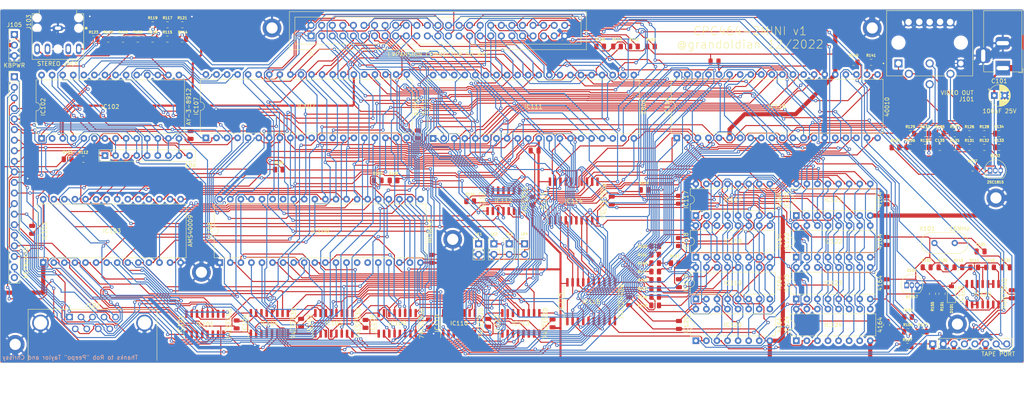
<source format=kicad_pcb>
(kicad_pcb (version 20211014) (generator pcbnew)
  (layers (0 "F.Cu" signal) (31 "B.Cu" signal) (34 "B.Paste" user) (35 "F.Paste" user) (36 "B.SilkS" user "B.Silkscreen") (37 "F.SilkS" user "F.Silkscreen") (38 "B.Mask" user) (39 "F.Mask" user) (44 "Edge.Cuts" user))
  (net 0 "")
  (net 1 "GND")
  (net 2 "Net-(C102-Pad1)")
  (net 3 "Net-(C130-Pad1)")
  (net 4 "Net-(C131-Pad1)")
  (net 5 "Net-(C132-Pad2)")
  (net 6 "Net-(C133-Pad1)")
  (net 7 "Net-(C134-Pad1)")
  (net 8 "Net-(C135-Pad1)")
  (net 9 "Net-(CP001-Pad4)")
  (net 10 "Net-(CP001-Pad5)")
  (net 11 "SOUND")
  (net 12 "Net-(CP001-Pad8)")
  (net 13 "Net-(CP002-Pad2)")
  (net 14 "/Sound & Keyboard/AYIO0")
  (net 15 "/Sound & Keyboard/AYIO1")
  (net 16 "/Sound & Keyboard/AYIO2")
  (net 17 "/Sound & Keyboard/AYIO3")
  (net 18 "/Sound & Keyboard/AYIO4")
  (net 19 "/Sound & Keyboard/AYIO5")
  (net 20 "/Sound & Keyboard/AYIO6")
  (net 21 "Net-(CP002-Pad11)")
  (net 22 "Net-(CP002-Pad12)")
  (net 23 "Net-(CP002-Pad14)")
  (net 24 "Net-(CP002-Pad15)")
  (net 25 "Net-(CP002-Pad16)")
  (net 26 "Net-(CP002-Pad17)")
  (net 27 "Net-(CP002-Pad18)")
  (net 28 "Net-(CP002-Pad19)")
  (net 30 "/IO/KB3")
  (net 31 "/IO/KB2")
  (net 32 "/IO/KB1")
  (net 33 "/IO/KB0")
  (net 34 "AYC")
  (net 35 "CPU")
  (net 37 "RESET")
  (net 38 "AYA")
  (net 39 "AYBDIR")
  (net 40 "AYB")
  (net 41 "AYBC1")
  (net 42 "/IO/AYD7")
  (net 43 "/IO/AYD6")
  (net 44 "/IO/AYD5")
  (net 45 "/IO/AYD4")
  (net 46 "/IO/AYD3")
  (net 47 "/IO/AYD2")
  (net 48 "/IO/AYD1")
  (net 49 "/IO/AYD0")
  (net 50 "/CPU/A12")
  (net 51 "/CPU/D4")
  (net 52 "/CPU/A7")
  (net 53 "/CPU/D5")
  (net 54 "/CPU/A6")
  (net 55 "/CPU/D6")
  (net 56 "/CPU/A5")
  (net 57 "/CPU/D7")
  (net 58 "/CPU/A4")
  (net 59 "Net-(IC103-Pad20)")
  (net 60 "/CPU/A3")
  (net 61 "/CPU/A10")
  (net 62 "/CPU/A2")
  (net 63 "ROMDIS")
  (net 64 "/CPU/A1")
  (net 65 "/CPU/A11")
  (net 66 "/CPU/A0")
  (net 67 "/CPU/A9")
  (net 68 "/CPU/D0")
  (net 69 "/CPU/A8")
  (net 70 "/CPU/D1")
  (net 71 "/CPU/A13")
  (net 72 "/CPU/D2")
  (net 73 "/CPU/A14")
  (net 74 "/Multiplex/MA4")
  (net 75 "RA1")
  (net 76 "Net-(IC104-Pad9)")
  (net 77 "RA2")
  (net 78 "/Multiplex/MA5")
  (net 79 "CASAD")
  (net 80 "/Multiplex/MA0")
  (net 81 "CCLK")
  (net 82 "Net-(IC105-Pad7)")
  (net 83 "Net-(IC105-Pad9)")
  (net 84 "/Multiplex/MA8")
  (net 85 "/Multiplex/MA1")
  (net 86 "Net-(IC107-Pad21)")
  (net 87 "Net-(IC107-Pad22)")
  (net 88 "EXP")
  (net 89 "PL2_21")
  (net 90 "IORD")
  (net 91 "Net-(IC107-Pad13)")
  (net 92 "8255RESET")
  (net 93 "IOWR")
  (net 94 "VSYNC")
  (net 95 "Net-(IC107-Pad19)")
  (net 96 "Net-(IC107-Pad20)")
  (net 97 "LPEN")
  (net 98 "Net-(IC108-Pad23)")
  (net 99 "/Multiplex/MA2")
  (net 100 "/Multiplex/MA3")
  (net 101 "/Multiplex/MA6")
  (net 102 "/Multiplex/MA7")
  (net 103 "/Multiplex/MA9")
  (net 108 "/Multiplex/MA12")
  (net 109 "/Multiplex/MA13")
  (net 110 "DISPEN")
  (net 111 "RA0")
  (net 112 "CURSOR")
  (net 113 "HSYNC")
  (net 114 "Net-(IC109-Pad7)")
  (net 115 "Net-(IC109-Pad9)")
  (net 116 "/CPU/A15")
  (net 117 "Net-(IC110-Pad1)")
  (net 118 "BUS")
  (net 122 "RD")
  (net 123 "WR")
  (net 124 "BUSAK")
  (net 125 "READY")
  (net 126 "BUSRQ")
  (net 127 "A100")
  (net 128 "M1")
  (net 129 "RFSH")
  (net 130 "INT")
  (net 131 "NMI")
  (net 132 "HALT")
  (net 133 "MREQ")
  (net 134 "IORQ")
  (net 135 "373EN")
  (net 136 "RAMDIS")
  (net 137 "RAMRD")
  (net 141 "Net-(IC113-Pad7)")
  (net 142 "Net-(IC113-Pad9)")
  (net 143 "/Gate Arrays/GD0")
  (net 144 "/Gate Arrays/GD1")
  (net 145 "/Gate Arrays/GD2")
  (net 146 "/Gate Arrays/GD3")
  (net 147 "/Gate Arrays/GD4")
  (net 148 "/Gate Arrays/GD5")
  (net 149 "/Gate Arrays/GD6")
  (net 150 "/Gate Arrays/GD7")
  (net 151 "244EN")
  (net 152 "Net-(IC116-Pad22)")
  (net 153 "CK16")
  (net 154 "SYNC")
  (net 155 "ROMEN")
  (net 156 "B")
  (net 157 "G")
  (net 158 "R")
  (net 159 "Net-(IC116-Pad32)")
  (net 160 "MWE")
  (net 161 "RAS")
  (net 162 "CAS")
  (net 163 "PHI")
  (net 164 "MV")
  (net 165 "/Memory/XA7")
  (net 166 "/Memory/XA5")
  (net 167 "/Memory/XA4")
  (net 168 "/Memory/XA3")
  (net 169 "/Memory/XA0")
  (net 170 "/Memory/XA6")
  (net 171 "/Memory/XA2")
  (net 172 "/Memory/XA1")
  (net 173 "Net-(IC125-Pad6)")
  (net 174 "Net-(IC125-Pad10)")
  (net 175 "Net-(IC125-Pad11)")
  (net 177 "Net-(J101-Pad4)")
  (net 178 "Net-(J101-Pad6)")
  (net 179 "Net-(Q101-Pad2)")
  (net 180 "Net-(Q102-Pad3)")
  (net 181 "Net-(Q102-Pad1)")
  (net 182 "+5V")
  (net 183 "/CPU/D3")
  (net 184 "Net-(IC104-Pad7)")
  (net 185 "Net-(CP002-Pad13)")
  (net 186 "Net-(J103-Pad2)")
  (net 189 "Net-(J103-Pad3)")
  (net 190 "/Sound & Keyboard/AYIO7")
  (footprint "Resistor_SMD:R_0805_2012Metric" (layer "F.Cu") (at 58.1895 30.988 180)
    (fp_text reference "R121")
    (fp_text value "1K" hide)
  )
  (footprint "Resistor_SMD:R_0805_2012Metric" (layer "F.Cu") (at 236.728 57.15)
    (fp_text reference "R133")
    (fp_text value "10K" hide)
  )
  (footprint "Package_SO:SOIC-14_3.9x8.7mm_P1.27mm" (layer "F.Cu") (at 250.571 95.758 90)
    (fp_text reference "IC125")
    (fp_text value "74HCU04D")
  )
  (footprint "Resistor_SMD:R_0805_2012Metric" (layer "F.Cu") (at 232.6405 101.219)
    (fp_text reference "R104")
    (fp_text value "2K2" hide)
  )
  (footprint "Capacitor_SMD:C_0805_2012Metric" (layer "F.Cu") (at 227.472 82.941 90)
    (fp_text reference "C108" hide)
    (fp_text value "100nF" hide)
  )
  (footprint "Package_TO_SOT_THT:TO-92_Inline" (layer "F.Cu") (at 232.283 93.578)
    (fp_text reference "Q101")
    (fp_text value "BC547")
  )
  (footprint "Capacitor_SMD:C_0805_2012Metric" (layer "F.Cu") (at 177.561 73.035 90)
    (fp_text reference "C105" hide)
    (fp_text value "100nF" hide)
  )
  (footprint "Package_DIP:DIP-16_W7.62mm" (layer "F.Cu") (at 181.625 86.858 90)
    (fp_text reference "IC118")
    (fp_text value "4164")
  )
  (footprint "MountingHole:MountingHole_2.7mm_M2.5_ISO14580_Pad" (layer "F.Cu") (at 244.5004 102.9208)
    (fp_text reference "H4" hide)
    (fp_text value "MountingHole" hide)
  )
  (footprint "Resistor_SMD:R_0805_2012Metric" (layer "F.Cu") (at 30.6305 63.308)
    (fp_text reference "R105")
    (fp_text value "2K2" hide)
  )
  (footprint "Capacitor_SMD:C_0805_2012Metric" (layer "F.Cu") (at 227.472 93.101 90)
    (fp_text reference "C110" hide)
    (fp_text value "100nF" hide)
  )
  (footprint "Package_SO:SOIC-16_3.9x9.9mm_P1.27mm" (layer "F.Cu") (at 139.573 102.747 90)
    (fp_text reference "IC113")
    (fp_text value "74LS153D")
  )
  (footprint "Resistor_SMD:R_0805_2012Metric" (layer "F.Cu") (at 238.506 95.631 -90)
    (fp_text reference "R155")
    (fp_text value "56R" hide)
  )
  (footprint "MountingHole:MountingHole_2.7mm_M2.5_ISO14580_Pad" (layer "F.Cu") (at 253.746 72.5932)
    (fp_text reference "H5" hide)
    (fp_text value "MountingHole" hide)
  )
  (footprint "Capacitor_SMD:C_0805_2012Metric" (layer "F.Cu") (at 131.699 102.62 90)
    (fp_text reference "C121" hide)
    (fp_text value "100nF" hide)
  )
  (footprint "Resistor_SMD:R_0805_2012Metric" (layer "F.Cu") (at 223.7505 40.005)
    (fp_text reference "R141")
    (fp_text value "82R" hide)
  )
  (footprint "Resistor_SMD:R_0805_2012Metric" (layer "F.Cu") (at 247.396 60.452)
    (fp_text reference "R131")
    (fp_text value "3K3" hide)
  )
  (footprint "MountingHole:MountingHole_2.7mm_M2.5_ISO14580_Pad" (layer "F.Cu") (at 224.028 31.75)
    (fp_text reference "H2" hide)
    (fp_text value "MountingHole" hide)
  )
  (footprint "Resistor_SMD:R_0805_2012Metric" (layer "F.Cu") (at 247.396 57.15)
    (fp_text reference "R126")
    (fp_text value "270R" hide)
  )
  (footprint "Package_SO:SOIC-14_3.9x8.7mm_P1.27mm" (layer "F.Cu") (at 124.714 102.747 90)
    (fp_text reference "IC110")
    (fp_text value "74LS132D")
  )
  (footprint "Connector_PinHeader_2.54mm:PinHeader_1x08_P2.54mm_Vertical" (layer "F.Cu") (at 238.5718 107.696 90)
    (fp_text reference "CP001" hide)
    (fp_text value "TAPE PORT")
  )
  (footprint "Connector_Dsub:DSUB-9_Male_Horizontal_P2.77x2.84mm_EdgePinOffset7.70mm_Housed_MountingHolesOffset9.12mm" (layer "F.Cu") (at 31.0768 101.2293)
    (fp_text reference "J102")
    (fp_text value "9 PIN D")
  )
  (footprint "Package_TO_SOT_THT:TO-92_Inline" (layer "F.Cu") (at 252.349 66.019)
    (fp_text reference "Q102")
    (fp_text value "2SC1815")
  )
  (footprint "Capacitor_SMD:C_0805_2012Metric" (layer "F.Cu") (at 254.508 57.15)
    (fp_text reference "C134")
    (fp_text value "220pF" hide)
  )
  (footprint "Connector_PinHeader_2.54mm:PinHeader_1x02_P2.54mm_Vertical" (layer "F.Cu") (at 129.413 83.628)
    (fp_text reference "LK1")
    (fp_text value "LK1" hide)
  )
  (footprint "Resistor_SMD:R_0805_2012Metric" (layer "F.Cu") (at 105.156 68.388)
    (fp_text reference "R103")
    (fp_text value "2K2" hide)
  )
  (footprint "Capacitor_SMD:C_0805_2012Metric" (layer "F.Cu") (at 250.063 85.471)
    (fp_text reference "C131")
    (fp_text value "68pF" hide)
  )
  (footprint "Resistor_SMD:R_0805_2012Metric" (layer "F.Cu") (at 51.054 34.417)
    (fp_text reference "R118")
    (fp_text value "22K" hide)
  )
  (footprint "Capacitor_SMD:C_0805_2012Metric" (layer "F.Cu") (at 227.472 73.162 90)
    (fp_text reference "C106" hide)
    (fp_text value "100nF" hide)
  )
  (footprint "Resistor_SMD:R_0805_2012Metric" (layer "F.Cu") (at 40.386 34.417)
    (fp_text reference "R120")
    (fp_text value "10K" hide)
  )
  (footprint "Package_DIP:DIP-16_W7.62mm" (layer "F.Cu") (at 205.77 76.835 90)
    (fp_text reference "IC121")
    (fp_text value "4164")
  )
  (footprint "CPC464-MINI:STEREO" (layer "F.Cu") (at 28.2956 31.8008 -90)
    (fp_text reference "J103")
    (fp_text value "STEREO JACK")
  )
  (footprint "Resistor_SMD:R_0805_2012Metric" (layer "F.Cu") (at 171.8545 84.201)
    (fp_text reference "R150")
    (fp_text value "120R" hide)
  )
  (footprint "Capacitor_SMD:C_0805_2012Metric" (layer "F.Cu") (at 147.193 102.747 90)
    (fp_text reference "C117" hide)
    (fp_text value "100nF" hide)
  )
  (footprint "Resistor_SMD:R_0805_2012Metric" (layer "F.Cu") (at 248.539 89.281)
    (fp_text reference "R111")
    (fp_text value "1M" hide)
  )
  (footprint "Resistor_SMD:R_0805_2012Metric" (layer "F.Cu") (at 233.172 60.452)
    (fp_text reference "R136")
    (fp_text value "220R" hide)
  )
  (footprint "Resistor_SMD:R_0805_2012Metric" (layer "F.Cu") (at 171.8545 90.297)
    (fp_text reference "R147")
    (fp_text value "120R" hide)
  )
  (footprint "Resistor_SMD:R_0805_2012Metric" (layer "F.Cu") (at 171.8545 94.361)
    (fp_text reference "R153")
    (fp_text value "120R" hide)
  )
  (footprint "Capacitor_SMD:C_0805_2012Metric" (layer "F.Cu") (at 86.741 102.62 90)
    (fp_text reference "C127" hide)
    (fp_text value "100nF" hide)
  )
  (footprint "Package_DIP:DIP-16_W7.62mm" (layer "F.Cu") (at 181.625 96.901 90)
    (fp_text reference "IC119")
    (fp_text value "4164")
  )
  (footprint "Resistor_SMD:R_0805_2012Metric" (layer "F.Cu") (at 54.61 34.417)
    (fp_text reference "R115")
    (fp_text value "10K" hide)
  )
  (footprint "Capacitor_SMD:C_0805_2012Metric" (layer "F.Cu") (at 142.367 73.341 90)
    (fp_text reference "C116" hide)
    (fp_text value "100nF" hide)
  )
  (footprint "Resistor_SMD:R_0805_2012Metric" (layer "F.Cu") (at 244.729 89.281)
    (fp_text reference "R143")
    (fp_text value "10M" hide)
  )
  (footprint "Resistor_SMD:R_0805_2012Metric" (layer "F.Cu") (at 236.728 60.452)
    (fp_text reference "R130")
    (fp_text value "270R" hide)
  )
  (footprint "Capacitor_SMD:C_0805_2012Metric" (layer "F.Cu") (at 240.261 60.452)
    (fp_text reference "C135")
    (fp_text value "220pF" hide)
  )
  (footprint "Resistor_SMD:R_0805_2012Metric" (layer "F.Cu") (at 47.498 34.417)
    (fp_text reference "R122")
    (fp_text value "1K" hide)
  )
  (footprint "Resistor_SMD:R_0805_2012Metric" (layer "F.Cu") (at 243.84 57.15)
    (fp_text reference "R137")
    (fp_text value "220R" hide)
  )
  (footprint "Resistor_SMD:R_0805_2012Metric" (layer "F.Cu") (at 250.952 57.15)
    (fp_text reference "R128")
    (fp_text value "270R" hide)
  )
  (footprint "Capacitor_SMD:C_0805_2012Metric" (layer "F.Cu") (at 254.508 60.452)
    (fp_text reference "C133")
    (fp_text value "220pF" hide)
  )
  (footprint "Resistor_SMD:R_0805_2012Metric" (layer "F.Cu") (at 166.751 36.195)
    (fp_text reference "R142")
    (fp_text value "10K" hide)
  )
  (footprint "Connector_PinHeader_2.54mm:PinHeader_1x02_P2.54mm_Vertical" (layer "F.Cu") (at 136.779 83.628)
    (fp_text reference "LK3")
    (fp_text value "LK3" hide)
  )
  (footprint "Package_DIP:DIP-16_W7.62mm" (layer "F.Cu") (at 181.625 76.835 90)
    (fp_text reference "IC117")
    (fp_text value "4164")
  )
  (footprint "Connector_PinHeader_2.54mm:PinHeader_1x03_P2.54mm_Vertical" (layer "F.Cu") (at 17.8308 33.3248)
    (fp_text reference "J105")
    (fp_text value "KBPWR")
  )
  (footprint "CPC464-MINI:VIDEOJACK" (layer "F.Cu") (at 237.8275 35.2732 180)
    (fp_text reference "J101")
    (fp_text value "VIDEO OUT")
  )
  (footprint "Package_DIP:DIP-40_W15.24mm" (layer "F.Cu") (at 118.4725 58.298 90)
    (fp_text reference "IC111")
    (fp_text value "Z80A")
  )
  (footprint "Package_SO:SOIC-20W_7.5x12.8mm_P1.27mm" (layer "F.Cu") (at 156.464 97.536 90)
    (fp_text reference "IC115")
    (fp_text value "74LS244DW")
  )
  (footprint "Crystal:Crystal_HC49-U_Vertical" (layer "F.Cu") (at 238.977 83.439)
    (fp_text reference "X101")
    (fp_text value "16MHz")
  )
  (footprint "Capacitor_SMD:C_0805_2012Metric" (layer "F.Cu") (at 117.475 102.747 90)
    (fp_text reference "C122" hide)
    (fp_text value "100nF" hide)
  )
  (footprint "Resistor_SMD:R_0805_2012Metric" (layer "F.Cu") (at 51.0775 30.988)
    (fp_text reference "R119")
    (fp_text value "22K" hide)
  )
  (footprint "Resistor_SMD:R_0805_2012Metric" (layer "F.Cu") (at 240.284 57.15)
    (fp_text reference "R135")
    (fp_text value "680R" hide)
  )
  (footprint "CPC464-MINI:EXPANSION_IDC_ANONYMISED" (layer "F.Cu") (at 89.159 33.66 90)
    (fp_text reference "PL1" hide)
    (fp_text value "EXPANSION CONNECTOR 50 WAY")
  )
  (footprint "Capacitor_SMD:C_0805_2012Metric" (layer "F.Cu") (at 256.159 89.281 180)
    (fp_text reference "C132")
    (fp_text value "47pF" hide)
  )
  (footprint "MountingHole:MountingHole_2.7mm_M2.5_ISO14580_Pad" (layer "F.Cu") (at 18.034 107.7976)
    (fp_text reference "H3" hide)
    (fp_text value "MountingHole" hide)
  )
  (footprint "Resistor_SMD:R_0805_2012Metric" (layer "F.Cu") (at 171.8545 88.265)
    (fp_text reference "R146")
    (fp_text value "120R" hide)
  )
  (footprint "Resistor_SMD:R_0805_2012Metric" (layer "F.Cu") (at 108.966 68.388)
    (fp_text reference "R108")
    (fp_text value "2K2" hide)
  )
  (footprint "Resistor_SMD:R_0805_2012Metric" (layer "F.Cu") (at 34.417 63.308)
    (fp_text reference "R112")
    (fp_text value "2K2" hide)
  )
  (footprint "Capacitor_SMD:C_0805_2012Metric" (layer "F.Cu") (at 22.098 80.264 90)
    (fp_text reference "C125" hide)
    (fp_text value "100nF" hide)
  )
  (footprint "Package_SO:SOIC-16_3.9x9.9mm_P1.27mm" (layer "F.Cu") (at 63.627 102.935 90)
    (fp_text reference "IC101")
    (fp_text value "74LS145D")
  )
  (footprint "Resistor_SMD:R_0805_2012Metric" (layer "F.Cu") (at 171.8545 98.425)
    (fp_text reference "R149")
    (fp_text value "120R" hide)
  )
  (footprint "Connector_PinHeader_2.54mm:PinHeader_1x20_P2.54mm_Vertical" (layer "F.Cu") (at 17.8308 43.4848)
    (fp_text reference "CP002" hide)
    (fp_text value "KEYBOARD")
  )
  (footprint "Resistor_SMD:R_0805_2012Metric" (layer "F.Cu") (at 36.8535 34.417)
    (fp_text reference "R123")
    (fp_text value "1K" hide)
  )
  (footprint "Resistor_THT:R_Array_SIP9" (layer "F.Cu") (at 39.6005 62.419)
    (fp_text reference "NR001")
    (fp_text value "10K")
  )
  (footprint "Package_DIP:DIP-40_W15.24mm" (layer "F.Cu") (at 177.043 58.171 90)
    (fp_text reference "IC116")
    (fp_text value "40010")
  )
  (footprint "Resistor_SMD:R_0805_2012Metric" (layer "F.Cu") (at 232.6113 104.7496)
    (fp_text reference "R106")
    (fp_text value "2K2" hide)
  )
  (footprint "Resistor_SMD:R_0805_2012Metric" (layer "F.Cu") (at 229.616 60.452)
    (fp_text reference "R134")
    (fp_text value "100R" hide)
  )
  (footprint "Capacitor_SMD:C_0805_2012Metric" (layer "F.Cu") (at 102.235 102.874 90)
    (fp_text reference "C123" hide)
    (fp_text value "100nF" hide)
  )
  (footprint "MountingHole:MountingHole_2.7mm_M2.5_ISO14580_Pad" (layer "F.Cu") (at 62.7888 90.4748)
    (fp_text reference "H6" hide)
    (fp_text value "MountingHole" hide)
  )
  (footprint "Package_SO:SOIC-16_3.9x9.9mm_P1.27mm" (layer "F.Cu") (at 79.121 102.747 90)
    (fp_text reference "IC104")
    (fp_text value "74LS153D")
  )
  (footprint "Capacitor_SMD:C_0805_2012Metric" (layer "F.Cu") (at 227.472 103.134 90)
    (fp_text reference "C112" hide)
    (fp_text value "100nF" hide)
  )
  (footprint "Resistor_SMD:R_0805_2012Metric" (layer "F.Cu") (at 252.349 89.281)
    (fp_text reference "R145")
    (fp_text value "10M" hide)
  )
  (footprint "Resistor_SMD:R_0805_2012Metric" (layer "F.Cu") (at 158.623 36.195)
    (fp_text reference "R109")
    (fp_text value "2K2" hide)
  )
  (footprint "Capacitor_SMD:C_0805_2012Metric" (layer "F.Cu") (at 161.417 73.214 90)
    (fp_text reference "C114" hide)
    (fp_text value "100nF" hide)
  )
  (footprint "Package_DIP:DIP-16_W7.62mm" (layer "F.Cu") (at 205.77 86.858 90)
    (fp_text reference "IC122")
    (fp_text value "4164")
  )
  (footprint "Package_DIP:DIP-16_W7.62mm" (layer "F.Cu") (at 181.625 106.924 90)
    (fp_text reference "IC120")
    (fp_text value "4164")
  )
  (footprint "Capacitor_SMD:C_0805_2012Metric" (layer "F.Cu") (at 118.237 87.25 90)
    (fp_text reference "C120" hide)
    (fp_text value "100nF" hide)
  )
  (footprint "Resistor_SMD:R_0805_2012Metric" (layer "F.Cu") (at 250.952 60.452)
    (fp_text reference "R132")
    (fp_text value "1K" hide)
  )
  (footprint "Capacitor_SMD:C_0805_2012Metric" (layer "F.Cu") (at 165.608 97.409 90)
    (fp_text reference "C115" hide)
    (fp_text value "100nF" hide)
  )
  (footprint "Resistor_SMD:R_0805_2012Metric" (layer "F.Cu") (at 240.792 95.631 90)
    (fp_text reference "R101")
    (fp_text value "3M3" hide)
  )
  (footprint "Capacitor_SMD:C_0805_2012Metric" (layer "F.Cu") (at 237.109 89.281)
    (fp_text reference "C102")
    (fp_text value "100nF" hide)
  )
  (footprint "Resistor_SMD:R_0805_2012Metric" (layer "F.Cu") (at 127.381 73.403)
    (fp_text reference "R124")
    (fp_text value "1K5" hide)
  )
  (footprint "Capacitor_SMD:C_0805_2012Metric" (layer "F.Cu") (at 240.919 89.281)
    (fp_text reference "C130")
    (fp_text value "68pF" hide)
  )
  (footprint "Package_SO:SOIC-16_3.9x9.9mm_P1.27mm" (layer "F.Cu") (at 94.615 102.747 90)
    (fp_text reference "IC105")
    (fp_text value "74LS153D")
  )
  (footprint "Resistor_SMD:R_0805_2012Metric" (layer "F.Cu") (at 248.158 65.405)
    (fp_text reference "R127")
    (fp_text value "680R" hide)
  )
  (footprint "Resistor_SMD:R_0805_2012Metric" (layer "F.Cu") (at 170.8385 36.195)
    (fp_text reference "R102")
    (fp_text value "2K2" hide)
  )
  (footprint "Resistor_SMD:R_0805_2012Metric" (layer "F.Cu") (at 171.8545 92.329)
    (fp_text reference "R152")
    (fp_text value "120R" hide)
  )
  (footprint "Capacitor_THT:CP_Radial_D5.0mm_P2.50mm" (layer "F.Cu") (at 253.3632 47.9732)
    (fp_text reference "C101")
    (fp_text value "100uF 25V")
  )
  (footprint "Resistor_SMD:R_0805_2012Metric" (layer "F.Cu") (at 233.172 57.15)
    (fp_text reference "R129")
    (fp_text value "680R" hide)
  )
  (footprint "Package_SO:SOIC-16_3.9x9.9mm_P1.27mm" (layer "F.Cu") (at 109.855 102.747 90)
    (fp_text reference "IC109")
    (fp_text value "74LS153D")
  )
  (footprint "Package_SO:SOIC-20W_7.5x12.8mm_P1.27mm" (layer "F.Cu") (at 152.273 73.341 90)
    (fp_text reference "IC114")
    (fp_text value "74LS373DW")
  )
  (footprint "Capacitor_SMD:C_0805_2012Metric" (layer "F.Cu") (at 60.1745 57.466 90)
    (fp_text reference "C124" hide)
    (fp_text value "100nF" hide)
  )
  (footprint "Connector_PinHeader_2.54mm:PinHeader_1x02_P2.54mm_Vertical" (layer "F.Cu") (at 133.096 83.633)
    (fp_text reference "LK2")
    (fp_text value "LK2" hide)
  )
  (footprint "Resistor_SMD:R_0805_2012Metric" (layer "F.Cu") (at 171.8545 96.393)
    (fp_text reference "R148")
    (fp_text value "120R" hide)
  )
  (footprint "Resistor_SMD:R_0805_2012Metric" (layer "F.Cu") (at 169.291 70.674 180)
    (fp_text reference "R144")
    (fp_text value "4K7" hide)
  )
  (footprint "Capacitor_SMD:C_0805_2012Metric" (layer "F.Cu") (at 186.121 39.813)
    (fp_text reference "C104" hide)
    (fp_text value "100nF" hide)
  )
  (footprint "Capacitor_SMD:C_0805_2012Metric" (layer "F.Cu") (at 177.561 83.195 90)
    (fp_text reference "C107" hide)
    (fp_text value "100nF" hide)
  )
  (footprint "MountingHole:MountingHole_2.7mm_M2.5_ISO14580_Pad" (layer "F.Cu") (at 79.756 31.75)
    (fp_text reference "H1" hide)
    (fp_text value "MountingHole" hide)
  )
  (footprint "Diode_SMD:D_SOD-123" (layer "F.Cu") (at 243.078 95.504 90)
    (fp_text reference "D101")
    (fp_text value "1N4148" hide)
  )
  (footprint "Resistor_SMD:R_0805_2012Metric" (layer "F.Cu") (at 176.5685 88.275)
    (fp_text reference "R157")
    (fp_text value "680R" hide)
  )
  (footprint "Package_DIP:DIP-16_W7.62mm" (layer "F.Cu") (at 205.77 96.901 90)
    (fp_text reference "IC123")
    (fp_text value "4164")
  )
  (footprint "Package_DIP:DIP-28_W15.24mm" (layer "F.Cu") (at 24.3705 58.298 90)
    (fp_text reference "IC102")
    (fp_text value "AY-3-8912")
  )
  (footprint "Capacitor_SMD:C_0805_2012Metric" (layer "F.Cu") (at 142.875 61.214 180)
    (fp_text reference "C118" hide)
    (fp_text value "100nF" hide)
  )
  (footprint "Package_DIP:DIP-28_W15.24mm" (layer "F.Cu") (at 24.775 88.143 90)
    (fp_text reference "IC103")
    (fp_text value "AMS40009")
  )
  (footprint "Resistor_SMD:R_0805_2012Metric" (layer "F.Cu") (at 54.6335 30.988)
    (fp_text reference "R117")
    (fp_text value "10K" hide)
  )
  (footprint "Resistor_SMD:R_0805_2012Metric" (layer "F.Cu") (at 232.5116 108.2548 180)
    (fp_text reference "R107")
    (fp_text value "2K2" hide)
  )
  (footprint "Resistor_SMD:R_0805_2012Metric" (layer "F.Cu") (at 243.84 60.452)
    (fp_text reference "R125")
    (fp_text value "680R" hide)
  )
  (footprint "Resistor_SMD:R_0805_2012Metric" (layer "F.Cu") (at 43.942 34.417)
    (fp_text reference "R116")
    (fp_text value "10K" hide)
  )
  (footprint "Package_SO:SOIC-14_3.9x8.7mm_P1.27mm" (layer "F.Cu") (at 135.382 73.276 90)
    (fp_text reference "IC112")
    (fp_text value "74LS32D")
  )
  (footprint "Connector_PinHeader_2.54mm:PinHeader_1x02_P2.54mm_Vertical" (layer "F.Cu") (at 140.462 83.633)
    (fp_text reference "LK4")
    (fp_text value "LK4" hide)
  )
  (footprint "MountingHole:MountingHole_2.7mm_M2.5_ISO14580_Pad" (layer "F.Cu") (at 123.19 82.55)
    (fp_text reference "H7" hide)
    (fp_text value "MountingHole" hide)
  )
  (footprint "Resistor_SMD:R_0805_2012Metric" (layer "F.Cu") (at 81.407 65.786)
    (fp_text reference "R156")
    (fp_text value "47R" hide)
  )
  (footprint "Package_DIP:DIP-40_W15.24mm" (layer "F.Cu") (at 63.8625 58.171 90)
    (fp_text reference "IC107")
    (fp_text value "8255A")
  )
  (footprint "Capacitor_SMD:C_0805_2012Metric" (layer "F.Cu") (at 114.7845 57.339 90)
    (fp_text reference "C119" hide)
    (fp_text value "100nF" hide)
  )
  (footprint "Resistor_SMD:R_0805_2012Metric" (layer "F.Cu") (at 58.166 34.417 180)
    (fp_text reference "R114")
    (fp_text value "10K" hide)
  )
  (footprint "Package_DIP:DIP-40_W15.24mm" (layer "F.Cu") (at 67.188 88.143 90)
    (fp_text reference "IC108")
    (fp_text value "MC6845")
  )
  (footprint "Package_DIP:DIP-16_W7.62mm" (layer "F.Cu") (at 205.77 106.924 90)
    (fp_text reference "IC124")
    (fp_text value "4164")
  )
  (footprint "Resistor_SMD:R_0805_2012Metric" (layer "F.Cu") (at 162.687 36.195)
    (fp_text reference "R110")
    (fp_text value "2K2" hide)
  )
  (footprint "Connector_BarrelJack:BarrelJack_Horizontal" (layer "F.Cu") (at 255.3988 41.4002 -90)
    (fp_text reference "J104")
    (fp_text value "DC INPUT" hide)
  )
  (footprint "Resistor_SMD:R_0805_2012Metric" (layer "F.Cu") (at 236.1673 104.7496)
    (fp_text reference "R113")
    (fp_text value "1K" hide)
  )
  (footprint "Capacitor_SMD:C_0805_2012Metric" (layer "F.Cu") (at 257.556 95.737 -90)
    (fp_text reference "C129" hide)
    (fp_text value "100nF" hide)
  )
  (footprint "Capacitor_SMD:C_0805_2012Metric" (layer "F.Cu") (at 71.247 103.001 90)
    (fp_text reference "C128" hide)
    (fp_text value "100nF" hide)
  )
  (footprint "Resistor_SMD:R_0805_2012Metric" (layer "F.Cu") (at 171.8545 86.233)
    (fp_text reference "R151")
    (fp_text value "120R" hide)
  )
  (footprint "Capacitor_SMD:C_0805_2012Metric" (layer "F.Cu") (at 177.561 93.101 90)
    (fp_text reference "C109" hide)
    (fp_text value "100nF" hide)
  )
  (footprint "Resistor_SMD:R_0805_2012Metric" (layer "F.Cu") (at 219.5595 40.005)
    (fp_text reference "R140")
    (fp_text value "1K" hide)
  )
  (footprint "Capacitor_SMD:C_0805_2012Metric" (layer "F.Cu") (at 177.561 103.134 90)
    (fp_text reference "C111" hide)
    (fp_text value "100nF" hide)
  )
  (gr_rect (start 14.4272 27.2796) (end 260.477 112.2426) (layer "Edge.Cuts") (width 0.1) (fill none))
  (gr_text "Thanks to Rob {dblquote}Peepo{dblquote} Taylor and Chrissy" (at 31.242 110.9472) (layer "B.SilkS") (effects (font (size 1 1)) (justify mirror)))
  (gr_text "CPC464-2MINI v1\n@grandoldian 12/2022" (at 194.6656 34.0868) (layer "F.SilkS") (effects (font (size 2 2))))
  (segment (start 139.3978 75.751) (end 139.192 75.751) (width 0.25) (layer "F.Cu") (net 1))
  (segment (start 136.282 101.67) (end 136.398 101.554) (width 0.25) (layer "F.Cu") (net 1))
  (segment (start 180.431 89.281) (end 181.625 89.281) (width 0.25) (layer "F.Cu") (net 1))
  (segment (start 171.333 102.184) (end 177.561 102.184) (width 0.25) (layer "F.Cu") (net 1))
  (segment (start 113.3622 58.4702) (end 114.0743 59.1823) (width 0.25) (layer "F.Cu") (net 1))
  (segment (start 211.4775 42.6978) (end 209.6842 40.9045) (width 0.25) (layer "F.Cu") (net 1))
  (segment (start 28.0783 66.3471) (end 28.0783 66.495) (width 0.25) (layer "F.Cu") (net 1))
  (segment (start 73.935 104.8136) (end 69.6858 104.8136) (width 0.25) (layer "F.Cu") (net 1))
  (segment (start 225.673 70.413) (end 207.8603 70.413) (width 0.25) (layer "F.Cu") (net 1))
  (segment (start 242.2873 107.3307) (end 242.2873 107.696) (width 0.25) (layer "F.Cu") (net 1))
  (segment (start 157.988 75.693) (end 161.417 72.264) (width 0.25) (layer "F.Cu") (net 1))
  (segment (start 22.3462 69.2309) (end 21.0312 67.9159) (width 0.25) (layer "F.Cu") (net 1))
  (segment (start 238.059 89.281) (end 239.1387 88.2013) (width 0.25) (layer "F.Cu") (net 1))
  (segment (start 106.68 101.3092) (end 107.4494 102.0786) (width 0.25) (layer "F.Cu") (net 1))
  (segment (start 86.741 101.67) (end 89.4795 98.9315) (width 0.25) (layer "F.Cu") (net 1))
  (segment (start 137.7132 102.1204) (end 137.2628 101.67) (width 0.25) (layer "F.Cu") (net 1))
  (segment (start 187.071 39.813) (end 187.071 41.6735) (width 0.25) (layer "F.Cu") (net 1))
  (segment (start 255.8632 56.7448) (end 255.8632 47.9732) (width 0.25) (layer "F.Cu") (net 1))
  (segment (start 243.192 106.426) (end 242.2873 107.3307) (width 0.25) (layer "F.Cu") (net 1))
  (segment (start 227.472 102.184) (end 209.5423 102.184) (width 0.25) (layer "F.Cu") (net 1))
  (segment (start 128.871 105.569) (end 131.8256 105.569) (width 0.25) (layer "F.Cu") (net 1))
  (segment (start 177.382 72.264) (end 177.561 72.085) (width 0.25) (layer "F.Cu") (net 1))
  (segment (start 205.77 79.238) (end 206.8955 79.238) (width 0.25) (layer "F.Cu") (net 1))
  (segment (start 30.9999 62.265) (end 30.6305 62.6344) (width 0.25) (layer "F.Cu") (net 1))
  (segment (start 255.458 60.452) (end 255.458 57.15) (width 0.25) (layer "F.Cu") (net 1))
  (segment (start 177.561 72.085) (end 180.431 69.215) (width 0.25) (layer "F.Cu") (net 1))
  (segment (start 142.367 72.391) (end 142.8866 71.8714) (width 0.25) (layer "F.Cu") (net 1))
  (segment (start 35.052 33.528) (end 35.052 29.8704) (width 0.25) (layer "F.Cu") (net 1))
  (segment (start 74.676 107.0583) (end 75.6313 108.0136) (width 0.25) (layer "F.Cu") (net 1))
  (segment (start 131.6397 73.7681) (end 131.9084 73.4994) (width 0.25) (layer "F.Cu") (net 1))
  (segment (start 136.7093 101.67) (end 136.6137 101.5744) (width 0.25) (layer "F.Cu") (net 1))
  (segment (start 206.8955 69.4482) (end 206.8955 69.215) (width 0.25) (layer "F.Cu") (net 1))
  (segment (start 28.5216 65.9038) (end 28.0783 66.3471) (width 0.25) (layer "F.Cu") (net 1))
  (segment (start 141.2586 73.4994) (end 142.367 72.391) (width 0.25) (layer "F.Cu") (net 1))
  (segment (start 139.192 73.4994) (end 141.2586 73.4994) (width 0.25) (layer "F.Cu") (net 1))
  (segment (start 227.472 92.151) (end 234.4715 92.151) (width 0.25) (layer "F.Cu") (net 1))
  (segment (start 26.6574 67.9159) (end 21.0312 67.9159) (width 0.25) (layer "F.Cu") (net 1))
  (segment (start 136.779 86.168) (end 137.9545 86.168) (width 0.25) (layer "F.Cu") (net 1))
  (segment (start 128.6586 73.7681) (end 131.6397 73.7681) (width 0.25) (layer "F.Cu") (net 1))
  (segment (start 141.2933 84.9975) (end 141.6468 84.644) (width 0.25) (layer "F.Cu") (net 1))
  (segment (start 132.8643 105.222) (end 132.8643 102.8353) (width 0.25) (layer "F.Cu") (net 1))
  (segment (start 254.5743 98.0397) (end 252.1481 95.6136) (width 0.25) (layer "F.Cu") (net 1))
  (segment (start 136.5409 101.5744) (end 136.5205 101.554) (width 0.25) (layer "F.Cu") (net 1))
  (segment (start 251.013 85.471) (end 247.8592 82.3172) (width 0.25) (layer "F.Cu") (net 1))
  (segment (start 234.4715 89.4069) (end 236.963 86.9154) (width 0.25) (layer "F.Cu") (net 1))
  (segment (start 123.5267 107.0266) (end 123.9772 106.5761) (width 0.25) (layer "F.Cu") (net 1))
  (segment (start 113.3622 57.817) (end 113.3622 58.4702) (width 0.25) (layer "F.Cu") (net 1))
  (segment (start 91.44 99.8005) (end 91.44 100.272) (width 0.25) (layer "F.Cu") (net 1))
  (segment (start 83.566 105.222) (end 85.6778 105.222) (width 0.25) (layer "F.Cu") (net 1))
  (segment (start 163.4784 33.8349) (end 165.8385 36.195) (width 0.25) (layer "F.Cu") (net 1))
  (segment (start 255.458 57.15) (end 255.8632 56.7448) (width 0.25) (layer "F.Cu") (net 1))
  (segment (start 136.779 86.168) (end 135.6035 86.168) (width 0.25) (layer "F.Cu") (net 1))
  (segment (start 58.0394 29.9254) (end 59.102 30.988) (width 0.25) (layer "F.Cu") (net 1))
  (segment (start 227.472 72.212) (end 225.673 70.413) (width 0.25) (layer "F.Cu") (net 1))
  (segment (start 115.8579 58.7997) (end 115.8579 57.4624) (width 0.25) (layer "F.Cu") (net 1))
  (segment (start 234.4715 92.151) (end 234.4715 89.4069) (width 0.25) (layer "F.Cu") (net 1))
  (segment (start 141.6468 84.644) (end 141.6468 78) (width 0.25) (layer "F.Cu") (net 1))
  (segment (start 103.2866 101.924) (end 102.235 101.924) (width 0.25) (layer "F.Cu") (net 1))
  (segment (start 59.102 30.988) (end 60.5028 29.5872) (width 0.25) (layer "F.Cu") (net 1))
  (segment (start 237.8528 86.9154) (end 239.1387 88.2013) (width 0.25) (layer "F.Cu") (net 1))
  (segment (start 137.9595 86.173) (end 137.9545 86.168) (width 0.25) (layer "F.Cu") (net 1))
  (segment (start 85.6778 102.7332) (end 86.741 101.67) (width 0.25) (layer "F.Cu") (net 1))
  (segment (start 239.1458 62.5172) (end 236.1497 62.5172) (width 0.25) (layer "F.Cu") (net 1))
  (segment (start 128.7409 105.4388) (end 128.524 105.222) (width 0.25) (layer "F.Cu") (net 1))
  (segment (start 236.1497 62.5172) (end 234.0845 60.452) (width 0.25) (layer "F.Cu") (net 1))
  (segment (start 115.4753 59.1823) (end 115.8579 58.7997) (width 0.25) (layer "F.Cu") (net 1))
  (segment (start 254.5743 98.0397) (end 254.381 98.233) (width 0.25) (layer "F.Cu") (net 1))
  (segment (start 254.381 98.6161) (end 246.5711 106.426) (width 0.25) (layer "F.Cu") (net 1))
  (segment (start 209.6842 40.9045) (end 188.104 40.9045) (width 0.25) (layer "F.Cu") (net 1))
  (segment (start 159.0085 33.8349) (end 163.4784 33.8349) (width 0.25) (layer "F.Cu") (net 1))
  (segment (start 30.6305 62.6344) (end 30.6305 63.9428) (width 0.25) (layer "F.Cu") (net 1))
  (segment (start 135.128 105.222) (end 132.8643 105.222) (width 0.25) (layer "F.Cu") (net 1))
  (segment (start 151.2945 33.66) (end 151.4694 33.8349) (width 0.25) (layer "F.Cu") (net 1))
  (segment (start 139.192 73.4994) (end 139.192 75.751) (width 0.25) (layer "F.Cu") (net 1))
  (segment (start 120.41 107.0266) (end 123.5267 107.0266) (width 0.25) (layer "F.Cu") (net 1))
  (segment (start 257.556 96.687) (end 255.927 96.687) (width 0.25) (layer "F.Cu") (net 1))
  (segment (start 150.119 33.66) (end 151.2945 33.66) (width 0.25) (layer "F.Cu") (net 1))
  (segment (start 209.5423 102.184) (end 206.8955 99.5372) (width 0.25) (layer "F.Cu") (net 1))
  (segment (start 73.935 102.2294) (end 71.4254 102.2294) (width 0.25) (layer "F.Cu") (net 1))
  (segment (start 68.7863 104.6957) (end 68.072 105.41) (width 0.25) (layer "F.Cu") (net 1))
  (segment (start 141.4224 102.1205) (end 138.3504 102.1205) (width 0.25) (layer "F.Cu") (net 1))
  (segment (start 180.431 69.215) (end 181.625 69.215) (width 0.25) (layer "F.Cu") (net 1))
  (segment (start 35.3295 63.308) (end 34.2865 62.265) (width 0.25) (layer "F.Cu") (net 1))
  (segment (start 247.8592 82.3172) (end 237.8528 82.3172) (width 0.25) (layer "F.Cu") (net 1))
  (segment (start 236.963 86.9154) (end 237.8528 86.9154) (width 0.25) (layer "F.Cu") (net 1))
  (segment (start 241.211 60.452) (end 240.2058 59.4468) (width 0.25) (layer "F.Cu") (net 1))
  (segment (start 73.935 102.2294) (end 73.935 104.8136) (width 0.25) (layer "F.Cu") (net 1))
  (segment (start 158.8326 33.659) (end 159.0085 33.8349) (width 0.25) (layer "F.Cu") (net 1))
  (segment (start 162.179 102.186) (end 162.179 99.888) (width 0.25) (layer "F.Cu") (net 1))
  (segment (start 77.3217 102.0446) (end 75.946 100.6689) (width 0.25) (layer "F.Cu") (net 1))
  (segment (start 117.475 101.797) (end 117.1934 102.0786) (width 0.25) (layer "F.Cu") (net 1))
  (segment (start 132.8643 102.8353) (end 131.699 101.67) (width 0.25) (layer "F.Cu") (net 1))
  (segment (start 180.3556 82.1148) (end 177.6912 82.1148) (width 0.25) (layer "F.Cu") (net 1))
  (segment (start 240.2058 59.4468) (end 240.2058 59.3879) (width 0.25) (layer "F.Cu") (net 1))
  (segment (start 140.462 86.173) (end 140.462 84.9975) (width 0.25) (layer "F.Cu") (net 1))
  (segment (start 140.462 84.9975) (end 141.2933 84.9975) (width 0.25) (layer "F.Cu") (net 1))
  (segment (start 73.935 104.8136) (end 74.3434 105.222) (width 0.25) (layer "F.Cu") (net 1))
  (segment (start 246.5711 106.426) (end 243.192 106.426) (width 0.25) (layer "F.Cu") (net 1))
  (segment (start 162.179 99.888) (end 165.608 96.459) (width 0.25) (layer "F.Cu") (net 1))
  (segment (start 144.146 104.844) (end 141.4224 102.1205) (width 0.25) (layer "F.Cu") (net 1))
  (segment (start 123.9772 106.5761) (end 127.6036 106.5761) (width 0.25) (layer "F.Cu") (net 1))
  (segment (start 136.6137 101.5744) (end 136.5409 101.5744) (width 0.25) (layer "F.Cu") (net 1))
  (segment (start 85.6778 102.7332) (end 84.9892 102.0446) (width 0.25) (layer "F.Cu") (net 1))
  (segment (start 155.6108 33.8349) (end 155.7867 33.659) (width 0.25) (layer "F.Cu") (net 1))
  (segment (start 132.4521 105.5946) (end 132.8247 105.222) (width 0.25) (layer "F.Cu") (net 1))
  (segment (start 76.5552 56.516) (end 77.977 57.9378) (width 0.25) (layer "F.Cu") (net 1))
  (segment (start 132.8247 105.222) (end 132.8643 105.222) (width 0.25) (layer "F.Cu") (net 1))
  (segment (start 242.2873 107.696) (end 241.1118 107.696) (width 0.25) (layer "F.Cu") (net 1))
  (segment (start 110.1385 54.5933) (end 113.3622 57.817) (width 0.25) (layer "F.Cu") (net 1))
  (segment (start 180.4514 82.2106) (end 180.3556 82.1148) (width 0.25) (layer "F.Cu") (net 1))
  (segment (start 136.5205 101.554) (end 136.398 101.554) (width 0.25) (layer "F.Cu") (net 1))
  (segment (start 206.8955 79.5194) (end 209.3671 81.991) (width 0.25) (layer "F.Cu") (net 1))
  (segment (start 106.68 100.272) (end 106.68 101.3092) (width 0.25) (layer "F.Cu") (net 1))
  (segment (start 118.6054 105.222) (end 120.41 107.0266) (width 0.25) (layer "F.Cu") (net 1))
  (segment (start 103.2866 105.222) (end 105.41 105.222) (width 0.25) (layer "F.Cu") (net 1))
  (segment (start 211.4775 42.931) (end 211.4775 42.6978) (width 0.25) (layer "F.Cu") (net 1))
  (segment (start 84.3562 52.794) (end 86.1555 54.5933) (width 0.25) (layer "F.Cu") (net 1))
  (segment (start 155.7867 33.659) (end 158.8326 33.659) (width 0.25) (layer "F.Cu") (net 1))
  (segment (start 118.237 86.3) (end 118.369 86.168) (width 0.25) (layer "F.Cu") (net 1))
  (segment (start 177.561 102.184) (end 177.6195 102.184) (width 0.25) (layer "F.Cu") (net 1))
  (segment (start 157.988 77.991) (end 157.988 75.693) (width 0.25) (layer "F.Cu") (net 1))
  (segment (start 89.4795 98.9315) (end 90.571 98.9315) (width 0.25) (layer "F.Cu") (net 1))
  (segment (start 69.6858 104.8136) (end 69.5679 104.6957) (width 0.25) (layer "F.Cu") (net 1))
  (segment (start 46.5855 34.417) (end 48.1195 35.951) (width 0.25) (layer "F.Cu") (net 1))
  (segment (start 207.8603 70.413) (end 206.8955 69.4482) (width 0.25) (layer "F.Cu") (net 1))
  (segment (start 161.417 72.264) (end 177.382 72.264) (width 0.25) (layer "F.Cu") (net 1))
  (segment (start 131.8512 105.5946) (end 132.4521 105.5946) (width 0.25) (layer "F.Cu") (net 1))
  (segment (start 34.2865 62.265) (end 30.9999 62.265) (width 0.25) (layer "F.Cu") (net 1))
  (segment (start 234.4715 92.151) (end 234.823 92.5025) (width 0.25) (layer "F.Cu") (net 1))
  (segment (start 103.2866 105.222) (end 103.2866 101.924) (width 0.25) (layer "F.Cu") (net 1))
  (segment (start 90.571 98.9315) (end 91.44 99.8005) (width 0.25) (layer "F.Cu") (net 1))
  (segment (start 75.946 100.272) (end 75.946 100.6689) (width 0.25) (layer "F.Cu") (net 1))
  (segment (start 177.6195 102.184) (end 180.4995 99.304) (width 0.25) (layer "F.Cu") (net 1))
  (segment (start 144.146 104.844) (end 144.018 104.972) (width 0.25) (layer "F.Cu") (net 1))
  (segment (start 187.203 42.931) (end 187.203 41.8055) (width 0.25) (layer "F.Cu") (net 1))
  (segment (start 74.676 105.222) (end 74.676 107.0583) (width 0.25) (layer "F.Cu") (net 1))
  (segment (start 22.3462 79.0658) (end 22.3462 69.2309) (width 0.25) (layer "F.Cu") (net 1))
  (segment (start 181.625 99.304) (end 180.4995 99.304) (width 0.25) (layer "F.Cu") (net 1))
  (segment (start 133.096 86.173) (end 135.5985 86.173) (width 0.25) (layer "F.Cu") (net 1))
  (segment (start 60.5028 29.5872) (end 60.5028 29.0068) (width 0.25) (layer "F.Cu") (net 1))
  (segment (start 114.3 102.0786) (end 114.3 105.222) (width 0.25) (layer "F.Cu") (net 1))
  (segment (start 147.193 101.797) (end 144.146 104.844) (width 0.25) (layer "F.Cu") (net 1))
  (segment (start 69.5679 104.6957) (end 68.7863 104.6957) (width 0.25) (layer "F.Cu") (net 1))
  (segment (start 177.561 92.151) (end 180.431 89.281) (width 0.25) (layer "F.Cu") (net 1))
  (segment (start 106.0652 101.924) (end 103.2866 101.924) (width 0.25) (layer "F.Cu") (net 1))
  (segment (start 60.1745 56.516) (end 76.5552 56.516) (width 0.25) (layer "F.Cu") (net 1))
  (segment (start 205.77 99.304) (end 206.8955 99.304) (width 0.25) (layer "F.Cu") (net 1))
  (segment (start 209.3671 81.991) (end 227.472 81.991) (width 0.25) (layer "F.Cu") (net 1))
  (segment (start 75.946 100.6689) (end 74.3855 102.2294) (width 0.25) (layer "F.Cu") (net 1))
  (segment (start 206.8955 79.238) (end 206.8955 79.5194) (width 0.25) (layer "F.Cu") (net 1))
  (segment (start 115.8579 57.4624) (end 114.7845 56.389) (width 0.25) (layer "F.Cu") (net 1))
  (segment (start 165.608 96.459) (end 171.333 102.184) (width 0.25) (layer "F.Cu") (net 1))
  (segment (start 54.5828 29.9254) (end 58.0394 29.9254) (width 0.25) (layer "F.Cu") (net 1))
  (segment (start 81.4892 51.2698) (end 83.0134 52.794) (width 0.25) (layer "F.Cu") (net 1))
  (segment (start 86.1555 54.5933) (end 110.1385 54.5933) (width 0.25) (layer "F.Cu") (net 1))
  (segment (start 206.8955 99.5372) (end 206.8955 99.304) (width 0.25) (layer "F.Cu") (net 1))
  (segment (start 53.7496 35.951) (end 54.5828 35.1178) (width 0.25) (layer "F.Cu") (net 1))
  (segment (start 85.6778 105.222) (end 90.17 105.222) (width 0.25) (layer "F.Cu") (net 1))
  (segment (start 84.9892 102.0446) (end 77.3217 102.0446) (width 0.25) (layer "F.Cu") (net 1))
  (segment (start 28.0783 66.495) (end 26.6574 67.9159) (width 0.25) (layer "F.Cu") (net 1))
  (segment (start 131.8256 105.569) (end 131.8512 105.5946) (width 0.25) (layer "F.Cu") (net 1))
  (segment (start 142.8866 71.8714) (end 142.8866 62.1756) (width 0.25) (layer "F.Cu") (net 1))
  (segment (start 118.369 86.168) (end 129.413 86.168) (width 0.25) (layer "F.Cu") (net 1))
  (segment (start 74.3855 102.2294) (end 73.935 102.2294) (width 0.25) (layer "F.Cu") (net 1))
  (segment (start 177.6912 82.1148) (end 177.561 82.245) (width 0.25) (layer "F.Cu") (net 1))
  (segment (start 212.603 42.931) (end 211.4775 42.931) (width 0.25) (layer "F.Cu") (net 1))
  (segment (start 240.7893 88.2013) (end 241.869 89.281) (width 0.25) (layer "F.Cu") (net 1))
  (segment (start 71.4254 102.2294) (end 71.247 102.051) (width 0.25) (layer "F.Cu") (net 1))
  (segment (start 138.3503 102.1204) (end 137.7132 102.1204) (width 0.25) (layer "F.Cu") (net 1))
  (segment (start 131.9084 73.4994) (end 139.192 73.4994) (width 0.25) (layer "F.Cu") (net 1))
  (segment (start 151.4694 33.8349) (end 155.6108 33.8349) (width 0.25) (layer "F.Cu") (net 1))
  (segment (start 237.8528 82.3172) (end 237.8528 86.9154) (width 0.25) (layer "F.Cu") (net 1))
  (segment (start 114.3 105.222) (end 118.6054 105.222) (width 0.25) (layer "F.Cu") (net 1))
  (segment (start 241.211 60.452) (end 239.1458 62.5172) (width 0.25) (layer "F.Cu") (net 1))
  (segment (start 141.6468 78) (end 139.3978 75.751) (width 0.25) (layer "F.Cu") (net 1))
  (segment (start 83.0134 52.794) (end 84.3562 52.794) (width 0.25) (layer "F.Cu") (net 1))
  (segment (start 234.823 93.578) (end 234.823 92.5025) (width 0.25) (layer "F.Cu") (net 1))
  (segment (start 85.6778 105.222) (end 85.6778 102.7332) (width 0.25) (layer "F.Cu") (net 1))
  (segment (start 48.1195 35.951) (end 53.7496 35.951) (width 0.25) (layer "F.Cu") (net 1))
  (segment (start 35.941 34.417) (end 35.052 33.528) (width 0.25) (layer "F.Cu") (net 1))
  (segment (start 140.462 86.173) (end 137.9595 86.173) (width 0.25) (layer "F.Cu") (net 1))
  (segment (start 252.1481 95.6136) (end 249.9193 95.6136) (width 0.25) (layer "F.Cu") (net 1))
  (segment (start 22.098 79.314) (end 22.3462 79.0658) (width 0.25) (layer "F.Cu") (net 1))
  (segment (start 249.9193 95.6136) (end 248.031 93.7253) (width 0.25) (layer "F.Cu") (net 1))
  (segment (start 237.5266 81.991) (end 237.8528 82.3172) (width 0.25) (layer "F.Cu") (net 1))
  (segment (start 79.1025 58.171) (end 77.977 58.171) (width 0.25) (layer "F.Cu") (net 1))
  (segment (start 28.6695 65.9038) (end 28.5216 65.9038) (width 0.25) (layer "F.Cu") (net 1))
  (segment (start 239.1387 88.2013) (end 240.7893 88.2013) (width 0.25) (layer "F.Cu") (net 1))
  (segment (start 205.77 69.215) (end 206.8955 69.215) (width 0.25) (layer "F.Cu") (net 1))
  (segment (start 142.8866 62.1756) (end 141.925 61.214) (width 0.25) (layer "F.Cu") (net 1))
  (segment (start 77.977 57.9378) (end 77.977 58.171) (width 0.25) (layer "F.Cu") (net 1))
  (segment (start 144.018 104.972) (end 144.018 105.222) (width 0.25) (layer "F.Cu") (net 1))
  (segment (start 54.5828 35.1178) (end 54.5828 29.9254) (width 0.25) (layer "F.Cu") (net 1))
  (segment (start 114.0743 59.1823) (end 115.4753 59.1823) (width 0.25) (layer "F.Cu") (net 1))
  (segment (start 227.472 81.991) (end 237.5266 81.991) (width 0.25) (layer "F.Cu") (net 1))
  (segment (start 131.699 101.67) (end 136.282 101.67) (width 0.25) (layer "F.Cu") (net 1))
  (segment (start 106.68 101.3092) (end 106.0652 101.924) (width 0.25) (layer "F.Cu") (net 1))
  (segment (start 30.6305 63.9428) (end 28.6695 65.9038) (width 0.25) (layer "F.Cu") (net 1))
  (segment (start 255.927 96.687) (end 254.5743 98.0397) (width 0.25) (layer "F.Cu") (net 1))
  (segment (start 117.1934 102.0786) (end 114.3 102.0786) (width 0.25) (layer "F.Cu") (net 1))
  (segment (start 138.3504 102.1205) (end 138.3503 102.1204) (width 0.25) (layer "F.Cu") (net 1))
  (segment (start 103.2866 105.222) (end 99.06 105.222) (width 0.25) (layer "F.Cu") (net 1))
  (segment (start 128.2935 73.403) (end 128.6586 73.7681) (width 0.25) (layer "F.Cu") (net 1))
  (segment (start 107.4494 102.0786) (end 114.3 102.0786) (width 0.25) (layer "F.Cu") (net 1))
  (segment (start 187.071 41.6735) (end 187.203 41.8055) (width 0.25) (layer "F.Cu") (net 1))
  (segment (start 74.3434 105.222) (end 74.676 105.222) (width 0.25) (layer "F.Cu") (net 1))
  (segment (start 254.381 98.233) (end 254.381 98.6161) (width 0.25) (layer "F.Cu") (net 1))
  (segment (start 188.104 40.9045) (end 187.203 41.8055) (width 0.25) (layer "F.Cu") (net 1))
  (segment (start 135.5985 86.173) (end 135.6035 86.168) (width 0.25) (layer "F.Cu") (net 1))
  (segment (start 248.031 93.7253) (end 248.031 93.283) (width 0.25) (layer "F.Cu") (net 1))
  (segment (start 127.6036 106.5761) (end 128.7409 105.4388) (width 0.25) (layer "F.Cu") (net 1))
  (segment (start 66.3148 51.2698) (end 81.4892 51.2698) (width 0.25) (layer "F.Cu") (net 1))
  (segment (start 35.052 29.8704) (end 35.9664 28.956) (width 0.25) (layer "F.Cu") (net 1))
  (segment (start 128.7409 105.4388) (end 128.871 105.569) (width 0.25) (layer "F.Cu") (net 1))
  (segment (start 137.2628 101.67) (end 136.7093 101.67) (width 0.25) (layer "F.Cu") (net 1))
  (segment (start 136.398 101.554) (end 136.398 100.272) (width 0.25) (layer "F.Cu") (net 1))
  (via (at 66.3148 51.2698) (size 0.8) (drill 0.4) (layers "F.Cu" "B.Cu") (net 1))
  (via (at 180.4514 82.2106) (size 0.8) (drill 0.4) (layers "F.Cu" "B.Cu") (net 1))
  (via (at 75.6313 108.0136) (size 0.8) (drill 0.4) (layers "F.Cu" "B.Cu") (net 1))
  (via (at 35.9664 28.956) (size 0.8) (drill 0.4) (layers "F.Cu" "B.Cu") (net 1))
  (via (at 21.0312 67.9159) (size 0.8) (drill 0.4) (layers "F.Cu" "B.Cu") (net 1))
  (via (at 118.6054 105.222) (size 0.8) (drill 0.4) (layers "F.Cu" "B.Cu") (net 1))
  (via (at 60.5028 29.0068) (size 0.8) (drill 0.4) (layers "F.Cu" "B.Cu") (net 1))
  (via (at 240.2058 59.3879) (size 0.8) (drill 0.4) (layers "F.Cu" "B.Cu") (net 1))
  (segment (start 239.3602 58.5423) (end 239.3602 55.471) (width 0.25) (layer "B.Cu") (net 1))
  (segment (start 21.0312 32.8168) (end 21.364721 33.150321) (width 1) (layer "B.Cu") (net 1))
  (segment (start 245.328 40.2732) (end 248.826 40.2732) (width 1.5) (layer "B.Cu") (net 1))
  (segment (start 212.603 42.931) (end 212.603 28.326) (width 1) (layer "B.Cu") (net 1))
  (segment (start 206.8956 91.5321) (end 206.8956 98.1784) (width 0.25) (layer "B.Cu") (net 1))
  (segment (start 239.555 28.5927) (end 239.794 28.5927) (width 1.5) (layer "B.Cu") (net 1))
  (segment (start 233.19 28.5927) (end 231.02 28.5927) (width 1.5) (layer "B.Cu") (net 1))
  (segment (start 15.0716 38.4048) (end 17.8308 38.4048) (width 1) (layer "B.Cu") (net 1))
  (segment (start 35.9664 28.956) (end 35.8862 28.8758) (width 0.25) (layer "B.Cu") (net 1))
  (segment (start 28.19 27.555) (end 35.8862 27.555) (width 0.5) (layer "B.Cu") (net 1))
  (segment (start 240.2058 59.3879) (end 239.3602 58.5423) (width 0.25) (layer "B.Cu") (net 1))
  (segment (start 233.647 28.5927) (end 233.19 28.5927) (width 1.5) (layer "B.Cu") (net 1))
  (segment (start 15.34958 27.77962) (end 21.0312 27.77962) (width 1) (layer "B.Cu") (net 1))
  (segment (start 20.9804 69.0372) (end 21.0312 68.9864) (width 1) (layer "B.Cu") (net 1))
  (segment (start 259.727 47.613) (end 259.727 73.013) (width 1.5) (layer "B.Cu") (net 1))
  (segment (start 180.4672 97.8648) (end 180.4672 92.9837) (width 0.25) (layer "B.Cu") (net 1))
  (segment (start 79.7346 27.555) (end 79.756 27.5764) (width 0.5) (layer "B.Cu") (net 1))
  (segment (start 239.3602 55.471) (end 240.9765 53.8547) (width 0.25) (layer "B.Cu") (net 1))
  (segment (start 236.1 28.5927) (end 234.714 28.5927) (width 1.5) (layer "B.Cu") (net 1))
  (segment (start 14.9272 38.5492) (end 15.0716 38.4048) (width 1) (layer "B.Cu") (net 1))
  (segment (start 235.3275 30.3202) (end 237.8275 30.3202) (width 1.5) (layer "B.Cu") (net 1))
  (segment (start 14.9272 40.1908) (end 14.9272 28.202) (width 1) (layer "B.Cu") (net 1))
  (segment (start 89.539 27.555) (end 89.159 27.935) (width 0.5) (layer "B.Cu") (net 1))
  (segment (start 58.9738 88.143) (end 57.795 88.143) (width 0.5) (layer "B.Cu") (net 1))
  (segment (start 224.04 28.055) (end 212.332 28.055) (width 1.5) (layer "B.Cu") (net 1))
  (segment (start 181.625 70.3405) (end 180.4994 71.4661) (width 0.25) (layer "B.Cu") (net 1))
  (segment (start 28.2956 27.6606) (end 28.2956 31.8008) (width 0.5) (layer "B.Cu") (net 1))
  (segment (start 237.828 30.3202) (end 236.1 28.5927) (width 1.5) (layer "B.Cu") (net 1))
  (segment (start 245.3275 40.2732) (end 245.328 40.2732) (width 0.25) (layer "B.Cu") (net 1))
  (segment (start 231.615 29.1876) (end 232.7475 30.3201) (width 0.25) (layer "B.Cu") (net 1))
  (segment (start 146.4125 43.058) (end 146.412 43.058) (width 0.25) (layer "B.Cu") (net 1))
  (segment (start 133.096 86.173) (end 130.5935 86.173) (width 0.25) (layer "B.Cu") (net 1))
  (segment (start 205.77 66.137) (end 205.77 69.215) (width 1) (layer "B.Cu") (net 1))
  (segment (start 208.407 63.5) (end 205.77 66.137) (width 1) (layer "B.Cu") (net 1))
  (segment (start 235.328 30.2732) (end 233.647 28.5927) (width 1.5) (layer "B.Cu") (net 1))
  (segment (start 123.520154 90.500154) (end 119.431 94.5896) (width 0.5) (layer "B.Cu") (net 1))
  (segment (start 231.615 29.1876) (end 232.748 30.3202) (width 1.5) (layer "B.Cu") (net 1))
  (segment (start 181.625 79.238) (end 181.625 80.3635) (width 0.25) (layer "B.Cu") (net 1))
  (segment (start 180.4994 71.4661) (end 180.4994 78.1124) (width 0.25) (layer "B.Cu") (net 1))
  (segment (start 119.431 94.5896) (end 119.431 103.0088) (width 0.5) (layer "B.Cu") (net 1))
  (segment (start 180.7809 88.1555) (end 180.4514 87.826) (width 0.25) (layer "B.Cu") (net 1))
  (segment (start 150.119 33.66) (end 151.113 33.66) (width 1) (layer "B.Cu") (net 1))
  (segment (start 150.119 36.698) (end 150.119 33.66) (width 1) (layer "B.Cu") (net 1))
  (segment (start 240.937 28.5927) (end 239.794 28.5927) (width 1.5) (layer "B.Cu") (net 1))
  (segment (start 241.1118 111.0638) (end 241.1118 108.7732) (width 1.5) (layer "B.Cu") (net 1))
  (segment (start 255.8632 47.9732) (end 259.3668 47.9732) (width 0.25) (layer "B.Cu") (net 1))
  (segment (start 212.603 59.304) (end 208.407 63.5) (width 1) (layer "B.Cu") (net 1))
  (segment (start 255.399 35.4002) (end 257.208 35.4002) (width 1.5) (layer "B.Cu") (net 1))
  (segment (start 118.6054 103.8344) (end 118.6054 105.222) (width 0.25) (layer "B.Cu") (net 1))
  (segment (start 60.5028 29.0068) (end 60.5028 27.686) (width 0.25) (layer "B.Cu") (net 1))
  (segment (start 89.159 27.935) (end 89.159 31.12) (width 0.5) (layer "B.Cu") (net 1))
  (segment (start 224.028 28.067) (end 224.028 31.75) (width 1.5) (layer "B.Cu") (net 1))
  (segment (start 259.3668 47.9732) (end 259.727 47.613) (width 0.25) (layer "B.Cu") (net 1))
  (segment (start 250.699 38.4002) (end 252.399 38.4002) (width 1.5) (layer "B.Cu") (net 1))
  (segment (start 241.1118 108.7732) (end 241.1118 106.3094) (width 1.5) (layer "B.Cu") (net 1))
  (segment (start 244.475 28.055) (end 230.482 28.055) (width 1.5) (layer "B.Cu") (net 1))
  (segment (start 79.7346 27.555) (end 81.665 27.555) (width 0.5) (layer "B.Cu") (net 1))
  (segment (start 181.625 65.039) (end 181.61 65.024) (width 1) (layer "B.Cu") (net 1))
  (segment (start 63.6858 53.8988) (end 78.5876 53.8988) (width 1) (layer "B.Cu") (net 1))
  (segment (start 257.208 35.4002) (end 259.727 32.881) (width 1.5) (layer "B.Cu") (net 1))
  (segment (start 181.625 89.281) (end 181.625 90.4065) (width 0.25) (layer "B.Cu") (net 1))
  (segment (start 244.475 28.5927) (end 241.02 28.5927) (width 1.5) (layer "B.Cu") (net 1))
  (segment (start 255.7873 111.442) (end 241.49 111.442) (width 1.5) (layer "B.Cu") (net 1))
  (segment (start 21.0312 27.77962) (end 21.0312 32.8168) (width 1) (layer "B.Cu") (net 1))
  (segment (start 242.7475 30.3202) (end 242.748 30.3202) (width 1.5) (layer "B.Cu") (net 1))
  (segment (start 212.332 28.055) (end 156.718 28.055) (width 1.5) (layer "B.Cu") (net 1))
  (segment (start 232.7475 30.3201) (end 232.7475 30.3202) (width 0.25) (layer "B.Cu") (net 1))
  (segment (start 62.7888 85.217) (end 62.7888 90.4748) (width 1) (layer "B.Cu") (net 1))
  (segment (start 241.49 111.442) (end 241.1118 111.0638) (width 1.5) (layer "B.Cu") (net 1))
  (segment (start 230.482 28.055) (end 231.615 29.1876) (width 1.5) (layer "B.Cu") (net 1))
  (segment (start 14.9352 27.8384) (end 14.9686 27.805) (width 1) (layer "B.Cu") (net 1))
  (segment (start 62.484 69.0372) (end 37.0705 69.0372) (width 1) (layer "B.Cu") (net 1))
  (segment (start 240.3275 30.2732) (end 240.3275 30.3202) (width 0.25) (layer "B.Cu") (net 1))
  (segment (start 78.5876 53.8988) (end 78.6384 53.848) (width 1) (layer "B.Cu") (net 1))
  (segment (start 181.625 99.304) (end 181.625 98.1785) (width 0.25) (layer "B.Cu") (net 1))
  (segment (start 237.828 30.3202) (end 240.3275 30.3202) (width 1.5) (layer "B.Cu") (net 1))
  (segment (start 146.412 40.4045) (end 150.119 36.698) (width 1) (layer "B.Cu") (net 1))
  (segment (start 259.727 32.881) (end 259.727 28.055) (width 1.5) (layer "B.Cu") (net 1))
  (segment (start 206.8956 98.1784) (end 205.77 99.304) (width 0.25) (layer "B.Cu") (net 1))
  (segment (start 75.6313 108.2484) (end 75.6313 108.0136) (width 0.25) (layer "B.Cu") (net 1))
  (segment (start 212.603 58.171) (end 212.603 59.304) (width 1) (layer "B.Cu") (net 1))
  (segment (start 259.367 47.9732) (end 259.727 47.613) (width 0.5) (layer "B.Cu") (net 1))
  (segment (start 119.417 111.442) (end 78.8249 111.442) (width 1.5) (layer "B.Cu") (net 1))
  (segment (start 123.19 90.17) (end 123.19 82.55) (width 0.5) (layer "B.Cu") (net 1))
  (segment (start 35.8862 28.8758) (end 35.8862 27.555) (width 0.25) (layer "B.Cu") (net 1))
  (segment (start 14.9272 40.1908) (end 14.9272 38.5492) (width 1) (layer "B.Cu") (net 1))
  (segment (start 236.1 28.5927) (end 234.714 28.5927) (width 1.5) (layer "B.Cu") (net 1))
  (segment (start 180.7809 98.1785) (end 180.4672 97.8648) (width 0.25) (layer "B.Cu") (net 1))
  (segment (start 15.1772 107.3778) (end 15.1772 95.504) (width 1.5) (layer "B.Cu") (net 1))
  (segment (start 14.9352 32.0765) (end 14.9352 27.8384) (width 1) (layer "B.Cu") (net 1))
  (segment (start 62.6364 84.4042) (end 62.6364 69.1896) (width 1) (layer "B.Cu") (net 1))
  (segment (start 259.727 37.477) (end 259.727 47.613) (width 1.5) (layer "B.Cu") (net 1))
  (segment (start 230.482 28.055) (end 224.04 28.055) (width 1.5) (layer "B.Cu") (net 1))
  (segment (start 259.727 73.013) (end 259.727 111.442) (width 1.5) (layer "B.Cu") (net 1))
  (segment (start 15.1772 111.442) (end 15.1772 107.3778) (width 1.5) (layer "B.Cu") (net 1))
  (segment (start 24.1168 102.6493) (end 24.1168 111.34) (width 1) (layer "B.Cu") (net 1))
  (segment (start 151.113 33.66) (end 156.718 28.055) (width 1) (layer "B.Cu") (net 1))
  (segment (start 14.9272 95.254) (end 15.1772 95.504) (width 1) (layer "B.Cu") (net 1))
  (segment (start 81.665 27.555) (end 89.539 27.555) (width 0.5) (layer "B.Cu") (net 1))
  (segment (start 259.3072 72.5932) (end 253.746 72.5932) (width 1.5) (layer "B.Cu") (net 1))
  (segment (start 65.1206 88.143) (end 62.7888 90.4748) (width 1) (layer "B.Cu") (net 1))
  (segment (start 240.9765 53.8547) (end 240.9765 42.7529) (width 0.25) (layer "B.Cu") (net 1))
  (segment (start 57.795 88.143) (end 60.457 88.143) (width 0.5) (layer "B.Cu") (net 1))
  (segment (start 123.520154 90.500154) (end 123.19 90.17) (width 0.5) (layer "B.Cu") (net 1))
  (segment (start 129.413 86.168) (end 127.852 86.168) (width 0.5) (layer "B.Cu") (net 1))
  (segment (start 127.647507 86.372507) (end 127.012507 86.372507) (width 0.5) (layer "B.Cu") (net 1))
  (segment (start 14.9272 32.0845) (end 14.9352 32.0765) (width 1) (layer "B.Cu") (net 1))
  (segment (start 243.4562 40.2732) (end 245.3275 40.2732) (width 0.25) (layer "B.Cu") (net 1))
  (segment (start 49.2118 111.442) (end 24.2182 111.442) (width 1.5) (layer "B.Cu") (net 1))
  (segment (start 156.718 27.682) (end 156.718 28.055) (width 0.5) (layer "B.Cu") (net 1))
  (segment (start 35.8862 27.555) (end 60.6338 27.555) (width 0.5) (layer "B.Cu") (net 1))
  (segment (start 255.3988 35.4004) (end 255.399 35.4002) (width 1.5) (layer "B.Cu") (net 1))
  (segment (start 259.727 73.013) (end 259.3072 72.5932) (width 1.5) (layer "B.Cu") (net 1))
  (segment (start 250.699 38.4002) (end 250.699 28.7012) (width 1.5) (layer "B.Cu") (net 1))
  (segment (start 205.77 89.281) (end 205.77 89.8437) (width 0.25) (layer "B.Cu") (net 1))
  (segment (start 239.555 28.5927) (end 236.1 28.5927) (width 1.5) (layer "B.Cu") (net 1))
  (segment (start 78.8249 111.442) (end 75.6313 108.2484) (width 0.25) (layer "B.Cu") (net 1))
  (segment (start 62.484 84.6328) (end 58.9738 88.143) (width 0.5) (layer "B.Cu") (net 1))
  (segment (start 15.1772 111.442) (end 15.1772 110.6544) (width 1.5) (layer "B.Cu") (net 1))
  (segment (start 241.1118 106.5205) (end 241.1118 99.0163) (width 0.25) (layer "B.Cu") (net 1))
  (segment (start 14.9272 40.1908) (end 14.9272 95.254) (width 1) (layer "B.Cu") (net 1))
  (segment (start 245.249 28.055) (end 244.475 28.055) (width 1.5) (layer "B.Cu") (net 1))
  (segment (start 250.6988 38.4004) (end 250.6988 38.4002) (width 0.25) (layer "B.Cu") (net 1))
  (segment (start 241.1118 99.0163) (end 235.6735 93.578) (width 0.25) (layer "B.Cu") (net 1))
  (segment (start 14.9272 38.5492) (end 14.9272 32.0845) (width 1) (layer "B.Cu") (net 1))
  (segment (start 250.699 28.7012) (end 251.345 28.055) (width 1.5) (layer "B.Cu") (net 1))
  (segment (start 18.097 111.442) (end 18.034 111.379) (width 1.5) (layer "B.Cu") (net 1))
  (segment (start 259.727 111.442) (end 255.7873 111.442) (width 1.5) (layer "B.Cu") (net 1))
  (segment (start 181.625 69.215) (end 181.625 70.3405) (width 0.25) (layer "B.Cu") (net 1))
  (segment (start 17.6142 107.3778) (end 18.034 107.7976) (width 1.5) (layer "B.Cu") (net 1))
  (segment (start 257.65 35.4002) (end 259.727 37.477) (width 1.5) (layer "B.Cu") (net 1))
  (segment (start 14.9686 27.805) (end 17.907 27.805) (width 1) (layer "B.Cu") (net 1))
  (segment (start 21.0312 53.8988) (end 63.6858 53.8988) (width 1) (layer "B.Cu") (net 1))
  (segment (start 119.431 111.428) (end 119.417 111.442) (width 0.5) (layer "B.Cu") (net 1))
  (segment (start 181.625 98.1785) (end 180.7809 98.1785) (width 0.25) (layer "B.Cu") (net 1))
  (segment (start 241.1118 108.7732) (end 241.1118 107.696) (width 1.5) (layer "B.Cu") (net 1))
  (segment (start 224.04 28.055) (end 224.028 28.067) (width 1.5) (layer "B.Cu") (net 1))
  (segment (start 205.77 90.4065) (end 206.8956 91.5321) (width 0.25) (layer "B.Cu") (net 1))
  (segment (start 241.02 28.5927) (end 240.937 28.5927) (width 1.5) (layer "B.Cu") (net 1))
  (segment (start 156.591 27.555) (end 156.718 27.682) (width 0.5) (layer "B.Cu") (net 1))
  (segment (start 250.6988 38.4004) (end 250.699 38.4002) (width 1.5) (layer "B.Cu") (net 1))
  (segment (start 119.431 103.0088) (end 119.431 111.428) (width 0.5) (layer "B.Cu") (net 1))
  (segment (start 255.399 35.4002) (end 257.208 35.4002) (width 1.5) (layer "B.Cu") (net 1))
  (segment (start 60.5028 27.686) (end 60.6338 27.555) (width 0.25) (layer "B.Cu") (net 1))
  (segment (start 78.8249 111.442) (end 49.2118 111.442) (width 1.5) (layer "B.Cu") (net 1))
  (segment (start 244.475 28.5927) (end 242.748 30.3202) (width 1.5) (layer "B.Cu") (net 1))
  (segment (start 63.5254 84.4804) (end 67.188 88.143) (width 1) (layer "B.Cu") (net 1))
  (segment (start 119.431 103.0088) (end 118.6054 103.8344) (width 0.25) (layer "B.Cu") (net 1))
  (segment (start 241.49 111.442) (end 119.417 111.442) (width 1.5) (layer "B.Cu") (net 1))
  (segment (start 78.6384 53.848) (end 79.1025 54.3121) (width 1) (layer "B.Cu") (net 1))
  (segment (start 241.1118 107.696) (end 241.1118 106.5205) (width 0.25) (layer "B.Cu") (net 1))
  (segment (start 21.364721 33.150321) (end 26.946079 33.150321) (width 1) (layer "B.Cu") (net 1))
  (segment (start 212.603 42.931) (end 212.603 58.171) (width 1) (layer "B.Cu") (net 1))
  (segment (start 127.012507 86.372507) (end 123.19 82.55) (width 0.5) (layer "B.Cu") (net 1))
  (segment (start 180.4514 81.5371) (end 181.625 80.3635) (width 0.25) (layer "B.Cu") (net 1))
  (segment (start 24.1168 111.34) (end 24.2182 111.442) (width 1) (layer "B.Cu") (net 1))
  (segment (start 60.6338 27.555) (end 79.7346 27.555) (width 0.5) (layer "B.Cu") (net 1))
  (segment (start 49.1168 102.6493) (end 49.1168 111.347) (width 1) (layer "B.Cu") (net 1))
  (segment (start 21.0312 68.9864) (end 21.0312 67.9159) (width 1) (layer "B.Cu") (net 1))
  (segment (start 129.413 86.168) (end 130.5885 86.168) (width 0.25) (layer "B.Cu") (net 1))
  (segment (start 237.8275 30.3202) (end 237.828 30.3202) (width 1.5) (layer "B.Cu") (net 1))
  (segment (start 181.625 91.8259) (end 181.625 90.4065) (width 0.25) (layer "B.Cu") (net 1))
  (segment (start 37.0705 58.298) (end 37.0705 69.0372) (width 0.25) (layer "B.Cu") (net 1))
  (segment (start 21.0312 32.8168) (end 21.0312 53.8988) (width 1) (layer "B.Cu") (net 1))
  (segment (start 67.188 88.143) (end 65.1206 88.143) (width 1) (layer "B.Cu") (net 1))
  (segment (start 28.19 27.555) (end 28.2956 27.6606) (width 0.5) (layer "B.Cu") (net 1))
  (segment (start 18.097 111.442) (end 15.1772 111.442) (width 1.5) (layer "B.Cu") (net 1))
  (segment (start 205.77 79.238) (end 205.77 80.3635) (width 0.25) (layer "B.Cu") (net 1))
  (segment (start 235.3275 30.2732) (end 235.3275 30.3202) (width 0.25) (layer "B.Cu") (net 1))
  (segment (start 24.2182 111.442) (end 18.097 111.442) (width 1.5) (layer "B.Cu") (net 1))
  (segment (start 63.6858 53.8988) (end 66.3148 51.2698) (width 0.25) (layer "B.Cu") (net 1))
  (segment (start 180.4514 82.2106) (end 180.4514 81.5371) (width 0.25) (layer "B.Cu") (net 1))
  (segment (start 206.8956 88.7181) (end 206.8956 81.4891) (width 0.25) (layer "B.Cu") (net 1))
  (segment (start 237.828 30.3202) (end 239.555 28.5927) (width 1.5) (layer "B.Cu") (net 1))
  (segment (start 181.625 89.281) (end 181.625 88.1555) (width 0.25) (layer "B.Cu") (net 1))
  (segment (start 181.625 88.1555) (end 180.7809 88.1555) (width 0.25) (layer "B.Cu") (net 1))
  (segment (start 234.823 93.578) (end 235.6735 93.578) (width 0.25) (layer "B.Cu") (net 1))
  (segment (start 251.345 28.055) (end 245.249 28.055) (width 1.5) (layer "B.Cu") (net 1))
  (segment (start 181.625 69.215) (end 181.625 65.039) (width 1) (layer "B.Cu") (net 1))
  (segment (start 255.3988 35.4004) (end 255.3988 35.4002) (width 0.25) (layer "B.Cu") (net 1))
  (segment (start 259.727 28.055) (end 251.345 28.055) (width 1.5) (layer "B.Cu") (net 1))
  (segment (start 245.249 28.055) (end 244.475 28.055) (width 1.5) (layer "B.Cu") (net 1))
  (segment (start 127.852 86.168) (end 127.647507 86.372507) (width 0.5) (layer "B.Cu") (net 1))
  (segment (start 206.8956 81.4891) (end 205.77 80.3635) (width 0.25) (layer "B.Cu") (net 1))
  (segment (start 26.946079 33.150321) (end 28.2956 31.8008) (width 1) (layer "B.Cu") (net 1))
  (segment (start 180.4994 78.1124) (end 181.625 79.238) (width 0.25) (layer "B.Cu") (net 1))
  (segment (start 63.5254 84.4804) (end 62.7888 85.217) (width 1) (layer "B.Cu") (net 1))
  (segment (start 60.457 88.143) (end 62.7888 90.4748) (width 0.5) (layer "B.Cu") (net 1))
  (segment (start 205.77 89.8437) (end 205.77 90.4065) (width 0.25) (layer "B.Cu") (net 1))
  (segment (start 89.539 27.555) (end 156.591 27.555) (width 0.5) (layer "B.Cu") (net 1))
  (segment (start 241.1118 106.3094) (end 244.5004 102.9208) (width 1.5) (layer "B.Cu") (net 1))
  (segment (start 241.02 28.5927) (end 240.937 28.5927) (width 1.5) (layer "B.Cu") (net 1))
  (segment (start 127.647507 86.372507) (end 123.520154 90.500154) (width 0.5) (layer "B.Cu") (net 1))
  (segment (start 17.907 27.555) (end 28.19 27.555) (width 0.5) (layer "B.Cu") (net 1))
  (segment (start 180.4514 87.826) (end 180.4514 82.2106) (width 0.25) (layer "B.Cu") (net 1))
  (segment (start 18.034 111.379) (end 18.034 107.7976) (width 1.5) (layer "B.Cu") (net 1))
  (segment (start 183.134 63.5) (end 208.407 63.5) (width 1) (layer "B.Cu") (net 1))
  (segment (start 248.826 40.2732) (end 250.6988 38.4004) (width 1.5) (layer "B.Cu") (net 1))
  (segment (start 234.714 28.5927) (end 233.647 28.5927) (width 1.5) (layer "B.Cu") (net 1))
  (segment (start 37.0705 69.0372) (end 20.9804 69.0372) (width 1) (layer "B.Cu") (net 1))
  (segment (start 15.1772 110.6544) (end 18.034 107.7976) (width 1.5) (layer "B.Cu") (net 1))
  (segment (start 62.6364 69.1896) (end 62.484 69.0372) (width 1) (layer "B.Cu") (net 1))
  (segment (start 79.1025 54.3121) (end 79.1025 58.171) (width 1) (layer "B.Cu") (net 1))
  (segment (start 146.412 43.058) (end 146.412 40.4045) (width 1) (layer "B.Cu") (net 1))
  (segment (start 232.748 30.3202) (end 235.3275 30.3202) (width 1.5) (layer "B.Cu") (net 1))
  (segment (start 252.399 38.4002) (end 255.3988 35.4004) (width 1.5) (layer "B.Cu") (net 1))
  (segment (start 233.647 28.5927) (end 233.19 28.5927) (width 1.5) (layer "B.Cu") (net 1))
  (segment (start 257.208 35.4002) (end 257.65 35.4002) (width 1.5) (layer "B.Cu") (net 1))
  (segment (start 14.9272 28.202) (end 15.34958 27.77962) (width 1) (layer "B.Cu") (net 1))
  (segment (start 181.61 65.024) (end 183.134 63.5) (width 1) (layer "B.Cu") (net 1))
  (segment (start 205.77 89.8437) (end 206.8956 88.7181) (width 0.25) (layer "B.Cu") (net 1))
  (segment (start 244.475 28.055) (end 244.475 28.5927) (width 1.5) (layer "B.Cu") (net 1))
  (segment (start 240.9765 42.7529) (end 243.4562 40.2732) (width 0.25) (layer "B.Cu") (net 1))
  (segment (start 231.02 28.5927) (end 230.482 28.055) (width 1.5) (layer "B.Cu") (net 1))
  (segment (start 212.603 28.326) (end 212.332 28.055) (width 1) (layer "B.Cu") (net 1))
  (segment (start 21.0312 67.9159) (end 21.0312 53.8988) (width 1) (layer "B.Cu") (net 1))
  (segment (start 79.756 27.5764) (end 79.756 31.75) (width 0.5) (layer "B.Cu") (net 1))
  (segment (start 240.3275 30.3202) (end 242.7475 30.3202) (width 1.5) (layer "B.Cu") (net 1))
  (segment (start 130.5935 86.173) (end 130.5885 86.168) (width 0.25) (layer "B.Cu") (net 1))
  (segment (start 242.748 30.3202) (end 241.02 28.5927) (width 1.5) (layer "B.Cu") (net 1))
  (segment (start 15.1772 107.3778) (end 17.6142 107.3778) (width 1.5) (layer "B.Cu") (net 1))
  (segment (start 180.4672 92.9837) (end 181.625 91.8259) (width 0.25) (layer "B.Cu") (net 1))
  (segment (start 239.794 28.5927) (end 239.555 28.5927) (width 1.5) (layer "B.Cu") (net 1))
  (segment (start 247.6265 89.281) (end 243.829 93.0785) (width 0.25) (layer "F.Cu") (net 2))
  (segment (start 240.792 93.854) (end 240.792 94.7185) (width 0.25) (layer "F.Cu") (net 2))
  (segment (start 240.792 93.854) (end 236.219 89.281) (width 0.25) (layer "F.Cu") (net 2))
  (segment (start 243.829 93.0785) (end 243.078 93.0785) (width 0.25) (layer "F.Cu") (net 2))
  (segment (start 236.219 89.281) (end 236.159 89.281) (width 0.25) (layer "F.Cu") (net 2))
  (segment (start 243.078 93.854) (end 243.078 93.0785) (width 0.25) (layer "F.Cu") (net 2))
  (segment (start 240.792 93.854) (end 243.078 93.854) (width 0.25) (layer "F.Cu") (net 2))
  (segment (start 243.8165 88.2785) (end 243.8165 89.281) (width 0.25) (layer "F.Cu") (net 3))
  (segment (start 246.761 96.693) (end 246.7997 96.6543) (width 0.25) (layer "F.Cu") (net 3))
  (segment (start 239.969 89.281) (end 241.0383 90.3503) (width 0.25) (layer "F.Cu") (net 3))
  (segment (start 238.977 83.439) (end 243.8165 88.2785) (width 0.25) (layer "F.Cu") (net 3))
  (segment (start 246.761 98.233) (end 246.761 96.693) (width 0.25) (layer "F.Cu") (net 3))
  (segment (start 241.0383 90.3503) (end 242.7472 90.3503) (width 0.25) (layer "F.Cu") (net 3))
  (segment (start 242.7472 90.3503) (end 243.8165 89.281) (width 0.25) (layer "F.Cu") (net 3))
  (via (at 246.7997 96.6543) (size 0.8) (drill 0.4) (layers "F.Cu" "B.Cu") (net 3))
  (segment (start 244.8091 89.2711) (end 248.1686 89.2711) (width 0.25) (layer "B.Cu") (net 3))
  (segment (start 249.7898 90.8923) (end 249.7898 96.8922) (width 0.25) (layer "B.Cu") (net 3))
  (segment (start 249.3364 97.3456) (end 247.491 97.3456) (width 0.25) (layer "B.Cu") (net 3))
  (segment (start 238.977 83.439) (end 244.8091 89.2711) (width 0.25) (layer "B.Cu") (net 3))
  (segment (start 249.7898 96.8922) (end 249.3364 97.3456) (width 0.25) (layer "B.Cu") (net 3))
  (segment (start 247.491 97.3456) (end 246.7997 96.6543) (width 0.25) (layer "B.Cu") (net 3))
  (segment (start 248.1686 89.2711) (end 249.7898 90.8923) (width 0.25) (layer "B.Cu") (net 3))
  (segment (start 247.081 83.439) (end 249.113 85.471) (width 0.25) (layer "F.Cu") (net 4))
  (segment (start 243.857 83.439) (end 247.081 83.439) (width 0.25) (layer "F.Cu") (net 4))
  (segment (start 250.2047 86.5627) (end 249.113 85.471) (width 0.25) (layer "F.Cu") (net 4))
  (segment (start 254.3907 86.5627) (end 250.2047 86.5627) (width 0.25) (layer "F.Cu") (net 4))
  (segment (start 257.109 89.281) (end 254.3907 86.5627) (width 0.25) (layer "F.Cu") (net 4))
  (segment (start 248.584 88.224) (end 246.6985 88.224) (width 0.25) (layer "F.Cu") (net 5))
  (segment (start 249.0304 96.62) (end 249.0304 97.9624) (width 0.25) (layer "F.Cu") (net 5))
  (segment (start 246.6985 88.224) (end 245.6415 89.281) (width 0.25) (layer "F.Cu") (net 5))
  (segment (start 249.301 98.233) (end 248.031 98.233) (width 0.25) (layer "F.Cu") (net 5))
  (segment (start 249.0304 97.9624) (end 249.301 98.233) (width 0.25) (layer "F.Cu") (net 5))
  (segment (start 254.152 88.224) (end 248.584 88.224) (width 0.25) (layer "F.Cu") (net 5))
  (segment (start 248.584 88.224) (end 248.584 90.7384) (width 0.25) (layer "F.Cu") (net 5))
  (segment (start 255.209 89.281) (end 254.152 88.224) (width 0.25) (layer "F.Cu") (net 5))
  (via (at 248.584 90.7384) (size 0.8) (drill 0.4) (layers "F.Cu" "B.Cu") (net 5))
  (via (at 249.0304 96.62) (size 0.8) (drill 0.4) (layers "F.Cu" "B.Cu") (net 5))
  (segment (start 249.0304 96.62) (end 249.0304 91.1848) (width 0.25) (layer "B.Cu") (net 5))
  (segment (start 249.0304 91.1848) (end 248.584 90.7384) (width 0.25) (layer "B.Cu") (net 5))
  (segment (start 248.3085 57.15) (end 245.2313 54.0728) (width 0.25) (layer "F.Cu") (net 6))
  (segment (start 249.3396 56.1189) (end 250.5945 56.1189) (width 0.25) (layer "F.Cu") (net 6))
  (segment (start 242.2348 54.0728) (end 230.3275 42.1655) (width 0.25) (layer "F.Cu") (net 6))
  (segment (start 250.952 57.846) (end 253.558 60.452) (width 0.25) (layer "F.Cu") (net 6))
  (segment (start 250.952 56.4764) (end 250.952 57.846) (width 0.25) (layer "F.Cu") (net 6))
  (segment (start 230.3275 42.1655) (end 230.3275 40.2732) (width 0.25) (layer "F.Cu") (net 6))
  (segment (start 250.5945 56.1189) (end 250.952 56.4764) (width 0.25) (layer "F.Cu") (net 6))
  (segment (start 245.2313 54.0728) (end 242.2348 54.0728) (width 0.25) (layer "F.Cu") (net 6))
  (segment (start 248.3085 57.15) (end 249.3396 56.1189) (width 0.25) (layer "F.Cu") (net 6))
  (segment (start 253.558 57.15) (end 251.8645 57.15) (width 0.25) (layer "F.Cu") (net 7))
  (segment (start 232.8275 42.7732) (end 237.9503 42.7732) (width 0.25) (layer "F.Cu") (net 7))
  (segment (start 251.8645 56.6874) (end 251.8645 57.15) (width 0.25) (layer "F.Cu") (net 7))
  (segment (start 237.9503 42.7732) (end 251.8645 56.6874) (width 0.25) (layer "F.Cu") (net 7))
  (segment (start 237.6405 61.7607) (end 237.6405 60.452) (width 0.25) (layer "F.Cu") (net 8))
  (segment (start 239.311 60.452) (end 237.6405 60.452) (width 0.25) (layer "F.Cu") (net 8))
  (via (at 237.6405 61.7607) (size 0.8) (drill 0.4) (layers "F.Cu" "B.Cu") (net 8))
  (segment (start 239.135 54.8337) (end 237.6405 56.3282) (width 0.25) (layer "B.Cu") (net 8))
  (segment (start 237.8275 40.2732) (end 239.135 41.5807) (width 0.25) (layer "B.Cu") (net 8))
  (segment (start 239.135 41.5807) (end 239.135 54.8337) (width 0.25) (layer "B.Cu") (net 8))
  (segment (start 237.6405 56.3282) (end 237.6405 61.7607) (width 0.25) (layer "B.Cu") (net 8))
  (segment (start 155.719 48.7523) (end 166.1113 48.7523) (width 0.25) (layer "F.Cu") (net 9))
  (segment (start 103.8156 55.5548) (end 91.7726 55.5548) (width 0.25) (layer "F.Cu") (net 9))
  (segment (start 111.9099 49.8882) (end 112.4173 50.3956) (width 0.25) (layer "F.Cu") (net 9))
  (segment (start 166.5618 48.3018) (end 192.2049 48.3018) (width 0.25) (layer "F.Cu") (net 9))
  (segment (start 226.3729 56.3229) (end 206.2904 56.3229) (width 0.25) (layer "F.Cu") (net 9))
  (segment (start 192.2049 48.3018) (end 192.2763 48.2304) (width 0.25) (layer "F.Cu") (net 9))
  (segment (start 155.6304 48.6637) (end 155.719 48.7523) (width 0.25) (layer "F.Cu") (net 9))
  (segment (start 127.0588 50.5859) (end 128.981 48.6637) (width 0.25) (layer "F.Cu") (net 9))
  (segment (start 117.7426 50.3956) (end 117.9329 50.5859) (width 0.25) (layer "F.Cu") (net 9))
  (segment (start 112.4173 50.3956) (end 117.7426 50.3956) (width 0.25) (layer "F.Cu") (net 9))
  (segment (start 104.9292 49.8882) (end 111.9099 49.8882) (width 0.25) (layer "F.Cu") (net 9))
  (segment (start 117.9329 50.5859) (end 127.0588 50.5859) (width 0.25) (layer "F.Cu") (net 9))
  (segment (start 128.981 48.6637) (end 155.6304 48.6637) (width 0.25) (layer "F.Cu") (net 9))
  (segment (start 206.2904 56.3229) (end 206.2059 56.4074) (width 0.25) (layer "F.Cu") (net 9))
  (segment (start 254.2817 99.6061) (end 246.1918 107.696) (width 0.25) (layer "F.Cu") (net 9))
  (segment (start 255.6184 99.6061) (end 254.2817 99.6061) (width 0.25) (layer "F.Cu") (net 9))
  (segment (start 166.1113 48.7523) (end 166.5618 48.3018) (width 0.25) (layer "F.Cu") (net 9))
  (via (at 226.3729 56.3229) (size 0.8) (drill 0.4) (layers "F.Cu" "B.Cu") (net 9))
  (via (at 206.2059 56.4074) (size 0.8) (drill 0.4) (layers "F.Cu" "B.Cu") (net 9))
  (via (at 103.8156 55.5548) (size 0.8) (drill 0.4) (layers "F.Cu" "B.Cu") (net 9))
  (via (at 255.6184 99.6061) (size 0.8) (drill 0.4) (layers "F.Cu" "B.Cu") (net 9))
  (via (at 104.9292 49.8882) (size 0.8) (drill 0.4) (layers "F.Cu" "B.Cu") (net 9))
  (via (at 91.7726 55.5548) (size 0.8) (drill 0.4) (layers "F.Cu" "B.Cu") (net 9))
  (via (at 192.2763 48.2304) (size 0.8) (drill 0.4) (layers "F.Cu" "B.Cu") (net 9))
  (segment (start 104.9292 54.4412) (end 104.9292 49.8882) (width 0.25) (layer "B.Cu") (net 9))
  (segment (start 206.2059 56.4074) (end 204.4845 56.4074) (width 0.25) (layer "B.Cu") (net 9))
  (segment (start 255.6184 85.5684) (end 255.6184 99.6061) (width 0.25) (layer "B.Cu") (net 9))
  (segment (start 204.4845 56.4074) (end 196.0375 47.9604) (width 0.25) (layer "B.Cu") (net 9))
  (segment (start 103.8156 55.5548) (end 104.9292 54.4412) (width 0.25) (layer "B.Cu") (net 9))
  (segment (start 193.1737 47.333) (end 192.2763 48.2304) (width 0.25) (layer "B.Cu") (net 9))
  (segment (start 196.0375 47.9604) (end 196.0375 47.6962) (width 0.25) (layer "B.Cu") (net 9))
  (segment (start 91.8025 58.171) (end 91.8025 57.0455) (width 0.25) (layer "B.Cu") (net 9))
  (segment (start 91.7726 57.0156) (end 91.7726 55.5548) (width 0.25) (layer "B.Cu") (net 9))
  (segment (start 195.6743 47.333) (end 193.1737 47.333) (width 0.25) (layer "B.Cu") (net 9))
  (segment (start 91.8025 57.0455) (end 91.7726 57.0156) (width 0.25) (layer "B.Cu") (net 9))
  (segment (start 226.3729 56.3229) (end 255.6184 85.5684) (width 0.25) (layer "B.Cu") (net 9))
  (segment (start 196.0375 47.6962) (end 195.6743 47.333) (width 0.25) (layer "B.Cu") (net 9))
  (segment (start 203.5686 42.453) (end 203.5686 44.1467) (width 0.25) (layer "F.Cu") (net 10))
  (segment (start 155.944 47.7031) (end 156.0922 47.8513) (width 0.25) (layer "F.Cu") (net 10))
  (segment (start 249.9073 107.3307) (end 249.9073 107.696) (width 0.25) (layer "F.Cu") (net 10))
  (segment (start 127.622 47.7031) (end 155.944 47.7031) (width 0.25) (layer "F.Cu") (net 10))
  (segment (start 190.3595 47.4008) (end 190.8372 46.9231) (width 0.25) (layer "F.Cu") (net 10))
  (segment (start 156.0922 47.8513) (end 165.7381 47.8513) (width 0.25) (layer "F.Cu") (net 10))
  (segment (start 251.8158 105.4222) (end 249.9073 107.3307) (width 0.25) (layer "F.Cu") (net 10))
  (segment (start 122.0417 48.2059) (end 122.4757 47.7719) (width 0.25) (layer "F.Cu") (net 10))
  (segment (start 120.0525 47.593) (end 120.6654 48.2059) (width 0.25) (layer "F.Cu") (net 10))
  (segment (start 190.8372 46.9231) (end 194.9685 46.9231) (width 0.25) (layer "F.Cu") (net 10))
  (segment (start 166.1886 47.4008) (end 190.3595 47.4008) (width 0.25) (layer "F.Cu") (net 10))
  (segment (start 248.7318 107.696) (end 249.9073 107.696) (width 0.25) (layer "F.Cu") (net 10))
  (segment (start 103.088 42.931) (end 103.088 43.2137) (width 0.25) (layer "F.Cu") (net 10))
  (segment (start 198.633 43.2586) (end 198.633 42.532) (width 0.25) (layer "F.Cu") (net 10))
  (segment (start 103.088 43.2137) (end 107.4673 47.593) (width 0.25) (layer "F.Cu") (net 10))
  (segment (start 101.9625 42.931) (end 103.088 42.931) (width 0.25) (layer "F.Cu") (net 10))
  (segment (start 198.633 42.532) (end 199.3595 41.8055) (width 0.25) (layer "F.Cu") (net 10))
  (segment (start 223.2126 54.0295) (end 223.313 53.9291) (width 0.25) (layer "F.Cu") (net 10))
  (segment (start 199.3595 41.8055) (end 202.9211 41.8055) (width 0.25) (layer "F.Cu") (net 10))
  (segment (start 120.6654 48.2059) (end 122.0417 48.2059) (width 0.25) (layer "F.Cu") (net 10))
  (segment (start 254.8898 105.4222) (end 251.8158 105.4222) (width 0.25) (layer "F.Cu") (net 10))
  (segment (start 211.3096 54.0295) (end 223.2126 54.0295) (width 0.25) (layer "F.Cu") (net 10))
  (segment (start 122.4757 47.7719) (end 127.5532 47.7719) (width 0.25) (layer "F.Cu") (net 10))
  (segment (start 165.7381 47.8513) (end 166.1886 47.4008) (width 0.25) (layer "F.Cu") (net 10))
  (segment (start 107.4673 47.593) (end 120.0525 47.593) (width 0.25) (layer "F.Cu") (net 10))
  (segment (start 194.9685 46.9231) (end 198.633 43.2586) (width 0.25) (layer "F.Cu") (net 10))
  (segment (start 202.9211 41.8055) (end 203.5686 42.453) (width 0.25) (layer "F.Cu") (net 10))
  (segment (start 127.5532 47.7719) (end 127.622 47.7031) (width 0.25) (layer "F.Cu") (net 10))
  (via (at 211.3096 54.0295) (size 0.8) (drill 0.4) (layers "F.Cu" "B.Cu") (net 10))
  (via (at 203.5686 44.1467) (size 0.8) (drill 0.4) (layers "F.Cu" "B.Cu") (net 10))
  (via (at 223.313 53.9291) (size 0.8) (drill 0.4) (layers "F.Cu" "B.Cu") (net 10))
  (via (at 254.8898 105.4222) (size 0.8) (drill 0.4) (layers "F.Cu" "B.Cu") (net 10))
  (segment (start 203.5686 46.2885) (end 203.5686 44.1467) (width 0.25) (layer "B.Cu") (net 10))
  (segment (start 254.8898 85.8657) (end 254.8898 105.4222) (width 0.25) (layer "B.Cu") (net 10))
  (segment (start 223.313 54.2889) (end 254.8898 85.8657) (width 0.25) (layer "B.Cu") (net 10))
  (segment (start 223.313 53.9291) (end 223.313 54.2889) (width 0.25) (layer "B.Cu") (net 10))
  (segment (start 211.3096 54.0295) (end 203.5686 46.2885) (width 0.25) (layer "B.Cu") (net 10))
  (segment (start 55.5225 34.8152) (end 55.5225 34.417) (width 0.25) (layer "F.Cu") (net 11))
  (segment (start 210.0971 29.2303) (end 155.0161 29.2303) (width 0.25) (layer "F.Cu") (net 11))
  (segment (start 213.7181 32.8513) (end 210.0971 29.2303) (width 0.25) (layer "F.Cu") (net 11))
  (segment (start 155.0161 29.2303) (end 154.4868 28.701) (width 0.25) (layer "F.Cu") (net 11))
  (segment (start 46.839 36.4015) (end 53.9362 36.4015) (width 0.25) (layer "F.Cu") (net 11))
  (segment (start 57.2535 34.3158) (end 58.1775 33.3918) (width 0.25) (layer "F.Cu") (net 11))
  (segment (start 57.2535 34.417) (end 55.5225 34.417) (width 0.25) (layer "F.Cu") (net 11))
  (segment (start 44.8545 34.417) (end 46.839 36.4015) (width 0.25) (layer "F.Cu") (net 11))
  (segment (start 53.9362 36.4015) (end 55.5225 34.8152) (width 0.25) (layer "F.Cu") (net 11))
  (segment (start 57.2535 34.417) (end 57.2535 34.3158) (width 0.25) (layer "F.Cu") (net 11))
  (via (at 58.1775 33.3918) (size 0.8) (drill 0.4) (layers "F.Cu" "B.Cu") (net 11))
  (via (at 154.4868 28.701) (size 0.8) (drill 0.4) (layers "F.Cu" "B.Cu") (net 11))
  (via (at 213.7181 32.8513) (size 0.8) (drill 0.4) (layers "F.Cu" "B.Cu") (net 11))
  (segment (start 221.5157 40.6489) (end 213.7181 32.8513) (width 0.25) (layer "B.Cu") (net 11))
  (segment (start 89.159 33.66) (end 89.159 32.4845) (width 0.25) (layer "B.Cu") (net 11))
  (segment (start 85.776499 32.951569) (end 85.088769 33.639299) (width 0.25) (layer "B.Cu") (net 11))
  (segment (start 85.088769 33.639299) (end 85.088769 34.468313) (width 0.25) (layer "B.Cu") (net 11))
  (segment (start 85.088769 34.468313) (end 78.967882 40.5892) (width 0.25) (layer "B.Cu") (net 11))
  (segment (start 90.3345 30.8167) (end 90.3345 31.6764) (width 0.25) (layer "B.Cu") (net 11))
  (segment (start 257.5917 108.1239) (end 257.5917 86.5157) (width 0.25) (layer "B.Cu") (net 11))
  (segment (start 221.5157 44.7969) (end 221.5157 40.6489) (width 0.25) (layer "B.Cu") (net 11))
  (segment (start 255.026 108.9102) (end 256.8054 108.9102) (width 0.25) (layer "B.Cu") (net 11))
  (segment (start 256.8054 108.9102) (end 257.5917 108.1239) (width 0.25) (layer "B.Cu") (net 11))
  (segment (start 222.8128 51.7369) (end 222.8128 46.094) (width 0.25) (layer "B.Cu") (net 11))
  (segment (start 65.3749 40.5892) (end 58.1775 33.3918) (width 0.25) (layer "B.Cu") (net 11))
  (segment (start 154.2427 28.4569) (end 92.6943 28.4569) (width 0.25) (layer "B.Cu") (net 11))
  (segment (start 253.8118 107.696) (end 255.026 108.9102) (width 0.25) (layer "B.Cu") (net 11))
  (segment (start 92.6943 28.4569) (end 90.3345 30.8167) (width 0.25) (layer "B.Cu") (net 11))
  (segment (start 89.159 33.66) (end 87.9835 33.66) (width 0.25) (layer "B.Cu") (net 11))
  (segment (start 257.5917 86.5157) (end 222.8129 51.7369) (width 0.25) (layer "B.Cu") (net 11))
  (segment (start 154.4868 28.701) (end 154.2427 28.4569) (width 0.25) (layer "B.Cu") (net 11))
  (segment (start 222.8128 46.094) (end 221.5157 44.7969) (width 0.25) (layer "B.Cu") (net 11))
  (segment (start 87.275069 32.951569) (end 85.776499 32.951569) (width 0.25) (layer "B.Cu") (net 11))
  (segment (start 78.967882 40.5892) (end 65.3749 40.5892) (width 0.25) (layer "B.Cu") (net 11))
  (segment (start 87.9835 33.66) (end 87.275069 32.951569) (width 0.25) (layer "B.Cu") (net 11))
  (segment (start 90.3345 31.6764) (end 89.5264 32.4845) (width 0.25) (layer "B.Cu") (net 11))
  (segment (start 89.5264 32.4845) (end 89.159 32.4845) (width 0.25) (layer "B.Cu") (net 11))
  (segment (start 222.8129 51.7369) (end 222.8128 51.7369) (width 0.25) (layer "B.Cu") (net 11))
  (segment (start 232.283 93.578) (end 232.283 92.5025) (width 0.25) (layer "B.Cu") (net 12))
  (segment (start 255.1763 107.3306) (end 255.1763 107.696) (width 0.25) (layer "B.Cu") (net 12))
  (segment (start 256.3518 107.696) (end 255.1763 107.696) (width 0.25) (layer "B.Cu") (net 12))
  (segment (start 232.283 92.5025) (end 240.3482 92.5025) (width 0.25) (layer "B.Cu") (net 12))
  (segment (start 240.3482 92.5025) (end 255.1763 107.3306) (width 0.25) (layer "B.Cu") (net 12))
  (segment (start 65.532 99.3767) (end 65.532 100.46) (width 0.25) (layer "F.Cu") (net 13))
  (segment (start 48.0003 98.0255) (end 59.7895 98.0255) (width 0.25) (layer "F.Cu") (net 13))
  (segment (start 59.7895 98.0255) (end 60.1592 97.6558) (width 0.25) (layer "F.Cu") (net 13))
  (segment (start 47.9195 98.1063) (end 48.0003 98.0255) (width 0.25) (layer "F.Cu") (net 13))
  (segment (start 63.8111 97.6558) (end 65.532 99.3767) (width 0.25) (layer "F.Cu") (net 13))
  (segment (start 60.1592 97.6558) (end 63.8111 97.6558) (width 0.25) (layer "F.Cu") (net 13))
  (via (at 47.9195 98.1063) (size 0.8) (drill 0.4) (layers "F.Cu" "B.Cu") (net 13))
  (segment (start 38.0018 104.0693) (end 39.5878 105.6553) (width 0.25) (layer "B.Cu") (net 13))
  (segment (start 29.0745 101.3057) (end 30.619 102.8502) (width 0.25) (layer "B.Cu") (net 13))
  (segment (start 17.4635 47.2003) (end 16.1634 48.5004) (width 0.25) (layer "B.Cu") (net 13))
  (segment (start 19.4114 86.5418) (end 19.4114 90.8215) (width 0.25) (layer "B.Cu") (net 13))
  (segment (start 17.4264 85.3948) (end 18.2644 85.3948) (width 0.25) (layer "B.Cu") (net 13))
  (segment (start 18.2644 85.3948) (end 19.4114 86.5418) (width 0.25) (layer "B.Cu") (net 13))
  (segment (start 30.619 102.8502) (end 36.7827 102.8502) (width 0.25) (layer "B.Cu") (net 13))
  (segment (start 17.8308 47.2003) (end 17.4635 47.2003) (width 0.25) (layer "B.Cu") (net 13))
  (segment (start 16.1634 84.1318) (end 17.4264 85.3948) (width 0.25) (layer "B.Cu") (net 13))
  (segment (start 47.9195 99.5319) (end 47.9195 98.1063) (width 0.25) (layer "B.Cu") (net 13))
  (segment (start 16.1634 48.5004) (end 16.1634 84.1318) (width 0.25) (layer "B.Cu") (net 13))
  (segment (start 29.0745 100.4846) (end 29.0745 101.3057) (width 0.25) (layer "B.Cu") (net 13))
  (segment (start 36.7827 102.8502) (end 38.0018 104.0693) (width 0.25) (layer "B.Cu") (net 13))
  (segment (start 41.7961 105.6553) (end 47.9195 99.5319) (width 0.25) (layer "B.Cu") (net 13))
  (segment (start 19.4114 90.8215) (end 29.0745 100.4846) (width 0.25) (layer "B.Cu") (net 13))
  (segment (start 39.5878 105.6553) (end 41.7961 105.6553) (width 0.25) (layer "B.Cu") (net 13))
  (segment (start 17.8308 46.0248) (end 17.8308 47.2003) (width 0.25) (layer "B.Cu") (net 13))
  (segment (start 16.6288 50.577) (end 17.4655 49.7403) (width 0.25) (layer "F.Cu") (net 14))
  (segment (start 17.2899 85.3004) (end 19.3933 85.3004) (width 0.25) (layer "F.Cu") (net 14))
  (segment (start 17.8308 48.5648) (end 17.8308 49.7403) (width 0.25) (layer "F.Cu") (net 14))
  (segment (start 16.6552 68.3685) (end 16.6552 84.6657) (width 0.25) (layer "F.Cu") (net 14))
  (segment (start 17.4655 49.7403) (end 17.8308 49.7403) (width 0.25) (layer "F.Cu") (net 14))
  (segment (start 16.6288 54.2112) (end 16.6288 50.577) (width 0.25) (layer "F.Cu") (net 14))
  (segment (start 24.3569 67.1303) (end 19.8196 67.1303) (width 0.25) (layer "F.Cu") (net 14))
  (segment (start 19.8502 56.3038) (end 18.4612 54.9148) (width 0.25) (layer "F.Cu") (net 14))
  (segment (start 17.4089 67.6148) (end 16.6552 68.3685) (width 0.25) (layer "F.Cu") (net 14))
  (segment (start 18.4612 54.9148) (end 17.3324 54.9148) (width 0.25) (layer "F.Cu") (net 14))
  (segment (start 19.3351 67.6148) (end 17.4089 67.6148) (width 0.25) (layer "F.Cu") (net 14))
  (segment (start 22.7456 56.3038) (end 19.8502 56.3038) (width 0.25) (layer "F.Cu") (net 14))
  (segment (start 19.8196 67.1303) (end 19.3351 67.6148) (width 0.25) (layer "F.Cu") (net 14))
  (segment (start 16.6552 84.6657) (end 17.2899 85.3004) (width 0.25) (layer "F.Cu") (net 14))
  (segment (start 17.3324 54.9148) (end 16.6288 54.2112) (width 0.25) (layer "F.Cu") (net 14))
  (via (at 19.3933 85.3004) (size 0.8) (drill 0.4) (layers "F.Cu" "B.Cu") (net 14))
  (via (at 24.3569 67.1303) (size 0.8) (drill 0.4) (layers "F.Cu" "B.Cu") (net 14))
  (via (at 22.7456 56.3038) (size 0.8) (drill 0.4) (layers "F.Cu" "B.Cu") (net 14))
  (segment (start 19.8619 85.769) (end 19.3933 85.3004) (width 0.25) (layer "B.Cu") (net 14))
  (segment (start 49.26 63.5552) (end 48.5005 62.7957) (width 0.25) (layer "B.Cu") (net 14))
  (segment (start 26.8779 56.671) (end 25.496 58.0529) (width 0.25) (layer "B.Cu") (net 14))
  (segment (start 57.3905 58.298) (end 57.3905 59.4235) (width 0.25) (layer "B.Cu") (net 14))
  (segment (start 57.3805 59.4335) (end 57.3805 62.419) (width 0.25) (layer "B.Cu") (net 14))
  (segment (start 57.3905 59.4235) (end 57.3805 59.4335) (width 0.25) (layer "B.Cu") (net 14))
  (segment (start 27.8639 56.671) (end 26.8779 56.671) (width 0.25) (layer "B.Cu") (net 14))
  (segment (start 29.9513 101.2293) (end 29.9513 99.9552) (width 0.25) (layer "B.Cu") (net 14))
  (segment (start 25.496 58.0529) (end 25.496 59.2328) (width 0.25) (layer "B.Cu") (net 14))
  (segment (start 46.7781 56.2204) (end 28.3145 56.2204) (width 0.25) (layer "B.Cu") (net 14))
  (segment (start 48.5005 57.9428) (end 46.7781 56.2204) (width 0.25) (layer "B.Cu") (net 14))
  (segment (start 48.5005 62.7957) (end 48.5005 57.9428) (width 0.25) (layer "B.Cu") (net 14))
  (segment (start 31.0768 101.2293) (end 29.9513 101.2293) (width 0.25) (layer "B.Cu") (net 14))
  (segment (start 56.255 62.7004) (end 55.4002 63.5552) (width 0.25) (layer "B.Cu") (net 14))
  (segment (start 57.3805 62.419) (end 56.255 62.419) (width 0.25) (layer "B.Cu") (net 14))
  (segment (start 56.255 62.419) (end 56.255 62.7004) (width 0.25) (layer "B.Cu") (net 14))
  (segment (start 24.3569 59.4236) (end 24.3569 67.1303) (width 0.25) (layer "B.Cu") (net 14))
  (segment (start 24.3569 59.4236) (end 23.4336 59.4236) (width 0.25) (layer "B.Cu") (net 14))
  (segment (start 29.9513 99.9552) (end 19.8619 89.8658) (width 0.25) (layer "B.Cu") (net 14))
  (segment (start 55.4002 63.5552) (end 49.26 63.5552) (width 0.25) (layer "B.Cu") (net 14))
  (segment (start 25.3052 59.4236) (end 24.3569 59.4236) (width 0.25) (layer "B.Cu") (net 14))
  (segment (start 19.8619 89.8658) (end 19.8619 85.769) (width 0.25) (layer "B.Cu") (net 14))
  (segment (start 23.4336 59.4236) (end 22.7456 58.7356) (width 0.25) (layer "B.Cu") (net 14))
  (segment (start 28.3145 56.2204) (end 27.8639 56.671) (width 0.25) (layer "B.Cu") (net 14))
  (segment (start 22.7456 58.7356) (end 22.7456 56.3038) (width 0.25) (layer "B.Cu") (net 14))
  (segment (start 25.496 59.2328) (end 25.3052 59.4236) (width 0.25) (layer "B.Cu") (net 14))
  (segment (start 43.9694 87.6016) (end 43.9694 88.6434) (width 0.25) (layer "F.Cu") (net 15))
  (segment (start 45.3377 90.0117) (end 48.5123 90.0117) (width 0.25) (layer "F.Cu") (net 15))
  (segment (start 19.0063 51.1048) (end 21.6397 51.1048) (width 0.25) (layer "F.Cu") (net 15))
  (segment (start 57.9111 97.3) (end 47.1136 97.3) (width 0.25) (layer "F.Cu") (net 15))
  (segment (start 21.6397 51.1048) (end 25.5401 55.0052) (width 0.25) (layer "F.Cu") (net 15))
  (segment (start 49.5272 82.0438) (end 43.9694 87.6016) (width 0.25) (layer "F.Cu") (net 15))
  (segment (start 17.8308 51.1048) (end 19.0063 51.1048) (width 0.25) (layer "F.Cu") (net 15))
  (segment (start 47.1136 97.3) (end 46.7522 97.6614) (width 0.25) (layer "F.Cu") (net 15))
  (segment (start 43.9694 88.6434) (end 45.3377 90.0117) (width 0.25) (layer "F.Cu") (net 15))
  (segment (start 64.5359 82.0438) (end 49.5272 82.0438) (width 0.25) (layer "F.Cu") (net 15))
  (via (at 25.5401 55.0052) (size 0.8) (drill 0.4) (layers "F.Cu" "B.Cu") (net 15))
  (via (at 57.9111 97.3) (size 0.8) (drill 0.4) (layers "F.Cu" "B.Cu") (net 15))
  (via (at 64.5359 82.0438) (size 0.8) (drill 0.4) (layers "F.Cu" "B.Cu") (net 15))
  (via (at 48.5123 90.0117) (size 0.8) (drill 0.4) (layers "F.Cu" "B.Cu") (net 15))
  (via (at 46.7522 97.6614) (size 0.8) (drill 0.4) (layers "F.Cu" "B.Cu") (net 15))
  (segment (start 25.6764 54.8689) (end 25.5401 55.0052) (width 0.25) (layer "B.Cu") (net 15))
  (segment (start 57.8721 57.1724) (end 64.2542 63.5545) (width 0.25) (layer "B.Cu") (net 15))
  (segment (start 53.725 58.298) (end 53.725 58.0166) (width 0.25) (layer "B.Cu") (net 15))
  (segment (start 48.9281 90.0117) (end 55.4581 96.5417) (width 0.25) (layer "B.Cu") (net 15))
  (segment (start 54.8505 59.4235) (end 54.8405 59.4335) (width 0.25) (layer "B.Cu") (net 15))
  (segment (start 39.3868 104.276) (end 40.3105 105.1997) (width 0.25) (layer "B.Cu") (net 15))
  (segment (start 33.8468 101.2293) (end 35.0171 102.3996) (width 0.25) (layer "B.Cu") (net 15))
  (segment (start 40.3105 105.1997) (end 41.6146 105.1997) (width 0.25) (layer "B.Cu") (net 15))
  (segment (start 39.3868 103.782) (end 39.3868 104.276) (width 0.25) (layer "B.Cu") (net 15))
  (segment (start 64.2542 81.7621) (end 64.5359 82.0438) (width 0.25) (layer "B.Cu") (net 15))
  (segment (start 50.5773 54.8689) (end 25.6764 54.8689) (width 0.25) (layer "B.Cu") (net 15))
  (segment (start 54.2878 58.298) (end 54.8505 58.298) (width 0.25) (layer "B.Cu") (net 15))
  (segment (start 54.2878 58.298) (end 53.725 58.298) (width 0.25) (layer "B.Cu") (net 15))
  (segment (start 64.2542 63.5545) (end 64.2542 81.7621) (width 0.25) (layer "B.Cu") (net 15))
  (segment (start 46.7522 100.0621) (end 46.7522 97.6614) (width 0.25) (layer "B.Cu") (net 15))
  (segment (start 54.8505 58.8607) (end 54.8505 58.298) (width 0.25) (layer "B.Cu") (net 15))
  (segment (start 35.0171 102.3996) (end 38.0044 102.3996) (width 0.25) (layer "B.Cu") (net 15))
  (segment (start 38.0044 102.3996) (end 39.3868 103.782) (width 0.25) (layer "B.Cu") (net 15))
  (segment (start 54.8405 59.4335) (end 54.8405 62.419) (width 0.25) (layer "B.Cu") (net 15))
  (segment (start 56.837 57.1724) (end 57.8721 57.1724) (width 0.25) (layer "B.Cu") (net 15))
  (segment (start 55.976 58.298) (end 55.976 58.0334) (width 0.25) (layer "B.Cu") (net 15))
  (segment (start 54.8505 58.298) (end 55.976 58.298) (width 0.25) (layer "B.Cu") (net 15))
  (segment (start 48.5123 90.0117) (end 48.9281 90.0117) (width 0.25) (layer "B.Cu") (net 15))
  (segment (start 55.4581 96.5417) (end 57.1528 96.5417) (width 0.25) (layer "B.Cu") (net 15))
  (segment (start 55.976 58.0334) (end 56.837 57.1724) (width 0.25) (layer "B.Cu") (net 15))
  (segment (start 53.725 58.0166) (end 50.5773 54.8689) (width 0.25) (layer "B.Cu") (net 15))
  (segment (start 57.1528 96.5417) (end 57.9111 97.3) (width 0.25) (layer "B.Cu") (net 15))
  (segment (start 54.8505 58.8607) (end 54.8505 59.4235) (width 0.25) (layer "B.Cu") (net 15))
  (segment (start 41.6146 105.1997) (end 46.7522 100.0621) (width 0.25) (layer "B.Cu") (net 15))
  (segment (start 29.9351 98.647) (end 30.0148 98.5673) (width 0.25) (layer "F.Cu") (net 16))
  (segment (start 17.8308 53.6448) (end 19.0063 53.6448) (width 0.25) (layer "F.Cu") (net 16))
  (segment (start 30.0148 92.9352) (end 27.4049 90.3253) (width 0.25) (layer "F.Cu") (net 16))
  (segment (start 22.5606 55.029) (end 20.3905 55.029) (width 0.25) (layer "F.Cu") (net 16))
  (segment (start 35.4464 102.3997) (end 30.1603 102.3997) (width 0.25) (layer "F.Cu") (net 16))
  (segment (start 30.1603 102.3997) (end 29.9351 102.1745) (width 0.25) (layer "F.Cu") (net 16))
  (segment (start 20.3905 55.029) (end 19.0063 53.6448) (width 0.25) (layer "F.Cu") (net 16))
  (segment (start 30.0148 98.5673) (end 30.0148 92.9352) (width 0.25) (layer "F.Cu") (net 16))
  (segment (start 29.9351 102.1745) (end 29.9351 98.647) (width 0.25) (layer "F.Cu") (net 16))
  (segment (start 36.6168 101.2293) (end 35.4464 102.3997) (width 0.25) (layer "F.Cu") (net 16))
  (via (at 27.4049 90.3253) (size 0.8) (drill 0.4) (layers "F.Cu" "B.Cu") (net 16))
  (via (at 22.5606 55.029) (size 0.8) (drill 0.4) (layers "F.Cu" "B.Cu") (net 16))
  (segment (start 52.3105 58.8607) (end 48.7692 55.3194) (width 0.25) (layer "B.Cu") (net 16))
  (segment (start 27.4049 90.3253) (end 23.522 90.3253) (width 0.25) (layer "B.Cu") (net 16))
  (segment (start 27.7159 55.3194) (end 27.2654 55.7699) (width 0.25) (layer "B.Cu") (net 16))
  (segment (start 27.2654 55.7699) (end 23.3015 55.7699) (width 0.25) (layer "B.Cu") (net 16))
  (segment (start 52.3105 58.298) (end 52.3105 58.8607) (width 0.25) (layer "B.Cu") (net 16))
  (segment (start 52.3105 58.8607) (end 52.3105 59.4235) (width 0.25) (layer "B.Cu") (net 16))
  (segment (start 52.3005 59.4335) (end 52.3005 62.419) (width 0.25) (layer "B.Cu") (net 16))
  (segment (start 52.3105 59.4235) (end 52.3005 59.4335) (width 0.25) (layer "B.Cu") (net 16))
  (segment (start 18.1981 54.8203) (end 17.8308 54.8203) (width 0.25) (layer "B.Cu") (net 16))
  (segment (start 17.8308 53.6448) (end 17.8308 54.8203) (width 0.25) (layer "B.Cu") (net 16))
  (segment (start 23.3015 55.7699) (end 22.5606 55.029) (width 0.25) (layer "B.Cu") (net 16))
  (segment (start 22.6645 89.4678) (end 22.6645 81.3534) (width 0.25) (layer "B.Cu") (net 16))
  (segment (start 19.4568 78.1457) (end 19.4568 56.079) (width 0.25) (layer "B.Cu") (net 16))
  (segment (start 22.6645 81.3534) (end 19.4568 78.1457) (width 0.25) (layer "B.Cu") (net 16))
  (segment (start 23.522 90.3253) (end 22.6645 89.4678) (width 0.25) (layer "B.Cu") (net 16))
  (segment (start 19.4568 56.079) (end 18.1981 54.8203) (width 0.25) (layer "B.Cu") (net 16))
  (segment (start 48.7692 55.3194) (end 27.7159 55.3194) (width 0.25) (layer "B.Cu") (net 16))
  (segment (start 47.46 63.839) (end 48.635 62.664) (width 0.25) (layer "F.Cu") (net 17))
  (segment (start 19.8508 57.0293) (end 23.502 57.0293) (width 0.25) (layer "F.Cu") (net 17))
  (segment (start 19.0063 56.1848) (end 19.8508 57.0293) (width 0.25) (layer "F.Cu") (net 17))
  (segment (start 17.8308 56.1848) (end 19.0063 56.1848) (width 0.25) (layer "F.Cu") (net 17))
  (segment (start 42.2704 96.124) (end 40.7015 94.5551) (width 0.25) (layer "F.Cu") (net 17))
  (segment (start 39.5782 94.5551) (end 39.1474 94.9859) (width 0.25) (layer "F.Cu") (net 17))
  (segment (start 49.7605 62.419) (end 48.635 62.419) (width 0.25) (layer "F.Cu") (net 17))
  (segment (start 71.2425 96.124) (end 42.2704 96.124) (width 0.25) (layer "F.Cu") (net 17))
  (segment (start 40.7015 94.5551) (end 39.5782 94.5551) (width 0.25) (layer "F.Cu") (net 17))
  (segment (start 71.422 96.3035) (end 71.2425 96.124) (width 0.25) (layer "F.Cu") (net 17))
  (segment (start 39.1474 94.9859) (end 39.1474 95.7869) (width 0.25) (layer "F.Cu") (net 17))
  (segment (start 23.502 57.0293) (end 23.6351 56.8962) (width 0.25) (layer "F.Cu") (net 17))
  (segment (start 39.1474 95.7869) (end 41.0207 97.6602) (width 0.25) (layer "F.Cu") (net 17))
  (segment (start 48.635 62.664) (end 48.635 62.419) (width 0.25) (layer "F.Cu") (net 17))
  (via (at 47.46 63.839) (size 0.8) (drill 0.4) (layers "F.Cu" "B.Cu") (net 17))
  (via (at 41.0207 97.6602) (size 0.8) (drill 0.4) (layers "F.Cu" "B.Cu") (net 17))
  (via (at 23.6351 56.8962) (size 0.8) (drill 0.4) (layers "F.Cu" "B.Cu") (net 17))
  (via (at 71.422 96.3035) (size 0.8) (drill 0.4) (layers "F.Cu" "B.Cu") (net 17))
  (segment (start 49.7705 59.4235) (end 49.7605 59.4335) (width 0.25) (layer "B.Cu") (net 17))
  (segment (start 59.0623 64.4436) (end 63.8037 69.185) (width 0.25) (layer "B.Cu") (net 17))
  (segment (start 63.8037 82.5075) (end 68.3136 87.0174) (width 0.25) (layer "B.Cu") (net 17))
  (segment (start 42.5811 102.4119) (end 43.2824 101.7106) (width 0.25) (layer "B.Cu") (net 17))
  (segment (start 49.7705 58.8607) (end 49.7705 58.5422) (width 0.25) (layer "B.Cu") (net 17))
  (segment (start 43.2824 101.7106) (end 43.2824 99.9219) (width 0.25) (layer "B.Cu") (net 17))
  (segment (start 47.46 63.839) (end 48.0646 64.4436) (width 0.25) (layer "B.Cu") (net 17))
  (segment (start 68.3136 87.0174) (end 68.3136 93.1951) (width 0.25) (layer "B.Cu") (net 17))
  (segment (start 63.8037 69.185) (end 63.8037 82.5075) (width 0.25) (layer "B.Cu") (net 17))
  (segment (start 68.3136 93.1951) (end 71.422 96.3035) (width 0.25) (layer "B.Cu") (net 17))
  (segment (start 27.9025 55.7699) (end 27.452 56.2204) (width 0.25) (layer "B.Cu") (net 17))
  (segment (start 46.9982 55.7699) (end 27.9025 55.7699) (width 0.25) (layer "B.Cu") (net 17))
  (segment (start 40.5694 102.4119) (end 42.5811 102.4119) (width 0.25) (layer "B.Cu") (net 17))
  (segment (start 24.3109 56.2204) (end 23.6351 56.8962) (width 0.25) (layer "B.Cu") (net 17))
  (segment (start 49.7705 58.5422) (end 46.9982 55.7699) (width 0.25) (layer "B.Cu") (net 17))
  (segment (start 49.7605 59.4335) (end 49.7605 62.419) (width 0.25) (layer "B.Cu") (net 17))
  (segment (start 49.7705 58.8607) (end 49.7705 59.4235) (width 0.25) (layer "B.Cu") (net 17))
  (segment (start 48.0646 64.4436) (end 59.0623 64.4436) (width 0.25) (layer "B.Cu") (net 17))
  (segment (start 27.452 56.2204) (end 24.3109 56.2204) (width 0.25) (layer "B.Cu") (net 17))
  (segment (start 43.2824 99.9219) (end 41.0207 97.6602) (width 0.25) (layer "B.Cu") (net 17))
  (segment (start 49.7705 58.298) (end 49.7705 58.8607) (width 0.25) (layer "B.Cu") (net 17))
  (segment (start 39.3868 101.2293) (end 40.5694 102.4119) (width 0.25) (layer "B.Cu") (net 17))
  (segment (start 35.7267 105.2001) (end 33.5926 105.2001) (width 0.25) (layer "F.Cu") (net 18))
  (segment (start 38.6076 94.8195) (end 39.384 94.0431) (width 0.25) (layer "F.Cu") (net 18))
  (segment (start 46.095 62.7005) (end 45.251 63.5445) (width 0.25) (layer "F.Cu") (net 18))
  (segment (start 17.8308 58.7248) (end 19.0063 58.7248) (width 0.25) (layer "F.Cu") (net 18))
  (segment (start 19.0063 58.7248) (end 20.0189 59.7374) (width 0.25) (layer "F.Cu") (net 18))
  (segment (start 41.567 102.9437) (end 37.459 102.9437) (width 0.25) (layer "F.Cu") (net 18))
  (segment (start 40.765 98.4307) (end 38.6076 96.2733) (width 0.25) (layer "F.Cu") (net 18))
  (segment (start 39.384 94.0431) (end 41.2537 94.0431) (width 0.25) (layer "F.Cu") (net 18))
  (segment (start 33.5926 105.2001) (end 32.4618 104.0693) (width 0.25) (layer "F.Cu") (net 18))
  (segment (start 20.0189 59.7374) (end 32.1957 59.7374) (width 0.25) (layer "F.Cu") (net 18))
  (segment (start 45.251 63.5445) (end 41.1754 63.5445) (width 0.25) (layer "F.Cu") (net 18))
  (segment (start 40.2946 83.0822) (end 39.2431 84.1337) (width 0.25) (layer "F.Cu") (net 18))
  (segment (start 36.8762 103.5265) (end 36.8762 104.0506) (width 0.25) (layer "F.Cu") (net 18))
  (segment (start 41.1754 63.5445) (end 34.5563 70.1636) (width 0.25) (layer "F.Cu") (net 18))
  (segment (start 46.095 62.419) (end 46.095 62.7005) (width 0.25) (layer "F.Cu") (net 18))
  (segment (start 42.2058 103.5825) (end 41.567 102.9437) (width 0.25) (layer "F.Cu") (net 18))
  (segment (start 38.6076 96.2733) (end 38.6076 94.8195) (width 0.25) (layer "F.Cu") (net 18))
  (segment (start 37.459 102.9437) (end 36.8762 103.5265) (width 0.25) (layer "F.Cu") (net 18))
  (segment (start 47.2205 62.419) (end 46.095 62.419) (width 0.25) (layer "F.Cu") (net 18))
  (segment (start 42.2877 98.4307) (end 40.765 98.4307) (width 0.25) (layer "F.Cu") (net 18))
  (segment (start 36.8762 104.0506) (end 35.7267 105.2001) (width 0.25) (layer "F.Cu") (net 18))
  (segment (start 42.5666 98.1518) (end 42.2877 98.4307) (width 0.25) (layer "F.Cu") (net 18))
  (via (at 42.5666 98.1518) (size 0.8) (drill 0.4) (layers "F.Cu" "B.Cu") (net 18))
  (via (at 39.2431 84.1337) (size 0.8) (drill 0.4) (layers "F.Cu" "B.Cu") (net 18))
  (via (at 32.1957 59.7374) (size 0.8) (drill 0.4) (layers "F.Cu" "B.Cu") (net 18))
  (via (at 41.2537 94.0431) (size 0.8) (drill 0.4) (layers "F.Cu" "B.Cu") (net 18))
  (via (at 40.2946 83.0822) (size 0.8) (drill 0.4) (layers "F.Cu" "B.Cu") (net 18))
  (via (at 42.2058 103.5825) (size 0.8) (drill 0.4) (layers "F.Cu" "B.Cu") (net 18))
  (via (at 34.5563 70.1636) (size 0.8) (drill 0.4) (layers "F.Cu" "B.Cu") (net 18))
  (segment (start 38.2347 82.9503) (end 28.676 73.3916) (width 0.25) (layer "B.Cu") (net 18))
  (segment (start 44.7593 56.6709) (end 34.5657 56.6709) (width 0.25) (layer "B.Cu") (net 18))
  (segment (start 33.4049 58.5282) (end 32.1957 59.7374) (width 0.25) (layer "B.Cu") (net 18))
  (segment (start 30.9938 70.1636) (end 34.5563 70.1636) (width 0.25) (layer "B.Cu") (net 18))
  (segment (start 42.2058 103.5825) (end 43.7439 102.0444) (width 0.25) (layer "B.Cu") (net 18))
  (segment (start 28.676 73.3916) (end 28.676 72.4814) (width 0.25) (layer "B.Cu") (net 18))
  (segment (start 33.4049 57.8317) (end 33.4049 58.5282) (width 0.25) (layer "B.Cu") (net 18))
  (segment (start 47.2305 58.8607) (end 47.2305 58.298) (width 0.25) (layer "B.Cu") (net 18))
  (segment (start 46.105 58.0166) (end 44.7593 56.6709) (width 0.25) (layer "B.Cu") (net 18))
  (segment (start 34.5657 56.6709) (end 33.4049 57.8317) (width 0.25) (layer "B.Cu") (net 18))
  (segment (start 38.8695 91.6589) (end 41.2537 94.0431) (width 0.25) (layer "B.Cu") (net 18))
  (segment (start 43.7439 99.3291) (end 42.5666 98.1518) (width 0.25) (layer "B.Cu") (net 18))
  (segment (start 40.2946 83.0822) (end 40.1627 82.9503) (width 0.25) (layer "B.Cu") (net 18))
  (segment (start 28.676 72.4814) (end 30.9938 70.1636) (width 0.25) (layer "B.Cu") (net 18))
  (segment (start 47.2305 58.8607) (end 47.2305 59.4235) (width 0.25) (layer "B.Cu") (net 18))
  (segment (start 43.7439 102.0444) (end 43.7439 99.3291) (width 0.25) (layer "B.Cu") (net 18))
  (segment (start 40.1627 82.9503) (end 38.2347 82.9503) (width 0.25) (layer "B.Cu") (net 18))
  (segment (start 47.2205 59.4335) (end 47.2205 62.419) (width 0.25) (layer "B.Cu") (net 18))
  (segment (start 38.8695 84.5073) (end 38.8695 91.6589) (width 0.25) (layer "B.Cu") (net 18))
  (segment (start 46.105 58.298) (end 46.105 58.0166) (width 0.25) (layer "B.Cu") (net 18))
  (segment (start 39.2431 84.1337) (end 38.8695 84.5073) (width 0.25) (layer "B.Cu") (net 18))
  (segment (start 47.2305 59.4235) (end 47.2205 59.4335) (width 0.25) (layer "B.Cu") (net 18))
  (segment (start 47.2305 58.298) (end 46.105 58.298) (width 0.25) (layer "B.Cu") (net 18))
  (segment (start 29.2893 102.1658) (end 29.2893 98.2668) (width 0.25) (layer "F.Cu") (net 19))
  (segment (start 17.8308 61.2648) (end 19.0063 61.2648) (width 0.25) (layer "F.Cu") (net 19))
  (segment (start 39.1879 57.1282) (end 38.3405 57.9756) (width 0.25) (layer "F.Cu") (net 19))
  (segment (start 36.5458 60.4943) (end 25.3623 60.4943) (width 0.25) (layer "F.Cu") (net 19))
  (segment (start 24.2911 84.7343) (end 21.9156 84.7343) (width 0.25) (layer "F.Cu") (net 19))
  (segment (start 44.6905 58.298) (end 43.565 58.298) (width 0.25) (layer "F.Cu") (net 19))
  (segment (start 34.0614 102.8989) (end 30.0224 102.8989) (width 0.25) (layer "F.Cu") (net 19))
  (segment (start 35.2318 104.0693) (end 34.0614 102.8989) (width 0.25) (layer "F.Cu") (net 19))
  (segment (start 19.7768 60.4943) (end 19.0063 61.2648) (width 0.25) (layer "F.Cu") (net 19))
  (segment (start 43.565 58.298) (end 43.565 58.0166) (width 0.25) (layer "F.Cu") (net 19))
  (segment (start 30.0224 102.8989) (end 29.2893 102.1658) (width 0.25) (layer "F.Cu") (net 19))
  (segment (start 42.6766 57.1282) (end 39.1879 57.1282) (width 0.25) (layer "F.Cu") (net 19))
  (segment (start 28.8038 66.6529) (end 28.8038 67.0022) (width 0.25) (layer "F.Cu") (net 19))
  (segment (start 28.8038 67.0022) (end 23.3663 72.4397) (width 0.25) (layer "F.Cu") (net 19))
  (segment (start 21.9156 84.7343) (end 20.5875 86.0624) (width 0.25) (layer "F.Cu") (net 19))
  (segment (start 25.3623 60.4943) (end 19.7768 60.4943) (width 0.25) (layer "F.Cu") (net 19))
  (segment (start 38.3405 58.6996) (end 36.5458 60.4943) (width 0.25) (layer "F.Cu") (net 19))
  (segment (start 43.565 58.0166) (end 42.6766 57.1282) (width 0.25) (layer "F.Cu") (net 19))
  (segment (start 38.3405 57.9756) (end 38.3405 58.6996) (width 0.25) (layer "F.Cu") (net 19))
  (via (at 28.8038 66.6529) (size 0.8) (drill 0.4) (layers "F.Cu" "B.Cu") (net 19))
  (via (at 24.2911 84.7343) (size 0.8) (drill 0.4) (layers "F.Cu" "B.Cu") (net 19))
  (via (at 20.5875 86.0624) (size 0.8) (drill 0.4) (layers "F.Cu" "B.Cu") (net 19))
  (via (at 29.2893 98.2668) (size 0.8) (drill 0.4) (layers "F.Cu" "B.Cu") (net 19))
  (via (at 25.3623 60.4943) (size 0.8) (drill 0.4) (layers "F.Cu" "B.Cu") (net 19))
  (via (at 23.3663 72.4397) (size 0.8) (drill 0.4) (layers "F.Cu" "B.Cu") (net 19))
  (segment (start 44.6905 59.4235) (end 44.6805 59.4335) (width 0.25) (layer "B.Cu") (net 19))
  (segment (start 44.6805 59.4335) (end 44.6805 62.419) (width 0.25) (layer "B.Cu") (net 19))
  (segment (start 25.3623 65.5561) (end 26.8766 67.0704) (width 0.25) (layer "B.Cu") (net 19))
  (segment (start 28.9001 98.2668) (end 20.5875 89.9542) (width 0.25) (layer "B.Cu") (net 19))
  (segment (start 26.8766 67.0704) (end 28.3863 67.0704) (width 0.25) (layer "B.Cu") (net 19))
  (segment (start 23.3663 72.4397) (end 23.3663 74.1514) (width 0.25) (layer "B.Cu") (net 19))
  (segment (start 29.2893 98.2668) (end 28.9001 98.2668) (width 0.25) (layer "B.Cu") (net 19))
  (segment (start 28.3863 67.0704) (end 28.8038 66.6529) (width 0.25) (layer "B.Cu") (net 19))
  (segment (start 24.2911 75.0762) (end 24.2911 84.7343) (width 0.25) (layer "B.Cu") (net 19))
  (segment (start 20.5875 89.9542) (end 20.5875 86.0624) (width 0.25) (layer "B.Cu") (net 19))
  (segment (start 23.3663 74.1514) (end 24.2911 75.0762) (width 0.25) (layer "B.Cu") (net 19))
  (segment (start 44.6905 58.298) (end 44.6905 59.4235) (width 0.25) (layer "B.Cu") (net 19))
  (segment (start 25.3623 60.4943) (end 25.3623 65.5561) (width 0.25) (layer "B.Cu") (net 19))
  (segment (start 21.5598 61.2513) (end 19.0063 63.8048) (width 0.25) (layer "F.Cu") (net 20))
  (segment (start 41.015 62.419) (end 41.015 61.7156) (width 0.25) (layer "F.Cu") (net 20))
  (segment (start 40.5507 61.2513) (end 21.5598 61.2513) (width 0.25) (layer "F.Cu") (net 20))
  (segment (start 42.1405 62.419) (end 41.015 62.419) (width 0.25) (layer "F.Cu") (net 20))
  (segment (start 17.8308 63.8048) (end 19.0063 63.8048) (width 0.25) (layer "F.Cu") (net 20))
  (segment (start 41.015 61.7156) (end 40.5507 61.2513) (width 0.25) (layer "F.Cu") (net 20))
  (segment (start 19.0063 65.7884) (end 18.1982 64.9803) (width 0.25) (layer "B.Cu") (net 20))
  (segment (start 23.6301 91.0705) (end 22.214 89.6544) (width 0.25) (layer "B.Cu") (net 20))
  (segment (start 42.1505 58.298) (end 42.1505 59.4235) (width 0.25) (layer "B.Cu") (net 20))
  (segment (start 22.214 89.6544) (end 22.214 83.6442) (width 0.25) (layer "B.Cu") (net 20))
  (segment (start 22.214 83.6442) (end 19.0063 80.4365) (width 0.25) (layer "B.Cu") (net 20))
  (segment (start 42.1505 59.4235) (end 42.1405 59.4335) (width 0.25) (layer "B.Cu") (net 20))
  (segment (start 42.1405 59.4335) (end 42.1405 62.419) (width 0.25) (layer "B.Cu") (net 20))
  (segment (start 37.965 99.8309) (end 29.2046 91.0705) (width 0.25) (layer "B.Cu") (net 20))
  (segment (start 17.8308 63.8048) (end 17.8308 64.9803) (width 0.25) (layer "B.Cu") (net 20))
  (segment (start 40.7584 99.8309) (end 37.965 99.8309) (width 0.25) (layer "B.Cu") (net 20))
  (segment (start 29.2046 91.0705) (end 23.6301 91.0705) (width 0.25) (layer "B.Cu") (net 20))
  (segment (start 42.1568 101.2293) (end 40.7584 99.8309) (width 0.25) (layer "B.Cu") (net 20))
  (segment (start 19.0063 80.4365) (end 19.0063 65.7884) (width 0.25) (layer "B.Cu") (net 20))
  (segment (start 18.1982 64.9803) (end 17.8308 64.9803) (width 0.25) (layer "B.Cu") (net 20))
  (segment (start 66.802 100.0096) (end 63.3669 96.5745) (width 0.25) (layer "F.Cu") (net 21))
  (segment (start 17.8308 68.8848) (end 19.7204 68.8848) (width 0.25) (layer "F.Cu") (net 21))
  (segment (start 41.1747 96.5745) (end 39.881 95.2808) (width 0.25) (layer "F.Cu") (net 21))
  (segment (start 63.3669 96.5745) (end 41.1747 96.5745) (width 0.25) (layer "F.Cu") (net 21))
  (segment (start 66.802 100.46) (end 66.802 100.0096) (width 0.25) (layer "F.Cu") (net 21))
  (segment (start 19.7204 68.8848) (end 20.979 70.1434) (width 0.25) (layer "F.Cu") (net 21))
  (via (at 20.979 70.1434) (size 0.8) (drill 0.4) (layers "F.Cu" "B.Cu") (net 21))
  (via (at 39.881 95.2808) (size 0.8) (drill 0.4) (layers "F.Cu" "B.Cu") (net 21))
  (segment (start 25.7098 89.2685) (end 23.8086 89.2685) (width 0.25) (layer "B.Cu") (net 21))
  (segment (start 33.665 87.8179) (end 32.8504 87.0033) (width 0.25) (layer "B.Cu") (net 21))
  (segment (start 25.9006 87.9187) (end 25.9006 89.0777) (width 0.25) (layer "B.Cu") (net 21))
  (segment (start 23.8086 89.2685) (end 23.5655 89.0254) (width 0.25) (layer "B.Cu") (net 21))
  (segment (start 20.8598 73.469) (end 20.8598 70.2626) (width 0.25) (layer "B.Cu") (net 21))
  (segment (start 32.8504 87.0033) (end 26.816 87.0033) (width 0.25) (layer "B.Cu") (net 21))
  (segment (start 23.5655 76.1747) (end 20.8598 73.469) (width 0.25) (layer "B.Cu") (net 21))
  (segment (start 25.9006 89.0777) (end 25.7098 89.2685) (width 0.25) (layer "B.Cu") (net 21))
  (segment (start 23.5655 89.0254) (end 23.5655 76.1747) (width 0.25) (layer "B.Cu") (net 21))
  (segment (start 20.8598 70.2626) (end 20.979 70.1434) (width 0.25) (layer "B.Cu") (net 21))
  (segment (start 39.881 95.2808) (end 33.665 89.0648) (width 0.25) (layer "B.Cu") (net 21))
  (segment (start 33.665 89.0648) (end 33.665 87.8179) (width 0.25) (layer "B.Cu") (net 21))
  (segment (start 26.816 87.0033) (end 25.9006 87.9187) (width 0.25) (layer "B.Cu") (net 21))
  (segment (start 68.072 100.46) (end 68.4981 100.0339) (width 0.25) (layer "F.Cu") (net 22))
  (segment (start 68.4981 100.0339) (end 68.9813 100.0339) (width 0.25) (layer "F.Cu") (net 22))
  (segment (start 17.8308 71.4248) (end 21.5857 71.4248) (width 0.25) (layer "F.Cu") (net 22))
  (via (at 68.9813 100.0339) (size 0.8) (drill 0.4) (layers "F.Cu" "B.Cu") (net 22))
  (via (at 21.5857 71.4248) (size 0.8) (drill 0.4) (layers "F.Cu" "B.Cu") (net 22))
  (segment (start 26.045 73.2932) (end 26.045 72.5578) (width 0.25) (layer "B.Cu") (net 22))
  (segment (start 26.045 72.5578) (end 24.912 71.4248) (width 0.25) (layer "B.Cu") (net 22))
  (segment (start 56.6295 97.0759) (end 55.3552 97.0759) (width 0.25) (layer "B.Cu") (net 22))
  (segment (start 24.912 71.4248) (end 21.5857 71.4248) (width 0.25) (layer "B.Cu") (net 22))
  (segment (start 36.16 83.4082) (end 26.045 73.2932) (width 0.25) (layer "B.Cu") (net 22))
  (segment (start 39.5436 83.4082) (end 36.16 83.4082) (width 0.25) (layer "B.Cu") (net 22))
  (segment (start 59.5875 100.0339) (end 56.6295 97.0759) (width 0.25) (layer "B.Cu") (net 22))
  (segment (start 55.3552 97.0759) (end 49.1133 90.834) (width 0.25) (layer "B.Cu") (net 22))
  (segment (start 68.9813 100.0339) (end 59.5875 100.0339) (width 0.25) (layer "B.Cu") (net 22))
  (segment (start 43.825 88.4657) (end 43.825 87.6896) (width 0.25) (layer "B.Cu") (net 22))
  (segment (start 43.825 87.6896) (end 39.5436 83.4082) (width 0.25) (layer "B.Cu") (net 22))
  (segment (start 46.1933 90.834) (end 43.825 88.4657) (width 0.25) (layer "B.Cu") (net 22))
  (segment (start 49.1133 90.834) (end 46.1933 90.834) (width 0.25) (layer "B.Cu") (net 22))
  (segment (start 65.532 105.41) (end 65.532 105.8034) (width 0.25) (layer "F.Cu") (net 23))
  (segment (start 64.1039 107.2315) (end 55.8454 107.2315) (width 0.25) (layer "F.Cu") (net 23))
  (segment (start 17.8308 76.5048) (end 20.7619 76.5048) (width 0.25) (layer "F.Cu") (net 23))
  (segment (start 65.532 105.8034) (end 64.1039 107.2315) (width 0.25) (layer "F.Cu") (net 23))
  (segment (start 55.8454 107.2315) (end 55.5965 106.9826) (width 0.25) (layer "F.Cu") (net 23))
  (via (at 55.5965 106.9826) (size 0.8) (drill 0.4) (layers "F.Cu" "B.Cu") (net 23))
  (via (at 20.7619 76.5048) (size 0.8) (drill 0.4) (layers "F.Cu" "B.Cu") (net 23))
  (segment (start 27.1627 89.5254) (end 26.9691 89.719) (width 0.25) (layer "B.Cu") (net 23))
  (segment (start 23.115 89.212) (end 23.115 78.8579) (width 0.25) (layer "B.Cu") (net 23))
  (segment (start 55.5965 104.7153) (end 47.7886 96.9074) (width 0.25) (layer "B.Cu") (net 23))
  (segment (start 23.622 89.719) (end 23.115 89.212) (width 0.25) (layer "B.Cu") (net 23))
  (segment (start 26.9691 89.719) (end 23.622 89.719) (width 0.25) (layer "B.Cu") (net 23))
  (segment (start 47.7886 96.9074) (end 36.3159 96.9074) (width 0.25) (layer "B.Cu") (net 23))
  (segment (start 28.9339 89.5254) (end 27.1627 89.5254) (width 0.25) (layer "B.Cu") (net 23))
  (segment (start 36.3159 96.9074) (end 28.9339 89.5254) (width 0.25) (layer "B.Cu") (net 23))
  (segment (start 23.115 78.8579) (end 20.7619 76.5048) (width 0.25) (layer "B.Cu") (net 23))
  (segment (start 55.5965 106.9826) (end 55.5965 104.7153) (width 0.25) (layer "B.Cu") (net 23))
  (segment (start 55.1779 98.9509) (end 58.9513 102.7243) (width 0.25) (layer "F.Cu") (net 24))
  (segment (start 17.8308 79.0448) (end 19.0063 79.0448) (width 0.25) (layer "F.Cu") (net 24))
  (segment (start 58.9513 102.7243) (end 61.9592 102.7243) (width 0.25) (layer "F.Cu") (net 24))
  (segment (start 61.9592 102.7243) (end 64.262 105.0271) (width 0.25) (layer "F.Cu") (net 24))
  (segment (start 40.6481 98.9509) (end 55.1779 98.9509) (width 0.25) (layer "F.Cu") (net 24))
  (segment (start 31.125 89.4278) (end 40.6481 98.9509) (width 0.25) (layer "F.Cu") (net 24))
  (segment (start 19.0063 79.0448) (end 19.0063 79.706) (width 0.25) (layer "F.Cu") (net 24))
  (segment (start 19.0063 79.706) (end 22.8112 83.5109) (width 0.25) (layer "F.Cu") (net 24))
  (segment (start 31.125 87.7538) (end 31.125 89.4278) (width 0.25) (layer "F.Cu") (net 24))
  (segment (start 64.262 105.0271) (end 64.262 105.41) (width 0.25) (layer "F.Cu") (net 24))
  (segment (start 22.8112 83.5109) (end 26.8821 83.5109) (width 0.25) (layer "F.Cu") (net 24))
  (segment (start 26.8821 83.5109) (end 31.125 87.7538) (width 0.25) (layer "F.Cu") (net 24))
  (segment (start 45.9064 106.2571) (end 42.5063 102.857) (width 0.25) (layer "F.Cu") (net 25))
  (segment (start 55.9343 106.2571) (end 45.9064 106.2571) (width 0.25) (layer "F.Cu") (net 25))
  (segment (start 40.7314 100.9455) (end 39.8387 100.0528) (width 0.25) (layer "F.Cu") (net 25))
  (segment (start 56.411 106.7338) (end 55.9343 106.2571) (width 0.25) (layer "F.Cu") (net 25))
  (segment (start 40.7315 100.9455) (end 40.7314 100.9455) (width 0.25) (layer "F.Cu") (net 25))
  (segment (start 39.8387 100.0528) (end 31.2313 100.0528) (width 0.25) (layer "F.Cu") (net 25))
  (segment (start 31.2313 100.0528) (end 31.006 99.8275) (width 0.25) (layer "F.Cu") (net 25))
  (segment (start 42.1425 102.857) (end 40.7315 101.446) (width 0.25) (layer "F.Cu") (net 25))
  (segment (start 62.1226 106.7338) (end 56.411 106.7338) (width 0.25) (layer "F.Cu") (net 25))
  (segment (start 42.5063 102.857) (end 42.1425 102.857) (width 0.25) (layer "F.Cu") (net 25))
  (segment (start 40.7315 101.446) (end 40.7315 100.9455) (width 0.25) (layer "F.Cu") (net 25))
  (segment (start 62.992 105.41) (end 62.992 105.8644) (width 0.25) (layer "F.Cu") (net 25))
  (segment (start 62.992 105.8644) (end 62.1226 106.7338) (width 0.25) (layer "F.Cu") (net 25))
  (via (at 31.006 99.8275) (size 0.8) (drill 0.4) (layers "F.Cu" "B.Cu") (net 25))
  (segment (start 18.3114 82.7603) (end 17.8308 82.7603) (width 0.25) (layer "B.Cu") (net 25))
  (segment (start 29.5898 97.5413) (end 28.8117 97.5413) (width 0.25) (layer "B.Cu") (net 25))
  (segment (start 31.006 99.8275) (end 31.006 98.9575) (width 0.25) (layer "B.Cu") (net 25))
  (segment (start 28.8117 97.5413) (end 21.313 90.0426) (width 0.25) (layer "B.Cu") (net 25))
  (segment (start 31.006 98.9575) (end 29.5898 97.5413) (width 0.25) (layer "B.Cu") (net 25))
  (segment (start 21.313 90.0426) (end 21.313 85.7619) (width 0.25) (layer "B.Cu") (net 25))
  (segment (start 17.8308 81.5848) (end 17.8308 82.7603) (width 0.25) (layer "B.Cu") (net 25))
  (segment (start 21.313 85.7619) (end 18.3114 82.7603) (width 0.25) (layer "B.Cu") (net 25))
  (segment (start 28.585 87.7916) (end 28.585 88.5439) (width 0.25) (layer "F.Cu") (net 26))
  (segment (start 40.4615 99.4014) (end 54.9913 99.4014) (width 0.25) (layer "F.Cu") (net 26))
  (segment (start 59.9066 103.2161) (end 61.722 105.0315) (width 0.25) (layer "F.Cu") (net 26))
  (segment (start 28.585 88.5439) (end 39.1929 99.1518) (width 0.25) (layer "F.Cu") (net 26))
  (segment (start 54.9913 99.4014) (end 58.806 103.2161) (width 0.25) (layer "F.Cu") (net 26))
  (segment (start 58.806 103.2161) (end 59.9066 103.2161) (width 0.25) (layer "F.Cu") (net 26))
  (segment (start 19.0063 84.1248) (end 19.1223 84.0088) (width 0.25) (layer "F.Cu") (net 26))
  (segment (start 19.1223 84.0088) (end 24.8022 84.0088) (width 0.25) (layer "F.Cu") (net 26))
  (segment (start 17.8308 84.1248) (end 19.0063 84.1248) (width 0.25) (layer "F.Cu") (net 26))
  (segment (start 40.2119 99.1518) (end 40.4615 99.4014) (width 0.25) (layer "F.Cu") (net 26))
  (segment (start 39.1929 99.1518) (end 40.2119 99.1518) (width 0.25) (layer "F.Cu") (net 26))
  (segment (start 61.722 105.0315) (end 61.722 105.41) (width 0.25) (layer "F.Cu") (net 26))
  (segment (start 24.8022 84.0088) (end 28.585 87.7916) (width 0.25) (layer "F.Cu") (net 26))
  (segment (start 25.9006 87.1661) (end 25.9006 88.3488) (width 0.25) (layer "F.Cu") (net 27))
  (segment (start 60.452 105.0162) (end 60.452 105.41) (width 0.25) (layer "F.Cu") (net 27))
  (segment (start 40.0253 99.6023) (end 40.4758 100.0528) (width 0.25) (layer "F.Cu") (net 27))
  (segment (start 25.9006 88.3488) (end 27.0772 89.5254) (width 0.25) (layer "F.Cu") (net 27))
  (segment (start 25.6745 86.94) (end 25.9006 87.1661) (width 0.25) (layer "F.Cu") (net 27))
  (segment (start 17.8308 86.6648) (end 19.0063 86.6648) (width 0.25) (layer "F.Cu") (net 27))
  (segment (start 37.8405 99.6023) (end 40.0253 99.6023) (width 0.25) (layer "F.Cu") (net 27))
  (segment (start 19.0063 86.6648) (end 19.2815 86.94) (width 0.25) (layer "F.Cu") (net 27))
  (segment (start 58.6194 103.6666) (end 59.1024 103.6666) (width 0.25) (layer "F.Cu") (net 27))
  (segment (start 40.4758 100.0528) (end 55.0056 100.0528) (width 0.25) (layer "F.Cu") (net 27))
  (segment (start 59.1024 103.6666) (end 60.452 105.0162) (width 0.25) (layer "F.Cu") (net 27))
  (segment (start 19.2815 86.94) (end 25.6745 86.94) (width 0.25) (layer "F.Cu") (net 27))
  (segment (start 27.0772 89.5254) (end 27.7636 89.5254) (width 0.25) (layer "F.Cu") (net 27))
  (segment (start 27.7636 89.5254) (end 37.8405 99.6023) (width 0.25) (layer "F.Cu") (net 27))
  (segment (start 55.0056 100.0528) (end 58.6194 103.6666) (width 0.25) (layer "F.Cu") (net 27))
  (segment (start 59.182 105.41) (end 54.6718 105.41) (width 0.25) (layer "F.Cu") (net 28))
  (via (at 54.6718 105.41) (size 0.8) (drill 0.4) (layers "F.Cu" "B.Cu") (net 28))
  (segment (start 17.8308 90.3803) (end 18.1982 90.3803) (width 0.25) (layer "B.Cu") (net 28))
  (segment (start 50.0945 100.2991) (end 54.6718 104.8764) (width 0.25) (layer "B.Cu") (net 28))
  (segment (start 17.8308 89.2048) (end 17.8308 90.3803) (width 0.25) (layer "B.Cu") (net 28))
  (segment (start 47.8951 100.2991) (end 50.0945 100.2991) (width 0.25) (layer "B.Cu") (net 28))
  (segment (start 28.1098 101.3525) (end 32.9143 106.157) (width 0.25) (layer "B.Cu") (net 28))
  (segment (start 28.1098 100.2919) (end 28.1098 101.3525) (width 0.25) (layer "B.Cu") (net 28))
  (segment (start 42.0372 106.157) (end 47.8951 100.2991) (width 0.25) (layer "B.Cu") (net 28))
  (segment (start 18.1982 90.3803) (end 28.1098 100.2919) (width 0.25) (layer "B.Cu") (net 28))
  (segment (start 32.9143 106.157) (end 42.0372 106.157) (width 0.25) (layer "B.Cu") (net 28))
  (segment (start 54.6718 104.8764) (end 54.6718 105.41) (width 0.25) (layer "B.Cu") (net 28))
  (segment (start 56.7506 99.4977) (end 57.7723 98.476) (width 0.25) (layer "F.Cu") (net 30))
  (segment (start 60.3458 98.1063) (end 63.6245 98.1063) (width 0.25) (layer "F.Cu") (net 30))
  (segment (start 57.7723 98.476) (end 59.9761 98.476) (width 0.25) (layer "F.Cu") (net 30))
  (segment (start 64.262 98.7438) (end 64.262 100.46) (width 0.25) (layer "F.Cu") (net 30))
  (segment (start 59.9761 98.476) (end 60.3458 98.1063) (width 0.25) (layer "F.Cu") (net 30))
  (segment (start 63.6245 98.1063) (end 64.262 98.7438) (width 0.25) (layer "F.Cu") (net 30))
  (via (at 56.7506 99.4977) (size 0.8) (drill 0.4) (layers "F.Cu" "B.Cu") (net 30))
  (segment (start 63.8501 106.5972) (end 56.7506 99.4977) (width 0.25) (layer "B.Cu") (net 30))
  (segment (start 104.5025 58.171) (end 104.5025 59.2965) (width 0.25) (layer "B.Cu") (net 30))
  (segment (start 104.0363 78.5648) (end 96.3231 86.278) (width 0.25) (layer "B.Cu") (net 30))
  (segment (start 96.3231 86.278) (end 96.3231 99.4485) (width 0.25) (layer "B.Cu") (net 30))
  (segment (start 96.3231 99.4485) (end 89.4103 106.3613) (width 0.25) (layer "B.Cu") (net 30))
  (segment (start 104.0363 59.7627) (end 104.0363 78.5648) (width 0.25) (layer "B.Cu") (net 30))
  (segment (start 69.7545 106.5972) (end 63.8501 106.5972) (width 0.25) (layer "B.Cu") (net 30))
  (segment (start 104.5025 59.2965) (end 104.0363 59.7627) (width 0.25) (layer "B.Cu") (net 30))
  (segment (start 89.4103 106.3613) (end 69.9904 106.3613) (width 0.25) (layer "B.Cu") (net 30))
  (segment (start 69.9904 106.3613) (end 69.7545 106.5972) (width 0.25) (layer "B.Cu") (net 30))
  (segment (start 62.992 100.46) (end 62.992 99.1988) (width 0.25) (layer "F.Cu") (net 31))
  (segment (start 62.992 99.1988) (end 63.3225 98.8683) (width 0.25) (layer "F.Cu") (net 31))
  (via (at 63.3225 98.8683) (size 0.8) (drill 0.4) (layers "F.Cu" "B.Cu") (net 31))
  (segment (start 93.7675 85.7734) (end 93.7675 100.7242) (width 0.25) (layer "B.Cu") (net 31))
  (segment (start 76.6177 105.4591) (end 70.0269 98.8683) (width 0.25) (layer "B.Cu") (net 31))
  (segment (start 89.0326 105.4591) (end 76.6177 105.4591) (width 0.25) (layer "B.Cu") (net 31))
  (segment (start 93.7675 100.7242) (end 89.0326 105.4591) (width 0.25) (layer "B.Cu") (net 31))
  (segment (start 70.0269 98.8683) (end 63.3225 98.8683) (width 0.25) (layer "B.Cu") (net 31))
  (segment (start 101.4962 78.0447) (end 93.7675 85.7734) (width 0.25) (layer "B.Cu") (net 31))
  (segment (start 101.9625 59.2965) (end 101.4962 59.7628) (width 0.25) (layer "B.Cu") (net 31))
  (segment (start 101.9625 58.171) (end 101.9625 59.2965) (width 0.25) (layer "B.Cu") (net 31))
  (segment (start 101.4962 59.7628) (end 101.4962 78.0447) (width 0.25) (layer "B.Cu") (net 31))
  (segment (start 61.722 100.46) (end 61.722 100.8511) (width 0.25) (layer "F.Cu") (net 32))
  (segment (start 91.4844 59.2965) (end 90.737 60.0439) (width 0.25) (layer "F.Cu") (net 32))
  (segment (start 62.642 101.7711) (end 69.3009 101.7711) (width 0.25) (layer "F.Cu") (net 32))
  (segment (start 74.4785 96.5935) (end 79.2816 96.5935) (width 0.25) (layer "F.Cu") (net 32))
  (segment (start 98.297 58.171) (end 98.297 58.4525) (width 0.25) (layer "F.Cu") (net 32))
  (segment (start 69.3009 101.7711) (end 74.4785 96.5935) (width 0.25) (layer "F.Cu") (net 32))
  (segment (start 99.4225 58.171) (end 98.297 58.171) (width 0.25) (layer "F.Cu") (net 32))
  (segment (start 97.453 59.2965) (end 91.4844 59.2965) (width 0.25) (layer "F.Cu") (net 32))
  (segment (start 61.722 100.8511) (end 62.642 101.7711) (width 0.25) (layer "F.Cu") (net 32))
  (segment (start 98.297 58.4525) (end 97.453 59.2965) (width 0.25) (layer "F.Cu") (net 32))
  (via (at 79.2816 96.5935) (size 0.8) (drill 0.4) (layers "F.Cu" "B.Cu") (net 32))
  (via (at 90.737 60.0439) (size 0.8) (drill 0.4) (layers "F.Cu" "B.Cu") (net 32))
  (segment (start 83.698 86.2055) (end 83.698 92.1771) (width 0.25) (layer "B.Cu") (net 32))
  (segment (start 88.778 81.1255) (end 83.698 86.2055) (width 0.25) (layer "B.Cu") (net 32))
  (segment (start 83.698 92.1771) (end 79.2816 96.5935) (width 0.25) (layer "B.Cu") (net 32))
  (segment (start 88.778 62.0029) (end 88.778 81.1255) (width 0.25) (layer "B.Cu") (net 32))
  (segment (start 90.737 60.0439) (end 88.778 62.0029) (width 0.25) (layer "B.Cu") (net 32))
  (segment (start 60.452 99.6799) (end 61.0859 99.046) (width 0.25) (layer "F.Cu") (net 33))
  (segment (start 60.452 100.46) (end 60.452 99.6799) (width 0.25) (layer "F.Cu") (net 33))
  (via (at 61.0859 99.046) (size 0.8) (drill 0.4) (layers "F.Cu" "B.Cu") (net 33))
  (segment (start 69.9229 98.1272) (end 62.0047 98.1272) (width 0.25) (layer "B.Cu") (net 33))
  (segment (start 96.8825 58.171) (end 96.8825 59.2965) (width 0.25) (layer "B.Cu") (net 33))
  (segment (start 76.8043 105.0086) (end 69.9229 98.1272) (width 0.25) (layer "B.Cu") (net 33))
  (segment (start 88.846 105.0086) (end 76.8043 105.0086) (width 0.25) (layer "B.Cu") (net 33))
  (segment (start 62.0047 98.1272) (end 61.0859 99.046) (width 0.25) (layer "B.Cu") (net 33))
  (segment (start 96.416 80.4135) (end 91.4533 85.3762) (width 0.25) (layer "B.Cu") (net 33))
  (segment (start 96.8825 59.2965) (end 96.416 59.763) (width 0.25) (layer "B.Cu") (net 33))
  (segment (start 91.4533 85.3762) (end 91.4533 89.4039) (width 0.25) (layer "B.Cu") (net 33))
  (segment (start 92.2821 101.5725) (end 88.846 105.0086) (width 0.25) (layer "B.Cu") (net 33))
  (segment (start 92.2821 90.2327) (end 92.2821 101.5725) (width 0.25) (layer "B.Cu") (net 33))
  (segment (start 91.4533 89.4039) (end 92.2821 90.2327) (width 0.25) (layer "B.Cu") (net 33))
  (segment (start 96.416 59.763) (end 96.416 80.4135) (width 0.25) (layer "B.Cu") (net 33))
  (segment (start 59.0785 34.417) (end 56.6435 36.852) (width 0.25) (layer "F.Cu") (net 34))
  (segment (start 24.4022 57.1725) (end 24.3705 57.1725) (width 0.25) (layer "F.Cu") (net 34))
  (segment (start 38.769 45.501) (end 35.4366 45.501) (width 0.25) (layer "F.Cu") (net 34))
  (segment (start 24.3705 58.298) (end 24.3705 57.1725) (width 0.25) (layer "F.Cu") (net 34))
  (segment (start 46.7135 36.852) (end 40.8805 42.685) (width 0.25) (layer "F.Cu") (net 34))
  (segment (start 56.6435 36.852) (end 46.7135 36.852) (width 0.25) (layer "F.Cu") (net 34))
  (segment (start 40.8805 42.685) (end 40.8805 43.3895) (width 0.25) (layer "F.Cu") (net 34))
  (segment (start 28.3748 52.5628) (end 28.3748 53.1999) (width 0.25) (layer "F.Cu") (net 34))
  (segment (start 59.0785 32.7895) (end 57.277 30.988) (width 0.25) (layer "F.Cu") (net 34))
  (segment (start 59.0785 34.417) (end 59.0785 32.7895) (width 0.25) (layer "F.Cu") (net 34))
  (segment (start 40.8805 43.3895) (end 38.769 45.501) (width 0.25) (layer "F.Cu") (net 34))
  (segment (start 28.3748 53.1999) (end 24.4022 57.1725) (width 0.25) (layer "F.Cu") (net 34))
  (segment (start 55.546 30.988) (end 57.277 30.988) (width 0.25) (layer "F.Cu") (net 34))
  (segment (start 35.4366 45.501) (end 28.3748 52.5628) (width 0.25) (layer "F.Cu") (net 34))
  (segment (start 82.9237 104.1555) (end 82.9237 106.2424) (width 0.25) (layer "F.Cu") (net 35))
  (segment (start 183.7896 60.4588) (end 183.0523 59.7215) (width 0.25) (layer "F.Cu") (net 35))
  (segment (start 135.775 107.7981) (end 127.5695 107.7981) (width 0.25) (layer "F.Cu") (net 35))
  (segment (start 81.661 106.2574) (end 84.4684 109.0648) (width 0.25) (layer "F.Cu") (net 35))
  (segment (start 91.44 105.7144) (end 91.44 105.222) (width 0.25) (layer "F.Cu") (net 35))
  (segment (start 117.2576 80.5993) (end 84.8534 80.5993) (width 0.25) (layer "F.Cu") (net 35))
  (segment (start 81.661 103.8617) (end 82.6299 103.8617) (width 0.25) (layer "F.Cu") (net 35))
  (segment (start 136.398 107.1751) (end 136.398 105.222) (width 0.25) (layer "F.Cu") (net 35))
  (segment (start 206.5274 60.2815) (end 186.9155 60.2815) (width 0.25) (layer "F.Cu") (net 35))
  (segment (start 82.6299 103.8617) (end 82.9237 104.1555) (width 0.25) (layer "F.Cu") (net 35))
  (segment (start 118.9758 107.5037) (end 110.9839 107.5037) (width 0.25) (layer "F.Cu") (net 35))
  (segment (start 208.403 59.831) (end 206.9779 59.831) (width 0.25) (layer "F.Cu") (net 35))
  (segment (start 110.9363 107.5513) (end 110.9839 107.5037) (width 0.25) (layer "F.Cu") (net 35))
  (segment (start 83.2604 106.5791) (end 90.5753 106.5791) (width 0.25) (layer "F.Cu") (net 35))
  (segment (start 186.7382 60.4588) (end 183.7896 60.4588) (width 0.25) (layer "F.Cu") (net 35))
  (segment (start 106.68 105.222) (end 106.68 105.6237) (width 0.25) (layer "F.Cu") (net 35))
  (segment (start 76.7711 102.5885) (end 75.8471 103.5125) (width 0.25) (layer "F.Cu") (net 35))
  (segment (start 84.4684 109.0648) (end 97.207 109.0648) (width 0.25) (layer "F.Cu") (net 35))
  (segment (start 210.063 58.171) (end 208.403 59.831) (width 0.25) (layer "F.Cu") (net 35))
  (segment (start 82.9237 106.2424) (end 83.2604 106.5791) (width 0.25) (layer "F.Cu") (net 35))
  (segment (start 80.3878 102.5885) (end 76.7711 102.5885) (width 0.25) (layer "F.Cu") (net 35))
  (segment (start 186.9155 60.2815) (end 186.7382 60.4588) (width 0.25) (layer "F.Cu") (net 35))
  (segment (start 137.871 107.1751) (end 136.398 107.1751) (width 0.25) (layer "F.Cu") (net 35))
  (segment (start 81.661 103.8617) (end 80.3878 102.5885) (width 0.25) (layer "F.Cu") (net 35))
  (segment (start 81.661 103.8617) (end 81.661 106.2574) (width 0.25) (layer "F.Cu") (net 35))
  (segment (start 206.9779 59.831) (end 206.5274 60.2815) (width 0.25) (layer "F.Cu") (net 35))
  (segment (start 127.5695 107.7981) (end 127.2835 107.5121) (width 0.25) (layer "F.Cu") (net 35))
  (segment (start 75.8471 103.5125) (end 75.8471 105.1231) (width 0.25) (layer "F.Cu") (net 35))
  (segment (start 127.2835 107.5121) (end 124.3155 107.5121) (width 0.25) (layer "F.Cu") (net 35))
  (segment (start 90.5753 106.5791) (end 91.44 105.7144) (width 0.25) (layer "F.Cu") (net 35))
  (segment (start 123.9 107.9276) (end 119.3997 107.9276) (width 0.25) (layer "F.Cu") (net 35))
  (segment (start 124.3155 107.5121) (end 123.9 107.9276) (width 0.25) (layer "F.Cu") (net 35))
  (segment (start 136.398 107.1751) (end 135.775 107.7981) (width 0.25) (layer "F.Cu") (net 35))
  (segment (start 119.3997 107.9276) (end 118.9758 107.5037) (width 0.25) (layer "F.Cu") (net 35))
  (segment (start 106.68 105.6237) (end 108.6076 107.5513) (width 0.25) (layer "F.Cu") (net 35))
  (segment (start 75.8471 105.1231) (end 75.946 105.222) (width 0.25) (layer "F.Cu") (net 35))
  (segment (start 108.6076 107.5513) (end 110.9363 107.5513) (width 0.25) (layer "F.Cu") (net 35))
  (via (at 97.207 109.0648) (size 0.8) (drill 0.4) (layers "F.Cu" "B.Cu") (net 35))
  (via (at 117.2576 80.5993) (size 0.8) (drill 0.4) (layers "F.Cu" "B.Cu") (net 35))
  (via (at 137.871 107.1751) (size 0.8) (drill 0.4) (layers "F.Cu" "B.Cu") (net 35))
  (via (at 84.8534 80.5993) (size 0.8) (drill 0.4) (layers "F.Cu" "B.Cu") (net 35))
  (via (at 183.0523 59.7215) (size 0.8) (drill 0.4) (layers "F.Cu" "B.Cu") (net 35))
  (via (at 110.9839 107.5037) (size 0.8) (drill 0.4) (layers "F.Cu" "B.Cu") (net 35))
  (segment (start 167.5178 88.7888) (end 168.2068 88.0998) (width 0.25) (layer "B.Cu") (net 35))
  (segment (start 167.5178 89.5668) (end 167.5178 88.7888) (width 0.25) (layer "B.Cu") (net 35))
  (segment (start 84.8534 80.5993) (end 78.718 74.4639) (width 0.25) (layer "B.Cu") (net 35))
  (segment (start 174.9001 81.8017) (end 174.9001 69.1086) (width 0.25) (layer "B.Cu") (net 35))
  (segment (start 78.718 74.4639) (end 78.718 72.0315) (width 0.25) (layer "B.Cu") (net 35))
  (segment (start 174.7937 67.2818) (end 176.0105 66.065) (width 0.25) (layer "B.Cu") (net 35))
  (segment (start 168.602 88.0998) (end 174.9001 81.8017) (width 0.25) (layer "B.Cu") (net 35))
  (segment (start 109.6786 108.42) (end 110.7894 107.3092) (width 0.25) (layer "B.Cu") (net 35))
  (segment (start 182.4242 59.7215) (end 183.0523 59.7215) (width 0.25) (layer "B.Cu") (net 35))
  (segment (start 76.5699 50.5443) (end 66.0023 50.5443) (width 0.25) (layer "B.Cu") (net 35))
  (segment (start 176.0807 66.065) (end 182.4242 59.7215) (width 0.25) (layer "B.Cu") (net 35))
  (segment (start 78.718 72.0315) (end 80.2424 70.5071) (width 0.25) (layer "B.Cu") (net 35))
  (segment (start 137.871 107.1751) (end 139.5739 105.4722) (width 0.25) (layer "B.Cu") (net 35))
  (segment (start 57.3905 43.058) (end 58.516 43.058) (width 0.25) (layer "B.Cu") (net 35))
  (segment (start 80.2424 70.5071) (end 80.2424 56.0539) (width 0.25) (layer "B.Cu") (net 35))
  (segment (start 168.2068 88.0998) (end 168.602 88.0998) (width 0.25) (layer "B.Cu") (net 35))
  (segment (start 116.5177 100.9438) (end 113.7193 103.7422) (width 0.25) (layer "B.Cu") (net 35))
  (segment (start 153.506 105.4722) (end 165.0763 93.9019) (width 0.25) (layer "B.Cu") (net 35))
  (segment (start 174.7937 69.0022) (end 174.7937 67.2818) (width 0.25) (layer "B.Cu") (net 35))
  (segment (start 116.5722 93.6075) (end 116.5722 100.9438) (width 0.25) (layer "B.Cu") (net 35))
  (segment (start 113.7193 103.7422) (end 113.7193 104.1154) (width 0.25) (layer "B.Cu") (net 35))
  (segment (start 113.7193 104.1154) (end 113.8513 104.2473) (width 0.25) (layer "B.Cu") (net 35))
  (segment (start 116.5722 100.9438) (end 116.5177 100.9438) (width 0.25) (layer "B.Cu") (net 35))
  (segment (start 165.0763 92.0083) (end 167.5178 89.5668) (width 0.25) (layer "B.Cu") (net 35))
  (segment (start 139.5739 105.4722) (end 153.506 105.4722) (width 0.25) (layer "B.Cu") (net 35))
  (segment (start 80.0855 54.0599) (end 76.5699 50.5443) (width 0.25) (layer "B.Cu") (net 35))
  (segment (start 80.2424 56.0539) (end 80.0855 55.897) (width 0.25) (layer "B.Cu") (net 35))
  (segment (start 117.5327 92.647) (end 116.5722 93.6075) (width 0.25) (layer "B.Cu") (net 35))
  (segment (start 97.8517 108.4201) (end 97.8517 108.42) (width 0.25) (layer "B.Cu") (net 35))
  (segment (start 66.0023 50.5443) (end 58.516 43.058) (width 0.25) (layer "B.Cu") (net 35))
  (segment (start 80.0855 55.897) (end 80.0855 54.0599) (width 0.25) (layer "B.Cu") (net 35))
  (segment (start 174.9001 69.1086) (end 174.7937 69.0022) (width 0.25) (layer "B.Cu") (net 35))
  (segment (start 97.207 109.0648) (end 97.8517 108.4201) (width 0.25) (layer "B.Cu") (net 35))
  (segment (start 117.5327 80.8744) (end 117.5327 92.647) (width 0.25) (layer "B.Cu") (net 35))
  (segment (start 176.0105 66.065) (end 176.0807 66.065) (width 0.25) (layer "B.Cu") (net 35))
  (segment (start 97.8517 108.42) (end 109.6786 108.42) (width 0.25) (layer "B.Cu") (net 35))
  (segment (start 165.0763 93.9019) (end 165.0763 92.0083) (width 0.25) (layer "B.Cu") (net 35))
  (segment (start 113.8513 104.2473) (end 110.7894 107.3092) (width 0.25) (layer "B.Cu") (net 35))
  (segment (start 117.2576 80.5993) (end 117.5327 80.8744) (width 0.25) (layer "B.Cu") (net 35))
  (segment (start 110.7894 107.3092) (end 110.9839 107.5037) (width 0.25) (layer "B.Cu") (net 35))
  (segment (start 157.0798 45.213) (end 155.158 43.2912) (width 0.25) (layer "F.Cu") (net 37))
  (segment (start 128.1573 103.8862) (end 129.8134 103.8862) (width 0.25) (layer "F.Cu") (net 37))
  (segment (start 142.5058 36.2068) (end 147.1813 36.2068) (width 0.25) (layer "F.Cu") (net 37))
  (segment (start 129.8134 103.8862) (end 130.7835 104.8563) (width 0.25) (layer "F.Cu") (net 37))
  (segment (start 127.254 104.7895) (end 128.1573 103.8862) (width 0.25) (layer "F.Cu") (net 37))
  (segment (start 129.3553 93.1323) (end 131.0989 94.8759) (width 0.25) (layer "F.Cu") (net 37))
  (segment (start 147.1813 36.2068) (end 154.0325 43.058) (width 0.25) (layer "F.Cu") (net 37))
  (segment (start 175.2494 45.213) (end 157.0798 45.213) (width 0.25) (layer "F.Cu") (net 37))
  (segment (start 175.4186 45.0438) (end 175.2494 45.213) (width 0.25) (layer "F.Cu") (net 37))
  (segment (start 54.8505 43.058) (end 50.7463 38.9538) (width 0.25) (layer "F.Cu") (net 37))
  (segment (start 130.7835 104.8563) (end 132.1388 104.8563) (width 0.25) (layer "F.Cu") (net 37))
  (segment (start 155.158 43.2912) (end 155.158 43.058) (width 0.25) (layer "F.Cu") (net 37))
  (segment (start 70.8535 88.143) (end 70.8535 88.4244) (width 0.25) (layer "F.Cu") (net 37))
  (segment (start 120.4748 92.6818) (end 120.9253 93.1323) (width 0.25) (layer "F.Cu") (net 37))
  (segment (start 24.8412 40.894) (end 17.8308 33.8836) (width 0.25) (layer "F.Cu") (net 37))
  (segment (start 187.1742 45.0438) (end 175.4186 45.0438) (width 0.25) (layer "F.Cu") (net 37))
  (segment (start 17.8308 33.8836) (end 17.8308 33.3248) (width 0.25) (layer "F.Cu") (net 37))
  (segment (start 50.7463 38.9538) (end 45.974 38.9538) (width 0.25) (layer "F.Cu") (net 37))
  (segment (start 66.2584 53.8656) (end 67.4301 55.0373) (width 0.25) (layer "F.Cu") (net 37))
  (segment (start 139.959 33.66) (end 142.5058 36.2068) (width 0.25) (layer "F.Cu") (net 37))
  (segment (start 69.728 88.143) (end 70.8535 88.143) (width 0.25) (layer "F.Cu") (net 37))
  (segment (start 127.254 105.222) (end 127.254 104.7895) (width 0.25) (layer "F.Cu") (net 37))
  (segment (start 70.8535 88.4244) (end 75.1109 92.6818) (width 0.25) (layer "F.Cu") (net 37))
  (segment (start 120.9253 93.1323) (end 129.3553 93.1323) (width 0.25) (layer "F.Cu") (net 37))
  (segment (start 187.4894 45.359) (end 187.1742 45.0438) (width 0.25) (layer "F.Cu") (net 37))
  (segment (start 75.1109 92.6818) (end 120.4748 92.6818) (width 0.25) (layer "F.Cu") (net 37))
  (segment (start 56.0318 53.8656) (end 66.2584 53.8656) (width 0.25) (layer "F.Cu") (net 37))
  (segment (start 54.7298 52.4745) (end 54.7298 52.5636) (width 0.25) (layer "F.Cu") (net 37))
  (segment (start 154.0325 43.058) (end 155.158 43.058) (width 0.25) (layer "F.Cu") (net 37))
  (segment (start 54.7298 52.5636) (end 56.0318 53.8656) (width 0.25) (layer "F.Cu") (net 37))
  (segment (start 34.3916 40.894) (end 24.8412 40.894) (width 0.25) (layer "F.Cu") (net 37))
  (via (at 132.1388 104.8563) (size 0.8) (drill 0.4) (layers "F.Cu" "B.Cu") (net 37))
  (via (at 131.0989 94.8759) (size 0.8) (drill 0.4) (layers "F.Cu" "B.Cu") (net 37))
  (via (at 67.4301 55.0373) (size 0.8) (drill 0.4) (layers "F.Cu" "B.Cu") (net 37))
  (via (at 187.4894 45.359) (size 0.8) (drill 0.4) (layers "F.Cu" "B.Cu") (net 37))
  (via (at 34.3916 40.894) (size 0.8) (drill 0.4) (layers "F.Cu" "B.Cu") (net 37))
  (via (at 45.974 38.9538) (size 0.8) (drill 0.4) (layers "F.Cu" "B.Cu") (net 37))
  (via (at 54.7298 52.4745) (size 0.8) (drill 0.4) (layers "F.Cu" "B.Cu") (net 37))
  (segment (start 54.8505 43.058) (end 53.725 43.058) (width 0.25) (layer "B.Cu") (net 37))
  (segment (start 192.283 58.171) (end 191.1575 58.171) (width 0.25) (layer "B.Cu") (net 37))
  (segment (start 153.6926 105.9227) (end 143.8765 105.9227) (width 0.25) (layer "B.Cu") (net 37))
  (segment (start 53.725 43.058) (end 53.725 42.7765) (width 0.25) (layer "B.Cu") (net 37))
  (segment (start 165.5268 94.0885) (end 153.6926 105.9227) (width 0.25) (layer "B.Cu") (net 37))
  (segment (start 167.9683 89.7534) (end 165.5268 92.1949) (width 0.25) (layer "B.Cu") (net 37))
  (segment (start 175.2442 68.8156) (end 175.3506 68.922) (width 0.25) (layer "B.Cu") (net 37))
  (segment (start 70.0739 57.6811) (end 70.0739 61.2477) (width 0.25) (layer "B.Cu") (net 37))
  (segment (start 52.4288 41.4803) (end 47.1657 41.4803) (width 0.25) (layer "B.Cu") (net 37))
  (segment (start 134.6436 108.6813) (end 132.1388 106.1765) (width 0.25) (layer "B.Cu") (net 37))
  (segment (start 187.4894 56.7031) (end 187.4894 45.359) (width 0.25) (layer "B.Cu") (net 37))
  (segment (start 143.8765 105.9227) (end 141.1179 108.6813) (width 0.25) (layer "B.Cu") (net 37))
  (segment (start 175.2442 67.4684) (end 175.2442 68.8156) (width 0.25) (layer "B.Cu") (net 37))
  (segment (start 45.974 38.9538) (end 36.3318 38.9538) (width 0.25) (layer "B.Cu") (net 37))
  (segment (start 175.3506 81.9883) (end 168.7886 88.5503) (width 0.25) (layer "B.Cu") (net 37))
  (segment (start 141.1179 108.6813) (end 134.6436 108.6813) (width 0.25) (layer "B.Cu") (net 37))
  (segment (start 168.7886 88.5503) (end 168.3934 88.5503) (width 0.25) (layer "B.Cu") (net 37))
  (segment (start 165.5268 92.1949) (end 165.5268 94.0885) (width 0.25) (layer "B.Cu") (net 37))
  (segment (start 167.9683 88.9754) (end 167.9683 89.7534) (width 0.25) (layer "B.Cu") (net 37))
  (segment (start 53.2216 50.5537) (end 54.7298 52.0619) (width 0.25) (layer "B.Cu") (net 37))
  (segment (start 187.4894 56.7031) (end 187.0417 56.7031) (width 0.25) (layer "B.Cu") (net 37))
  (segment (start 185.933 58.5334) (end 184.0131 60.4533) (width 0.25) (layer "B.Cu") (net 37))
  (segment (start 176.2673 66.5155) (end 176.1971 66.5155) (width 0.25) (layer "B.Cu") (net 37))
  (segment (start 46.0634 42.5826) (end 46.228 42.418) (width 0.25) (layer "B.Cu") (net 37))
  (segment (start 46.0634 42.604) (end 46.0634 43.4962) (width 0.25) (layer "B.Cu") (net 37))
  (segment (start 46.0634 43.4962) (end 53.1209 50.5537) (width 0.25) (layer "B.Cu") (net 37))
  (segment (start 132.1388 104.8563) (end 130.8941 103.6116) (width 0.25) (layer "B.Cu") (net 37))
  (segment (start 69.728 86.0624) (end 69.728 87.0175) (width 0.25) (layer "B.Cu") (net 37))
  (segment (start 69.728 88.143) (end 69.728 87.0175) (width 0.25) (layer "B.Cu") (net 37))
  (segment (start 191.1575 58.171) (end 191.1575 57.8895) (width 0.25) (layer "B.Cu") (net 37))
  (segment (start 64.7047 66.6169) (end 64.7047 81.0391) (width 0.25) (layer "B.Cu") (net 37))
  (segment (start 47.1657 41.4803) (end 46.228 42.418) (width 0.25) (layer "B.Cu") (net 37))
  (segment (start 36.3318 38.9538) (end 34.3916 40.894) (width 0.25) (layer "B.Cu") (net 37))
  (segment (start 67.4301 55.0373) (end 70.0739 57.6811) (width 0.25) (layer "B.Cu") (net 37))
  (segment (start 54.7298 52.0619) (end 54.7298 52.4745) (width 0.25) (layer "B.Cu") (net 37))
  (segment (start 53.725 42.7765) (end 52.4288 41.4803) (width 0.25) (layer "B.Cu") (net 37))
  (segment (start 168.3934 88.5503) (end 167.9683 88.9754) (width 0.25) (layer "B.Cu") (net 37))
  (segment (start 130.8941 103.6116) (end 130.8941 95.0807) (width 0.25) (layer "B.Cu") (net 37))
  (segment (start 187.0417 56.7031) (end 185.933 57.8118) (width 0.25) (layer "B.Cu") (net 37))
  (segment (start 182.3295 60.4533) (end 176.2673 66.5155) (width 0.25) (layer "B.Cu") (net 37))
  (segment (start 176.1971 66.5155) (end 175.2442 67.4684) (width 0.25) (layer "B.Cu") (net 37))
  (segment (start 70.0739 61.2477) (end 64.7047 66.6169) (width 0.25) (layer "B.Cu") (net 37))
  (segment (start 184.0131 60.4533) (end 182.3295 60.4533) (width 0.25) (layer "B.Cu") (net 37))
  (segment (start 132.1388 106.1765) (end 132.1388 104.8563) (width 0.25) (layer "B.Cu") (net 37))
  (segment (start 53.1209 50.5537) (end 53.2216 50.5537) (width 0.25) (layer "B.Cu") (net 37))
  (segment (start 189.9711 56.7031) (end 187.4894 56.7031) (width 0.25) (layer "B.Cu") (net 37))
  (segment (start 185.933 57.8118) (end 185.933 58.5334) (width 0.25) (layer "B.Cu") (net 37))
  (segment (start 64.7047 81.0391) (end 69.728 86.0624) (width 0.25) (layer "B.Cu") (net 37))
  (segment (start 191.1575 57.8895) (end 189.9711 56.7031) (width 0.25) (layer "B.Cu") (net 37))
  (segment (start 46.0634 42.604) (end 46.0634 42.5826) (width 0.25) (layer "B.Cu") (net 37))
  (segment (start 130.8941 95.0807) (end 131.0989 94.8759) (width 0.25) (layer "B.Cu") (net 37))
  (segment (start 175.3506 68.922) (end 175.3506 81.9883) (width 0.25) (layer "B.Cu") (net 37))
  (segment (start 31.9905 58.298) (end 31.9905 57.1725) (width 0.25) (layer "F.Cu") (net 38))
  (segment (start 52.4578 33.1096) (end 51.9665 33.6009) (width 0.25) (layer "F.Cu") (net 38))
  (segment (start 48.4105 34.417) (end 49.4661 35.4726) (width 0.25) (layer "F.Cu") (net 38))
  (segment (start 53.6975 34.417) (end 51.9665 34.417) (width 0.25) (layer "F.Cu") (net 38))
  (segment (start 51.1659 32.1046) (end 51.99 31.2805) (width 0.25) (layer "F.Cu") (net 38))
  (segment (start 50.9109 35.4726) (end 51.9665 34.417) (width 0.25) (layer "F.Cu") (net 38))
  (segment (start 31.3897 56.5717) (end 31.3897 52.405) (width 0.25) (layer "F.Cu") (net 38))
  (segment (start 31.3897 52.405) (end 32.5117 51.283) (width 0.25) (layer "F.Cu") (net 38))
  (segment (start 31.9905 57.1725) (end 31.3897 56.5717) (width 0.25) (layer "F.Cu") (net 38))
  (segment (start 51.99 31.2805) (end 51.99 30.988) (width 0.25) (layer "F.Cu") (net 38))
  (segment (start 49.4661 35.4726) (end 50.9109 35.4726) (width 0.25) (layer "F.Cu") (net 38))
  (segment (start 32.5117 51.283) (end 33.5706 51.283) (width 0.25) (layer "F.Cu") (net 38))
  (segment (start 51.9665 33.6009) (end 51.9665 34.417) (width 0.25) (layer "F.Cu") (net 38))
  (via (at 33.5706 51.283) (size 0.8) (drill 0.4) (layers "F.Cu" "B.Cu") (net 38))
  (via (at 51.1659 32.1046) (size 0.8) (drill 0.4) (layers "F.Cu" "B.Cu") (net 38))
  (via (at 52.4578 33.1096) (size 0.8) (drill 0.4) (layers "F.Cu" "B.Cu") (net 38))
  (segment (start 39.142486 33.1096) (end 51.1659 33.1096) (width 0.25) (layer "B.Cu") (net 38))
  (segment (start 51.1659 33.1096) (end 51.1659 32.1046) (width 0.25) (layer "B.Cu") (net 38))
  (segment (start 36.817489 35.823493) (end 36.817489 35.434597) (width 0.25) (layer "B.Cu") (net 38))
  (segment (start 33.5706 51.283) (end 28.2786 45.991) (width 0.25) (layer "B.Cu") (net 38))
  (segment (start 31.232598 39.685602) (end 32.95538 39.685602) (width 0.25) (layer "B.Cu") (net 38))
  (segment (start 28.2786 42.6396) (end 31.232598 39.685602) (width 0.25) (layer "B.Cu") (net 38))
  (segment (start 36.817489 35.434597) (end 39.142486 33.1096) (width 0.25) (layer "B.Cu") (net 38))
  (segment (start 28.2786 45.991) (end 28.2786 42.6396) (width 0.25) (layer "B.Cu") (net 38))
  (segment (start 51.1659 33.1096) (end 52.4578 33.1096) (width 0.25) (layer "B.Cu") (net 38))
  (segment (start 32.95538 39.685602) (end 36.817489 35.823493) (width 0.25) (layer "B.Cu") (net 38))
  (segment (start 85.597 57.7584) (end 80.6174 52.7788) (width 0.25) (layer "F.Cu") (net 39))
  (segment (start 85.597 58.171) (end 85.597 57.7584) (width 0.25) (layer "F.Cu") (net 39))
  (segment (start 86.7225 58.171) (end 85.597 58.171) (width 0.25) (layer "F.Cu") (net 39))
  (segment (start 80.6174 52.7788) (end 56.0417 52.7788) (width 0.25) (layer "F.Cu") (net 39))
  (via (at 56.0417 52.7788) (size 0.8) (drill 0.4) (layers "F.Cu" "B.Cu") (net 39))
  (segment (start 56.0417 52.7788) (end 56.0417 50.4547) (width 0.25) (layer "B.Cu") (net 39))
  (segment (start 49.7705 43.058) (end 49.7705 44.1835) (width 0.25) (layer "B.Cu") (net 39))
  (segment (start 56.0417 50.4547) (end 49.7705 44.1835) (width 0.25) (layer "B.Cu") (net 39))
  (segment (start 37.8331 34.4841) (end 37.766 34.417) (width 0.25) (layer "F.Cu") (net 40))
  (segment (start 41.2985 34.417) (end 40.2719 35.4436) (width 0.25) (layer "F.Cu") (net 40))
  (segment (start 37.8331 35.4436) (end 37.8331 34.4841) (width 0.25) (layer "F.Cu") (net 40))
  (segment (start 35.1007 46.474) (end 28.8749 52.6998) (width 0.25) (layer "F.Cu") (net 40))
  (segment (start 28.8749 56.7712) (end 28.5895 57.0566) (width 0.25) (layer "F.Cu") (net 40))
  (segment (start 40.2719 35.4436) (end 37.8331 35.4436) (width 0.25) (layer "F.Cu") (net 40))
  (segment (start 28.8749 52.6998) (end 28.8749 56.7712) (width 0.25) (layer "F.Cu") (net 40))
  (segment (start 35.5206 46.474) (end 35.1007 46.474) (width 0.25) (layer "F.Cu") (net 40))
  (segment (start 43.0295 34.417) (end 41.2985 34.417) (width 0.25) (layer "F.Cu") (net 40))
  (segment (start 37.8331 35.4436) (end 37.542 35.7347) (width 0.25) (layer "F.Cu") (net 40))
  (via (at 35.5206 46.474) (size 0.8) (drill 0.4) (layers "F.Cu" "B.Cu") (net 40))
  (via (at 28.5895 57.0566) (size 0.8) (drill 0.4) (layers "F.Cu" "B.Cu") (net 40))
  (via (at 37.542 35.7347) (size 0.8) (drill 0.4) (layers "F.Cu" "B.Cu") (net 40))
  (segment (start 28.5895 57.0567) (end 28.5895 57.0566) (width 0.25) (layer "B.Cu") (net 40))
  (segment (start 33.4049 44.3583) (end 35.5206 46.474) (width 0.25) (layer "B.Cu") (net 40))
  (segment (start 29.8561 57.0567) (end 28.5895 57.0567) (width 0.25) (layer "B.Cu") (net 40))
  (segment (start 30.5761 57.7767) (end 29.8561 57.0567) (width 0.25) (layer "B.Cu") (net 40))
  (segment (start 34.5305 58.298) (end 34.5305 58.4441) (width 0.25) (layer "B.Cu") (net 40))
  (segment (start 33.4049 39.8718) (end 33.4049 44.3583) (width 0.25) (layer "B.Cu") (net 40))
  (segment (start 30.5761 59.1548) (end 30.5761 57.7767) (width 0.25) (layer "B.Cu") (net 40))
  (segment (start 37.542 35.7347) (end 33.4049 39.8718) (width 0.25) (layer "B.Cu") (net 40))
  (segment (start 32.5116 60.463) (end 31.8843 60.463) (width 0.25) (layer "B.Cu") (net 40))
  (segment (start 31.8843 60.463) (end 30.5761 59.1548) (width 0.25) (layer "B.Cu") (net 40))
  (segment (start 34.5305 58.4441) (end 32.5116 60.463) (width 0.25) (layer "B.Cu") (net 40))
  (segment (start 53.9513 51.749) (end 65.7681 51.749) (width 0.25) (layer "F.Cu") (net 41))
  (segment (start 53.6664 52.0339) (end 53.9513 51.749) (width 0.25) (layer "F.Cu") (net 41))
  (segment (start 66.0144 51.9953) (end 81.5776 51.9953) (width 0.25) (layer "F.Cu") (net 41))
  (segment (start 83.147 53.5647) (end 83.7841 53.5647) (width 0.25) (layer "F.Cu") (net 41))
  (segment (start 65.7681 51.749) (end 66.0144 51.9953) (width 0.25) (layer "F.Cu") (net 41))
  (segment (start 81.5776 51.9953) (end 83.147 53.5647) (width 0.25) (layer "F.Cu") (net 41))
  (segment (start 89.2625 58.171) (end 88.137 58.171) (width 0.25) (layer "F.Cu") (net 41))
  (segment (start 88.137 57.9176) (end 88.137 58.171) (width 0.25) (layer "F.Cu") (net 41))
  (segment (start 83.7841 53.5647) (end 88.137 57.9176) (width 0.25) (layer "F.Cu") (net 41))
  (via (at 53.6664 52.0339) (size 0.8) (drill 0.4) (layers "F.Cu" "B.Cu") (net 41))
  (segment (start 44.6905 44.1835) (end 45.816 44.1835) (width 0.25) (layer "B.Cu") (net 41))
  (segment (start 45.816 44.1835) (end 53.6664 52.0339) (width 0.25) (layer "B.Cu") (net 41))
  (segment (start 44.6905 43.058) (end 44.6905 44.1835) (width 0.25) (layer "B.Cu") (net 41))
  (segment (start 62.2327 44.9675) (end 58.295 41.0298) (width 0.25) (layer "B.Cu") (net 42))
  (segment (start 43.276 42.8641) (end 43.276 43.058) (width 0.25) (layer "B.Cu") (net 42))
  (segment (start 71.4825 42.931) (end 70.357 42.931) (width 0.25) (layer "B.Cu") (net 42))
  (segment (start 70.357 42.931) (end 70.357 43.2124) (width 0.25) (layer "B.Cu") (net 42))
  (segment (start 58.295 41.0298) (end 45.1103 41.0298) (width 0.25) (layer "B.Cu") (net 42))
  (segment (start 70.357 43.2124) (end 68.6019 44.9675) (width 0.25) (layer "B.Cu") (net 42))
  (segment (start 42.1505 43.058) (end 43.276 43.058) (width 0.25) (layer "B.Cu") (net 42))
  (segment (start 68.6019 44.9675) (end 62.2327 44.9675) (width 0.25) (layer "B.Cu") (net 42))
  (segment (start 45.1103 41.0298) (end 43.276 42.8641) (width 0.25) (layer "B.Cu") (net 42))
  (segment (start 62.4191 44.5168) (end 58.4816 40.5793) (width 0.25) (layer "B.Cu") (net 43))
  (segment (start 58.4816 40.5793) (end 43.0208 40.5793) (width 0.25) (layer "B.Cu") (net 43))
  (segment (start 39.6105 43.058) (end 40.736 43.058) (width 0.25) (layer "B.Cu") (net 43))
  (segment (start 68.9425 42.931) (end 67.817 42.931) (width 0.25) (layer "B.Cu") (net 43))
  (segment (start 67.817 42.931) (end 67.817 43.2124) (width 0.25) (layer "B.Cu") (net 43))
  (segment (start 67.817 43.2124) (end 66.5126 44.5168) (width 0.25) (layer "B.Cu") (net 43))
  (segment (start 40.736 42.8641) (end 40.736 43.058) (width 0.25) (layer "B.Cu") (net 43))
  (segment (start 43.0208 40.5793) (end 40.736 42.8641) (width 0.25) (layer "B.Cu") (net 43))
  (segment (start 66.5126 44.5168) (end 62.4191 44.5168) (width 0.25) (layer "B.Cu") (net 43))
  (segment (start 62.603 44.0636) (end 58.6682 40.1288) (width 0.25) (layer "B.Cu") (net 44))
  (segment (start 37.0705 43.058) (end 38.196 43.058) (width 0.25) (layer "B.Cu") (net 44))
  (segment (start 65.277 42.931) (end 65.277 43.2124) (width 0.25) (layer "B.Cu") (net 44))
  (segment (start 64.4258 44.0636) (end 62.603 44.0636) (width 0.25) (layer "B.Cu") (net 44))
  (segment (start 38.196 42.8248) (end 38.196 43.058) (width 0.25) (layer "B.Cu") (net 44))
  (segment (start 58.6682 40.1288) (end 40.892 40.1288) (width 0.25) (layer "B.Cu") (net 44))
  (segment (start 65.277 43.2124) (end 64.4258 44.0636) (width 0.25) (layer "B.Cu") (net 44))
  (segment (start 40.892 40.1288) (end 38.196 42.8248) (width 0.25) (layer "B.Cu") (net 44))
  (segment (start 66.4025 42.931) (end 65.277 42.931) (width 0.25) (layer "B.Cu") (net 44))
  (segment (start 63.8625 42.931) (end 62.737 42.931) (width 0.25) (layer "B.Cu") (net 45))
  (segment (start 35.656 42.8248) (end 35.656 43.058) (width 0.25) (layer "B.Cu") (net 45))
  (segment (start 62.737 42.931) (end 59.4843 39.6783) (width 0.25) (layer "B.Cu") (net 45))
  (segment (start 38.8025 39.6783) (end 35.656 42.8248) (width 0.25) (layer "B.Cu") (net 45))
  (segment (start 59.4843 39.6783) (end 38.8025 39.6783) (width 0.25) (layer "B.Cu") (net 45))
  (segment (start 34.5305 43.058) (end 35.656 43.058) (width 0.25) (layer "B.Cu") (net 45))
  (segment (start 38.4641 52.3675) (end 39.1318 51.6998) (width 0.25) (layer "F.Cu") (net 46))
  (segment (start 52.9814 55.2155) (end 40.5683 55.2155) (width 0.25) (layer "F.Cu") (net 46))
  (segment (start 40.5683 55.2155) (end 38.4641 53.1113) (width 0.25) (layer "F.Cu") (net 46))
  (segment (start 38.4641 53.1113) (end 38.4641 52.3675) (width 0.25) (layer "F.Cu") (net 46))
  (via (at 52.9814 55.2155) (size 0.8) (drill 0.4) (layers "F.Cu" "B.Cu") (net 46))
  (via (at 39.1318 51.6998) (size 0.8) (drill 0.4) (layers "F.Cu" "B.Cu") (net 46))
  (segment (start 56.1683 56.8908) (end 54.6567 56.8908) (width 0.25) (layer "B.Cu") (net 46))
  (segment (start 31.9905 43.058) (end 31.9905 44.1835) (width 0.25) (layer "B.Cu") (net 46))
  (segment (start 31.9905 44.1835) (end 39.1318 51.3248) (width 0.25) (layer "B.Cu") (net 46))
  (segment (start 56.3372 56.7219) (end 56.1683 56.8908) (width 0.25) (layer "B.Cu") (net 46))
  (segment (start 61.2879 56.7219) (end 56.3372 56.7219) (width 0.25) (layer "B.Cu") (net 46))
  (segment (start 63.8625 58.171) (end 62.737 58.171) (width 0.25) (layer "B.Cu") (net 46))
  (segment (start 62.737 58.171) (end 61.2879 56.7219) (width 0.25) (layer "B.Cu") (net 46))
  (segment (start 39.1318 51.3248) (end 39.1318 51.6998) (width 0.25) (layer "B.Cu") (net 46))
  (segment (start 54.6567 56.8908) (end 52.9814 55.2155) (width 0.25) (layer "B.Cu") (net 46))
  (segment (start 55.4103 54.926) (end 55.63 54.926) (width 0.25) (layer "F.Cu") (net 47))
  (segment (start 58.8673 58.1633) (end 58.8673 58.6824) (width 0.25) (layer "F.Cu") (net 47))
  (segment (start 39.9374 53.5449) (end 54.0292 53.5449) (width 0.25) (layer "F.Cu") (net 47))
  (segment (start 59.4878 59.3029) (end 64.8485 59.3029) (width 0.25) (layer "F.Cu") (net 47))
  (segment (start 39.1897 52.7972) (end 39.9374 53.5449) (width 0.25) (layer "F.Cu") (net 47))
  (segment (start 55.63 54.926) (end 58.8673 58.1633) (width 0.25) (layer "F.Cu") (net 47))
  (segment (start 64.8485 59.3029) (end 65.277 58.8744) (width 0.25) (layer "F.Cu") (net 47))
  (segment (start 54.0292 53.5449) (end 55.4103 54.926) (width 0.25) (layer "F.Cu") (net 47))
  (segment (start 58.8673 58.6824) (end 59.4878 59.3029) (width 0.25) (layer "F.Cu") (net 47))
  (segment (start 66.4025 58.171) (end 65.277 58.171) (width 0.25) (layer "F.Cu") (net 47))
  (segment (start 65.277 58.8744) (end 65.277 58.171) (width 0.25) (layer "F.Cu") (net 47))
  (via (at 39.1897 52.7972) (size 0.8) (drill 0.4) (layers "F.Cu" "B.Cu") (net 47))
  (segment (start 29.4505 44.1835) (end 30.576 44.1835) (width 0.25) (layer "B.Cu") (net 47))
  (segment (start 29.4505 43.058) (end 29.4505 44.1835) (width 0.25) (layer "B.Cu") (net 47))
  (segment (start 30.576 44.1835) (end 39.1897 52.7972) (width 0.25) (layer "B.Cu") (net 47))
  (segment (start 37.4109 56.1573) (end 55.7972 56.1573) (width 0.25) (layer "F.Cu") (net 48))
  (segment (start 34.0508 52.7972) (end 37.4109 56.1573) (width 0.25) (layer "F.Cu") (net 48))
  (via (at 34.0508 52.7972) (size 0.8) (drill 0.4) (layers "F.Cu" "B.Cu") (net 48))
  (via (at 55.7972 56.1573) (size 0.8) (drill 0.4) (layers "F.Cu" "B.Cu") (net 48))
  (segment (start 26.9105 43.058) (end 26.9105 44.1835) (width 0.25) (layer "B.Cu") (net 48))
  (segment (start 67.817 58.171) (end 67.817 57.8896) (width 0.25) (layer "B.Cu") (net 48))
  (segment (start 68.9425 58.171) (end 67.817 58.171) (width 0.25) (layer "B.Cu") (net 48))
  (segment (start 26.9105 44.1835) (end 26.9105 45.6569) (width 0.25) (layer "B.Cu") (net 48))
  (segment (start 66.0847 56.1573) (end 55.7972 56.1573) (width 0.25) (layer "B.Cu") (net 48))
  (segment (start 67.817 57.8896) (end 66.0847 56.1573) (width 0.25) (layer "B.Cu") (net 48))
  (segment (start 26.9105 45.6569) (end 34.0508 52.7972) (width 0.25) (layer "B.Cu") (net 48))
  (segment (start 69.019 59.7904) (end 57.291 59.7904) (width 0.25) (layer "F.Cu") (net 49))
  (segment (start 71.4825 58.171) (end 70.357 58.171) (width 0.25) (layer "F.Cu") (net 49))
  (segment (start 53.5805 58.6258) (end 53.5805 57.899) (width 0.25) (layer "F.Cu") (net 49))
  (segment (start 35.931 56.6082) (end 32.1153 52.7925) (width 0.25) (layer "F.Cu") (net 49))
  (segment (start 70.357 58.171) (end 70.357 58.4524) (width 0.25) (layer "F.Cu") (net 49))
  (segment (start 56.9241 59.4235) (end 54.3782 59.4235) (width 0.25) (layer "F.Cu") (net 49))
  (segment (start 57.291 59.7904) (end 56.9241 59.4235) (width 0.25) (layer "F.Cu") (net 49))
  (segment (start 54.3782 59.4235) (end 53.5805 58.6258) (width 0.25) (layer "F.Cu") (net 49))
  (segment (start 70.357 58.4524) (end 69.019 59.7904) (width 0.25) (layer "F.Cu") (net 49))
  (segment (start 53.5805 57.899) (end 52.2897 56.6082) (width 0.25) (layer "F.Cu") (net 49))
  (segment (start 52.2897 56.6082) (end 35.931 56.6082) (width 0.25) (layer "F.Cu") (net 49))
  (via (at 32.1153 52.7925) (size 0.8) (drill 0.4) (layers "F.Cu" "B.Cu") (net 49))
  (segment (start 24.3705 45.0477) (end 24.3705 43.058) (width 0.25) (layer "B.Cu") (net 49))
  (segment (start 32.1153 52.7925) (end 24.3705 45.0477) (width 0.25) (layer "B.Cu") (net 49))
  (segment (start 80.9722 106.2261) (end 81.026 106.1723) (width 0.25) (layer "F.Cu") (net 50))
  (segment (start 129.1132 97.8304) (end 129.1132 97.9732) (width 0.25) (layer "F.Cu") (net 50))
  (segment (start 126.5837 96.3604) (end 127.6431 96.3604) (width 0.25) (layer "F.Cu") (net 50))
  (segment (start 81.026 106.1723) (end 81.026 105.222) (width 0.25) (layer "F.Cu") (net 50))
  (segment (start 125.4992 97.4449) (end 126.5837 96.3604) (width 0.25) (layer "F.Cu") (net 50))
  (segment (start 129.1131 97.8304) (end 129.1132 97.8304) (width 0.25) (layer "F.Cu") (net 50))
  (segment (start 77.5838 109.6145) (end 80.9722 106.2261) (width 0.25) (layer "F.Cu") (net 50))
  (segment (start 80.9722 106.2261) (end 84.5882 109.8421) (width 0.25) (layer "F.Cu") (net 50))
  (segment (start 129.1132 97.9732) (end 129.4818 98.3418) (width 0.25) (layer "F.Cu") (net 50))
  (segment (start 127.6431 96.3604) (end 129.1131 97.8304) (width 0.25) (layer "F.Cu") (net 50))
  (segment (start 68.1823 109.6145) (end 77.5838 109.6145) (width 0.25) (layer "F.Cu") (net 50))
  (segment (start 117.9803 97.4449) (end 125.4992 97.4449) (width 0.25) (layer "F.Cu") (net 50))
  (segment (start 84.5882 109.8421) (end 98.8944 109.8421) (width 0.25) (layer "F.Cu") (net 50))
  (via (at 68.1823 109.6145) (size 0.8) (drill 0.4) (layers "F.Cu" "B.Cu") (net 50))
  (via (at 129.4818 98.3418) (size 0.8) (drill 0.4) (layers "F.Cu" "B.Cu") (net 50))
  (via (at 98.8944 109.8421) (size 0.8) (drill 0.4) (layers "F.Cu" "B.Cu") (net 50))
  (via (at 117.9803 97.4449) (size 0.8) (drill 0.4) (layers "F.Cu" "B.Cu") (net 50))
  (segment (start 122.6359 63.3129) (end 132.4517 73.1287) (width 0.25) (layer "B.Cu") (net 50))
  (segment (start 68.1823 109.6145) (end 61.7677 109.6145) (width 0.25) (layer "B.Cu") (net 50))
  (segment (start 117.3641 48.6598) (end 118.7596 48.6598) (width 0.25) (layer "B.Cu") (net 50))
  (segment (start 119.2765 55.4365) (end 121.0125 57.1725) (width 0.25) (layer "B.Cu") (net 50))
  (segment (start 28.4405 88.3204) (end 28.4405 88.143) (width 0.25) (layer "B.Cu") (net 50))
  (segment (start 95.4145 33.9894) (end 95.4145 33.1036) (width 0.25) (layer "B.Cu") (net 50))
  (segment (start 117.3641 48.6598) (end 117.3641 52.9425) (width 0.25) (layer "B.Cu") (net 50))
  (segment (start 121.0125 58.298) (end 121.0125 57.1725) (width 0.25) (layer "B.Cu") (net 50))
  (segment (start 48.6101 96.4569) (end 36.577 96.4569) (width 0.25) (layer "B.Cu") (net 50))
  (segment (start 109.7205 109.8421) (end 98.8944 109.8421) (width 0.25) (layer "B.Cu") (net 50))
  (segment (start 134.2168 93.7708) (end 132.5884 93.7708) (width 0.25) (layer "B.Cu") (net 50))
  (segment (start 117.9803 101.5823) (end 109.7205 109.8421) (width 0.25) (layer "B.Cu") (net 50))
  (segment (start 118.7596 48.6598) (end 119.2765 49.1767) (width 0.25) (layer "B.Cu") (net 50))
  (segment (start 137.1432 73.1287) (end 138.9575 74.943) (width 0.25) (layer "B.Cu") (net 50))
  (segment (start 117.219 53.0876) (end 117.219 55.7454) (width 0.25) (layer "B.Cu") (net 50))
  (segment (start 36.577 96.4569) (end 28.4405 88.3204) (width 0.25) (layer "B.Cu") (net 50))
  (segment (start 94.6064 32.2955) (end 94.239 32.2955) (width 0.25) (layer "B.Cu") (net 50))
  (segment (start 27.315 88.143) (end 28.4405 88.143) (width 0.25) (layer "B.Cu") (net 50))
  (segment (start 102.583 41.1579) (end 95.4145 33.9894) (width 0.25) (layer "B.Cu") (net 50))
  (segment (start 132.5884 93.7708) (end 132.3708 93.5532) (width 0.25) (layer "B.Cu") (net 50))
  (segment (start 132.4517 73.1287) (end 137.1432 73.1287) (width 0.25) (layer "B.Cu") (net 50))
  (segment (start 112.5936 41.1579) (end 102.583 41.1579) (width 0.25) (layer "B.Cu") (net 50))
  (segment (start 138.9575 74.943) (end 138.9575 89.0301) (width 0.25) (layer "B.Cu") (net 50))
  (segment (start 117.3641 45.9284) (end 112.5936 41.1579) (width 0.25) (layer "B.Cu") (net 50))
  (segment (start 117.3641 48.6598) (end 117.3641 45.9284) (width 0.25) (layer "B.Cu") (net 50))
  (segment (start 132.3708 93.5532) (end 131.3954 93.5532) (width 0.25) (layer "B.Cu") (net 50))
  (segment (start 116.4035 56.5609) (end 116.4035 59.6177) (width 0.25) (layer "B.Cu") (net 50))
  (segment (start 130.3734 94.5752) (end 130.3734 97.4502) (width 0.25) (layer "B.Cu") (net 50))
  (segment (start 119.2765 49.1767) (end 119.2765 55.4365) (width 0.25) (layer "B.Cu") (net 50))
  (segment (start 138.9575 89.0301) (end 134.2168 93.7708) (width 0.25) (layer "B.Cu") (net 50))
  (segment (start 120.0987 63.3129) (end 122.6359 63.3129) (width 0.25) (layer "B.Cu") (net 50))
  (segment (start 130.3734 97.4502) (end 129.4818 98.3418) (width 0.25) (layer "B.Cu") (net 50))
  (segment (start 117.3641 52.9425) (end 117.219 53.0876) (width 0.25) (layer "B.Cu") (net 50))
  (segment (start 117.219 55.7454) (end 116.4035 56.5609) (width 0.25) (layer "B.Cu") (net 50))
  (segment (start 61.7677 109.6145) (end 48.6101 96.4569) (width 0.25) (layer "B.Cu") (net 50))
  (segment (start 131.3954 93.5532) (end 130.3734 94.5752) (width 0.25) (layer "B.Cu") (net 50))
  (segment (start 116.4035 59.6177) (end 120.0987 63.3129) (width 0.25) (layer "B.Cu") (net 50))
  (segment (start 95.4145 33.1036) (end 94.6064 32.2955) (width 0.25) (layer "B.Cu") (net 50))
  (segment (start 94.239 31.12) (end 94.239 32.2955) (width 0.25) (layer "B.Cu") (net 50))
  (segment (start 117.9803 97.4449) (end 117.9803 101.5823) (width 0.25) (layer "B.Cu") (net 50))
  (segment (start 151.8332 86.1689) (end 150.1628 84.4985) (width 0.25) (layer "F.Cu") (net 51))
  (segment (start 208.31 76.835) (end 207.1845 76.835) (width 0.25) (layer "F.Cu") (net 51))
  (segment (start 114.5956 62.4892) (end 115.0206 62.9142) (width 0.25) (layer "F.Cu") (net 51))
  (segment (start 101.8104 35.4419) (end 99.2333 35.4419) (width 0.25) (layer "F.Cu") (net 51))
  (segment (start 189.5173 72.5772) (end 189.5173 72.5771) (width 0.25) (layer "F.Cu") (net 51))
  (segment (start 103.1793 32.8258) (end 103.1793 34.073) (width 0.25) (layer "F.Cu") (net 51))
  (segment (start 93.3291 62.1521) (end 93.4395 62.2625) (width 0.25) (layer "F.Cu") (net 51))
  (segment (start 156.718 68.1339) (end 156.718 68.691) (width 0.25) (layer "F.Cu") (net 51))
  (segment (start 58.1841 74.9697) (end 68.9312 74.9697) (width 0.25) (layer "F.Cu") (net 51))
  (segment (start 153.9121 72.0614) (end 151.1651 72.0614) (width 0.25) (layer "F.Cu") (net 51))
  (segment (start 207.1845 76.1071) (end 204.5556 73.4782) (width 0.25) (layer "F.Cu") (net 51))
  (segment (start 187.975 71.0348) (end 187.975 68.8608) (width 0.25) (layer "F.Cu") (net 51))
  (segment (start 95.128 72.903) (end 94.0025 72.903) (width 0.25) (layer "F.Cu") (net 51))
  (segment (start 115.0206 62.9142) (end 115.6215 62.9142) (width 0.25) (layer "F.Cu") (net 51))
  (segment (start 112.0756 62.4892) (end 114.5956 62.4892) (width 0.25) (layer "F.Cu") (net 51))
  (segment (start 56.3805 73.1661) (end 58.1841 74.9697) (width 0.25) (layer "F.Cu") (net 51))
  (segment (start 151.1651 72.0614) (end 151.0776 71.9739) (width 0.25) (layer "F.Cu") (net 51))
  (segment (start 90.388 42.6978) (end 90.388 42.931) (width 0.25) (layer "F.Cu") (net 51))
  (segment (start 156.718 68.691) (end 156.718 69.2555) (width 0.25) (layer "F.Cu") (net 51))
  (segment (start 126.9189 62.4892) (end 127.7915 61.6166) (width 0.25) (layer "F.Cu") (net 51))
  (segment (start 92.3149 40.7709) (end 90.388 42.6978) (width 0.25) (layer "F.Cu") (net 51))
  (segment (start 156.718 69.2555) (end 153.9121 72.0614) (width 0.25) (layer "F.Cu") (net 51))
  (segment (start 103.1793 34.073) (end 101.8104 35.4419) (width 0.25) (layer "F.Cu") (net 51))
  (segment (start 93.4395 62.2625) (end 111.8489 62.2625) (width 0.25) (layer "F.Cu") (net 51))
  (segment (start 176.3837 66.966) (end 176.1909 67.1588) (width 0.25) (layer "F.Cu") (net 51))
  (segment (start 187.975 68.8608) (end 186.273 67.1588) (width 0.25) (layer "F.Cu") (net 51))
  (segment (start 196.4497 72.5772) (end 189.5173 72.5772) (width 0.25) (layer "F.Cu") (net 51))
  (segment (start 207.1845 76.835) (end 207.1845 76.1071) (width 0.25) (layer "F.Cu") (net 51))
  (segment (start 111.8489 62.2625) (end 112.0756 62.4892) (width 0.25) (layer "F.Cu") (net 51))
  (segment (start 93.9043 40.7709) (end 92.3149 40.7709) (width 0.25) (layer "F.Cu") (net 51))
  (segment (start 68.9312 74.9697) (end 69.3718 74.5291) (width 0.25) (layer "F.Cu") (net 51))
  (segment (start 151.8332 86.806) (end 151.8332 86.1689) (width 0.25) (layer "F.Cu") (net 51))
  (segment (start 204.5556 73.4782) (end 197.3507 73.4782) (width 0.25) (layer "F.Cu") (net 51))
  (segment (start 176.1909 67.1588) (end 157.6931 67.1588) (width 0.25) (layer "F.Cu") (net 51))
  (segment (start 146.9759 71.9739) (end 145.2339 73.7159) (width 0.25) (layer "F.Cu") (net 51))
  (segment (start 55.255 72.903) (end 56.3805 72.903) (width 0.25) (layer "F.Cu") (net 51))
  (segment (start 186.273 67.1588) (end 177.5506 67.1588) (width 0.25) (layer "F.Cu") (net 51))
  (segment (start 154.559 92.886) (end 154.559 89.5318) (width 0.25) (layer "F.Cu") (net 51))
  (segment (start 197.3507 73.4782) (end 196.4497 72.5772) (width 0.25) (layer "F.Cu") (net 51))
  (segment (start 127.7915 61.6166) (end 132.5866 61.6166) (width 0.25) (layer "F.Cu") (net 51))
  (segment (start 189.5173 72.5771) (end 187.975 71.0348) (width 0.25) (layer "F.Cu") (net 51))
  (segment (start 150.1628 84.4985) (end 150.1628 84.158) (width 0.25) (layer "F.Cu") (net 51))
  (segment (start 94.0025 73.121) (end 94.0025 72.903) (width 0.25) (layer "F.Cu") (net 51))
  (segment (start 69.3718 74.5291) (end 92.5944 74.5291) (width 0.25) (layer "F.Cu") (net 51))
  (segment (start 132.5866 61.6166) (end 132.8606 61.8906) (width 0.25) (layer "F.Cu") (net 51))
  (segment (start 157.6931 67.1588) (end 156.718 68.1339) (width 0.25) (layer "F.Cu") (net 51))
  (segment (start 56.3805 72.903) (end 56.3805 73.1661) (width 0.25) (layer "F.Cu") (net 51))
  (segment (start 151.0776 71.9739) (end 146.9759 71.9739) (width 0.25) (layer "F.Cu") (net 51))
  (segment (start 116.0465 62.4892) (end 126.9189 62.4892) (width 0.25) (layer "F.Cu") (net 51))
  (segment (start 92.5944 74.5291) (end 94.0025 73.121) (width 0.25) (layer "F.Cu") (net 51))
  (segment (start 154.559 89.5318) (end 151.8332 86.806) (width 0.25) (layer "F.Cu") (net 51))
  (segment (start 177.5506 67.1588) (end 177.3578 66.966) (width 0.25) (layer "F.Cu") (net 51))
  (segment (start 89.2625 42.931) (end 90.388 42.931) (width 0.25) (layer "F.Cu") (net 51))
  (segment (start 115.6215 62.9142) (end 116.0465 62.4892) (width 0.25) (layer "F.Cu") (net 51))
  (segment (start 99.2333 35.4419) (end 93.9043 40.7709) (width 0.25) (layer "F.Cu") (net 51))
  (segment (start 177.3578 66.966) (end 176.3837 66.966) (width 0.25) (layer "F.Cu") (net 51))
  (via (at 150.1628 84.158) (size 0.8) (drill 0.4) (layers "F.Cu" "B.Cu") (net 51))
  (via (at 93.3291 62.1521) (size 0.8) (drill 0.4) (layers "F.Cu" "B.Cu") (net 51))
  (via (at 145.2339 73.7159) (size 0.8) (drill 0.4) (layers "F.Cu" "B.Cu") (net 51))
  (via (at 103.1793 32.8258) (size 0.8) (drill 0.4) (layers "F.Cu" "B.Cu") (net 51))
  (via (at 132.8606 61.8906) (size 0.8) (drill 0.4) (layers "F.Cu" "B.Cu") (net 51))
  (segment (start 144.0695 73.6391) (end 138.6036 68.1732) (width 0.25) (layer "B.Cu") (net 51))
  (segment (start 95.4683 50.2623) (end 89.2625 44.0565) (width 0.25) (layer "B.Cu") (net 51))
  (segment (start 133.7125 58.298) (end 133.7125 59.4235) (width 0.25) (layer "B.Cu") (net 51))
  (segment (start 145.8746 75.3695) (end 145.4569 74.9518) (width 0.25) (layer "B.Cu") (net 51))
  (segment (start 137.6214 68.1732) (end 132.8533 63.4051) (width 0.25) (layer "B.Cu") (net 51))
  (segment (start 95.4683 60.0129) (end 95.4683 50.2623) (width 0.25) (layer "B.Cu") (net 51))
  (segment (start 114.559 31.12) (end 113.3835 31.12) (width 0.25) (layer "B.Cu") (net 51))
  (segment (start 146.7425 78.8245) (end 146.7425 77.4771) (width 0.25) (layer "B.Cu") (net 51))
  (segment (start 145.8746 76.6092) (end 145.8746 75.3695) (width 0.25) (layer "B.Cu") (net 51))
  (segment (start 95.128 63.951) (end 93.3291 62.1521) (width 0.25) (layer "B.Cu") (net 51))
  (segment (start 138.6036 68.1732) (end 137.6214 68.1732) (width 0.25) (layer "B.Cu") (net 51))
  (segment (start 145.0394 73.9104) (end 144.768 73.6391) (width 0.25) (layer "B.Cu") (net 51))
  (segment (start 145.0394 73.9104) (end 145.2339 73.7159) (width 0.25) (layer "B.Cu") (net 51))
  (segment (start 132.8533 63.4051) (end 132.8533 61.8979) (width 0.25) (layer "B.Cu") (net 51))
  (segment (start 108.9663 29.8908) (end 108.1909 30.6662) (width 0.25) (layer "B.Cu") (net 51))
  (segment (start 107.3609 32.39) (end 103.6151 32.39) (width 0.25) (layer "B.Cu") (net 51))
  (segment (start 132.8533 61.8979) (end 132.8606 61.8906) (width 0.25) (layer "B.Cu") (net 51))
  (segment (start 146.1924 80.1795) (end 146.1924 79.3746) (width 0.25) (layer "B.Cu") (net 51))
  (segment (start 133.7125 59.4235) (end 132.8606 60.2754) (width 0.25) (layer "B.Cu") (net 51))
  (segment (start 113.3835 30.7527) (end 112.5216 29.8908) (width 0.25) (layer "B.Cu") (net 51))
  (segment (start 150.1628 84.1499) (end 146.1924 80.1795) (width 0.25) (layer "B.Cu") (net 51))
  (segment (start 112.5216 29.8908) (end 108.9663 29.8908) (width 0.25) (layer "B.Cu") (net 51))
  (segment (start 145.4569 74.9518) (end 145.4569 74.328) (width 0.25) (layer "B.Cu") (net 51))
  (segment (start 132.8606 60.2754) (end 132.8606 61.8906) (width 0.25) (layer "B.Cu") (net 51))
  (segment (start 146.1924 79.3746) (end 146.7425 78.8245) (width 0.25) (layer "B.Cu") (net 51))
  (segment (start 146.7425 77.4771) (end 145.8746 76.6092) (width 0.25) (layer "B.Cu") (net 51))
  (segment (start 108.1909 30.6662) (end 108.1909 31.56) (width 0.25) (layer "B.Cu") (net 51))
  (segment (start 93.3291 62.1521) (end 95.4683 60.0129) (width 0.25) (layer "B.Cu") (net 51))
  (segment (start 95.128 71.7775) (end 95.128 63.951) (width 0.25) (layer "B.Cu") (net 51))
  (segment (start 89.2625 42.931) (end 89.2625 44.0565) (width 0.25) (layer "B.Cu") (net 51))
  (segment (start 150.1628 84.158) (end 150.1628 84.1499) (width 0.25) (layer "B.Cu") (net 51))
  (segment (start 145.4569 74.328) (end 145.0394 73.9104) (width 0.25) (layer "B.Cu") (net 51))
  (segment (start 103.6151 32.39) (end 103.1793 32.8258) (width 0.25) (layer "B.Cu") (net 51))
  (segment (start 113.3835 31.12) (end 113.3835 30.7527) (width 0.25) (layer "B.Cu") (net 51))
  (segment (start 95.128 72.903) (end 95.128 71.7775) (width 0.25) (layer "B.Cu") (net 51))
  (segment (start 108.1909 31.56) (end 107.3609 32.39) (width 0.25) (layer "B.Cu") (net 51))
  (segment (start 144.768 73.6391) (end 144.0695 73.6391) (width 0.25) (layer "B.Cu") (net 51))
  (segment (start 135.7426 92.4898) (end 137.1611 92.4898) (width 0.25) (layer "F.Cu") (net 52))
  (segment (start 123.6253 49.4099) (end 123.825 49.2102) (width 0.25) (layer "F.Cu") (net 52))
  (segment (start 118.4199 49.4099) (end 123.6253 49.4099) (width 0.25) (layer "F.Cu") (net 52))
  (segment (start 122.27 90.4293) (end 133.6821 90.4293) (width 0.25) (layer "F.Cu") (net 52))
  (segment (start 110.49 105.222) (end 110.49 105.6084) (width 0.25) (layer "F.Cu") (net 52))
  (segment (start 121.536 89.6953) (end 122.27 90.4293) (width 0.25) (layer "F.Cu") (net 52))
  (segment (start 109.2859 106.8125) (end 108.9307 106.8125) (width 0.25) (layer "F.Cu") (net 52))
  (segment (start 110.49 105.6084) (end 109.2859 106.8125) (width 0.25) (layer "F.Cu") (net 52))
  (segment (start 112.6694 89.6953) (end 121.536 89.6953) (width 0.25) (layer "F.Cu") (net 52))
  (segment (start 133.6821 90.4293) (end 135.7426 92.4898) (width 0.25) (layer "F.Cu") (net 52))
  (via (at 108.9307 106.8125) (size 0.8) (drill 0.4) (layers "F.Cu" "B.Cu") (net 52))
  (via (at 123.825 49.2102) (size 0.8) (drill 0.4) (layers "F.Cu" "B.Cu") (net 52))
  (via (at 118.4199 49.4099) (size 0.8) (drill 0.4) (layers "F.Cu" "B.Cu") (net 52))
  (via (at 137.1611 92.4898) (size 0.8) (drill 0.4) (layers "F.Cu" "B.Cu") (net 52))
  (via (at 112.6694 89.6953) (size 0.8) (drill 0.4) (layers "F.Cu" "B.Cu") (net 52))
  (segment (start 118.67 56.0273) (end 118.67 49.66) (width 0.25) (layer "B.Cu") (net 52))
  (segment (start 137.1611 92.4898) (end 137.1611 92.1007) (width 0.25) (layer "B.Cu") (net 52))
  (segment (start 140.309 74.3383) (end 137.7479 71.7772) (width 0.25) (layer "B.Cu") (net 52))
  (segment (start 123.9434 62.1465) (end 122.1429 60.346) (width 0.25) (layer "B.Cu") (net 52))
  (segment (start 125.5298 43.058) (end 123.825 44.7628) (width 0.25) (layer "B.Cu") (net 52))
  (segment (start 106.1627 37.7723) (end 103.0345 34.6441) (width 0.25) (layer "B.Cu") (net 52))
  (segment (start 109.3721 106.3711) (end 110.1348 106.3711) (width 0.25) (layer "B.Cu") (net 52))
  (segment (start 117.7227 37.356) (end 117.3064 37.7723) (width 0.25) (layer "B.Cu") (net 52))
  (segment (start 72.2466 107.2624) (end 108.4808 107.2624) (width 0.25) (layer "B.Cu") (net 52))
  (segment (start 71.9857 107.5233) (end 72.2466 107.2624) (width 0.25) (layer "B.Cu") (net 52))
  (segment (start 123.825 44.7628) (end 123.825 49.2102) (width 0.25) (layer "B.Cu") (net 52))
  (segment (start 51.1248 96.0064) (end 62.6417 107.5233) (width 0.25) (layer "B.Cu") (net 52))
  (segment (start 118.4371 60.346) (end 117.338 59.2469) (width 0.25) (layer "B.Cu") (net 52))
  (segment (start 112.6694 103.8365) (end 112.6694 89.6953) (width 0.25) (layer "B.Cu") (net 52))
  (segment (start 126.0925 43.058) (end 125.6342 43.058) (width 0.25) (layer "B.Cu") (net 52))
  (segment (start 124.967 42.8773) (end 119.4457 37.356) (width 0.25) (layer "B.Cu") (net 52))
  (segment (start 101.859 33.66) (end 103.0345 33.66) (width 0.25) (layer "B.Cu") (net 52))
  (segment (start 108.9307 106.8125) (end 109.3721 106.3711) (width 0.25) (layer "B.Cu") (net 52))
  (segment (start 123.9434 62.5448) (end 123.9434 62.1465) (width 0.25) (layer "B.Cu") (net 52))
  (segment (start 137.7479 71.7772) (end 133.1758 71.7772) (width 0.25) (layer "B.Cu") (net 52))
  (segment (start 142.1379 77.521) (end 141.3828 76.7659) (width 0.25) (layer "B.Cu") (net 52))
  (segment (start 122.1429 60.346) (end 118.4371 60.346) (width 0.25) (layer "B.Cu") (net 52))
  (segment (start 108.4808 107.2624) (end 108.9307 106.8125) (width 0.25) (layer "B.Cu") (net 52))
  (segment (start 141.3828 76.7659) (end 141.3828 76.1287) (width 0.25) (layer "B.Cu") (net 52))
  (segment (start 117.338 59.2469) (end 117.338 57.3593) (width 0.25) (layer "B.Cu") (net 52))
  (segment (start 118.67 49.66) (end 118.4199 49.4099) (width 0.25) (layer "B.Cu") (net 52))
  (segment (start 110.1348 106.3711) (end 112.6694 103.8365) (width 0.25) (layer "B.Cu") (net 52))
  (segment (start 103.0345 34.6441) (end 103.0345 33.66) (width 0.25) (layer "B.Cu") (net 52))
  (segment (start 119.4457 37.356) (end 117.7227 37.356) (width 0.25) (layer "B.Cu") (net 52))
  (segment (start 141.3828 76.1287) (end 140.855 75.6009) (width 0.25) (layer "B.Cu") (net 52))
  (segment (start 137.1611 92.1007) (end 142.1379 87.1239) (width 0.25) (layer "B.Cu") (net 52))
  (segment (start 117.3064 37.7723) (end 106.1627 37.7723) (width 0.25) (layer "B.Cu") (net 52))
  (segment (start 38.5624 96.0064) (end 51.1248 96.0064) (width 0.25) (layer "B.Cu") (net 52))
  (segment (start 140.309 75.055) (end 140.309 74.3383) (width 0.25) (layer "B.Cu") (net 52))
  (segment (start 124.967 43.058) (end 124.967 42.8773) (width 0.25) (layer "B.Cu") (net 52))
  (segment (start 30.9805 88.4245) (end 38.5624 96.0064) (width 0.25) (layer "B.Cu") (net 52))
  (segment (start 140.8549 75.6009) (end 140.309 75.055) (width 0.25) (layer "B.Cu") (net 52))
  (segment (start 125.5298 43.058) (end 124.967 43.058) (width 0.25) (layer "B.Cu") (net 52))
  (segment (start 140.855 75.6009) (end 140.8549 75.6009) (width 0.25) (layer "B.Cu") (net 52))
  (segment (start 62.6417 107.5233) (end 71.9857 107.5233) (width 0.25) (layer "B.Cu") (net 52))
  (segment (start 125.5298 43.058) (end 125.6342 43.058) (width 0.25) (layer "B.Cu") (net 52))
  (segment (start 30.9805 88.143) (end 30.9805 88.4245) (width 0.25) (layer "B.Cu") (net 52))
  (segment (start 133.1758 71.7772) (end 123.9434 62.5448) (width 0.25) (layer "B.Cu") (net 52))
  (segment (start 117.338 57.3593) (end 118.67 56.0273) (width 0.25) (layer "B.Cu") (net 52))
  (segment (start 142.1379 87.1239) (end 142.1379 77.521) (width 0.25) (layer "B.Cu") (net 52))
  (segment (start 29.855 88.143) (end 30.9805 88.143) (width 0.25) (layer "B.Cu") (net 52))
  (segment (start 152.908 66.071) (end 148.9126 66.071) (width 0.25) (layer "F.Cu") (net 53))
  (segment (start 112.1849 60.6872) (end 112.482 60.9843) (width 0.25) (layer "F.Cu") (net 53))
  (segment (start 187.6385 71.5254) (end 189.5913 73.4782) (width 0.25) (layer "F.Cu") (net 53))
  (segment (start 138.7925 58.298) (end 137.667 58.298) (width 0.25) (layer "F.Cu") (net 53))
  (segment (start 196.4882 73.4782) (end 196.9387 73.9287) (width 0.25) (layer "F.Cu") (net 53))
  (segment (start 182.0367 74.5541) (end 186.6932 74.5541) (width 0.25) (layer "F.Cu") (net 53))
  (segment (start 203.4929 75.9822) (end 203.4929 78.8937) (width 0.25) (layer "F.Cu") (net 53))
  (segment (start 181.6928 74.898) (end 182.0367 74.5541) (width 0.25) (layer "F.Cu") (net 53))
  (segment (start 92.928 42.931) (end 92.928 42.6978) (width 0.25) (layer "F.Cu") (net 53))
  (segment (start 135.6231 60.5338) (end 137.667 58.4899) (width 0.25) (layer "F.Cu") (net 53))
  (segment (start 98.0606 60.4987) (end 98.2491 60.6872) (width 0.25) (layer "F.Cu") (net 53))
  (segment (start 157.099 91.5948) (end 156.7585 91.2543) (width 0.25) (layer "F.Cu") (net 53))
  (segment (start 137.667 58.4899) (end 137.667 58.298) (width 0.25) (layer "F.Cu") (net 53))
  (segment (start 99.7333 35.8925) (end 105.3088 35.8925) (width 0.25) (layer "F.Cu") (net 53))
  (segment (start 162.6202 74.898) (end 181.6928 74.898) (width 0.25) (layer "F.Cu") (net 53))
  (segment (start 112.482 60.9843) (end 116.2217 60.9843) (width 0.25) (layer "F.Cu") (net 53))
  (segment (start 196.9387 73.9287) (end 201.4394 73.9287) (width 0.25) (layer "F.Cu") (net 53))
  (segment (start 92.928 42.6978) (end 99.7333 35.8925) (width 0.25) (layer "F.Cu") (net 53))
  (segment (start 98.2491 60.6872) (end 112.1849 60.6872) (width 0.25) (layer "F.Cu") (net 53))
  (segment (start 116.6722 60.5338) (end 135.6231 60.5338) (width 0.25) (layer "F.Cu") (net 53))
  (segment (start 152.908 66.071) (end 153.0984 65.8806) (width 0.25) (layer "F.Cu") (net 53))
  (segment (start 189.5913 73.4782) (end 196.4882 73.4782) (width 0.25) (layer "F.Cu") (net 53))
  (segment (start 201.4394 73.9287) (end 203.4929 75.9822) (width 0.25) (layer "F.Cu") (net 53))
  (segment (start 153.0984 65.8806) (end 154.2001 65.8806) (width 0.25) (layer "F.Cu") (net 53))
  (segment (start 157.099 92.886) (end 157.099 91.5948) (width 0.25) (layer "F.Cu") (net 53))
  (segment (start 96.5425 72.903) (end 96.5425 72.6698) (width 0.25) (layer "F.Cu") (net 53))
  (segment (start 91.8025 42.931) (end 92.928 42.931) (width 0.25) (layer "F.Cu") (net 53))
  (segment (start 152.908 68.691) (end 152.908 66.071) (width 0.25) (layer "F.Cu") (net 53))
  (segment (start 116.2217 60.9843) (end 116.6722 60.5338) (width 0.25) (layer "F.Cu") (net 53))
  (segment (start 52.715 72.903) (end 53.8405 72.903) (width 0.25) (layer "F.Cu") (net 53))
  (segment (start 203.4929 78.8937) (end 207.6223 83.0231) (width 0.25) (layer "F.Cu") (net 53))
  (segment (start 53.8405 72.7207) (end 53.8405 72.903) (width 0.25) (layer "F.Cu") (net 53))
  (segment (start 55.2645 71.2967) (end 53.8405 72.7207) (width 0.25) (layer "F.Cu") (net 53))
  (segment (start 187.4396 71.5254) (end 187.6385 71.5254) (width 0.25) (layer "F.Cu") (net 53))
  (segment (start 97.668 72.903) (end 96.5425 72.903) (width 0.25) (layer "F.Cu") (net 53))
  (segment (start 96.5425 72.6698) (end 95.1694 71.2967) (width 0.25) (layer "F.Cu") (net 53))
  (segment (start 95.1694 71.2967) (end 55.2645 71.2967) (width 0.25) (layer "F.Cu") (net 53))
  (via (at 207.6223 83.0231) (size 0.8) (drill 0.4) (layers "F.Cu" "B.Cu") (net 53))
  (via (at 148.9126 66.071) (size 0.8) (drill 0.4) (layers "F.Cu" "B.Cu") (net 53))
  (via (at 105.3088 35.8925) (size 0.8) (drill 0.4) (layers "F.Cu" "B.Cu") (net 53))
  (via (at 154.2001 65.8806) (size 0.8) (drill 0.4) (layers "F.Cu" "B.Cu") (net 53))
  (via (at 187.4396 71.5254) (size 0.8) (drill 0.4) (layers "F.Cu" "B.Cu") (net 53))
  (via (at 98.0606 60.4987) (size 0.8) (drill 0.4) (layers "F.Cu" "B.Cu") (net 53))
  (via (at 156.7585 91.2543) (size 0.8) (drill 0.4) (layers "F.Cu" "B.Cu") (net 53))
  (via (at 162.6202 74.898) (size 0.8) (drill 0.4) (layers "F.Cu" "B.Cu") (net 53))
  (via (at 186.6932 74.5541) (size 0.8) (drill 0.4) (layers "F.Cu" "B.Cu") (net 53))
  (segment (start 138.7925 59.5629) (end 138.7925 59.4235) (width 0.25) (layer "B.Cu") (net 53))
  (segment (start 147.7145 66.071) (end 148.9126 66.071) (width 0.25) (layer "B.Cu") (net 53))
  (segment (start 156.7585 91.2543) (end 151.0576 85.5534) (width 0.25) (layer "B.Cu") (net 53))
  (segment (start 138.7925 58.8607) (end 138.7925 58.298) (width 0.25) (layer "B.Cu") (net 53))
  (segment (start 143.5477 64.3181) (end 138.7925 59.5629) (width 0.25) (layer "B.Cu") (net 53))
  (segment (start 186.6932 74.5541) (end 187.4396 73.8077) (width 0.25) (layer "B.Cu") (net 53))
  (segment (start 147.0312 74.3667) (end 147.4105 73.9874) (width 0.25) (layer "B.Cu") (net 53))
  (segment (start 97.668 72.903) (end 97.668 71.7775) (width 0.25) (layer "B.Cu") (net 53))
  (segment (start 91.8025 43.4937) (end 91.8025 44.0565) (width 0.25) (layer "B.Cu") (net 53))
  (segment (start 98.0606 60.4987) (end 98.0606 50.3146) (width 0.25) (layer "B.Cu") (net 53))
  (segment (start 113.3835 34.0049) (end 110.0666 37.3218) (width 0.25) (layer "B.Cu") (net 53))
  (segment (start 147.4105 73.9874) (end 147.4105 66.375) (width 0.25) (layer "B.Cu") (net 53))
  (segment (start 147.4105 66.375) (end 147.7145 66.071) (width 0.25) (layer "B.Cu") (net 53))
  (segment (start 113.3835 33.66) (end 113.3835 34.0049) (width 0.25) (layer "B.Cu") (net 53))
  (segment (start 110.0666 37.3218) (end 106.7381 37.3218) (width 0.25) (layer "B.Cu") (net 53))
  (segment (start 160.8066 74.898) (end 154.2001 68.2915) (width 0.25) (layer "B.Cu") (net 53))
  (segment (start 97.668 71.7775) (end 97.668 60.8913) (width 0.25) (layer "B.Cu") (net 53))
  (segment (start 98.0606 50.3146) (end 91.8025 44.0565) (width 0.25) (layer "B.Cu") (net 53))
  (segment (start 138.7925 58.8607) (end 138.7925 59.4235) (width 0.25) (layer "B.Cu") (net 53))
  (segment (start 91.8025 43.4937) (end 91.8025 42.931) (width 0.25) (layer "B.Cu") (net 53))
  (segment (start 106.7381 37.3218) (end 105.3088 35.8925) (width 0.25) (layer "B.Cu") (net 53))
  (segment (start 114.559 33.66) (end 113.3835 33.66) (width 0.25) (layer "B.Cu") (net 53))
  (segment (start 147.6435 77.1039) (end 147.0312 76.4916) (width 0.25) (layer "B.Cu") (net 53))
  (segment (start 145.3536 64.3181) (end 143.5477 64.3181) (width 0.25) (layer "B.Cu") (net 53))
  (segment (start 154.2001 68.2915) (end 154.2001 65.8806) (width 0.25) (layer "B.Cu") (net 53))
  (segment (start 97.668 60.8913) (end 98.0606 60.4987) (width 0.25) (layer "B.Cu") (net 53))
  (segment (start 187.4396 73.8077) (end 187.4396 71.5254) (width 0.25) (layer "B.Cu") (net 53))
  (segment (start 162.6202 74.898) (end 160.8066 74.898) (width 0.25) (layer "B.Cu") (net 53))
  (segment (start 147.0312 76.4916) (end 147.0312 74.3667) (width 0.25) (layer "B.Cu") (net 53))
  (segment (start 208.31 86.858) (end 208.31 83.7108) (width 0.25) (layer "B.Cu") (net 53))
  (segment (start 147.4105 66.375) (end 145.3536 64.3181) (width 0.25) (layer "B.Cu") (net 53))
  (segment (start 151.0576 85.5534) (end 151.0576 82.2025) (width 0.25) (layer "B.Cu") (net 53))
  (segment (start 151.0576 82.2025) (end 147.6435 78.7884) (width 0.25) (layer "B.Cu") (net 53))
  (segment (start 147.6435 78.7884) (end 147.6435 77.1039) (width 0.25) (layer "B.Cu") (net 53))
  (segment (start 208.31 83.7108) (end 207.6223 83.0231) (width 0.25) (layer "B.Cu") (net 53))
  (segment (start 110.9969 57.9873) (end 110.9969 58.6483) (width 0.25) (layer "F.Cu") (net 54))
  (segment (start 91.3452 57.0058) (end 110.0154 57.0058) (width 0.25) (layer "F.Cu") (net 54))
  (segment (start 38.4056 93.3095) (end 33.4498 88.3537) (width 0.25) (layer "F.Cu") (net 54))
  (segment (start 81.026 100.272) (end 81.0737 100.2243) (width 0.25) (layer "F.Cu") (net 54))
  (segment (start 79.2922 95.578) (end 71.1216 95.578) (width 0.25) (layer "F.Cu") (net 54))
  (segment (start 71.1216 95.578) (end 71.0392 95.6604) (width 0.25) (layer "F.Cu") (net 54))
  (segment (start 50.2438 95.6604) (end 47.8929 93.3095) (width 0.25) (layer "F.Cu") (net 54))
  (segment (start 86.783 59.9259) (end 89.1117 59.9259) (width 0.25) (layer "F.Cu") (net 54))
  (segment (start 33.4498 88.3537) (end 33.4498 88.143) (width 0.25) (layer "F.Cu") (net 54))
  (segment (start 32.395 88.143) (end 33.4498 88.143) (width 0.25) (layer "F.Cu") (net 54))
  (segment (start 130.2927 55.4828) (end 134.7363 51.0392) (width 0.25) (layer "F.Cu") (net 54))
  (segment (start 113.3092 59.6328) (end 115.6619 59.6328) (width 0.25) (layer "F.Cu") (net 54))
  (segment (start 81.0737 97.4574) (end 80.2822 96.6659) (width 0.25) (layer "F.Cu") (net 54))
  (segment (start 90.6769 57.6741) (end 91.3452 57.0058) (width 0.25) (layer "F.Cu") (net 54))
  (segment (start 112.9925 59.3161) (end 113.3092 59.6328) (width 0.25) (layer "F.Cu") (net 54))
  (segment (start 110.0154 57.0058) (end 110.9969 57.9873) (width 0.25) (layer "F.Cu") (net 54))
  (segment (start 115.6619 59.6328) (end 116.638 58.6567) (width 0.25) (layer "F.Cu") (net 54))
  (segment (start 119.1748 55.4828) (end 130.2927 55.4828) (width 0.25) (layer "F.Cu") (net 54))
  (segment (start 89.1117 59.9259) (end 90.6769 58.3607) (width 0.25) (layer "F.Cu") (net 54))
  (segment (start 110.9969 58.6483) (end 111.6647 59.3161) (width 0.25) (layer "F.Cu") (net 54))
  (segment (start 116.638 58.0196) (end 119.1748 55.4828) (width 0.25) (layer "F.Cu") (net 54))
  (segment (start 81.0737 100.2243) (end 81.0737 97.4574) (width 0.25) (layer "F.Cu") (net 54))
  (segment (start 47.8929 93.3095) (end 38.4056 93.3095) (width 0.25) (layer "F.Cu") (net 54))
  (segment (start 111.6647 59.3161) (end 112.9925 59.3161) (width 0.25) (layer "F.Cu") (net 54))
  (segment (start 116.638 58.6567) (end 116.638 58.0196) (width 0.25) (layer "F.Cu") (net 54))
  (segment (start 90.6769 58.3607) (end 90.6769 57.6741) (width 0.25) (layer "F.Cu") (net 54))
  (segment (start 71.0392 95.6604) (end 50.2438 95.6604) (width 0.25) (layer "F.Cu") (net 54))
  (segment (start 80.2822 96.6659) (end 80.2822 96.568) (width 0.25) (layer "F.Cu") (net 54))
  (segment (start 80.2822 96.568) (end 79.2922 95.578) (width 0.25) (layer "F.Cu") (net 54))
  (via (at 134.7363 51.0392) (size 0.8) (drill 0.4) (layers "F.Cu" "B.Cu") (net 54))
  (via (at 86.783 59.9259) (size 0.8) (drill 0.4) (layers "F.Cu" "B.Cu") (net 54))
  (via (at 80.2822 96.6659) (size 0.8) (drill 0.4) (layers "F.Cu" "B.Cu") (net 54))
  (segment (start 80.2822 96.6659) (end 79.6291 97.319) (width 0.25) (layer "B.Cu") (net 54))
  (segment (start 104.381 29.4061) (end 117.0736 29.4061) (width 0.25) (layer "B.Cu") (net 54))
  (segment (start 103.0345 31.12) (end 103.0345 30.7526) (width 0.25) (layer "B.Cu") (net 54))
  (segment (start 81.2389 87.5101) (end 86.3662 82.3828) (width 0.25) (layer "B.Cu") (net 54))
  (segment (start 119.3023 32.4844) (end 120.1645 32.4844) (width 0.25) (layer "B.Cu") (net 54))
  (segment (start 120.909 34.209) (end 128.6325 41.9325) (width 0.25) (layer "B.Cu") (net 54))
  (segment (start 78.5223 96.8771) (end 78.5223 96.0644) (width 0.25) (layer "B.Cu") (net 54))
  (segment (start 86.3662 82.3828) (end 86.3662 60.3427) (width 0.25) (layer "B.Cu") (net 54))
  (segment (start 120.909 33.2289) (end 120.909 34.209) (width 0.25) (layer "B.Cu") (net 54))
  (segment (start 78.9642 97.319) (end 78.5223 96.8771) (width 0.25) (layer "B.Cu") (net 54))
  (segment (start 78.5223 96.0644) (end 81.2389 93.3478) (width 0.25) (layer "B.Cu") (net 54))
  (segment (start 86.3662 60.3427) (end 86.783 59.9259) (width 0.25) (layer "B.Cu") (net 54))
  (segment (start 117.0736 29.4061) (end 118.4634 30.7959) (width 0.25) (layer "B.Cu") (net 54))
  (segment (start 118.4634 31.6455) (end 119.3023 32.4844) (width 0.25) (layer "B.Cu") (net 54))
  (segment (start 128.6325 42.4952) (end 128.6325 43.058) (width 0.25) (layer "B.Cu") (net 54))
  (segment (start 128.6325 43.058) (end 134.7363 49.1618) (width 0.25) (layer "B.Cu") (net 54))
  (segment (start 128.6325 42.4952) (end 128.6325 41.9325) (width 0.25) (layer "B.Cu") (net 54))
  (segment (start 103.0345 30.7526) (end 104.381 29.4061) (width 0.25) (layer "B.Cu") (net 54))
  (segment (start 120.1645 32.4844) (end 120.909 33.2289) (width 0.25) (layer "B.Cu") (net 54))
  (segment (start 118.4634 30.7959) (end 118.4634 31.6455) (width 0.25) (layer "B.Cu") (net 54))
  (segment (start 134.7363 49.1618) (end 134.7363 51.0392) (width 0.25) (layer "B.Cu") (net 54))
  (segment (start 79.6291 97.319) (end 78.9642 97.319) (width 0.25) (layer "B.Cu") (net 54))
  (segment (start 101.859 31.12) (end 103.0345 31.12) (width 0.25) (layer "B.Cu") (net 54))
  (segment (start 81.2389 93.3478) (end 81.2389 87.5101) (width 0.25) (layer "B.Cu") (net 54))
  (segment (start 196.3016 73.9287) (end 189.4047 73.9287) (width 0.25) (layer "F.Cu") (net 55))
  (segment (start 53.5363 75.4202) (end 69.1178 75.4202) (width 0.25) (layer "F.Cu") (net 55))
  (segment (start 114.2742 64.7162) (end 116.3679 64.7162) (width 0.25) (layer "F.Cu") (net 55))
  (segment (start 159.8807 70.3364) (end 156.8042 73.4129) (width 0.25) (layer "F.Cu") (net 55))
  (segment (start 51.3005 72.903) (end 51.3005 73.1844) (width 0.25) (layer "F.Cu") (net 55))
  (segment (start 99.0825 73.1362) (end 99.0825 72.903) (width 0.25) (layer "F.Cu") (net 55))
  (segment (start 116.7198 64.3643) (end 129.0894 64.3643) (width 0.25) (layer "F.Cu") (net 55))
  (segment (start 151.638 68.198) (end 150.2562 66.8162) (width 0.25) (layer "F.Cu") (net 55))
  (segment (start 69.1178 75.4202) (end 69.5584 74.9796) (width 0.25) (layer "F.Cu") (net 55))
  (segment (start 50.175 72.903) (end 51.3005 72.903) (width 0.25) (layer "F.Cu") (net 55))
  (segment (start 94.3425 42.931) (end 95.468 42.931) (width 0.25) (layer "F.Cu") (net 55))
  (segment (start 203.8846 89.0182) (end 207.6378 92.7714) (width 0.25) (layer "F.Cu") (net 55))
  (segment (start 129.0894 64.3643) (end 129.3069 64.5818) (width 0.25) (layer "F.Cu") (net 55))
  (segment (start 105.991 36.618) (end 101.4012 36.618) (width 0.25) (layer "F.Cu") (net 55))
  (segment (start 97.2391 74.9796) (end 99.0825 73.1362) (width 0.25) (layer "F.Cu") (net 55))
  (segment (start 148.384 73.3525) (end 148.1361 73.6004) (width 0.25) (layer "F.Cu") (net 55))
  (segment (start 182.0898 68.0598) (end 178.6776 68.0598) (width 0.25) (layer "F.Cu") (net 55))
  (segment (start 99.5378 64.5233) (end 99.7562 64.7417) (width 0.25) (layer "F.Cu") (net 55))
  (segment (start 197.4862 75.1133) (end 196.3016 73.9287) (width 0.25) (layer "F.Cu") (net 55))
  (segment (start 151.638 68.691) (end 151.638 68.198) (width 0.25) (layer "F.Cu") (net 55))
  (segment (start 150.6053 73.4129) (end 150.5449 73.3525) (width 0.25) (layer "F.Cu") (net 55))
  (segment (start 185.6084 72.2509) (end 182.895 69.5375) (width 0.25) (layer "F.Cu") (net 55))
  (segment (start 178.6776 68.0598) (end 177.302 69.4354) (width 0.25) (layer "F.Cu") (net 55))
  (segment (start 156.8042 73.4129) (end 150.6053 73.4129) (width 0.25) (layer "F.Cu") (net 55))
  (segment (start 106.5293 36.0797) (end 105.991 36.618) (width 0.25) (layer "F.Cu") (net 55))
  (segment (start 140.207 58.4945) (end 140.207 58.298) (width 0.25) (layer "F.Cu") (net 55))
  (segment (start 159.639 91.9971) (end 157.512 89.8701) (width 0.25) (layer "F.Cu") (net 55))
  (segment (start 116.3679 64.7162) (end 116.7198 64.3643) (width 0.25) (layer "F.Cu") (net 55))
  (segment (start 187.7269 72.2509) (end 185.6084 72.2509) (width 0.25) (layer "F.Cu") (net 55))
  (segment (start 150.5449 73.3525) (end 148.384 73.3525) (width 0.25) (layer "F.Cu") (net 55))
  (segment (start 104.6247 64.3643) (end 113.9223 64.3643) (width 0.25) (layer "F.Cu") (net 55))
  (segment (start 164.5951 69.4354) (end 163.6941 70.3364) (width 0.25) (layer "F.Cu") (net 55))
  (segment (start 189.4047 73.9287) (end 187.7269 72.2509) (width 0.25) (layer "F.Cu") (net 55))
  (segment (start 95.468 42.5512) (end 95.468 42.931) (width 0.25) (layer "F.Cu") (net 55))
  (segment (start 51.3005 73.1844) (end 53.5363 75.4202) (width 0.25) (layer "F.Cu") (net 55))
  (segment (start 134.1197 64.5818) (end 140.207 58.4945) (width 0.25) (layer "F.Cu") (net 55))
  (segment (start 101.4012 36.618) (end 95.468 42.5512) (width 0.25) (layer "F.Cu") (net 55))
  (segment (start 182.895 69.5375) (end 182.895 68.865) (width 0.25) (layer "F.Cu") (net 55))
  (segment (start 163.6941 70.3364) (end 159.8807 70.3364) (width 0.25) (layer "F.Cu") (net 55))
  (segment (start 99.7562 64.7417) (end 104.2473 64.7417) (width 0.25) (layer "F.Cu") (net 55))
  (segment (start 141.3325 58.298) (end 140.207 58.298) (width 0.25) (layer "F.Cu") (net 55))
  (segment (start 104.2473 64.7417) (end 104.6247 64.3643) (width 0.25) (layer "F.Cu") (net 55))
  (segment (start 159.639 92.886) (end 159.639 91.9971) (width 0.25) (layer "F.Cu") (net 55))
  (segment (start 69.5584 74.9796) (end 97.2391 74.9796) (width 0.25) (layer "F.Cu") (net 55))
  (segment (start 150.2562 66.8162) (end 149.64 66.8162) (width 0.25) (layer "F.Cu") (net 55))
  (segment (start 177.302 69.4354) (end 164.5951 69.4354) (width 0.25) (layer "F.Cu") (net 55))
  (segment (start 100.208 72.903) (end 99.0825 72.903) (width 0.25) (layer "F.Cu") (net 55))
  (segment (start 113.9223 64.3643) (end 114.2742 64.7162) (width 0.25) (layer "F.Cu") (net 55))
  (segment (start 201.5555 75.1133) (end 197.4862 75.1133) (width 0.25) (layer "F.Cu") (net 55))
  (segment (start 129.3069 64.5818) (end 134.1197 64.5818) (width 0.25) (layer "F.Cu") (net 55))
  (segment (start 182.895 68.865) (end 182.0898 68.0598) (width 0.25) (layer "F.Cu") (net 55))
  (via (at 207.6378 92.7714) (size 0.8) (drill 0.4) (layers "F.Cu" "B.Cu") (net 55))
  (via (at 106.5293 36.0797) (size 0.8) (drill 0.4) (layers "F.Cu" "B.Cu") (net 55))
  (via (at 203.8846 89.0182) (size 0.8) (drill 0.4) (layers "F.Cu" "B.Cu") (net 55))
  (via (at 157.512 89.8701) (size 0.8) (drill 0.4) (layers "F.Cu" "B.Cu") (net 55))
  (via (at 149.64 66.8162) (size 0.8) (drill 0.4) (layers "F.Cu" "B.Cu") (net 55))
  (via (at 148.1361 73.6004) (size 0.8) (drill 0.4) (layers "F.Cu" "B.Cu") (net 55))
  (via (at 201.5555 75.1133) (size 0.8) (drill 0.4) (layers "F.Cu" "B.Cu") (net 55))
  (via (at 99.5378 64.5233) (size 0.8) (drill 0.4) (layers "F.Cu" "B.Cu") (net 55))
  (segment (start 148.1361 68.3201) (end 148.1361 73.6004) (width 0.25) (layer "B.Cu") (net 55))
  (segment (start 148.1361 73.8989) (end 147.5437 74.4913) (width 0.25) (layer "B.Cu") (net 55))
  (segment (start 110.8435 31.12) (end 110.8435 31.4874) (width 0.25) (layer "B.Cu") (net 55))
  (segment (start 208.31 96.901) (end 208.31 93.4436) (width 0.25) (layer "B.Cu") (net 55))
  (segment (start 99.5378 71.1073) (end 99.5378 64.5233) (width 0.25) (layer "B.Cu") (net 55))
  (segment (start 149.64 66.8162) (end 149.64 65.7724) (width 0.25) (layer "B.Cu") (net 55))
  (segment (start 148.094 78.4795) (end 152.7219 83.1074) (width 0.25) (layer "B.Cu") (net 55))
  (segment (start 149.64 65.7724) (end 143.2911 59.4235) (width 0.25) (layer "B.Cu") (net 55))
  (segment (start 110.8435 31.4874) (end 110.0354 32.2955) (width 0.25) (layer "B.Cu") (net 55))
  (segment (start 147.5437 74.4913) (end 147.5437 76.367) (width 0.25) (layer "B.Cu") (net 55))
  (segment (start 148.094 76.9173) (end 148.094 78.4795) (width 0.25) (layer "B.Cu") (net 55))
  (segment (start 141.3325 58.8607) (end 141.3325 59.4235) (width 0.25) (layer "B.Cu") (net 55))
  (segment (start 143.2911 59.4235) (end 141.3325 59.4235) (width 0.25) (layer "B.Cu") (net 55))
  (segment (start 156.0045 87.811) (end 156.0045 88.3626) (width 0.25) (layer "B.Cu") (net 55))
  (segment (start 147.5437 76.367) (end 148.094 76.9173) (width 0.25) (layer "B.Cu") (net 55))
  (segment (start 109.1424 32.2955) (end 108.209 33.2289) (width 0.25) (layer "B.Cu") (net 55))
  (segment (start 108.209 33.2289) (end 108.209 34.4) (width 0.25) (layer "B.Cu") (net 55))
  (segment (start 112.019 31.12) (end 110.8435 31.12) (width 0.25) (layer "B.Cu") (net 55))
  (segment (start 208.31 93.4436) (end 207.6378 92.7714) (width 0.25) (layer "B.Cu") (net 55))
  (segment (start 149.64 66.8162) (end 148.1361 68.3201) (width 0.25) (layer "B.Cu") (net 55))
  (segment (start 108.209 34.4) (end 106.5293 36.0797) (width 0.25) (layer "B.Cu") (net 55))
  (segment (start 156.0045 88.3626) (end 157.512 89.8701) (width 0.25) (layer "B.Cu") (net 55))
  (segment (start 141.3325 58.8607) (end 141.3325 58.298) (width 0.25) (layer "B.Cu") (net 55))
  (segment (start 100.5949 50.3089) (end 94.3425 44.0565) (width 0.25) (layer "B.Cu") (net 55))
  (segment (start 201.5555 86.6891) (end 203.8846 89.0182) (width 0.25) (layer "B.Cu") (net 55))
  (segment (start 201.5555 75.1133) (end 201.5555 86.6891) (width 0.25) (layer "B.Cu") (net 55))
  (segment (start 94.3425 42.931) (end 94.3425 44.0565) (width 0.25) (layer "B.Cu") (net 55))
  (segment (start 100.208 72.903) (end 100.208 71.7775) (width 0.25) (layer "B.Cu") (net 55))
  (segment (start 100.208 71.7775) (end 99.5378 71.1073) (width 0.25) (layer "B.Cu") (net 55))
  (segment (start 148.1361 73.6004) (end 148.1361 73.8989) (width 0.25) (layer "B.Cu") (net 55))
  (segment (start 152.7219 83.1074) (end 152.7219 84.5285) (width 0.25) (layer "B.Cu") (net 55))
  (segment (start 152.7219 84.5285) (end 156.0044 87.811) (width 0.25) (layer "B.Cu") (net 55))
  (segment (start 99.5378 64.5233) (end 100.5949 63.4662) (width 0.25) (layer "B.Cu") (net 55))
  (segment (start 110.0354 32.2955) (end 109.1424 32.2955) (width 0.25) (layer "B.Cu") (net 55))
  (segment (start 100.5949 63.4662) (end 100.5949 50.3089) (width 0.25) (layer "B.Cu") (net 55))
  (segment (start 156.0044 87.811) (end 156.0045 87.811) (width 0.25) (layer "B.Cu") (net 55))
  (segment (start 115.0405 41.8238) (end 129.0134 41.8238) (width 0.25) (layer "F.Cu") (net 56))
  (segment (start 77.5869 108.541) (end 79.756 106.3719) (width 0.25) (layer "F.Cu") (net 56))
  (segment (start 105.736 35.2937) (end 107.2274 35.2937) (width 0.25) (layer "F.Cu") (net 56))
  (segment (start 114.9959 41.7792) (end 115.0405 41.8238) (width 0.25) (layer "F.Cu") (net 56))
  (segment (start 110.9955 41.7792) (end 114.9959 41.7792) (width 0.25) (layer "F.Cu") (net 56))
  (segment (start 35.4978 88.143) (end 36.0605 88.143) (width 0.25) (layer "F.Cu") (net 56))
  (segment (start 130.047 42.8574) (end 130.047 43.058) (width 0.25) (layer "F.Cu") (net 56))
  (segment (start 72.4787 108.7746) (end 69.1253 105.4212) (width 0.25) (layer "F.Cu") (net 56))
  (segment (start 36.0605 88.143) (end 36.0605 88.4244) (width 0.25) (layer "F.Cu") (net 56))
  (segment (start 36.0605 88.4244) (end 39.7216 92.0855) (width 0.25) (layer "F.Cu") (net 56))
  (segment (start 110.9955 43.139) (end 110.9955 41.7792) (width 0.25) (layer "F.Cu") (net 56))
  (segment (start 35.4978 88.143) (end 35.358 88.143) (width 0.25) (layer "F.Cu") (net 56))
  (segment (start 105.2778 34.8355) (end 105.736 35.2937) (width 0.25) (layer "F.Cu") (net 56))
  (segment (start 109.803 44.3315) (end 110.9955 43.139) (width 0.25) (layer "F.Cu") (net 56))
  (segment (start 39.7216 92.0855) (end 49.3387 92.0855) (width 0.25) (layer "F.Cu") (net 56))
  (segment (start 104.399 34.8355) (end 105.2778 34.8355) (width 0.25) (layer "F.Cu") (net 56))
  (segment (start 107.2274 35.2937) (end 110.9955 39.0618) (width 0.25) (layer "F.Cu") (net 56))
  (segment (start 77.3533 108.7746) (end 72.4787 108.7746) (width 0.25) (layer "F.Cu") (net 56))
  (segment (start 79.756 106.3719) (end 79.756 105.222) (width 0.25) (layer "F.Cu") (net 56))
  (segment (start 129.0134 41.8238) (end 130.047 42.8574) (width 0.25) (layer "F.Cu") (net 56))
  (segment (start 131.1725 43.058) (end 130.047 43.058) (width 0.25) (layer "F.Cu") (net 56))
  (segment (start 77.5869 108.541) (end 77.3533 108.7746) (width 0.25) (layer "F.Cu") (net 56))
  (segment (start 34.935 88.143) (end 35.358 88.143) (width 0.25) (layer "F.Cu") (net 56))
  (segment (start 104.399 33.66) (end 104.399 34.8355) (width 0.25) (layer "F.Cu") (net 56))
  (segment (start 110.9955 39.0618) (end 110.9955 41.7792) (width 0.25) (layer "F.Cu") (net 56))
  (via (at 49.3387 92.0855) (size 0.8) (drill 0.4) (layers "F.Cu" "B.Cu") (net 56))
  (via (at 77.5869 108.541) (size 0.8) (drill 0.4) (layers "F.Cu" "B.Cu") (net 56))
  (via (at 109.803 44.3315) (size 0.8) (drill 0.4) (layers "F.Cu" "B.Cu") (net 56))
  (via (at 69.1253 105.4212) (size 0.8) (drill 0.4) (layers "F.Cu" "B.Cu") (net 56))
  (segment (start 115.1211 95.0633) (end 116.0499 95.9921) (width 0.25) (layer "B.Cu") (net 56))
  (segment (start 110.8262 63.6502) (end 112.2291 65.0531) (width 0.25) (layer "B.Cu") (net 56))
  (segment (start 115.6082 85.4821) (end 116.577 86.4509) (width 0.25) (layer "B.Cu") (net 56))
  (segment (start 115.1211 90.4748) (end 115.1211 95.0633) (width 0.25) (layer "B.Cu") (net 56))
  (segment (start 113.2688 103.9538) (end 109.5097 107.7129) (width 0.25) (layer "B.Cu") (net 56))
  (segment (start 78.415 107.7129) (end 77.5869 108.541) (width 0.25) (layer "B.Cu") (net 56))
  (segment (start 55.1686 97.5264) (end 49.7277 92.0855) (width 0.25) (layer "B.Cu") (net 56))
  (segment (start 115.6082 78.0028) (end 115.6082 85.4821) (width 0.25) (layer "B.Cu") (net 56))
  (segment (start 49.7277 92.0855) (end 49.3387 92.0855) (width 0.25) (layer "B.Cu") (net 56))
  (segment (start 116.577 89.0189) (end 115.1211 90.4748) (width 0.25) (layer "B.Cu") (net 56))
  (segment (start 116.577 86.4509) (end 116.577 89.0189) (width 0.25) (layer "B.Cu") (net 56))
  (segment (start 111.7345 74.1291) (end 115.6082 78.0028) (width 0.25) (layer "B.Cu") (net 56))
  (segment (start 110.8262 57.2461) (end 110.8262 63.6502) (width 0.25) (layer "B.Cu") (net 56))
  (segment (start 69.1253 105.4212) (end 64.3375 105.4212) (width 0.25) (layer "B.Cu") (net 56))
  (segment (start 109.803 56.2229) (end 110.8262 57.2461) (width 0.25) (layer "B.Cu") (net 56))
  (segment (start 109.5097 107.7129) (end 78.415 107.7129) (width 0.25) (layer "B.Cu") (net 56))
  (segment (start 113.2688 103.5556) (end 113.2688 103.9538) (width 0.25) (layer "B.Cu") (net 56))
  (segment (start 112.2291 68.2199) (end 111.7345 68.7145) (width 0.25) (layer "B.Cu") (net 56))
  (segment (start 116.0499 100.7745) (end 113.2688 103.5556) (width 0.25) (layer "B.Cu") (net 56))
  (segment (start 116.0499 95.9921) (end 116.0499 100.7745) (width 0.25) (layer "B.Cu") (net 56))
  (segment (start 111.7345 68.7145) (end 111.7345 74.1291) (width 0.25) (layer "B.Cu") (net 56))
  (segment (start 112.2291 65.0531) (end 112.2291 68.2199) (width 0.25) (layer "B.Cu") (net 56))
  (segment (start 109.803 44.3315) (end 109.803 56.2229) (width 0.25) (layer "B.Cu") (net 56))
  (segment (start 64.3375 105.4212) (end 56.4427 97.5264) (width 0.25) (layer "B.Cu") (net 56))
  (segment (start 56.4427 97.5264) (end 55.1686 97.5264) (width 0.25) (layer "B.Cu") (net 56))
  (segment (start 203.6719 103.5668) (end 203.6719 106.9044) (width 0.25) (layer "F.Cu") (net 57))
  (segment (start 98.008 42.0893) (end 99.3762 40.7211) (width 0.25) (layer "F.Cu") (net 57))
  (segment (start 105.1394 38.9506) (end 107.4937 36.5963) (width 0.25) (layer "F.Cu") (net 57))
  (segment (start 147.828 67.3996) (end 147.828 68.691) (width 0.25) (layer "F.Cu") (net 57))
  (segment (start 148.9525 58.298) (end 148.9525 59.4235) (width 0.25) (layer "F.Cu") (net 57))
  (segment (start 147.1267 65.7691) (end 144.7023 65.7691) (width 0.25) (layer "F.Cu") (net 57))
  (segment (start 162.179 91.8479) (end 158.7727 88.4416) (width 0.25) (layer "F.Cu") (net 57))
  (segment (start 148.9525 59.4235) (end 147.1267 61.2493) (width 0.25) (layer "F.Cu") (net 57))
  (segment (start 47.635 72.903) (end 48.7605 72.903) (width 0.25) (layer "F.Cu") (net 57))
  (segment (start 99.7989 70.8462) (end 101.6225 72.6698) (width 0.25) (layer "F.Cu") (net 57))
  (segment (start 203.6719 106.9044) (end 204.8184 108.0509) (width 0.25) (layer "F.Cu") (net 57))
  (segment (start 50.6347 70.8462) (end 99.7989 70.8462) (width 0.25) (layer "F.Cu") (net 57))
  (segment (start 102.748 72.903) (end 101.6225 72.903) (width 0.25) (layer "F.Cu") (net 57))
  (segment (start 114.4608 64.2657) (end 116.1813 64.2657) (width 0.25) (layer "F.Cu") (net 57))
  (segment (start 100.8181 38.9506) (end 105.1394 38.9506) (width 0.25) (layer "F.Cu") (net 57))
  (segment (start 204.8184 108.0509) (end 206.761 108.0509) (width 0.25) (layer "F.Cu") (net 57))
  (segment (start 207.1845 107.6274) (end 207.1845 106.924) (width 0.25) (layer "F.Cu") (net 57))
  (segment (start 147.1267 65.7691) (end 147.1267 66.6983) (width 0.25) (layer "F.Cu") (net 57))
  (segment (start 102.7521 63.9138) (end 114.1089 63.9138) (width 0.25) (layer "F.Cu") (net 57))
  (segment (start 162.179 92.886) (end 167.876 92.886) (width 0.25) (layer "F.Cu") (net 57))
  (segment (start 162.179 92.886) (end 162.179 91.8479) (width 0.25) (layer "F.Cu") (net 57))
  (segment (start 116.1813 64.2657) (end 116.5332 63.9138) (width 0.25) (layer "F.Cu") (net 57))
  (segment (start 208.31 106.924) (end 207.1845 106.924) (width 0.25) (layer "F.Cu") (net 57))
  (segment (start 147.1267 66.6983) (end 147.828 67.3996) (width 0.25) (layer "F.Cu") (net 57))
  (segment (start 48.7605 72.903) (end 48.7605 72.7204) (width 0.25) (layer "F.Cu") (net 57))
  (segment (start 96.8825 42.931) (end 98.008 42.931) (width 0.25) (layer "F.Cu") (net 57))
  (segment (start 129.4828 64.1206) (end 132.5606 64.1206) (width 0.25) (layer "F.Cu") (net 57))
  (segment (start 102.6806 63.9853) (end 102.7521 63.9138) (width 0.25) (layer "F.Cu") (net 57))
  (segment (start 116.5332 63.9138) (end 129.276 63.9138) (width 0.25) (layer "F.Cu") (net 57))
  (segment (start 129.276 63.9138) (end 129.4828 64.1206) (width 0.25) (layer "F.Cu") (net 57))
  (segment (start 101.6225 72.6698) (end 101.6225 72.903) (width 0.25) (layer "F.Cu") (net 57))
  (segment (start 114.1089 63.9138) (end 114.4608 64.2657) (width 0.25) (layer "F.Cu") (net 57))
  (segment (start 167.876 92.886) (end 168.5049 93.5149) (width 0.25) (layer "F.Cu") (net 57))
  (segment (start 99.3762 40.3925) (end 100.8181 38.9506) (width 0.25) (layer "F.Cu") (net 57))
  (segment (start 206.761 108.0509) (end 207.1845 107.6274) (width 0.25) (layer "F.Cu") (net 57))
  (segment (start 147.1267 61.2493) (end 147.1267 65.7691) (width 0.25) (layer "F.Cu") (net 57))
  (segment (start 99.3762 40.7211) (end 99.3762 40.3925) (width 0.25) (layer "F.Cu") (net 57))
  (segment (start 132.5606 64.1206) (end 133.5788 63.1024) (width 0.25) (layer "F.Cu") (net 57))
  (segment (start 48.7605 72.7204) (end 50.6347 70.8462) (width 0.25) (layer "F.Cu") (net 57))
  (segment (start 98.008 42.931) (end 98.008 42.0893) (width 0.25) (layer "F.Cu") (net 57))
  (via (at 158.7727 88.4416) (size 0.8) (drill 0.4) (layers "F.Cu" "B.Cu") (net 57))
  (via (at 107.4937 36.5963) (size 0.8) (drill 0.4) (layers "F.Cu" "B.Cu") (net 57))
  (via (at 144.7023 65.7691) (size 0.8) (drill 0.4) (layers "F.Cu" "B.Cu") (net 57))
  (via (at 102.6806 63.9853) (size 0.8) (drill 0.4) (layers "F.Cu" "B.Cu") (net 57))
  (via (at 203.6719 103.5668) (size 0.8) (drill 0.4) (layers "F.Cu" "B.Cu") (net 57))
  (via (at 168.5049 93.5149) (size 0.8) (drill 0.4) (layers "F.Cu" "B.Cu") (net 57))
  (via (at 133.5788 63.1024) (size 0.8) (drill 0.4) (layers "F.Cu" "B.Cu") (net 57))
  (segment (start 136.2455 65.7691) (end 133.5788 63.1024) (width 0.25) (layer "B.Cu") (net 57))
  (segment (start 158.7727 88.4416) (end 158.7727 87.2467) (width 0.25) (layer "B.Cu") (net 57))
  (segment (start 112.019 33.66) (end 110.8435 33.66) (width 0.25) (layer "B.Cu") (net 57))
  (segment (start 174.9071 96.0141) (end 169.6618 96.0141) (width 0.25) (layer "B.Cu") (net 57))
  (segment (start 151.72 62.191) (end 148.9525 59.4235) (width 0.25) (layer "B.Cu") (net 57))
  (segment (start 185.435 106.542) (end 174.9071 96.0141) (width 0.25) (layer "B.Cu") (net 57))
  (segment (start 201.1048 103.5668) (end 198.2794 106.3922) (width 0.25) (layer "B.Cu") (net 57))
  (segment (start 102.7115 64.0162) (end 102.6806 63.9853) (width 0.25) (layer "B.Cu") (net 57))
  (segment (start 96.8825 44.0565) (end 103.0891 50.2631) (width 0.25) (layer "B.Cu") (net 57))
  (segment (start 148.9525 58.298) (end 148.9525 59.4235) (width 0.25) (layer "B.Cu") (net 57))
  (segment (start 197.3727 108.0541) (end 186.1625 108.0541) (width 0.25) (layer "B.Cu") (net 57))
  (segment (start 108.2725 36.5963) (end 110.8435 34.0253) (width 0.25) (layer "B.Cu") (net 57))
  (segment (start 198.2794 106.3922) (end 198.2794 107.1474) (width 0.25) (layer "B.Cu") (net 57))
  (segment (start 203.6719 103.5668) (end 201.1048 103.5668) (width 0.25) (layer "B.Cu") (net 57))
  (segment (start 144.7023 65.7691) (end 136.2455 65.7691) (width 0.25) (layer "B.Cu") (net 57))
  (segment (start 168.5049 94.8572) (end 168.5049 93.5149) (width 0.25) (layer "B.Cu") (net 57))
  (segment (start 169.6618 96.0141) (end 168.5049 94.8572) (width 0.25) (layer "B.Cu") (net 57))
  (segment (start 110.8435 34.0253) (end 110.8435 33.66) (width 0.25) (layer "B.Cu") (net 57))
  (segment (start 198.2794 107.1474) (end 197.3727 108.0541) (width 0.25) (layer "B.Cu") (net 57))
  (segment (start 185.435 107.3266) (end 185.435 106.542) (width 0.25) (layer "B.Cu") (net 57))
  (segment (start 102.748 71.7775) (end 102.748 64.0162) (width 0.25) (layer "B.Cu") (net 57))
  (segment (start 151.3793 79.8533) (end 151.3793 69.1612) (width 0.25) (layer "B.Cu") (net 57))
  (segment (start 107.4937 36.5963) (end 108.2725 36.5963) (width 0.25) (layer "B.Cu") (net 57))
  (segment (start 103.0891 50.2631) (end 103.0891 63.6751) (width 0.25) (layer "B.Cu") (net 57))
  (segment (start 96.8825 42.931) (end 96.8825 44.0565) (width 0.25) (layer "B.Cu") (net 57))
  (segment (start 102.748 72.903) (end 102.748 71.7775) (width 0.25) (layer "B.Cu") (net 57))
  (segment (start 186.1625 108.0541) (end 185.435 107.3266) (width 0.25) (layer "B.Cu") (net 57))
  (segment (start 151.3793 69.1612) (end 151.72 68.8205) (width 0.25) (layer "B.Cu") (net 57))
  (segment (start 151.72 68.8205) (end 151.72 62.191) (width 0.25) (layer "B.Cu") (net 57))
  (segment (start 158.7727 87.2467) (end 151.3793 79.8533) (width 0.25) (layer "B.Cu") (net 57))
  (segment (start 103.0891 63.6751) (end 102.748 64.0162) (width 0.25) (layer "B.Cu") (net 57))
  (segment (start 102.748 64.0162) (end 102.7115 64.0162) (width 0.25) (layer "B.Cu") (net 57))
  (segment (start 109.1904 88.6042) (end 109.1904 86.3679) (width 0.25) (layer "F.Cu") (net 58))
  (segment (start 121.8584 90.8798) (end 121.4079 90.4293) (width 0.25) (layer "F.Cu") (net 58))
  (segment (start 115.3409 41.0983) (end 130.2897 41.0983) (width 0.25) (layer "F.Cu") (net 58))
  (segment (start 109.1904 86.3679) (end 105.4434 82.6209) (width 0.25) (layer "F.Cu") (net 58))
  (segment (start 115.1413 41.2979) (end 115.3409 41.0983) (width 0.25) (layer "F.Cu") (net 58))
  (segment (start 104.399 32.2955) (end 104.7664 32.2955) (width 0.25) (layer "F.Cu") (net 58))
  (segment (start 104.0691 81.6713) (end 65.3369 81.6713) (width 0.25) (layer "F.Cu") (net 58))
  (segment (start 37.475 88.143) (end 38.6005 88.143) (width 0.25) (layer "F.Cu") (net 58))
  (segment (start 131.2285 41.4663) (end 132.587 42.8248) (width 0.25) (layer "F.Cu") (net 58))
  (segment (start 141.478 98.2749) (end 141.478 100.272) (width 0.25) (layer "F.Cu") (net 58))
  (segment (start 106.4326 34.8431) (end 107.414 34.8431) (width 0.25) (layer "F.Cu") (net 58))
  (segment (start 105.5745 33.985) (end 106.4326 34.8431) (width 0.25) (layer "F.Cu") (net 58))
  (segment (start 105.5745 33.1036) (end 105.5745 33.985) (width 0.25) (layer "F.Cu") (net 58))
  (segment (start 105.0187 82.6209) (end 104.0691 81.6713) (width 0.25) (layer "F.Cu") (net 58))
  (segment (start 105.4434 82.6209) (end 105.0187 82.6209) (width 0.25) (layer "F.Cu") (net 58))
  (segment (start 104.7664 32.2955) (end 105.5745 33.1036) (width 0.25) (layer "F.Cu") (net 58))
  (segment (start 138.2314 95.0283) (end 141.4362 91.8235) (width 0.25) (layer "F.Cu") (net 58))
  (segment (start 130.6577 41.4663) (end 131.2285 41.4663) (width 0.25) (layer "F.Cu") (net 58))
  (segment (start 65.3369 81.6713) (end 64.9839 81.3183) (width 0.25) (layer "F.Cu") (net 58))
  (segment (start 113.3611 41.2979) (end 115.1413 41.2979) (width 0.25) (layer "F.Cu") (net 58))
  (segment (start 112.8635 40.8003) (end 113.3611 41.2979) (width 0.25) (layer "F.Cu") (net 58))
  (segment (start 130.2897 41.0983) (end 130.6577 41.4663) (width 0.25) (layer "F.Cu") (net 58))
  (segment (start 38.6005 87.9384) (end 38.6005 88.143) (width 0.25) (layer "F.Cu") (net 58))
  (segment (start 141.4362 91.8235) (end 142.5 91.8235) (width 0.25) (layer "F.Cu") (net 58))
  (segment (start 104.399 31.12) (end 104.399 32.2955) (width 0.25) (layer "F.Cu") (net 58))
  (segment (start 112.8635 40.2926) (end 112.8635 40.8003) (width 0.25) (layer "F.Cu") (net 58))
  (segment (start 64.9839 81.3183) (end 45.2206 81.3183) (width 0.25) (layer "F.Cu") (net 58))
  (segment (start 132.587 42.8248) (end 132.587 43.058) (width 0.25) (layer "F.Cu") (net 58))
  (segment (start 45.2206 81.3183) (end 38.6005 87.9384) (width 0.25) (layer "F.Cu") (net 58))
  (segment (start 138.2314 95.0283) (end 137.644 95.0283) (width 0.25) (layer "F.Cu") (net 58))
  (segment (start 138.2314 95.0283) (end 141.478 98.2749) (width 0.25) (layer "F.Cu") (net 58))
  (segment (start 133.4955 90.8798) (end 121.8584 90.8798) (width 0.25) (layer "F.Cu") (net 58))
  (segment (start 121.4079 90.4293) (end 111.0155 90.4293) (width 0.25) (layer "F.Cu") (net 58))
  (segment (start 107.414 34.8431) (end 112.8635 40.2926) (width 0.25) (layer "F.Cu") (net 58))
  (segment (start 133.7125 43.058) (end 132.587 43.058) (width 0.25) (layer "F.Cu") (net 58))
  (segment (start 111.0155 90.4293) (end 109.1904 88.6042) (width 0.25) (layer "F.Cu") (net 58))
  (segment (start 137.644 95.0283) (end 133.4955 90.8798) (width 0.25) (layer "F.Cu") (net 58))
  (via (at 142.5 91.8235) (size 0.8) (drill 0.4) (layers "F.Cu" "B.Cu") (net 58))
  (via (at 115.3409 41.0983) (size 0.8) (drill 0.4) (layers "F.Cu" "B.Cu") (net 58))
  (segment (start 115.3409 42.3946) (end 115.3409 41.0983) (width 0.25) (layer "B.Cu") (net 58))
  (segment (start 143.4894 88.0022) (end 143.4894 76.9478) (width 0.25) (layer "B.Cu") (net 58))
  (segment (start 143.4894 76.9478) (end 142.7343 76.1927) (width 0.25) (layer "B.Cu") (net 58))
  (segment (start 120.1775 49.8375) (end 120.1775 47.2312) (width 0.25) (layer "B.Cu") (net 58))
  (segment (start 141.6605 74.4951) (end 141.6605 73.7785) (width 0.25) (layer "B.Cu") (net 58))
  (segment (start 142.5 91.8235) (end 142.5 88.9916) (width 0.25) (layer "B.Cu") (net 58))
  (segment (start 137.8572 69.9752) (end 135.8374 69.9752) (width 0.25) (layer "B.Cu") (net 58))
  (segment (start 142.7343 76.1927) (end 142.7343 75.5689) (width 0.25) (layer "B.Cu") (net 58))
  (segment (start 135.8374 69.9752) (end 127.3899 61.5277) (width 0.25) (layer "B.Cu") (net 58))
  (segment (start 141.6605 73.7785) (end 137.8572 69.9752) (width 0.25) (layer "B.Cu") (net 58))
  (segment (start 120.1775 47.2312) (end 115.3409 42.3946) (width 0.25) (layer "B.Cu") (net 58))
  (segment (start 142.5 88.9916) (end 143.4894 88.0022) (width 0.25) (layer "B.Cu") (net 58))
  (segment (start 142.7343 75.5689) (end 141.6605 74.4951) (width 0.25) (layer "B.Cu") (net 58))
  (segment (start 127.3899 57.0499) (end 120.1775 49.8375) (width 0.25) (layer "B.Cu") (net 58))
  (segment (start 127.3899 61.5277) (end 127.3899 57.0499) (width 0.25) (layer "B.Cu") (net 58))
  (segment (start 45.095 72.903) (end 46.2205 72.903) (width 0.25) (layer "F.Cu") (net 59))
  (segment (start 78.1958 65.7861) (end 80.4945 65.7861) (width 0.25) (layer "F.Cu") (net 59))
  (segment (start 49.157 69.764) (end 74.2179 69.764) (width 0.25) (layer "F.Cu") (net 59))
  (segment (start 46.2205 72.7005) (end 49.157 69.764) (width 0.25) (layer "F.Cu") (net 59))
  (segment (start 80.4945 65.7861) (end 80.4945 65.786) (width 0.25) (layer "F.Cu") (net 59))
  (segment (start 74.2179 69.764) (end 78.1958 65.7861) (width 0.25) (layer "F.Cu") (net 59))
  (segment (start 46.2205 72.903) (end 46.2205 72.7005) (width 0.25) (layer "F.Cu") (net 59))
  (segment (start 124.2732 108.8286) (end 102.3264 108.8286) (width 0.25) (layer "F.Cu") (net 60))
  (segment (start 133.4971 44.9693) (end 128.6843 44.9693) (width 0.25) (layer "F.Cu") (net 60))
  (segment (start 135.127 43.058) (end 135.127 42.8248) (width 0.25) (layer "F.Cu") (net 60))
  (segment (start 126.9103 108.4131) (end 124.6887 108.4131) (width 0.25) (layer "F.Cu") (net 60))
  (segment (start 139.9539 106.8198) (end 138.0079 108.7658) (width 0.25) (layer "F.Cu") (net 60))
  (segment (start 127.263 108.7658) (end 126.9103 108.4131) (width 0.25) (layer "F.Cu") (net 60))
  (segment (start 135.127 42.8248) (end 132.1079 39.8057) (width 0.25) (layer "F.Cu") (net 60))
  (segment (start 135.4084 43.058) (end 135.127 43.058) (width 0.25) (layer "F.Cu") (net 60))
  (segment (start 139.9539 105.4761) (end 140.208 105.222) (width 0.25) (layer "F.Cu") (net 60))
  (segment (start 135.4084 43.058) (end 135.7942 43.058) (width 0.25) (layer "F.Cu") (net 60))
  (segment (start 102.3264 108.8286) (end 100.0265 106.5287) (width 0.25) (layer "F.Cu") (net 60))
  (segment (start 138.0079 108.7658) (end 127.263 108.7658) (width 0.25) (layer "F.Cu") (net 60))
  (segment (start 124.6887 108.4131) (end 124.2732 108.8286) (width 0.25) (layer "F.Cu") (net 60))
  (segment (start 132.1079 39.8057) (end 113.0847 39.8057) (width 0.25) (layer "F.Cu") (net 60))
  (segment (start 135.4084 43.058) (end 133.4971 44.9693) (width 0.25) (layer "F.Cu") (net 60))
  (segment (start 136.2525 43.058) (end 135.7942 43.058) (width 0.25) (layer "F.Cu") (net 60))
  (segment (start 139.9539 106.8198) (end 139.9539 105.4761) (width 0.25) (layer "F.Cu") (net 60))
  (segment (start 113.0847 39.8057) (end 106.939 33.66) (width 0.25) (layer "F.Cu") (net 60))
  (via (at 128.6843 44.9693) (size 0.8) (drill 0.4) (layers "F.Cu" "B.Cu") (net 60))
  (via (at 100.0265 106.5287) (size 0.8) (drill 0.4) (layers "F.Cu" "B.Cu") (net 60))
  (via (at 139.9539 106.8198) (size 0.8) (drill 0.4) (layers "F.Cu" "B.Cu") (net 60))
  (segment (start 129.8184 62.6023) (end 129.8184 46.1034) (width 0.25) (layer "B.Cu") (net 60))
  (segment (start 70.1769 106.8119) (end 99.7433 106.8119) (width 0.25) (layer "B.Cu") (net 60))
  (segment (start 129.8184 46.1034) (end 128.6843 44.9693) (width 0.25) (layer "B.Cu") (net 60))
  (segment (start 135.3204 102.2428) (end 134.4241 101.3465) (width 0.25) (layer "B.Cu") (net 60))
  (segment (start 143.6353 75.8195) (end 143.6353 75.1957) (width 0.25) (layer "B.Cu") (net 60))
  (segment (start 134.4241 96.6813) (end 135.8836 95.2218) (width 0.25) (layer "B.Cu") (net 60))
  (segment (start 41.1405 88.143) (end 41.1405 88.4244) (width 0.25) (layer "B.Cu") (net 60))
  (segment (start 134.4241 101.3465) (end 134.4241 96.6813) (width 0.25) (layer "B.Cu") (net 60))
  (segment (start 135.3204 103.7747) (end 135.3204 102.2428) (width 0.25) (layer "B.Cu") (net 60))
  (segment (start 139.9539 106.8198) (end 138.5524 108.2213) (width 0.25) (layer "B.Cu") (net 60))
  (segment (start 138.5524 108.2213) (end 134.8207 108.2213) (width 0.25) (layer "B.Cu") (net 60))
  (segment (start 135.8836 95.2218) (end 140.7648 95.2218) (width 0.25) (layer "B.Cu") (net 60))
  (segment (start 40.015 88.143) (end 41.1405 88.143) (width 0.25) (layer "B.Cu") (net 60))
  (segment (start 140.7648 95.2218) (end 143.676 92.3106) (width 0.25) (layer "B.Cu") (net 60))
  (segment (start 134.1126 104.9825) (end 135.3204 103.7747) (width 0.25) (layer "B.Cu") (net 60))
  (segment (start 69.9411 107.0477) (end 70.1769 106.8119) (width 0.25) (layer "B.Cu") (net 60))
  (segment (start 99.7433 106.8119) (end 100.0265 106.5287) (width 0.25) (layer "B.Cu") (net 60))
  (segment (start 134.1126 107.5132) (end 134.1126 104.9825) (width 0.25) (layer "B.Cu") (net 60))
  (segment (start 142.5615 74.1219) (end 142.5615 73.4053) (width 0.25) (layer "B.Cu") (net 60))
  (segment (start 63.2747 107.0477) (end 69.9411 107.0477) (width 0.25) (layer "B.Cu") (net 60))
  (segment (start 144.3904 88.3754) (end 144.3904 76.5746) (width 0.25) (layer "B.Cu") (net 60))
  (segment (start 136.2903 69.0742) (end 129.8184 62.6023) (width 0.25) (layer "B.Cu") (net 60))
  (segment (start 138.2304 69.0742) (end 136.2903 69.0742) (width 0.25) (layer "B.Cu") (net 60))
  (segment (start 144.3904 76.5746) (end 143.6353 75.8195) (width 0.25) (layer "B.Cu") (net 60))
  (segment (start 143.676 92.3106) (end 143.676 89.0898) (width 0.25) (layer "B.Cu") (net 60))
  (segment (start 45.9777 93.2616) (end 49.4886 93.2616) (width 0.25) (layer "B.Cu") (net 60))
  (segment (start 143.6353 75.1957) (end 142.5615 74.1219) (width 0.25) (layer "B.Cu") (net 60))
  (segment (start 134.8207 108.2213) (end 134.1126 107.5132) (width 0.25) (layer "B.Cu") (net 60))
  (segment (start 41.1405 88.4244) (end 45.9777 93.2616) (width 0.25) (layer "B.Cu") (net 60))
  (segment (start 142.5615 73.4053) (end 138.2304 69.0742) (width 0.25) (layer "B.Cu") (net 60))
  (segment (start 143.676 89.0898) (end 144.3904 88.3754) (width 0.25) (layer "B.Cu") (net 60))
  (segment (start 49.4886 93.2616) (end 63.2747 107.0477) (width 0.25) (layer "B.Cu") (net 60))
  (segment (start 115.321 61.8853) (end 115.321 62.1887) (width 0.25) (layer "F.Cu") (net 61))
  (segment (start 139.3673 102.7046) (end 137.2535 102.7046) (width 0.25) (layer "F.Cu") (net 61))
  (segment (start 133.3797 102.6577) (end 133.3797 103.2099) (width 0.25) (layer "F.Cu") (net 61))
  (segment (start 141.478 105.222) (end 141.478 104.8153) (width 0.25) (layer "F.Cu") (net 61))
  (segment (start 79.0686 61.4266) (end 93.6296 61.4266) (width 0.25) (layer "F.Cu") (net 61))
  (segment (start 72.8162 67.679) (end 79.0686 61.4266) (width 0.25) (layer "F.Cu") (net 61))
  (segment (start 93.9217 61.7187) (end 111.9422 61.7187) (width 0.25) (layer "F.Cu") (net 61))
  (segment (start 133.8332 102.2042) (end 133.3797 102.6577) (width 0.25) (layer "F.Cu") (net 61))
  (segment (start 115.321 61.8853) (end 122.3968 61.8853) (width 0.25) (layer "F.Cu") (net 61))
  (segment (start 42.555 72.903) (end 42.555 71.7775) (width 0.25) (layer "F.Cu") (net 61))
  (segment (start 93.6296 61.4266) (end 93.9217 61.7187) (width 0.25) (layer "F.Cu") (net 61))
  (segment (start 141.478 104.8153) (end 139.3673 102.7046) (width 0.25) (layer "F.Cu") (net 61))
  (segment (start 42.555 71.7775) (end 46.6535 67.679) (width 0.25) (layer "F.Cu") (net 61))
  (segment (start 111.9422 61.7187) (end 112.1088 61.8853) (width 0.25) (layer "F.Cu") (net 61))
  (segment (start 122.3968 61.8853) (end 122.5218 61.7603) (width 0.25) (layer "F.Cu") (net 61))
  (segment (start 115.1292 45.2758) (end 115.1292 45.3811) (width 0.25) (layer "F.Cu") (net 61))
  (segment (start 117.347 43.058) (end 115.1292 45.2758) (width 0.25) (layer "F.Cu") (net 61))
  (segment (start 118.4725 43.058) (end 117.347 43.058) (width 0.25) (layer "F.Cu") (net 61))
  (segment (start 133.3797 103.2099) (end 134.1131 103.9433) (width 0.25) (layer "F.Cu") (net 61))
  (segment (start 112.1088 61.8853) (end 115.321 61.8853) (width 0.25) (layer "F.Cu") (net 61))
  (segment (start 137.2535 102.7046) (end 136.7531 102.2042) (width 0.25) (layer "F.Cu") (net 61))
  (segment (start 136.7531 102.2042) (end 133.8332 102.2042) (width 0.25) (layer "F.Cu") (net 61))
  (segment (start 46.6535 67.679) (end 72.8162 67.679) (width 0.25) (layer "F.Cu") (net 61))
  (via (at 134.1131 103.9433) (size 0.8) (drill 0.4) (layers "F.Cu" "B.Cu") (net 61))
  (via (at 122.5218 61.7603) (size 0.8) (drill 0.4) (layers "F.Cu" "B.Cu") (net 61))
  (via (at 115.1292 45.3811) (size 0.8) (drill 0.4) (layers "F.Cu" "B.Cu") (net 61))
  (via (at 115.321 62.1887) (size 0.8) (drill 0.4) (layers "F.Cu" "B.Cu") (net 61))
  (segment (start 116.3789 52.6535) (end 116.318 52.7144) (width 0.25) (layer "B.Cu") (net 61))
  (segment (start 116.318 52.7144) (end 116.318 52.8848) (width 0.25) (layer "B.Cu") (net 61))
  (segment (start 132.9892 72.2277) (end 122.5218 61.7603) (width 0.25) (layer "B.Cu") (net 61))
  (segment (start 117.347 41.4412) (end 117.347 43.058) (width 0.25) (layer "B.Cu") (net 61))
  (segment (start 140.9323 76.3153) (end 140.9322 76.3153) (width 0.25) (layer "B.Cu") (net 61))
  (segment (start 96.779 31.12) (end 96.779 32.2955) (width 0.25) (layer "B.Cu") (net 61))
  (segment (start 134.1131 103.9433) (end 134.1867 103.9433) (width 0.25) (layer "B.Cu") (net 61))
  (segment (start 116.3789 46.6308) (end 116.3789 52.6535) (width 0.25) (layer "B.Cu") (net 61))
  (segment (start 118.4725 43.058) (end 117.347 43.058) (width 0.25) (layer "B.Cu") (net 61))
  (segment (start 140.9322 76.3153) (end 139.8585 75.2416) (width 0.25) (layer "B.Cu") (net 61))
  (segment (start 133.5892 95.0355) (end 141.6874 86.9373) (width 0.25) (layer "B.Cu") (net 61))
  (segment (start 114.9095 54.7971) (end 115.052 54.9396) (width 0.25) (layer "B.Cu") (net 61))
  (segment (start 139.8585 74.5249) (end 137.5613 72.2277) (width 0.25) (layer "B.Cu") (net 61))
  (segment (start 115.1292 45.3811) (end 116.3789 46.6308) (width 0.25) (layer "B.Cu") (net 61))
  (segment (start 115.052 61.9197) (end 115.321 62.1887) (width 0.25) (layer "B.Cu") (net 61))
  (segment (start 141.6874 86.9373) (end 141.6874 77.7076) (width 0.25) (layer "B.Cu") (net 61))
  (segment (start 115.4171 53.413) (end 114.9095 53.9206) (width 0.25) (layer "B.Cu") (net 61))
  (segment (start 134.8699 103.2601) (end 134.8699 102.6151) (width 0.25) (layer "B.Cu") (net 61))
  (segment (start 103.5601 39.6118) (end 115.5176 39.6118) (width 0.25) (layer "B.Cu") (net 61))
  (segment (start 115.5176 39.6118) (end 117.347 41.4412) (width 0.25) (layer "B.Cu") (net 61))
  (segment (start 141.6874 77.7076) (end 140.9323 76.9525) (width 0.25) (layer "B.Cu") (net 61))
  (segment (start 97.9545 33.1057) (end 97.9545 34.0062) (width 0.25) (layer "B.Cu") (net 61))
  (segment (start 134.1867 103.9433) (end 134.8699 103.2601) (width 0.25) (layer "B.Cu") (net 61))
  (segment (start 134.8699 102.6151) (end 131.8141 99.5593) (width 0.25) (layer "B.Cu") (net 61))
  (segment (start 97.1443 32.2955) (end 97.9545 33.1057) (width 0.25) (layer "B.Cu") (net 61))
  (segment (start 131.8141 96.4408) (end 133.2194 95.0355) (width 0.25) (layer "B.Cu") (net 61))
  (segment (start 114.9095 53.9206) (end 114.9095 54.7971) (width 0.25) (layer "B.Cu") (net 61))
  (segment (start 97.9545 34.0062) (end 103.5601 39.6118) (width 0.25) (layer "B.Cu") (net 61))
  (segment (start 115.7898 53.413) (end 115.4171 53.413) (width 0.25) (layer "B.Cu") (net 61))
  (segment (start 116.318 52.8848) (end 115.7898 53.413) (width 0.25) (layer "B.Cu") (net 61))
  (segment (start 137.5613 72.2277) (end 132.9892 72.2277) (width 0.25) (layer "B.Cu") (net 61))
  (segment (start 133.2194 95.0355) (end 133.5892 95.0355) (width 0.25) (layer "B.Cu") (net 61))
  (segment (start 139.8585 75.2416) (end 139.8585 74.5249) (width 0.25) (layer "B.Cu") (net 61))
  (segment (start 140.9323 76.9525) (end 140.9323 76.3153) (width 0.25) (layer "B.Cu") (net 61))
  (segment (start 131.8141 99.5593) (end 131.8141 96.4408) (width 0.25) (layer "B.Cu") (net 61))
  (segment (start 115.052 54.9396) (end 115.052 61.9197) (width 0.25) (layer "B.Cu") (net 61))
  (segment (start 96.779 32.2955) (end 97.1443 32.2955) (width 0.25) (layer "B.Cu") (net 61))
  (segment (start 135.2244 45.6949) (end 128.2639 45.6949) (width 0.25) (layer "F.Cu") (net 62))
  (segment (start 117.2076 70.4815) (end 116.2006 70.4815) (width 0.25) (layer "F.Cu") (net 62))
  (segment (start 100.7231 96.3095) (end 97.7501 96.3095) (width 0.25) (layer "F.Cu") (net 62))
  (segment (start 138.7925 43.058) (end 138.3342 43.058) (width 0.25) (layer "F.Cu") (net 62))
  (segment (start 117.4743 94.0333) (end 102.9993 94.0333) (width 0.25) (layer "F.Cu") (net 62))
  (segment (start 102.9993 94.0333) (end 100.7231 96.3095) (width 0.25) (layer "F.Cu") (net 62))
  (segment (start 112.9064 38.807) (end 133.6492 38.807) (width 0.25) (layer "F.Cu") (net 62))
  (segment (start 137.667 42.8248) (end 137.667 43.058) (width 0.25) (layer "F.Cu") (net 62))
  (segment (start 106.939 31.12) (end 106.939 32.2955) (width 0.25) (layer "F.Cu") (net 62))
  (segment (start 97.7501 96.3095) (end 96.52 97.5396) (width 0.25) (layer "F.Cu") (net 62))
  (segment (start 137.7557 43.058) (end 137.7557 43.1636) (width 0.25) (layer "F.Cu") (net 62))
  (segment (start 96.52 97.5396) (end 96.52 100.272) (width 0.25) (layer "F.Cu") (net 62))
  (segment (start 108.1145 33.1036) (end 108.1145 34.0151) (width 0.25) (layer "F.Cu") (net 62))
  (segment (start 137.8444 43.058) (end 137.7557 43.058) (width 0.25) (layer "F.Cu") (net 62))
  (segment (start 128.2639 45.6949) (end 127.6547 45.0857) (width 0.25) (layer "F.Cu") (net 62))
  (segment (start 107.3064 32.2955) (end 108.1145 33.1036) (width 0.25) (layer "F.Cu") (net 62))
  (segment (start 117.766 94.325) (end 117.4743 94.0333) (width 0.25) (layer "F.Cu") (net 62))
  (segment (start 137.7557 43.1636) (end 135.2244 45.6949) (width 0.25) (layer "F.Cu") (net 62))
  (segment (start 108.1145 34.0151) (end 112.9064 38.807) (width 0.25) (layer "F.Cu") (net 62))
  (segment (start 129.0928 54.1883) (end 115.6757 54.1883) (width 0.25) (layer "F.Cu") (net 62))
  (segment (start 137.7557 43.058) (end 137.667 43.058) (width 0.25) (layer "F.Cu") (net 62))
  (segment (start 94.493 97.5396) (end 96.52 97.5396) (width 0.25) (layer "F.Cu") (net 62))
  (segment (start 133.6492 38.807) (end 137.667 42.8248) (width 0.25) (layer "F.Cu") (net 62))
  (segment (start 106.939 32.2955) (end 107.3064 32.2955) (width 0.25) (layer "F.Cu") (net 62))
  (segment (start 137.8444 43.058) (end 138.3342 43.058) (width 0.25) (layer "F.Cu") (net 62))
  (via (at 117.766 94.325) (size 0.8) (drill 0.4) (layers "F.Cu" "B.Cu") (net 62))
  (via (at 129.0928 54.1883) (size 0.8) (drill 0.4) (layers "F.Cu" "B.Cu") (net 62))
  (via (at 117.2076 70.4815) (size 0.8) (drill 0.4) (layers "F.Cu" "B.Cu") (net 62))
  (via (at 94.493 97.5396) (size 0.8) (drill 0.4) (layers "F.Cu" "B.Cu") (net 62))
  (via (at 115.6757 54.1883) (size 0.8) (drill 0.4) (layers "F.Cu" "B.Cu") (net 62))
  (via (at 116.2006 70.4815) (size 0.8) (drill 0.4) (layers "F.Cu" "B.Cu") (net 62))
  (via (at 127.6547 45.0857) (size 0.8) (drill 0.4) (layers "F.Cu" "B.Cu") (net 62))
  (segment (start 94.4215 100.713) (end 94.4215 97.6111) (width 0.25) (layer "B.Cu") (net 62))
  (segment (start 94.4215 97.6111) (end 94.493 97.5396) (width 0.25) (layer "B.Cu") (net 62))
  (segment (start 56.4992 98.22) (end 64.4259 106.1467) (width 0.25) (layer "B.Cu") (net 62))
  (segment (start 115.5025 54.3615) (end 115.5025 59.9909) (width 0.25) (layer "B.Cu") (net 62))
  (segment (start 116.2006 60.689) (end 116.2006 70.4815) (width 0.25) (layer "B.Cu") (net 62))
  (segment (start 118.0164 94.0746) (end 117.766 94.325) (width 0.25) (layer "B.Cu") (net 62))
  (segment (start 118.0164 74.6025) (end 118.0164 94.0746) (width 0.25) (layer "B.Cu") (net 62))
  (segment (start 42.555 88.143) (end 47.223 92.811) (width 0.25) (layer "B.Cu") (net 62))
  (segment (start 89.2237 105.9108) (end 94.4215 100.713) (width 0.25) (layer "B.Cu") (net 62))
  (segment (start 69.8038 105.9108) (end 89.2237 105.9108) (width 0.25) (layer "B.Cu") (net 62))
  (segment (start 55.2251 98.22) (end 56.4992 98.22) (width 0.25) (layer "B.Cu") (net 62))
  (segment (start 69.5679 106.1467) (end 69.8038 105.9108) (width 0.25) (layer "B.Cu") (net 62))
  (segment (start 115.6757 54.1883) (end 115.5025 54.3615) (width 0.25) (layer "B.Cu") (net 62))
  (segment (start 117.2076 73.7937) (end 118.0164 74.6025) (width 0.25) (layer "B.Cu") (net 62))
  (segment (start 129.0928 54.1883) (end 129.0928 46.5238) (width 0.25) (layer "B.Cu") (net 62))
  (segment (start 47.223 92.811) (end 49.8161 92.811) (width 0.25) (layer "B.Cu") (net 62))
  (segment (start 117.2076 70.4815) (end 117.2076 73.7937) (width 0.25) (layer "B.Cu") (net 62))
  (segment (start 64.4259 106.1467) (end 69.5679 106.1467) (width 0.25) (layer "B.Cu") (net 62))
  (segment (start 129.0928 46.5238) (end 127.6547 45.0857) (width 0.25) (layer "B.Cu") (net 62))
  (segment (start 49.8161 92.811) (end 55.2251 98.22) (width 0.25) (layer "B.Cu") (net 62))
  (segment (start 115.5025 59.9909) (end 116.2006 60.689) (width 0.25) (layer "B.Cu") (net 62))
  (segment (start 123.6937 52.3222) (end 123.4281 52.5878) (width 0.25) (layer "F.Cu") (net 63))
  (segment (start 40.015 72.903) (end 40.015 74.0285) (width 0.25) (layer "F.Cu") (net 63))
  (segment (start 130.5459 40.3285) (end 130.7826 40.5652) (width 0.25) (layer "F.Cu") (net 63))
  (segment (start 116.9003 78.7548) (end 45.8668 78.7548) (width 0.25) (layer "F.Cu") (net 63))
  (segment (start 33.8047 73.3846) (end 34.4486 74.0285) (width 0.25) (layer "F.Cu") (net 63))
  (segment (start 33.5045 63.308) (end 33.8047 63.6082) (width 0.25) (layer "F.Cu") (net 63))
  (segment (start 33.8047 63.6082) (end 33.8047 73.3846) (width 0.25) (layer "F.Cu") (net 63))
  (segment (start 34.4486 74.0285) (end 40.015 74.0285) (width 0.25) (layer "F.Cu") (net 63))
  (segment (start 113.8329 40.3285) (end 130.5459 40.3285) (width 0.25) (layer "F.Cu") (net 63))
  (segment (start 113.6302 40.5312) (end 113.8329 40.3285) (width 0.25) (layer "F.Cu") (net 63))
  (segment (start 123.4281 52.5878) (end 115.574 52.5878) (width 0.25) (layer "F.Cu") (net 63))
  (via (at 123.6937 52.3222) (size 0.8) (drill 0.4) (layers "F.Cu" "B.Cu") (net 63))
  (via (at 130.7826 40.5652) (size 0.8) (drill 0.4) (layers "F.Cu" "B.Cu") (net 63))
  (via (at 115.574 52.5878) (size 0.8) (drill 0.4) (layers "F.Cu" "B.Cu") (net 63))
  (via (at 45.8668 78.7548) (size 0.8) (drill 0.4) (layers "F.Cu" "B.Cu") (net 63))
  (via (at 113.6302 40.5312) (size 0.8) (drill 0.4) (layers "F.Cu" "B.Cu") (net 63))
  (via (at 116.9003 78.7548) (size 0.8) (drill 0.4) (layers "F.Cu" "B.Cu") (net 63))
  (segment (start 114.459 53.7028) (end 114.459 55.6388) (width 0.25) (layer "B.Cu") (net 63))
  (segment (start 131.069 30.697) (end 131.069 40.2788) (width 0.25) (layer "B.Cu") (net 63))
  (segment (start 142.499 33.66) (end 141.3235 33.66) (width 0.25) (layer "B.Cu") (net 63))
  (segment (start 120.628 49.2565) (end 120.628 47.0446) (width 0.25) (layer "B.Cu") (net 63))
  (segment (start 115.0685 62.9621) (end 115.0685 69.7675) (width 0.25) (layer "B.Cu") (net 63))
  (segment (start 141.3235 33.2926) (end 140.5154 32.4845) (width 0.25) (layer "B.Cu") (net 63))
  (segment (start 116.9003 76.8907) (end 116.9003 78.7548) (width 0.25) (layer "B.Cu") (net 63))
  (segment (start 114.3073 70.5287) (end 114.3073 74.2977) (width 0.25) (layer "B.Cu") (net 63))
  (segment (start 137.9039 29.9282) (end 131.8378 29.9282) (width 0.25) (layer "B.Cu") (net 63))
  (segment (start 120.628 47.0446) (end 116.8821 43.2987) (width 0.25) (layer "B.Cu") (net 63))
  (segment (start 115.0685 69.7675) (end 114.3073 70.5287) (width 0.25) (layer "B.Cu") (net 63))
  (segment (start 113.8373 40.3241) (end 113.6302 40.5312) (width 0.25) (layer "B.Cu") (net 63))
  (segment (start 116.8821 41.6134) (end 115.5928 40.3241) (width 0.25) (layer "B.Cu") (net 63))
  (segment (start 114.6015 61.8823) (end 114.5955 61.8883) (width 0.25) (layer "B.Cu") (net 63))
  (segment (start 114.6015 55.7813) (end 114.6015 61.8823) (width 0.25) (layer "B.Cu") (net 63))
  (segment (start 114.459 55.6388) (end 114.6015 55.7813) (width 0.25) (layer "B.Cu") (net 63))
  (segment (start 115.5928 40.3241) (end 113.8373 40.3241) (width 0.25) (layer "B.Cu") (net 63))
  (segment (start 40.015 72.903) (end 40.015 74.0285) (width 0.25) (layer "B.Cu") (net 63))
  (segment (start 123.6937 52.3222) (end 120.628 49.2565) (width 0.25) (layer "B.Cu") (net 63))
  (segment (start 138.7834 31.6455) (end 138.7834 30.8077) (width 0.25) (layer "B.Cu") (net 63))
  (segment (start 139.6224 32.4845) (end 138.7834 31.6455) (width 0.25) (layer "B.Cu") (net 63))
  (segment (start 131.069 40.2788) (end 130.7826 40.5652) (width 0.25) (layer "B.Cu") (net 63))
  (segment (start 131.8378 29.9282) (end 131.069 30.697) (width 0.25) (layer "B.Cu") (net 63))
  (segment (start 115.574 52.5878) (end 114.459 53.7028) (width 0.25) (layer "B.Cu") (net 63))
  (segment (start 114.5955 62.4891) (end 115.0685 62.9621) (width 0.25) (layer "B.Cu") (net 63))
  (segment (start 138.7834 30.8077) (end 137.9039 29.9282) (width 0.25) (layer "B.Cu") (net 63))
  (segment (start 114.3073 74.2977) (end 116.9003 76.8907) (width 0.25) (layer "B.Cu") (net 63))
  (segment (start 41.1405 74.0285) (end 45.8668 78.7548) (width 0.25) (layer "B.Cu") (net 63))
  (segment (start 141.3235 33.66) (end 141.3235 33.2926) (width 0.25) (layer "B.Cu") (net 63))
  (segment (start 140.5154 32.4845) (end 139.6224 32.4845) (width 0.25) (layer "B.Cu") (net 63))
  (segment (start 116.8821 43.2987) (end 116.8821 41.6134) (width 0.25) (layer "B.Cu") (net 63))
  (segment (start 40.015 74.0285) (end 41.1405 74.0285) (width 0.25) (layer "B.Cu") (net 63))
  (segment (start 114.5955 61.8883) (end 114.5955 62.4891) (width 0.25) (layer "B.Cu") (net 63))
  (segment (start 83.3743 56.5617) (end 83.3743 56.5616) (width 0.25) (layer "F.Cu") (net 64))
  (segment (start 140.7698 43.058) (end 140.8742 43.058) (width 0.25) (layer "F.Cu") (net 64))
  (segment (start 68.0074 74.0687) (end 61.7799 74.0687) (width 0.25) (layer "F.Cu") (net 64))
  (segment (start 110.6545 34.0274) (end 110.6545 33.66) (width 0.25) (layer "F.Cu") (net 64))
  (segment (start 118.0231 38.0815) (end 114.7086 38.0815) (width 0.25) (layer "F.Cu") (net 64))
  (segment (start 114.7086 38.0815) (end 110.6545 34.0274) (width 0.25) (layer "F.Cu") (net 64))
  (segment (start 141.3325 43.058) (end 140.8742 43.058) (width 0.25) (layer "F.Cu") (net 64))
  (segment (start 93.5814 106.5427) (end 94.3421 106.5427) (width 0.25) (layer "F.Cu") (net 64))
  (segment (start 89.5139 102.5934) (end 91.802 102.5934) (width 0.25) (layer "F.Cu") (net 64))
  (segment (start 93.345 106.3063) (end 93.5814 106.5427) (width 0.25) (layer "F.Cu") (net 64))
  (segment (start 118.0231 38.0815) (end 135.4637 38.0815) (width 0.25) (layer "F.Cu") (net 64))
  (segment (start 68.2963 73.7798) (end 68.0074 74.0687) (width 0.25) (layer "F.Cu") (net 64))
  (segment (start 93.345 104.1364) (end 93.345 106.3063) (width 0.25) (layer "F.Cu") (net 64))
  (segment (start 140.7698 43.058) (end 140.207 43.058) (width 0.25) (layer "F.Cu") (net 64))
  (segment (start 91.802 102.5934) (end 93.345 104.1364) (width 0.25) (layer "F.Cu") (net 64))
  (segment (start 83.3743 56.5616) (end 77.8476 56.5616) (width 0.25) (layer "F.Cu") (net 64))
  (segment (start 109.479 33.66) (end 110.6545 33.66) (width 0.25) (layer "F.Cu") (net 64))
  (segment (start 85.6375 53.4382) (end 84.2642 52.0649) (width 0.25) (layer "F.Cu") (net 64))
  (segment (start 135.4637 38.0815) (end 140.207 42.8248) (width 0.25) (layer "F.Cu") (net 64))
  (segment (start 95.25 105.6348) (end 95.25 105.222) (width 0.25) (layer "F.Cu") (net 64))
  (segment (start 84.2642 52.0649) (end 83.6271 52.0649) (width 0.25) (layer "F.Cu") (net 64))
  (segment (start 140.207 42.8248) (end 140.207 43.058) (width 0.25) (layer "F.Cu") (net 64))
  (segment (start 98.5848 40.4603) (end 101.6897 37.3554) (width 0.25) (layer "F.Cu") (net 64))
  (segment (start 101.6897 37.3554) (end 104.6433 37.3554) (width 0.25) (layer "F.Cu") (net 64))
  (segment (start 94.3421 106.5427) (end 95.25 105.6348) (width 0.25) (layer "F.Cu") (net 64))
  (segment (start 104.0092 53.4382) (end 85.6375 53.4382) (width 0.25) (layer "F.Cu") (net 64))
  (segment (start 61.7799 74.0687) (end 61.4983 73.7871) (width 0.25) (layer "F.Cu") (net 64))
  (via (at 83.3743 56.5617) (size 0.8) (drill 0.4) (layers "F.Cu" "B.Cu") (net 64))
  (via (at 104.0092 53.4382) (size 0.8) (drill 0.4) (layers "F.Cu" "B.Cu") (net 64))
  (via (at 83.6271 52.0649) (size 0.8) (drill 0.4) (layers "F.Cu" "B.Cu") (net 64))
  (via (at 104.6433 37.3554) (size 0.8) (drill 0.4) (layers "F.Cu" "B.Cu") (net 64))
  (via (at 89.5139 102.5934) (size 0.8) (drill 0.4) (layers "F.Cu" "B.Cu") (net 64))
  (via (at 68.2963 73.7798) (size 0.8) (drill 0.4) (layers "F.Cu" "B.Cu") (net 64))
  (via (at 61.4983 73.7871) (size 0.8) (drill 0.4) (layers "F.Cu" "B.Cu") (net 64))
  (via (at 77.8476 56.5616) (size 0.8) (drill 0.4) (layers "F.Cu" "B.Cu") (net 64))
  (via (at 98.5848 40.4603) (size 0.8) (drill 0.4) (layers "F.Cu" "B.Cu") (net 64))
  (via (at 118.0231 38.0815) (size 0.8) (drill 0.4) (layers "F.Cu" "B.Cu") (net 64))
  (segment (start 56.6001 95.6647) (end 56.6001 78.6853) (width 0.25) (layer "B.Cu") (net 64))
  (segment (start 104.0092 48.1129) (end 100.8369 44.9406) (width 0.25) (layer "B.Cu") (net 64))
  (segment (start 88.1302 104.0897) (end 78.1823 104.0897) (width 0.25) (layer "B.Cu") (net 64))
  (segment (start 89.5139 102.5934) (end 89.5139 102.706) (width 0.25) (layer "B.Cu") (net 64))
  (segment (start 56.6001 78.6853) (end 61.4983 73.7871) (width 0.25) (layer "B.Cu") (net 64))
  (segment (start 117.8443 38.2603) (end 118.0231 38.0815) (width 0.25) (layer "B.Cu") (net 64))
  (segment (start 100.8369 42.7124) (end 98.5848 40.4603) (width 0.25) (layer "B.Cu") (net 64))
  (segment (start 47.0645 89.2685) (end 46.2205 88.4245) (width 0.25) (layer "B.Cu") (net 64))
  (segment (start 68.0149 74.0612) (end 68.2963 73.7798) (width 0.25) (layer "B.Cu") (net 64))
  (segment (start 45.095 88.143) (end 46.2205 88.143) (width 0.25) (layer "B.Cu") (net 64))
  (segment (start 66.0562 73.4206) (end 66.6968 74.0612) (width 0.25) (layer "B.Cu") (net 64))
  (segment (start 55.2184 95.6647) (end 48.8222 89.2685) (width 0.25) (layer "B.Cu") (net 64))
  (segment (start 105.5482 38.2603) (end 117.8443 38.2603) (width 0.25) (layer "B.Cu") (net 64))
  (segment (start 56.6001 95.6647) (end 55.2184 95.6647) (width 0.25) (layer "B.Cu") (net 64))
  (segment (start 100.8369 44.9406) (end 100.8369 42.7124) (width 0.25) (layer "B.Cu") (net 64))
  (segment (start 104.6433 37.3554) (end 105.5482 38.2603) (width 0.25) (layer "B.Cu") (net 64))
  (segment (start 66.0562 72.3593) (end 66.0562 73.4206) (width 0.25) (layer "B.Cu") (net 64))
  (segment (start 89.5139 102.706) (end 88.1302 104.0897) (width 0.25) (layer "B.Cu") (net 64))
  (segment (start 77.8476 60.5679) (end 66.0562 72.3593) (width 0.25) (layer "B.Cu") (net 64))
  (segment (start 83.3743 52.3177) (end 83.6271 52.0649) (width 0.25) (layer "B.Cu") (net 64))
  (segment (start 48.8222 89.2685) (end 47.0645 89.2685) (width 0.25) (layer "B.Cu") (net 64))
  (segment (start 78.1823 104.0897) (end 69.7573 95.6647) (width 0.25) (layer "B.Cu") (net 64))
  (segment (start 46.2205 88.4245) (end 46.2205 88.143) (width 0.25) (layer "B.Cu") (net 64))
  (segment (start 66.6968 74.0612) (end 68.0149 74.0612) (width 0.25) (layer "B.Cu") (net 64))
  (segment (start 83.3743 56.5617) (end 83.3743 52.3177) (width 0.25) (layer "B.Cu") (net 64))
  (segment (start 77.8476 56.5616) (end 77.8476 60.5679) (width 0.25) (layer "B.Cu") (net 64))
  (segment (start 104.0092 53.4382) (end 104.0092 48.1129) (width 0.25) (layer "B.Cu") (net 64))
  (segment (start 69.7573 95.6647) (end 56.6001 95.6647) (width 0.25) (layer "B.Cu") (net 64))
  (segment (start 82.1242 57.0402) (end 82.9125 57.8285) (width 0.25) (layer "F.Cu") (net 65))
  (segment (start 93.8162 60.9761) (end 94.0773 61.2372) (width 0.25) (layer "F.Cu") (net 65))
  (segment (start 38.6005 72.903) (end 38.6005 72.6396) (width 0.25) (layer "F.Cu") (net 65))
  (segment (start 82.9125 57.8285) (end 82.9125 58.4987) (width 0.25) (layer "F.Cu") (net 65))
  (segment (start 79.5936 59.3363) (end 80.3725 58.5574) (width 0.25) (layer "F.Cu") (net 65))
  (segment (start 82.9125 58.4987) (end 85.3899 60.9761) (width 0.25) (layer "F.Cu") (net 65))
  (segment (start 80.3725 57.8472) (end 81.1795 57.0402) (width 0.25) (layer "F.Cu") (net 65))
  (segment (start 112.0978 61.2372) (end 112.2954 61.4348) (width 0.25) (layer "F.Cu") (net 65))
  (segment (start 116.4083 61.4348) (end 116.8588 60.9843) (width 0.25) (layer "F.Cu") (net 65))
  (segment (start 112.2954 61.4348) (end 116.4083 61.4348) (width 0.25) (layer "F.Cu") (net 65))
  (segment (start 124.6835 60.9843) (end 124.9617 61.2625) (width 0.25) (layer "F.Cu") (net 65))
  (segment (start 142.748 95.2543) (end 140.9046 93.4109) (width 0.25) (layer "F.Cu") (net 65))
  (segment (start 80.3725 58.5574) (end 80.3725 57.8472) (width 0.25) (layer "F.Cu") (net 65))
  (segment (start 38.6005 72.6396) (end 44.4963 66.7438) (width 0.25) (layer "F.Cu") (net 65))
  (segment (start 94.0773 61.2372) (end 112.0978 61.2372) (width 0.25) (layer "F.Cu") (net 65))
  (segment (start 142.748 100.272) (end 142.748 95.2543) (width 0.25) (layer "F.Cu") (net 65))
  (segment (start 76.5625 58.171) (end 77.7278 59.3363) (width 0.25) (layer "F.Cu") (net 65))
  (segment (start 77.7278 59.3363) (end 79.5936 59.3363) (width 0.25) (layer "F.Cu") (net 65))
  (segment (start 116.8588 60.9843) (end 124.6835 60.9843) (width 0.25) (layer "F.Cu") (net 65))
  (segment (start 44.4963 66.7438) (end 67.2554 66.7438) (width 0.25) (layer "F.Cu") (net 65))
  (segment (start 37.475 72.903) (end 38.6005 72.903) (width 0.25) (layer "F.Cu") (net 65))
  (segment (start 81.1795 57.0402) (end 82.1242 57.0402) (width 0.25) (layer "F.Cu") (net 65))
  (segment (start 85.3899 60.9761) (end 93.8162 60.9761) (width 0.25) (layer "F.Cu") (net 65))
  (via (at 140.9046 93.4109) (size 0.8) (drill 0.4) (layers "F.Cu" "B.Cu") (net 65))
  (via (at 67.2554 66.7438) (size 0.8) (drill 0.4) (layers "F.Cu" "B.Cu") (net 65))
  (via (at 124.9617 61.2625) (size 0.8) (drill 0.4) (layers "F.Cu" "B.Cu") (net 65))
  (segment (start 121.478 59.4507) (end 122.1818 58.7469) (width 0.25) (layer "B.Cu") (net 65))
  (segment (start 140.9046 93.4109) (end 140.9046 89.9499) (width 0.25) (layer "B.Cu") (net 65))
  (segment (start 75.437 58.171) (end 75.437 58.5622) (width 0.25) (layer "B.Cu") (net 65))
  (segment (start 122.1818 57.1473) (end 119.727 54.6925) (width 0.25) (layer "B.Cu") (net 65))
  (segment (start 137.6706 70.4257) (end 133.0985 70.4257) (width 0.25) (layer "B.Cu") (net 65))
  (segment (start 113.8897 41.5804) (end 113.6532 41.5804) (width 0.25) (layer "B.Cu") (net 65))
  (segment (start 122.1818 58.7469) (end 122.1818 57.1473) (width 0.25) (layer "B.Cu") (net 65))
  (segment (start 140.9046 89.9499) (end 143.0389 87.8156) (width 0.25) (layer "B.Cu") (net 65))
  (segment (start 119.727 47.4178) (end 113.8897 41.5805) (width 0.25) (layer "B.Cu") (net 65))
  (segment (start 119.727 54.6925) (end 119.727 47.4178) (width 0.25) (layer "B.Cu") (net 65))
  (segment (start 103.3612 40.2422) (end 96.779 33.66) (width 0.25) (layer "B.Cu") (net 65))
  (segment (start 119.598 58.4865) (end 120.5622 59.4507) (width 0.25) (layer "B.Cu") (net 65))
  (segment (start 124.0139 57.1473) (end 122.1818 57.1473) (width 0.25) (layer "B.Cu") (net 65))
  (segment (start 141.2101 74.6818) (end 141.21 74.6818) (width 0.25) (layer "B.Cu") (net 65))
  (segment (start 141.21 74.6818) (end 141.21 73.9651) (width 0.25) (layer "B.Cu") (net 65))
  (segment (start 112.315 40.2422) (end 103.3612 40.2422) (width 0.25) (layer "B.Cu") (net 65))
  (segment (start 143.0389 87.8156) (end 143.0389 77.1345) (width 0.25) (layer "B.Cu") (net 65))
  (segment (start 133.0985 70.4257) (end 124.9617 62.2889) (width 0.25) (layer "B.Cu") (net 65))
  (segment (start 113.6532 41.5804) (end 112.315 40.2422) (width 0.25) (layer "B.Cu") (net 65))
  (segment (start 75.437 58.5622) (end 67.2554 66.7438) (width 0.25) (layer "B.Cu") (net 65))
  (segment (start 124.9617 62.2889) (end 124.9617 61.2625) (width 0.25) (layer "B.Cu") (net 65))
  (segment (start 120.5622 59.4507) (end 121.478 59.4507) (width 0.25) (layer "B.Cu") (net 65))
  (segment (start 119.598 58.298) (end 119.598 58.4865) (width 0.25) (layer "B.Cu") (net 65))
  (segment (start 76.5625 58.171) (end 75.437 58.171) (width 0.25) (layer "B.Cu") (net 65))
  (segment (start 124.9617 58.0951) (end 124.0139 57.1473) (width 0.25) (layer "B.Cu") (net 65))
  (segment (start 141.21 73.9651) (end 137.6706 70.4257) (width 0.25) (layer "B.Cu") (net 65))
  (segment (start 143.0389 77.1345) (end 142.2838 76.3794) (width 0.25) (layer "B.Cu") (net 65))
  (segment (start 113.8897 41.5805) (end 113.8897 41.5804) (width 0.25) (layer "B.Cu") (net 65))
  (segment (start 142.2838 76.3794) (end 142.2838 75.7555) (width 0.25) (layer "B.Cu") (net 65))
  (segment (start 118.4725 58.298) (end 119.598 58.298) (width 0.25) (layer "B.Cu") (net 65))
  (segment (start 142.2838 75.7555) (end 141.2101 74.6818) (width 0.25) (layer "B.Cu") (net 65))
  (segment (start 124.9617 61.2625) (end 124.9617 58.0951) (width 0.25) (layer "B.Cu") (net 65))
  (segment (start 128.0148 46.1454) (end 127.7398 45.8704) (width 0.25) (layer "F.Cu") (net 66))
  (segment (start 105.3191 81.8954) (end 107.4335 81.8954) (width 0.25) (layer "F.Cu") (net 66))
  (segment (start 100.916 93.8164) (end 97.1763 93.8164) (width 0.25) (layer "F.Cu") (net 66))
  (segment (start 142.9119 43.1863) (end 139.9528 46.1454) (width 0.25) (layer "F.Cu") (net 66))
  (segment (start 47.635 88.143) (end 48.7605 88.143) (width 0.25) (layer "F.Cu") (net 66))
  (segment (start 54.2802 93.9441) (end 97.0486 93.9441) (width 0.25) (layer "F.Cu") (net 66))
  (segment (start 142.8178 42.9767) (end 142.8991 43.058) (width 0.25) (layer "F.Cu") (net 66))
  (segment (start 110.6545 31.12) (end 110.6545 30.7532) (width 0.25) (layer "F.Cu") (net 66))
  (segment (start 113.289 34.053) (end 115.423 36.187) (width 0.25) (layer "F.Cu") (net 66))
  (segment (start 126.7657 45.8704) (end 126.4907 46.1454) (width 0.25) (layer "F.Cu") (net 66))
  (segment (start 127.7398 45.8704) (end 126.7657 45.8704) (width 0.25) (layer "F.Cu") (net 66))
  (segment (start 142.9118 43.058) (end 142.8991 43.058) (width 0.25) (layer "F.Cu") (net 66))
  (segment (start 142.8177 42.9767) (end 142.8178 42.9767) (width 0.25) (layer "F.Cu") (net 66))
  (segment (start 112.7409 70.7517) (end 107.7347 70.7517) (width 0.25) (layer "F.Cu") (net 66))
  (segment (start 109.479 31.12) (end 110.6545 31.12) (width 0.25) (layer "F.Cu") (net 66))
  (segment (start 139.9528 46.1454) (end 128.0148 46.1454) (width 0.25) (layer "F.Cu") (net 66))
  (segment (start 110.6545 30.7532) (end 111.467 29.9407) (width 0.25) (layer "F.Cu") (net 66))
  (segment (start 113.289 30.6419) (end 113.289 34.053) (width 0.25) (layer "F.Cu") (net 66))
  (segment (start 142.9118 43.058) (end 142.9119 43.058) (width 0.25) (layer "F.Cu") (net 66))
  (segment (start 112.5878 29.9407) (end 113.289 30.6419) (width 0.25) (layer "F.Cu") (net 66))
  (segment (start 136.1092 36.187) (end 142.8177 42.8955) (width 0.25) (layer "F.Cu") (net 66))
  (segment (start 142.8177 42.8955) (end 142.8177 42.9767) (width 0.25) (layer "F.Cu") (net 66))
  (segment (start 126.4907 46.1454) (end 111.9255 46.1454) (width 0.25) (layer "F.Cu") (net 66))
  (segment (start 115.423 36.187) (end 136.1092 36.187) (width 0.25) (layer "F.Cu") (net 66))
  (segment (start 142.9119 43.058) (end 142.9119 43.1863) (width 0.25) (layer "F.Cu") (net 66))
  (segment (start 111.9255 46.1454) (end 111.7288 45.9487) (width 0.25) (layer "F.Cu") (net 66))
  (segment (start 48.7605 88.143) (end 48.7605 88.4244) (width 0.25) (layer "F.Cu") (net 66))
  (segment (start 97.1763 93.8164) (end 97.0486 93.9441) (width 0.25) (layer "F.Cu") (net 66))
  (segment (start 111.467 29.9407) (end 112.5878 29.9407) (width 0.25) (layer "F.Cu") (net 66))
  (segment (start 48.7605 88.4244) (end 54.2802 93.9441) (width 0.25) (layer "F.Cu") (net 66))
  (segment (start 143.8725 43.058) (end 142.9119 43.058) (width 0.25) (layer "F.Cu") (net 66))
  (segment (start 96.52 103.6288) (end 96.52 105.222) (width 0.25) (layer "F.Cu") (net 66))
  (via (at 111.7288 45.9487) (size 0.8) (drill 0.4) (layers "F.Cu" "B.Cu") (net 66))
  (via (at 100.916 93.8164) (size 0.8) (drill 0.4) (layers "F.Cu" "B.Cu") (net 66))
  (via (at 96.52 103.6288) (size 0.8) (drill 0.4) (layers "F.Cu" "B.Cu") (net 66))
  (via (at 112.7409 70.7517) (size 0.8) (drill 0.4) (layers "F.Cu" "B.Cu") (net 66))
  (via (at 107.4335 81.8954) (size 0.8) (drill 0.4) (layers "F.Cu" "B.Cu") (net 66))
  (via (at 107.7347 70.7517) (size 0.8) (drill 0.4) (layers "F.Cu" "B.Cu") (net 66))
  (via (at 105.3191 81.8954) (size 0.8) (drill 0.4) (layers "F.Cu" "B.Cu") (net 66))
  (via (at 97.0486 93.9441) (size 0.8) (drill 0.4) (layers "F.Cu" "B.Cu") (net 66))
  (segment (start 114.145 62.6757) (end 114.5811 63.1118) (width 0.25) (layer "B.Cu") (net 66))
  (segment (start 107.4335 74.5031) (end 106.6995 73.7691) (width 0.25) (layer "B.Cu") (net 66))
  (segment (start 112.9575 56.0669) (end 114.151 57.2604) (width 0.25) (layer "B.Cu") (net 66))
  (segment (start 106.6995 71.7869) (end 107.7347 70.7517) (width 0.25) (layer "B.Cu") (net 66))
  (segment (start 107.4335 81.8954) (end 107.4335 74.5031) (width 0.25) (layer "B.Cu") (net 66))
  (segment (start 111.2767 55.4609) (end 111.8827 56.0669) (width 0.25) (layer "B.Cu") (net 66))
  (segment (start 113.2565 52.0374) (end 111.2767 54.0172) (width 0.25) (layer "B.Cu") (net 66))
  (segment (start 111.7288 45.9487) (end 113.2565 47.4764) (width 0.25) (layer "B.Cu") (net 66))
  (segment (start 104.018 90.7144) (end 100.916 93.8164) (width 0.25) (layer "B.Cu") (net 66))
  (segment (start 111.2767 54.0172) (end 111.2767 55.4609) (width 0.25) (layer "B.Cu") (net 66))
  (segment (start 113.2565 47.4764) (end 113.2565 52.0374) (width 0.25) (layer "B.Cu") (net 66))
  (segment (start 97.0486 103.1002) (end 97.0486 93.9441) (width 0.25) (layer "B.Cu") (net 66))
  (segment (start 105.3191 81.8954) (end 104.018 83.1965) (width 0.25) (layer "B.Cu") (net 66))
  (segment (start 114.5811 68.9115) (end 112.7409 70.7517) (width 0.25) (layer "B.Cu") (net 66))
  (segment (start 114.5811 63.1118) (end 114.5811 68.9115) (width 0.25) (layer "B.Cu") (net 66))
  (segment (start 114.151 57.2604) (end 114.151 61.6957) (width 0.25) (layer "B.Cu") (net 66))
  (segment (start 96.52 103.6288) (end 97.0486 103.1002) (width 0.25) (layer "B.Cu") (net 66))
  (segment (start 111.8827 56.0669) (end 112.9575 56.0669) (width 0.25) (layer "B.Cu") (net 66))
  (segment (start 114.145 61.7017) (end 114.145 62.6757) (width 0.25) (layer "B.Cu") (net 66))
  (segment (start 104.018 83.1965) (end 104.018 90.7144) (width 0.25) (layer "B.Cu") (net 66))
  (segment (start 114.151 61.6957) (end 114.145 61.7017) (width 0.25) (layer "B.Cu") (net 66))
  (segment (start 106.6995 73.7691) (end 106.6995 71.7869) (width 0.25) (layer "B.Cu") (net 66))
  (segment (start 90.8413 39.685) (end 87.9925 42.5338) (width 0.25) (layer "F.Cu") (net 67))
  (segment (start 34.935 72.903) (end 36.0605 72.903) (width 0.25) (layer "F.Cu") (net 67))
  (segment (start 108.5975 76.3212) (end 82.6663 76.3212) (width 0.25) (layer "F.Cu") (net 67))
  (segment (start 81.7599 49.5484) (end 78.8171 49.5484) (width 0.25) (layer "F.Cu") (net 67))
  (segment (start 99.0755 34.8355) (end 94.226 39.685) (width 0.25) (layer "F.Cu") (net 67))
  (segment (start 81.6425 58.171) (end 81.6425 59.2965) (width 0.25) (layer "F.Cu") (net 67))
  (segment (start 36.0605 72.6697) (end 43.0587 65.6715) (width 0.25) (layer "F.Cu") (net 67))
  (segment (start 99.319 33.66) (end 99.319 34.8355) (width 0.25) (layer "F.Cu") (net 67))
  (segment (start 99.319 34.8355) (end 99.0755 34.8355) (width 0.25) (layer "F.Cu") (net 67))
  (segment (start 115.8466 94.7629) (end 102.9068 94.7629) (width 0.25) (layer "F.Cu") (net 67))
  (segment (start 97.79 99.3315) (end 97.79 100.272) (width 0.25) (layer "F.Cu") (net 67))
  (segment (start 43.0587 65.6715) (end 74.1866 65.6715) (width 0.25) (layer "F.Cu") (net 67))
  (segment (start 102.9068 94.7629) (end 100.9097 96.76) (width 0.25) (layer "F.Cu") (net 67))
  (segment (start 74.1866 65.6715) (end 80.5616 59.2965) (width 0.25) (layer "F.Cu") (net 67))
  (segment (start 78.8171 49.5484) (end 78.8171 49.5485) (width 0.25) (layer "F.Cu") (net 67))
  (segment (start 111.7825 72.903) (end 111.7825 73.1362) (width 0.25) (layer "F.Cu") (net 67))
  (segment (start 112.908 72.903) (end 111.7825 72.903) (width 0.25) (layer "F.Cu") (net 67))
  (segment (start 87.9925 43.3158) (end 81.7599 49.5484) (width 0.25) (layer "F.Cu") (net 67))
  (segment (start 36.0605 72.903) (end 36.0605 72.6697) (width 0.25) (layer "F.Cu") (net 67))
  (segment (start 87.9925 42.5338) (end 87.9925 43.3158) (width 0.25) (layer "F.Cu") (net 67))
  (segment (start 111.7825 73.1362) (end 108.5975 76.3212) (width 0.25) (layer "F.Cu") (net 67))
  (segment (start 80.5616 59.2965) (end 81.6425 59.2965) (width 0.25) (layer "F.Cu") (net 67))
  (segment (start 100.3615 96.76) (end 97.79 99.3315) (width 0.25) (layer "F.Cu") (net 67))
  (segment (start 100.9097 96.76) (end 100.3615 96.76) (width 0.25) (layer "F.Cu") (net 67))
  (segment (start 94.226 39.685) (end 90.8413 39.685) (width 0.25) (layer "F.Cu") (net 67))
  (via (at 82.6663 76.3212) (size 0.8) (drill 0.4) (layers "F.Cu" "B.Cu") (net 67))
  (via (at 115.8466 94.7629) (size 0.8) (drill 0.4) (layers "F.Cu" "B.Cu") (net 67))
  (via (at 78.8171 49.5485) (size 0.8) (drill 0.4) (layers "F.Cu" "B.Cu") (net 67))
  (segment (start 117.0537 86.2905) (end 117.0537 89.1793) (width 0.25) (layer "B.Cu") (net 67))
  (segment (start 112.908 74.0285) (end 116.0816 77.2021) (width 0.25) (layer "B.Cu") (net 67))
  (segment (start 117.0537 89.1793) (end 115.8466 90.3864) (width 0.25) (layer "B.Cu") (net 67))
  (segment (start 116.0816 85.3184) (end 117.0537 86.2905) (width 0.25) (layer "B.Cu") (net 67))
  (segment (start 81.5365 57.0455) (end 81.3755 57.0455) (width 0.25) (layer "B.Cu") (net 67))
  (segment (start 121.0125 43.058) (end 119.887 43.058) (width 0.25) (layer "B.Cu") (net 67))
  (segment (start 115.8466 90.3864) (end 115.8466 94.7629) (width 0.25) (layer "B.Cu") (net 67))
  (segment (start 99.319 33.66) (end 99.319 33.7538) (width 0.25) (layer "B.Cu") (net 67))
  (segment (start 119.887 42.7765) (end 119.887 43.058) (width 0.25) (layer "B.Cu") (net 67))
  (segment (start 104.7265 39.1613) (end 116.2718 39.1613) (width 0.25) (layer "B.Cu") (net 67))
  (segment (start 81.3755 57.0455) (end 81.3024 57.1186) (width 0.25) (layer "B.Cu") (net 67))
  (segment (start 116.2718 39.1613) (end 119.887 42.7765) (width 0.25) (layer "B.Cu") (net 67))
  (segment (start 81.6425 57.0455) (end 81.5365 57.0455) (width 0.25) (layer "B.Cu") (net 67))
  (segment (start 81.3024 57.1186) (end 81.3024 74.9573) (width 0.25) (layer "B.Cu") (net 67))
  (segment (start 81.5365 52.2679) (end 78.8171 49.5485) (width 0.25) (layer "B.Cu") (net 67))
  (segment (start 99.319 33.7538) (end 104.7265 39.1613) (width 0.25) (layer "B.Cu") (net 67))
  (segment (start 81.5365 57.0455) (end 81.5365 52.2679) (width 0.25) (layer "B.Cu") (net 67))
  (segment (start 81.3024 74.9573) (end 82.6663 76.3212) (width 0.25) (layer "B.Cu") (net 67))
  (segment (start 112.908 72.903) (end 112.908 74.0285) (width 0.25) (layer "B.Cu") (net 67))
  (segment (start 81.6425 58.171) (end 81.6425 57.0455) (width 0.25) (layer "B.Cu") (net 67))
  (segment (start 116.0816 77.2021) (end 116.0816 85.3184) (width 0.25) (layer "B.Cu") (net 67))
  (segment (start 149.5106 57.1602) (end 150.367 58.0166) (width 0.25) (layer "F.Cu") (net 68))
  (segment (start 85.3314 69.1582) (end 99.0654 69.1582) (width 0.25) (layer "F.Cu") (net 68))
  (segment (start 94.70672 29.44848) (end 95.1283 29.0269) (width 0.25) (layer "F.Cu") (net 68))
  (segment (start 106.8952 67.2109) (end 123.8445 67.2109) (width 0.25) (layer "F.Cu") (net 68))
  (segment (start 88.672501 29.945489) (end 89.645499 29.945489) (width 0.25) (layer "F.Cu") (net 68))
  (segment (start 124.2609 67.6273) (end 133.8779 67.6273) (width 0.25) (layer "F.Cu") (net 68))
  (segment (start 151.4925 58.298) (end 150.367 58.298) (width 0.25) (layer "F.Cu") (net 68))
  (segment (start 141.1381 59.6633) (end 141.6303 59.6633) (width 0.25) (layer "F.Cu") (net 68))
  (segment (start 152.019 102.186) (end 152.019 102.7779) (width 0.25) (layer "F.Cu") (net 68))
  (segment (start 118.4635 30.7547) (end 118.4635 31.12) (width 0.25) (layer "F.Cu") (net 68))
  (segment (start 50.175 88.143) (end 51.3005 88.143) (width 0.25) (layer "F.Cu") (net 68))
  (segment (start 91.069303 29.44848) (end 94.70672 29.44848) (width 0.25) (layer "F.Cu") (net 68))
  (segment (start 142.6025 58.6911) (end 142.6025 57.9331) (width 0.25) (layer "F.Cu") (net 68))
  (segment (start 152.019 102.186) (end 152.019 99.6091) (width 0.25) (layer "F.Cu") (net 68))
  (segment (start 90.108896 30.408886) (end 91.069303 29.44848) (width 0.25) (layer "F.Cu") (net 68))
  (segment (start 142.6025 57.9331) (end 143.3754 57.1602) (width 0.25) (layer "F.Cu") (net 68))
  (segment (start 99.0654 69.1582) (end 101.3329 66.8907) (width 0.25) (layer "F.Cu") (net 68))
  (segment (start 89.645499 29.945489) (end 90.108896 30.408886) (width 0.25) (layer "F.Cu") (net 68))
  (segment (start 85.538289 33.079701) (end 88.672501 29.945489) (width 0.25) (layer "F.Cu") (net 68))
  (segment (start 143.3754 57.1602) (end 149.5106 57.1602) (width 0.25) (layer "F.Cu") (net 68))
  (segment (start 83.7094 82.7693) (end 84.0183 82.4604) (width 0.25) (layer "F.Cu") (net 68))
  (segment (start 106.575 66.8907) (end 106.8952 67.2109) (width 0.25) (layer "F.Cu") (net 68))
  (segment (start 141.1381 59.6634) (end 141.1381 59.6633) (width 0.25) (layer "F.Cu") (net 68))
  (segment (start 152.019 102.7779) (end 155.0396 105.7985) (width 0.25) (layer "F.Cu") (net 68))
  (segment (start 56.4696 82.7693) (end 83.7094 82.7693) (width 0.25) (layer "F.Cu") (net 68))
  (segment (start 155.0396 105.7985) (end 182.6175 105.7985) (width 0.25) (layer "F.Cu") (net 68))
  (segment (start 133.8779 67.6273) (end 138.6299 62.8753) (width 0.25) (layer "F.Cu") (net 68))
  (segment (start 182.6175 105.7985) (end 183.0395 106.2205) (width 0.25) (layer "F.Cu") (net 68))
  (segment (start 79.1025 42.931) (end 80.227011 41.806489) (width 0.25) (layer "F.Cu") (net 68))
  (segment (start 82.348711 41.806489) (end 85.538289 38.616911) (width 0.25) (layer "F.Cu") (net 68))
  (segment (start 138.6299 62.1716) (end 141.1381 59.6634) (width 0.25) (layer "F.Cu") (net 68))
  (segment (start 80.227011 41.806489) (end 82.348711 41.806489) (width 0.25) (layer "F.Cu") (net 68))
  (segment (start 141.6303 59.6633) (end 142.6025 58.6911) (width 0.25) (layer "F.Cu") (net 68))
  (segment (start 147.828 76.8748) (end 148.7714 75.9314) (width 0.25) (layer "F.Cu") (net 68))
  (segment (start 150.367 58.0166) (end 150.367 58.298) (width 0.25) (layer "F.Cu") (net 68))
  (segment (start 101.3329 66.8907) (end 106.575 66.8907) (width 0.25) (layer "F.Cu") (net 68))
  (segment (start 183.0395 106.2205) (end 183.0395 106.924) (width 0.25) (layer "F.Cu") (net 68))
  (segment (start 123.8445 67.2109) (end 124.2609 67.6273) (width 0.25) (layer "F.Cu") (net 68))
  (segment (start 51.3005 88.143) (end 51.3005 87.9384) (width 0.25) (layer "F.Cu") (net 68))
  (segment (start 184.165 106.924) (end 183.0395 106.924) (width 0.25) (layer "F.Cu") (net 68))
  (segment (start 116.7357 29.0269) (end 118.4635 30.7547) (width 0.25) (layer "F.Cu") (net 68))
  (segment (start 85.538289 38.616911) (end 85.538289 33.079701) (width 0.25) (layer "F.Cu") (net 68))
  (segment (start 95.1283 29.0269) (end 116.7357 29.0269) (width 0.25) (layer "F.Cu") (net 68))
  (segment (start 138.6299 62.8753) (end 138.6299 62.1716) (width 0.25) (layer "F.Cu") (net 68))
  (segment (start 147.828 77.991) (end 147.828 76.8748) (width 0.25) (layer "F.Cu") (net 68))
  (segment (start 51.3005 87.9384) (end 56.4696 82.7693) (width 0.25) (layer "F.Cu") (net 68))
  (segment (start 118.4635 31.12) (end 119.639 31.12) (width 0.25) (layer "F.Cu") (net 68))
  (via (at 152.019 99.6091) (size 0.8) (drill 0.4) (layers "F.Cu" "B.Cu") (net 68))
  (via (at 148.7714 75.9314) (size 0.8) (drill 0.4) (layers "F.Cu" "B.Cu") (net 68))
  (via (at 85.3314 69.1582) (size 0.8) (drill 0.4) (layers "F.Cu" "B.Cu") (net 68))
  (via (at 84.0183 82.4604) (size 0.8) (drill 0.4) (layers "F.Cu" "B.Cu") (net 68))
  (segment (start 79.1025 44.0565) (end 85.3314 50.2854) (width 0.25) (layer "B.Cu") (net 68))
  (segment (start 153.623 84.1553) (end 153.6229 84.1553) (width 0.25) (layer "B.Cu") (net 68))
  (segment (start 85.5789 74.6394) (end 85.5789 80.8998) (width 0.25) (layer "B.Cu") (net 68))
  (segment (start 159.0772 89.2099) (end 158.688 89.2099) (width 0.25) (layer "B.Cu") (net 68))
  (segment (start 153.6229 84.1553) (end 153.6229 82.7341) (width 0.25) (layer "B.Cu") (net 68))
  (segment (start 148.995 76.155) (end 148.7714 75.9314) (width 0.25) (layer "B.Cu") (net 68))
  (segment (start 157.1694 87.8644) (end 157.1694 87.7017) (width 0.25) (layer "B.Cu") (net 68))
  (segment (start 84.968 72.903) (end 84.968 73.3856) (width 0.25) (layer "B.Cu") (net 68))
  (segment (start 84.968 74.0285) (end 85.5789 74.6394) (width 0.25) (layer "B.Cu") (net 68))
  (segment (start 151.4925 58.298) (end 151.4925 59.4235) (width 0.25) (layer "B.Cu") (net 68))
  (segment (start 159.4983 88.7888) (end 159.0772 89.2099) (width 0.25) (layer "B.Cu") (net 68))
  (segment (start 158.688 89.2099) (end 158.5149 89.2099) (width 0.25) (layer "B.Cu") (net 68))
  (segment (start 85.5789 80.8998) (end 84.0183 82.4604) (width 0.25) (layer "B.Cu") (net 68))
  (segment (start 148.995 78.1062) (end 148.995 76.155) (width 0.25) (layer "B.Cu") (net 68))
  (segment (start 85.3314 73.0222) (end 85.3314 69.1582) (width 0.25) (layer "B.Cu") (net 68))
  (segment (start 159.4983 82.5189) (end 159.4983 88.7888) (width 0.25) (layer "B.Cu") (net 68))
  (segment (start 153.6229 82.7341) (end 148.995 78.1062) (width 0.25) (layer "B.Cu") (net 68))
  (segment (start 158.5149 89.2099) (end 157.1694 87.8644) (width 0.25) (layer "B.Cu") (net 68))
  (segment (start 152.019 99.408) (end 152.019 99.6091) (width 0.25) (layer "B.Cu") (net 68))
  (segment (start 151.4925 59.4235) (end 152.1705 60.1015) (width 0.25) (layer "B.Cu") (net 68))
  (segment (start 154.0736 95.7035) (end 154.0736 97.3534) (width 0.25) (layer "B.Cu") (net 68))
  (segment (start 158.688 89.2099) (end 158.688 91.0891) (width 0.25) (layer "B.Cu") (net 68))
  (segment (start 152.1705 60.1015) (end 152.1705 69.0071) (width 0.25) (layer "B.Cu") (net 68))
  (segment (start 157.1694 87.7017) (end 153.623 84.1553) (width 0.25) (layer "B.Cu") (net 68))
  (segment (start 151.8653 69.3123) (end 151.8653 74.8859) (width 0.25) (layer "B.Cu") (net 68))
  (segment (start 158.688 91.0891) (end 154.0736 95.7035) (width 0.25) (layer "B.Cu") (net 68))
  (segment (start 151.8653 74.8859) (end 159.4983 82.5189) (width 0.25) (layer "B.Cu") (net 68))
  (segment (start 84.968 73.3856) (end 85.3314 73.0222) (width 0.25) (layer "B.Cu") (net 68))
  (segment (start 152.1705 69.0071) (end 151.8653 69.3123) (width 0.25) (layer "B.Cu") (net 68))
  (segment (start 84.968 73.4657) (end 84.968 73.3856) (width 0.25) (layer "B.Cu") (net 68))
  (segment (start 84.968 73.4657) (end 84.968 74.0285) (width 0.25) (layer "B.Cu") (net 68))
  (segment (start 154.0736 97.3534) (end 152.019 99.408) (width 0.25) (layer "B.Cu") (net 68))
  (segment (start 85.3314 50.2854) (end 85.3314 69.1582) (width 0.25) (layer "B.Cu") (net 68))
  (segment (start 79.1025 42.931) (end 79.1025 44.0565) (width 0.25) (layer "B.Cu") (net 68))
  (segment (start 99.319 31.12) (end 98.1435 31.12) (width 0.25) (layer "F.Cu") (net 69))
  (segment (start 84.5938 69.8959) (end 103.9768 69.8959) (width 0.25) (layer "F.Cu") (net 69))
  (segment (start 103.9768 69.8959) (end 106.7025 72.6216) (width 0.25) (layer "F.Cu") (net 69))
  (segment (start 84.1867 70.303) (end 49.6591 70.303) (width 0.25) (layer "F.Cu") (net 69))
  (segment (start 111.76 100.272) (end 111.76 98.8348) (width 0.25) (layer "F.Cu") (net 69))
  (segment (start 98.1435 30.76) (end 97.2815 29.898) (width 0.25) (layer "F.Cu") (net 69))
  (segment (start 89.5667 32.4845) (end 87.9039 32.4845) (width 0.25) (layer "F.Cu") (net 69))
  (segment (start 106.7025 72.6216) (end 106.7025 72.903) (width 0.25) (layer "F.Cu") (net 69))
  (segment (start 90.3346 30.8189) (end 90.3346 31.7166) (width 0.25) (layer "F.Cu") (net 69))
  (segment (start 111.76 98.8348) (end 111.5915 98.6663) (width 0.25) (layer "F.Cu") (net 69))
  (segment (start 84.5938 69.8959) (end 84.1867 70.303) (width 0.25) (layer "F.Cu") (net 69))
  (segment (start 91.2555 29.898) (end 90.3346 30.8189) (width 0.25) (layer "F.Cu") (net 69))
  (segment (start 107.828 72.903) (end 106.7025 72.903) (width 0.25) (layer "F.Cu") (net 69))
  (segment (start 49.6591 70.303) (end 49.462 70.5001) (width 0.25) (layer "F.Cu") (net 69))
  (segment (start 97.2815 29.898) (end 91.2555 29.898) (width 0.25) (layer "F.Cu") (net 69))
  (segment (start 98.1435 31.12) (end 98.1435 30.76) (width 0.25) (layer "F.Cu") (net 69))
  (segment (start 90.3346 31.7166) (end 89.5667 32.4845) (width 0.25) (layer "F.Cu") (net 69))
  (segment (start 87.9039 32.4845) (end 86.2628 34.1256) (width 0.25) (layer "F.Cu") (net 69))
  (via (at 84.5938 69.8959) (size 0.8) (drill 0.4) (layers "F.Cu" "B.Cu") (net 69))
  (via (at 111.5915 98.6663) (size 0.8) (drill 0.4) (layers "F.Cu" "B.Cu") (net 69))
  (via (at 49.462 70.5001) (size 0.8) (drill 0.4) (layers "F.Cu" "B.Cu") (net 69))
  (via (at 86.2628 34.1256) (size 0.8) (drill 0.4) (layers "F.Cu" "B.Cu") (net 69))
  (segment (start 82.450311 41.806489) (end 86.2628 37.994) (width 0.25) (layer "B.Cu") (net 69))
  (segment (start 86.2628 37.994) (end 86.2628 34.1256) (width 0.25) (layer "B.Cu") (net 69))
  (segment (start 84.1825 57.0455) (end 84.3526 56.8754) (width 0.25) (layer "B.Cu") (net 69))
  (segment (start 84.3526 50.8737) (end 77.9601 44.4812) (width 0.25) (layer "B.Cu") (net 69))
  (segment (start 122.427 42.8248) (end 122.427 43.058) (width 0.25) (layer "B.Cu") (net 69))
  (segment (start 77.9601 44.4812) (end 77.9601 42.4831) (width 0.25) (layer "B.Cu") (net 69))
  (segment (start 118.1947 39.279) (end 118.8812 39.279) (width 0.25) (layer "B.Cu") (net 69))
  (segment (start 84.3526 56.8754) (end 84.3526 50.8737) (width 0.25) (layer "B.Cu") (net 69))
  (segment (start 107.828 74.0285) (end 111.5915 77.792) (width 0.25) (layer "B.Cu") (net 69))
  (segment (start 32.395 72.903) (end 33.5205 72.903) (width 0.25) (layer "B.Cu") (net 69))
  (segment (start 84.1825 58.171) (end 84.1825 57.0455) (width 0.25) (layer "B.Cu") (net 69))
  (segment (start 99.319 31.12) (end 99.319 32.2955) (width 0.25) (layer "B.Cu") (net 69))
  (segment (start 99.6864 32.2955) (end 100.4945 33.1036) (width 0.25) (layer "B.Cu") (net 69))
  (segment (start 100.4945 33.1036) (end 100.4945 34.2325) (width 0.25) (layer "B.Cu") (net 69))
  (segment (start 35.642 70.5001) (end 49.462 70.5001) (width 0.25) (layer "B.Cu") (net 69))
  (segment (start 123.5525 43.058) (end 122.427 43.058) (width 0.25) (layer "B.Cu") (net 69))
  (segment (start 77.9601 42.4831) (end 78.636711 41.806489) (width 0.25) (layer "B.Cu") (net 69))
  (segment (start 99.319 32.2955) (end 99.6864 32.2955) (width 0.25) (layer "B.Cu") (net 69))
  (segment (start 118.8812 39.279) (end 122.427 42.8248) (width 0.25) (layer "B.Cu") (net 69))
  (segment (start 78.636711 41.806489) (end 82.450311 41.806489) (width 0.25) (layer "B.Cu") (net 69))
  (segment (start 33.5205 72.6216) (end 35.642 70.5001) (width 0.25) (layer "B.Cu") (net 69))
  (segment (start 111.5915 77.792) (end 111.5915 98.6663) (width 0.25) (layer "B.Cu") (net 69))
  (segment (start 104.9728 38.7108) (end 117.6265 38.7108) (width 0.25) (layer "B.Cu") (net 69))
  (segment (start 107.828 72.903) (end 107.828 74.0285) (width 0.25) (layer "B.Cu") (net 69))
  (segment (start 100.4945 34.2325) (end 104.9728 38.7108) (width 0.25) (layer "B.Cu") (net 69))
  (segment (start 84.1825 58.171) (end 84.1825 69.4846) (width 0.25) (layer "B.Cu") (net 69))
  (segment (start 117.6265 38.7108) (end 118.1947 39.279) (width 0.25) (layer "B.Cu") (net 69))
  (segment (start 84.1825 69.4846) (end 84.5938 69.8959) (width 0.25) (layer "B.Cu") (net 69))
  (segment (start 33.5205 72.903) (end 33.5205 72.6216) (width 0.25) (layer "B.Cu") (net 69))
  (segment (start 151.638 77.5422) (end 151.638 77.991) (width 0.25) (layer "F.Cu") (net 70))
  (segment (start 181.102 98.0266) (end 179.1926 99.936) (width 0.25) (layer "F.Cu") (net 70))
  (segment (start 60.3427 73.8697) (end 60.9922 74.5192) (width 0.25) (layer "F.Cu") (net 70))
  (segment (start 182.6275 98.0266) (end 181.102 98.0266) (width 0.25) (layer "F.Cu") (net 70))
  (segment (start 166.2809 95.5894) (end 164.8381 95.5894) (width 0.25) (layer "F.Cu") (net 70))
  (segment (start 89.462272 28.52) (end 118.7542 28.52) (width 0.25) (layer "F.Cu") (net 70))
  (segment (start 164.8381 95.5894) (end 164.6236 95.8039) (width 0.25) (layer "F.Cu") (net 70))
  (segment (start 85.088769 32.893503) (end 89.462272 28.52) (width 0.25) (layer "F.Cu") (net 70))
  (segment (start 120.8296 30.5954) (end 120.8296 31.6592) (width 0.25) (layer "F.Cu") (net 70))
  (segment (start 120.8296 31.6592) (end 120.0043 32.4845) (width 0.25) (layer "F.Cu") (net 70))
  (segment (start 155.2443 95.8039) (end 155.1217 95.6813) (width 0.25) (layer "F.Cu") (net 70))
  (segment (start 119.639 32.4845) (end 119.639 33.66) (width 0.25) (layer "F.Cu") (net 70))
  (segment (start 137.9461 49.8428) (end 129.0761 49.8428) (width 0.25) (layer "F.Cu") (net 70))
  (segment (start 80.5006 44.0729) (end 78.6151 44.0729) (width 0.25) (layer "F.Cu") (net 70))
  (segment (start 183.0395 96.901) (end 183.0395 97.6146) (width 0.25) (layer "F.Cu") (net 70))
  (segment (start 149.6309 75.765) (end 149.8608 75.765) (width 0.25) (layer "F.Cu") (net 70))
  (segment (start 166.8213 96.6076) (end 166.8213 96.1298) (width 0.25) (layer "F.Cu") (net 70))
  (segment (start 183.0395 97.6146) (end 182.6275 98.0266) (width 0.25) (layer "F.Cu") (net 70))
  (segment (start 152.3193 74.314) (end 150.2322 74.314) (width 0.25) (layer "F.Cu") (net 70))
  (segment (start 85.088769 38.430713) (end 85.088769 32.893503) (width 0.25) (layer "F.Cu") (net 70))
  (segment (start 127.3414 51.5775) (end 115.5323 51.5775) (width 0.25) (layer "F.Cu") (net 70))
  (segment (start 77.9303 42.5129) (end 79.086231 41.356969) (width 0.25) (layer "F.Cu") (net 70))
  (segment (start 148.8578 74.9309) (end 148.8578 74.9918) (width 0.25) (layer "F.Cu") (net 70))
  (segment (start 150.2322 74.314) (end 150.1717 74.2535) (width 0.25) (layer "F.Cu") (net 70))
  (segment (start 120.0043 32.4845) (end 119.639 32.4845) (width 0.25) (layer "F.Cu") (net 70))
  (segment (start 87.8055 52.4735) (end 109.3683 52.4735) (width 0.25) (layer "F.Cu") (net 70))
  (segment (start 77.9303 43.3881) (end 77.9303 42.5129) (width 0.25) (layer "F.Cu") (net 70))
  (segment (start 164.6236 95.8039) (end 155.2443 95.8039) (width 0.25) (layer "F.Cu") (net 70))
  (segment (start 118.7542 28.52) (end 120.8296 30.5954) (width 0.25) (layer "F.Cu") (net 70))
  (segment (start 154.559 99.7201) (end 153.6459 98.807) (width 0.25) (layer "F.Cu") (net 70))
  (segment (start 85.4663 74.0687) (end 86.3825 73.1525) (width 0.25) (layer "F.Cu") (net 70))
  (segment (start 69.195 74.0687) (end 85.4663 74.0687) (width 0.25) (layer "F.Cu") (net 70))
  (segment (start 81.6425 42.931) (end 80.5006 44.0729) (width 0.25) (layer "F.Cu") (net 70))
  (segment (start 68.7445 74.5192) (end 69.195 74.0687) (width 0.25) (layer "F.Cu") (net 70))
  (segment (start 60.9922 74.5192) (end 68.7445 74.5192) (width 0.25) (layer "F.Cu") (net 70))
  (segment (start 82.162513 41.356969) (end 85.088769 38.430713) (width 0.25) (layer "F.Cu") (net 70))
  (segment (start 149.5352 74.2535) (end 148.8578 74.9309) (width 0.25) (layer "F.Cu") (net 70))
  (segment (start 179.1926 99.936) (end 170.1497 99.936) (width 0.25) (layer "F.Cu") (net 70))
  (segment (start 170.1497 99.936) (end 166.8213 96.6076) (width 0.25) (layer "F.Cu") (net 70))
  (segment (start 129.0761 49.8428) (end 127.3414 51.5775) (width 0.25) (layer "F.Cu") (net 70))
  (segment (start 184.165 96.901) (end 183.0395 96.901) (width 0.25) (layer "F.Cu") (net 70))
  (segment (start 148.8578 74.9918) (end 149.6309 75.7649) (width 0.25) (layer "F.Cu") (net 70))
  (segment (start 79.086231 41.356969) (end 82.162513 41.356969) (width 0.25) (layer "F.Cu") (net 70))
  (segment (start 154.559 102.186) (end 154.559 99.7201) (width 0.25) (layer "F.Cu") (net 70))
  (segment (start 86.3825 73.1525) (end 86.3825 72.903) (width 0.25) (layer "F.Cu") (net 70))
  (segment (start 87.508 72.903) (end 86.3825 72.903) (width 0.25) (layer "F.Cu") (net 70))
  (segment (start 78.6151 44.0729) (end 77.9303 43.3881) (width 0.25) (layer "F.Cu") (net 70))
  (segment (start 150.1717 74.2535) (end 149.5352 74.2535) (width 0.25) (layer "F.Cu") (net 70))
  (segment (start 166.8213 96.1298) (end 166.2809 95.5894) (width 0.25) (layer "F.Cu") (net 70))
  (segment (start 149.6309 75.7649) (end 149.6309 75.765) (width 0.25) (layer "F.Cu") (net 70))
  (segment (start 149.8608 75.765) (end 151.638 77.5422) (width 0.25) (layer "F.Cu") (net 70))
  (segment (start 152.5943 74.589) (end 152.3193 74.314) (width 0.25) (layer "F.Cu") (net 70))
  (segment (start 109.3683 52.4735) (end 112.0023 55.1075) (width 0.25) (layer "F.Cu") (net 70))
  (via (at 152.5943 74.589) (size 0.8) (drill 0.4) (layers "F.Cu" "B.Cu") (net 70))
  (via (at 87.8055 52.4735) (size 0.8) (drill 0.4) (layers "F.Cu" "B.Cu") (net 70))
  (via (at 112.0023 55.1075) (size 0.8) (drill 0.4) (layers "F.Cu" "B.Cu") (net 70))
  (via (at 115.5323 51.5775) (size 0.8) (drill 0.4) (layers "F.Cu" "B.Cu") (net 70))
  (via (at 137.9461 49.8428) (size 0.8) (drill 0.4) (layers "F.Cu" "B.Cu") (net 70))
  (via (at 153.6459 98.807) (size 0.8) (drill 0.4) (layers "F.Cu" "B.Cu") (net 70))
  (via (at 148.8578 74.9309) (size 0.8) (drill 0.4) (layers "F.Cu" "B.Cu") (net 70))
  (via (at 155.1217 95.6813) (size 0.8) (drill 0.4) (layers "F.Cu" "B.Cu") (net 70))
  (via (at 60.3427 73.8697) (size 0.8) (drill 0.4) (layers "F.Cu" "B.Cu") (net 70))
  (segment (start 52.715 81.4974) (end 60.3427 73.8697) (width 0.25) (layer "B.Cu") (net 70))
  (segment (start 159.9488 90.8542) (end 159.9488 81.9435) (width 0.25) (layer "B.Cu") (net 70))
  (segment (start 151.2695 68.6339) (end 150.8794 69.024) (width 0.25) (layer "B.Cu") (net 70))
  (segment (start 148.8578 74.9918) (end 148.8578 74.9309) (width 0.25) (layer "B.Cu") (net 70))
  (segment (start 147.8104 57.7773) (end 147.8104 61.8188) (width 0.25) (layer "B.Cu") (net 70))
  (segment (start 87.508 72.903) (end 87.508 71.7775) (width 0.25) (layer "B.Cu") (net 70))
  (segment (start 151.9867 57.1445) (end 152.907 58.0648) (width 0.25) (layer "B.Cu") (net 70))
  (segment (start 151.2695 65.2779) (end 151.2695 68.6339) (width 0.25) (layer "B.Cu") (net 70))
  (segment (start 147.8104 57.7773) (end 147.0543 57.0212) (width 0.25) (layer "B.Cu") (net 70))
  (segment (start 81.6425 42.931) (end 81.6425 44.0565) (width 0.25) (layer "B.Cu") (net 70))
  (segment (start 87.8055 52.4735) (end 87.8714 52.5394) (width 0.25) (layer "B.Cu") (net 70))
  (segment (start 159.9488 81.9435) (end 152.5943 74.589) (width 0.25) (layer "B.Cu") (net 70))
  (segment (start 150.8794 74.9968) (end 150.1112 75.765) (width 0.25) (layer "B.Cu") (net 70))
  (segment (start 87.8055 50.2195) (end 87.8055 52.4735) (width 0.25) (layer "B.Cu") (net 70))
  (segment (start 150.8794 69.024) (end 150.8794 74.9968) (width 0.25) (layer "B.Cu") (net 70))
  (segment (start 150.1112 75.765) (end 149.631 75.765) (width 0.25) (layer "B.Cu") (net 70))
  (segment (start 154.5241 96.2789) (end 155.1217 95.6813) (width 0.25) (layer "B.Cu") (net 70))
  (segment (start 147.0543 57.0212) (end 145.1245 57.0212) (width 0.25) (layer "B.Cu") (net 70))
  (segment (start 147.8104 57.7773) (end 148.4432 57.1445) (width 0.25) (layer "B.Cu") (net 70))
  (segment (start 145.1245 57.0212) (end 137.9461 49.8428) (width 0.25) (layer "B.Cu") (net 70))
  (segment (start 87.8714 71.4141) (end 87.508 71.7775) (width 0.25) (layer "B.Cu") (net 70))
  (segment (start 81.6425 44.0565) (end 87.8055 50.2195) (width 0.25) (layer "B.Cu") (net 70))
  (segment (start 155.1217 95.6813) (end 159.9488 90.8542) (width 0.25) (layer "B.Cu") (net 70))
  (segment (start 154.0325 58.298) (end 152.907 58.298) (width 0.25) (layer "B.Cu") (net 70))
  (segment (start 152.907 58.0648) (end 152.907 58.298) (width 0.25) (layer "B.Cu") (net 70))
  (segment (start 153.6459 98.807) (end 153.6459 98.7973) (width 0.25) (layer "B.Cu") (net 70))
  (segment (start 149.631 75.765) (end 148.8578 74.9918) (width 0.25) (layer "B.Cu") (net 70))
  (segment (start 52.715 88.143) (end 52.715 81.4974) (width 0.25) (layer "B.Cu") (net 70))
  (segment (start 148.4432 57.1445) (end 151.9867 57.1445) (width 0.25) (layer "B.Cu") (net 70))
  (segment (start 87.8714 52.5394) (end 87.8714 71.4141) (width 0.25) (layer "B.Cu") (net 70))
  (segment (start 154.5241 97.9191) (end 154.5241 96.2789) (width 0.25) (layer "B.Cu") (net 70))
  (segment (start 153.6459 98.7973) (end 154.5241 97.9191) (width 0.25) (layer "B.Cu") (net 70))
  (segment (start 147.8104 61.8188) (end 151.2695 65.2779) (width 0.25) (layer "B.Cu") (net 70))
  (segment (start 115.5323 51.5775) (end 112.0023 55.1075) (width 0.25) (layer "B.Cu") (net 70))
  (segment (start 130.8689 95.7609) (end 133.6102 95.7609) (width 0.25) (layer "F.Cu") (net 71))
  (segment (start 133.6102 95.7609) (end 133.6102 95.761) (width 0.25) (layer "F.Cu") (net 71))
  (segment (start 105.7725 42.533) (end 103.9079 40.6684) (width 0.25) (layer "F.Cu") (net 71))
  (segment (start 126.3266 56.368) (end 127.7339 56.368) (width 0.25) (layer "F.Cu") (net 71))
  (segment (start 120.7387 93.5828) (end 128.9613 93.5828) (width 0.25) (layer "F.Cu") (net 71))
  (segment (start 109.6542 47.1425) (end 105.7725 43.2608) (width 0.25) (layer "F.Cu") (net 71))
  (segment (start 82.296 100.272) (end 82.296 95.1201) (width 0.25) (layer "F.Cu") (net 71))
  (segment (start 82.0982 94.9223) (end 82.296 95.1201) (width 0.25) (layer "F.Cu") (net 71))
  (segment (start 130.3734 94.9949) (end 130.3734 95.2654) (width 0.25) (layer "F.Cu") (net 71))
  (segment (start 121.0157 47.1425) (end 109.6542 47.1425) (width 0.25) (layer "F.Cu") (net 71))
  (segment (start 105.7725 43.2608) (end 105.7725 42.533) (width 0.25) (layer "F.Cu") (net 71))
  (segment (start 103.9079 40.6684) (end 100.8606 40.6684) (width 0.25) (layer "F.Cu") (net 71))
  (segment (start 121.3535 47.4803) (end 121.0157 47.1425) (width 0.25) (layer "F.Cu") (net 71))
  (segment (start 120.2882 93.1323) (end 120.7387 93.5828) (width 0.25) (layer "F.Cu") (net 71))
  (segment (start 82.296 95.1201) (end 100.6383 95.1201) (width 0.25) (layer "F.Cu") (net 71))
  (segment (start 124.678 58.298) (end 124.678 58.0166) (width 0.25) (layer "F.Cu") (net 71))
  (segment (start 130.3734 95.2654) (end 130.8689 95.7609) (width 0.25) (layer "F.Cu") (net 71))
  (segment (start 102.6261 93.1323) (end 120.2882 93.1323) (width 0.25) (layer "F.Cu") (net 71))
  (segment (start 123.5525 58.298) (end 124.678 58.298) (width 0.25) (layer "F.Cu") (net 71))
  (segment (start 128.9613 93.5828) (end 130.3734 94.9949) (width 0.25) (layer "F.Cu") (net 71))
  (segment (start 55.5353 94.9223) (end 82.0982 94.9223) (width 0.25) (layer "F.Cu") (net 71))
  (segment (start 124.678 58.0166) (end 126.3266 56.368) (width 0.25) (layer "F.Cu") (net 71))
  (segment (start 100.6383 95.1201) (end 102.6261 93.1323) (width 0.25) (layer "F.Cu") (net 71))
  (via (at 127.7339 56.368) (size 0.8) (drill 0.4) (layers "F.Cu" "B.Cu") (net 71))
  (via (at 55.5353 94.9223) (size 0.8) (drill 0.4) (layers "F.Cu" "B.Cu") (net 71))
  (via (at 133.6102 95.761) (size 0.8) (drill 0.4) (layers "F.Cu" "B.Cu") (net 71))
  (via (at 100.8606 40.6684) (size 0.8) (drill 0.4) (layers "F.Cu" "B.Cu") (net 71))
  (via (at 121.3535 47.4803) (size 0.8) (drill 0.4) (layers "F.Cu" "B.Cu") (net 71))
  (segment (start 30.9805 73.1845) (end 31.8245 74.0285) (width 0.25) (layer "B.Cu") (net 71))
  (segment (start 124.3939 61.721) (end 123.5525 60.8796) (width 0.25) (layer "B.Cu") (net 71))
  (segment (start 121.3535 47.77) (end 121.3535 47.4803) (width 0.25) (layer "B.Cu") (net 71))
  (segment (start 141.8333 76.5792) (end 141.8333 75.9421) (width 0.25) (layer "B.Cu") (net 71))
  (segment (start 100.8606 40.2816) (end 100.8606 40.6684) (width 0.25) (layer "B.Cu") (net 71))
  (segment (start 141.8333 75.9421) (end 141.0416 75.1504) (width 0.25) (layer "B.Cu") (net 71))
  (segment (start 140.7595 74.1517) (end 137.4841 70.8763) (width 0.25) (layer "B.Cu") (net 71))
  (segment (start 142.5884 87.3105) (end 142.5884 77.3343) (width 0.25) (layer "B.Cu") (net 71))
  (segment (start 133.6102 95.761) (end 136.1559 93.2153) (width 0.25) (layer "B.Cu") (net 71))
  (segment (start 123.5525 58.298) (end 123.5525 59.4235) (width 0.25) (layer "B.Cu") (net 71))
  (segment (start 30.9805 72.903) (end 30.9805 73.1845) (width 0.25) (layer "B.Cu") (net 71))
  (segment (start 140.7595 74.8684) (end 140.7595 74.1517) (width 0.25) (layer "B.Cu") (net 71))
  (segment (start 94.239 33.66) (end 100.8606 40.2816) (width 0.25) (layer "B.Cu") (net 71))
  (segment (start 137.8866 92.7903) (end 137.8866 92.0123) (width 0.25) (layer "B.Cu") (net 71))
  (segment (start 141.0415 75.1504) (end 140.7595 74.8684) (width 0.25) (layer "B.Cu") (net 71))
  (segment (start 137.4841 70.8763) (end 132.912 70.8763) (width 0.25) (layer "B.Cu") (net 71))
  (segment (start 124.3939 62.3582) (end 124.3939 61.721) (width 0.25) (layer "B.Cu") (net 71))
  (segment (start 137.8866 92.0123) (end 142.5884 87.3105) (width 0.25) (layer "B.Cu") (net 71))
  (segment (start 31.8245 74.0285) (end 35.1782 74.0285) (width 0.25) (layer "B.Cu") (net 71))
  (segment (start 48.905 88.4933) (end 55.334 94.9223) (width 0.25) (layer "B.Cu") (net 71))
  (segment (start 141.0416 75.1504) (end 141.0415 75.1504) (width 0.25) (layer "B.Cu") (net 71))
  (segment (start 137.4616 93.2153) (end 137.8866 92.7903) (width 0.25) (layer "B.Cu") (net 71))
  (segment (start 132.912 70.8763) (end 124.3939 62.3582) (width 0.25) (layer "B.Cu") (net 71))
  (segment (start 142.5884 77.3343) (end 141.8333 76.5792) (width 0.25) (layer "B.Cu") (net 71))
  (segment (start 29.855 72.903) (end 30.9805 72.903) (width 0.25) (layer "B.Cu") (net 71))
  (segment (start 55.334 94.9223) (end 55.5353 94.9223) (width 0.25) (layer "B.Cu") (net 71))
  (segment (start 35.1782 74.0285) (end 48.905 87.7553) (width 0.25) (layer "B.Cu") (net 71))
  (segment (start 127.7339 56.368) (end 127.7339 54.1504) (width 0.25) (layer "B.Cu") (net 71))
  (segment (start 127.7339 54.1504) (end 121.3535 47.77) (width 0.25) (layer "B.Cu") (net 71))
  (segment (start 123.5525 60.8796) (end 123.5525 59.4235) (width 0.25) (layer "B.Cu") (net 71))
  (segment (start 136.1559 93.2153) (end 137.4616 93.2153) (width 0.25) (layer "B.Cu") (net 71))
  (segment (start 48.905 87.7553) (end 48.905 88.4933) (width 0.25) (layer "B.Cu") (net 71))
  (segment (start 90.3346 35.6534) (end 84.1825 41.8055) (width 0.25) (layer "F.Cu") (net 72))
  (segment (start 115.9947 63.8152) (end 116.374 63.4359) (width 0.25) (layer "F.Cu") (net 72))
  (segment (start 157.1887 100.39) (end 153.5498 96.7511) (width 0.25) (layer "F.Cu") (net 72))
  (segment (start 115.9235 30.7527) (end 114.661 29.4902) (width 0.25) (layer "F.Cu") (net 72))
  (segment (start 157.1887 102.0963) (end 157.1887 100.39) (width 0.25) (layer "F.Cu") (net 72))
  (segment (start 92.5746 64.0538) (end 92.8326 63.7958) (width 0.25) (layer "F.Cu") (net 72))
  (segment (start 111.7481 63.4359) (end 114.2681 63.4359) (width 0.25) (layer "F.Cu") (net 72))
  (segment (start 153.5498 96.7511) (end 153.348 96.7511) (width 0.25) (layer "F.Cu") (net 72))
  (segment (start 56.3805 87.9486) (end 61.1093 83.2198) (width 0.25) (layer "F.Cu") (net 72))
  (segment (start 114.2681 63.4359) (end 114.6474 63.8152) (width 0.25) (layer "F.Cu") (net 72))
  (segment (start 111.5579 63.2457) (end 111.7481 63.4359) (width 0.25) (layer "F.Cu") (net 72))
  (segment (start 157.099 102.7339) (end 158.422 104.0569) (width 0.25) (layer "F.Cu") (net 72))
  (segment (start 186.1345 87.9835) (end 187.0708 87.9835) (width 0.25) (layer "F.Cu") (net 72))
  (segment (start 184.165 86.858) (end 185.2905 86.858) (width 0.25) (layer "F.Cu") (net 72))
  (segment (start 187.8336 88.7463) (end 187.8336 89.8107) (width 0.25) (layer "F.Cu") (net 72))
  (segment (start 131.9536 63.4359) (end 132.0102 63.3793) (width 0.25) (layer "F.Cu") (net 72))
  (segment (start 114.6474 63.8152) (end 115.9947 63.8152) (width 0.25) (layer "F.Cu") (net 72))
  (segment (start 91.173 32.4844) (end 90.3346 33.3228) (width 0.25) (layer "F.Cu") (net 72))
  (segment (start 185.2905 86.858) (end 185.2905 87.1395) (width 0.25) (layer "F.Cu") (net 72))
  (segment (start 61.1093 83.2198) (end 87.8707 83.2198) (width 0.25) (layer "F.Cu") (net 72))
  (segment (start 114.661 29.4902) (end 104.3135 29.4902) (width 0.25) (layer "F.Cu") (net 72))
  (segment (start 152.908 77.5484) (end 150.3386 74.979) (width 0.25) (layer "F.Cu") (net 72))
  (segment (start 116.374 63.4359) (end 131.9536 63.4359) (width 0.25) (layer "F.Cu") (net 72))
  (segment (start 55.255 88.143) (end 56.3805 88.143) (width 0.25) (layer "F.Cu") (net 72))
  (segment (start 157.099 102.186) (end 157.099 102.7339) (width 0.25) (layer "F.Cu") (net 72))
  (segment (start 183.7643 93.88) (end 179.0621 93.88) (width 0.25) (layer "F.Cu") (net 72))
  (segment (start 150.3386 74.979) (end 149.8712 74.979) (width 0.25) (layer "F.Cu") (net 72))
  (segment (start 117.099 31.12) (end 115.9235 31.12) (width 0.25) (layer "F.Cu") (net 72))
  (segment (start 152.908 77.991) (end 152.908 77.5484) (width 0.25) (layer "F.Cu") (net 72))
  (segment (start 185.2905 87.1395) (end 186.1345 87.9835) (width 0.25) (layer "F.Cu") (net 72))
  (segment (start 102.2311 32.4844) (end 91.173 32.4844) (width 0.25) (layer "F.Cu") (net 72))
  (segment (start 187.8336 89.8107) (end 183.7643 93.88) (width 0.25) (layer "F.Cu") (net 72))
  (segment (start 103.129 30.6747) (end 103.129 31.5865) (width 0.25) (layer "F.Cu") (net 72))
  (segment (start 158.422 104.0569) (end 159.133 104.0569) (width 0.25) (layer "F.Cu") (net 72))
  (segment (start 56.3805 88.143) (end 56.3805 87.9486) (width 0.25) (layer "F.Cu") (net 72))
  (segment (start 84.1825 42.931) (end 84.1825 41.8055) (width 0.25) (layer "F.Cu") (net 72))
  (segment (start 90.3346 33.3228) (end 90.3346 35.6534) (width 0.25) (layer "F.Cu") (net 72))
  (segment (start 92.8326 63.7958) (end 101.5081 63.7958) (width 0.25) (layer "F.Cu") (net 72))
  (segment (start 115.9235 31.12) (end 115.9235 30.7527) (width 0.25) (layer "F.Cu") (net 72))
  (segment (start 104.3135 29.4902) (end 103.129 30.6747) (width 0.25) (layer "F.Cu") (net 72))
  (segment (start 103.129 31.5865) (end 102.2311 32.4844) (width 0.25) (layer "F.Cu") (net 72))
  (segment (start 157.099 102.186) (end 157.1887 102.0963) (width 0.25) (layer "F.Cu") (net 72))
  (segment (start 101.5081 63.7958) (end 102.0582 63.2457) (width 0.25) (layer "F.Cu") (net 72))
  (segment (start 102.0582 63.2457) (end 111.5579 63.2457) (width 0.25) (layer "F.Cu") (net 72))
  (segment (start 187.0708 87.9835) (end 187.8336 88.7463) (width 0.25) (layer "F.Cu") (net 72))
  (via (at 179.0621 93.88) (size 0.8) (drill 0.4) (layers "F.Cu" "B.Cu") (net 72))
  (via (at 159.133 104.0569) (size 0.8) (drill 0.4) (layers "F.Cu" "B.Cu") (net 72))
  (via (at 153.348 96.7511) (size 0.8) (drill 0.4) (layers "F.Cu" "B.Cu") (net 72))
  (via (at 149.8712 74.979) (size 0.8) (drill 0.4) (layers "F.Cu" "B.Cu") (net 72))
  (via (at 87.8707 83.2198) (size 0.8) (drill 0.4) (layers "F.Cu" "B.Cu") (net 72))
  (via (at 92.5746 64.0538) (size 0.8) (drill 0.4) (layers "F.Cu" "B.Cu") (net 72))
  (via (at 132.0102 63.3793) (size 0.8) (drill 0.4) (layers "F.Cu" "B.Cu") (net 72))
  (segment (start 85.308 42.931) (end 85.308 42.738) (width 0.25) (layer "B.Cu") (net 72))
  (segment (start 148.0336 76.2198) (end 148.0336 74.7289) (width 0.25) (layer "B.Cu") (net 72))
  (segment (start 145.2914 76.2014) (end 145.0064 75.9164) (width 0.25) (layer "B.Cu") (net 72))
  (segment (start 145.0064 74.5146) (end 144.5814 74.0896) (width 0.25) (layer "B.Cu") (net 72))
  (segment (start 92.5746 64.0538) (end 93.7317 65.2109) (width 0.25) (layer "B.Cu") (net 72))
  (segment (start 179.9622 91.1623) (end 179.9622 91.9894) (width 0.25) (layer "B.Cu") (net 72))
  (segment (start 150.3685 68.8978) (end 150.819 68.4473) (width 0.25) (layer "B.Cu") (net 72))
  (segment (start 92.9303 49.0362) (end 92.9303 61.1018) (width 0.25) (layer "B.Cu") (net 72))
  (segment (start 153.1724 84.3419) (end 153.1724 82.9207) (width 0.25) (layer "B.Cu") (net 72))
  (segment (start 158.2375 90.8393) (end 158.2375 89.5696) (width 0.25) (layer "B.Cu") (net 72))
  (segment (start 93.0645 74.0285) (end 90.048 74.0285) (width 0.25) (layer "B.Cu") (net 72))
  (segment (start 179.9622 91.9894) (end 179.0621 92.8895) (width 0.25) (layer "B.Cu") (net 72))
  (segment (start 87.9925 44.0984) (end 92.9303 49.0362) (width 0.25) (layer "B.Cu") (net 72))
  (segment (start 159.133 103.6678) (end 167.7793 95.0215) (width 0.25) (layer "B.Cu") (net 72))
  (segment (start 148.5445 76.7307) (end 148.0336 76.2198) (width 0.25) (layer "B.Cu") (net 72))
  (segment (start 156.7743 92.3025) (end 153.348 95.7288) (width 0.25) (layer "B.Cu") (net 72))
  (segment (start 149.8712 74.9119) (end 149.8712 74.979) (width 0.25) (layer "B.Cu") (net 72))
  (segment (start 92.9303 61.1018) (end 92.5746 61.4575) (width 0.25) (layer "B.Cu") (net 72))
  (segment (start 84.1825 42.931) (end 85.308 42.931) (width 0.25) (layer "B.Cu") (net 72))
  (segment (start 158.2375 89.5696) (end 156.7189 88.051) (width 0.25) (layer "B.Cu") (net 72))
  (segment (start 146.4125 61.058) (end 146.4125 59.4235) (width 0.25) (layer "B.Cu") (net 72))
  (segment (start 153.1724 82.9207) (end 148.5445 78.2928) (width 0.25) (layer "B.Cu") (net 72))
  (segment (start 146.4125 58.8607) (end 146.4125 58.298) (width 0.25) (layer "B.Cu") (net 72))
  (segment (start 156.7743 92.3025) (end 158.2375 90.8393) (width 0.25) (layer "B.Cu") (net 72))
  (segment (start 149.4753 74.5224) (end 149.4817 74.5224) (width 0.25) (layer "B.Cu") (net 72))
  (segment (start 93.7317 73.3613) (end 93.0645 74.0285) (width 0.25) (layer "B.Cu") (net 72))
  (segment (start 146.1924 81.7207) (end 146.1924 80.8166) (width 0.25) (layer "B.Cu") (net 72))
  (segment (start 146.292 77.6637) (end 145.2914 76.6631) (width 0.25) (layer "B.Cu") (net 72))
  (segment (start 87.9925 42.5298) (end 87.9925 44.0984) (width 0.25) (layer "B.Cu") (net 72))
  (segment (start 156.7189 88.051) (end 156.7189 87.8883) (width 0.25) (layer "B.Cu") (net 72))
  (segment (start 85.308 42.738) (end 86.2408 41.8052) (width 0.25) (layer "B.Cu") (net 72))
  (segment (start 167.7793 93.1992) (end 168.2103 92.7682) (width 0.25) (layer "B.Cu") (net 72))
  (segment (start 145.0064 75.9164) (end 145.0064 74.5146) (width 0.25) (layer "B.Cu") (net 72))
  (segment (start 143.8829 74.0896) (end 138.417 68.6237) (width 0.25) (layer "B.Cu") (net 72))
  (segment (start 150.3685 73.6356) (end 150.3685 68.8978) (width 0.25) (layer "B.Cu") (net 72))
  (segment (start 93.7317 65.2109) (end 93.7317 73.3613) (width 0.25) (layer "B.Cu") (net 72))
  (segment (start 173.983 92.7682) (end 175.9696 90.7816) (width 0.25) (layer "B.Cu") (net 72))
  (segment (start 156.1911 87.3605) (end 156.191 87.3605) (width 0.25) (layer "B.Cu") (net 72))
  (segment (start 156.191 87.3605) (end 153.1724 84.3419) (width 0.25) (layer "B.Cu") (net 72))
  (segment (start 137.2546 68.6237) (end 132.0102 63.3793) (width 0.25) (layer "B.Cu") (net 72))
  (segment (start 87.2679 41.8052) (end 87.9925 42.5298) (width 0.25) (layer "B.Cu") (net 72))
  (segment (start 149.4817 74.5224) (end 149.8712 74.9119) (width 0.25) (layer "B.Cu") (net 72))
  (segment (start 150.819 68.4473) (end 150.819 65.4645) (width 0.25) (layer "B.Cu") (net 72))
  (segment (start 86.2408 41.8052) (end 87.2679 41.8052) (width 0.25) (layer "B.Cu") (net 72))
  (segment (start 146.292 78.6379) (end 146.292 77.6637) (width 0.25) (layer "B.Cu") (net 72))
  (segment (start 146.4125 58.8607) (end 146.4125 59.4235) (width 0.25) (layer "B.Cu") (net 72))
  (segment (start 90.048 72.903) (end 90.048 74.0285) (width 0.25) (layer "B.Cu") (net 72))
  (segment (start 138.417 68.6237) (end 137.2546 68.6237) (width 0.25) (layer "B.Cu") (net 72))
  (segment (start 168.2103 92.7682) (end 173.983 92.7682) (width 0.25) (layer "B.Cu") (net 72))
  (segment (start 167.7793 95.0215) (end 167.7793 93.1992) (width 0.25) (layer "B.Cu") (net 72))
  (segment (start 144.5814 74.0896) (end 143.8829 74.0896) (width 0.25) (layer "B.Cu") (net 72))
  (segment (start 153.348 95.7288) (end 153.348 96.7511) (width 0.25) (layer "B.Cu") (net 72))
  (segment (start 145.7419 79.188) (end 146.292 78.6379) (width 0.25) (layer "B.Cu") (net 72))
  (segment (start 148.5571 74.2054) (end 149.1583 74.2054) (width 0.25) (layer "B.Cu") (net 72))
  (segment (start 149.4817 74.5224) (end 150.3685 73.6356) (width 0.25) (layer "B.Cu") (net 72))
  (segment (start 156.7743 92.3025) (end 146.1924 81.7207) (width 0.25) (layer "B.Cu") (net 72))
  (segment (start 179.0621 92.8895) (end 179.0621 93.88) (width 0.25) (layer "B.Cu") (net 72))
  (segment (start 175.9696 90.7816) (end 179.5815 90.7816) (width 0.25) (layer "B.Cu") (net 72))
  (segment (start 148.5445 78.2928) (end 148.5445 76.7307) (width 0.25) (layer "B.Cu") (net 72))
  (segment (start 145.2914 76.6631) (end 145.2914 76.2014) (width 0.25) (layer "B.Cu") (net 72))
  (segment (start 90.048 74.0285) (end 90.048 81.0425) (width 0.25) (layer "B.Cu") (net 72))
  (segment (start 90.048 81.0425) (end 87.8707 83.2198) (width 0.25) (layer "B.Cu") (net 72))
  (segment (start 156.7189 87.8883) (end 156.1911 87.3605) (width 0.25) (layer "B.Cu") (net 72))
  (segment (start 179.5815 90.7816) (end 179.9622 91.1623) (width 0.25) (layer "B.Cu") (net 72))
  (segment (start 150.819 65.4645) (end 146.4125 61.058) (width 0.25) (layer "B.Cu") (net 72))
  (segment (start 148.0336 74.7289) (end 148.5571 74.2054) (width 0.25) (layer "B.Cu") (net 72))
  (segment (start 145.7419 80.3661) (end 145.7419 79.188) (width 0.25) (layer "B.Cu") (net 72))
  (segment (start 159.133 104.0569) (end 159.133 103.6678) (width 0.25) (layer "B.Cu") (net 72))
  (segment (start 149.1583 74.2054) (end 149.4753 74.5224) (width 0.25) (layer "B.Cu") (net 72))
  (segment (start 146.1924 80.8166) (end 145.7419 80.3661) (width 0.25) (layer "B.Cu") (net 72))
  (segment (start 92.5746 61.4575) (end 92.5746 64.0538) (width 0.25) (layer "B.Cu") (net 72))
  (segment (start 129.1553 56.1583) (end 130.6432 56.1583) (width 0.25) (layer "F.Cu") (net 73))
  (segment (start 194.6083 49.8406) (end 201.3175 43.1314) (width 0.25) (layer "F.Cu") (net 73))
  (segment (start 101.8686 75.4301) (end 104.1625 73.1362) (width 0.25) (layer "F.Cu") (net 73))
  (segment (start 66.6121 75.8707) (end 69.3044 75.8707) (width 0.25) (layer "F.Cu") (net 73))
  (segment (start 111.76 105.222) (end 111.76 103.6443) (width 0.25) (layer "F.Cu") (net 73))
  (segment (start 31.1268 75.8707) (end 66.6121 75.8707) (width 0.25) (layer "F.Cu") (net 73))
  (segment (start 28.4405 72.903) (end 28.4405 73.1844) (width 0.25) (layer "F.Cu") (net 73))
  (segment (start 105.2001 64.8148) (end 113.7357 64.8148) (width 0.25) (layer "F.Cu") (net 73))
  (segment (start 127.218 58.298) (end 127.218 58.0956) (width 0.25) (layer "F.Cu") (net 73))
  (segment (start 113.7357 64.8148) (end 114.0876 65.1667) (width 0.25) (layer "F.Cu") (net 73))
  (segment (start 69.745 75.4301) (end 101.8686 75.4301) (width 0.25) (layer "F.Cu") (net 73))
  (segment (start 128.5831 64.884) (end 128.7906 65.0915) (width 0.25) (layer "F.Cu") (net 73))
  (segment (start 104.9014 65.1135) (end 105.2001 64.8148) (width 0.25) (layer "F.Cu") (net 73))
  (segment (start 116.8372 64.884) (end 128.5831 64.884) (width 0.25) (layer "F.Cu") (net 73))
  (segment (start 66.6121 75.8707) (end 66.6121 76.1458) (width 0.25) (layer "F.Cu") (net 73))
  (segment (start 69.3044 75.8707) (end 69.745 75.4301) (width 0.25) (layer "F.Cu") (net 73))
  (segment (start 136.2332 50.5683) (end 138.2466 50.5683) (width 0.25) (layer "F.Cu") (net 73))
  (segment (start 127.218 58.0956) (end 129.1553 56.1583) (width 0.25) (layer "F.Cu") (net 73))
  (segment (start 27.315 72.903) (end 28.4405 72.903) (width 0.25) (layer "F.Cu") (net 73))
  (segment (start 138.6716 50.1433) (end 138.6716 50.141) (width 0.25) (layer "F.Cu") (net 73))
  (segment (start 130.6432 56.1583) (end 136.2332 50.5683) (width 0.25) (layer "F.Cu") (net 73))
  (segment (start 116.5545 65.1667) (end 116.8372 64.884) (width 0.25) (layer "F.Cu") (net 73))
  (segment (start 138.2466 50.5683) (end 138.6716 50.1433) (width 0.25) (layer "F.Cu") (net 73))
  (segment (start 201.3175 43.1314) (end 201.3175 42.931) (width 0.25) (layer "F.Cu") (net 73))
  (segment (start 80.811 55.3949) (end 72.8399 55.3949) (width 0.25) (layer "F.Cu") (net 73))
  (segment (start 28.4405 73.1844) (end 31.1268 75.8707) (width 0.25) (layer "F.Cu") (net 73))
  (segment (start 105.288 72.903) (end 104.1625 72.903) (width 0.25) (layer "F.Cu") (net 73))
  (segment (start 202.443 42.931) (end 201.3175 42.931) (width 0.25) (layer "F.Cu") (net 73))
  (segment (start 126.6553 58.298) (end 126.0925 58.298) (width 0.25) (layer "F.Cu") (net 73))
  (segment (start 104.1625 73.1362) (end 104.1625 72.903) (width 0.25) (layer "F.Cu") (net 73))
  (segment (start 138.972 49.8406) (end 194.6083 49.8406) (width 0.25) (layer "F.Cu") (net 73))
  (segment (start 114.0876 65.1667) (end 116.5545 65.1667) (width 0.25) (layer "F.Cu") (net 73))
  (segment (start 138.6716 50.141) (end 138.972 49.8406) (width 0.25) (layer "F.Cu") (net 73))
  (segment (start 126.6553 58.298) (end 127.218 58.298) (width 0.25) (layer "F.Cu") (net 73))
  (via (at 72.8399 55.3949) (size 0.8) (drill 0.4) (layers "F.Cu" "B.Cu") (net 73))
  (via (at 128.7906 65.0915) (size 0.8) (drill 0.4) (layers "F.Cu" "B.Cu") (net 73))
  (via (at 111.76 103.6443) (size 0.8) (drill 0.4) (layers "F.Cu" "B.Cu") (net 73))
  (via (at 66.6121 76.1458) (size 0.8) (drill 0.4) (layers "F.Cu" "B.Cu") (net 73))
  (via (at 104.9014 65.1135) (size 0.8) (drill 0.4) (layers "F.Cu" "B.Cu") (net 73))
  (via (at 80.811 55.3949) (size 0.8) (drill 0.4) (layers "F.Cu" "B.Cu") (net 73))
  (segment (start 85.962697 33.401089) (end 86.616989 33.401089) (width 0.25) (layer "B.Cu") (net 73))
  (segment (start 105.288 72.903) (end 105.288 73.4657) (width 0.25) (layer "B.Cu") (net 73))
  (segment (start 80.811 52.9722) (end 72.8762 45.0374) (width 0.25) (layer "B.Cu") (net 73))
  (segment (start 74.006231 41.356969) (end 78.835831 41.356969) (width 0.25) (layer "B.Cu") (net 73))
  (segment (start 88.0515 34.8356) (end 90.1902 34.8356) (width 0.25) (layer "B.Cu") (net 73))
  (segment (start 105.288 73.4657) (end 104.5798 72.7575) (width 0.25) (layer "B.Cu") (net 73))
  (segment (start 80.811 55.3949) (end 80.811 52.9722) (width 0.25) (layer "B.Cu") (net 73))
  (segment (start 104.5798 65.4351) (end 104.9014 65.1135) (width 0.25) (layer "B.Cu") (net 73))
  (segment (start 90.3346 34.6912) (end 90.3346 33.2946) (width 0.25) (layer "B.Cu") (net 73))
  (segment (start 86.616989 33.401089) (end 88.0515 34.8356) (width 0.25) (layer "B.Cu") (net 73))
  (segment (start 128.7906 65.0915) (end 126.0925 62.3934) (width 0.25) (layer "B.Cu") (net 73))
  (segment (start 106.6997 98.584) (end 106.6997 75.0276) (width 0.25) (layer "B.Cu") (net 73))
  (segment (start 105.288 73.4657) (end 105.288 74.0285) (width 0.25) (layer "B.Cu") (net 73))
  (segment (start 72.8399 59.2324) (end 65.1552 66.9171) (width 0.25) (layer "B.Cu") (net 73))
  (segment (start 126.0925 62.3934) (end 126.0925 58.298) (width 0.25) (layer "B.Cu") (net 73))
  (segment (start 90.1902 34.8356) (end 90.3346 34.6912) (width 0.25) (layer "B.Cu") (net 73))
  (segment (start 65.1552 74.6889) (end 66.6121 76.1458) (width 0.25) (layer "B.Cu") (net 73))
  (segment (start 105.7006 74.0285) (end 105.288 74.0285) (width 0.25) (layer "B.Cu") (net 73))
  (segment (start 91.3337 32.2955) (end 91.699 32.2955) (width 0.25) (layer "B.Cu") (net 73))
  (segment (start 65.1552 66.9171) (end 65.1552 74.6889) (width 0.25) (layer "B.Cu") (net 73))
  (segment (start 106.6997 75.0276) (end 105.7006 74.0285) (width 0.25) (layer "B.Cu") (net 73))
  (segment (start 85.538289 34.654511) (end 85.538289 33.825497) (width 0.25) (layer "B.Cu") (net 73))
  (segment (start 72.8399 55.3949) (end 72.8399 59.2324) (width 0.25) (layer "B.Cu") (net 73))
  (segment (start 111.76 103.6443) (end 106.6997 98.584) (width 0.25) (layer "B.Cu") (net 73))
  (segment (start 90.3346 33.2946) (end 91.3337 32.2955) (width 0.25) (layer "B.Cu") (net 73))
  (segment (start 104.5798 72.7575) (end 104.5798 65.4351) (width 0.25) (layer "B.Cu") (net 73))
  (segment (start 72.8762 45.0374) (end 72.8762 42.487) (width 0.25) (layer "B.Cu") (net 73))
  (segment (start 91.699 32.2955) (end 91.699 31.12) (width 0.25) (layer "B.Cu") (net 73))
  (segment (start 85.538289 33.825497) (end 85.962697 33.401089) (width 0.25) (layer "B.Cu") (net 73))
  (segment (start 72.8762 42.487) (end 74.006231 41.356969) (width 0.25) (layer "B.Cu") (net 73))
  (segment (start 78.835831 41.356969) (end 85.538289 34.654511) (width 0.25) (layer "B.Cu") (net 73))
  (segment (start 77.216 104.3347) (end 76.6363 103.755) (width 0.25) (layer "F.Cu") (net 74))
  (segment (start 77.216 105.222) (end 77.216 104.3347) (width 0.25) (layer "F.Cu") (net 74))
  (via (at 76.6363 103.755) (size 0.8) (drill 0.4) (layers "F.Cu" "B.Cu") (net 74))
  (segment (start 86.9616 86.9935) (end 88.0058 86.9935) (width 0.25) (layer "B.Cu") (net 74))
  (segment (start 86.0935 87.8616) (end 86.9616 86.9935) (width 0.25) (layer "B.Cu") (net 74))
  (segment (start 91.7907 101.347) (end 88.5831 104.5546) (width 0.25) (layer "B.Cu") (net 74))
  (segment (start 84.968 88.143) (end 86.0935 88.143) (width 0.25) (layer "B.Cu") (net 74))
  (segment (start 91.7907 94.7866) (end 91.7907 101.347) (width 0.25) (layer "B.Cu") (net 74))
  (segment (start 88.0058 86.9935) (end 88.7218 87.7095) (width 0.25) (layer "B.Cu") (net 74))
  (segment (start 77.4359 104.5546) (end 76.6363 103.755) (width 0.25) (layer "B.Cu") (net 74))
  (segment (start 88.5831 104.5546) (end 77.4359 104.5546) (width 0.25) (layer "B.Cu") (net 74))
  (segment (start 86.0935 88.143) (end 86.0935 87.8616) (width 0.25) (layer "B.Cu") (net 74))
  (segment (start 88.7218 87.7095) (end 88.7218 91.7177) (width 0.25) (layer "B.Cu") (net 74))
  (segment (start 88.7218 91.7177) (end 91.7907 94.7866) (width 0.25) (layer "B.Cu") (net 74))
  (segment (start 78.486 103.7738) (end 78.8981 103.3617) (width 0.25) (layer "F.Cu") (net 75))
  (segment (start 78.486 105.222) (end 78.486 103.7738) (width 0.25) (layer "F.Cu") (net 75))
  (via (at 78.8981 103.3617) (size 0.8) (drill 0.4) (layers "F.Cu" "B.Cu") (net 75))
  (segment (start 71.809 71.77) (end 71.0924 72.4866) (width 0.25) (layer "B.Cu") (net 75))
  (segment (start 71.0924 72.4866) (end 71.0924 94.8237) (width 0.25) (layer "B.Cu") (net 75))
  (segment (start 73.6825 72.903) (end 73.6825 72.6216) (width 0.25) (layer "B.Cu") (net 75))
  (segment (start 73.6825 72.6216) (end 72.8309 71.77) (width 0.25) (layer "B.Cu") (net 75))
  (segment (start 74.808 72.903) (end 73.6825 72.903) (width 0.25) (layer "B.Cu") (net 75))
  (segment (start 71.0924 94.8237) (end 78.8981 102.6294) (width 0.25) (layer "B.Cu") (net 75))
  (segment (start 72.8309 71.77) (end 71.809 71.77) (width 0.25) (layer "B.Cu") (net 75))
  (segment (start 78.8981 102.6294) (end 78.8981 103.3617) (width 0.25) (layer "B.Cu") (net 75))
  (segment (start 87.979 95.859) (end 100.5365 95.859) (width 0.25) (layer "F.Cu") (net 76))
  (segment (start 120.1016 93.5828) (end 120.8891 94.3703) (width 0.25) (layer "F.Cu") (net 76))
  (segment (start 102.8127 93.5828) (end 120.1016 93.5828) (width 0.25) (layer "F.Cu") (net 76))
  (segment (start 137.7049 96.7523) (end 133.957 93.0044) (width 0.25) (layer "F.Cu") (net 76))
  (segment (start 170.942 90.297) (end 168.2812 90.297) (width 0.25) (layer "F.Cu") (net 76))
  (segment (start 164.1455 86.1613) (end 164.1411 86.1613) (width 0.25) (layer "F.Cu") (net 76))
  (segment (start 83.566 100.272) (end 87.979 95.859) (width 0.25) (layer "F.Cu") (net 76))
  (segment (start 128.6044 94.3703) (end 129.4811 95.247) (width 0.25) (layer "F.Cu") (net 76))
  (segment (start 139.6758 97.5096) (end 138.9185 96.7523) (width 0.25) (layer "F.Cu") (net 76))
  (segment (start 164.1411 86.1613) (end 164.0817 86.1019) (width 0.25) (layer "F.Cu") (net 76))
  (segment (start 100.5365 95.859) (end 102.8127 93.5828) (width 0.25) (layer "F.Cu") (net 76))
  (segment (start 120.8891 94.3703) (end 128.6044 94.3703) (width 0.25) (layer "F.Cu") (net 76))
  (segment (start 168.2812 90.297) (end 164.1455 86.1613) (width 0.25) (layer "F.Cu") (net 76))
  (segment (start 138.9185 96.7523) (end 137.7049 96.7523) (width 0.25) (layer "F.Cu") (net 76))
  (via (at 133.957 93.0044) (size 0.8) (drill 0.4) (layers "F.Cu" "B.Cu") (net 76))
  (via (at 139.6758 97.5096) (size 0.8) (drill 0.4) (layers "F.Cu" "B.Cu") (net 76))
  (via (at 129.4811 95.247) (size 0.8) (drill 0.4) (layers "F.Cu" "B.Cu") (net 76))
  (via (at 164.0817 86.1019) (size 0.8) (drill 0.4) (layers "F.Cu" "B.Cu") (net 76))
  (segment (start 147.2918 97.5096) (end 139.6758 97.5096) (width 0.25) (layer "B.Cu") (net 76))
  (segment (start 163.0713 86.0863) (end 160.8499 88.3077) (width 0.25) (layer "B.Cu") (net 76))
  (segment (start 164.0817 86.1019) (end 164.0661 86.0863) (width 0.25) (layer "B.Cu") (net 76))
  (segment (start 154.648 98.8311) (end 153.1444 100.3347) (width 0.25) (layer "B.Cu") (net 76))
  (segment (start 154.648 98.4323) (end 154.648 98.8311) (width 0.25) (layer "B.Cu") (net 76))
  (segment (start 160.8499 91.6164) (end 155.9953 96.471) (width 0.25) (layer "B.Cu") (net 76))
  (segment (start 131.3071 93.0044) (end 129.4811 94.8304) (width 0.25) (layer "B.Cu") (net 76))
  (segment (start 129.4811 94.8304) (end 129.4811 95.247) (width 0.25) (layer "B.Cu") (net 76))
  (segment (start 150.1169 100.3347) (end 147.2918 97.5096) (width 0.25) (layer "B.Cu") (net 76))
  (segment (start 164.0661 86.0863) (end 163.0713 86.0863) (width 0.25) (layer "B.Cu") (net 76))
  (segment (start 155.9953 96.471) (end 155.9953 97.085) (width 0.25) (layer "B.Cu") (net 76))
  (segment (start 133.957 93.0044) (end 131.3071 93.0044) (width 0.25) (layer "B.Cu") (net 76))
  (segment (start 155.9953 97.085) (end 154.648 98.4323) (width 0.25) (layer "B.Cu") (net 76))
  (segment (start 160.8499 88.3077) (end 160.8499 91.6164) (width 0.25) (layer "B.Cu") (net 76))
  (segment (start 153.1444 100.3347) (end 150.1169 100.3347) (width 0.25) (layer "B.Cu") (net 76))
  (segment (start 80.3482 98.6611) (end 80.3482 99.6798) (width 0.25) (layer "F.Cu") (net 77))
  (segment (start 80.3482 99.6798) (end 79.756 100.272) (width 0.25) (layer "F.Cu") (net 77))
  (via (at 80.3482 98.6611) (size 0.8) (drill 0.4) (layers "F.Cu" "B.Cu") (net 77))
  (segment (start 78.0295 97.6038) (end 78.0295 89.793) (width 0.25) (layer "B.Cu") (net 77))
  (segment (start 79.1958 98.7701) (end 78.0295 97.6038) (width 0.25) (layer "B.Cu") (net 77))
  (segment (start 78.0295 89.793) (end 78.4928 89.3297) (width 0.25) (layer "B.Cu") (net 77))
  (segment (start 78.4928 75.1733) (end 77.348 74.0285) (width 0.25) (layer "B.Cu") (net 77))
  (segment (start 80.3482 98.6611) (end 80.2392 98.7701) (width 0.25) (layer "B.Cu") (net 77))
  (segment (start 80.2392 98.7701) (end 79.1958 98.7701) (width 0.25) (layer "B.Cu") (net 77))
  (segment (start 78.4928 89.3297) (end 78.4928 75.1733) (width 0.25) (layer "B.Cu") (net 77))
  (segment (start 77.348 72.903) (end 77.348 74.0285) (width 0.25) (layer "B.Cu") (net 77))
  (segment (start 78.486 99.0964) (end 79.5379 98.0445) (width 0.25) (layer "F.Cu") (net 78))
  (segment (start 78.486 100.272) (end 78.486 99.0964) (width 0.25) (layer "F.Cu") (net 78))
  (via (at 79.5379 98.0445) (size 0.8) (drill 0.4) (layers "F.Cu" "B.Cu") (net 78))
  (segment (start 87.508 90.4661) (end 79.9296 98.0445) (width 0.25) (layer "B.Cu") (net 78))
  (segment (start 79.9296 98.0445) (end 79.5379 98.0445) (width 0.25) (layer "B.Cu") (net 78))
  (segment (start 87.508 88.143) (end 87.508 89.2685) (width 0.25) (layer "B.Cu") (net 78))
  (segment (start 87.508 89.2685) (end 87.508 90.4661) (width 0.25) (layer "B.Cu") (net 78))
  (segment (start 127.9793 95.4224) (end 129.1608 96.6039) (width 0.25) (layer "F.Cu") (net 79))
  (segment (start 77.216 100.272) (end 77.216 100.7078) (width 0.25) (layer "F.Cu") (net 79))
  (segment (start 93.5485 101.5853) (end 100.3718 101.5853) (width 0.25) (layer "F.Cu") (net 79))
  (segment (start 136.0641 98.1875) (end 137.668 99.7914) (width 0.25) (layer "F.Cu") (net 79))
  (segment (start 77.216 100.7078) (end 78.0925 101.5843) (width 0.25) (layer "F.Cu") (net 79))
  (segment (start 78.0925 101.5843) (end 85.2348 101.5843) (width 0.25) (layer "F.Cu") (net 79))
  (segment (start 110.5252 96.5619) (end 117.2003 96.5619) (width 0.25) (layer "F.Cu") (net 79))
  (segment (start 137.668 99.7914) (end 137.668 100.272) (width 0.25) (layer "F.Cu") (net 79))
  (segment (start 129.407 96.6039) (end 130.9906 98.1875) (width 0.25) (layer "F.Cu") (net 79))
  (segment (start 88.3381 98.481) (end 91.3857 98.481) (width 0.25) (layer "F.Cu") (net 79))
  (segment (start 100.3718 101.5853) (end 103.4744 98.4827) (width 0.25) (layer "F.Cu") (net 79))
  (segment (start 92.71 100.7468) (end 93.5485 101.5853) (width 0.25) (layer "F.Cu") (net 79))
  (segment (start 118.4674 96.2689) (end 118.6049 96.4064) (width 0.25) (layer "F.Cu") (net 79))
  (segment (start 117.2003 96.5619) (end 117.4933 96.2689) (width 0.25) (layer "F.Cu") (net 79))
  (segment (start 130.9906 98.1875) (end 136.0641 98.1875) (width 0.25) (layer "F.Cu") (net 79))
  (segment (start 107.2956 98.4827) (end 107.95 99.1371) (width 0.25) (layer "F.Cu") (net 79))
  (segment (start 92.71 99.8053) (end 92.71 100.272) (width 0.25) (layer "F.Cu") (net 79))
  (segment (start 92.71 100.272) (end 92.71 100.7468) (width 0.25) (layer "F.Cu") (net 79))
  (segment (start 103.4744 98.4827) (end 107.2956 98.4827) (width 0.25) (layer "F.Cu") (net 79))
  (segment (start 91.3857 98.481) (end 92.71 99.8053) (width 0.25) (layer "F.Cu") (net 79))
  (segment (start 129.1608 96.6039) (end 129.407 96.6039) (width 0.25) (layer "F.Cu") (net 79))
  (segment (start 118.6049 96.4064) (end 125.2635 96.4064) (width 0.25) (layer "F.Cu") (net 79))
  (segment (start 85.2348 101.5843) (end 88.3381 98.481) (width 0.25) (layer "F.Cu") (net 79))
  (segment (start 107.95 99.1371) (end 110.5252 96.5619) (width 0.25) (layer "F.Cu") (net 79))
  (segment (start 107.95 99.1371) (end 107.95 100.272) (width 0.25) (layer "F.Cu") (net 79))
  (segment (start 126.2475 95.4224) (end 127.9793 95.4224) (width 0.25) (layer "F.Cu") (net 79))
  (segment (start 117.4933 96.2689) (end 118.4674 96.2689) (width 0.25) (layer "F.Cu") (net 79))
  (segment (start 125.2635 96.4064) (end 126.2475 95.4224) (width 0.25) (layer "F.Cu") (net 79))
  (via (at 136.0641 98.1875) (size 0.8) (drill 0.4) (layers "F.Cu" "B.Cu") (net 79))
  (segment (start 183.3192 44.6951) (end 170.9214 57.0929) (width 0.25) (layer "B.Cu") (net 79))
  (segment (start 139.1123 101.2357) (end 136.0641 98.1875) (width 0.25) (layer "B.Cu") (net 79))
  (segment (start 170.9214 71.8198) (end 170.9214 80.5069) (width 0.25) (layer "B.Cu") (net 79))
  (segment (start 170.9214 69.3754) (end 170.746 69.5508) (width 0.25) (layer "B.Cu") (net 79))
  (segment (start 163.5472 87.6628) (end 163.5471 87.6628) (width 0.25) (layer "B.Cu") (net 79))
  (segment (start 161.7688 89.4411) (end 161.7688 91.9717) (width 0.25) (layer "B.Cu") (net 79))
  (segment (start 156.8963 97.4812) (end 155.549 98.8285) (width 0.25) (layer "B.Cu") (net 79))
  (segment (start 197.3571 41.2292) (end 184.7479 41.2292) (width 0.25) (layer "B.Cu") (net 79))
  (segment (start 166.8449 83.9822) (end 166.8449 84.3649) (width 0.25) (layer "B.Cu") (net 79))
  (segment (start 170.746 71.6444) (end 170.9214 71.8198) (width 0.25) (layer "B.Cu") (net 79))
  (segment (start 155.549 98.8285) (end 155.549 99.2043) (width 0.25) (layer "B.Cu") (net 79))
  (segment (start 161.7688 91.9717) (end 156.8963 96.8442) (width 0.25) (layer "B.Cu") (net 79))
  (segment (start 198.7775 42.6496) (end 197.3571 41.2292) (width 0.25) (layer "B.Cu") (net 79))
  (segment (start 153.5176 101.2357) (end 139.1123 101.2357) (width 0.25) (layer "B.Cu") (net 79))
  (segment (start 183.3192 42.6579) (end 183.3192 44.6951) (width 0.25) (layer "B.Cu") (net 79))
  (segment (start 166.8449 84.3649) (end 163.5472 87.6626) (width 0.25) (layer "B.Cu") (net 79))
  (segment (start 199.903 42.931) (end 198.7775 42.931) (width 0.25) (layer "B.Cu") (net 79))
  (segment (start 155.549 99.2043) (end 153.5176 101.2357) (width 0.25) (layer "B.Cu") (net 79))
  (segment (start 170.746 69.5508) (end 170.746 71.6444) (width 0.25) (layer "B.Cu") (net 79))
  (segment (start 163.5471 87.6628) (end 161.7688 89.4411) (width 0.25) (layer "B.Cu") (net 79))
  (segment (start 167.8607 82.9664) (end 166.8449 83.9822) (width 0.25) (layer "B.Cu") (net 79))
  (segment (start 198.7775 42.931) (end 198.7775 42.6496) (width 0.25) (layer "B.Cu") (net 79))
  (segment (start 170.9214 80.5069) (end 168.4619 82.9664) (width 0.25) (layer "B.Cu") (net 79))
  (segment (start 156.8963 96.8442) (end 156.8963 97.4812) (width 0.25) (layer "B.Cu") (net 79))
  (segment (start 184.7479 41.2292) (end 183.3192 42.6579) (width 0.25) (layer "B.Cu") (net 79))
  (segment (start 170.9214 57.0929) (end 170.9214 69.3754) (width 0.25) (layer "B.Cu") (net 79))
  (segment (start 163.5472 87.6626) (end 163.5472 87.6628) (width 0.25) (layer "B.Cu") (net 79))
  (segment (start 168.4619 82.9664) (end 167.8607 82.9664) (width 0.25) (layer "B.Cu") (net 79))
  (segment (start 88.4655 103.4563) (end 88.0966 103.0874) (width 0.25) (layer "F.Cu") (net 80))
  (segment (start 92.71 105.222) (end 92.71 104.8034) (width 0.25) (layer "F.Cu") (net 80))
  (segment (start 91.3629 103.4563) (end 88.4655 103.4563) (width 0.25) (layer "F.Cu") (net 80))
  (segment (start 92.71 104.8034) (end 91.3629 103.4563) (width 0.25) (layer "F.Cu") (net 80))
  (via (at 88.0966 103.0874) (size 0.8) (drill 0.4) (layers "F.Cu" "B.Cu") (net 80))
  (segment (start 74.8081 89.2685) (end 74.8081 95.7117) (width 0.25) (layer "B.Cu") (net 80))
  (segment (start 82.1838 103.0874) (end 88.0966 103.0874) (width 0.25) (layer "B.Cu") (net 80))
  (segment (start 74.808 89.2685) (end 74.8081 89.2685) (width 0.25) (layer "B.Cu") (net 80))
  (segment (start 74.8081 95.7117) (end 82.1838 103.0874) (width 0.25) (layer "B.Cu") (net 80))
  (segment (start 74.808 88.143) (end 74.808 89.2685) (width 0.25) (layer "B.Cu") (net 80))
  (segment (start 113.4679 71.767) (end 109.8707 71.767) (width 0.25) (layer "F.Cu") (net 81))
  (segment (start 114.3225 72.6216) (end 113.4679 71.767) (width 0.25) (layer "F.Cu") (net 81))
  (segment (start 184.663 58.171) (end 184.663 59.2965) (width 0.25) (layer "F.Cu") (net 81))
  (segment (start 185.8088 59.6951) (end 185.4102 59.2965) (width 0.25) (layer "F.Cu") (net 81))
  (segment (start 126.3398 110.1428) (end 144.6865 110.1428) (width 0.25) (layer "F.Cu") (net 81))
  (segment (start 109.2424 73.1218) (end 107.2047 75.1595) (width 0.25) (layer "F.Cu") (net 81))
  (segment (start 93.98 105.222) (end 93.98 104.84) (width 0.25) (layer "F.Cu") (net 81))
  (segment (start 100.6619 97.4855) (end 100.8215 97.4855) (width 0.25) (layer "F.Cu") (net 81))
  (segment (start 100.8215 97.4855) (end 102.6461 95.6609) (width 0.25) (layer "F.Cu") (net 81))
  (segment (start 107.2047 75.1595) (end 105.7615 75.1595) (width 0.25) (layer "F.Cu") (net 81))
  (segment (start 114.3225 72.903) (end 114.3225 72.6216) (width 0.25) (layer "F.Cu") (net 81))
  (segment (start 95.9337 102.8863) (end 98.9915 102.8863) (width 0.25) (layer "F.Cu") (net 81))
  (segment (start 109.2424 72.3953) (end 109.2424 73.1218) (width 0.25) (layer "F.Cu") (net 81))
  (segment (start 115.448 72.903) (end 114.3225 72.903) (width 0.25) (layer "F.Cu") (net 81))
  (segment (start 102.6461 95.6609) (end 116.8271 95.6609) (width 0.25) (layer "F.Cu") (net 81))
  (segment (start 109.8707 71.767) (end 109.2424 72.3953) (width 0.25) (layer "F.Cu") (net 81))
  (segment (start 93.98 104.84) (end 95.9337 102.8863) (width 0.25) (layer "F.Cu") (net 81))
  (segment (start 117.3003 95.1877) (end 120.2903 95.1877) (width 0.25) (layer "F.Cu") (net 81))
  (segment (start 126.2366 110.0396) (end 126.3398 110.1428) (width 0.25) (layer "F.Cu") (net 81))
  (segment (start 144.6865 110.1428) (end 146.3917 108.4376) (width 0.25) (layer "F.Cu") (net 81))
  (segment (start 185.4102 59.2965) (end 184.663 59.2965) (width 0.25) (layer "F.Cu") (net 81))
  (segment (start 116.8271 95.6609) (end 117.3003 95.1877) (width 0.25) (layer "F.Cu") (net 81))
  (via (at 98.9915 102.8863) (size 0.8) (drill 0.4) (layers "F.Cu" "B.Cu") (net 81))
  (via (at 105.7615 75.1595) (size 0.8) (drill 0.4) (layers "F.Cu" "B.Cu") (net 81))
  (via (at 120.2903 95.1877) (size 0.8) (drill 0.4) (layers "F.Cu" "B.Cu") (net 81))
  (via (at 126.2366 110.0396) (size 0.8) (drill 0.4) (layers "F.Cu" "B.Cu") (net 81))
  (via (at 185.8088 59.6951) (size 0.8) (drill 0.4) (layers "F.Cu" "B.Cu") (net 81))
  (via (at 100.6619 97.4855) (size 0.8) (drill 0.4) (layers "F.Cu" "B.Cu") (net 81))
  (via (at 146.3917 108.4376) (size 0.8) (drill 0.4) (layers "F.Cu" "B.Cu") (net 81))
  (segment (start 98.9915 99.1559) (end 98.9915 86.9027) (width 0.25) (layer "B.Cu") (net 81))
  (segment (start 185.8088 59.6951) (end 184.6001 60.9038) (width 0.25) (layer "B.Cu") (net 81))
  (segment (start 175.6947 67.655) (end 175.6947 68.629) (width 0.25) (layer "B.Cu") (net 81))
  (segment (start 182.5161 60.9038) (end 176.4539 66.966) (width 0.25) (layer "B.Cu") (net 81))
  (segment (start 176.4539 66.966) (end 176.3837 66.966) (width 0.25) (layer "B.Cu") (net 81))
  (segment (start 147.5551 107.2742) (end 146.3917 108.4376) (width 0.25) (layer "B.Cu") (net 81))
  (segment (start 98.9915 102.8863) (end 98.9915 99.1559) (width 0.25) (layer "B.Cu") (net 81))
  (segment (start 166.8783 92.7547) (end 166.8783 94.6483) (width 0.25) (layer "B.Cu") (net 81))
  (segment (start 176.3837 66.966) (end 175.6947 67.655) (width 0.25) (layer "B.Cu") (net 81))
  (segment (start 98.9915 86.9027) (end 105.7615 80.1327) (width 0.25) (layer "B.Cu") (net 81))
  (segment (start 105.7615 80.1327) (end 105.7615 75.1595) (width 0.25) (layer "B.Cu") (net 81))
  (segment (start 154.2524 107.2742) (end 147.5551 107.2742) (width 0.25) (layer "B.Cu") (net 81))
  (segment (start 98.9915 99.1559) (end 100.6619 97.4855) (width 0.25) (layer "B.Cu") (net 81))
  (segment (start 166.8783 94.6483) (end 154.2524 107.2742) (width 0.25) (layer "B.Cu") (net 81))
  (segment (start 120.1615 95.3165) (end 120.2903 95.1877) (width 0.25) (layer "B.Cu") (net 81))
  (segment (start 175.8011 68.7354) (end 175.8011 83.8319) (width 0.25) (layer "B.Cu") (net 81))
  (segment (start 184.6001 60.9038) (end 182.5161 60.9038) (width 0.25) (layer "B.Cu") (net 81))
  (segment (start 175.8011 83.8319) (end 166.8783 92.7547) (width 0.25) (layer "B.Cu") (net 81))
  (segment (start 126.2366 110.0396) (end 120.1615 103.9645) (width 0.25) (layer "B.Cu") (net 81))
  (segment (start 175.6947 68.629) (end 175.8011 68.7354) (width 0.25) (layer "B.Cu") (net 81))
  (segment (start 120.1615 103.9645) (end 120.1615 95.3165) (width 0.25) (layer "B.Cu") (net 81))
  (segment (start 125.3341 109.2791) (end 101.3979 109.2791) (width 0.25) (layer "F.Cu") (net 82))
  (segment (start 171.8021 99.1186) (end 171.4352 99.4855) (width 0.25) (layer "F.Cu") (net 82))
  (segment (start 171.8021 97.2531) (end 171.8021 99.1186) (width 0.25) (layer "F.Cu") (net 82))
  (segment (start 125.7496 108.8636) (end 125.3341 109.2791) (width 0.25) (layer "F.Cu") (net 82))
  (segment (start 101.3979 109.2791) (end 97.79 105.6712) (width 0.25) (layer "F.Cu") (net 82))
  (segment (start 97.79 105.6712) (end 97.79 105.222) (width 0.25) (layer "F.Cu") (net 82))
  (segment (start 126.7237 108.8636) (end 125.7496 108.8636) (width 0.25) (layer "F.Cu") (net 82))
  (segment (start 167.5468 96.6164) (end 167.5468 96.2951) (width 0.25) (layer "F.Cu") (net 82))
  (segment (start 170.942 96.393) (end 171.8021 97.2531) (width 0.25) (layer "F.Cu") (net 82))
  (segment (start 142.7764 109.2169) (end 127.077 109.2169) (width 0.25) (layer "F.Cu") (net 82))
  (segment (start 127.077 109.2169) (end 126.7237 108.8636) (width 0.25) (layer "F.Cu") (net 82))
  (segment (start 170.4159 99.4855) (end 167.5468 96.6164) (width 0.25) (layer "F.Cu") (net 82))
  (segment (start 143.0396 108.9537) (end 142.7764 109.2169) (width 0.25) (layer "F.Cu") (net 82))
  (segment (start 171.4352 99.4855) (end 170.4159 99.4855) (width 0.25) (layer "F.Cu") (net 82))
  (via (at 143.0396 108.9537) (size 0.8) (drill 0.4) (layers "F.Cu" "B.Cu") (net 82))
  (via (at 167.5468 96.2951) (size 0.8) (drill 0.4) (layers "F.Cu" "B.Cu") (net 82))
  (segment (start 155.0708 109.1949) (end 143.2808 109.1949) (width 0.25) (layer "B.Cu") (net 82))
  (segment (start 167.5468 96.2951) (end 167.5468 96.7189) (width 0.25) (layer "B.Cu") (net 82))
  (segment (start 143.2808 109.1949) (end 143.0396 108.9537) (width 0.25) (layer "B.Cu") (net 82))
  (segment (start 167.5468 96.7189) (end 155.0708 109.1949) (width 0.25) (layer "B.Cu") (net 82))
  (segment (start 128.1659 94.9719) (end 129.3474 96.1534) (width 0.25) (layer "F.Cu") (net 83))
  (segment (start 125.0769 95.9559) (end 126.0609 94.9719) (width 0.25) (layer "F.Cu") (net 83))
  (segment (start 163.8204 95.2203) (end 155.699 95.2203) (width 0.25) (layer "F.Cu") (net 83))
  (segment (start 129.3474 96.1534) (end 129.7502 96.1534) (width 0.25) (layer "F.Cu") (net 83))
  (segment (start 118.654 95.8184) (end 118.7915 95.9559) (width 0.25) (layer "F.Cu") (net 83))
  (segment (start 155.5571 95.0784) (end 155.5448 95.0784) (width 0.25) (layer "F.Cu") (net 83))
  (segment (start 163.9534 95.0873) (end 163.8204 95.2203) (width 0.25) (layer "F.Cu") (net 83))
  (segment (start 130.7973 97.2005) (end 135.6359 97.2005) (width 0.25) (layer "F.Cu") (net 83))
  (segment (start 167.6043 95.0873) (end 163.9534 95.0873) (width 0.25) (layer "F.Cu") (net 83))
  (segment (start 117.3067 95.8184) (end 118.654 95.8184) (width 0.25) (layer "F.Cu") (net 83))
  (segment (start 117.0137 96.1114) (end 117.3067 95.8184) (width 0.25) (layer "F.Cu") (net 83))
  (segment (start 103.2206 96.1114) (end 117.0137 96.1114) (width 0.25) (layer "F.Cu") (net 83))
  (segment (start 155.699 95.2203) (end 155.5571 95.0784) (width 0.25) (layer "F.Cu") (net 83))
  (segment (start 170.942 98.425) (end 167.6043 95.0873) (width 0.25) (layer "F.Cu") (net 83))
  (segment (start 155.5448 95.0784) (end 155.4222 94.9558) (width 0.25) (layer "F.Cu") (net 83))
  (segment (start 126.0609 94.9719) (end 128.1659 94.9719) (width 0.25) (layer "F.Cu") (net 83))
  (segment (start 99.06 100.272) (end 103.2206 96.1114) (width 0.25) (layer "F.Cu") (net 83))
  (segment (start 154.6987 95.0784) (end 152.8501 95.0784) (width 0.25) (layer "F.Cu") (net 83))
  (segment (start 129.7502 96.1534) (end 130.7973 97.2005) (width 0.25) (layer "F.Cu") (net 83))
  (segment (start 155.4222 94.9558) (end 154.8213 94.9558) (width 0.25) (layer "F.Cu") (net 83))
  (segment (start 154.8213 94.9558) (end 154.6987 95.0784) (width 0.25) (layer "F.Cu") (net 83))
  (segment (start 118.7915 95.9559) (end 125.0769 95.9559) (width 0.25) (layer "F.Cu") (net 83))
  (via (at 152.8501 95.0784) (size 0.8) (drill 0.4) (layers "F.Cu" "B.Cu") (net 83))
  (via (at 135.6359 97.2005) (size 0.8) (drill 0.4) (layers "F.Cu" "B.Cu") (net 83))
  (segment (start 136.0523 96.7841) (end 151.1444 96.7841) (width 0.25) (layer "B.Cu") (net 83))
  (segment (start 151.1444 96.7841) (end 152.8501 95.0784) (width 0.25) (layer "B.Cu") (net 83))
  (segment (start 135.6359 97.2005) (end 136.0523 96.7841) (width 0.25) (layer "B.Cu") (net 83))
  (segment (start 95.25 98.7606) (end 95.147 98.6576) (width 0.25) (layer "F.Cu") (net 84))
  (segment (start 95.25 100.272) (end 95.25 98.7606) (width 0.25) (layer "F.Cu") (net 84))
  (via (at 95.147 98.6576) (size 0.8) (drill 0.4) (layers "F.Cu" "B.Cu") (net 84))
  (segment (start 95.128 89.2685) (end 95.2185 89.359) (width 0.25) (layer "B.Cu") (net 84))
  (segment (start 95.2185 89.359) (end 95.2185 98.5861) (width 0.25) (layer "B.Cu") (net 84))
  (segment (start 95.2185 98.5861) (end 95.147 98.6576) (width 0.25) (layer "B.Cu") (net 84))
  (segment (start 95.128 88.143) (end 95.128 89.2685) (width 0.25) (layer "B.Cu") (net 84))
  (segment (start 93.98 99.8881) (end 91.7081 97.6162) (width 0.25) (layer "F.Cu") (net 85))
  (segment (start 93.98 100.272) (end 93.98 99.8881) (width 0.25) (layer "F.Cu") (net 85))
  (segment (start 91.7081 97.6162) (end 91.0651 97.6162) (width 0.25) (layer "F.Cu") (net 85))
  (via (at 91.0651 97.6162) (size 0.8) (drill 0.4) (layers "F.Cu" "B.Cu") (net 85))
  (segment (start 89.2947 99.3866) (end 91.0651 97.6162) (width 0.25) (layer "B.Cu") (net 85))
  (segment (start 79.1559 99.3866) (end 89.2947 99.3866) (width 0.25) (layer "B.Cu") (net 85))
  (segment (start 77.348 97.5787) (end 79.1559 99.3866) (width 0.25) (layer "B.Cu") (net 85))
  (segment (start 77.348 89.2685) (end 77.348 97.5787) (width 0.25) (layer "B.Cu") (net 85))
  (segment (start 77.348 88.143) (end 77.348 89.2685) (width 0.25) (layer "B.Cu") (net 85))
  (segment (start 194.7275 47.4885) (end 195.3119 48.0729) (width 0.25) (layer "F.Cu") (net 86))
  (segment (start 112.5239 48.8392) (end 112.7777 49.093) (width 0.25) (layer "F.Cu") (net 86))
  (segment (start 114.9148 49.093) (end 114.9813 49.1595) (width 0.25) (layer "F.Cu") (net 86))
  (segment (start 112.7777 49.093) (end 114.9148 49.093) (width 0.25) (layer "F.Cu") (net 86))
  (segment (start 117.6444 49.1595) (end 118.1475 48.6564) (width 0.25) (layer "F.Cu") (net 86))
  (segment (start 127.7398 48.2224) (end 127.8086 48.1536) (width 0.25) (layer "F.Cu") (net 86))
  (segment (start 118.4105 68.7458) (end 118.093 68.4283) (width 0.25) (layer "F.Cu") (net 86))
  (segment (start 118.093 68.4283) (end 113.8362 68.4283) (width 0.25) (layer "F.Cu") (net 86))
  (segment (start 233.5238 104.9733) (end 233.5238 104.7496) (width 0.25) (layer "F.Cu") (net 86))
  (segment (start 114.9813 49.1595) (end 117.6444 49.1595) (width 0.25) (layer "F.Cu") (net 86))
  (segment (start 155.9056 48.3018) (end 165.9247 48.3018) (width 0.25) (layer "F.Cu") (net 86))
  (segment (start 125.4448 68.4776) (end 119.8635 68.4776) (width 0.25) (layer "F.Cu") (net 86))
  (segment (start 119.8635 68.4776) (end 119.5953 68.7458) (width 0.25) (layer "F.Cu") (net 86))
  (segment (start 232.6602 105.8369) (end 233.5238 104.9733) (width 0.25) (layer "F.Cu") (net 86))
  (segment (start 166.3752 47.8513) (end 190.5461 47.8513) (width 0.25) (layer "F.Cu") (net 86))
  (segment (start 207.3161 60.5943) (end 207.2783 60.5565) (width 0.25) (layer "F.Cu") (net 86))
  (segment (start 165.9247 48.3018) (end 166.3752 47.8513) (width 0.25) (layer "F.Cu") (net 86))
  (segment (start 190.5461 47.8513) (end 190.9089 47.4885) (width 0.25) (layer "F.Cu") (net 86))
  (segment (start 155.7574 48.1536) (end 155.9056 48.3018) (width 0.25) (layer "F.Cu") (net 86))
  (segment (start 122.4183 48.6564) (end 122.8523 48.2224) (width 0.25) (layer "F.Cu") (net 86))
  (segment (start 119.5953 68.7458) (end 118.4105 68.7458) (width 0.25) (layer "F.Cu") (net 86))
  (segment (start 122.8523 48.2224) (end 127.7398 48.2224) (width 0.25) (layer "F.Cu") (net 86))
  (segment (start 118.1475 48.6564) (end 122.4183 48.6564) (width 0.25) (layer "F.Cu") (net 86))
  (segment (start 215.8252 60.5943) (end 207.3161 60.5943) (width 0.25) (layer "F.Cu") (net 86))
  (segment (start 190.9089 47.4885) (end 194.7275 47.4885) (width 0.25) (layer "F.Cu") (net 86))
  (segment (start 127.8086 48.1536) (end 155.7574 48.1536) (width 0.25) (layer "F.Cu") (net 86))
  (via (at 113.8362 68.4283) (size 0.8) (drill 0.4) (layers "F.Cu" "B.Cu") (net 86))
  (via (at 207.2783 60.5565) (size 0.8) (drill 0.4) (layers "F.Cu" "B.Cu") (net 86))
  (via (at 232.6602 105.8369) (size 0.8) (drill 0.4) (layers "F.Cu" "B.Cu") (net 86))
  (via (at 114.9148 49.093) (size 0.8) (drill 0.4) (layers "F.Cu" "B.Cu") (net 86))
  (via (at 112.5239 48.8392) (size 0.8) (drill 0.4) (layers "F.Cu" "B.Cu") (net 86))
  (via (at 125.4448 68.4776) (size 0.8) (drill 0.4) (layers "F.Cu" "B.Cu") (net 86))
  (via (at 215.8252 60.5943) (size 0.8) (drill 0.4) (layers "F.Cu" "B.Cu") (net 86))
  (via (at 195.3119 48.0729) (size 0.8) (drill 0.4) (layers "F.Cu" "B.Cu") (net 86))
  (segment (start 112.1225 44.0565) (end 114.9148 46.8488) (width 0.25) (layer "B.Cu") (net 86))
  (segment (start 112.5239 48.8392) (end 110.8262 50.5369) (width 0.25) (layer "B.Cu") (net 86))
  (segment (start 203.5686 56.3296) (end 203.5686 58.3593) (width 0.25) (layer "B.Cu") (net 86))
  (segment (start 111.696 56.5174) (end 112.7709 56.5174) (width 0.25) (layer "B.Cu") (net 86))
  (segment (start 112.1225 42.931) (end 112.1225 44.0565) (width 0.25) (layer "B.Cu") (net 86))
  (segment (start 195.3119 48.0729) (end 203.5686 56.3296) (width 0.25) (layer "B.Cu") (net 86))
  (segment (start 112.7709 56.5174) (end 113.7005 57.447) (width 0.25) (layer "B.Cu") (net 86))
  (segment (start 227.5218 100.6985) (end 227.5218 70.9105) (width 0.25) (layer "B.Cu") (net 86))
  (segment (start 203.5686 58.3593) (end 205.7658 60.5565) (width 0.25) (layer "B.Cu") (net 86))
  (segment (start 136.779 82.4525) (end 125.4448 71.1183) (width 0.25) (layer "B.Cu") (net 86))
  (segment (start 114.1306 68.1339) (end 113.8362 68.4283) (width 0.25) (layer "B.Cu") (net 86))
  (segment (start 113.6945 62.8623) (end 114.1306 63.2984) (width 0.25) (layer "B.Cu") (net 86))
  (segment (start 113.7005 57.447) (end 113.7005 61.5091) (width 0.25) (layer "B.Cu") (net 86))
  (segment (start 205.7658 60.5565) (end 207.2783 60.5565) (width 0.25) (layer "B.Cu") (net 86))
  (segment (start 217.2056 60.5943) (end 215.8252 60.5943) (width 0.25) (layer "B.Cu") (net 86))
  (segment (start 110.8262 55.6476) (end 111.696 56.5174) (width 0.25) (layer "B.Cu") (net 86))
  (segment (start 136.779 83.628) (end 136.779 82.4525) (width 0.25) (layer "B.Cu") (net 86))
  (segment (start 110.8262 50.5369) (end 110.8262 55.6476) (width 0.25) (layer "B.Cu") (net 86))
  (segment (start 232.6602 105.8369) (end 227.5218 100.6985) (width 0.25) (layer "B.Cu") (net 86))
  (segment (start 227.5218 70.9105) (end 217.2056 60.5943) (width 0.25) (layer "B.Cu") (net 86))
  (segment (start 113.7005 61.5091) (end 113.6945 61.5151) (width 0.25) (layer "B.Cu") (net 86))
  (segment (start 125.4448 71.1183) (end 125.4448 68.4776) (width 0.25) (layer "B.Cu") (net 86))
  (segment (start 113.6945 61.5151) (end 113.6945 62.8623) (width 0.25) (layer "B.Cu") (net 86))
  (segment (start 114.9148 46.8488) (end 114.9148 49.093) (width 0.25) (layer "B.Cu") (net 86))
  (segment (start 114.1306 63.2984) (end 114.1306 68.1339) (width 0.25) (layer "B.Cu") (net 86))
  (segment (start 120.0912 79.5069) (end 135.1604 79.5069) (width 0.25) (layer "F.Cu") (net 87))
  (segment (start 32.2797 79.5069) (end 120.0912 79.5069) (width 0.25) (layer "F.Cu") (net 87))
  (segment (start 26.137 73.3642) (end 32.2797 79.5069) (width 0.25) (layer "F.Cu") (net 87))
  (segment (start 135.1604 79.5069) (end 139.2865 83.633) (width 0.25) (layer "F.Cu") (net 87))
  (segment (start 26.137 70.388) (end 26.137 73.3642) (width 0.25) (layer "F.Cu") (net 87))
  (segment (start 31.543 63.308) (end 31.543 64.982) (width 0.25) (layer "F.Cu") (net 87))
  (segment (start 140.462 83.633) (end 139.2865 83.633) (width 0.25) (layer "F.Cu") (net 87))
  (segment (start 31.543 64.982) (end 26.137 70.388) (width 0.25) (layer "F.Cu") (net 87))
  (via (at 120.0912 79.5069) (size 0.8) (drill 0.4) (layers "F.Cu" "B.Cu") (net 87))
  (segment (start 118.5564 62.4077) (end 118.5564 67.3255) (width 0.25) (layer "B.Cu") (net 87))
  (segment (start 115.953 56.3743) (end 115.953 59.8043) (width 0.25) (layer "B.Cu") (net 87))
  (segment (start 116.7685 55.5588) (end 115.953 56.3743) (width 0.25) (layer "B.Cu") (net 87))
  (segment (start 111.5899 41.7677) (end 112.5663 41.7677) (width 0.25) (layer "B.Cu") (net 87))
  (segment (start 116.7685 52.901) (end 116.7685 55.5588) (width 0.25) (layer "B.Cu") (net 87))
  (segment (start 118.3837 67.4982) (end 118.3837 72.2528) (width 0.25) (layer "B.Cu") (net 87))
  (segment (start 118.5564 67.3255) (end 118.3837 67.4982) (width 0.25) (layer "B.Cu") (net 87))
  (segment (start 112.5663 41.7677) (end 116.8498 46.0512) (width 0.25) (layer "B.Cu") (net 87))
  (segment (start 116.8498 52.8197) (end 116.7685 52.901) (width 0.25) (layer "B.Cu") (net 87))
  (segment (start 118.3837 72.2528) (end 120.0912 73.9603) (width 0.25) (layer "B.Cu") (net 87))
  (segment (start 120.0912 73.9603) (end 120.0912 79.5069) (width 0.25) (layer "B.Cu") (net 87))
  (segment (start 116.8498 46.0512) (end 116.8498 52.8197) (width 0.25) (layer "B.Cu") (net 87))
  (segment (start 115.953 59.8043) (end 118.5564 62.4077) (width 0.25) (layer "B.Cu") (net 87))
  (segment (start 109.5825 42.931) (end 110.708 42.931) (width 0.25) (layer "B.Cu") (net 87))
  (segment (start 110.708 42.931) (end 110.708 42.6496) (width 0.25) (layer "B.Cu") (net 87))
  (segment (start 110.708 42.6496) (end 111.5899 41.7677) (width 0.25) (layer "B.Cu") (net 87))
  (segment (start 107.0425 42.931) (end 108.168 42.931) (width 0.25) (layer "F.Cu") (net 88))
  (segment (start 227.96 73.0386) (end 229.3333 74.4119) (width 0.25) (layer "F.Cu") (net 88))
  (segment (start 225.2338 71.6266) (end 226.6458 73.0386) (width 0.25) (layer "F.Cu") (net 88))
  (segment (start 111.1229 46.692) (end 126.5812 46.692) (width 0.25) (layer "F.Cu") (net 88))
  (segment (start 144.7038 32.2955) (end 143.8621 33.1372) (width 0.25) (layer "F.Cu") (net 88))
  (segment (start 127.8282 46.5959) (end 162.3129 46.5959) (width 0.25) (layer "F.Cu") (net 88))
  (segment (start 108.168 43.7371) (end 111.1229 46.692) (width 0.25) (layer "F.Cu") (net 88))
  (segment (start 143.8621 33.1372) (end 143.8621 34.1536) (width 0.25) (layer "F.Cu") (net 88))
  (segment (start 127.5532 46.3209) (end 127.8282 46.5959) (width 0.25) (layer "F.Cu") (net 88))
  (segment (start 168.7742 32.6497) (end 210.0985 32.6497) (width 0.25) (layer "F.Cu") (net 88))
  (segment (start 153.2194 34.4036) (end 158.5259 34.4036) (width 0.25) (layer "F.Cu") (net 88))
  (segment (start 145.0143 35.3058) (end 152.3172 35.3058) (width 0.25) (layer "F.Cu") (net 88))
  (segment (start 108.168 42.931) (end 108.168 43.7371) (width 0.25) (layer "F.Cu") (net 88))
  (segment (start 146.4035 31.12) (end 146.4035 31.4874) (width 0.25) (layer "F.Cu") (net 88))
  (segment (start 210.0985 32.6497) (end 213.7181 36.2693) (width 0.25) (layer "F.Cu") (net 88))
  (segment (start 205.7734 71.6266) (end 225.2338 71.6266) (width 0.25) (layer "F.Cu") (net 88))
  (segment (start 126.5812 46.692) (end 126.9523 46.3209) (width 0.25) (layer "F.Cu") (net 88))
  (segment (start 152.3172 35.3058) (end 153.2194 34.4036) (width 0.25) (layer "F.Cu") (net 88))
  (segment (start 234.5141 102.1801) (end 233.553 101.219) (width 0.25) (layer "F.Cu") (net 88))
  (segment (start 204.8897 70.7429) (end 205.7734 71.6266) (width 0.25) (layer "F.Cu") (net 88))
  (segment (start 143.8621 34.1536) (end 145.0143 35.3058) (width 0.25) (layer "F.Cu") (net 88))
  (segment (start 126.9523 46.3209) (end 127.5532 46.3209) (width 0.25) (layer "F.Cu") (net 88))
  (segment (start 226.6458 73.0386) (end 227.96 73.0386) (width 0.25) (layer "F.Cu") (net 88))
  (segment (start 145.5954 32.2955) (end 144.7038 32.2955) (width 0.25) (layer "F.Cu") (net 88))
  (segment (start 146.4035 31.4874) (end 145.5954 32.2955) (width 0.25) (layer "F.Cu") (net 88))
  (segment (start 229.3333 74.4119) (end 229.3333 74.9755) (width 0.25) (layer "F.Cu") (net 88))
  (segment (start 147.579 31.12) (end 146.4035 31.12) (width 0.25) (layer "F.Cu") (net 88))
  (via (at 162.3129 46.5959) (size 0.8) (drill 0.4) (layers "F.Cu" "B.Cu") (net 88))
  (via (at 213.7181 36.2693) (size 0.8) (drill 0.4) (layers "F.Cu" "B.Cu") (net 88))
  (via (at 234.5141 102.1801) (size 0.8) (drill 0.4) (layers "F.Cu" "B.Cu") (net 88))
  (via (at 168.7742 32.6497) (size 0.8) (drill 0.4) (layers "F.Cu" "B.Cu") (net 88))
  (via (at 158.5259 34.4036) (size 0.8) (drill 0.4) (layers "F.Cu" "B.Cu") (net 88))
  (via (at 204.8897 70.7429) (size 0.8) (drill 0.4) (layers "F.Cu" "B.Cu") (net 88))
  (via (at 229.3333 74.9755) (size 0.8) (drill 0.4) (layers "F.Cu" "B.Cu") (net 88))
  (segment (start 229.5586 75.2008) (end 229.5586 97.2246) (width 0.25) (layer "B.Cu") (net 88))
  (segment (start 165.362 34.4036) (end 167.0203 34.4036) (width 0.25) (layer "B.Cu") (net 88))
  (segment (start 207.0504 69.587) (end 205.8946 70.7428) (width 0.25) (layer "B.Cu") (net 88))
  (segment (start 158.5259 34.4036) (end 165.362 34.4036) (width 0.25) (layer "B.Cu") (net 88))
  (segment (start 205.8946 70.7428) (end 204.8897 70.7428) (width 0.25) (layer "B.Cu") (net 88))
  (segment (start 207.0504 66.0659) (end 207.0504 69.587) (width 0.25) (layer "B.Cu") (net 88))
  (segment (start 204.8897 70.7428) (end 204.8897 70.7429) (width 0.25) (layer "B.Cu") (net 88))
  (segment (start 167.0203 34.4036) (end 168.7742 32.6497) (width 0.25) (layer "B.Cu") (net 88))
  (segment (start 165.362 43.5468) (end 162.3129 46.5959) (width 0.25) (layer "B.Cu") (net 88))
  (segment (start 165.362 34.4036) (end 165.362 43.5468) (width 0.25) (layer "B.Cu") (net 88))
  (segment (start 229.5586 97.2246) (end 234.5141 102.1801) (width 0.25) (layer "B.Cu") (net 88))
  (segment (start 213.7955 36.3467) (end 213.7955 59.3208) (width 0.25) (layer "B.Cu") (net 88))
  (segment (start 229.3333 74.9755) (end 229.5586 75.2008) (width 0.25) (layer "B.Cu") (net 88))
  (segment (start 213.7955 59.3208) (end 207.0504 66.0659) (width 0.25) (layer "B.Cu") (net 88))
  (segment (start 213.7181 36.2693) (end 213.7955 36.3467) (width 0.25) (layer "B.Cu") (net 88))
  (segment (start 103.6651 67.3588) (end 103.4044 67.6195) (width 0.25) (layer "F.Cu") (net 89))
  (segment (start 103.4044 69.0765) (end 103.7425 69.4146) (width 0.25) (layer "F.Cu") (net 89))
  (segment (start 103.7425 69.4146) (end 104.5623 69.4146) (width 0.25) (layer "F.Cu") (net 89))
  (segment (start 106.0685 68.388) (end 105.0393 67.3588) (width 0.25) (layer "F.Cu") (net 89))
  (segment (start 104.5623 69.4146) (end 105.334 70.1863) (width 0.25) (layer "F.Cu") (net 89))
  (segment (start 103.4044 67.6195) (end 103.4044 69.0765) (width 0.25) (layer "F.Cu") (net 89))
  (segment (start 105.0393 67.3588) (end 103.6651 67.3588) (width 0.25) (layer "F.Cu") (net 89))
  (via (at 105.334 70.1863) (size 0.8) (drill 0.4) (layers "F.Cu" "B.Cu") (net 89))
  (segment (start 105.6811 45.2351) (end 104.5025 44.0565) (width 0.25) (layer "B.Cu") (net 89))
  (segment (start 105.334 70.1863) (end 105.6811 69.8392) (width 0.25) (layer "B.Cu") (net 89))
  (segment (start 104.5025 42.931) (end 104.5025 44.0565) (width 0.25) (layer "B.Cu") (net 89))
  (segment (start 105.6811 69.8392) (end 105.6811 45.2351) (width 0.25) (layer "B.Cu") (net 89))
  (segment (start 131.8263 74.2186) (end 132.0899 73.955) (width 0.25) (layer "F.Cu") (net 90))
  (segment (start 69.523 77.5245) (end 83.1636 77.5245) (width 0.25) (layer "F.Cu") (net 90))
  (segment (start 132.0899 73.955) (end 136.8959 73.955) (width 0.25) (layer "F.Cu") (net 90))
  (segment (start 130.2514 74.2186) (end 131.8263 74.2186) (width 0.25) (layer "F.Cu") (net 90))
  (segment (start 136.8959 73.955) (end 137.2509 74.31) (width 0.25) (layer "F.Cu") (net 90))
  (segment (start 137.922 75.751) (end 137.922 74.9811) (width 0.25) (layer "F.Cu") (net 90))
  (segment (start 83.1636 77.5245) (end 83.7708 76.9173) (width 0.25) (layer "F.Cu") (net 90))
  (segment (start 83.7708 76.9173) (end 127.5527 76.9173) (width 0.25) (layer "F.Cu") (net 90))
  (segment (start 127.5527 76.9173) (end 130.2514 74.2186) (width 0.25) (layer "F.Cu") (net 90))
  (segment (start 137.922 74.9811) (end 137.2509 74.31) (width 0.25) (layer "F.Cu") (net 90))
  (segment (start 125.984 100.272) (end 125.984 99.8401) (width 0.25) (layer "F.Cu") (net 90))
  (segment (start 125.984 99.8401) (end 127.1444 98.6797) (width 0.25) (layer "F.Cu") (net 90))
  (via (at 127.1444 98.6797) (size 0.8) (drill 0.4) (layers "F.Cu" "B.Cu") (net 90))
  (via (at 137.2509 74.31) (size 0.8) (drill 0.4) (layers "F.Cu" "B.Cu") (net 90))
  (via (at 69.523 77.5245) (size 0.8) (drill 0.4) (layers "F.Cu" "B.Cu") (net 90))
  (segment (start 133.1604 92.0864) (end 130.9509 92.0864) (width 0.25) (layer "B.Cu") (net 90))
  (segment (start 65.6057 67.31) (end 65.6057 73.6072) (width 0.25) (layer "B.Cu") (net 90))
  (segment (start 130.9509 92.0864) (end 128.1128 94.9245) (width 0.25) (layer "B.Cu") (net 90))
  (segment (start 73.6192 59.2965) (end 65.6057 67.31) (width 0.25) (layer "B.Cu") (net 90))
  (segment (start 128.1128 97.7647) (end 127.1978 98.6797) (width 0.25) (layer "B.Cu") (net 90))
  (segment (start 138.4598 75.5189) (end 138.4598 86.787) (width 0.25) (layer "B.Cu") (net 90))
  (segment (start 137.2509 74.31) (end 138.4598 75.5189) (width 0.25) (layer "B.Cu") (net 90))
  (segment (start 65.6057 73.6072) (end 69.523 77.5245) (width 0.25) (layer "B.Cu") (net 90))
  (segment (start 127.1978 98.6797) (end 127.1444 98.6797) (width 0.25) (layer "B.Cu") (net 90))
  (segment (start 74.0225 58.171) (end 74.0225 59.2965) (width 0.25) (layer "B.Cu") (net 90))
  (segment (start 138.4598 86.787) (end 133.1604 92.0864) (width 0.25) (layer "B.Cu") (net 90))
  (segment (start 74.0225 59.2965) (end 73.6192 59.2965) (width 0.25) (layer "B.Cu") (net 90))
  (segment (start 128.1128 94.9245) (end 128.1128 97.7647) (width 0.25) (layer "B.Cu") (net 90))
  (segment (start 94.5533 56.2803) (end 106.4326 56.2803) (width 0.25) (layer "F.Cu") (net 91))
  (segment (start 129.1668 49.115) (end 155.4446 49.115) (width 0.25) (layer "F.Cu") (net 91))
  (segment (start 235.2548 104.7496) (end 234.5184 104.0132) (width 0.25) (layer "F.Cu") (net 91))
  (segment (start 108.2986 50.8461) (end 117.556 50.8461) (width 0.25) (layer "F.Cu") (net 91))
  (segment (start 155.4446 49.115) (end 155.5324 49.2028) (width 0.25) (layer "F.Cu") (net 91))
  (segment (start 117.556 50.8461) (end 117.7463 51.0364) (width 0.25) (layer "F.Cu") (net 91))
  (segment (start 182.3204 63.7598) (end 179.2029 60.6423) (width 0.25) (layer "F.Cu") (net 91))
  (segment (start 117.7463 51.0364) (end 127.2454 51.0364) (width 0.25) (layer "F.Cu") (net 91))
  (segment (start 224.056 64.4058) (end 210.7989 64.4058) (width 0.25) (layer "F.Cu") (net 91))
  (segment (start 210.7989 64.4058) (end 210.1529 63.7598) (width 0.25) (layer "F.Cu") (net 91))
  (segment (start 127.2454 51.0364) (end 129.1668 49.115) (width 0.25) (layer "F.Cu") (net 91))
  (segment (start 234.5184 104.0132) (end 234.5184 103.5204) (width 0.25) (layer "F.Cu") (net 91))
  (segment (start 183.4282 49.2028) (end 183.516 49.115) (width 0.25) (layer "F.Cu") (net 91))
  (segment (start 210.1529 63.7598) (end 182.3204 63.7598) (width 0.25) (layer "F.Cu") (net 91))
  (segment (start 155.5324 49.2028) (end 183.4282 49.2028) (width 0.25) (layer "F.Cu") (net 91))
  (segment (start 225.1818 65.5316) (end 224.056 64.4058) (width 0.25) (layer "F.Cu") (net 91))
  (via (at 183.516 49.115) (size 0.8) (drill 0.4) (layers "F.Cu" "B.Cu") (net 91))
  (via (at 94.5533 56.2803) (size 0.8) (drill 0.4) (layers "F.Cu" "B.Cu") (net 91))
  (via (at 234.5184 103.5204) (size 0.8) (drill 0.4) (layers "F.Cu" "B.Cu") (net 91))
  (via (at 225.1818 65.5316) (size 0.8) (drill 0.4) (layers "F.Cu" "B.Cu") (net 91))
  (via (at 108.2986 50.8461) (size 0.8) (drill 0.4) (layers "F.Cu" "B.Cu") (net 91))
  (via (at 106.4326 56.2803) (size 0.8) (drill 0.4) (layers "F.Cu" "B.Cu") (net 91))
  (via (at 179.2029 60.6423) (size 0.8) (drill 0.4) (layers "F.Cu" "B.Cu") (net 91))
  (segment (start 180.7884 51.8426) (end 180.7884 58.6681) (width 0.25) (layer "B.Cu") (net 91))
  (segment (start 179.2029 60.2536) (end 179.2029 60.6423) (width 0.25) (layer "B.Cu") (net 91))
  (segment (start 229.108 98.11) (end 234.5184 103.5204) (width 0.25) (layer "B.Cu") (net 91))
  (segment (start 106.4326 56.2803) (end 106.4326 52.7121) (width 0.25) (layer "B.Cu") (net 91))
  (segment (start 180.7884 58.6681) (end 179.2029 60.2536) (width 0.25) (layer "B.Cu") (net 91))
  (segment (start 94.5533 56.2803) (end 94.3425 56.4911) (width 0.25) (layer "B.Cu") (net 91))
  (segment (start 229.108 75.776) (end 229.108 98.11) (width 0.25) (layer "B.Cu") (net 91))
  (segment (start 228.6078 75.2759) (end 229.1079 75.776) (width 0.25) (layer "B.Cu") (net 91))
  (segment (start 229.1079 75.776) (end 229.108 75.776) (width 0.25) (layer "B.Cu") (net 91))
  (segment (start 228.6078 68.9576) (end 228.6078 75.2759) (width 0.25) (layer "B.Cu") (net 91))
  (segment (start 225.1818 65.5316) (end 228.6078 68.9576) (width 0.25) (layer "B.Cu") (net 91))
  (segment (start 183.516 49.115) (end 180.7884 51.8426) (width 0.25) (layer "B.Cu") (net 91))
  (segment (start 106.4326 52.7121) (end 108.2986 50.8461) (width 0.25) (layer "B.Cu") (net 91))
  (segment (start 94.3425 56.4911) (end 94.3425 58.171) (width 0.25) (layer "B.Cu") (net 91))
  (segment (start 84.1963 44.5739) (end 85.4525 43.3177) (width 0.25) (layer "F.Cu") (net 92))
  (segment (start 85.4525 42.5548) (end 91.1283 36.879) (width 0.25) (layer "F.Cu") (net 92))
  (segment (start 85.4525 43.3177) (end 85.4525 42.5548) (width 0.25) (layer "F.Cu") (net 92))
  (segment (start 125.984 105.222) (end 124.714 105.222) (width 0.25) (layer "F.Cu") (net 92))
  (segment (start 113.482 65.6172) (end 117.828 65.6172) (width 0.25) (layer "F.Cu") (net 92))
  (segment (start 120.5968 106.5761) (end 119.7386 105.7179) (width 0.25) (layer "F.Cu") (net 92))
  (segment (start 122.4731 106.5761) (end 120.5968 106.5761) (width 0.25) (layer "F.Cu") (net 92))
  (segment (start 115.2804 48.0435) (end 115.6485 48.4116) (width 0.25) (layer "F.Cu") (net 92))
  (segment (start 113.4051 65.5403) (end 113.482 65.6172) (width 0.25) (layer "F.Cu") (net 92))
  (segment (start 124.714 105.222) (end 123.444 105.222) (width 0.25) (layer "F.Cu") (net 92))
  (segment (start 118.2777 104.5236) (end 116.3726 104.5236) (width 0.25) (layer "F.Cu") (net 92))
  (segment (start 76.5625 42.931) (end 78.2054 44.5739) (width 0.25) (layer "F.Cu") (net 92))
  (segment (start 116.3726 104.5236) (end 116.3314 104.4824) (width 0.25) (layer "F.Cu") (net 92))
  (segment (start 118.8471 104.4331) (end 118.3682 104.4331) (width 0.25) (layer "F.Cu") (net 92))
  (segment (start 123.444 105.6052) (end 122.4731 106.5761) (width 0.25) (layer "F.Cu") (net 92))
  (segment (start 91.1283 36.879) (end 94.7392 36.879) (width 0.25) (layer "F.Cu") (net 92))
  (segment (start 119.7386 105.7179) (end 119.7386 105.3246) (width 0.25) (layer "F.Cu") (net 92))
  (segment (start 119.7386 105.3246) (end 118.8471 104.4331) (width 0.25) (layer "F.Cu") (net 92))
  (segment (start 102.2099 48.0435) (end 115.2804 48.0435) (width 0.25) (layer "F.Cu") (net 92))
  (segment (start 78.2054 44.5739) (end 84.1963 44.5739) (width 0.25) (layer "F.Cu") (net 92))
  (segment (start 123.444 105.222) (end 123.444 105.6052) (width 0.25) (layer "F.Cu") (net 92))
  (segment (start 118.3682 104.4331) (end 118.2777 104.5236) (width 0.25) (layer "F.Cu") (net 92))
  (via (at 94.7392 36.879) (size 0.8) (drill 0.4) (layers "F.Cu" "B.Cu") (net 92))
  (via (at 116.3314 104.4824) (size 0.8) (drill 0.4) (layers "F.Cu" "B.Cu") (net 92))
  (via (at 113.4051 65.5403) (size 0.8) (drill 0.4) (layers "F.Cu" "B.Cu") (net 92))
  (via (at 117.828 65.6172) (size 0.8) (drill 0.4) (layers "F.Cu" "B.Cu") (net 92))
  (via (at 102.2099 48.0435) (size 0.8) (drill 0.4) (layers "F.Cu" "B.Cu") (net 92))
  (via (at 115.6485 48.4116) (size 0.8) (drill 0.4) (layers "F.Cu" "B.Cu") (net 92))
  (segment (start 115.6485 48.4116) (end 115.6485 49.4585) (width 0.25) (layer "B.Cu") (net 92))
  (segment (start 114.6144 49.8185) (end 114.1893 49.3934) (width 0.25) (layer "B.Cu") (net 92))
  (segment (start 117.9332 72.4394) (end 117.9332 65.7224) (width 0.25) (layer "B.Cu") (net 92))
  (segment (start 113.25 61.3225) (end 113.244 61.3285) (width 0.25) (layer "B.Cu") (net 92))
  (segment (start 98.223 44.0566) (end 102.2099 48.0435) (width 0.25) (layer "B.Cu") (net 92))
  (segment (start 111.4327 56.9679) (end 112.5123 56.9679) (width 0.25) (layer "B.Cu") (net 92))
  (segment (start 97.8593 39.9991) (end 97.8593 40.7607) (width 0.25) (layer "B.Cu") (net 92))
  (segment (start 113.244 65.3792) (end 113.4051 65.5403) (width 0.25) (layer "B.Cu") (net 92))
  (segment (start 110.3723 55.9075) (end 111.4327 56.9679) (width 0.25) (layer "B.Cu") (net 92))
  (segment (start 117.9332 65.7224) (end 117.828 65.6172) (width 0.25) (layer "B.Cu") (net 92))
  (segment (start 114.1893 49.3934) (end 114.1893 47.383) (width 0.25) (layer "B.Cu") (net 92))
  (segment (start 94.7392 36.879) (end 97.8593 39.9991) (width 0.25) (layer "B.Cu") (net 92))
  (segment (start 111.3772 45.223) (end 110.3723 46.2279) (width 0.25) (layer "B.Cu") (net 92))
  (segment (start 97.8593 40.7607) (end 98.223 41.1244) (width 0.25) (layer "B.Cu") (net 92))
  (segment (start 110.3723 46.2279) (end 110.3723 55.9075) (width 0.25) (layer "B.Cu") (net 92))
  (segment (start 115.6485 49.4585) (end 115.2885 49.8185) (width 0.25) (layer "B.Cu") (net 92))
  (segment (start 112.0293 45.223) (end 111.3772 45.223) (width 0.25) (layer "B.Cu") (net 92))
  (segment (start 112.5123 56.9679) (end 113.25 57.7056) (width 0.25) (layer "B.Cu") (net 92))
  (segment (start 118.7058 73.212) (end 117.9332 72.4394) (width 0.25) (layer "B.Cu") (net 92))
  (segment (start 98.223 41.1244) (end 98.223 44.0566) (width 0.25) (layer "B.Cu") (net 92))
  (segment (start 113.25 57.7056) (end 113.25 61.3225) (width 0.25) (layer "B.Cu") (net 92))
  (segment (start 116.3314 104.4824) (end 118.7058 102.108) (width 0.25) (layer "B.Cu") (net 92))
  (segment (start 118.7058 102.108) (end 118.7058 73.212) (width 0.25) (layer "B.Cu") (net 92))
  (segment (start 114.1893 47.383) (end 112.0293 45.223) (width 0.25) (layer "B.Cu") (net 92))
  (segment (start 113.244 61.3285) (end 113.244 65.3792) (width 0.25) (layer "B.Cu") (net 92))
  (segment (start 115.2885 49.8185) (end 114.6144 49.8185) (width 0.25) (layer "B.Cu") (net 92))
  (segment (start 134.112 76.8272) (end 133.7538 77.1854) (width 0.25) (layer "F.Cu") (net 93))
  (segment (start 132.9508 77.9884) (end 84.8372 77.9884) (width 0.25) (layer "F.Cu") (net 93))
  (segment (start 127.9008 98.2815) (end 127.9008 99.1767) (width 0.25) (layer "F.Cu") (net 93))
  (segment (start 127.2354 97.6161) (end 127.9008 98.2815) (width 0.25) (layer "F.Cu") (net 93))
  (segment (start 127.254 99.8235) (end 127.254 100.272) (width 0.25) (layer "F.Cu") (net 93))
  (segment (start 134.112 75.751) (end 134.112 76.8272) (width 0.25) (layer "F.Cu") (net 93))
  (segment (start 133.7538 77.1854) (end 132.9508 77.9884) (width 0.25) (layer "F.Cu") (net 93))
  (segment (start 127.9008 99.1767) (end 127.254 99.8235) (width 0.25) (layer "F.Cu") (net 93))
  (segment (start 133.7538 77.1854) (end 133.9129 77.3445) (width 0.25) (layer "F.Cu") (net 93))
  (via (at 84.8372 77.9884) (size 0.8) (drill 0.4) (layers "F.Cu" "B.Cu") (net 93))
  (via (at 133.9129 77.3445) (size 0.8) (drill 0.4) (layers "F.Cu" "B.Cu") (net 93))
  (via (at 127.2354 97.6161) (size 0.8) (drill 0.4) (layers "F.Cu" "B.Cu") (net 93))
  (segment (start 74.3511 44.0565) (end 82.6488 52.3542) (width 0.25) (layer "B.Cu") (net 93))
  (segment (start 82.6488 56.8621) (end 82.7848 56.9981) (width 0.25) (layer "B.Cu") (net 93))
  (segment (start 127.2354 95.1648) (end 127.2354 97.6161) (width 0.25) (layer "B.Cu") (net 93))
  (segment (start 74.0225 44.0565) (end 74.3511 44.0565) (width 0.25) (layer "B.Cu") (net 93))
  (segment (start 82.7848 68.7242) (end 83.6097 69.5491) (width 0.25) (layer "B.Cu") (net 93))
  (segment (start 132.9738 91.6359) (end 130.7643 91.6359) (width 0.25) (layer "B.Cu") (net 93))
  (segment (start 130.7643 91.6359) (end 127.2354 95.1648) (width 0.25) (layer "B.Cu") (net 93))
  (segment (start 137.9905 81.4221) (end 137.9905 86.6192) (width 0.25) (layer "B.Cu") (net 93))
  (segment (start 82.6488 52.3542) (end 82.6488 56.8621) (width 0.25) (layer "B.Cu") (net 93))
  (segment (start 83.6097 76.7609) (end 84.8372 77.9884) (width 0.25) (layer "B.Cu") (net 93))
  (segment (start 82.7848 56.9981) (end 82.7848 68.7242) (width 0.25) (layer "B.Cu") (net 93))
  (segment (start 133.9129 77.3445) (end 137.9905 81.4221) (width 0.25) (layer "B.Cu") (net 93))
  (segment (start 137.9905 86.6192) (end 132.9738 91.6359) (width 0.25) (layer "B.Cu") (net 93))
  (segment (start 83.6097 69.5491) (end 83.6097 76.7609) (width 0.25) (layer "B.Cu") (net 93))
  (segment (start 74.0225 42.931) (end 74.0225 44.0565) (width 0.25) (layer "B.Cu") (net 93))
  (segment (start 112.5581 59.7862) (end 112.8552 60.0833) (width 0.25) (layer "F.Cu") (net 94))
  (segment (start 131.4544 59.6328) (end 132.4425 58.6447) (width 0.25) (layer "F.Cu") (net 94))
  (segment (start 115.8485 60.0833) (end 116.299 59.6328) (width 0.25) (layer "F.Cu") (net 94))
  (segment (start 135.1966 54.8133) (end 136.5501 54.8133) (width 0.25) (layer "F.Cu") (net 94))
  (segment (start 132.4425 57.5674) (end 135.1966 54.8133) (width 0.25) (layer "F.Cu") (net 94))
  (segment (start 109.5018 59.7862) (end 112.5581 59.7862) (width 0.25) (layer "F.Cu") (net 94))
  (segment (start 108.168 58.171) (end 108.168 58.4524) (width 0.25) (layer "F.Cu") (net 94))
  (segment (start 116.299 59.6328) (end 131.4544 59.6328) (width 0.25) (layer "F.Cu") (net 94))
  (segment (start 136.5501 54.8133) (end 139.7208 51.6426) (width 0.25) (layer "F.Cu") (net 94))
  (segment (start 139.7208 51.6426) (end 202.7144 51.6426) (width 0.25) (layer "F.Cu") (net 94))
  (segment (start 108.168 58.4524) (end 109.5018 59.7862) (width 0.25) (layer "F.Cu") (net 94))
  (segment (start 107.0425 58.171) (end 108.168 58.171) (width 0.25) (layer "F.Cu") (net 94))
  (segment (start 132.4425 58.6447) (end 132.4425 57.5674) (width 0.25) (layer "F.Cu") (net 94))
  (segment (start 202.7144 51.6426) (end 203.0032 51.3538) (width 0.25) (layer "F.Cu") (net 94))
  (segment (start 112.8552 60.0833) (end 115.8485 60.0833) (width 0.25) (layer "F.Cu") (net 94))
  (segment (start 99.6645 67.7778) (end 101.11 66.3323) (width 0.25) (layer "F.Cu") (net 94))
  (segment (start 101.11 66.3323) (end 107.0425 66.3323) (width 0.25) (layer "F.Cu") (net 94))
  (segment (start 77.2594 67.7778) (end 99.6645 67.7778) (width 0.25) (layer "F.Cu") (net 94))
  (via (at 203.0032 51.3538) (size 0.8) (drill 0.4) (layers "F.Cu" "B.Cu") (net 94))
  (via (at 77.2594 67.7778) (size 0.8) (drill 0.4) (layers "F.Cu" "B.Cu") (net 94))
  (via (at 107.0425 66.3323) (size 0.8) (drill 0.4) (layers "F.Cu" "B.Cu") (net 94))
  (segment (start 207.523 58.171) (end 207.523 55.8736) (width 0.25) (layer "B.Cu") (net 94))
  (segment (start 73.2126 67.7778) (end 68.3135 72.6769) (width 0.25) (layer "B.Cu") (net 94))
  (segment (start 77.2594 67.7778) (end 73.2126 67.7778) (width 0.25) (layer "B.Cu") (net 94))
  (segment (start 68.3135 72.6769) (end 68.3135 72.903) (width 0.25) (layer "B.Cu") (net 94))
  (segment (start 207.523 55.8736) (end 203.0032 51.3538) (width 0.25) (layer "B.Cu") (net 94))
  (segment (start 67.188 72.903) (end 68.3135 72.903) (width 0.25) (layer "B.Cu") (net 94))
  (segment (start 107.0425 58.171) (end 107.0425 66.3323) (width 0.25) (layer "B.Cu") (net 94))
  (segment (start 119.1251 67.9805) (end 118.8474 67.7028) (width 0.25) (layer "F.Cu") (net 95))
  (segment (start 109.8785 68.388) (end 110.3301 67.9364) (width 0.25) (layer "F.Cu") (net 95))
  (segment (start 110.3301 67.9364) (end 111.4863 67.9364) (width 0.25) (layer "F.Cu") (net 95))
  (segment (start 118.8474 67.7028) (end 111.7199 67.7028) (width 0.25) (layer "F.Cu") (net 95))
  (segment (start 111.7199 67.7028) (end 111.4863 67.9364) (width 0.25) (layer "F.Cu") (net 95))
  (via (at 119.1251 67.9805) (size 0.8) (drill 0.4) (layers "F.Cu" "B.Cu") (net 95))
  (via (at 111.4863 67.9364) (size 0.8) (drill 0.4) (layers "F.Cu" "B.Cu") (net 95))
  (segment (start 129.413 83.628) (end 129.413 82.4525) (width 0.25) (layer "B.Cu") (net 95))
  (segment (start 109.5825 58.171) (end 109.5825 59.2965) (width 0.25) (layer "B.Cu") (net 95))
  (segment (start 110.0331 66.4832) (end 111.4863 67.9364) (width 0.25) (layer "B.Cu") (net 95))
  (segment (start 119.1251 72.1646) (end 119.1251 67.9805) (width 0.25) (layer "B.Cu") (net 95))
  (segment (start 109.5825 59.2965) (end 110.033 59.747) (width 0.25) (layer "B.Cu") (net 95))
  (segment (start 110.033 59.747) (end 110.0331 59.747) (width 0.25) (layer "B.Cu") (net 95))
  (segment (start 129.413 82.4525) (end 119.1251 72.1646) (width 0.25) (layer "B.Cu") (net 95))
  (segment (start 110.0331 59.747) (end 110.0331 66.4832) (width 0.25) (layer "B.Cu") (net 95))
  (segment (start 231.081 107.7367) (end 231.5991 108.2548) (width 0.25) (layer "F.Cu") (net 96))
  (segment (start 112.9964 69.1539) (end 112.8245 68.982) (width 0.25) (layer "F.Cu") (net 96))
  (segment (start 118.316 69.2884) (end 118.1815 69.1539) (width 0.25) (layer "F.Cu") (net 96))
  (segment (start 118.1815 69.1539) (end 112.9964 69.1539) (width 0.25) (layer "F.Cu") (net 96))
  (segment (start 134.2715 83.633) (end 134.306 83.6675) (width 0.25) (layer "F.Cu") (net 96))
  (segment (start 120.2001 69.2884) (end 118.316 69.2884) (width 0.25) (layer "F.Cu") (net 96))
  (segment (start 229.945 107.7367) (end 231.081 107.7367) (width 0.25) (layer "F.Cu") (net 96))
  (segment (start 133.096 83.633) (end 134.2715 83.633) (width 0.25) (layer "F.Cu") (net 96))
  (segment (start 134.306 83.6675) (end 135.1792 83.6675) (width 0.25) (layer "F.Cu") (net 96))
  (via (at 135.1792 83.6675) (size 0.8) (drill 0.4) (layers "F.Cu" "B.Cu") (net 96))
  (via (at 112.8245 68.982) (size 0.8) (drill 0.4) (layers "F.Cu" "B.Cu") (net 96))
  (via (at 229.945 107.7367) (size 0.8) (drill 0.4) (layers "F.Cu" "B.Cu") (net 96))
  (via (at 120.2001 69.2884) (size 0.8) (drill 0.4) (layers "F.Cu" "B.Cu") (net 96))
  (segment (start 112.6796 59.8536) (end 112.6796 68.8371) (width 0.25) (layer "B.Cu") (net 96))
  (segment (start 135.1792 86.5839) (end 126.4189 95.3442) (width 0.25) (layer "B.Cu") (net 96))
  (segment (start 126.4189 101.7437) (end 134.3617 109.6865) (width 0.25) (layer "B.Cu") (net 96))
  (segment (start 112.6796 68.8371) (end 112.8245 68.982) (width 0.25) (layer "B.Cu") (net 96))
  (segment (start 112.1225 58.171) (end 112.1225 59.2965) (width 0.25) (layer "B.Cu") (net 96))
  (segment (start 227.9952 109.6865) (end 229.945 107.7367) (width 0.25) (layer "B.Cu") (net 96))
  (segment (start 120.2001 69.5616) (end 133.096 82.4575) (width 0.25) (layer "B.Cu") (net 96))
  (segment (start 120.2001 69.2884) (end 120.2001 69.5616) (width 0.25) (layer "B.Cu") (net 96))
  (segment (start 133.096 83.633) (end 133.096 82.4575) (width 0.25) (layer "B.Cu") (net 96))
  (segment (start 126.4189 95.3442) (end 126.4189 101.7437) (width 0.25) (layer "B.Cu") (net 96))
  (segment (start 112.1225 59.2965) (end 112.6796 59.8536) (width 0.25) (layer "B.Cu") (net 96))
  (segment (start 134.3617 109.6865) (end 227.9952 109.6865) (width 0.25) (layer "B.Cu") (net 96))
  (segment (start 135.1792 83.6675) (end 135.1792 86.5839) (width 0.25) (layer "B.Cu") (net 96))
  (segment (start 72.268 86.7944) (end 72.268 87.0175) (width 0.25) (layer "F.Cu") (net 97))
  (segment (start 88.778 87.7486) (end 87.1119 86.0825) (width 0.25) (layer "F.Cu") (net 97))
  (segment (start 155.3103 33.1094) (end 158.9201 33.1094) (width 0.25) (layer "F.Cu") (net 97))
  (segment (start 137.7772 95.7098) (end 137.6883 95.7098) (width 0.25) (layer "F.Cu") (net 97))
  (segment (start 121.2212 90.8798) (end 91.102 90.8798) (width 0.25) (layer "F.Cu") (net 97))
  (segment (start 91.102 90.8798) (end 88.778 88.5558) (width 0.25) (layer "F.Cu") (net 97))
  (segment (start 159.1951 33.3844) (end 164.8529 33.3844) (width 0.25) (layer "F.Cu") (net 97))
  (segment (start 148.7545 33.3595) (end 149.6496 32.4644) (width 0.25) (layer "F.Cu") (net 97))
  (segment (start 147.579 33.66) (end 148.7545 33.66) (width 0.25) (layer "F.Cu") (net 97))
  (segment (start 88.778 88.5558) (end 88.778 87.7486) (width 0.25) (layer "F.Cu") (net 97))
  (segment (start 164.8529 33.3844) (end 167.6635 36.195) (width 0.25) (layer "F.Cu") (net 97))
  (segment (start 164.2915 41.8004) (end 185.9544 41.8004) (width 0.25) (layer "F.Cu") (net 97))
  (segment (start 148.7545 33.66) (end 148.7545 33.3595) (width 0.25) (layer "F.Cu") (net 97))
  (segment (start 72.268 88.143) (end 72.268 87.0175) (width 0.25) (layer "F.Cu") (net 97))
  (segment (start 87.1119 86.0825) (end 72.9799 86.0825) (width 0.25) (layer "F.Cu") (net 97))
  (segment (start 138.0417 95.9743) (end 137.7772 95.7098) (width 0.25) (layer "F.Cu") (net 97))
  (segment (start 158.9201 33.1094) (end 159.1951 33.3844) (width 0.25) (layer "F.Cu") (net 97))
  (segment (start 72.9799 86.0825) (end 72.268 86.7944) (width 0.25) (layer "F.Cu") (net 97))
  (segment (start 137.6883 95.7097) (end 133.3089 91.3303) (width 0.25) (layer "F.Cu") (net 97))
  (segment (start 149.6496 32.4644) (end 152.4969 32.4644) (width 0.25) (layer "F.Cu") (net 97))
  (segment (start 185.9544 41.8004) (end 186.1087 41.9547) (width 0.25) (layer "F.Cu") (net 97))
  (segment (start 133.3089 91.3303) (end 121.6717 91.3303) (width 0.25) (layer "F.Cu") (net 97))
  (segment (start 137.6883 95.7098) (end 137.6883 95.7097) (width 0.25) (layer "F.Cu") (net 97))
  (segment (start 153.1419 33.1094) (end 155.3103 33.1094) (width 0.25) (layer "F.Cu") (net 97))
  (segment (start 121.6717 91.3303) (end 121.2212 90.8798) (width 0.25) (layer "F.Cu") (net 97))
  (segment (start 164.1423 41.6512) (end 164.2915 41.8004) (width 0.25) (layer "F.Cu") (net 97))
  (segment (start 152.4969 32.4644) (end 153.1419 33.1094) (width 0.25) (layer "F.Cu") (net 97))
  (via (at 155.3103 33.1094) (size 0.8) (drill 0.4) (layers "F.Cu" "B.Cu") (net 97))
  (via (at 138.0417 95.9743) (size 0.8) (drill 0.4) (layers "F.Cu" "B.Cu") (net 97))
  (via (at 186.1087 41.9547) (size 0.8) (drill 0.4) (layers "F.Cu" "B.Cu") (net 97))
  (via (at 164.1423 41.6512) (size 0.8) (drill 0.4) (layers "F.Cu" "B.Cu") (net 97))
  (segment (start 171.647 71.2712) (end 171.8224 71.4466) (width 0.25) (layer "B.Cu") (net 97))
  (segment (start 171.8224 71.4466) (end 171.8224 81.6939) (width 0.25) (layer "B.Cu") (net 97))
  (segment (start 156.45 99.2018) (end 156.45 99.5775) (width 0.25) (layer "B.Cu") (net 97))
  (segment (start 171.8224 59.1456) (end 171.8224 69.7486) (width 0.25) (layer "B.Cu") (net 97))
  (segment (start 164.1423 41.6512) (end 164.1423 41.4909) (width 0.25) (layer "B.Cu") (net 97))
  (segment (start 165.2653 87.8558) (end 165.2653 88.6338) (width 0.25) (layer "B.Cu") (net 97))
  (segment (start 185.9594 42.104) (end 185.9594 45.0086) (width 0.25) (layer "B.Cu") (net 97))
  (segment (start 155.7608 33.1094) (end 155.3103 33.1094) (width 0.25) (layer "B.Cu") (net 97))
  (segment (start 135.6085 107.7653) (end 135.0018 107.7653) (width 0.25) (layer "B.Cu") (net 97))
  (segment (start 165.2653 88.6338) (end 162.6698 91.2293) (width 0.25) (layer "B.Cu") (net 97))
  (segment (start 138.0417 95.9744) (end 138.0417 95.9743) (width 0.25) (layer "B.Cu") (net 97))
  (segment (start 135.0018 107.7653) (end 134.5631 107.3266) (width 0.25) (layer "B.Cu") (net 97))
  (segment (start 167.669 85.8473) (end 167.2738 85.8473) (width 0.25) (layer "B.Cu") (net 97))
  (segment (start 134.5631 105.3556) (end 135.7709 104.1478) (width 0.25) (layer "B.Cu") (net 97))
  (segment (start 167.2738 85.8473) (end 165.2653 87.8558) (width 0.25) (layer "B.Cu") (net 97))
  (segment (start 185.9594 45.0086) (end 171.8224 59.1456) (width 0.25) (layer "B.Cu") (net 97))
  (segment (start 157.7973 97.8545) (end 156.45 99.2018) (width 0.25) (layer "B.Cu") (net 97))
  (segment (start 135.7707 95.9744) (end 138.0417 95.9744) (width 0.25) (layer "B.Cu") (net 97))
  (segment (start 162.6698 92.3449) (end 157.7973 97.2174) (width 0.25) (layer "B.Cu") (net 97))
  (segment (start 157.7973 97.2174) (end 157.7973 97.8545) (width 0.25) (layer "B.Cu") (net 97))
  (segment (start 134.8787 96.8664) (end 135.7707 95.9744) (width 0.25) (layer "B.Cu") (net 97))
  (segment (start 151.0058 105.0217) (end 138.3521 105.0217) (width 0.25) (layer "B.Cu") (net 97))
  (segment (start 171.647 69.924) (end 171.647 71.2712) (width 0.25) (layer "B.Cu") (net 97))
  (segment (start 171.8224 69.7486) (end 171.647 69.924) (width 0.25) (layer "B.Cu") (net 97))
  (segment (start 186.1087 41.9547) (end 185.9594 42.104) (width 0.25) (layer "B.Cu") (net 97))
  (segment (start 134.5631 107.3266) (end 134.5631 105.3556) (width 0.25) (layer "B.Cu") (net 97))
  (segment (start 171.8224 81.6939) (end 167.669 85.8473) (width 0.25) (layer "B.Cu") (net 97))
  (segment (start 156.45 99.5775) (end 151.0058 105.0217) (width 0.25) (layer "B.Cu") (net 97))
  (segment (start 135.7709 104.1478) (end 135.7709 98.9204) (width 0.25) (layer "B.Cu") (net 97))
  (segment (start 138.3521 105.0217) (end 135.6085 107.7653) (width 0.25) (layer "B.Cu") (net 97))
  (segment (start 164.1423 41.4909) (end 155.7608 33.1094) (width 0.25) (layer "B.Cu") (net 97))
  (segment (start 134.8787 98.0282) (end 134.8787 96.8664) (width 0.25) (layer "B.Cu") (net 97))
  (segment (start 135.7709 98.9204) (end 134.8787 98.0282) (width 0.25) (layer "B.Cu") (net 97))
  (segment (start 162.6698 91.2293) (end 162.6698 92.3449) (width 0.25) (layer "B.Cu") (net 97))
  (segment (start 125.4108 98.1704) (end 114.5885 98.1704) (width 0.25) (layer "F.Cu") (net 98))
  (segment (start 127.5045 96.8589) (end 126.7223 96.8589) (width 0.25) (layer "F.Cu") (net 98))
  (segment (start 128.524 100.272) (end 128.524 97.8784) (width 0.25) (layer "F.Cu") (net 98))
  (segment (start 126.7223 96.8589) (end 125.4108 98.1704) (width 0.25) (layer "F.Cu") (net 98))
  (segment (start 128.524 97.8784) (end 127.5045 96.8589) (width 0.25) (layer "F.Cu") (net 98))
  (via (at 114.5885 98.1704) (size 0.8) (drill 0.4) (layers "F.Cu" "B.Cu") (net 98))
  (segment (start 114.065 97.6469) (end 114.5885 98.1704) (width 0.25) (layer "B.Cu") (net 98))
  (segment (start 110.368 72.903) (end 110.368 74.0285) (width 0.25) (layer "B.Cu") (net 98))
  (segment (start 110.368 74.0285) (end 114.065 77.7255) (width 0.25) (layer "B.Cu") (net 98))
  (segment (start 114.065 77.7255) (end 114.065 97.6469) (width 0.25) (layer "B.Cu") (net 98))
  (segment (start 81.0135 88.4245) (end 84.8203 92.2313) (width 0.25) (layer "F.Cu") (net 99))
  (segment (start 79.888 88.143) (end 81.0135 88.143) (width 0.25) (layer "F.Cu") (net 99))
  (segment (start 120.6614 92.2313) (end 121.1119 92.6818) (width 0.25) (layer "F.Cu") (net 99))
  (segment (start 81.0135 88.143) (end 81.0135 88.4245) (width 0.25) (layer "F.Cu") (net 99))
  (segment (start 121.1119 92.6818) (end 130.3198 92.6818) (width 0.25) (layer "F.Cu") (net 99))
  (segment (start 135.808 102.9298) (end 134.1443 102.9298) (width 0.25) (layer "F.Cu") (net 99))
  (segment (start 84.8203 92.2313) (end 120.6614 92.2313) (width 0.25) (layer "F.Cu") (net 99))
  (segment (start 137.668 104.7898) (end 135.808 102.9298) (width 0.25) (layer "F.Cu") (net 99))
  (segment (start 137.668 105.222) (end 137.668 104.7898) (width 0.25) (layer "F.Cu") (net 99))
  (segment (start 130.3198 92.6818) (end 131.9405 94.3025) (width 0.25) (layer "F.Cu") (net 99))
  (via (at 131.9405 94.3025) (size 0.8) (drill 0.4) (layers "F.Cu" "B.Cu") (net 99))
  (via (at 134.1443 102.9298) (size 0.8) (drill 0.4) (layers "F.Cu" "B.Cu") (net 99))
  (segment (start 131.9405 95.3074) (end 131.9405 94.3025) (width 0.25) (layer "B.Cu") (net 99))
  (segment (start 134.1443 102.9298) (end 131.3636 100.1491) (width 0.25) (layer "B.Cu") (net 99))
  (segment (start 131.3636 100.1491) (end 131.3636 95.8843) (width 0.25) (layer "B.Cu") (net 99))
  (segment (start 131.3636 95.8843) (end 131.9405 95.3074) (width 0.25) (layer "B.Cu") (net 99))
  (segment (start 135.681 96.2196) (end 136.3614 96.9) (width 0.25) (layer "F.Cu") (net 100))
  (segment (start 121.2985 92.2313) (end 131.471 92.2313) (width 0.25) (layer "F.Cu") (net 100))
  (segment (start 138.938 99.5557) (end 138.938 100.272) (width 0.25) (layer "F.Cu") (net 100))
  (segment (start 82.428 88.143) (end 83.5535 88.143) (width 0.25) (layer "F.Cu") (net 100))
  (segment (start 83.5535 88.143) (end 83.5535 88.3762) (width 0.25) (layer "F.Cu") (net 100))
  (segment (start 86.9581 91.7808) (end 120.848 91.7808) (width 0.25) (layer "F.Cu") (net 100))
  (segment (start 135.4593 96.2196) (end 135.681 96.2196) (width 0.25) (layer "F.Cu") (net 100))
  (segment (start 136.3614 96.9791) (end 138.938 99.5557) (width 0.25) (layer "F.Cu") (net 100))
  (segment (start 83.5535 88.3762) (end 86.9581 91.7808) (width 0.25) (layer "F.Cu") (net 100))
  (segment (start 131.471 92.2313) (end 135.4593 96.2196) (width 0.25) (layer "F.Cu") (net 100))
  (segment (start 136.3614 96.9) (end 136.3614 96.9791) (width 0.25) (layer "F.Cu") (net 100))
  (segment (start 120.848 91.7808) (end 121.2985 92.2313) (width 0.25) (layer "F.Cu") (net 100))
  (segment (start 107.95 105.222) (end 107.95 104.3954) (width 0.25) (layer "F.Cu") (net 101))
  (segment (start 90.048 88.143) (end 91.1735 88.143) (width 0.25) (layer "F.Cu") (net 101))
  (segment (start 92.5979 89.8488) (end 99.7499 89.8488) (width 0.25) (layer "F.Cu") (net 101))
  (segment (start 91.1735 88.143) (end 91.1735 88.4244) (width 0.25) (layer "F.Cu") (net 101))
  (segment (start 107.95 104.3954) (end 107.316 103.7614) (width 0.25) (layer "F.Cu") (net 101))
  (segment (start 91.1735 88.4244) (end 92.5979 89.8488) (width 0.25) (layer "F.Cu") (net 101))
  (via (at 107.316 103.7614) (size 0.8) (drill 0.4) (layers "F.Cu" "B.Cu") (net 101))
  (via (at 99.7499 89.8488) (size 0.8) (drill 0.4) (layers "F.Cu" "B.Cu") (net 101))
  (segment (start 99.7499 96.1953) (end 99.7499 89.8488) (width 0.25) (layer "B.Cu") (net 101))
  (segment (start 101.3874 97.786) (end 101.3874 97.185) (width 0.25) (layer "B.Cu") (net 101))
  (segment (start 100.3381 96.7834) (end 99.7499 96.1953) (width 0.25) (layer "B.Cu") (net 101))
  (segment (start 100.3615 96.76) (end 100.3381 96.7834) (width 0.25) (layer "B.Cu") (net 101))
  (segment (start 100.9624 96.76) (end 100.3615 96.76) (width 0.25) (layer "B.Cu") (net 101))
  (segment (start 101.3874 97.185) (end 100.9624 96.76) (width 0.25) (layer "B.Cu") (net 101))
  (segment (start 107.316 103.7614) (end 101.364 97.8094) (width 0.25) (layer "B.Cu") (net 101))
  (segment (start 101.364 97.8094) (end 101.3874 97.786) (width 0.25) (layer "B.Cu") (net 101))
  (segment (start 93.7135 87.8616) (end 95.2942 86.2809) (width 0.25) (layer "F.Cu") (net 102))
  (segment (start 109.22 100.272) (end 109.22 98.9154) (width 0.25) (layer "F.Cu") (net 102))
  (segment (start 93.7135 88.143) (end 93.7135 87.8616) (width 0.25) (layer "F.Cu") (net 102))
  (segment (start 95.2942 86.2809) (end 108.0533 86.2809) (width 0.25) (layer "F.Cu") (net 102))
  (segment (start 92.588 88.143) (end 93.7135 88.143) (width 0.25) (layer "F.Cu") (net 102))
  (segment (start 109.22 98.9154) (end 110.4825 97.6529) (width 0.25) (layer "F.Cu") (net 102))
  (via (at 110.4825 97.6529) (size 0.8) (drill 0.4) (layers "F.Cu" "B.Cu") (net 102))
  (via (at 108.0533 86.2809) (size 0.8) (drill 0.4) (layers "F.Cu" "B.Cu") (net 102))
  (segment (start 109.098 87.3256) (end 109.098 96.2684) (width 0.25) (layer "B.Cu") (net 102))
  (segment (start 108.0533 86.2809) (end 109.098 87.3256) (width 0.25) (layer "B.Cu") (net 102))
  (segment (start 109.098 96.2684) (end 110.4825 97.6529) (width 0.25) (layer "B.Cu") (net 102))
  (segment (start 127.4379 108.3036) (end 127.0969 107.9626) (width 0.25) (layer "F.Cu") (net 103))
  (segment (start 124.5021 107.9626) (end 124.0866 108.3781) (width 0.25) (layer "F.Cu") (net 103))
  (segment (start 127.0969 107.9626) (end 124.5021 107.9626) (width 0.25) (layer "F.Cu") (net 103))
  (segment (start 124.0866 108.3781) (end 102.9515 108.3781) (width 0.25) (layer "F.Cu") (net 103))
  (segment (start 138.938 105.222) (end 138.938 107.1864) (width 0.25) (layer "F.Cu") (net 103))
  (segment (start 102.9515 108.3781) (end 101.0856 106.5122) (width 0.25) (layer "F.Cu") (net 103))
  (segment (start 137.8208 108.3036) (end 127.4379 108.3036) (width 0.25) (layer "F.Cu") (net 103))
  (segment (start 138.938 107.1864) (end 137.8208 108.3036) (width 0.25) (layer "F.Cu") (net 103))
  (via (at 101.0856 106.5122) (size 0.8) (drill 0.4) (layers "F.Cu" "B.Cu") (net 103))
  (segment (start 97.668 89.2685) (end 97.7741 89.3746) (width 0.25) (layer "B.Cu") (net 103))
  (segment (start 97.7741 89.3746) (end 97.7741 103.2007) (width 0.25) (layer "B.Cu") (net 103))
  (segment (start 97.668 88.143) (end 97.668 89.2685) (width 0.25) (layer "B.Cu") (net 103))
  (segment (start 97.7741 103.2007) (end 101.0856 106.5122) (width 0.25) (layer "B.Cu") (net 103))
  (segment (start 109.22 103.9302) (end 108.914 103.6242) (width 0.25) (layer "F.Cu") (net 108))
  (segment (start 109.22 105.222) (end 109.22 103.9302) (width 0.25) (layer "F.Cu") (net 108))
  (via (at 108.914 103.6242) (size 0.8) (drill 0.4) (layers "F.Cu" "B.Cu") (net 108))
  (segment (start 105.288 99.9982) (end 108.914 103.6242) (width 0.25) (layer "B.Cu") (net 108))
  (segment (start 105.288 88.143) (end 105.288 89.2685) (width 0.25) (layer "B.Cu") (net 108))
  (segment (start 105.288 89.2685) (end 105.288 99.9982) (width 0.25) (layer "B.Cu") (net 108))
  (segment (start 110.49 98.6784) (end 110.49 100.272) (width 0.25) (layer "F.Cu") (net 109))
  (via (at 110.49 98.6784) (size 0.8) (drill 0.4) (layers "F.Cu" "B.Cu") (net 109))
  (segment (start 110.4821 98.6784) (end 110.49 98.6784) (width 0.25) (layer "B.Cu") (net 109))
  (segment (start 107.828 96.0243) (end 110.4821 98.6784) (width 0.25) (layer "B.Cu") (net 109))
  (segment (start 107.828 88.143) (end 107.828 96.0243) (width 0.25) (layer "B.Cu") (net 109))
  (segment (start 112.3685 86.9866) (end 115.8835 86.9866) (width 0.25) (layer "F.Cu") (net 110))
  (segment (start 160.1761 71.4054) (end 162.8018 71.4054) (width 0.25) (layer "F.Cu") (net 110))
  (segment (start 110.368 88.143) (end 111.4935 88.143) (width 0.25) (layer "F.Cu") (net 110))
  (segment (start 150.4187 73.8634) (end 157.7181 73.8634) (width 0.25) (layer "F.Cu") (net 110))
  (segment (start 162.8018 71.4054) (end 163.1839 71.7875) (width 0.25) (layer "F.Cu") (net 110))
  (segment (start 111.4935 88.143) (end 111.4935 87.8616) (width 0.25) (layer "F.Cu") (net 110))
  (segment (start 163.1839 71.7875) (end 175.7007 71.7875) (width 0.25) (layer "F.Cu") (net 110))
  (segment (start 145.116 78.1508) (end 145.116 77.6465) (width 0.25) (layer "F.Cu") (net 110))
  (segment (start 145.116 77.6465) (end 148.9594 73.8031) (width 0.25) (layer "F.Cu") (net 110))
  (segment (start 150.3583 73.803) (end 150.4187 73.8634) (width 0.25) (layer "F.Cu") (net 110))
  (segment (start 116.2454 87.3485) (end 145.1232 87.3485) (width 0.25) (layer "F.Cu") (net 110))
  (segment (start 157.7181 73.8634) (end 160.1761 71.4054) (width 0.25) (layer "F.Cu") (net 110))
  (segment (start 148.9594 73.803) (end 150.3583 73.803) (width 0.25) (layer "F.Cu") (net 110))
  (segment (start 111.4935 87.8616) (end 112.3685 86.9866) (width 0.25) (layer "F.Cu") (net 110))
  (segment (start 175.7007 71.7875) (end 176.9772 70.511) (width 0.25) (layer "F.Cu") (net 110))
  (segment (start 148.9594 73.8031) (end 148.9594 73.803) (width 0.25) (layer "F.Cu") (net 110))
  (segment (start 115.8835 86.9866) (end 116.2454 87.3485) (width 0.25) (layer "F.Cu") (net 110))
  (via (at 145.1232 87.3485) (size 0.8) (drill 0.4) (layers "F.Cu" "B.Cu") (net 110))
  (via (at 176.9772 70.511) (size 0.8) (drill 0.4) (layers "F.Cu" "B.Cu") (net 110))
  (via (at 145.116 78.1508) (size 0.8) (drill 0.4) (layers "F.Cu" "B.Cu") (net 110))
  (segment (start 177.5962 69.892) (end 177.5962 67.735) (width 0.25) (layer "B.Cu") (net 110))
  (segment (start 144.8409 78.4259) (end 144.8409 87.0662) (width 0.25) (layer "B.Cu") (net 110))
  (segment (start 177.5962 67.735) (end 182.9165 62.4147) (width 0.25) (layer "B.Cu") (net 110))
  (segment (start 192.227 62.4147) (end 196.2375 58.4042) (width 0.25) (layer "B.Cu") (net 110))
  (segment (start 182.9165 62.4147) (end 192.227 62.4147) (width 0.25) (layer "B.Cu") (net 110))
  (segment (start 145.116 78.1508) (end 144.8409 78.4259) (width 0.25) (layer "B.Cu") (net 110))
  (segment (start 144.8409 87.0662) (end 145.1232 87.3485) (width 0.25) (layer "B.Cu") (net 110))
  (segment (start 197.363 58.171) (end 196.2375 58.171) (width 0.25) (layer "B.Cu") (net 110))
  (segment (start 176.9772 70.511) (end 177.5962 69.892) (width 0.25) (layer "B.Cu") (net 110))
  (segment (start 196.2375 58.4042) (end 196.2375 58.171) (width 0.25) (layer "B.Cu") (net 110))
  (segment (start 131.6576 91.7808) (end 135.6459 95.7691) (width 0.25) (layer "F.Cu") (net 111))
  (segment (start 86.238 87.8167) (end 86.238 88.5427) (width 0.25) (layer "F.Cu") (net 111))
  (segment (start 85.3152 86.8939) (end 86.238 87.8167) (width 0.25) (layer "F.Cu") (net 111))
  (segment (start 137.9083 97.8098) (end 137.9083 97.8099) (width 0.25) (layer "F.Cu") (net 111))
  (segment (start 121.0346 91.3303) (end 121.4851 91.7808) (width 0.25) (layer "F.Cu") (net 111))
  (segment (start 86.238 88.5427) (end 89.0256 91.3303) (width 0.25) (layer "F.Cu") (net 111))
  (segment (start 121.4851 91.7808) (end 131.6576 91.7808) (width 0.25) (layer "F.Cu") (net 111))
  (segment (start 73.1949 86.8939) (end 85.3152 86.8939) (width 0.25) (layer "F.Cu") (net 111))
  (segment (start 135.8676 95.7691) (end 137.9083 97.8098) (width 0.25) (layer "F.Cu") (net 111))
  (segment (start 138.1766 97.8099) (end 140.208 99.8413) (width 0.25) (layer "F.Cu") (net 111))
  (segment (start 137.9083 97.8099) (end 138.1766 97.8099) (width 0.25) (layer "F.Cu") (net 111))
  (segment (start 89.0256 91.3303) (end 121.0346 91.3303) (width 0.25) (layer "F.Cu") (net 111))
  (segment (start 135.6459 95.7691) (end 135.8676 95.7691) (width 0.25) (layer "F.Cu") (net 111))
  (segment (start 140.208 99.8413) (end 140.208 100.272) (width 0.25) (layer "F.Cu") (net 111))
  (via (at 73.1949 86.8939) (size 0.8) (drill 0.4) (layers "F.Cu" "B.Cu") (net 111))
  (segment (start 72.268 72.903) (end 72.268 85.967) (width 0.25) (layer "B.Cu") (net 111))
  (segment (start 72.268 85.967) (end 73.1949 86.8939) (width 0.25) (layer "B.Cu") (net 111))
  (segment (start 119.1578 28.9536) (end 120.909 30.7048) (width 0.25) (layer "B.Cu") (net 112))
  (segment (start 120.909 30.7048) (end 120.909 31.542) (width 0.25) (layer "B.Cu") (net 112))
  (segment (start 107.5174 41.7455) (end 100.896 41.7455) (width 0.25) (layer "B.Cu") (net 112))
  (segment (start 94.7369 28.9536) (end 119.1578 28.9536) (width 0.25) (layer "B.Cu") (net 112))
  (segment (start 108.3125 48.9445) (end 108.3125 42.5406) (width 0.25) (layer "B.Cu") (net 112))
  (segment (start 143.8635 30.7547) (end 143.8635 31.12) (width 0.25) (layer "B.Cu") (net 112))
  (segment (start 125.2205 32.3076) (end 125.989 31.5391) (width 0.25) (layer "B.Cu") (net 112))
  (segment (start 121.6746 32.3076) (end 125.2205 32.3076) (width 0.25) (layer "B.Cu") (net 112))
  (segment (start 112.908 77.9784) (end 109.2425 74.3129) (width 0.25) (layer "B.Cu") (net 112))
  (segment (start 125.989 31.5391) (end 125.989 30.7256) (width 0.25) (layer "B.Cu") (net 112))
  (segment (start 109.0242 53.4961) (end 109.0242 49.6562) (width 0.25) (layer "B.Cu") (net 112))
  (segment (start 109.2425 74.3129) (end 109.2425 62.3055) (width 0.25) (layer "B.Cu") (net 112))
  (segment (start 142.5865 29.4777) (end 143.8635 30.7547) (width 0.25) (layer "B.Cu") (net 112))
  (segment (start 125.989 30.7256) (end 127.2369 29.4777) (width 0.25) (layer "B.Cu") (net 112))
  (segment (start 98.8853 39.7348) (end 98.621 39.7348) (width 0.25) (layer "B.Cu") (net 112))
  (segment (start 120.909 31.542) (end 121.6746 32.3076) (width 0.25) (layer "B.Cu") (net 112))
  (segment (start 145.039 31.12) (end 143.8635 31.12) (width 0.25) (layer "B.Cu") (net 112))
  (segment (start 93.0218 30.6687) (end 94.7369 28.9536) (width 0.25) (layer "B.Cu") (net 112))
  (segment (start 108.4485 61.5115) (end 108.4485 54.0718) (width 0.25) (layer "B.Cu") (net 112))
  (segment (start 109.0242 49.6562) (end 108.3125 48.9445) (width 0.25) (layer "B.Cu") (net 112))
  (segment (start 98.621 39.7348) (end 93.0218 34.1356) (width 0.25) (layer "B.Cu") (net 112))
  (segment (start 108.4485 54.0718) (end 109.0242 53.4961) (width 0.25) (layer "B.Cu") (net 112))
  (segment (start 93.0218 34.1356) (end 93.0218 30.6687) (width 0.25) (layer "B.Cu") (net 112))
  (segment (start 109.2425 62.3055) (end 108.4485 61.5115) (width 0.25) (layer "B.Cu") (net 112))
  (segment (start 127.2369 29.4777) (end 142.5865 29.4777) (width 0.25) (layer "B.Cu") (net 112))
  (segment (start 112.908 88.143) (end 112.908 77.9784) (width 0.25) (layer "B.Cu") (net 112))
  (segment (start 108.3125 42.5406) (end 107.5174 41.7455) (width 0.25) (layer "B.Cu") (net 112))
  (segment (start 100.896 41.7455) (end 98.8853 39.7348) (width 0.25) (layer "B.Cu") (net 112))
  (segment (start 202.443 58.171) (end 201.2952 57.0232) (width 0.25) (layer "F.Cu") (net 113))
  (segment (start 193.553 57.8166) (end 193.553 58.5567) (width 0.25) (layer "F.Cu") (net 113))
  (segment (start 187.2403 59.8309) (end 185.933 58.5236) (width 0.25) (layer "F.Cu") (net 113))
  (segment (start 123.858 66.5873) (end 124.4475 67.1768) (width 0.25) (layer "F.Cu") (net 113))
  (segment (start 105.1592 65.8817) (end 105.4342 65.6067) (width 0.25) (layer "F.Cu") (net 113))
  (segment (start 112.4456 65.6067) (end 113.4262 66.5873) (width 0.25) (layer "F.Cu") (net 113))
  (segment (start 105.4342 65.6067) (end 112.4456 65.6067) (width 0.25) (layer "F.Cu") (net 113))
  (segment (start 133.224 67.1768) (end 136.8138 63.587) (width 0.25) (layer "F.Cu") (net 113))
  (segment (start 185.933 57.7844) (end 183.1585 55.0099) (width 0.25) (layer "F.Cu") (net 113))
  (segment (start 83.9648 65.8817) (end 105.1592 65.8817) (width 0.25) (layer "F.Cu") (net 113))
  (segment (start 183.1585 55.0099) (end 139.3529 55.0099) (width 0.25) (layer "F.Cu") (net 113))
  (segment (start 124.4475 67.1768) (end 133.224 67.1768) (width 0.25) (layer "F.Cu") (net 113))
  (segment (start 193.553 58.5567) (end 192.2788 59.8309) (width 0.25) (layer "F.Cu") (net 113))
  (segment (start 185.933 58.5236) (end 185.933 57.7844) (width 0.25) (layer "F.Cu") (net 113))
  (segment (start 81.6799 63.5968) (end 83.9648 65.8817) (width 0.25) (layer "F.Cu") (net 113))
  (segment (start 113.4262 66.5873) (end 123.858 66.5873) (width 0.25) (layer "F.Cu") (net 113))
  (segment (start 192.2788 59.8309) (end 187.2403 59.8309) (width 0.25) (layer "F.Cu") (net 113))
  (segment (start 79.2613 63.5968) (end 81.6799 63.5968) (width 0.25) (layer "F.Cu") (net 113))
  (segment (start 201.2952 57.0232) (end 194.3464 57.0232) (width 0.25) (layer "F.Cu") (net 113))
  (segment (start 194.3464 57.0232) (end 193.553 57.8166) (width 0.25) (layer "F.Cu") (net 113))
  (via (at 79.2613 63.5968) (size 0.8) (drill 0.4) (layers "F.Cu" "B.Cu") (net 113))
  (via (at 136.8138 63.587) (size 0.8) (drill 0.4) (layers "F.Cu" "B.Cu") (net 113))
  (via (at 139.3529 55.0099) (size 0.8) (drill 0.4) (layers "F.Cu" "B.Cu") (net 113))
  (segment (start 75.0853 70.9932) (end 71.6378 70.9932) (width 0.25) (layer "B.Cu") (net 113))
  (segment (start 137.6517 56.7111) (end 137.6517 62.7491) (width 0.25) (layer "B.Cu") (net 113))
  (segment (start 139.3529 55.0099) (end 137.6517 56.7111) (width 0.25) (layer "B.Cu") (net 113))
  (segment (start 79.2613 66.8172) (end 75.0853 70.9932) (width 0.25) (layer "B.Cu") (net 113))
  (segment (start 71.6378 70.9932) (end 69.728 72.903) (width 0.25) (layer "B.Cu") (net 113))
  (segment (start 79.2613 63.5968) (end 79.2613 66.8172) (width 0.25) (layer "B.Cu") (net 113))
  (segment (start 137.6517 62.7491) (end 136.8138 63.587) (width 0.25) (layer "B.Cu") (net 113))
  (segment (start 170.942 84.201) (end 168.6702 84.201) (width 0.25) (layer "F.Cu") (net 114))
  (segment (start 113.03 105.222) (end 113.03 105.612) (width 0.25) (layer "F.Cu") (net 114))
  (segment (start 113.03 105.612) (end 114.4446 107.0266) (width 0.25) (layer "F.Cu") (net 114))
  (segment (start 123.7134 107.4771) (end 124.1639 107.0266) (width 0.25) (layer "F.Cu") (net 114))
  (segment (start 114.4446 107.0266) (end 119.1358 107.0266) (width 0.25) (layer "F.Cu") (net 114))
  (segment (start 124.1639 107.0266) (end 135.2924 107.0266) (width 0.25) (layer "F.Cu") (net 114))
  (segment (start 119.1358 107.0266) (end 119.5863 107.4771) (width 0.25) (layer "F.Cu") (net 114))
  (segment (start 119.5863 107.4771) (end 123.7134 107.4771) (width 0.25) (layer "F.Cu") (net 114))
  (segment (start 168.6702 84.201) (end 168.1611 83.6919) (width 0.25) (layer "F.Cu") (net 114))
  (via (at 168.1611 83.6919) (size 0.8) (drill 0.4) (layers "F.Cu" "B.Cu") (net 114))
  (via (at 135.2924 107.0266) (size 0.8) (drill 0.4) (layers "F.Cu" "B.Cu") (net 114))
  (segment (start 164.3643 87.614) (end 163.865 88.1133) (width 0.25) (layer "B.Cu") (net 114))
  (segment (start 168.155 83.6919) (end 164.3643 87.4826) (width 0.25) (layer "B.Cu") (net 114))
  (segment (start 150.8192 104.5712) (end 137.7478 104.5712) (width 0.25) (layer "B.Cu") (net 114))
  (segment (start 155.9995 99.0152) (end 155.9995 99.3909) (width 0.25) (layer "B.Cu") (net 114))
  (segment (start 157.3468 97.6679) (end 155.9995 99.0152) (width 0.25) (layer "B.Cu") (net 114))
  (segment (start 162.2193 92.1583) (end 157.3468 97.0308) (width 0.25) (layer "B.Cu") (net 114))
  (segment (start 155.9995 99.3909) (end 150.8192 104.5712) (width 0.25) (layer "B.Cu") (net 114))
  (segment (start 137.7478 104.5712) (end 135.2924 107.0266) (width 0.25) (layer "B.Cu") (net 114))
  (segment (start 162.2193 89.6277) (end 162.2193 92.1583) (width 0.25) (layer "B.Cu") (net 114))
  (segment (start 157.3468 97.0308) (end 157.3468 97.6679) (width 0.25) (layer "B.Cu") (net 114))
  (segment (start 163.865 88.1133) (end 163.7337 88.1133) (width 0.25) (layer "B.Cu") (net 114))
  (segment (start 163.7337 88.1133) (end 162.2193 89.6277) (width 0.25) (layer "B.Cu") (net 114))
  (segment (start 164.3643 87.4826) (end 164.3643 87.614) (width 0.25) (layer "B.Cu") (net 114))
  (segment (start 168.1611 83.6919) (end 168.155 83.6919) (width 0.25) (layer "B.Cu") (net 114))
  (segment (start 129.6288 101.2778) (end 129.3272 101.5794) (width 0.25) (layer "F.Cu") (net 115))
  (segment (start 168.9606 88.2144) (end 168.9606 89.4443) (width 0.25) (layer "F.Cu") (net 115))
  (segment (start 115.6334 98.9386) (end 114.3 100.272) (width 0.25) (layer "F.Cu") (net 115))
  (segment (start 125.0985 98.9386) (end 115.6334 98.9386) (width 0.25) (layer "F.Cu") (net 115))
  (segment (start 170.942 86.233) (end 168.9606 88.2144) (width 0.25) (layer "F.Cu") (net 115))
  (segment (start 129.3272 101.5794) (end 125.6289 101.5794) (width 0.25) (layer "F.Cu") (net 115))
  (segment (start 125.349 101.2995) (end 125.349 99.1891) (width 0.25) (layer "F.Cu") (net 115))
  (segment (start 168.9606 89.4443) (end 168.8623 89.4443) (width 0.25) (layer "F.Cu") (net 115))
  (segment (start 125.349 99.1891) (end 125.0985 98.9386) (width 0.25) (layer "F.Cu") (net 115))
  (segment (start 168.8623 89.4443) (end 168.6938 89.2758) (width 0.25) (layer "F.Cu") (net 115))
  (segment (start 125.6289 101.5794) (end 125.349 101.2995) (width 0.25) (layer "F.Cu") (net 115))
  (via (at 129.6288 101.2778) (size 0.8) (drill 0.4) (layers "F.Cu" "B.Cu") (net 115))
  (via (at 168.6938 89.2758) (size 0.8) (drill 0.4) (layers "F.Cu" "B.Cu") (net 115))
  (segment (start 165.9773 94.2751) (end 153.8792 106.3732) (width 0.25) (layer "B.Cu") (net 115))
  (segment (start 144.3815 106.3732) (end 141.6229 109.1318) (width 0.25) (layer "B.Cu") (net 115))
  (segment (start 134.457 109.1318) (end 129.6288 104.3036) (width 0.25) (layer "B.Cu") (net 115))
  (segment (start 165.9773 92.3815) (end 165.9773 94.2751) (width 0.25) (layer "B.Cu") (net 115))
  (segment (start 168.6938 89.665) (end 165.9773 92.3815) (width 0.25) (layer "B.Cu") (net 115))
  (segment (start 153.8792 106.3732) (end 144.3815 106.3732) (width 0.25) (layer "B.Cu") (net 115))
  (segment (start 129.6288 104.3036) (end 129.6288 101.2778) (width 0.25) (layer "B.Cu") (net 115))
  (segment (start 141.6229 109.1318) (end 134.457 109.1318) (width 0.25) (layer "B.Cu") (net 115))
  (segment (start 168.6938 89.2758) (end 168.6938 89.665) (width 0.25) (layer "B.Cu") (net 115))
  (segment (start 111.8198 49.161) (end 112.4773 49.8185) (width 0.25) (layer "F.Cu") (net 116))
  (segment (start 129.758 58.1072) (end 136.8464 51.0188) (width 0.25) (layer "F.Cu") (net 116))
  (segment (start 118.4183 96.8569) (end 125.4501 96.8569) (width 0.25) (layer "F.Cu") (net 116))
  (segment (start 118.2808 96.7194) (end 118.4183 96.8569) (width 0.25) (layer "F.Cu") (net 116))
  (segment (start 131.2049 99.0389) (end 131.2049 99.039) (width 0.25) (layer "F.Cu") (net 116))
  (segment (start 129.758 58.298) (end 129.758 58.1072) (width 0.25) (layer "F.Cu") (net 116))
  (segment (start 113.03 98.6427) (end 114.6603 97.0124) (width 0.25) (layer "F.Cu") (net 116))
  (segment (start 127.8008 95.881) (end 128.9742 97.0544) (width 0.25) (layer "F.Cu") (net 116))
  (segment (start 117.6799 96.7194) (end 118.2808 96.7194) (width 0.25) (layer "F.Cu") (net 116))
  (segment (start 139.1608 50.2911) (end 199.3188 50.2911) (width 0.25) (layer "F.Cu") (net 116))
  (segment (start 114.6603 97.0124) (end 117.3869 97.0124) (width 0.25) (layer "F.Cu") (net 116))
  (segment (start 124.617 50.1354) (end 124.9306 49.8218) (width 0.25) (layer "F.Cu") (net 116))
  (segment (start 131.2049 99.039) (end 132.5773 99.039) (width 0.25) (layer "F.Cu") (net 116))
  (segment (start 117.3869 97.0124) (end 117.6799 96.7194) (width 0.25) (layer "F.Cu") (net 116))
  (segment (start 128.9742 97.0544) (end 129.2204 97.0544) (width 0.25) (layer "F.Cu") (net 116))
  (segment (start 113.03 100.272) (end 113.03 98.6427) (width 0.25) (layer "F.Cu") (net 116))
  (segment (start 129.2204 97.0544) (end 131.2049 99.0389) (width 0.25) (layer "F.Cu") (net 116))
  (segment (start 112.4773 49.8185) (end 117.8026 49.8185) (width 0.25) (layer "F.Cu") (net 116))
  (segment (start 199.3188 50.2911) (end 206.3975 43.2124) (width 0.25) (layer "F.Cu") (net 116))
  (segment (start 125.4501 96.8569) (end 126.426 95.881) (width 0.25) (layer "F.Cu") (net 116))
  (segment (start 138.4332 51.0188) (end 139.1608 50.2912) (width 0.25) (layer "F.Cu") (net 116))
  (segment (start 136.8464 51.0188) (end 138.4332 51.0188) (width 0.25) (layer "F.Cu") (net 116))
  (segment (start 101.1274 49.3372) (end 101.3036 49.161) (width 0.25) (layer "F.Cu") (net 116))
  (segment (start 139.1608 50.2912) (end 139.1608 50.2911) (width 0.25) (layer "F.Cu") (net 116))
  (segment (start 206.3975 43.2124) (end 206.3975 42.931) (width 0.25) (layer "F.Cu") (net 116))
  (segment (start 101.3036 49.161) (end 111.8198 49.161) (width 0.25) (layer "F.Cu") (net 116))
  (segment (start 126.426 95.881) (end 127.8008 95.881) (width 0.25) (layer "F.Cu") (net 116))
  (segment (start 128.6325 58.298) (end 129.758 58.298) (width 0.25) (layer "F.Cu") (net 116))
  (segment (start 207.523 42.931) (end 206.3975 42.931) (width 0.25) (layer "F.Cu") (net 116))
  (segment (start 118.1195 50.1354) (end 124.617 50.1354) (width 0.25) (layer "F.Cu") (net 116))
  (segment (start 117.8026 49.8185) (end 118.1195 50.1354) (width 0.25) (layer "F.Cu") (net 116))
  (via (at 124.9306 49.8218) (size 0.8) (drill 0.4) (layers "F.Cu" "B.Cu") (net 116))
  (via (at 101.1274 49.3372) (size 0.8) (drill 0.4) (layers "F.Cu" "B.Cu") (net 116))
  (via (at 132.5773 99.039) (size 0.8) (drill 0.4) (layers "F.Cu" "B.Cu") (net 116))
  (segment (start 143.1848 75.3823) (end 142.111 74.3085) (width 0.25) (layer "B.Cu") (net 116))
  (segment (start 128.6325 58.8607) (end 128.6325 58.298) (width 0.25) (layer "B.Cu") (net 116))
  (segment (start 132.5773 97.8526) (end 135.6586 94.7713) (width 0.25) (layer "B.Cu") (net 116))
  (segment (start 143.1848 76.0061) (end 143.1848 75.3823) (width 0.25) (layer "B.Cu") (net 116))
  (segment (start 138.0438 69.5247) (end 136.1036 69.5247) (width 0.25) (layer "B.Cu") (net 116))
  (segment (start 132.5773 99.039) (end 132.5773 97.8526) (width 0.25) (layer "B.Cu") (net 116))
  (segment (start 128.3673 53.794) (end 128.3673 54.4887) (width 0.25) (layer "B.Cu") (net 116))
  (segment (start 128.3673 54.4887) (end 128.6325 54.7539) (width 0.25) (layer "B.Cu") (net 116))
  (segment (start 135.6586 94.7713) (end 140.5782 94.7713) (width 0.25) (layer "B.Cu") (net 116))
  (segment (start 143.9399 88.1888) (end 143.9399 76.7612) (width 0.25) (layer "B.Cu") (net 116))
  (segment (start 91.699 34.8355) (end 91.699 34.8647) (width 0.25) (layer "B.Cu") (net 116))
  (segment (start 91.699 33.66) (end 91.699 34.8355) (width 0.25) (layer "B.Cu") (net 116))
  (segment (start 95.6125 43.8223) (end 101.1274 49.3372) (width 0.25) (layer "B.Cu") (net 116))
  (segment (start 91.699 34.8647) (end 95.6125 38.7782) (width 0.25) (layer "B.Cu") (net 116))
  (segment (start 128.6325 62.0536) (end 128.6325 59.4235) (width 0.25) (layer "B.Cu") (net 116))
  (segment (start 142.111 73.5919) (end 138.0438 69.5247) (width 0.25) (layer "B.Cu") (net 116))
  (segment (start 143.2255 92.124) (end 143.2255 88.9032) (width 0.25) (layer "B.Cu") (net 116))
  (segment (start 124.9306 49.8218) (end 124.9306 50.3573) (width 0.25) (layer "B.Cu") (net 116))
  (segment (start 124.9306 50.3573) (end 128.3673 53.794) (width 0.25) (layer "B.Cu") (net 116))
  (segment (start 143.2255 88.9032) (end 143.9399 88.1888) (width 0.25) (layer "B.Cu") (net 116))
  (segment (start 140.5782 94.7713) (end 143.2255 92.124) (width 0.25) (layer "B.Cu") (net 116))
  (segment (start 136.1036 69.5247) (end 128.6325 62.0536) (width 0.25) (layer "B.Cu") (net 116))
  (segment (start 142.111 74.3085) (end 142.111 73.5919) (width 0.25) (layer "B.Cu") (net 116))
  (segment (start 95.6125 38.7782) (end 95.6125 43.8223) (width 0.25) (layer "B.Cu") (net 116))
  (segment (start 128.6325 54.7539) (end 128.6325 57.1725) (width 0.25) (layer "B.Cu") (net 116))
  (segment (start 128.6325 58.8607) (end 128.6325 59.4235) (width 0.25) (layer "B.Cu") (net 116))
  (segment (start 143.9399 76.7612) (end 143.1848 76.0061) (width 0.25) (layer "B.Cu") (net 116))
  (segment (start 128.6325 58.298) (end 128.6325 57.1725) (width 0.25) (layer "B.Cu") (net 116))
  (segment (start 255.9189 100.3316) (end 258.6427 97.6078) (width 0.25) (layer "F.Cu") (net 117))
  (segment (start 256.835 95.737) (end 254.381 93.283) (width 0.25) (layer "F.Cu") (net 117))
  (segment (start 258.6427 96.2041) (end 258.1756 95.737) (width 0.25) (layer "F.Cu") (net 117))
  (segment (start 253.2615 89.281) (end 254.381 90.4005) (width 0.25) (layer "F.Cu") (net 117))
  (segment (start 242.86712 105.97648) (end 246.384902 105.97648) (width 0.25) (layer "F.Cu") (net 117))
  (segment (start 240.2332 105.2576) (end 241.0968 106.1212) (width 0.25) (layer "F.Cu") (net 117))
  (segment (start 258.1756 95.737) (end 256.835 95.737) (width 0.25) (layer "F.Cu") (net 117))
  (segment (start 248.412 103.949382) (end 248.412 103.124) (width 0.25) (layer "F.Cu") (net 117))
  (segment (start 254.381 90.4005) (end 254.381 93.283) (width 0.25) (layer "F.Cu") (net 117))
  (segment (start 254.4318 100.3316) (end 255.9189 100.3316) (width 0.25) (layer "F.Cu") (net 117))
  (segment (start 254.4318 100.5078) (end 254.4318 100.3316) (width 0.25) (layer "F.Cu") (net 117))
  (segment (start 242.7224 106.1212) (end 242.86712 105.97648) (width 0.25) (layer "F.Cu") (net 117))
  (segment (start 250.4948 104.4448) (end 254.4318 100.5078) (width 0.25) (layer "F.Cu") (net 117))
  (segment (start 258.6427 97.6078) (end 258.6427 96.2041) (width 0.25) (layer "F.Cu") (net 117))
  (segment (start 241.0968 106.1212) (end 242.7224 106.1212) (width 0.25) (layer "F.Cu") (net 117))
  (segment (start 120.904 103.6088) (end 120.904 105.222) (width 0.25) (layer "F.Cu") (net 117))
  (segment (start 246.384902 105.97648) (end 248.412 103.949382) (width 0.25) (layer "F.Cu") (net 117))
  (via (at 120.904 103.6088) (size 0.8) (drill 0.4) (layers "F.Cu" "B.Cu") (net 117))
  (via (at 240.2332 105.2576) (size 0.8) (drill 0.4) (layers "F.Cu" "B.Cu") (net 117))
  (via (at 248.412 103.124) (size 0.8) (drill 0.4) (layers "F.Cu" "B.Cu") (net 117))
  (via (at 250.4948 104.4448) (size 0.8) (drill 0.4) (layers "F.Cu" "B.Cu") (net 117))
  (segment (start 239.8776 105.664) (end 240.2332 105.3084) (width 0.25) (layer "B.Cu") (net 117))
  (segment (start 249.174 103.124) (end 250.4948 104.4448) (width 0.25) (layer "B.Cu") (net 117))
  (segment (start 248.412 103.124) (end 249.174 103.124) (width 0.25) (layer "B.Cu") (net 117))
  (segment (start 236.474 106.2736) (end 237.0836 105.664) (width 0.25) (layer "B.Cu") (net 117))
  (segment (start 232.6105 110.1371) (end 236.474 106.2736) (width 0.25) (layer "B.Cu") (net 117))
  (segment (start 230.1839 110.1371) (end 232.6105 110.1371) (width 0.25) (layer "B.Cu") (net 117))
  (segment (start 230.1839 110.1371) (end 127.4323 110.1371) (width 0.25) (layer "B.Cu") (net 117))
  (segment (start 237.0836 105.664) (end 239.8776 105.664) (width 0.25) (layer "B.Cu") (net 117))
  (segment (start 240.2332 105.3084) (end 240.2332 105.2576) (width 0.25) (layer "B.Cu") (net 117))
  (segment (start 127.4323 110.1371) (end 120.904 103.6088) (width 0.25) (layer "B.Cu") (net 117))
  (segment (start 153.1627 30.5818) (end 153.6132 31.0323) (width 0.25) (layer "F.Cu") (net 118))
  (segment (start 174.5952 44.2041) (end 163.6981 44.2041) (width 0.25) (layer "F.Cu") (net 118))
  (segment (start 144.4068 90.9156) (end 135.4026 90.9156) (width 0.25) (layer "F.Cu") (net 118))
  (segment (start 124.2005 102.7612) (end 128.4623 102.7612) (width 0.25) (layer "F.Cu") (net 118))
  (segment (start 138.5945 31.12) (end 138.5945 30.7638) (width 0.25) (layer "F.Cu") (net 118))
  (segment (start 146.4005 71.5234) (end 144.2809 73.643) (width 0.25) (layer "F.Cu") (net 118))
  (segment (start 174.7623 44.037) (end 174.5952 44.2041) (width 0.25) (layer "F.Cu") (net 118))
  (segment (start 154.813 70.167) (end 153.3691 71.6109) (width 0.25) (layer "F.Cu") (net 118))
  (segment (start 171.751 36.195) (end 169.6077 34.0517) (width 0.25) (layer "F.Cu") (net 118))
  (segment (start 151.301 28.9722) (end 152.9106 30.5818) (width 0.25) (layer "F.Cu") (net 118))
  (segment (start 169.1503 34.0517) (end 167.5468 32.4481) (width 0.25) (layer "F.Cu") (net 118))
  (segment (start 157.4348 64.9463) (end 154.813 67.5681) (width 0.25) (layer "F.Cu") (net 118))
  (segment (start 153.3691 71.6109) (end 151.3517 71.6109) (width 0.25) (layer "F.Cu") (net 118))
  (segment (start 164.6025 40.0779) (end 167.2439 40.0779) (width 0.25) (layer "F.Cu") (net 118))
  (segment (start 154.813 67.5681) (end 154.813 70.167) (width 0.25) (layer "F.Cu") (net 118))
  (segment (start 163.0124 41.668) (end 164.6025 40.0779) (width 0.25) (layer "F.Cu") (net 118))
  (segment (start 153.6132 31.0323) (end 166.1309 31.0323) (width 0.25) (layer "F.Cu") (net 118))
  (segment (start 144.2809 73.643) (end 144.2809 74.8151) (width 0.25) (layer "F.Cu") (net 118))
  (segment (start 151.2642 71.5234) (end 146.4005 71.5234) (width 0.25) (layer "F.Cu") (net 118))
  (segment (start 163.0124 43.5184) (end 163.0124 41.668) (width 0.25) (layer "F.Cu") (net 118))
  (segment (start 163.6981 44.2041) (end 163.0124 43.5184) (width 0.25) (layer "F.Cu") (net 118))
  (segment (start 137.419 31.12) (end 138.5945 31.12) (width 0.25) (layer "F.Cu") (net 118))
  (segment (start 169.6077 34.0517) (end 169.1503 34.0517) (width 0.25) (layer "F.Cu") (net 118))
  (segment (start 151.3517 71.6109) (end 151.2642 71.5234) (width 0.25) (layer "F.Cu") (net 118))
  (segment (start 168.7567 64.9463) (end 157.4348 64.9463) (width 0.25) (layer "F.Cu") (net 118))
  (segment (start 122.174 105.222) (end 122.174 104.7877) (width 0.25) (layer "F.Cu") (net 118))
  (segment (start 152.9106 30.5818) (end 153.1627 30.5818) (width 0.25) (layer "F.Cu") (net 118))
  (segment (start 138.5945 30.7638) (end 140.3861 28.9722) (width 0.25) (layer "F.Cu") (net 118))
  (segment (start 122.174 104.7877) (end 124.2005 102.7612) (width 0.25) (layer "F.Cu") (net 118))
  (segment (start 166.1309 31.0323) (end 167.5468 32.4481) (width 0.25) (layer "F.Cu") (net 118))
  (segment (start 140.3861 28.9722) (end 151.301 28.9722) (width 0.25) (layer "F.Cu") (net 118))
  (via (at 167.2439 40.0779) (size 0.8) (drill 0.4) (layers "F.Cu" "B.Cu") (net 118))
  (via (at 128.4623 102.7612) (size 0.8) (drill 0.4) (layers "F.Cu" "B.Cu") (net 118))
  (via (at 168.7567 64.9463) (size 0.8) (drill 0.4) (layers "F.Cu" "B.Cu") (net 118))
  (via (at 135.4026 90.9156) (size 0.8) (drill 0.4) (layers "F.Cu" "B.Cu") (net 118))
  (via (at 144.2809 74.8151) (size 0.8) (drill 0.4) (layers "F.Cu" "B.Cu") (net 118))
  (via (at 144.4068 90.9156) (size 0.8) (drill 0.4) (layers "F.Cu" "B.Cu") (net 118))
  (via (at 167.5468 32.4481) (size 0.8) (drill 0.4) (layers "F.Cu" "B.Cu") (net 118))
  (via (at 174.7623 44.037) (size 0.8) (drill 0.4) (layers "F.Cu" "B.Cu") (net 118))
  (segment (start 135.4026 90.9156) (end 135.0199 90.9156) (width 0.25) (layer "B.Cu") (net 118))
  (segment (start 145.2914 79.0013) (end 145.2915 79.0013) (width 0.25) (layer "B.Cu") (net 118))
  (segment (start 133.3986 92.5369) (end 131.1375 92.5369) (width 0.25) (layer "B.Cu") (net 118))
  (segment (start 167.2439 40.0779) (end 169.4997 37.8221) (width 0.25) (layer "B.Cu") (net 118))
  (segment (start 169.4997 37.8221) (end 169.4997 32.3492) (width 0.25) (layer "B.Cu") (net 118))
  (segment (start 169.4997 32.3492) (end 169.0445 31.894) (width 0.25) (layer "B.Cu") (net 118))
  (segment (start 169.1194 64.5836) (end 169.1194 49.6799) (width 0.25) (layer "B.Cu") (net 118))
  (segment (start 145.8415 78.4513) (end 145.8415 77.8503) (width 0.25) (layer "B.Cu") (net 118))
  (segment (start 131.1375 92.5369) (end 128.7289 94.9455) (width 0.25) (layer "B.Cu") (net 118))
  (segment (start 128.7289 94.9455) (end 128.7289 102.4946) (width 0.25) (layer "B.Cu") (net 118))
  (segment (start 144.2809 75.828) (end 144.2809 74.8151) (width 0.25) (layer "B.Cu") (net 118))
  (segment (start 168.7567 64.9463) (end 169.1194 64.5836) (width 0.25) (layer "B.Cu") (net 118))
  (segment (start 145.8795 89.4429) (end 145.8795 86.3616) (width 0.25) (layer "B.Cu") (net 118))
  (segment (start 144.8409 76.8497) (end 144.8409 76.388) (width 0.25) (layer "B.Cu") (net 118))
  (segment (start 145.8415 77.8503) (end 144.8409 76.8497) (width 0.25) (layer "B.Cu") (net 118))
  (segment (start 169.0445 31.894) (end 168.1009 31.894) (width 0.25) (layer "B.Cu") (net 118))
  (segment (start 168.1009 31.894) (end 167.5468 32.4481) (width 0.25) (layer "B.Cu") (net 118))
  (segment (start 144.4068 90.9156) (end 145.8795 89.4429) (width 0.25) (layer "B.Cu") (net 118))
  (segment (start 144.8409 76.388) (end 144.2809 75.828) (width 0.25) (layer "B.Cu") (net 118))
  (segment (start 145.8795 86.3616) (end 145.2914 85.7735) (width 0.25) (layer "B.Cu") (net 118))
  (segment (start 128.7289 102.4946) (end 128.4623 102.7612) (width 0.25) (layer "B.Cu") (net 118))
  (segment (start 169.1194 49.6799) (end 174.7623 44.037) (width 0.25) (layer "B.Cu") (net 118))
  (segment (start 145.2915 79.0013) (end 145.8415 78.4513) (width 0.25) (layer "B.Cu") (net 118))
  (segment (start 145.2914 85.7735) (end 145.2914 79.0013) (width 0.25) (layer "B.Cu") (net 118))
  (segment (start 135.0199 90.9156) (end 133.3986 92.5369) (width 0.25) (layer "B.Cu") (net 118))
  (segment (start 156.0369 47.0464) (end 156.3222 47.3317) (width 0.25) (layer "F.Cu") (net 122))
  (segment (start 126.5568 53.388) (end 127.772 52.1728) (width 0.25) (layer "F.Cu") (net 122))
  (segment (start 165.2317 47.3317) (end 165.4391 47.1243) (width 0.25) (layer "F.Cu") (net 122))
  (segment (start 127.259 31.12) (end 128.4345 31.12) (width 0.25) (layer "F.Cu") (net 122))
  (segment (start 128.4345 30.7374) (end 130.6593 28.5126) (width 0.25) (layer "F.Cu") (net 122))
  (segment (start 225.303 42.931) (end 224.1775 42.931) (width 0.25) (layer "F.Cu") (net 122))
  (segment (start 224.1775 43.2124) (end 218.1808 49.2091) (width 0.25) (layer "F.Cu") (net 122))
  (segment (start 151.7306 28.5126) (end 153.7998 30.5818) (width 0.25) (layer "F.Cu") (net 122))
  (segment (start 136.652 75.751) (end 136.652 76.1311) (width 0.25) (layer "F.Cu") (net 122))
  (segment (start 127.2527 47.0464) (end 156.0369 47.0464) (width 0.25) (layer "F.Cu") (net 122))
  (segment (start 136.652 76.1311) (end 137.7206 77.1997) (width 0.25) (layer "F.Cu") (net 122))
  (segment (start 153.7998 30.5818) (end 168.3694 30.5818) (width 0.25) (layer "F.Cu") (net 122))
  (segment (start 137.7206 77.1997) (end 139.8205 77.1997) (width 0.25) (layer "F.Cu") (net 122))
  (segment (start 156.3222 47.3317) (end 165.2317 47.3317) (width 0.25) (layer "F.Cu") (net 122))
  (segment (start 224.1775 42.931) (end 224.1775 43.2124) (width 0.25) (layer "F.Cu") (net 122))
  (segment (start 130.6593 28.5126) (end 151.7306 28.5126) (width 0.25) (layer "F.Cu") (net 122))
  (segment (start 218.1808 49.2091) (end 210.436 49.2091) (width 0.25) (layer "F.Cu") (net 122))
  (segment (start 117.9445 53.388) (end 126.5568 53.388) (width 0.25) (layer "F.Cu") (net 122))
  (segment (start 128.4345 31.12) (end 128.4345 30.7374) (width 0.25) (layer "F.Cu") (net 122))
  (segment (start 168.3694 30.5818) (end 168.6991 30.9115) (width 0.25) (layer "F.Cu") (net 122))
  (via (at 127.772 52.1728) (size 0.8) (drill 0.4) (layers "F.Cu" "B.Cu") (net 122))
  (via (at 117.9445 53.388) (size 0.8) (drill 0.4) (layers "F.Cu" "B.Cu") (net 122))
  (via (at 165.4391 47.1243) (size 0.8) (drill 0.4) (layers "F.Cu" "B.Cu") (net 122))
  (via (at 210.436 49.2091) (size 0.8) (drill 0.4) (layers "F.Cu" "B.Cu") (net 122))
  (via (at 139.8205 77.1997) (size 0.8) (drill 0.4) (layers "F.Cu" "B.Cu") (net 122))
  (via (at 168.6991 30.9115) (size 0.8) (drill 0.4) (layers "F.Cu" "B.Cu") (net 122))
  (via (at 127.2527 47.0464) (size 0.8) (drill 0.4) (layers "F.Cu" "B.Cu") (net 122))
  (segment (start 166.7325 45.8309) (end 165.4391 47.1243) (width 0.25) (layer "B.Cu") (net 122))
  (segment (start 132.8024 72.6782) (end 122.7868 62.6626) (width 0.25) (layer "B.Cu") (net 122))
  (segment (start 201.3682 40.2622) (end 169.9502 40.2622) (width 0.25) (layer "B.Cu") (net 122))
  (segment (start 166.8068 43.058) (end 166.7325 43.058) (width 0.25) (layer "B.Cu") (net 122))
  (segment (start 203.713 43.2548) (end 203.713 42.607) (width 0.25) (layer "B.Cu") (net 122))
  (segment (start 209.4654 49.2091) (end 205.2563 45) (width 0.25) (layer "B.Cu") (net 122))
  (segment (start 117.9445 55.8824) (end 117.9445 53.388) (width 0.25) (layer "B.Cu") (net 122))
  (segment (start 167.858 42.3544) (end 169.9502 40.2622) (width 0.25) (layer "B.Cu") (net 122))
  (segment (start 166.8068 43.058) (end 167.858 43.058) (width 0.25) (layer "B.Cu") (net 122))
  (segment (start 139.408 74.7115) (end 137.3747 72.6782) (width 0.25) (layer "B.Cu") (net 122))
  (segment (start 169.9502 40.2622) (end 169.9502 32.1626) (width 0.25) (layer "B.Cu") (net 122))
  (segment (start 205.2563 45) (end 205.2563 44.7981) (width 0.25) (layer "B.Cu") (net 122))
  (segment (start 169.9502 32.1626) (end 168.6991 30.9115) (width 0.25) (layer "B.Cu") (net 122))
  (segment (start 139.408 76.7872) (end 139.408 74.7115) (width 0.25) (layer "B.Cu") (net 122))
  (segment (start 139.8205 77.1997) (end 139.408 76.7872) (width 0.25) (layer "B.Cu") (net 122))
  (segment (start 210.436 49.2091) (end 209.4654 49.2091) (width 0.25) (layer "B.Cu") (net 122))
  (segment (start 205.2563 44.7981) (end 203.713 43.2548) (width 0.25) (layer "B.Cu") (net 122))
  (segment (start 127.772 52.1728) (end 127.772 47.5657) (width 0.25) (layer "B.Cu") (net 122))
  (segment (start 120.0855 62.6626) (end 116.854 59.4311) (width 0.25) (layer "B.Cu") (net 122))
  (segment (start 166.7325 43.058) (end 166.7325 45.8309) (width 0.25) (layer "B.Cu") (net 122))
  (segment (start 116.854 59.4311) (end 116.854 56.9729) (width 0.25) (layer "B.Cu") (net 122))
  (segment (start 203.713 42.607) (end 201.3682 40.2622) (width 0.25) (layer "B.Cu") (net 122))
  (segment (start 127.772 47.5657) (end 127.2527 47.0464) (width 0.25) (layer "B.Cu") (net 122))
  (segment (start 137.3747 72.6782) (end 132.8024 72.6782) (width 0.25) (layer "B.Cu") (net 122))
  (segment (start 122.7868 62.6626) (end 120.0855 62.6626) (width 0.25) (layer "B.Cu") (net 122))
  (segment (start 116.854 56.9729) (end 117.9445 55.8824) (width 0.25) (layer "B.Cu") (net 122))
  (segment (start 167.858 43.058) (end 167.858 42.3544) (width 0.25) (layer "B.Cu") (net 122))
  (segment (start 140.5525 53.5776) (end 140.1322 53.9979) (width 0.25) (layer "F.Cu") (net 123))
  (segment (start 140.4751 34.8355) (end 146.3856 40.746) (width 0.25) (layer "F.Cu") (net 123))
  (segment (start 130.9745 34.0274) (end 131.7826 34.8355) (width 0.25) (layer "F.Cu") (net 123))
  (segment (start 130.9745 33.66) (end 130.9745 34.0274) (width 0.25) (layer "F.Cu") (net 123))
  (segment (start 129.799 33.66) (end 130.9745 33.66) (width 0.25) (layer "F.Cu") (net 123))
  (segment (start 131.572 75.751) (end 129.7449 75.751) (width 0.25) (layer "F.Cu") (net 123))
  (segment (start 132.8875 66.4513) (end 124.7479 66.4513) (width 0.25) (layer "F.Cu") (net 123))
  (segment (start 129.7449 75.751) (end 129.3726 76.1233) (width 0.25) (layer "F.Cu") (net 123))
  (segment (start 131.7826 34.8355) (end 140.4751 34.8355) (width 0.25) (layer "F.Cu") (net 123))
  (segment (start 146.3856 40.746) (end 150.6761 40.746) (width 0.25) (layer "F.Cu") (net 123))
  (segment (start 140.0155 59.76) (end 139.5788 59.76) (width 0.25) (layer "F.Cu") (net 123))
  (segment (start 139.5788 59.76) (end 132.8875 66.4513) (width 0.25) (layer "F.Cu") (net 123))
  (segment (start 160.396 53.5776) (end 140.5525 53.5776) (width 0.25) (layer "F.Cu") (net 123))
  (via (at 129.3726 76.1233) (size 0.8) (drill 0.4) (layers "F.Cu" "B.Cu") (net 123))
  (via (at 140.0155 59.76) (size 0.8) (drill 0.4) (layers "F.Cu" "B.Cu") (net 123))
  (via (at 150.6761 40.746) (size 0.8) (drill 0.4) (layers "F.Cu" "B.Cu") (net 123))
  (via (at 140.1322 53.9979) (size 0.8) (drill 0.4) (layers "F.Cu" "B.Cu") (net 123))
  (via (at 124.7479 66.4513) (size 0.8) (drill 0.4) (layers "F.Cu" "B.Cu") (net 123))
  (via (at 160.396 53.5776) (size 0.8) (drill 0.4) (layers "F.Cu" "B.Cu") (net 123))
  (segment (start 164.1925 43.058) (end 163.067 43.058) (width 0.25) (layer "B.Cu") (net 123))
  (segment (start 163.067 43.058) (end 163.067 43.2789) (width 0.25) (layer "B.Cu") (net 123))
  (segment (start 124.7042 66.495) (end 124.7042 71.4549) (width 0.25) (layer "B.Cu") (net 123))
  (segment (start 163.067 43.2789) (end 162.1199 44.226) (width 0.25) (layer "B.Cu") (net 123))
  (segment (start 160.3825 43.4211) (end 160.3825 42.6713) (width 0.25) (layer "B.Cu") (net 123))
  (segment (start 160.396 53.5776) (end 160.396 45.0174) (width 0.25) (layer "B.Cu") (net 123))
  (segment (start 160.3825 42.6713) (end 158.4572 40.746) (width 0.25) (layer "B.Cu") (net 123))
  (segment (start 161.1874 44.226) (end 160.3825 43.4211) (width 0.25) (layer "B.Cu") (net 123))
  (segment (start 140.1322 59.6433) (end 140.1322 53.9979) (width 0.25) (layer "B.Cu") (net 123))
  (segment (start 140.0155 59.76) (end 140.1322 59.6433) (width 0.25) (layer "B.Cu") (net 123))
  (segment (start 160.396 45.0174) (end 161.1874 44.226) (width 0.25) (layer "B.Cu") (net 123))
  (segment (start 162.1199 44.226) (end 161.1874 44.226) (width 0.25) (layer "B.Cu") (net 123))
  (segment (start 124.7479 66.4513) (end 124.7042 66.495) (width 0.25) (layer "B.Cu") (net 123))
  (segment (start 124.7042 71.4549) (end 129.3726 76.1233) (width 0.25) (layer "B.Cu") (net 123))
  (segment (start 158.4572 40.746) (end 150.6761 40.746) (width 0.25) (layer "B.Cu") (net 123))
  (segment (start 150.3252 39.9795) (end 158.574 39.9795) (width 0.25) (layer "B.Cu") (net 124))
  (segment (start 134.879 31.12) (end 136.0545 31.12) (width 0.25) (layer "B.Cu") (net 124))
  (segment (start 136.0545 31.12) (end 136.0545 31.4874) (width 0.25) (layer "B.Cu") (net 124))
  (segment (start 145.1425 43.3959) (end 145.9563 44.2097) (width 0.25) (layer "B.Cu") (net 124))
  (segment (start 146.8589 44.2097) (end 147.6712 43.3974) (width 0.25) (layer "B.Cu") (net 124))
  (segment (start 138.689 34.2446) (end 145.1425 40.6981) (width 0.25) (layer "B.Cu") (net 124))
  (segment (start 136.0545 31.4874) (end 136.8626 32.2955) (width 0.25) (layer "B.Cu") (net 124))
  (segment (start 158.574 39.9795) (end 161.6525 43.058) (width 0.25) (layer "B.Cu") (net 124))
  (segment (start 137.719 32.2955) (end 138.689 33.2655) (width 0.25) (layer "B.Cu") (net 124))
  (segment (start 147.6712 43.3974) (end 147.6712 42.6335) (width 0.25) (layer "B.Cu") (net 124))
  (segment (start 147.6712 42.6335) (end 150.3252 39.9795) (width 0.25) (layer "B.Cu") (net 124))
  (segment (start 138.689 33.2655) (end 138.689 34.2446) (width 0.25) (layer "B.Cu") (net 124))
  (segment (start 136.8626 32.2955) (end 137.719 32.2955) (width 0.25) (layer "B.Cu") (net 124))
  (segment (start 145.1425 40.6981) (end 145.1425 43.3959) (width 0.25) (layer "B.Cu") (net 124))
  (segment (start 145.9563 44.2097) (end 146.8589 44.2097) (width 0.25) (layer "B.Cu") (net 124))
  (segment (start 161.7093 44.7625) (end 175.0628 44.7625) (width 0.25) (layer "F.Cu") (net 125))
  (segment (start 160.238 43.058) (end 160.238 43.2912) (width 0.25) (layer "F.Cu") (net 125))
  (segment (start 175.0628 44.7625) (end 175.232 44.5933) (width 0.25) (layer "F.Cu") (net 125))
  (segment (start 203.0234 53.304) (end 202.7153 53.6121) (width 0.25) (layer "F.Cu") (net 125))
  (segment (start 216.5526 53.304) (end 203.0234 53.304) (width 0.25) (layer "F.Cu") (net 125))
  (segment (start 226.4687 41.8107) (end 226.4687 43.3879) (width 0.25) (layer "F.Cu") (net 125))
  (segment (start 226.4687 43.3879) (end 216.5526 53.304) (width 0.25) (layer "F.Cu") (net 125))
  (segment (start 159.1125 43.058) (end 160.238 43.058) (width 0.25) (layer "F.Cu") (net 125))
  (segment (start 224.663 40.005) (end 226.4687 41.8107) (width 0.25) (layer "F.Cu") (net 125))
  (segment (start 160.238 43.2912) (end 161.7093 44.7625) (width 0.25) (layer "F.Cu") (net 125))
  (segment (start 175.232 44.5933) (end 193.6965 44.5933) (width 0.25) (layer "F.Cu") (net 125))
  (segment (start 157.988 68.691) (end 162.8093 68.691) (width 0.25) (layer "F.Cu") (net 125))
  (via (at 193.6965 44.5933) (size 0.8) (drill 0.4) (layers "F.Cu" "B.Cu") (net 125))
  (via (at 202.7153 53.6121) (size 0.8) (drill 0.4) (layers "F.Cu" "B.Cu") (net 125))
  (via (at 162.8093 68.691) (size 0.8) (drill 0.4) (layers "F.Cu" "B.Cu") (net 125))
  (segment (start 202.7153 53.6121) (end 193.6965 44.5933) (width 0.25) (layer "B.Cu") (net 125))
  (segment (start 153.5397 41.9215) (end 157.0837 41.9215) (width 0.25) (layer "B.Cu") (net 125))
  (segment (start 162.8093 57.0168) (end 162.8093 68.691) (width 0.25) (layer "B.Cu") (net 125))
  (segment (start 137.419 33.66) (end 137.419 34.8355) (width 0.25) (layer "B.Cu") (net 125))
  (segment (start 159.1125 44.1835) (end 159.1125 53.32) (width 0.25) (layer "B.Cu") (net 125))
  (segment (start 159.1125 53.32) (end 162.8093 57.0168) (width 0.25) (layer "B.Cu") (net 125))
  (segment (start 152.7625 43.4301) (end 152.7625 42.6987) (width 0.25) (layer "B.Cu") (net 125))
  (segment (start 142.4864 39.9029) (end 142.4864 43.3005) (width 0.25) (layer "B.Cu") (net 125))
  (segment (start 152.7625 42.6987) (end 153.5397 41.9215) (width 0.25) (layer "B.Cu") (net 125))
  (segment (start 137.419 34.8355) (end 142.4864 39.9029) (width 0.25) (layer "B.Cu") (net 125))
  (segment (start 143.8461 44.6602) (end 151.5324 44.6602) (width 0.25) (layer "B.Cu") (net 125))
  (segment (start 142.4864 43.3005) (end 143.8461 44.6602) (width 0.25) (layer "B.Cu") (net 125))
  (segment (start 159.1125 43.058) (end 157.987 43.058) (width 0.25) (layer "B.Cu") (net 125))
  (segment (start 157.987 42.8248) (end 157.987 43.058) (width 0.25) (layer "B.Cu") (net 125))
  (segment (start 159.1125 43.058) (end 159.1125 44.1835) (width 0.25) (layer "B.Cu") (net 125))
  (segment (start 151.5324 44.6602) (end 152.7625 43.4301) (width 0.25) (layer "B.Cu") (net 125))
  (segment (start 157.0837 41.9215) (end 157.987 42.8248) (width 0.25) (layer "B.Cu") (net 125))
  (segment (start 157.698 41.5303) (end 157.698 43.058) (width 0.25) (layer "F.Cu") (net 126))
  (segment (start 161.1958 38.5987) (end 160.6296 38.5987) (width 0.25) (layer "F.Cu") (net 126))
  (segment (start 163.5995 36.195) (end 161.1958 38.5987) (width 0.25) (layer "F.Cu") (net 126))
  (segment (start 160.6296 38.5987) (end 157.698 41.5303) (width 0.25) (layer "F.Cu") (net 126))
  (segment (start 156.5725 43.058) (end 157.698 43.058) (width 0.25) (layer "F.Cu") (net 126))
  (segment (start 155.447 43.3394) (end 155.447 43.058) (width 0.25) (layer "B.Cu") (net 126))
  (segment (start 134.879 33.66) (end 134.879 34.8355) (width 0.25) (layer "B.Cu") (net 126))
  (segment (start 134.879 34.8355) (end 140.0625 40.019) (width 0.25) (layer "B.Cu") (net 126))
  (segment (start 141.7919 45.1107) (end 153.6757 45.1107) (width 0.25) (layer "B.Cu") (net 126))
  (segment (start 156.5725 43.058) (end 155.447 43.058) (width 0.25) (layer "B.Cu") (net 126))
  (segment (start 140.0625 43.3813) (end 141.7919 45.1107) (width 0.25) (layer "B.Cu") (net 126))
  (segment (start 140.0625 40.019) (end 140.0625 43.3813) (width 0.25) (layer "B.Cu") (net 126))
  (segment (start 153.6757 45.1107) (end 155.447 43.3394) (width 0.25) (layer "B.Cu") (net 126))
  (segment (start 137.3136 51.4693) (end 138.6198 51.4693) (width 0.25) (layer "F.Cu") (net 127))
  (segment (start 236.421 92.6335) (end 236.421 91.7699) (width 0.25) (layer "F.Cu") (net 127))
  (segment (start 215.1893 51.8548) (end 211.4183 51.8548) (width 0.25) (layer "F.Cu") (net 127))
  (segment (start 152.6029 31.9333) (end 153.0534 32.3838) (width 0.25) (layer "F.Cu") (net 127))
  (segment (start 153.0534 32.3838) (end 159.2204 32.3838) (width 0.25) (layer "F.Cu") (net 127))
  (segment (start 238.506 94.7185) (end 236.421 92.6335) (width 0.25) (layer "F.Cu") (net 127))
  (segment (start 152.1078 31.9333) (end 152.6029 31.9333) (width 0.25) (layer "F.Cu") (net 127))
  (segment (start 131.1725 58.298) (end 131.1725 57.6104) (width 0.25) (layer "F.Cu") (net 127))
  (segment (start 139.3475 50.7416) (end 201.6181 50.7416) (width 0.25) (layer "F.Cu") (net 127))
  (segment (start 138.6198 51.4693) (end 139.3475 50.7416) (width 0.25) (layer "F.Cu") (net 127))
  (segment (start 150.119 31.12) (end 151.2945 31.12) (width 0.25) (layer "F.Cu") (net 127))
  (segment (start 159.2204 32.3838) (end 159.4955 32.6589) (width 0.25) (layer "F.Cu") (net 127))
  (segment (start 201.6181 50.7416) (end 206.8231 45.5366) (width 0.25) (layer "F.Cu") (net 127))
  (segment (start 151.2945 31.12) (end 152.1078 31.9333) (width 0.25) (layer "F.Cu") (net 127))
  (segment (start 131.1725 57.6104) (end 137.3136 51.4693) (width 0.25) (layer "F.Cu") (net 127))
  (via (at 211.4183 51.8548) (size 0.8) (drill 0.4) (layers "F.Cu" "B.Cu") (net 127))
  (via (at 215.1893 51.8548) (size 0.8) (drill 0.4) (layers "F.Cu" "B.Cu") (net 127))
  (via (at 236.421 91.7699) (size 0.8) (drill 0.4) (layers "F.Cu" "B.Cu") (net 127))
  (via (at 206.8231 45.5366) (size 0.8) (drill 0.4) (layers "F.Cu" "B.Cu") (net 127))
  (via (at 159.4955 32.6589) (size 0.8) (drill 0.4) (layers "F.Cu" "B.Cu") (net 127))
  (segment (start 162.2388 32.4834) (end 161.8761 32.1207) (width 0.25) (layer "B.Cu") (net 127))
  (segment (start 162.8397 32.4834) (end 162.2388 32.4834) (width 0.25) (layer "B.Cu") (net 127))
  (segment (start 229.5586 74.1748) (end 229.5586 68.8824) (width 0.25) (layer "B.Cu") (net 127))
  (segment (start 230.0588 74.675) (end 229.5586 74.1748) (width 0.25) (layer "B.Cu") (net 127))
  (segment (start 207.3358 45.0239) (end 206.253 43.9411) (width 0.25) (layer "B.Cu") (net 127))
  (segment (start 160.0337 32.1207) (end 159.4955 32.6589) (width 0.25) (layer "B.Cu") (net 127))
  (segment (start 161.8761 32.1207) (end 160.0337 32.1207) (width 0.25) (layer "B.Cu") (net 127))
  (segment (start 207.3358 45.0239) (end 206.8231 45.5366) (width 0.25) (layer "B.Cu") (net 127))
  (segment (start 206.253 42.5358) (end 193.4087 29.6915) (width 0.25) (layer "B.Cu") (net 127))
  (segment (start 230.0588 75.276) (end 230.0588 74.675) (width 0.25) (layer "B.Cu") (net 127))
  (segment (start 225.2512 64.8061) (end 218.953 58.5079) (width 0.25) (layer "B.Cu") (net 127))
  (segment (start 230.0091 75.3257) (end 230.0588 75.276) (width 0.25) (layer "B.Cu") (net 127))
  (segment (start 225.4823 64.8061) (end 225.2512 64.8061) (width 0.25) (layer "B.Cu") (net 127))
  (segment (start 165.6316 29.6915) (end 162.8397 32.4834) (width 0.25) (layer "B.Cu") (net 127))
  (segment (start 218.953 58.5079) (end 218.953 55.6185) (width 0.25) (layer "B.Cu") (net 127))
  (segment (start 211.4183 49.1064) (end 211.4183 51.8548) (width 0.25) (layer "B.Cu") (net 127))
  (segment (start 218.953 55.6185) (end 215.1893 51.8548) (width 0.25) (layer "B.Cu") (net 127))
  (segment (start 236.421 91.7699) (end 230.0091 85.358) (width 0.25) (layer "B.Cu") (net 127))
  (segment (start 229.5586 68.8824) (end 225.4823 64.8061) (width 0.25) (layer "B.Cu") (net 127))
  (segment (start 206.253 43.9411) (end 206.253 42.5358) (width 0.25) (layer "B.Cu") (net 127))
  (segment (start 193.4087 29.6915) (end 165.6316 29.6915) (width 0.25) (layer "B.Cu") (net 127))
  (segment (start 207.3358 45.0239) (end 211.4183 49.1064) (width 0.25) (layer "B.Cu") (net 127))
  (segment (start 230.0091 85.358) (end 230.0091 75.3257) (width 0.25) (layer "B.Cu") (net 127))
  (segment (start 124.719 33.66) (end 125.8945 33.66) (width 0.25) (layer "F.Cu") (net 128))
  (segment (start 125.8945 33.979) (end 125.8945 33.66) (width 0.25) (layer "F.Cu") (net 128))
  (segment (start 220.3763 62.2536) (end 211.4097 62.2536) (width 0.25) (layer "F.Cu") (net 128))
  (segment (start 224.1775 58.171) (end 224.1775 58.4524) (width 0.25) (layer "F.Cu") (net 128))
  (segment (start 145.9493 44.2271) (end 145.1425 43.4203) (width 0.25) (layer "F.Cu") (net 128))
  (segment (start 189.6997 46.1948) (end 185.1311 46.1948) (width 0.25) (layer "F.Cu") (net 128))
  (segment (start 224.1775 58.4524) (end 220.3763 62.2536) (width 0.25) (layer "F.Cu") (net 128))
  (segment (start 204.1525 62.1831) (end 203.8774 61.908) (width 0.25) (layer "F.Cu") (net 128))
  (segment (start 175.436 45.6635) (end 154.9903 45.6635) (width 0.25) (layer "F.Cu") (net 128))
  (segment (start 184.4306 45.4943) (end 175.6052 45.4943) (width 0.25) (layer "F.Cu") (net 128))
  (segment (start 145.1425 43.4203) (end 145.1425 42.6739) (width 0.25) (layer "F.Cu") (net 128))
  (segment (start 211.3392 62.1831) (end 204.1525 62.1831) (width 0.25) (layer "F.Cu") (net 128))
  (segment (start 152.618 43.2912) (end 152.618 43.058) (width 0.25) (layer "F.Cu") (net 128))
  (segment (start 185.1311 46.1948) (end 184.4306 45.4943) (width 0.25) (layer "F.Cu") (net 128))
  (segment (start 145.1425 42.6739) (end 138.2051 35.7365) (width 0.25) (layer "F.Cu") (net 128))
  (segment (start 150.367 43.2912) (end 149.4311 44.2271) (width 0.25) (layer "F.Cu") (net 128))
  (segment (start 154.9903 45.6635) (end 152.618 43.2912) (width 0.25) (layer "F.Cu") (net 128))
  (segment (start 175.6052 45.4943) (end 175.436 45.6635) (width 0.25) (layer "F.Cu") (net 128))
  (segment (start 138.2051 35.7365) (end 127.652 35.7365) (width 0.25) (layer "F.Cu") (net 128))
  (segment (start 149.4311 44.2271) (end 145.9493 44.2271) (width 0.25) (layer "F.Cu") (net 128))
  (segment (start 225.303 58.171) (end 224.1775 58.171) (width 0.25) (layer "F.Cu") (net 128))
  (segment (start 211.4097 62.2536) (end 211.3392 62.1831) (width 0.25) (layer "F.Cu") (net 128))
  (segment (start 127.652 35.7365) (end 125.8945 33.979) (width 0.25) (layer "F.Cu") (net 128))
  (segment (start 151.4925 43.058) (end 152.618 43.058) (width 0.25) (layer "F.Cu") (net 128))
  (segment (start 150.367 43.058) (end 150.367 43.2912) (width 0.25) (layer "F.Cu") (net 128))
  (segment (start 151.4925 43.058) (end 150.367 43.058) (width 0.25) (layer "F.Cu") (net 128))
  (via (at 189.6997 46.1948) (size 0.8) (drill 0.4) (layers "F.Cu" "B.Cu") (net 128))
  (via (at 203.8774 61.908) (size 0.8) (drill 0.4) (layers "F.Cu" "B.Cu") (net 128))
  (segment (start 192.9877 49.9677) (end 193.3486 49.9677) (width 0.25) (layer "B.Cu") (net 128))
  (segment (start 201.173 59.2036) (end 203.8774 61.908) (width 0.25) (layer "B.Cu") (net 128))
  (segment (start 189.6997 46.1948) (end 189.6997 46.6797) (width 0.25) (layer "B.Cu") (net 128))
  (segment (start 189.6997 46.6797) (end 192.9877 49.9677) (width 0.25) (layer "B.Cu") (net 128))
  (segment (start 193.3486 49.9677) (end 201.173 57.7921) (width 0.25) (layer "B.Cu") (net 128))
  (segment (start 201.173 57.7921) (end 201.173 59.2036) (width 0.25) (layer "B.Cu") (net 128))
  (segment (start 147.827 42.8247) (end 140.2883 35.286) (width 0.25) (layer "F.Cu") (net 129))
  (segment (start 128.529 34.0717) (end 128.529 33.2353) (width 0.25) (layer "F.Cu") (net 129))
  (segment (start 124.719 31.12) (end 125.8945 31.12) (width 0.25) (layer "F.Cu") (net 129))
  (segment (start 126.7026 32.2955) (end 125.8945 31.4874) (width 0.25) (layer "F.Cu") (net 129))
  (segment (start 148.9525 43.058) (end 147.827 43.058) (width 0.25) (layer "F.Cu") (net 129))
  (segment (start 128.529 33.2353) (end 127.5892 32.2955) (width 0.25) (layer "F.Cu") (net 129))
  (segment (start 129.7433 35.286) (end 128.529 34.0717) (width 0.25) (layer "F.Cu") (net 129))
  (segment (start 147.827 43.058) (end 147.827 42.8247) (width 0.25) (layer "F.Cu") (net 129))
  (segment (start 127.5892 32.2955) (end 126.7026 32.2955) (width 0.25) (layer "F.Cu") (net 129))
  (segment (start 140.2883 35.286) (end 129.7433 35.286) (width 0.25) (layer "F.Cu") (net 129))
  (segment (start 125.8945 31.4874) (end 125.8945 31.12) (width 0.25) (layer "F.Cu") (net 129))
  (segment (start 168.3785 70.674) (end 167.9905 71.062) (width 0.25) (layer "F.Cu") (net 130))
  (segment (start 167.9905 71.062) (end 163.4843 71.062) (width 0.25) (layer "F.Cu") (net 130))
  (via (at 163.4843 71.062) (size 0.8) (drill 0.4) (layers "F.Cu" "B.Cu") (net 130))
  (segment (start 138.2466 49.115) (end 138.1282 49.115) (width 0.25) (layer "B.Cu") (net 130))
  (segment (start 149.5263 52.1674) (end 141.299 52.1674) (width 0.25) (layer "B.Cu") (net 130))
  (segment (start 132.339 43.3258) (end 132.339 33.66) (width 0.25) (layer "B.Cu") (net 130))
  (segment (start 156.0098 58.298) (end 155.447 58.298) (width 0.25) (layer "B.Cu") (net 130))
  (segment (start 155.447 58.298) (end 155.447 58.0881) (width 0.25) (layer "B.Cu") (net 130))
  (segment (start 156.0098 58.298) (end 156.0098 63.5875) (width 0.25) (layer "B.Cu") (net 130))
  (segment (start 155.447 58.0881) (end 149.5263 52.1674) (width 0.25) (layer "B.Cu") (net 130))
  (segment (start 156.0098 63.5875) (end 163.4843 71.062) (width 0.25) (layer "B.Cu") (net 130))
  (segment (start 156.5725 58.298) (end 156.0098 58.298) (width 0.25) (layer "B.Cu") (net 130))
  (segment (start 138.1282 49.115) (end 132.339 43.3258) (width 0.25) (layer "B.Cu") (net 130))
  (segment (start 141.299 52.1674) (end 138.2466 49.115) (width 0.25) (layer "B.Cu") (net 130))
  (segment (start 134.4192 32.39) (end 140.4477 32.39) (width 0.25) (layer "F.Cu") (net 131))
  (segment (start 132.339 31.12) (end 133.5145 31.12) (width 0.25) (layer "F.Cu") (net 131))
  (segment (start 142.9308 35.7563) (end 152.5038 35.7563) (width 0.25) (layer "F.Cu") (net 131))
  (segment (start 133.5145 31.4853) (end 134.4192 32.39) (width 0.25) (layer "F.Cu") (net 131))
  (segment (start 140.4477 32.39) (end 141.1346 33.0769) (width 0.25) (layer "F.Cu") (net 131))
  (segment (start 158.4701 35.1296) (end 159.5355 36.195) (width 0.25) (layer "F.Cu") (net 131))
  (segment (start 141.1346 33.9601) (end 142.9308 35.7563) (width 0.25) (layer "F.Cu") (net 131))
  (segment (start 152.5038 35.7563) (end 153.1305 35.1296) (width 0.25) (layer "F.Cu") (net 131))
  (segment (start 153.1305 35.1296) (end 158.4701 35.1296) (width 0.25) (layer "F.Cu") (net 131))
  (segment (start 133.5145 31.12) (end 133.5145 31.4853) (width 0.25) (layer "F.Cu") (net 131))
  (segment (start 141.1346 33.0769) (end 141.1346 33.9601) (width 0.25) (layer "F.Cu") (net 131))
  (segment (start 132.7064 32.2955) (end 133.5145 33.1036) (width 0.25) (layer "B.Cu") (net 131))
  (segment (start 133.5145 39.2333) (end 134.9825 40.7013) (width 0.25) (layer "B.Cu") (net 131))
  (segment (start 132.339 31.12) (end 132.339 32.2955) (width 0.25) (layer "B.Cu") (net 131))
  (segment (start 157.987 58.0648) (end 157.987 58.298) (width 0.25) (layer "B.Cu") (net 131))
  (segment (start 132.339 32.2955) (end 132.7064 32.2955) (width 0.25) (layer "B.Cu") (net 131))
  (segment (start 134.9825 40.7013) (end 134.9825 43.4339) (width 0.25) (layer "B.Cu") (net 131))
  (segment (start 141.9069 50.3583) (end 150.2805 50.3583) (width 0.25) (layer "B.Cu") (net 131))
  (segment (start 134.9825 43.4339) (end 141.9069 50.3583) (width 0.25) (layer "B.Cu") (net 131))
  (segment (start 159.1125 58.298) (end 157.987 58.298) (width 0.25) (layer "B.Cu") (net 131))
  (segment (start 150.2805 50.3583) (end 157.987 58.0648) (width 0.25) (layer "B.Cu") (net 131))
  (segment (start 133.5145 33.1036) (end 133.5145 39.2333) (width 0.25) (layer "B.Cu") (net 131))
  (segment (start 130.2739 37.1399) (end 135.1594 37.1399) (width 0.25) (layer "F.Cu") (net 132))
  (via (at 135.1594 37.1399) (size 0.8) (drill 0.4) (layers "F.Cu" "B.Cu") (net 132))
  (via (at 130.2739 37.1399) (size 0.8) (drill 0.4) (layers "F.Cu" "B.Cu") (net 132))
  (segment (start 128.5967 33.1305) (end 128.5967 35.4627) (width 0.25) (layer "B.Cu") (net 132))
  (segment (start 137.6669 39.6474) (end 137.6669 43.5565) (width 0.25) (layer "B.Cu") (net 132))
  (segment (start 137.6669 43.5565) (end 141.6135 47.5031) (width 0.25) (layer "B.Cu") (net 132))
  (segment (start 161.6525 58.298) (end 160.527 58.298) (width 0.25) (layer "B.Cu") (net 132))
  (segment (start 128.5967 35.4627) (end 130.2739 37.1399) (width 0.25) (layer "B.Cu") (net 132))
  (segment (start 129.799 32.2955) (end 129.4317 32.2955) (width 0.25) (layer "B.Cu") (net 132))
  (segment (start 129.799 31.12) (end 129.799 32.2955) (width 0.25) (layer "B.Cu") (net 132))
  (segment (start 141.6135 47.5031) (end 150.0135 47.5031) (width 0.25) (layer "B.Cu") (net 132))
  (segment (start 129.4317 32.2955) (end 128.5967 33.1305) (width 0.25) (layer "B.Cu") (net 132))
  (segment (start 135.1594 37.1399) (end 137.6669 39.6474) (width 0.25) (layer "B.Cu") (net 132))
  (segment (start 150.0135 47.5031) (end 160.527 58.0166) (width 0.25) (layer "B.Cu") (net 132))
  (segment (start 160.527 58.0166) (end 160.527 58.298) (width 0.25) (layer "B.Cu") (net 132))
  (segment (start 216.5575 58.171) (end 216.5575 58.383) (width 0.25) (layer "F.Cu") (net 133))
  (segment (start 217.683 58.171) (end 216.5575 58.171) (width 0.25) (layer "F.Cu") (net 133))
  (segment (start 174.3861 40.9877) (end 172.8754 39.477) (width 0.25) (layer "F.Cu") (net 133))
  (segment (start 154.2418 29.9061) (end 153.7687 29.433) (width 0.25) (layer "F.Cu") (net 133))
  (segment (start 169.7448 29.9061) (end 154.2418 29.9061) (width 0.25) (layer "F.Cu") (net 133))
  (segment (start 211.0866 59.2966) (end 211.0675 59.2775) (width 0.25) (layer "F.Cu") (net 133))
  (segment (start 216.5575 58.383) (end 215.6439 59.2966) (width 0.25) (layer "F.Cu") (net 133))
  (segment (start 172.8754 39.477) (end 171.8498 39.477) (width 0.25) (layer "F.Cu") (net 133))
  (segment (start 215.6439 59.2966) (end 211.0866 59.2966) (width 0.25) (layer "F.Cu") (net 133))
  (segment (start 170.7333 30.8946) (end 169.7448 29.9061) (width 0.25) (layer "F.Cu") (net 133))
  (via (at 174.3861 40.9877) (size 0.8) (drill 0.4) (layers "F.Cu" "B.Cu") (net 133))
  (via (at 170.7333 30.8946) (size 0.8) (drill 0.4) (layers "F.Cu" "B.Cu") (net 133))
  (via (at 171.8498 39.477) (size 0.8) (drill 0.4) (layers "F.Cu" "B.Cu") (net 133))
  (via (at 211.0675 59.2775) (size 0.8) (drill 0.4) (layers "F.Cu" "B.Cu") (net 133))
  (via (at 153.7687 29.433) (size 0.8) (drill 0.4) (layers "F.Cu" "B.Cu") (net 133))
  (segment (start 153.308 28.9723) (end 125.1369 28.9723) (width 0.25) (layer "B.Cu") (net 133))
  (segment (start 125.1369 28.9723) (end 123.3545 30.7547) (width 0.25) (layer "B.Cu") (net 133))
  (segment (start 164.1925 58.298) (end 164.1925 57.1725) (width 0.25) (layer "B.Cu") (net 133))
  (segment (start 201.173 44.9202) (end 211.2002 54.9474) (width 0.25) (layer "B.Cu") (net 133))
  (segment (start 164.1925 51.1813) (end 174.3861 40.9877) (width 0.25) (layer "B.Cu") (net 133))
  (segment (start 174.3861 40.9877) (end 174.5951 40.7787) (width 0.25) (layer "B.Cu") (net 133))
  (segment (start 171.8498 39.477) (end 171.8498 32.0111) (width 0.25) (layer "B.Cu") (net 133))
  (segment (start 174.5951 40.7787) (end 199.416 40.7787) (width 0.25) (layer "B.Cu") (net 133))
  (segment (start 171.8498 32.0111) (end 170.7333 30.8946) (width 0.25) (layer "B.Cu") (net 133))
  (segment (start 123.3545 30.7547) (end 123.3545 31.12) (width 0.25) (layer "B.Cu") (net 133))
  (segment (start 122.179 31.12) (end 123.3545 31.12) (width 0.25) (layer "B.Cu") (net 133))
  (segment (start 211.2002 54.9474) (end 211.2002 59.1448) (width 0.25) (layer "B.Cu") (net 133))
  (segment (start 211.2002 59.1448) (end 211.0675 59.2775) (width 0.25) (layer "B.Cu") (net 133))
  (segment (start 153.7687 29.433) (end 153.308 28.9723) (width 0.25) (layer "B.Cu") (net 133))
  (segment (start 201.173 42.5357) (end 201.173 44.9202) (width 0.25) (layer "B.Cu") (net 133))
  (segment (start 164.1925 57.1725) (end 164.1925 51.1813) (width 0.25) (layer "B.Cu") (net 133))
  (segment (start 199.416 40.7787) (end 201.173 42.5357) (width 0.25) (layer "B.Cu") (net 133))
  (segment (start 150.891 72.4244) (end 147.5738 72.4244) (width 0.25) (layer "F.Cu") (net 134))
  (segment (start 187.1022 60.732) (end 204.3645 60.732) (width 0.25) (layer "F.Cu") (net 134))
  (segment (start 132.842 75.751) (end 132.842 75.3414) (width 0.25) (layer "F.Cu") (net 134))
  (segment (start 211.7124 61.2821) (end 211.7829 61.3526) (width 0.25) (layer "F.Cu") (net 134))
  (segment (start 141.9123 69.4297) (end 142.4361 69.9535) (width 0.25) (layer "F.Cu") (net 134))
  (segment (start 147.5738 72.4244) (end 146.685 73.3132) (width 0.25) (layer "F.Cu") (net 134))
  (segment (start 135.382 77.3388) (end 135.3819 77.3388) (width 0.25) (layer "F.Cu") (net 134))
  (segment (start 164.2325 68.2197) (end 164.2325 68.318) (width 0.25) (layer "F.Cu") (net 134))
  (segment (start 133.7429 74.4405) (end 134.4619 74.4405) (width 0.25) (layer "F.Cu") (net 134))
  (segment (start 211.7829 61.3526) (end 216.1022 61.3526) (width 0.25) (layer "F.Cu") (net 134))
  (segment (start 180.853 58.555) (end 183.2073 60.9093) (width 0.25) (layer "F.Cu") (net 134))
  (segment (start 167.858 58.298) (end 169.5788 56.5772) (width 0.25) (layer "F.Cu") (net 134))
  (segment (start 179.6498 56.5772) (end 180.853 57.7804) (width 0.25) (layer "F.Cu") (net 134))
  (segment (start 142.4361 69.9535) (end 142.4361 70.5545) (width 0.25) (layer "F.Cu") (net 134))
  (segment (start 163.1151 69.4354) (end 159.5075 69.4354) (width 0.25) (layer "F.Cu") (net 134))
  (segment (start 156.431 72.5119) (end 150.9785 72.5119) (width 0.25) (layer "F.Cu") (net 134))
  (segment (start 142.4361 70.5545) (end 139.948 73.0426) (width 0.25) (layer "F.Cu") (net 134))
  (segment (start 132.842 75.3414) (end 133.7429 74.4405) (width 0.25) (layer "F.Cu") (net 134))
  (segment (start 166.7325 58.298) (end 167.858 58.298) (width 0.25) (layer "F.Cu") (net 134))
  (segment (start 150.9785 72.5119) (end 150.891 72.4244) (width 0.25) (layer "F.Cu") (net 134))
  (segment (start 216.1022 61.3526) (end 219.0975 58.3573) (width 0.25) (layer "F.Cu") (net 134))
  (segment (start 204.3645 60.732) (end 204.9146 61.2821) (width 0.25) (layer "F.Cu") (net 134))
  (segment (start 220.223 58.171) (end 219.0975 58.171) (width 0.25) (layer "F.Cu") (net 134))
  (segment (start 180.853 57.7804) (end 180.853 58.555) (width 0.25) (layer "F.Cu") (net 134))
  (segment (start 219.0975 58.3573) (end 219.0975 58.171) (width 0.25) (layer "F.Cu") (net 134))
  (segment (start 134.4619 74.4405) (end 135.382 75.3606) (width 0.25) (layer "F.Cu") (net 134))
  (segment (start 139.948 73.0426) (end 131.3392 73.0426) (width 0.25) (layer "F.Cu") (net 134))
  (segment (start 183.2073 60.9093) (end 186.9249 60.9093) (width 0.25) (layer "F.Cu") (net 134))
  (segment (start 135.382 75.751) (end 135.382 77.3388) (width 0.25) (layer "F.Cu") (net 134))
  (segment (start 135.382 75.3606) (end 135.382 75.751) (width 0.25) (layer "F.Cu") (net 134))
  (segment (start 164.2325 68.318) (end 163.1151 69.4354) (width 0.25) (layer "F.Cu") (net 134))
  (segment (start 169.5788 56.5772) (end 179.6498 56.5772) (width 0.25) (layer "F.Cu") (net 134))
  (segment (start 159.5075 69.4354) (end 156.431 72.5119) (width 0.25) (layer "F.Cu") (net 134))
  (segment (start 146.125 70.326) (end 148.8758 70.326) (width 0.25) (layer "F.Cu") (net 134))
  (segment (start 204.9146 61.2821) (end 211.7124 61.2821) (width 0.25) (layer "F.Cu") (net 134))
  (segment (start 141.1113 69.4297) (end 141.9123 69.4297) (width 0.25) (layer "F.Cu") (net 134))
  (segment (start 186.9249 60.9093) (end 187.1022 60.732) (width 0.25) (layer "F.Cu") (net 134))
  (via (at 146.685 73.3132) (size 0.8) (drill 0.4) (layers "F.Cu" "B.Cu") (net 134))
  (via (at 131.3392 73.0426) (size 0.8) (drill 0.4) (layers "F.Cu" "B.Cu") (net 134))
  (via (at 135.3819 77.3388) (size 0.8) (drill 0.4) (layers "F.Cu" "B.Cu") (net 134))
  (via (at 141.1113 69.4297) (size 0.8) (drill 0.4) (layers "F.Cu" "B.Cu") (net 134))
  (via (at 164.2325 68.2197) (size 0.8) (drill 0.4) (layers "F.Cu" "B.Cu") (net 134))
  (via (at 148.8758 70.326) (size 0.8) (drill 0.4) (layers "F.Cu" "B.Cu") (net 134))
  (via (at 146.125 70.326) (size 0.8) (drill 0.4) (layers "F.Cu" "B.Cu") (net 134))
  (segment (start 148.8758 70.326) (end 148.8758 69.5283) (width 0.25) (layer "B.Cu") (net 134))
  (segment (start 144.3094 71.8268) (end 141.9123 69.4297) (width 0.25) (layer "B.Cu") (net 134))
  (segment (start 138.668 52.1924) (end 130.0469 43.5713) (width 0.25) (layer "B.Cu") (net 134))
  (segment (start 150.3685 68.0356) (end 150.3685 65.8449) (width 0.25) (layer "B.Cu") (net 134))
  (segment (start 146.685 72.3868) (end 146.125 71.8268) (width 0.25) (layer "B.Cu") (net 134))
  (segment (start 145.1425 57.9468) (end 139.3881 52.1924) (width 0.25) (layer "B.Cu") (net 134))
  (segment (start 135.3819 77.0853) (end 131.3392 73.0426) (width 0.25) (layer "B.Cu") (net 134))
  (segment (start 145.1425 60.6189) (end 145.1425 57.9468) (width 0.25) (layer "B.Cu") (net 134))
  (segment (start 141.9123 69.4297) (end 141.1113 69.4297) (width 0.25) (layer "B.Cu") (net 134))
  (segment (start 146.125 71.8268) (end 144.3094 71.8268) (width 0.25) (layer "B.Cu") (net 134))
  (segment (start 146.125 71.8268) (end 146.125 70.326) (width 0.25) (layer "B.Cu") (net 134))
  (segment (start 135.3819 77.3388) (end 135.3819 77.0853) (width 0.25) (layer "B.Cu") (net 134))
  (segment (start 127.259 37.8844) (end 127.259 33.66) (width 0.25) (layer "B.Cu") (net 134))
  (segment (start 148.8758 69.5283) (end 150.3685 68.0356) (width 0.25) (layer "B.Cu") (net 134))
  (segment (start 150.3685 65.8449) (end 145.1425 60.6189) (width 0.25) (layer "B.Cu") (net 134))
  (segment (start 146.685 73.3132) (end 146.685 72.3868) (width 0.25) (layer "B.Cu") (net 134))
  (segment (start 130.0469 40.6723) (end 127.259 37.8844) (width 0.25) (layer "B.Cu") (net 134))
  (segment (start 139.3881 52.1924) (end 138.668 52.1924) (width 0.25) (layer "B.Cu") (net 134))
  (segment (start 166.7325 58.298) (end 166.7325 65.7197) (width 0.25) (layer "B.Cu") (net 134))
  (segment (start 130.0469 43.5713) (end 130.0469 40.6723) (width 0.25) (layer "B.Cu") (net 134))
  (segment (start 166.7325 65.7197) (end 164.2325 68.2197) (width 0.25) (layer "B.Cu") (net 134))
  (segment (start 139.192 70.801) (end 141.1636 70.801) (width 0.25) (layer "F.Cu") (net 135))
  (segment (start 146.558 79.2522) (end 146.9495 79.6437) (width 0.25) (layer "F.Cu") (net 135))
  (segment (start 146.558 77.991) (end 146.558 79.2522) (width 0.25) (layer "F.Cu") (net 135))
  (segment (start 141.1636 70.801) (end 141.7106 70.254) (width 0.25) (layer "F.Cu") (net 135))
  (via (at 146.9495 79.6437) (size 0.8) (drill 0.4) (layers "F.Cu" "B.Cu") (net 135))
  (via (at 141.7106 70.254) (size 0.8) (drill 0.4) (layers "F.Cu" "B.Cu") (net 135))
  (segment (start 147.193 77.2905) (end 146.3251 76.4226) (width 0.25) (layer "B.Cu") (net 135))
  (segment (start 145.5344 72.9904) (end 144.447 72.9904) (width 0.25) (layer "B.Cu") (net 135))
  (segment (start 145.9594 74.1626) (end 145.9594 73.4154) (width 0.25) (layer "B.Cu") (net 135))
  (segment (start 147.193 79.4002) (end 147.193 77.2905) (width 0.25) (layer "B.Cu") (net 135))
  (segment (start 144.447 72.9904) (end 141.7106 70.254) (width 0.25) (layer "B.Cu") (net 135))
  (segment (start 146.3251 76.4226) (end 146.3251 74.5283) (width 0.25) (layer "B.Cu") (net 135))
  (segment (start 145.9594 73.4154) (end 145.5344 72.9904) (width 0.25) (layer "B.Cu") (net 135))
  (segment (start 146.9495 79.6437) (end 147.193 79.4002) (width 0.25) (layer "B.Cu") (net 135))
  (segment (start 146.3251 74.5283) (end 145.9594 74.1626) (width 0.25) (layer "B.Cu") (net 135))
  (segment (start 171.9382 41.032) (end 170.2304 39.3242) (width 0.25) (layer "F.Cu") (net 136))
  (segment (start 134.8525 56.1833) (end 163.0746 56.1833) (width 0.25) (layer "F.Cu") (net 136))
  (segment (start 147.0445 34.8553) (end 151.7417 34.8553) (width 0.25) (layer "F.Cu") (net 136))
  (segment (start 138.7912 69.4998) (end 138.9438 69.4998) (width 0.25) (layer "F.Cu") (net 136))
  (segment (start 138.9438 69.4998) (end 140.5793 67.8643) (width 0.25) (layer "F.Cu") (net 136))
  (segment (start 137.922 71.1871) (end 137.922 70.801) (width 0.25) (layer "F.Cu") (net 136))
  (segment (start 151.7417 34.8553) (end 152.0189 34.5781) (width 0.25) (layer "F.Cu") (net 136))
  (segment (start 137.0056 72.1035) (end 137.922 71.1871) (width 0.25) (layer "F.Cu") (net 136))
  (segment (start 137.922 70.369) (end 138.7912 69.4998) (width 0.25) (layer "F.Cu") (net 136))
  (segment (start 127.768 72.1035) (end 137.0056 72.1035) (width 0.25) (layer "F.Cu") (net 136))
  (segment (start 126.4685 73.403) (end 127.768 72.1035) (width 0.25) (layer "F.Cu") (net 136))
  (segment (start 146.2145 34.0253) (end 147.0445 34.8553) (width 0.25) (layer "F.Cu") (net 136))
  (segment (start 140.5793 67.2051) (end 138.402 65.0278) (width 0.25) (layer "F.Cu") (net 136))
  (segment (start 145.039 33.66) (end 146.2145 33.66) (width 0.25) (layer "F.Cu") (net 136))
  (segment (start 138.402 65.0278) (end 138.1712 65.0278) (width 0.25) (layer "F.Cu") (net 136))
  (segment (start 170.2304 39.3242) (end 160.93 39.3242) (width 0.25) (layer "F.Cu") (net 136))
  (segment (start 137.922 70.801) (end 137.922 70.369) (width 0.25) (layer "F.Cu") (net 136))
  (segment (start 140.5793 67.8643) (end 140.5793 67.2051) (width 0.25) (layer "F.Cu") (net 136))
  (segment (start 146.2145 33.66) (end 146.2145 34.0253) (width 0.25) (layer "F.Cu") (net 136))
  (via (at 163.0746 56.1833) (size 0.8) (drill 0.4) (layers "F.Cu" "B.Cu") (net 136))
  (via (at 171.9382 41.032) (size 0.8) (drill 0.4) (layers "F.Cu" "B.Cu") (net 136))
  (via (at 138.1712 65.0278) (size 0.8) (drill 0.4) (layers "F.Cu" "B.Cu") (net 136))
  (via (at 160.93 39.3242) (size 0.8) (drill 0.4) (layers "F.Cu" "B.Cu") (net 136))
  (via (at 152.0189 34.5781) (size 0.8) (drill 0.4) (layers "F.Cu" "B.Cu") (net 136))
  (via (at 134.8525 56.1833) (size 0.8) (drill 0.4) (layers "F.Cu" "B.Cu") (net 136))
  (segment (start 160.93 39.3242) (end 156.1839 34.5781) (width 0.25) (layer "B.Cu") (net 136))
  (segment (start 134.8525 56.1833) (end 134.8525 62.6667) (width 0.25) (layer "B.Cu") (net 136))
  (segment (start 163.0746 50.5148) (end 171.9382 41.6512) (width 0.25) (layer "B.Cu") (net 136))
  (segment (start 137.2136 65.0278) (end 138.1712 65.0278) (width 0.25) (layer "B.Cu") (net 136))
  (segment (start 156.1839 34.5781) (end 152.0189 34.5781) (width 0.25) (layer "B.Cu") (net 136))
  (segment (start 171.9382 41.6512) (end 171.9382 41.032) (width 0.25) (layer "B.Cu") (net 136))
  (segment (start 163.0746 56.1833) (end 163.0746 50.5148) (width 0.25) (layer "B.Cu") (net 136))
  (segment (start 134.8525 62.6667) (end 137.2136 65.0278) (width 0.25) (layer "B.Cu") (net 136))
  (segment (start 197.2858 41.355) (end 195.9486 42.6922) (width 0.25) (layer "F.Cu") (net 137))
  (segment (start 203.407 41.355) (end 197.2858 41.355) (width 0.25) (layer "F.Cu") (net 137))
  (segment (start 163.2901 32.033) (end 163.2901 32.0329) (width 0.25) (layer "F.Cu") (net 137))
  (segment (start 143.6745 30.7547) (end 144.4916 29.9376) (width 0.25) (layer "F.Cu") (net 137))
  (segment (start 139.4895 67.5568) (end 139.8319 67.5568) (width 0.25) (layer "F.Cu") (net 137))
  (segment (start 161.6887 31.9333) (end 162.2388 32.4834) (width 0.25) (layer "F.Cu") (net 137))
  (segment (start 152.7895 31.4828) (end 153.24 31.9333) (width 0.25) (layer "F.Cu") (net 137))
  (segment (start 195.9486 43.4362) (end 193.5713 45.8135) (width 0.25) (layer "F.Cu") (net 137))
  (segment (start 163.2901 32.0329) (end 165.4246 32.0329) (width 0.25) (layer "F.Cu") (net 137))
  (segment (start 179.6315 46.9231) (end 178.9282 46.2198) (width 0.25) (layer "F.Cu") (net 137))
  (segment (start 150.9922 29.9376) (end 152.5374 31.4828) (width 0.25) (layer "F.Cu") (net 137))
  (segment (start 193.5713 45.8135) (end 191.1969 45.8135) (width 0.25) (layer "F.Cu") (net 137))
  (segment (start 162.2388 32.4834) (end 162.8397 32.4834) (width 0.25) (layer "F.Cu") (net 137))
  (segment (start 136.652 70.801) (end 136.652 70.3943) (width 0.25) (layer "F.Cu") (net 137))
  (segment (start 204.983 42.931) (end 203.407 41.355) (width 0.25) (layer "F.Cu") (net 137))
  (segment (start 144.4916 29.9376) (end 150.9922 29.9376) (width 0.25) (layer "F.Cu") (net 137))
  (segment (start 153.24 31.9333) (end 161.6887 31.9333) (width 0.25) (layer "F.Cu") (net 137))
  (segment (start 152.5374 31.4828) (end 152.7895 31.4828) (width 0.25) (layer "F.Cu") (net 137))
  (segment (start 190.0873 46.9231) (end 179.6315 46.9231) (width 0.25) (layer "F.Cu") (net 137))
  (segment (start 162.8397 32.4834) (end 163.2901 32.033) (width 0.25) (layer "F.Cu") (net 137))
  (segment (start 144.7339 71.0515) (end 152.8755 71.0515) (width 0.25) (layer "F.Cu") (net 137))
  (segment (start 191.1969 45.8135) (end 190.0873 46.9231) (width 0.25) (layer "F.Cu") (net 137))
  (segment (start 136.652 70.3943) (end 139.4895 67.5568) (width 0.25) (layer "F.Cu") (net 137))
  (segment (start 152.8755 71.0515) (end 153.0417 70.8853) (width 0.25) (layer "F.Cu") (net 137))
  (segment (start 142.499 31.12) (end 143.6745 31.12) (width 0.25) (layer "F.Cu") (net 137))
  (segment (start 195.9486 42.6922) (end 195.9486 43.4362) (width 0.25) (layer "F.Cu") (net 137))
  (segment (start 143.6745 31.12) (end 143.6745 30.7547) (width 0.25) (layer "F.Cu") (net 137))
  (via (at 139.8319 67.5568) (size 0.8) (drill 0.4) (layers "F.Cu" "B.Cu") (net 137))
  (via (at 144.7339 71.0515) (size 0.8) (drill 0.4) (layers "F.Cu" "B.Cu") (net 137))
  (via (at 165.4246 32.0329) (size 0.8) (drill 0.4) (layers "F.Cu" "B.Cu") (net 137))
  (via (at 153.0417 70.8853) (size 0.8) (drill 0.4) (layers "F.Cu" "B.Cu") (net 137))
  (via (at 178.9282 46.2198) (size 0.8) (drill 0.4) (layers "F.Cu" "B.Cu") (net 137))
  (segment (start 153.0715 70.8555) (end 153.0417 70.8853) (width 0.25) (layer "B.Cu") (net 137))
  (segment (start 180.7086 42.3948) (end 179.6557 41.3419) (width 0.25) (layer "B.Cu") (net 137))
  (segment (start 141.2392 67.5568) (end 139.8319 67.5568) (width 0.25) (layer "B.Cu") (net 137))
  (segment (start 161.1331 71.7875) (end 154.5006 65.155) (width 0.25) (layer "B.Cu") (net 137))
  (segment (start 178.9282 46.2198) (end 180.7086 44.4394) (width 0.25) (layer "B.Cu") (net 137))
  (segment (start 179.6557 41.3419) (end 175.7944 41.3419) (width 0.25) (layer "B.Cu") (net 137))
  (segment (start 163.7848 71.7875) (end 161.1331 71.7875) (width 0.25) (layer "B.Cu") (net 137))
  (segment (start 153.8997 65.155) (end 153.0715 65.9832) (width 0.25) (layer "B.Cu") (net 137))
  (segment (start 204.983 42.931) (end 192.194 30.142) (width 0.25) (layer "B.Cu") (net 137))
  (segment (start 144.7339 71.0515) (end 141.2392 67.5568) (width 0.25) (layer "B.Cu") (net 137))
  (segment (start 167.8862 64.1538) (end 167.5807 64.4593) (width 0.25) (layer "B.Cu") (net 137))
  (segment (start 167.8862 49.2501) (end 167.8862 64.1538) (width 0.25) (layer "B.Cu") (net 137))
  (segment (start 175.7944 41.3419) (end 167.8862 49.2501) (width 0.25) (layer "B.Cu") (net 137))
  (segment (start 154.5006 65.155) (end 153.8997 65.155) (width 0.25) (layer "B.Cu") (net 137))
  (segment (start 180.7086 44.4394) (end 180.7086 42.3948) (width 0.25) (layer "B.Cu") (net 137))
  (segment (start 167.3155 30.142) (end 165.4246 32.0329) (width 0.25) (layer "B.Cu") (net 137))
  (segment (start 192.194 30.142) (end 167.3155 30.142) (width 0.25) (layer "B.Cu") (net 137))
  (segment (start 153.0715 65.9832) (end 153.0715 70.8555) (width 0.25) (layer "B.Cu") (net 137))
  (segment (start 167.5807 64.4593) (end 167.5807 67.9916) (width 0.25) (layer "B.Cu") (net 137))
  (segment (start 167.5807 67.9916) (end 163.7848 71.7875) (width 0.25) (layer "B.Cu") (net 137))
  (segment (start 148.2437 108.0072) (end 147.5298 107.2933) (width 0.25) (layer "F.Cu") (net 141))
  (segment (start 170.2263 91.6133) (end 169.2736 91.6133) (width 0.25) (layer "F.Cu") (net 141))
  (segment (start 170.942 92.329) (end 170.2263 91.6133) (width 0.25) (layer "F.Cu") (net 141))
  (segment (start 146.5101 107.2933) (end 144.4126 107.2933) (width 0.25) (layer "F.Cu") (net 141))
  (segment (start 144.4126 107.2933) (end 142.748 105.6287) (width 0.25) (layer "F.Cu") (net 141))
  (segment (start 147.2085 107.1958) (end 146.6076 107.1958) (width 0.25) (layer "F.Cu") (net 141))
  (segment (start 142.748 105.6287) (end 142.748 105.222) (width 0.25) (layer "F.Cu") (net 141))
  (segment (start 147.306 107.2933) (end 147.2085 107.1958) (width 0.25) (layer "F.Cu") (net 141))
  (segment (start 147.5298 107.2933) (end 147.306 107.2933) (width 0.25) (layer "F.Cu") (net 141))
  (segment (start 146.6076 107.1958) (end 146.5101 107.2933) (width 0.25) (layer "F.Cu") (net 141))
  (via (at 169.2736 91.6133) (size 0.8) (drill 0.4) (layers "F.Cu" "B.Cu") (net 141))
  (via (at 148.2437 108.0072) (size 0.8) (drill 0.4) (layers "F.Cu" "B.Cu") (net 141))
  (segment (start 167.3288 94.8349) (end 167.3288 92.9413) (width 0.25) (layer "B.Cu") (net 141))
  (segment (start 154.1565 108.0072) (end 167.3288 94.8349) (width 0.25) (layer "B.Cu") (net 141))
  (segment (start 169.2736 91.6134) (end 169.2736 91.6133) (width 0.25) (layer "B.Cu") (net 141))
  (segment (start 167.3288 92.9413) (end 168.6567 91.6134) (width 0.25) (layer "B.Cu") (net 141))
  (segment (start 148.2437 108.0072) (end 154.1565 108.0072) (width 0.25) (layer "B.Cu") (net 141))
  (segment (start 168.6567 91.6134) (end 169.2736 91.6134) (width 0.25) (layer "B.Cu") (net 141))
  (segment (start 170.942 94.361) (end 170.942 94.2889) (width 0.25) (layer "F.Cu") (net 142))
  (segment (start 168.992 92.3389) (end 168.8988 92.3389) (width 0.25) (layer "F.Cu") (net 142))
  (segment (start 168.8988 92.3389) (end 163.3717 86.8118) (width 0.25) (layer "F.Cu") (net 142))
  (segment (start 144.018 100.272) (end 147.9911 100.272) (width 0.25) (layer "F.Cu") (net 142))
  (segment (start 170.942 94.2889) (end 168.992 92.3389) (width 0.25) (layer "F.Cu") (net 142))
  (via (at 147.9911 100.272) (size 0.8) (drill 0.4) (layers "F.Cu" "B.Cu") (net 142))
  (via (at 163.3717 86.8118) (size 0.8) (drill 0.4) (layers "F.Cu" "B.Cu") (net 142))
  (segment (start 161.3183 91.7851) (end 161.3183 88.8652) (width 0.25) (layer "B.Cu") (net 142))
  (segment (start 155.0985 99.0177) (end 155.0985 98.619) (width 0.25) (layer "B.Cu") (net 142))
  (segment (start 153.331 100.7852) (end 155.0985 99.0177) (width 0.25) (layer "B.Cu") (net 142))
  (segment (start 156.4458 96.6576) (end 161.3183 91.7851) (width 0.25) (layer "B.Cu") (net 142))
  (segment (start 156.4458 97.2717) (end 156.4458 96.6576) (width 0.25) (layer "B.Cu") (net 142))
  (segment (start 147.9911 100.272) (end 148.5043 100.7852) (width 0.25) (layer "B.Cu") (net 142))
  (segment (start 148.5043 100.7852) (end 153.331 100.7852) (width 0.25) (layer "B.Cu") (net 142))
  (segment (start 161.3183 88.8652) (end 163.3717 86.8118) (width 0.25) (layer "B.Cu") (net 142))
  (segment (start 155.0985 98.619) (end 156.4458 97.2717) (width 0.25) (layer "B.Cu") (net 142))
  (segment (start 163.7907 94.6129) (end 163.6657 94.7379) (width 0.25) (layer "F.Cu") (net 143))
  (segment (start 153.289 93.3578) (end 153.289 92.886) (width 0.25) (layer "F.Cu") (net 143))
  (segment (start 169.8278 95.1322) (end 168.2897 95.1322) (width 0.25) (layer "F.Cu") (net 143))
  (segment (start 149.098 84.1252) (end 149.098 77.991) (width 0.25) (layer "F.Cu") (net 143))
  (segment (start 167.7704 94.6129) (end 163.7907 94.6129) (width 0.25) (layer "F.Cu") (net 143))
  (segment (start 151.3282 86.9381) (end 151.3282 86.3554) (width 0.25) (layer "F.Cu") (net 143))
  (segment (start 151.3282 86.3554) (end 149.098 84.1252) (width 0.25) (layer "F.Cu") (net 143))
  (segment (start 163.6657 94.7379) (end 155.8537 94.7379) (width 0.25) (layer "F.Cu") (net 143))
  (segment (start 153.289 92.886) (end 153.289 88.8989) (width 0.25) (layer "F.Cu") (net 143))
  (segment (start 155.7437 94.6279) (end 155.7314 94.6279) (width 0.25) (layer "F.Cu") (net 143))
  (segment (start 154.5356 94.6044) (end 153.289 93.3578) (width 0.25) (layer "F.Cu") (net 143))
  (segment (start 155.6088 94.5053) (end 154.6347 94.5053) (width 0.25) (layer "F.Cu") (net 143))
  (segment (start 154.6347 94.5053) (end 154.5356 94.6044) (width 0.25) (layer "F.Cu") (net 143))
  (segment (start 153.289 88.8989) (end 151.3282 86.9381) (width 0.25) (layer "F.Cu") (net 143))
  (segment (start 168.2897 95.1322) (end 167.7704 94.6129) (width 0.25) (layer "F.Cu") (net 143))
  (segment (start 155.7314 94.6279) (end 155.6088 94.5053) (width 0.25) (layer "F.Cu") (net 143))
  (segment (start 155.8537 94.7379) (end 155.7437 94.6279) (width 0.25) (layer "F.Cu") (net 143))
  (via (at 169.8278 95.1322) (size 0.8) (drill 0.4) (layers "F.Cu" "B.Cu") (net 143))
  (segment (start 176.2516 84.6284) (end 173.7348 87.1452) (width 0.25) (layer "B.Cu") (net 143))
  (segment (start 175.783 90.3311) (end 179.7681 90.3311) (width 0.25) (layer "B.Cu") (net 143))
  (segment (start 176.1452 68.4424) (end 176.2516 68.5488) (width 0.25) (layer "B.Cu") (net 143))
  (segment (start 181.1476 100.4609) (end 179.9622 99.2755) (width 0.25) (layer "B.Cu") (net 143))
  (segment (start 186.705 99.304) (end 185.5795 99.304) (width 0.25) (layer "B.Cu") (net 143))
  (segment (start 175.1415 90.3717) (end 175.7424 90.3717) (width 0.25) (layer "B.Cu") (net 143))
  (segment (start 180.4127 92.4011) (end 179.9622 92.8516) (width 0.25) (layer "B.Cu") (net 143))
  (segment (start 176.2516 68.5488) (end 176.2516 84.6284) (width 0.25) (layer "B.Cu") (net 143))
  (segment (start 176.1452 67.8416) (end 176.1452 68.4424) (width 0.25) (layer "B.Cu") (net 143))
  (segment (start 188.5034 52.7496) (end 193.4209 57.6671) (width 0.25) (layer "B.Cu") (net 143))
  (segment (start 173.7348 87.1452) (end 173.7348 88.965) (width 0.25) (layer "B.Cu") (net 143))
  (segment (start 173.7348 88.965) (end 175.1415 90.3717) (width 0.25) (layer "B.Cu") (net 143))
  (segment (start 193.4209 57.6671) (end 193.4209 58.654) (width 0.25) (layer "B.Cu") (net 143))
  (segment (start 193.4209 58.654) (end 190.7206 61.3543) (width 0.25) (layer "B.Cu") (net 143))
  (segment (start 185.5795 99.5854) (end 184.704 100.4609) (width 0.25) (layer "B.Cu") (net 143))
  (segment (start 179.9622 92.8516) (end 179.9622 95.1322) (width 0.25) (layer "B.Cu") (net 143))
  (segment (start 176.5703 67.4165) (end 176.1452 67.8416) (width 0.25) (layer "B.Cu") (net 143))
  (segment (start 175.7424 90.3717) (end 175.783 90.3311) (width 0.25) (layer "B.Cu") (net 143))
  (segment (start 184.704 100.4609) (end 181.1476 100.4609) (width 0.25) (layer "B.Cu") (net 143))
  (segment (start 190.7206 61.3543) (end 182.7027 61.3543) (width 0.25) (layer "B.Cu") (net 143))
  (segment (start 188.5034 45.2961) (end 188.5034 52.7496) (width 0.25) (layer "B.Cu") (net 143))
  (segment (start 180.4127 90.9757) (end 180.4127 92.4011) (width 0.25) (layer "B.Cu") (net 143))
  (segment (start 189.743 42.931) (end 189.743 44.0565) (width 0.25) (layer "B.Cu") (net 143))
  (segment (start 179.9622 95.1322) (end 169.8278 95.1322) (width 0.25) (layer "B.Cu") (net 143))
  (segment (start 179.9622 99.2755) (end 179.9622 95.1322) (width 0.25) (layer "B.Cu") (net 143))
  (segment (start 176.6405 67.4165) (end 176.5703 67.4165) (width 0.25) (layer "B.Cu") (net 143))
  (segment (start 182.7027 61.3543) (end 176.6405 67.4165) (width 0.25) (layer "B.Cu") (net 143))
  (segment (start 179.7681 90.3311) (end 180.4127 90.9757) (width 0.25) (layer "B.Cu") (net 143))
  (segment (start 185.5795 99.304) (end 185.5795 99.5854) (width 0.25) (layer "B.Cu") (net 143))
  (segment (start 189.743 44.0565) (end 188.5034 45.2961) (width 0.25) (layer "B.Cu") (net 143))
  (segment (start 164.2349 89.017) (end 164.232 89.0141) (width 0.25) (layer "F.Cu") (net 144))
  (segment (start 168.0767 94.2818) (end 169.1798 94.2818) (width 0.25) (layer "F.Cu") (net 144))
  (segment (start 155.829 93.3554) (end 156.7556 94.282) (width 0.25) (layer "F.Cu") (net 144))
  (segment (start 152.2837 86.6194) (end 152.2837 85.9821) (width 0.25) (layer "F.Cu") (net 144))
  (segment (start 150.8883 84.5867) (end 150.8883 78.5113) (width 0.25) (layer "F.Cu") (net 144))
  (segment (start 169.1798 94.2818) (end 169.2304 94.2312) (width 0.25) (layer "F.Cu") (net 144))
  (segment (start 186.705 89.281) (end 185.5795 89.281) (width 0.25) (layer "F.Cu") (net 144))
  (segment (start 185.5795 89.5624) (end 183.6347 91.5072) (width 0.25) (layer "F.Cu") (net 144))
  (segment (start 155.829 90.1647) (end 152.2837 86.6194) (width 0.25) (layer "F.Cu") (net 144))
  (segment (start 169.2304 94.2312) (end 169.2808 94.2312) (width 0.25) (layer "F.Cu") (net 144))
  (segment (start 164.2094 89.0141) (end 164.0341 88.8388) (width 0.25) (layer "F.Cu") (net 144))
  (segment (start 164.232 89.0141) (end 164.2094 89.0141) (width 0.25) (layer "F.Cu") (net 144))
  (segment (start 163.4845 94.282) (end 163.6463 94.1202) (width 0.25) (layer "F.Cu") (net 144))
  (segment (start 150.8883 78.5113) (end 150.368 77.991) (width 0.25) (layer "F.Cu") (net 144))
  (segment (start 156.7556 94.282) (end 163.4845 94.282) (width 0.25) (layer "F.Cu") (net 144))
  (segment (start 183.6347 91.5072) (end 179.2346 91.5072) (width 0.25) (layer "F.Cu") (net 144))
  (segment (start 168.6362 92.7894) (end 164.8638 89.017) (width 0.25) (layer "F.Cu") (net 144))
  (segment (start 169.2304 94.2312) (end 169.2304 93.2144) (width 0.25) (layer "F.Cu") (net 144))
  (segment (start 167.9151 94.1202) (end 168.0767 94.2818) (width 0.25) (layer "F.Cu") (net 144))
  (segment (start 164.8638 89.017) (end 164.2349 89.017) (width 0.25) (layer "F.Cu") (net 144))
  (segment (start 169.2304 93.2144) (end 168.8054 92.7894) (width 0.25) (layer "F.Cu") (net 144))
  (segment (start 168.8054 92.7894) (end 168.6362 92.7894) (width 0.25) (layer "F.Cu") (net 144))
  (segment (start 185.5795 89.281) (end 185.5795 89.5624) (width 0.25) (layer "F.Cu") (net 144))
  (segment (start 155.829 92.886) (end 155.829 93.3554) (width 0.25) (layer "F.Cu") (net 144))
  (segment (start 152.2837 85.9821) (end 150.8883 84.5867) (width 0.25) (layer "F.Cu") (net 144))
  (segment (start 155.829 92.886) (end 155.829 90.1647) (width 0.25) (layer "F.Cu") (net 144))
  (segment (start 163.6463 94.1202) (end 167.9151 94.1202) (width 0.25) (layer "F.Cu") (net 144))
  (via (at 169.2808 94.2312) (size 0.8) (drill 0.4) (layers "F.Cu" "B.Cu") (net 144))
  (via (at 164.0341 88.8388) (size 0.8) (drill 0.4) (layers "F.Cu" "B.Cu") (net 144))
  (via (at 179.2346 91.5072) (size 0.8) (drill 0.4) (layers "F.Cu" "B.Cu") (net 144))
  (segment (start 171.3719 57.3476) (end 171.3719 69.562) (width 0.25) (layer "B.Cu") (net 144))
  (segment (start 171.1965 69.7374) (end 171.1965 71.4578) (width 0.25) (layer "B.Cu") (net 144))
  (segment (start 171.3719 81.5073) (end 167.4824 85.3968) (width 0.25) (layer "B.Cu") (net 144))
  (segment (start 171.1965 71.4578) (end 171.3719 71.6332) (width 0.25) (layer "B.Cu") (net 144))
  (segment (start 164.8148 88.0581) (end 164.0341 88.8388) (width 0.25) (layer "B.Cu") (net 144))
  (segment (start 167.4824 85.3968) (end 167.0872 85.3968) (width 0.25) (layer "B.Cu") (net 144))
  (segment (start 184.663 44.0565) (end 171.3719 57.3476) (width 0.25) (layer "B.Cu") (net 144))
  (segment (start 171.3719 69.562) (end 171.1965 69.7374) (width 0.25) (layer "B.Cu") (net 144))
  (segment (start 176.5106 94.2312) (end 179.2346 91.5072) (width 0.25) (layer "B.Cu") (net 144))
  (segment (start 171.3719 71.6332) (end 171.3719 81.5073) (width 0.25) (layer "B.Cu") (net 144))
  (segment (start 167.0872 85.3968) (end 164.8148 87.6692) (width 0.25) (layer "B.Cu") (net 144))
  (segment (start 169.2808 94.2312) (end 176.5106 94.2312) (width 0.25) (layer "B.Cu") (net 144))
  (segment (start 184.663 42.931) (end 184.663 44.0565) (width 0.25) (layer "B.Cu") (net 144))
  (segment (start 164.8148 87.6692) (end 164.8148 88.0581) (width 0.25) (layer "B.Cu") (net 144))
  (segment (start 184.6312 78.1125) (end 183.6988 78.1125) (width 0.25) (layer "F.Cu") (net 145))
  (segment (start 183.6988 78.1125) (end 183.0395 78.7718) (width 0.25) (layer "F.Cu") (net 145))
  (segment (start 154.178 77.991) (end 154.178 87.6476) (width 0.25) (layer "F.Cu") (net 145))
  (segment (start 182.1384 80.3724) (end 170.0204 80.3724) (width 0.25) (layer "F.Cu") (net 145))
  (segment (start 185.5795 79.0608) (end 184.6312 78.1125) (width 0.25) (layer "F.Cu") (net 145))
  (segment (start 154.178 87.6476) (end 158.369 91.8386) (width 0.25) (layer "F.Cu") (net 145))
  (segment (start 185.5795 79.238) (end 185.5795 79.0608) (width 0.25) (layer "F.Cu") (net 145))
  (segment (start 183.0395 78.7718) (end 183.0395 79.4713) (width 0.25) (layer "F.Cu") (net 145))
  (segment (start 156.2037 75.5162) (end 154.178 77.5419) (width 0.25) (layer "F.Cu") (net 145))
  (segment (start 154.178 77.5419) (end 154.178 77.991) (width 0.25) (layer "F.Cu") (net 145))
  (segment (start 183.0395 79.4713) (end 182.1384 80.3724) (width 0.25) (layer "F.Cu") (net 145))
  (segment (start 186.705 79.238) (end 185.5795 79.238) (width 0.25) (layer "F.Cu") (net 145))
  (segment (start 158.369 91.8386) (end 158.369 92.886) (width 0.25) (layer "F.Cu") (net 145))
  (via (at 170.0204 80.3724) (size 0.8) (drill 0.4) (layers "F.Cu" "B.Cu") (net 145))
  (via (at 156.2037 75.5162) (size 0.8) (drill 0.4) (layers "F.Cu" "B.Cu") (net 145))
  (segment (start 170.4709 69.1888) (end 170.2955 69.3642) (width 0.25) (layer "B.Cu") (net 145))
  (segment (start 157.7572 77.0697) (end 156.2037 75.5162) (width 0.25) (layer "B.Cu") (net 145))
  (segment (start 182.123 44.0565) (end 170.4709 55.7086) (width 0.25) (layer "B.Cu") (net 145))
  (segment (start 182.123 42.931) (end 182.123 44.0565) (width 0.25) (layer "B.Cu") (net 145))
  (segment (start 170.0204 77.0697) (end 170.0204 80.3724) (width 0.25) (layer "B.Cu") (net 145))
  (segment (start 170.0204 77.0697) (end 157.7572 77.0697) (width 0.25) (layer "B.Cu") (net 145))
  (segment (start 170.4709 55.7086) (end 170.4709 69.1888) (width 0.25) (layer "B.Cu") (net 145))
  (segment (start 170.4709 76.6192) (end 170.0204 77.0697) (width 0.25) (layer "B.Cu") (net 145))
  (segment (start 170.4709 72.0064) (end 170.4709 76.6192) (width 0.25) (layer "B.Cu") (net 145))
  (segment (start 170.2955 71.831) (end 170.4709 72.0064) (width 0.25) (layer "B.Cu") (net 145))
  (segment (start 170.2955 69.3642) (end 170.2955 71.831) (width 0.25) (layer "B.Cu") (net 145))
  (segment (start 155.448 86.2283) (end 155.448 77.991) (width 0.25) (layer "F.Cu") (net 146))
  (segment (start 159.8028 73.0905) (end 159.8028 72.8046) (width 0.25) (layer "F.Cu") (net 146))
  (segment (start 176.058 67.9288) (end 169.7279 67.9288) (width 0.25) (layer "F.Cu") (net 146))
  (segment (start 155.448 77.991) (end 155.448 77.4453) (width 0.25) (layer "F.Cu") (net 146))
  (segment (start 177.1712 67.4165) (end 176.5703 67.4165) (width 0.25) (layer "F.Cu") (net 146))
  (segment (start 185.5795 68.9818) (end 184.207 67.6093) (width 0.25) (layer "F.Cu") (net 146))
  (segment (start 160.909 92.886) (end 160.909 91.6893) (width 0.25) (layer "F.Cu") (net 146))
  (segment (start 177.364 67.6093) (end 177.1712 67.4165) (width 0.25) (layer "F.Cu") (net 146))
  (segment (start 186.705 69.215) (end 185.5795 69.215) (width 0.25) (layer "F.Cu") (net 146))
  (segment (start 184.207 67.6093) (end 177.364 67.6093) (width 0.25) (layer "F.Cu") (net 146))
  (segment (start 176.5703 67.4165) (end 176.058 67.9288) (width 0.25) (layer "F.Cu") (net 146))
  (segment (start 155.448 77.4453) (end 159.8028 73.0905) (width 0.25) (layer "F.Cu") (net 146))
  (segment (start 185.5795 69.215) (end 185.5795 68.9818) (width 0.25) (layer "F.Cu") (net 146))
  (segment (start 160.909 91.6893) (end 155.448 86.2283) (width 0.25) (layer "F.Cu") (net 146))
  (via (at 169.7279 67.9288) (size 0.8) (drill 0.4) (layers "F.Cu" "B.Cu") (net 146))
  (via (at 159.8028 72.8046) (size 0.8) (drill 0.4) (layers "F.Cu" "B.Cu") (net 146))
  (segment (start 169.845 67.9288) (end 169.845 72.0176) (width 0.25) (layer "B.Cu") (net 146))
  (segment (start 179.583 42.931) (end 179.583 44.0565) (width 0.25) (layer "B.Cu") (net 146))
  (segment (start 170.0204 53.6191) (end 179.583 44.0565) (width 0.25) (layer "B.Cu") (net 146))
  (segment (start 169.974 73.305) (end 169.4929 73.7861) (width 0.25) (layer "B.Cu") (net 146))
  (segment (start 169.845 67.9288) (end 170.0204 67.7534) (width 0.25) (layer "B.Cu") (net 146))
  (segment (start 170.0204 67.7534) (end 170.0204 53.6191) (width 0.25) (layer "B.Cu") (net 146))
  (segment (start 160.7843 73.7861) (end 159.8028 72.8046) (width 0.25) (layer "B.Cu") (net 146))
  (segment (start 169.845 72.0176) (end 169.974 72.1466) (width 0.25) (layer "B.Cu") (net 146))
  (segment (start 169.974 72.1466) (end 169.974 73.305) (width 0.25) (layer "B.Cu") (net 146))
  (segment (start 169.845 67.9288) (end 169.7279 67.9288) (width 0.25) (layer "B.Cu") (net 146))
  (segment (start 169.4929 73.7861) (end 160.7843 73.7861) (width 0.25) (layer "B.Cu") (net 146))
  (segment (start 155.448 68.691) (end 155.448 68.1307) (width 0.25) (layer "F.Cu") (net 147))
  (segment (start 173.4654 65.6726) (end 173.2651 65.8729) (width 0.25) (layer "F.Cu") (net 147))
  (segment (start 153.289 103.0156) (end 153.9379 103.6645) (width 0.25) (layer "F.Cu") (net 147))
  (segment (start 153.289 102.186) (end 153.289 103.0156) (width 0.25) (layer "F.Cu") (net 147))
  (segment (start 169.6629 65.8729) (end 169.1194 66.4164) (width 0.25) (layer "F.Cu") (net 147))
  (segment (start 173.2651 65.8729) (end 169.6629 65.8729) (width 0.25) (layer "F.Cu") (net 147))
  (segment (start 210.9765 65.6726) (end 173.4654 65.6726) (width 0.25) (layer "F.Cu") (net 147))
  (segment (start 157.1623 66.4164) (end 169.1194 66.4164) (width 0.25) (layer "F.Cu") (net 147))
  (segment (start 155.448 68.1307) (end 157.1623 66.4164) (width 0.25) (layer "F.Cu") (net 147))
  (segment (start 211.0956 65.5535) (end 210.9765 65.6726) (width 0.25) (layer "F.Cu") (net 147))
  (via (at 173.2651 65.8729) (size 0.8) (drill 0.4) (layers "F.Cu" "B.Cu") (net 147))
  (via (at 153.9379 103.6645) (size 0.8) (drill 0.4) (layers "F.Cu" "B.Cu") (net 147))
  (via (at 211.0956 65.5535) (size 0.8) (drill 0.4) (layers "F.Cu" "B.Cu") (net 147))
  (via (at 169.1194 66.4164) (size 0.8) (drill 0.4) (layers "F.Cu" "B.Cu") (net 147))
  (segment (start 157.351 99.575) (end 158.6983 98.2277) (width 0.25) (layer "B.Cu") (net 147))
  (segment (start 172.7731 71.1231) (end 172.548 70.898) (width 0.25) (layer "B.Cu") (net 147))
  (segment (start 166.1663 89.007) (end 166.1663 88.229) (width 0.25) (layer "B.Cu") (net 147))
  (segment (start 167.647 86.7483) (end 168.0422 86.7483) (width 0.25) (layer "B.Cu") (net 147))
  (segment (start 153.9379 103.6645) (end 154.5443 103.6645) (width 0.25) (layer "B.Cu") (net 147))
  (segment (start 169.5699 65.9659) (end 169.5699 51.5296) (width 0.25) (layer "B.Cu") (net 147))
  (segment (start 154.5443 103.6645) (end 157.351 100.8578) (width 0.25) (layer "B.Cu") (net 147))
  (segment (start 172.548 70.2972) (end 172.9917 69.8535) (width 0.25) (layer "B.Cu") (net 147))
  (segment (start 172.7731 82.0174) (end 172.7731 71.1231) (width 0.25) (layer "B.Cu") (net 147))
  (segment (start 163.7248 92.5641) (end 163.7248 91.4485) (width 0.25) (layer "B.Cu") (net 147))
  (segment (start 169.1194 66.4164) (end 169.5699 65.9659) (width 0.25) (layer "B.Cu") (net 147))
  (segment (start 172.9917 66.1463) (end 173.2651 65.8729) (width 0.25) (layer "B.Cu") (net 147))
  (segment (start 158.6983 97.5906) (end 163.7248 92.5641) (width 0.25) (layer "B.Cu") (net 147))
  (segment (start 210.85 69.215) (end 210.85 68.0895) (width 0.25) (layer "B.Cu") (net 147))
  (segment (start 211.0956 67.8439) (end 211.0956 65.5535) (width 0.25) (layer "B.Cu") (net 147))
  (segment (start 169.5699 51.5296) (end 177.043 44.0565) (width 0.25) (layer "B.Cu") (net 147))
  (segment (start 158.6983 98.2277) (end 158.6983 97.5906) (width 0.25) (layer "B.Cu") (net 147))
  (segment (start 172.548 70.898) (end 172.548 70.2972) (width 0.25) (layer "B.Cu") (net 147))
  (segment (start 168.0422 86.7483) (end 172.7731 82.0174) (width 0.25) (layer "B.Cu") (net 147))
  (segment (start 166.1663 88.229) (end 167.647 86.7483) (width 0.25) (layer "B.Cu") (net 147))
  (segment (start 172.9917 69.8535) (end 172.9917 66.1463) (width 0.25) (layer "B.Cu") (net 147))
  (segment (start 157.351 100.8578) (end 157.351 99.575) (width 0.25) (layer "B.Cu") (net 147))
  (segment (start 163.7248 91.4485) (end 166.1663 89.007) (width 0.25) (layer "B.Cu") (net 147))
  (segment (start 210.85 68.0895) (end 211.0956 67.8439) (width 0.25) (layer "B.Cu") (net 147))
  (segment (start 177.043 42.931) (end 177.043 44.0565) (width 0.25) (layer "B.Cu") (net 147))
  (segment (start 155.829 101.3339) (end 156.4565 100.7064) (width 0.25) (layer "F.Cu") (net 148))
  (segment (start 155.829 102.186) (end 155.829 101.3339) (width 0.25) (layer "F.Cu") (net 148))
  (segment (start 154.178 67.566) (end 154.178 68.691) (width 0.25) (layer "F.Cu") (net 148))
  (segment (start 176.9778 64.9471) (end 209.8326 64.9471) (width 0.25) (layer "F.Cu") (net 148))
  (segment (start 175.9175 58.171) (end 175.9175 63.8868) (width 0.25) (layer "F.Cu") (net 148))
  (segment (start 177.043 58.171) (end 175.9175 58.171) (width 0.25) (layer "F.Cu") (net 148))
  (segment (start 157.8572 63.8868) (end 154.178 67.566) (width 0.25) (layer "F.Cu") (net 148))
  (segment (start 175.9175 63.8868) (end 176.9778 64.9471) (width 0.25) (layer "F.Cu") (net 148))
  (segment (start 175.9175 63.8868) (end 157.8572 63.8868) (width 0.25) (layer "F.Cu") (net 148))
  (via (at 209.8326 64.9471) (size 0.8) (drill 0.4) (layers "F.Cu" "B.Cu") (net 148))
  (via (at 156.4565 100.7064) (size 0.8) (drill 0.4) (layers "F.Cu" "B.Cu") (net 148))
  (segment (start 165.7158 88.8204) (end 163.1203 91.4159) (width 0.25) (layer "B.Cu") (net 148))
  (segment (start 158.2478 97.404) (end 158.2478 98.0411) (width 0.25) (layer "B.Cu") (net 148))
  (segment (start 172.2729 81.8805) (end 167.8556 86.2978) (width 0.25) (layer "B.Cu") (net 148))
  (segment (start 167.4604 86.2978) (end 165.7158 88.0424) (width 0.25) (layer "B.Cu") (net 148))
  (segment (start 177.043 58.171) (end 177.043 59.2965) (width 0.25) (layer "B.Cu") (net 148))
  (segment (start 163.1203 91.4159) (end 163.1203 92.5315) (width 0.25) (layer "B.Cu") (net 148))
  (segment (start 156.9005 99.3884) (end 156.9005 100.2624) (width 0.25) (layer "B.Cu") (net 148))
  (segment (start 167.8556 86.2978) (end 167.4604 86.2978) (width 0.25) (layer "B.Cu") (net 148))
  (segment (start 172.0975 70.1106) (end 172.0975 71.0846) (width 0.25) (layer "B.Cu") (net 148))
  (segment (start 158.2478 98.0411) (end 156.9005 99.3884) (width 0.25) (layer "B.Cu") (net 148))
  (segment (start 172.0975 71.0846) (end 172.2729 71.26) (width 0.25) (layer "B.Cu") (net 148))
  (segment (start 172.2729 69.9352) (end 172.0975 70.1106) (width 0.25) (layer "B.Cu") (net 148))
  (segment (start 165.7158 88.0424) (end 165.7158 88.8204) (width 0.25) (layer "B.Cu") (net 148))
  (segment (start 156.9005 100.2624) (end 156.4565 100.7064) (width 0.25) (layer "B.Cu") (net 148))
  (segment (start 209.6987 65.081) (end 209.8326 64.9471) (width 0.25) (layer "B.Cu") (net 148))
  (segment (start 177.043 59.2965) (end 172.2729 64.0666) (width 0.25) (layer "B.Cu") (net 148))
  (segment (start 209.6987 78.0867) (end 209.6987 65.081) (width 0.25) (layer "B.Cu") (net 148))
  (segment (start 163.1203 92.5315) (end 158.2478 97.404) (width 0.25) (layer "B.Cu") (net 148))
  (segment (start 172.2729 64.0666) (end 172.2729 69.9352) (width 0.25) (layer "B.Cu") (net 148))
  (segment (start 210.85 79.238) (end 209.6987 78.0867) (width 0.25) (layer "B.Cu") (net 148))
  (segment (start 172.2729 71.26) (end 172.2729 81.8805) (width 0.25) (layer "B.Cu") (net 148))
  (segment (start 151.2898 70.0457) (end 150.368 69.1239) (width 0.25) (layer "F.Cu") (net 149))
  (segment (start 178.4575 58.171) (end 178.4575 57.4574) (width 0.25) (layer "F.Cu") (net 149))
  (segment (start 183.6968 63.0841) (end 180.8661 60.2534) (width 0.25) (layer "F.Cu") (net 149))
  (segment (start 153.543 69.7954) (end 153.2927 70.0457) (width 0.25) (layer "F.Cu") (net 149))
  (segment (start 178.0351 57.035) (end 175.441 57.035) (width 0.25) (layer "F.Cu") (net 149))
  (segment (start 153.543 67.5639) (end 153.543 69.7954) (width 0.25) (layer "F.Cu") (net 149))
  (segment (start 210.85 89.281) (end 211.9755 89.281) (width 0.25) (layer "F.Cu") (net 149))
  (segment (start 179.583 58.171) (end 179.583 59.2965) (width 0.25) (layer "F.Cu") (net 149))
  (segment (start 212.908 90.4949) (end 224.3422 90.4949) (width 0.25) (layer "F.Cu") (net 149))
  (segment (start 179.9092 59.2965) (end 179.583 59.2965) (width 0.25) (layer "F.Cu") (net 149))
  (segment (start 211.9755 89.281) (end 211.9755 89.5624) (width 0.25) (layer "F.Cu") (net 149))
  (segment (start 178.4575 57.4574) (end 178.0351 57.035) (width 0.25) (layer "F.Cu") (net 149))
  (segment (start 179.583 58.171) (end 178.4575 58.171) (width 0.25) (layer "F.Cu") (net 149))
  (segment (start 211.9755 89.5624) (end 212.908 90.4949) (width 0.25) (layer "F.Cu") (net 149))
  (segment (start 180.8661 60.2534) (end 179.9092 59.2965) (width 0.25) (layer "F.Cu") (net 149))
  (segment (start 211.0993 63.6803) (end 210.5031 63.0841) (width 0.25) (layer "F.Cu") (net 149))
  (segment (start 171.8262 60.6498) (end 160.4571 60.6498) (width 0.25) (layer "F.Cu") (net 149))
  (segment (start 158.369 100.168) (end 158.0765 99.8755) (width 0.25) (layer "F.Cu") (net 149))
  (segment (start 158.369 102.186) (end 158.369 100.168) (width 0.25) (layer "F.Cu") (net 149))
  (segment (start 175.441 57.035) (end 171.8262 60.6498) (width 0.25) (layer "F.Cu") (net 149))
  (segment (start 153.2927 70.0457) (end 151.2898 70.0457) (width 0.25) (layer "F.Cu") (net 149))
  (segment (start 150.368 69.1239) (end 150.368 68.691) (width 0.25) (layer "F.Cu") (net 149))
  (segment (start 210.5031 63.0841) (end 183.6968 63.0841) (width 0.25) (layer "F.Cu") (net 149))
  (segment (start 160.4571 60.6498) (end 153.543 67.5639) (width 0.25) (layer "F.Cu") (net 149))
  (via (at 158.0765 99.8755) (size 0.8) (drill 0.4) (layers "F.Cu" "B.Cu") (net 149))
  (via (at 211.0993 63.6803) (size 0.8) (drill 0.4) (layers "F.Cu" "B.Cu") (net 149))
  (via (at 180.8661 60.2534) (size 0.8) (drill 0.4) (layers "F.Cu" "B.Cu") (net 149))
  (via (at 224.3422 90.4949) (size 0.8) (drill 0.4) (layers "F.Cu" "B.Cu") (net 149))
  (segment (start 174.4496 81.6151) (end 168.4154 87.6493) (width 0.25) (layer "B.Cu") (net 149))
  (segment (start 225.1596 89.6775) (end 224.3422 90.4949) (width 0.25) (layer "B.Cu") (net 149))
  (segment (start 158.4656 99.8755) (end 158.0765 99.8755) (width 0.25) (layer "B.Cu") (net 149))
  (segment (start 174.4496 69.2952) (end 174.4496 81.6151) (width 0.25) (layer "B.Cu") (net 149))
  (segment (start 218.3871 62.4131) (end 225.1596 69.1856) (width 0.25) (layer "B.Cu") (net 149))
  (segment (start 180.8661 60.6425) (end 175.8941 65.6145) (width 0.25) (layer "B.Cu") (net 149))
  (segment (start 180.8661 60.2534) (end 180.8661 60.6425) (width 0.25) (layer "B.Cu") (net 149))
  (segment (start 174.3432 67.0952) (end 174.3432 69.1888) (width 0.25) (layer "B.Cu") (net 149))
  (segment (start 167.0673 88.6022) (end 167.0673 89.3802) (width 0.25) (layer "B.Cu") (net 149))
  (segment (start 211.0993 63.6803) (end 211.0993 63.2912) (width 0.25) (layer "B.Cu") (net 149))
  (segment (start 225.1596 69.1856) (end 225.1596 89.6775) (width 0.25) (layer "B.Cu") (net 149))
  (segment (start 174.3432 69.1888) (end 174.4496 69.2952) (width 0.25) (layer "B.Cu") (net 149))
  (segment (start 168.4154 87.6493) (end 168.0202 87.6493) (width 0.25) (layer "B.Cu") (net 149))
  (segment (start 167.0673 89.3802) (end 164.6258 91.8217) (width 0.25) (layer "B.Cu") (net 149))
  (segment (start 211.9774 62.4131) (end 218.3871 62.4131) (width 0.25) (layer "B.Cu") (net 149))
  (segment (start 164.6258 93.7153) (end 158.4656 99.8755) (width 0.25) (layer "B.Cu") (net 149))
  (segment (start 175.8941 65.6145) (end 175.8239 65.6145) (width 0.25) (layer "B.Cu") (net 149))
  (segment (start 175.8239 65.6145) (end 174.3432 67.0952) (width 0.25) (layer "B.Cu") (net 149))
  (segment (start 211.0993 63.2912) (end 211.9774 62.4131) (width 0.25) (layer "B.Cu") (net 149))
  (segment (start 164.6258 91.8217) (end 164.6258 93.7153) (width 0.25) (layer "B.Cu") (net 149))
  (segment (start 168.0202 87.6493) (end 167.0673 88.6022) (width 0.25) (layer "B.Cu") (net 149))
  (segment (start 180.0275 56.0755) (end 182.123 58.171) (width 0.25) (layer "F.Cu") (net 150))
  (segment (start 149.098 68.691) (end 148.9135 68.5065) (width 0.25) (layer "F.Cu") (net 150))
  (segment (start 195.5557 104.9315) (end 163.1735 104.9315) (width 0.25) (layer "F.Cu") (net 150))
  (segment (start 208.8805 98.1785) (end 203.6657 98.1785) (width 0.25) (layer "F.Cu") (net 150))
  (segment (start 163.1735 104.9315) (end 160.909 102.667) (width 0.25) (layer "F.Cu") (net 150))
  (segment (start 160.909 99.3762) (end 159.4238 97.891) (width 0.25) (layer "F.Cu") (net 150))
  (segment (start 153.813 60.0995) (end 164.0003 60.0995) (width 0.25) (layer "F.Cu") (net 150))
  (segment (start 167.3286 56.0755) (end 180.0275 56.0755) (width 0.25) (layer "F.Cu") (net 150))
  (segment (start 148.1384 65.7741) (end 153.813 60.0995) (width 0.25) (layer "F.Cu") (net 150))
  (segment (start 209.7245 99.304) (end 209.7245 99.0225) (width 0.25) (layer "F.Cu") (net 150))
  (segment (start 160.909 102.667) (end 160.909 102.186) (width 0.25) (layer "F.Cu") (net 150))
  (segment (start 148.9135 68.5065) (end 148.9135 67.0981) (width 0.25) (layer "F.Cu") (net 150))
  (segment (start 209.7245 99.0225) (end 208.8805 98.1785) (width 0.25) (layer "F.Cu") (net 150))
  (segment (start 148.9135 67.0981) (end 148.1384 66.323) (width 0.25) (layer "F.Cu") (net 150))
  (segment (start 165.4625 58.6373) (end 165.4625 57.9416) (width 0.25) (layer "F.Cu") (net 150))
  (segment (start 160.909 102.186) (end 160.909 99.3762) (width 0.25) (layer "F.Cu") (net 150))
  (segment (start 148.1384 66.323) (end 148.1384 65.7741) (width 0.25) (layer "F.Cu") (net 150))
  (segment (start 164.0003 60.0995) (end 165.4625 58.6373) (width 0.25) (layer "F.Cu") (net 150))
  (segment (start 165.4625 57.9416) (end 167.3286 56.0755) (width 0.25) (layer "F.Cu") (net 150))
  (segment (start 210.85 99.304) (end 209.7245 99.304) (width 0.25) (layer "F.Cu") (net 150))
  (via (at 159.4238 97.891) (size 0.8) (drill 0.4) (layers "F.Cu" "B.Cu") (net 150))
  (via (at 195.5557 104.9315) (size 0.8) (drill 0.4) (layers "F.Cu" "B.Cu") (net 150))
  (via (at 203.6657 98.1785) (size 0.8) (drill 0.4) (layers "F.Cu" "B.Cu") (net 150))
  (segment (start 173.9991 69.4818) (end 173.9991 81.4285) (width 0.25) (layer "B.Cu") (net 150))
  (segment (start 166.6168 89.1936) (end 164.1753 91.6351) (width 0.25) (layer "B.Cu") (net 150))
  (segment (start 182.123 59.2965) (end 180.7971 59.2965) (width 0.25) (layer "B.Cu") (net 150))
  (segment (start 173.8927 66.9086) (end 173.8927 69.3754) (width 0.25) (layer "B.Cu") (net 150))
  (segment (start 200.6758 101.1684) (end 203.6657 98.1785) (width 0.25) (layer "B.Cu") (net 150))
  (segment (start 175.7075 65.164) (end 175.6373 65.164) (width 0.25) (layer "B.Cu") (net 150))
  (segment (start 180.1406 60.7309) (end 175.7075 65.164) (width 0.25) (layer "B.Cu") (net 150))
  (segment (start 164.1753 93.1395) (end 159.4238 97.891) (width 0.25) (layer "B.Cu") (net 150))
  (segment (start 182.123 58.171) (end 182.123 59.2965) (width 0.25) (layer "B.Cu") (net 150))
  (segment (start 168.2288 87.1988) (end 167.8336 87.1988) (width 0.25) (layer "B.Cu") (net 150))
  (segment (start 195.5557 104.9315) (end 199.3188 101.1684) (width 0.25) (layer "B.Cu") (net 150))
  (segment (start 199.3188 101.1684) (end 200.6758 101.1684) (width 0.25) (layer "B.Cu") (net 150))
  (segment (start 173.9991 81.4285) (end 168.2288 87.1988) (width 0.25) (layer "B.Cu") (net 150))
  (segment (start 173.8927 69.3754) (end 173.9991 69.4818) (width 0.25) (layer "B.Cu") (net 150))
  (segment (start 180.1406 59.953) (end 180.1406 60.7309) (width 0.25) (layer "B.Cu") (net 150))
  (segment (start 175.6373 65.164) (end 173.8927 66.9086) (width 0.25) (layer "B.Cu") (net 150))
  (segment (start 166.6168 88.4156) (end 166.6168 89.1936) (width 0.25) (layer "B.Cu") (net 150))
  (segment (start 164.1753 91.6351) (end 164.1753 93.1395) (width 0.25) (layer "B.Cu") (net 150))
  (segment (start 180.7971 59.2965) (end 180.1406 59.953) (width 0.25) (layer "B.Cu") (net 150))
  (segment (start 167.8336 87.1988) (end 166.6168 88.4156) (width 0.25) (layer "B.Cu") (net 150))
  (segment (start 163.5074 69.8859) (end 164.4143 68.979) (width 0.25) (layer "F.Cu") (net 151))
  (segment (start 211.5963 61.8031) (end 211.5258 61.7326) (width 0.25) (layer "F.Cu") (net 151))
  (segment (start 152.019 95.9693) (end 152.019 92.886) (width 0.25) (layer "F.Cu") (net 151))
  (segment (start 192.1758 61.1825) (end 191.8783 61.48) (width 0.25) (layer "F.Cu") (net 151))
  (segment (start 217.6396 61.8031) (end 211.5963 61.8031) (width 0.25) (layer "F.Cu") (net 151))
  (segment (start 150.7919 72.9624) (end 156.6176 72.9624) (width 0.25) (layer "F.Cu") (net 151))
  (segment (start 150.749 102.186) (end 150.749 97.2393) (width 0.25) (layer "F.Cu") (net 151))
  (segment (start 164.4143 68.979) (end 176.0337 68.979) (width 0.25) (layer "F.Cu") (net 151))
  (segment (start 144.3841 80.0693) (end 144.3841 77.0138) (width 0.25) (layer "F.Cu") (net 151))
  (segment (start 156.6176 72.9624) (end 159.6941 69.8859) (width 0.25) (layer "F.Cu") (net 151))
  (segment (start 218.5483 60.8944) (end 217.6396 61.8031) (width 0.25) (layer "F.Cu") (net 151))
  (segment (start 150.773 86.4582) (end 144.3841 80.0693) (width 0.25) (layer "F.Cu") (net 151))
  (segment (start 150.749 97.2393) (end 152.019 95.9693) (width 0.25) (layer "F.Cu") (net 151))
  (segment (start 147.4105 73.9874) (end 147.4105 73.2616) (width 0.25) (layer "F.Cu") (net 151))
  (segment (start 144.3841 77.0138) (end 147.4105 73.9874) (width 0.25) (layer "F.Cu") (net 151))
  (segment (start 150.7044 72.8749) (end 150.7919 72.9624) (width 0.25) (layer "F.Cu") (net 151))
  (segment (start 211.5258 61.7326) (end 204.728 61.7326) (width 0.25) (layer "F.Cu") (net 151))
  (segment (start 204.1779 61.1825) (end 192.1758 61.1825) (width 0.25) (layer "F.Cu") (net 151))
  (segment (start 152.019 88.3285) (end 150.773 87.0825) (width 0.25) (layer "F.Cu") (net 151))
  (segment (start 204.728 61.7326) (end 204.1779 61.1825) (width 0.25) (layer "F.Cu") (net 151))
  (segment (start 152.019 92.886) (end 152.019 88.3285) (width 0.25) (layer "F.Cu") (net 151))
  (segment (start 176.0337 68.979) (end 176.8707 68.142) (width 0.25) (layer "F.Cu") (net 151))
  (segment (start 147.7972 72.8749) (end 150.7044 72.8749) (width 0.25) (layer "F.Cu") (net 151))
  (segment (start 147.4105 73.2616) (end 147.7972 72.8749) (width 0.25) (layer "F.Cu") (net 151))
  (segment (start 150.773 87.0825) (end 150.773 86.4582) (width 0.25) (layer "F.Cu") (net 151))
  (segment (start 159.6941 69.8859) (end 163.5074 69.8859) (width 0.25) (layer "F.Cu") (net 151))
  (via (at 176.8707 68.142) (size 0.8) (drill 0.4) (layers "F.Cu" "B.Cu") (net 151))
  (via (at 218.5483 60.8944) (size 0.8) (drill 0.4) (layers "F.Cu" "B.Cu") (net 151))
  (via (at 191.8783 61.48) (size 0.8) (drill 0.4) (layers "F.Cu" "B.Cu") (net 151))
  (segment (start 218.1705 41.7708) (end 217.2346 41.7708) (width 0.25) (layer "B.Cu") (net 151))
  (segment (start 216.413 49.5784) (end 214.4615 51.5299) (width 0.25) (layer "B.Cu") (net 151))
  (segment (start 216.413 58.7591) (end 218.5483 60.8944) (width 0.25) (layer "B.Cu") (net 151))
  (segment (start 216.413 54.3042) (end 216.413 58.7591) (width 0.25) (layer "B.Cu") (net 151))
  (segment (start 176.8707 68.142) (end 176.8707 67.8234) (width 0.25) (layer "B.Cu") (net 151))
  (segment (start 220.223 42.931) (end 219.0975 42.931) (width 0.25) (layer "B.Cu") (net 151))
  (segment (start 216.413 42.5924) (end 216.413 49.5784) (width 0.25) (layer "B.Cu") (net 151))
  (segment (start 219.0975 42.931) (end 219.0975 42.6978) (width 0.25) (layer "B.Cu") (net 151))
  (segment (start 214.4615 51.5299) (end 214.4615 52.3527) (width 0.25) (layer "B.Cu") (net 151))
  (segment (start 217.2346 41.7708) (end 216.413 42.5924) (width 0.25) (layer "B.Cu") (net 151))
  (segment (start 176.8707 67.8234) (end 182.8893 61.8048) (width 0.25) (layer "B.Cu") (net 151))
  (segment (start 182.8893 61.8048) (end 191.5535 61.8048) (width 0.25) (layer "B.Cu") (net 151))
  (segment (start 214.4615 52.3527) (end 216.413 54.3042) (width 0.25) (layer "B.Cu") (net 151))
  (segment (start 219.0975 42.6978) (end 218.1705 41.7708) (width 0.25) (layer "B.Cu") (net 151))
  (segment (start 191.5535 61.8048) (end 191.8783 61.48) (width 0.25) (layer "B.Cu") (net 151))
  (segment (start 222.763 42.931) (end 222.763 41.8055) (width 0.25) (layer "F.Cu") (net 152))
  (segment (start 222.838 41.7305) (end 222.838 40.005) (width 0.25) (layer "F.Cu") (net 152))
  (segment (start 222.763 41.8055) (end 222.838 41.7305) (width 0.25) (layer "F.Cu") (net 152))
  (segment (start 250.571 98.233) (end 250.571 97.0913) (width 0.25) (layer "F.Cu") (net 153))
  (segment (start 249.3309 95.8512) (end 248.2327 95.8512) (width 0.25) (layer "F.Cu") (net 153))
  (segment (start 250.571 97.0913) (end 249.3309 95.8512) (width 0.25) (layer "F.Cu") (net 153))
  (via (at 248.2327 95.8512) (size 0.8) (drill 0.4) (layers "F.Cu" "B.Cu") (net 153))
  (segment (start 230.5093 69.196) (end 221.493 60.1797) (width 0.25) (layer "B.Cu") (net 153))
  (segment (start 248.2327 95.8512) (end 230.5093 78.1278) (width 0.25) (layer "B.Cu") (net 153))
  (segment (start 221.493 47.8665) (end 217.683 44.0565) (width 0.25) (layer "B.Cu") (net 153))
  (segment (start 230.5093 78.1278) (end 230.5093 69.196) (width 0.25) (layer "B.Cu") (net 153))
  (segment (start 221.493 60.1797) (end 221.493 47.8665) (width 0.25) (layer "B.Cu") (net 153))
  (segment (start 217.683 42.931) (end 217.683 44.0565) (width 0.25) (layer "B.Cu") (net 153))
  (segment (start 193.6439 55.2055) (end 211.7967 55.2055) (width 0.25) (layer "F.Cu") (net 154))
  (segment (start 189.2115 59.3354) (end 190.2056 59.3354) (width 0.25) (layer "F.Cu") (net 154))
  (segment (start 241.1965 57.15) (end 242.9275 57.15) (width 0.25) (layer "F.Cu") (net 154))
  (segment (start 240.4011 55.1389) (end 241.1965 55.9343) (width 0.25) (layer "F.Cu") (net 154))
  (segment (start 190.2056 59.3354) (end 191.013 58.528) (width 0.25) (layer "F.Cu") (net 154))
  (segment (start 241.1965 55.9343) (end 241.1965 57.15) (width 0.25) (layer "F.Cu") (net 154))
  (segment (start 191.013 57.8364) (end 193.6439 55.2055) (width 0.25) (layer "F.Cu") (net 154))
  (segment (start 188.3285 58.4524) (end 189.2115 59.3354) (width 0.25) (layer "F.Cu") (net 154))
  (segment (start 211.7967 55.2055) (end 211.8633 55.1389) (width 0.25) (layer "F.Cu") (net 154))
  (segment (start 191.013 58.528) (end 191.013 57.8364) (width 0.25) (layer "F.Cu") (net 154))
  (segment (start 188.3285 58.171) (end 188.3285 58.4524) (width 0.25) (layer "F.Cu") (net 154))
  (segment (start 211.8633 55.1389) (end 240.4011 55.1389) (width 0.25) (layer "F.Cu") (net 154))
  (segment (start 187.203 58.171) (end 188.3285 58.171) (width 0.25) (layer "F.Cu") (net 154))
  (segment (start 78.5146 63.227) (end 78.8774 62.8642) (width 0.25) (layer "F.Cu") (net 155))
  (segment (start 100.6329 62.9222) (end 100.7599 62.7952) (width 0.25) (layer "F.Cu") (net 155))
  (segment (start 111.9194 62.9701) (end 114.4394 62.9701) (width 0.25) (layer "F.Cu") (net 155))
  (segment (start 111.7445 62.7952) (end 111.9194 62.9701) (width 0.25) (layer "F.Cu") (net 155))
  (segment (start 162.2641 31.4828) (end 162.5392 31.7579) (width 0.25) (layer "F.Cu") (net 155))
  (segment (start 201.8049 51.1921) (end 139.5341 51.1921) (width 0.25) (layer "F.Cu") (net 155))
  (segment (start 206.1536 46.8434) (end 201.8049 51.1921) (width 0.25) (layer "F.Cu") (net 155))
  (segment (start 142.4665 29.4227) (end 151.1144 29.4227) (width 0.25) (layer "F.Cu") (net 155))
  (segment (start 207.2761 46.8434) (end 206.1536 46.8434) (width 0.25) (layer "F.Cu") (net 155))
  (segment (start 141.1345 30.7547) (end 142.4665 29.4227) (width 0.25) (layer "F.Cu") (net 155))
  (segment (start 153.4266 31.4828) (end 162.2641 31.4828) (width 0.25) (layer "F.Cu") (net 155))
  (segment (start 139.959 31.12) (end 141.1345 31.12) (width 0.25) (layer "F.Cu") (net 155))
  (segment (start 152.724 31.0323) (end 152.9761 31.0323) (width 0.25) (layer "F.Cu") (net 155))
  (segment (start 82.3195 65.786) (end 81.0877 64.5542) (width 0.25) (layer "F.Cu") (net 155))
  (segment (start 115.8081 63.3647) (end 116.2027 62.9701) (width 0.25) (layer "F.Cu") (net 155))
  (segment (start 78.5146 63.9527) (end 78.5146 63.227) (width 0.25) (layer "F.Cu") (net 155))
  (segment (start 141.1345 31.12) (end 141.1345 30.7547) (width 0.25) (layer "F.Cu") (net 155))
  (segment (start 82.2242 62.8642) (end 82.2822 62.9222) (width 0.25) (layer "F.Cu") (net 155))
  (segment (start 210.063 44.0565) (end 207.2761 46.8434) (width 0.25) (layer "F.Cu") (net 155))
  (segment (start 210.063 42.931) (end 210.063 44.0565) (width 0.25) (layer "F.Cu") (net 155))
  (segment (start 139.5341 51.1921) (end 136.6384 54.0878) (width 0.25) (layer "F.Cu") (net 155))
  (segment (start 81.0877 64.5542) (end 79.1161 64.5542) (width 0.25) (layer "F.Cu") (net 155))
  (segment (start 114.834 63.3647) (end 115.8081 63.3647) (width 0.25) (layer "F.Cu") (net 155))
  (segment (start 152.9761 31.0323) (end 153.4266 31.4828) (width 0.25) (layer "F.Cu") (net 155))
  (segment (start 116.2027 62.9701) (end 129.9564 62.9701) (width 0.25) (layer "F.Cu") (net 155))
  (segment (start 78.8774 62.8642) (end 82.2242 62.8642) (width 0.25) (layer "F.Cu") (net 155))
  (segment (start 136.6384 54.0878) (end 135.721 54.0878) (width 0.25) (layer "F.Cu") (net 155))
  (segment (start 151.1144 29.4227) (end 152.724 31.0323) (width 0.25) (layer "F.Cu") (net 155))
  (segment (start 100.7599 62.7952) (end 111.7445 62.7952) (width 0.25) (layer "F.Cu") (net 155))
  (segment (start 114.4394 62.9701) (end 114.834 63.3647) (width 0.25) (layer "F.Cu") (net 155))
  (segment (start 82.2822 62.9222) (end 100.6329 62.9222) (width 0.25) (layer "F.Cu") (net 155))
  (segment (start 129.9564 62.9701) (end 130.5844 62.3421) (width 0.25) (layer "F.Cu") (net 155))
  (segment (start 79.1161 64.5542) (end 78.5146 63.9527) (width 0.25) (layer "F.Cu") (net 155))
  (via (at 130.5844 62.3421) (size 0.8) (drill 0.4) (layers "F.Cu" "B.Cu") (net 155))
  (via (at 162.5392 31.7579) (size 0.8) (drill 0.4) (layers "F.Cu" "B.Cu") (net 155))
  (via (at 135.721 54.0878) (size 0.8) (drill 0.4) (layers "F.Cu" "B.Cu") (net 155))
  (segment (start 132.3206 60.6059) (end 132.3206 57.4882) (width 0.25) (layer "B.Cu") (net 155))
  (segment (start 130.5844 62.3421) (end 132.3206 60.6059) (width 0.25) (layer "B.Cu") (net 155))
  (segment (start 210.063 42.931) (end 208.9375 42.931) (width 0.25) (layer "B.Cu") (net 155))
  (segment (start 132.3206 57.4882) (end 135.721 54.0878) (width 0.25) (layer "B.Cu") (net 155))
  (segment (start 195.5289 29.241) (end 165.0561 29.241) (width 0.25) (layer "B.Cu") (net 155))
  (segment (start 208.9375 42.931) (end 208.9375 42.6496) (width 0.25) (layer "B.Cu") (net 155))
  (segment (start 208.9375 42.6496) (end 195.5289 29.241) (width 0.25) (layer "B.Cu") (net 155))
  (segment (start 165.0561 29.241) (end 162.5392 31.7579) (width 0.25) (layer "B.Cu") (net 155))
  (segment (start 231.736 56.0846) (end 233.0191 56.0846) (width 0.25) (layer "F.Cu") (net 156))
  (segment (start 232.4087 58.2957) (end 231.8368 58.2957) (width 0.25) (layer "F.Cu") (net 156))
  (segment (start 206.3861 59.7857) (end 197.2818 59.7857) (width 0.25) (layer "F.Cu") (net 156))
  (segment (start 231.3855 56.4351) (end 231.736 56.0846) (width 0.25) (layer "F.Cu") (net 156))
  (segment (start 226.0436 57.0195) (end 209.5688 57.0195) (width 0.25) (layer "F.Cu") (net 156))
  (segment (start 231.8368 58.2957) (end 231.3855 57.8444) (width 0.25) (layer "F.Cu") (net 156))
  (segment (start 209.5688 57.0195) (end 208.6486 57.9397) (width 0.25) (layer "F.Cu") (net 156))
  (segment (start 234.0845 57.15) (end 235.8155 57.15) (width 0.25) (layer "F.Cu") (net 156))
  (segment (start 207.9381 59.3805) (end 206.7913 59.3805) (width 0.25) (layer "F.Cu") (net 156))
  (segment (start 234.7889 59.4254) (end 233.5384 59.4254) (width 0.25) (layer "F.Cu") (net 156))
  (segment (start 233.5384 59.4254) (end 232.4087 58.2957) (width 0.25) (layer "F.Cu") (net 156))
  (segment (start 233.0191 56.0846) (end 234.0845 57.15) (width 0.25) (layer "F.Cu") (net 156))
  (segment (start 195.9485 58.4524) (end 195.9485 58.171) (width 0.25) (layer "F.Cu") (net 156))
  (segment (start 194.823 58.171) (end 195.9485 58.171) (width 0.25) (layer "F.Cu") (net 156))
  (segment (start 235.8155 60.452) (end 234.7889 59.4254) (width 0.25) (layer "F.Cu") (net 156))
  (segment (start 197.2818 59.7857) (end 195.9485 58.4524) (width 0.25) (layer "F.Cu") (net 156))
  (segment (start 206.7913 59.3805) (end 206.3861 59.7857) (width 0.25) (layer "F.Cu") (net 156))
  (segment (start 226.0725 57.0484) (end 226.0436 57.0195) (width 0.25) (layer "F.Cu") (net 156))
  (segment (start 208.6486 57.9397) (end 208.6486 58.67) (width 0.25) (layer "F.Cu") (net 156))
  (segment (start 231.3855 57.0484) (end 231.3855 56.4351) (width 0.25) (layer "F.Cu") (net 156))
  (segment (start 231.3855 57.0484) (end 226.0725 57.0484) (width 0.25) (layer "F.Cu") (net 156))
  (segment (start 208.6486 58.67) (end 207.9381 59.3805) (width 0.25) (layer "F.Cu") (net 156))
  (segment (start 231.3855 57.8444) (end 231.3855 57.0484) (width 0.25) (layer "F.Cu") (net 156))
  (segment (start 247.1168 61.5058) (end 244.2202 61.5058) (width 0.25) (layer "F.Cu") (net 157))
  (segment (start 247.4636 61.159) (end 247.1168 61.5058) (width 0.25) (layer "F.Cu") (net 157))
  (segment (start 244.2202 61.5058) (end 243.7665 61.0521) (width 0.25) (layer "F.Cu") (net 157))
  (segment (start 243.7665 59.7293) (end 242.2138 58.1766) (width 0.25) (layer "F.Cu") (net 157))
  (segment (start 249.0705 61.4802) (end 247.7848 61.4802) (width 0.25) (layer "F.Cu") (net 157))
  (segment (start 243.7665 61.0521) (end 243.7665 59.7293) (width 0.25) (layer "F.Cu") (net 157))
  (segment (start 212.0419 55.5974) (end 211.9833 55.656) (width 0.25) (layer "F.Cu") (net 157))
  (segment (start 235.7952 55.5974) (end 212.0419 55.5974) (width 0.25) (layer "F.Cu") (net 157))
  (segment (start 199.903 58.171) (end 201.0285 58.171) (width 0.25) (layer "F.Cu") (net 157))
  (segment (start 247.4636 61.159) (end 247.4636 59.7259) (width 0.25) (layer "F.Cu") (net 157))
  (segment (start 247.4636 59.7259) (end 250.0395 57.15) (width 0.25) (layer "F.Cu") (net 157))
  (segment (start 237.1203 58.1766) (end 236.728 57.7843) (width 0.25) (layer "F.Cu") (net 157))
  (segment (start 201.0285 58.4042) (end 201.0285 58.171) (width 0.25) (layer "F.Cu") (net 157))
  (segment (start 250.0395 60.452) (end 250.0395 60.5112) (width 0.25) (layer "F.Cu") (net 157))
  (segment (start 211.9833 55.656) (end 205.9053 55.656) (width 0.25) (layer "F.Cu") (net 157))
  (segment (start 203.713 58.5278) (end 202.9056 59.3352) (width 0.25) (layer "F.Cu") (net 157))
  (segment (start 202.9056 59.3352) (end 201.9595 59.3352) (width 0.25) (layer "F.Cu") (net 157))
  (segment (start 236.728 57.7843) (end 236.728 56.5302) (width 0.25) (layer "F.Cu") (net 157))
  (segment (start 205.9053 55.656) (end 203.713 57.8483) (width 0.25) (layer "F.Cu") (net 157))
  (segment (start 250.0395 60.5112) (end 249.0705 61.4802) (width 0.25) (layer "F.Cu") (net 157))
  (segment (start 249.0705 61.4802) (end 249.0705 65.405) (width 0.25) (layer "F.Cu") (net 157))
  (segment (start 201.9595 59.3352) (end 201.0285 58.4042) (width 0.25) (layer "F.Cu") (net 157))
  (segment (start 247.7848 61.4802) (end 247.4636 61.159) (width 0.25) (layer "F.Cu") (net 157))
  (segment (start 242.2138 58.1766) (end 237.1203 58.1766) (width 0.25) (layer "F.Cu") (net 157))
  (segment (start 203.713 57.8483) (end 203.713 58.5278) (width 0.25) (layer "F.Cu") (net 157))
  (segment (start 236.728 56.5302) (end 235.7952 55.5974) (width 0.25) (layer "F.Cu") (net 157))
  (segment (start 246.4835 60.452) (end 246.4835 57.15) (width 0.25) (layer "F.Cu") (net 158))
  (segment (start 246.4835 56.4197) (end 246.4835 57.15) (width 0.25) (layer "F.Cu") (net 158))
  (segment (start 211.6101 54.755) (end 211.6768 54.6883) (width 0.25) (layer "F.Cu") (net 158))
  (segment (start 244.7525 60.452) (end 246.4835 60.452) (width 0.25) (layer "F.Cu") (net 158))
  (segment (start 244.7521 54.6883) (end 246.4835 56.4197) (width 0.25) (layer "F.Cu") (net 158))
  (segment (start 209.9818 54.755) (end 211.6101 54.755) (width 0.25) (layer "F.Cu") (net 158))
  (segment (start 209.7023 54.4755) (end 209.9818 54.755) (width 0.25) (layer "F.Cu") (net 158))
  (segment (start 211.6768 54.6883) (end 244.7521 54.6883) (width 0.25) (layer "F.Cu") (net 158))
  (via (at 209.7023 54.4755) (size 0.8) (drill 0.4) (layers "F.Cu" "B.Cu") (net 158))
  (segment (start 206.1085 58.171) (end 206.1085 58.4524) (width 0.25) (layer "B.Cu") (net 158))
  (segment (start 206.9616 59.3055) (end 208.0156 59.3055) (width 0.25) (layer "B.Cu") (net 158))
  (segment (start 208.9375 58.3836) (end 208.9375 55.2403) (width 0.25) (layer "B.Cu") (net 158))
  (segment (start 208.9375 55.2403) (end 209.7023 54.4755) (width 0.25) (layer "B.Cu") (net 158))
  (segment (start 206.1085 58.4524) (end 206.9616 59.3055) (width 0.25) (layer "B.Cu") (net 158))
  (segment (start 208.0156 59.3055) (end 208.9375 58.3836) (width 0.25) (layer "B.Cu") (net 158))
  (segment (start 204.983 58.171) (end 206.1085 58.171) (width 0.25) (layer "B.Cu") (net 158))
  (segment (start 173.6477 70.674) (end 173.7241 70.5976) (width 0.25) (layer "F.Cu") (net 159))
  (segment (start 173.7241 70.5976) (end 173.2735 70.5976) (width 0.25) (layer "F.Cu") (net 159))
  (segment (start 170.2035 70.674) (end 173.6477 70.674) (width 0.25) (layer "F.Cu") (net 159))
  (via (at 173.2735 70.5976) (size 0.8) (drill 0.4) (layers "F.Cu" "B.Cu") (net 159))
  (segment (start 173.4422 66.722) (end 173.4422 70.4289) (width 0.25) (layer "B.Cu") (net 159))
  (segment (start 195.3556 41.7677) (end 189.267 41.7677) (width 0.25) (layer "B.Cu") (net 159))
  (segment (start 197.363 42.931) (end 196.2375 42.931) (width 0.25) (layer "B.Cu") (net 159))
  (segment (start 196.2375 42.931) (end 196.2375 42.6496) (width 0.25) (layer "B.Cu") (net 159))
  (segment (start 183.2156 48.3895) (end 178.4326 53.1725) (width 0.25) (layer "B.Cu") (net 159))
  (segment (start 178.4326 53.1725) (end 178.4326 61.7316) (width 0.25) (layer "B.Cu") (net 159))
  (segment (start 188.473 43.3102) (end 183.3937 48.3895) (width 0.25) (layer "B.Cu") (net 159))
  (segment (start 188.473 42.5617) (end 188.473 43.3102) (width 0.25) (layer "B.Cu") (net 159))
  (segment (start 189.267 41.7677) (end 188.473 42.5617) (width 0.25) (layer "B.Cu") (net 159))
  (segment (start 173.4422 70.4289) (end 173.2735 70.5976) (width 0.25) (layer "B.Cu") (net 159))
  (segment (start 183.3937 48.3895) (end 183.2156 48.3895) (width 0.25) (layer "B.Cu") (net 159))
  (segment (start 196.2375 42.6496) (end 195.3556 41.7677) (width 0.25) (layer "B.Cu") (net 159))
  (segment (start 178.4326 61.7316) (end 173.4422 66.722) (width 0.25) (layer "B.Cu") (net 159))
  (segment (start 202.4711 62.3585) (end 202.7462 62.6336) (width 0.25) (layer "F.Cu") (net 160))
  (segment (start 211.7053 63.1863) (end 212.2303 63.1863) (width 0.25) (layer "F.Cu") (net 160))
  (segment (start 209.7245 107.1489) (end 209.7245 106.924) (width 0.25) (layer "F.Cu") (net 160))
  (segment (start 208.372 108.5014) (end 209.7245 107.1489) (width 0.25) (layer "F.Cu") (net 160))
  (segment (start 189.5194 108.8461) (end 198.2735 108.8461) (width 0.25) (layer "F.Cu") (net 160))
  (segment (start 211.1526 62.6336) (end 211.7053 63.1863) (width 0.25) (layer "F.Cu") (net 160))
  (segment (start 200.9048 108.5014) (end 208.372 108.5014) (width 0.25) (layer "F.Cu") (net 160))
  (segment (start 210.85 106.924) (end 209.7245 106.924) (width 0.25) (layer "F.Cu") (net 160))
  (segment (start 187.8305 107.1572) (end 189.5194 108.8461) (width 0.25) (layer "F.Cu") (net 160))
  (segment (start 202.7462 62.6336) (end 211.1526 62.6336) (width 0.25) (layer "F.Cu") (net 160))
  (segment (start 186.705 106.924) (end 187.8305 106.924) (width 0.25) (layer "F.Cu") (net 160))
  (segment (start 187.8305 106.924) (end 187.8305 107.1572) (width 0.25) (layer "F.Cu") (net 160))
  (via (at 198.2735 108.8461) (size 0.8) (drill 0.4) (layers "F.Cu" "B.Cu") (net 160))
  (via (at 212.2303 63.1863) (size 0.8) (drill 0.4) (layers "F.Cu" "B.Cu") (net 160))
  (via (at 202.4711 62.3585) (size 0.8) (drill 0.4) (layers "F.Cu" "B.Cu") (net 160))
  (via (at 200.9048 108.5014) (size 0.8) (drill 0.4) (layers "F.Cu" "B.Cu") (net 160))
  (segment (start 187.8362 94.6443) (end 187.8362 88.7649) (width 0.25) (layer "B.Cu") (net 160))
  (segment (start 186.705 96.901) (end 186.705 95.7755) (width 0.25) (layer "B.Cu") (net 160))
  (segment (start 200.9048 108.5014) (end 200.5601 108.8461) (width 0.25) (layer "B.Cu") (net 160))
  (segment (start 210.85 106.3612) (end 210.85 105.7985) (width 0.25) (layer "B.Cu") (net 160))
  (segment (start 211.988 98.8147) (end 211.1998 98.0265) (width 0.25) (layer "B.Cu") (net 160))
  (segment (start 211.988 104.6605) (end 211.988 98.8147) (width 0.25) (layer "B.Cu") (net 160))
  (segment (start 193.6975 42.931) (end 193.6975 43.193) (width 0.25) (layer "B.Cu") (net 160))
  (segment (start 210.85 86.858) (end 210.85 85.7325) (width 0.25) (layer "B.Cu") (net 160))
  (segment (start 186.705 95.7755) (end 187.8362 94.6443) (width 0.25) (layer "B.Cu") (net 160))
  (segment (start 210.85 72.562) (end 212.2303 71.1817) (width 0.25) (layer "B.Cu") (net 160))
  (segment (start 198.633 56.5908) (end 198.633 58.5204) (width 0.25) (layer "B.Cu") (net 160))
  (segment (start 186.705 76.835) (end 186.705 77.9605) (width 0.25) (layer "B.Cu") (net 160))
  (segment (start 189.5456 45.2881) (end 188.9539 45.8798) (width 0.25) (layer "B.Cu") (net 160))
  (segment (start 211.9812 94.6443) (end 211.9812 88.7649) (width 0.25) (layer "B.Cu") (net 160))
  (segment (start 187.8362 88.7649) (end 187.0548 87.9835) (width 0.25) (layer "B.Cu") (net 160))
  (segment (start 187.0548 87.9835) (end 186.705 87.9835) (width 0.25) (layer "B.Cu") (net 160))
  (segment (start 200.5601 108.8461) (end 198.2735 108.8461) (width 0.25) (layer "B.Cu") (net 160))
  (segment (start 211.1998 98.0265) (end 210.85 98.0265) (width 0.25) (layer "B.Cu") (net 160))
  (segment (start 210.85 106.3612) (end 210.85 106.924) (width 0.25) (layer "B.Cu") (net 160))
  (segment (start 212.2303 71.1817) (end 212.2303 63.1863) (width 0.25) (layer "B.Cu") (net 160))
  (segment (start 210.85 105.7985) (end 211.988 104.6605) (width 0.25) (layer "B.Cu") (net 160))
  (segment (start 185.5669 80.9279) (end 186.705 82.066) (width 0.25) (layer "B.Cu") (net 160))
  (segment (start 188.9539 45.8798) (end 188.9539 46.9117) (width 0.25) (layer "B.Cu") (net 160))
  (segment (start 187.843 104.6605) (end 187.843 98.8147) (width 0.25) (layer "B.Cu") (net 160))
  (segment (start 210.85 97.4637) (end 210.85 98.0265) (width 0.25) (layer "B.Cu") (net 160))
  (segment (start 186.705 106.924) (end 186.705 105.7985) (width 0.25) (layer "B.Cu") (net 160))
  (segment (start 210.85 85.7325) (end 211.9999 84.5826) (width 0.25) (layer "B.Cu") (net 160))
  (segment (start 186.705 87.4207) (end 186.705 87.9835) (width 0.25) (layer "B.Cu") (net 160))
  (segment (start 186.705 82.066) (end 186.705 85.7325) (width 0.25) (layer "B.Cu") (net 160))
  (segment (start 187.0548 98.0265) (end 186.705 98.0265) (width 0.25) (layer "B.Cu") (net 160))
  (segment (start 211.9999 84.5826) (end 211.9999 78.7606) (width 0.25) (layer "B.Cu") (net 160))
  (segment (start 191.6024 45.2881) (end 189.5456 45.2881) (width 0.25) (layer "B.Cu") (net 160))
  (segment (start 210.85 97.4637) (end 210.85 96.901) (width 0.25) (layer "B.Cu") (net 160))
  (segment (start 186.705 97.4637) (end 186.705 96.901) (width 0.25) (layer "B.Cu") (net 160))
  (segment (start 210.85 87.4207) (end 210.85 87.9835) (width 0.25) (layer "B.Cu") (net 160))
  (segment (start 186.705 105.7985) (end 187.843 104.6605) (width 0.25) (layer "B.Cu") (net 160))
  (segment (start 187.843 98.8147) (end 187.0548 98.0265) (width 0.25) (layer "B.Cu") (net 160))
  (segment (start 210.85 96.901) (end 210.85 95.7755) (width 0.25) (layer "B.Cu") (net 160))
  (segment (start 186.3552 77.9605) (end 185.5669 78.7488) (width 0.25) (layer "B.Cu") (net 160))
  (segment (start 185.5669 78.7488) (end 185.5669 80.9279) (width 0.25) (layer "B.Cu") (net 160))
  (segment (start 210.85 95.7755) (end 211.9812 94.6443) (width 0.25) (layer "B.Cu") (net 160))
  (segment (start 186.705 87.4207) (end 186.705 86.858) (width 0.25) (layer "B.Cu") (net 160))
  (segment (start 210.85 87.4207) (end 210.85 86.858) (width 0.25) (layer "B.Cu") (net 160))
  (segment (start 186.705 97.4637) (end 186.705 98.0265) (width 0.25) (layer "B.Cu") (net 160))
  (segment (start 210.85 77.3977) (end 210.85 77.9605) (width 0.25) (layer "B.Cu") (net 160))
  (segment (start 186.705 86.858) (end 186.705 85.7325) (width 0.25) (layer "B.Cu") (net 160))
  (segment (start 194.823 42.931) (end 193.6975 42.931) (width 0.25) (layer "B.Cu") (net 160))
  (segment (start 211.9812 88.7649) (end 211.1998 87.9835) (width 0.25) (layer "B.Cu") (net 160))
  (segment (start 210.85 77.3977) (end 210.85 76.835) (width 0.25) (layer "B.Cu") (net 160))
  (segment (start 188.9539 46.9117) (end 198.633 56.5908) (width 0.25) (layer "B.Cu") (net 160))
  (segment (start 193.6975 43.193) (end 191.6024 45.2881) (width 0.25) (layer "B.Cu") (net 160))
  (segment (start 186.705 77.9605) (end 186.3552 77.9605) (width 0.25) (layer "B.Cu") (net 160))
  (segment (start 211.9999 78.7606) (end 211.1998 77.9605) (width 0.25) (layer "B.Cu") (net 160))
  (segment (start 210.85 76.835) (end 210.85 72.562) (width 0.25) (layer "B.Cu") (net 160))
  (segment (start 198.633 58.5204) (end 202.4711 62.3585) (width 0.25) (layer "B.Cu") (net 160))
  (segment (start 211.1998 77.9605) (end 210.85 77.9605) (width 0.25) (layer "B.Cu") (net 160))
  (segment (start 211.1998 87.9835) (end 210.85 87.9835) (width 0.25) (layer "B.Cu") (net 160))
  (segment (start 196.3612 71.8516) (end 190.3209 71.8516) (width 0.25) (layer "F.Cu") (net 161))
  (segment (start 192.283 42.931) (end 191.1575 42.931) (width 0.25) (layer "F.Cu") (net 161))
  (segment (start 190.2652 44.0565) (end 178.7132 44.0565) (width 0.25) (layer "F.Cu") (net 161))
  (segment (start 213.39 76.835) (end 212.2645 76.835) (width 0.25) (layer "F.Cu") (net 161))
  (segment (start 178.7132 44.0565) (end 178.5244 43.8677) (width 0.25) (layer "F.Cu") (net 161))
  (segment (start 212.2645 76.835) (end 212.2645 76.5536) (width 0.25) (layer "F.Cu") (net 161))
  (segment (start 208.4382 72.7273) (end 197.2369 72.7273) (width 0.25) (layer "F.Cu") (net 161))
  (segment (start 191.1575 42.931) (end 191.1575 43.1642) (width 0.25) (layer "F.Cu") (net 161))
  (segment (start 212.2645 76.5536) (end 208.4382 72.7273) (width 0.25) (layer "F.Cu") (net 161))
  (segment (start 191.1575 43.1642) (end 190.2652 44.0565) (width 0.25) (layer "F.Cu") (net 161))
  (segment (start 197.2369 72.7273) (end 196.3612 71.8516) (width 0.25) (layer "F.Cu") (net 161))
  (segment (start 186.0177 73.0025) (end 169.2484 73.0025) (width 0.25) (layer "F.Cu") (net 161))
  (via (at 178.5244 43.8677) (size 0.8) (drill 0.4) (layers "F.Cu" "B.Cu") (net 161))
  (via (at 169.2484 73.0025) (size 0.8) (drill 0.4) (layers "F.Cu" "B.Cu") (net 161))
  (via (at 190.3209 71.8516) (size 0.8) (drill 0.4) (layers "F.Cu" "B.Cu") (net 161))
  (via (at 186.0177 73.0025) (size 0.8) (drill 0.4) (layers "F.Cu" "B.Cu") (net 161))
  (segment (start 214.5183 77.9633) (end 214.5183 80.1814) (width 0.25) (layer "B.Cu") (net 161))
  (segment (start 189.245 96.901) (end 189.245 95.7755) (width 0.25) (layer "B.Cu") (net 161))
  (segment (start 214.5212 88.7649) (end 213.7398 87.9835) (width 0.25) (layer "B.Cu") (net 161))
  (segment (start 189.245 81.0008) (end 189.245 86.858) (width 0.25) (layer "B.Cu") (net 161))
  (segment (start 213.7398 87.9835) (end 213.39 87.9835) (width 0.25) (layer "B.Cu") (net 161))
  (segment (start 213.39 76.835) (end 214.5183 77.9633) (width 0.25) (layer "B.Cu") (net 161))
  (segment (start 189.245 97.4637) (end 189.245 96.901) (width 0.25) (layer "B.Cu") (net 161))
  (segment (start 177.5596 41.7925) (end 175.9809 41.7925) (width 0.25) (layer "B.Cu") (net 161))
  (segment (start 189.245 105.7985) (end 190.3762 104.6673) (width 0.25) (layer "B.Cu") (net 161))
  (segment (start 188.1194 68.729) (end 188.1194 69.8197) (width 0.25) (layer "B.Cu") (net 161))
  (segment (start 188.1194 69.8197) (end 186.0177 71.9214) (width 0.25) (layer "B.Cu") (net 161))
  (segment (start 190.3762 98.8079) (end 189.5948 98.0265) (width 0.25) (layer "B.Cu") (net 161))
  (segment (start 178.2612 42.4941) (end 177.5596 41.7925) (width 0.25) (layer "B.Cu") (net 161))
  (segment (start 190.3762 104.6673) (end 190.3762 98.8079) (width 0.25) (layer "B.Cu") (net 161))
  (segment (start 189.245 76.835) (end 189.245 72.9275) (width 0.25) (layer "B.Cu") (net 161))
  (segment (start 214.5212 94.6443) (end 214.5212 88.7649) (width 0.25) (layer "B.Cu") (net 161))
  (segment (start 190.4131 79.8327) (end 189.245 81.0008) (width 0.25) (layer "B.Cu") (net 161))
  (segment (start 213.39 97.4637) (end 213.39 96.901) (width 0.25) (layer "B.Cu") (net 161))
  (segment (start 213.39 87.4207) (end 213.39 87.9835) (width 0.25) (layer "B.Cu") (net 161))
  (segment (start 189.245 77.9605) (end 189.6357 77.9605) (width 0.25) (layer "B.Cu") (net 161))
  (segment (start 189.245 72.9275) (end 190.3209 71.8516) (width 0.25) (layer "B.Cu") (net 161))
  (segment (start 189.245 97.4637) (end 189.245 98.0265) (width 0.25) (layer "B.Cu") (net 161))
  (segment (start 213.39 105.7985) (end 214.5212 104.6673) (width 0.25) (layer "B.Cu") (net 161))
  (segment (start 189.245 76.835) (end 189.245 77.9605) (width 0.25) (layer "B.Cu") (net 161))
  (segment (start 186.0177 71.9214) (end 186.0177 73.0025) (width 0.25) (layer "B.Cu") (net 161))
  (segment (start 190.4131 78.7379) (end 190.4131 79.8327) (width 0.25) (layer "B.Cu") (net 161))
  (segment (start 178.2612 43.6045) (end 178.2612 42.4941) (width 0.25) (layer "B.Cu") (net 161))
  (segment (start 175.9809 41.7925) (end 168.3939 49.3795) (width 0.25) (layer "B.Cu") (net 161))
  (segment (start 213.39 106.924) (end 213.39 105.7985) (width 0.25) (layer "B.Cu") (net 161))
  (segment (start 190.3209 71.8516) (end 190.3731 71.7994) (width 0.25) (layer "B.Cu") (net 161))
  (segment (start 214.5212 98.8079) (end 213.7398 98.0265) (width 0.25) (layer "B.Cu") (net 161))
  (segment (start 189.245 106.924) (end 189.245 105.7985) (width 0.25) (layer "B.Cu") (net 161))
  (segment (start 178.5244 43.8677) (end 178.2612 43.6045) (width 0.25) (layer "B.Cu") (net 161))
  (segment (start 213.39 87.4207) (end 213.39 86.858) (width 0.25) (layer "B.Cu") (net 161))
  (segment (start 189.6985 68.0644) (end 188.784 68.0644) (width 0.25) (layer "B.Cu") (net 161))
  (segment (start 168.3939 64.2832) (end 168.0312 64.6459) (width 0.25) (layer "B.Cu") (net 161))
  (segment (start 189.5948 98.0265) (end 189.245 98.0265) (width 0.25) (layer "B.Cu") (net 161))
  (segment (start 190.3942 88.0072) (end 190.3942 94.6263) (width 0.25) (layer "B.Cu") (net 161))
  (segment (start 213.39 96.901) (end 213.39 95.7755) (width 0.25) (layer "B.Cu") (net 161))
  (segment (start 214.5212 104.6673) (end 214.5212 98.8079) (width 0.25) (layer "B.Cu") (net 161))
  (segment (start 213.39 95.7755) (end 214.5212 94.6443) (width 0.25) (layer "B.Cu") (net 161))
  (segment (start 189.6357 77.9605) (end 190.4131 78.7379) (width 0.25) (layer "B.Cu") (net 161))
  (segment (start 190.3731 68.739) (end 189.6985 68.0644) (width 0.25) (layer "B.Cu") (net 161))
  (segment (start 189.245 86.858) (end 190.3942 88.0072) (width 0.25) (layer "B.Cu") (net 161))
  (segment (start 213.7398 98.0265) (end 213.39 98.0265) (width 0.25) (layer "B.Cu") (net 161))
  (segment (start 213.39 81.3097) (end 213.39 86.858) (width 0.25) (layer "B.Cu") (net 161))
  (segment (start 190.3942 94.6263) (end 189.245 95.7755) (width 0.25) (layer "B.Cu") (net 161))
  (segment (start 168.3939 49.3795) (end 168.3939 64.2832) (width 0.25) (layer "B.Cu") (net 161))
  (segment (start 213.39 97.4637) (end 213.39 98.0265) (width 0.25) (layer "B.Cu") (net 161))
  (segment (start 168.0312 64.6459) (end 168.0312 71.7853) (width 0.25) (layer "B.Cu") (net 161))
  (segment (start 188.784 68.0644) (end 188.1194 68.729) (width 0.25) (layer "B.Cu") (net 161))
  (segment (start 190.3731 71.7994) (end 190.3731 68.739) (width 0.25) (layer "B.Cu") (net 161))
  (segment (start 168.0312 71.7853) (end 169.2484 73.0025) (width 0.25) (layer "B.Cu") (net 161))
  (segment (start 214.5183 80.1814) (end 213.39 81.3097) (width 0.25) (layer "B.Cu") (net 161))
  (segment (start 215.143 58.171) (end 215.143 59.2965) (width 0.25) (layer "B.Cu") (net 162))
  (segment (start 183.8484 98.1785) (end 183.0168 97.3469) (width 0.25) (layer "B.Cu") (net 162))
  (segment (start 207.1825 77.3016) (end 207.1825 71.4915) (width 0.25) (layer "B.Cu") (net 162))
  (segment (start 208.31 89.281) (end 208.31 88.1555) (width 0.25) (layer "B.Cu") (net 162))
  (segment (start 184.165 88.1555) (end 184.4816 88.1555) (width 0.25) (layer "B.Cu") (net 162))
  (segment (start 184.165 89.281) (end 184.165 88.1555) (width 0.25) (layer "B.Cu") (net 162))
  (segment (start 209.448 81.5015) (end 209.448 87.3673) (width 0.25) (layer "B.Cu") (net 162))
  (segment (start 184.165 69.215) (end 185.2905 69.215) (width 0.25) (layer "B.Cu") (net 162))
  (segment (start 208.31 69.7777) (end 208.31 69.215) (width 0.25) (layer "B.Cu") (net 162))
  (segment (start 207.6094 71.0646) (end 207.6094 71.041) (width 0.25) (layer "B.Cu") (net 162))
  (segment (start 184.165 79.8007) (end 184.165 79.238) (width 0.25) (layer "B.Cu") (net 162))
  (segment (start 208.31 79.8007) (end 208.31 79.238) (width 0.25) (layer "B.Cu") (net 162))
  (segment (start 184.165 99.304) (end 184.165 98.1785) (width 0.25) (layer "B.Cu") (net 162))
  (segment (start 184.4816 88.1555) (end 185.2907 87.3464) (width 0.25) (layer "B.Cu") (net 162))
  (segment (start 207.6094 71.041) (end 207.6095 71.041) (width 0.25) (layer "B.Cu") (net 162))
  (segment (start 183.0168 97.3469) (end 183.0168 95.0463) (width 0.25) (layer "B.Cu") (net 162))
  (segment (start 208.31 69.7777) (end 208.31 70.3405) (width 0.25) (layer "B.Cu") (net 162))
  (segment (start 208.6598 98.1785) (end 208.31 98.1785) (width 0.25) (layer "B.Cu") (net 162))
  (segment (start 209.45 91.5465) (end 209.45 97.3883) (width 0.25) (layer "B.Cu") (net 162))
  (segment (start 185.2905 69.215) (end 185.2905 77.3368) (width 0.25) (layer "B.Cu") (net 162))
  (segment (start 208.31 99.304) (end 208.31 98.1785) (width 0.25) (layer "B.Cu") (net 162))
  (segment (start 208.31 65.4434) (end 214.4569 59.2965) (width 0.25) (layer "B.Cu") (net 162))
  (segment (start 185.2905 69.215) (end 185.2905 68.9818) (width 0.25) (layer "B.Cu") (net 162))
  (segment (start 204.5492 71.4915) (end 207.1825 71.4915) (width 0.25) (layer "B.Cu") (net 162))
  (segment (start 207.9934 78.1125) (end 207.1825 77.3016) (width 0.25) (layer "B.Cu") (net 162))
  (segment (start 183.0168 95.0463) (end 184.165 93.8981) (width 0.25) (layer "B.Cu") (net 162))
  (segment (start 208.31 79.8007) (end 208.31 80.3635) (width 0.25) (layer "B.Cu") (net 162))
  (segment (start 185.2907 81.4892) (end 184.165 80.3635) (width 0.25) (layer "B.Cu") (net 162))
  (segment (start 184.165 79.8007) (end 184.165 80.3635) (width 0.25) (layer "B.Cu") (net 162))
  (segment (start 200.227 67.1693) (end 204.5492 71.4915) (width 0.25) (layer "B.Cu") (net 162))
  (segment (start 184.165 98.1785) (end 183.8484 98.1785) (width 0.25) (layer "B.Cu") (net 162))
  (segment (start 184.165 93.8981) (end 184.165 89.281) (width 0.25) (layer "B.Cu") (net 162))
  (segment (start 208.31 90.4065) (end 209.45 91.5465) (width 0.25) (layer "B.Cu") (net 162))
  (segment (start 208.31 78.1125) (end 207.9934 78.1125) (width 0.25) (layer "B.Cu") (net 162))
  (segment (start 214.4569 59.2965) (end 215.143 59.2965) (width 0.25) (layer "B.Cu") (net 162))
  (segment (start 209.45 97.3883) (end 208.6598 98.1785) (width 0.25) (layer "B.Cu") (net 162))
  (segment (start 208.31 80.3635) (end 209.448 81.5015) (width 0.25) (layer "B.Cu") (net 162))
  (segment (start 184.165 79.238) (end 184.165 78.1125) (width 0.25) (layer "B.Cu") (net 162))
  (segment (start 208.31 79.238) (end 208.31 78.1125) (width 0.25) (layer "B.Cu") (net 162))
  (segment (start 185.2905 77.3368) (end 184.5148 78.1125) (width 0.25) (layer "B.Cu") (net 162))
  (segment (start 207.6095 71.041) (end 208.31 70.3405) (width 0.25) (layer "B.Cu") (net 162))
  (segment (start 207.1825 71.4915) (end 207.6094 71.0646) (width 0.25) (layer "B.Cu") (net 162))
  (segment (start 185.2905 68.9818) (end 187.103 67.1693) (width 0.25) (layer "B.Cu") (net 162))
  (segment (start 208.31 68.0895) (end 208.31 65.4434) (width 0.25) (layer "B.Cu") (net 162))
  (segment (start 185.2907 87.3464) (end 185.2907 81.4892) (width 0.25) (layer "B.Cu") (net 162))
  (segment (start 209.448 87.3673) (end 208.6598 88.1555) (width 0.25) (layer "B.Cu") (net 162))
  (segment (start 208.31 69.215) (end 208.31 68.0895) (width 0.25) (layer "B.Cu") (net 162))
  (segment (start 208.6598 88.1555) (end 208.31 88.1555) (width 0.25) (layer "B.Cu") (net 162))
  (segment (start 187.103 67.1693) (end 200.227 67.1693) (width 0.25) (layer "B.Cu") (net 162))
  (segment (start 184.5148 78.1125) (end 184.165 78.1125) (width 0.25) (layer "B.Cu") (net 162))
  (segment (start 208.31 89.281) (end 208.31 90.4065) (width 0.25) (layer "B.Cu") (net 162))
  (segment (start 251.7468 96.6516) (end 251.841 96.7458) (width 0.25) (layer "F.Cu") (net 163))
  (segment (start 221.3486 40.8816) (end 221.3486 43.4158) (width 0.25) (layer "F.Cu") (net 163))
  (segment (start 221.3486 43.4158) (end 220.4074 44.357) (width 0.25) (layer "F.Cu") (net 163))
  (segment (start 220.472 40.005) (end 221.3486 40.8816) (width 0.25) (layer "F.Cu") (net 163))
  (segment (start 251.841 96.7458) (end 251.841 98.233) (width 0.25) (layer "F.Cu") (net 163))
  (via (at 251.7468 96.6516) (size 0.8) (drill 0.4) (layers "F.Cu" "B.Cu") (net 163))
  (via (at 220.4074 44.357) (size 0.8) (drill 0.4) (layers "F.Cu" "B.Cu") (net 163))
  (segment (start 222.763 59.2965) (end 251.7468 88.2803) (width 0.25) (layer "B.Cu") (net 163))
  (segment (start 222.763 58.171) (end 222.763 57.0455) (width 0.25) (layer "B.Cu") (net 163))
  (segment (start 220.4074 44.357) (end 222.1498 46.0994) (width 0.25) (layer "B.Cu") (net 163))
  (segment (start 251.7468 88.2803) (end 251.7468 96.6516) (width 0.25) (layer "B.Cu") (net 163))
  (segment (start 222.763 58.171) (end 222.763 59.2965) (width 0.25) (layer "B.Cu") (net 163))
  (segment (start 222.1498 56.4323) (end 222.763 57.0455) (width 0.25) (layer "B.Cu") (net 163))
  (segment (start 222.1498 46.0994) (end 222.1498 56.4323) (width 0.25) (layer "B.Cu") (net 163))
  (segment (start 183.1804 75.2796) (end 194.4824 75.2796) (width 0.25) (layer "F.Cu") (net 164))
  (segment (start 181.625 76.835) (end 183.1804 75.2796) (width 0.25) (layer "F.Cu") (net 164))
  (via (at 194.4824 75.2796) (size 0.8) (drill 0.4) (layers "F.Cu" "B.Cu") (net 164))
  (segment (start 202.281 70.4975) (end 199.8538 68.0703) (width 0.25) (layer "B.Cu") (net 164))
  (segment (start 205.77 98.0265) (end 205.4533 98.0265) (width 0.25) (layer "B.Cu") (net 164))
  (segment (start 204.6329 104.3307) (end 203.937 104.3307) (width 0.25) (layer "B.Cu") (net 164))
  (segment (start 205.77 97.4637) (end 205.77 96.901) (width 0.25) (layer "B.Cu") (net 164))
  (segment (start 205.77 96.901) (end 205.77 95.7755) (width 0.25) (layer "B.Cu") (net 164))
  (segment (start 205.77 94.25) (end 204.6445 93.1245) (width 0.25) (layer "B.Cu") (net 164))
  (segment (start 182.8211 94.5794) (end 182.8211 88.0541) (width 0.25) (layer "B.Cu") (net 164))
  (segment (start 205.77 86.858) (end 205.77 85.7325) (width 0.25) (layer "B.Cu") (net 164))
  (segment (start 205.77 97.4637) (end 205.77 98.0265) (width 0.25) (layer "B.Cu") (net 164))
  (segment (start 204.6445 84.607) (end 204.6445 78.7694) (width 0.25) (layer "B.Cu") (net 164))
  (segment (start 205.77 76.835) (end 205.77 77.9605) (width 0.25) (layer "B.Cu") (net 164))
  (segment (start 205.77 85.7325) (end 204.6445 84.607) (width 0.25) (layer "B.Cu") (net 164))
  (segment (start 204.6445 78.7694) (end 204.136 78.7694) (width 0.25) (layer "B.Cu") (net 164))
  (segment (start 181.625 96.901) (end 181.625 95.7755) (width 0.25) (layer "B.Cu") (net 164))
  (segment (start 205.4533 87.9835) (end 205.77 87.9835) (width 0.25) (layer "B.Cu") (net 164))
  (segment (start 203.937 104.3307) (end 200.1471 108.1206) (width 0.25) (layer "B.Cu") (net 164))
  (segment (start 182.8211 88.0541) (end 181.625 86.858) (width 0.25) (layer "B.Cu") (net 164))
  (segment (start 204.6445 88.7923) (end 205.4533 87.9835) (width 0.25) (layer "B.Cu") (net 164))
  (segment (start 196.3975 68.0703) (end 195.5212 68.9466) (width 0.25) (layer "B.Cu") (net 164))
  (segment (start 204.136 78.7694) (end 202.281 76.9144) (width 0.25) (layer "B.Cu") (net 164))
  (segment (start 205.77 106.924) (end 205.77 105.7985) (width 0.25) (layer "B.Cu") (net 164))
  (segment (start 200.1471 108.1206) (end 197.9731 108.1206) (width 0.25) (layer "B.Cu") (net 164))
  (segment (start 181.625 95.7755) (end 182.8211 94.5794) (width 0.25) (layer "B.Cu") (net 164))
  (segment (start 199.8538 68.0703) (end 196.3975 68.0703) (width 0.25) (layer "B.Cu") (net 164))
  (segment (start 204.6329 98.8469) (end 204.6329 104.3307) (width 0.25) (layer "B.Cu") (net 164))
  (segment (start 181.625 86.858) (end 181.625 85.7325) (width 0.25) (layer "B.Cu") (net 164))
  (segment (start 205.77 86.858) (end 205.77 87.9835) (width 0.25) (layer "B.Cu") (net 164))
  (segment (start 181.625 106.924) (end 182.7505 106.924) (width 0.25) (layer "B.Cu") (net 164))
  (segment (start 182.7505 84.607) (end 181.625 85.7325) (width 0.25) (layer "B.Cu") (net 164))
  (segment (start 204.6445 93.1245) (end 204.6445 88.7923) (width 0.25) (layer "B.Cu") (net 164))
  (segment (start 195.5212 74.2408) (end 194.4824 75.2796) (width 0.25) (layer "B.Cu") (net 164))
  (segment (start 184.0497 108.5046) (end 182.7505 107.2054) (width 0.25) (layer "B.Cu") (net 164))
  (segment (start 205.77 105.7985) (end 205.77 105.4678) (width 0.25) (layer "B.Cu") (net 164))
  (segment (start 195.5212 68.9466) (end 195.5212 74.2408) (width 0.25) (layer "B.Cu") (net 164))
  (segment (start 182.7505 107.2054) (end 182.7505 106.924) (width 0.25) (layer "B.Cu") (net 164))
  (segment (start 197.9731 108.1206) (end 197.5891 108.5046) (width 0.25) (layer "B.Cu") (net 164))
  (segment (start 202.281 76.9144) (end 202.281 70.4975) (width 0.25) (layer "B.Cu") (net 164))
  (segment (start 205.77 105.4678) (end 204.6329 104.3307) (width 0.25) (layer "B.Cu") (net 164))
  (segment (start 181.9416 77.9605) (end 182.7505 78.7694) (width 0.25) (layer "B.Cu") (net 164))
  (segment (start 205.77 95.7755) (end 205.77 94.25) (width 0.25) (layer "B.Cu") (net 164))
  (segment (start 197.5891 108.5046) (end 184.0497 108.5046) (width 0.25) (layer "B.Cu") (net 164))
  (segment (start 182.7505 78.7694) (end 182.7505 84.607) (width 0.25) (layer "B.Cu") (net 164))
  (segment (start 205.4533 98.0265) (end 204.6329 98.8469) (width 0.25) (layer "B.Cu") (net 164))
  (segment (start 205.4534 77.9605) (end 205.77 77.9605) (width 0.25) (layer "B.Cu") (net 164))
  (segment (start 181.625 77.9605) (end 181.9416 77.9605) (width 0.25) (layer "B.Cu") (net 164))
  (segment (start 181.625 76.835) (end 181.625 77.9605) (width 0.25) (layer "B.Cu") (net 164))
  (segment (start 204.6445 78.7694) (end 205.4534 77.9605) (width 0.25) (layer "B.Cu") (net 164))
  (segment (start 203.4585 66.287) (end 200.5305 69.215) (width 0.25) (layer "F.Cu") (net 165))
  (segment (start 222.4245 69.215) (end 222.4245 68.9336) (width 0.25) (layer "F.Cu") (net 165))
  (segment (start 179.0801 83.6455) (end 194.1534 83.6455) (width 0.25) (layer "F.Cu") (net 165))
  (segment (start 199.405 69.215) (end 200.5305 69.215) (width 0.25) (layer "F.Cu") (net 165))
  (segment (start 199.405 79.238) (end 198.2795 79.238) (width 0.25) (layer "F.Cu") (net 165))
  (segment (start 172.767 84.201) (end 173.6604 83.3076) (width 0.25) (layer "F.Cu") (net 165))
  (segment (start 198.2795 79.5194) (end 198.2795 79.238) (width 0.25) (layer "F.Cu") (net 165))
  (segment (start 178.7422 83.3076) (end 179.0801 83.6455) (width 0.25) (layer "F.Cu") (net 165))
  (segment (start 173.6604 83.3076) (end 178.7422 83.3076) (width 0.25) (layer "F.Cu") (net 165))
  (segment (start 219.7779 66.287) (end 203.4585 66.287) (width 0.25) (layer "F.Cu") (net 165))
  (segment (start 223.55 69.215) (end 222.4245 69.215) (width 0.25) (layer "F.Cu") (net 165))
  (segment (start 194.1534 83.6455) (end 198.2795 79.5194) (width 0.25) (layer "F.Cu") (net 165))
  (segment (start 222.4245 68.9336) (end 219.7779 66.287) (width 0.25) (layer "F.Cu") (net 165))
  (segment (start 199.7216 98.1785) (end 200.55 97.3501) (width 0.25) (layer "B.Cu") (net 165))
  (segment (start 222.3981 77.3104) (end 223.2002 78.1125) (width 0.25) (layer "B.Cu") (net 165))
  (segment (start 223.55 70.3405) (end 222.3981 71.4924) (width 0.25) (layer "B.Cu") (net 165))
  (segment (start 200.55 97.3501) (end 200.55 91.5515) (width 0.25) (layer "B.Cu") (net 165))
  (segment (start 223.55 79.238) (end 223.55 78.1125) (width 0.25) (layer "B.Cu") (net 165))
  (segment (start 223.55 89.281) (end 223.55 89.8437) (width 0.25) (layer "B.Cu") (net 165))
  (segment (start 200.55 91.5515) (end 199.405 90.4065) (width 0.25) (layer "B.Cu") (net 165))
  (segment (start 224.695 91.8736) (end 224.695 97.3501) (width 0.25) (layer "B.Cu") (net 165))
  (segment (start 223.55 90.7286) (end 224.695 91.8736) (width 0.25) (layer "B.Cu") (net 165))
  (segment (start 199.405 69.215) (end 199.405 70.3405) (width 0.25) (layer "B.Cu") (net 165))
  (segment (start 199.405 89.8437) (end 199.405 90.4065) (width 0.25) (layer "B.Cu") (net 165))
  (segment (start 223.55 89.8437) (end 224.6785 88.7152) (width 0.25) (layer "B.Cu") (net 165))
  (segment (start 223.55 89.8437) (end 223.55 90.4065) (width 0.25) (layer "B.Cu") (net 165))
  (segment (start 199.405 98.1785) (end 199.7216 98.1785) (width 0.25) (layer "B.Cu") (net 165))
  (segment (start 199.405 89.281) (end 199.405 89.8437) (width 0.25) (layer "B.Cu") (net 165))
  (segment (start 200.5495 78.7677) (end 200.5495 88.6992) (width 0.25) (layer "B.Cu") (net 165))
  (segment (start 199.405 79.238) (end 199.405 78.1125) (width 0.25) (layer "B.Cu") (net 165))
  (segment (start 223.55 90.4065) (end 223.55 90.7286) (width 0.25) (layer "B.Cu") (net 165))
  (segment (start 223.55 99.304) (end 223.55 98.1785) (width 0.25) (layer "B.Cu") (net 165))
  (segment (start 223.2002 78.1125) (end 223.55 78.1125) (width 0.25) (layer "B.Cu") (net 165))
  (segment (start 199.405 99.304) (end 199.405 98.1785) (width 0.25) (layer "B.Cu") (net 165))
  (segment (start 222.3981 71.4924) (end 222.3981 77.3104) (width 0.25) (layer "B.Cu") (net 165))
  (segment (start 224.6785 81.492) (end 223.55 80.3635) (width 0.25) (layer "B.Cu") (net 165))
  (segment (start 224.6785 88.7152) (end 224.6785 81.492) (width 0.25) (layer "B.Cu") (net 165))
  (segment (start 199.8943 78.1125) (end 200.5495 78.7677) (width 0.25) (layer "B.Cu") (net 165))
  (segment (start 199.8943 78.1125) (end 199.405 78.1125) (width 0.25) (layer "B.Cu") (net 165))
  (segment (start 224.695 97.3501) (end 223.8666 98.1785) (width 0.25) (layer "B.Cu") (net 165))
  (segment (start 223.55 69.215) (end 223.55 70.3405) (width 0.25) (layer "B.Cu") (net 165))
  (segment (start 200.5495 88.6992) (end 199.405 89.8437) (width 0.25) (layer "B.Cu") (net 165))
  (segment (start 199.405 70.3405) (end 200.5496 71.4851) (width 0.25) (layer "B.Cu") (net 165))
  (segment (start 200.5496 71.4851) (end 200.5496 77.4572) (width 0.25) (layer "B.Cu") (net 165))
  (segment (start 223.55 79.238) (end 223.55 80.3635) (width 0.25) (layer "B.Cu") (net 165))
  (segment (start 223.8666 98.1785) (end 223.55 98.1785) (width 0.25) (layer "B.Cu") (net 165))
  (segment (start 200.5496 77.4572) (end 199.8943 78.1125) (width 0.25) (layer "B.Cu") (net 165))
  (segment (start 196.865 69.215) (end 197.3233 69.215) (width 0.25) (layer "F.Cu") (net 166))
  (segment (start 198.9059 70.3636) (end 197.9905 69.4482) (width 0.25) (layer "F.Cu") (net 166))
  (segment (start 175.656 88.275) (end 172.777 88.275) (width 0.25) (layer "F.Cu") (net 166))
  (segment (start 197.4278 69.215) (end 197.3233 69.215) (width 0.25) (layer "F.Cu") (net 166))
  (segment (start 197.4278 69.215) (end 197.9905 69.215) (width 0.25) (layer "F.Cu") (net 166))
  (segment (start 219.8845 68.9854) (end 217.6366 66.7375) (width 0.25) (layer "F.Cu") (net 166))
  (segment (start 172.777 88.275) (end 172.767 88.265) (width 0.25) (layer "F.Cu") (net 166))
  (segment (start 204.5238 66.7375) (end 200.8977 70.3636) (width 0.25) (layer "F.Cu") (net 166))
  (segment (start 194.5415 66.4332) (end 179.9239 66.4332) (width 0.25) (layer "F.Cu") (net 166))
  (segment (start 221.01 69.215) (end 219.8845 69.215) (width 0.25) (layer "F.Cu") (net 166))
  (segment (start 197.3233 69.215) (end 194.5415 66.4332) (width 0.25) (layer "F.Cu") (net 166))
  (segment (start 175.5272 88.4038) (end 175.656 88.275) (width 0.25) (layer "F.Cu") (net 166))
  (segment (start 197.9905 69.4482) (end 197.9905 69.215) (width 0.25) (layer "F.Cu") (net 166))
  (segment (start 219.8845 69.215) (end 219.8845 68.9854) (width 0.25) (layer "F.Cu") (net 166))
  (segment (start 200.8977 70.3636) (end 198.9059 70.3636) (width 0.25) (layer "F.Cu") (net 166))
  (segment (start 174.4967 88.4038) (end 175.5272 88.4038) (width 0.25) (layer "F.Cu") (net 166))
  (segment (start 217.6366 66.7375) (end 204.5238 66.7375) (width 0.25) (layer "F.Cu") (net 166))
  (via (at 174.4967 88.4038) (size 0.8) (drill 0.4) (layers "F.Cu" "B.Cu") (net 166))
  (via (at 179.9239 66.4332) (size 0.8) (drill 0.4) (layers "F.Cu" "B.Cu") (net 166))
  (segment (start 221.01 69.215) (end 221.01 70.3405) (width 0.25) (layer "B.Cu") (net 166))
  (segment (start 219.8764 98.1704) (end 219.8764 95.9508) (width 0.25) (layer "B.Cu") (net 166))
  (segment (start 221.01 94.8172) (end 221.01 89.281) (width 0.25) (layer "B.Cu") (net 166))
  (segment (start 196.865 79.238) (end 196.865 78.1125) (width 0.25) (layer "B.Cu") (net 166))
  (segment (start 219.8601 71.4904) (end 219.8601 77.3124) (width 0.25) (layer "B.Cu") (net 166))
  (segment (start 196.865 69.215) (end 196.865 70.3405) (width 0.25) (layer "B.Cu") (net 166))
  (segment (start 219.8764 95.9508) (end 221.01 94.8172) (width 0.25) (layer "B.Cu") (net 166))
  (segment (start 219.8667 87.362) (end 220.6602 88.1555) (width 0.25) (layer "B.Cu") (net 166))
  (segment (start 196.865 79.8007) (end 196.865 80.3635) (width 0.25) (layer "B.Cu") (net 166))
  (segment (start 196.865 78.1125) (end 197.1816 78.1125) (width 0.25) (layer "B.Cu") (net 166))
  (segment (start 196.865 98.1785) (end 197.1816 98.1785) (width 0.25) (layer "B.Cu") (net 166))
  (segment (start 178.0467 84.8538) (end 178.0467 68.3104) (width 0.25) (layer "B.Cu") (net 166))
  (segment (start 198.2631 71.7013) (end 196.9023 70.3405) (width 0.25) (layer "B.Cu") (net 166))
  (segment (start 221.01 79.238) (end 221.01 80.3635) (width 0.25) (layer "B.Cu") (net 166))
  (segment (start 178.0467 68.3104) (end 179.9239 66.4332) (width 0.25) (layer "B.Cu") (net 166))
  (segment (start 198.029 87.3081) (end 198.029 81.5275) (width 0.25) (layer "B.Cu") (net 166))
  (segment (start 221.01 70.3405) (end 219.8601 71.4904) (width 0.25) (layer "B.Cu") (net 166))
  (segment (start 220.6602 88.1555) (end 221.01 88.1555) (width 0.25) (layer "B.Cu") (net 166))
  (segment (start 196.865 95.1382) (end 196.865 89.281) (width 0.25) (layer "B.Cu") (net 166))
  (segment (start 220.6602 78.1125) (end 221.01 78.1125) (width 0.25) (layer "B.Cu") (net 166))
  (segment (start 196.865 99.304) (end 196.865 98.1785) (width 0.25) (layer "B.Cu") (net 166))
  (segment (start 197.1816 98.1785) (end 197.9939 97.3662) (width 0.25) (layer "B.Cu") (net 166))
  (segment (start 219.8601 77.3124) (end 220.6602 78.1125) (width 0.25) (layer "B.Cu") (net 166))
  (segment (start 221.01 80.3635) (end 219.8667 81.5068) (width 0.25) (layer "B.Cu") (net 166))
  (segment (start 221.01 79.238) (end 221.01 78.1125) (width 0.25) (layer "B.Cu") (net 166))
  (segment (start 174.4967 88.4038) (end 178.0467 84.8538) (width 0.25) (layer "B.Cu") (net 166))
  (segment (start 197.9939 96.2671) (end 196.865 95.1382) (width 0.25) (layer "B.Cu") (net 166))
  (segment (start 221.01 99.304) (end 219.8764 98.1704) (width 0.25) (layer "B.Cu") (net 166))
  (segment (start 198.029 81.5275) (end 196.865 80.3635) (width 0.25) (layer "B.Cu") (net 166))
  (segment (start 198.2631 77.031) (end 198.2631 71.7013) (width 0.25) (layer "B.Cu") (net 166))
  (segment (start 196.865 89.281) (end 196.865 88.1555) (width 0.25) (layer "B.Cu") (net 166))
  (segment (start 196.9023 70.3405) (end 196.865 70.3405) (width 0.25) (layer "B.Cu") (net 166))
  (segment (start 196.865 88.1555) (end 197.1816 88.1555) (width 0.25) (layer "B.Cu") (net 166))
  (segment (start 197.9939 97.3662) (end 197.9939 96.2671) (width 0.25) (layer "B.Cu") (net 166))
  (segment (start 196.865 79.8007) (end 196.865 79.238) (width 0.25) (layer "B.Cu") (net 166))
  (segment (start 197.1816 78.1125) (end 198.2631 77.031) (width 0.25) (layer "B.Cu") (net 166))
  (segment (start 219.8667 81.5068) (end 219.8667 87.362) (width 0.25) (layer "B.Cu") (net 166))
  (segment (start 197.1816 88.1555) (end 198.029 87.3081) (width 0.25) (layer "B.Cu") (net 166))
  (segment (start 221.01 89.281) (end 221.01 88.1555) (width 0.25) (layer "B.Cu") (net 166))
  (segment (start 179.4304 82.9698) (end 179.3656 82.905) (width 0.25) (layer "F.Cu") (net 167))
  (segment (start 198.2775 70.3725) (end 196.3748 70.3725) (width 0.25) (layer "F.Cu") (net 167))
  (segment (start 215.599 67.188) (end 204.7196 67.188) (width 0.25) (layer "F.Cu") (net 167))
  (segment (start 195.4505 69.4482) (end 195.4505 69.215) (width 0.25) (layer "F.Cu") (net 167))
  (segment (start 196.3748 70.3725) (end 195.4505 69.4482) (width 0.25) (layer "F.Cu") (net 167))
  (segment (start 217.3445 69.215) (end 217.3445 68.9335) (width 0.25) (layer "F.Cu") (net 167))
  (segment (start 173.4178 89.6462) (end 172.767 90.297) (width 0.25) (layer "F.Cu") (net 167))
  (segment (start 201.0845 70.8231) (end 198.7281 70.8231) (width 0.25) (layer "F.Cu") (net 167))
  (segment (start 193.1995 79.4194) (end 189.6491 82.9698) (width 0.25) (layer "F.Cu") (net 167))
  (segment (start 194.325 69.215) (end 195.4505 69.215) (width 0.25) (layer "F.Cu") (net 167))
  (segment (start 193.1995 79.238) (end 193.1995 79.4194) (width 0.25) (layer "F.Cu") (net 167))
  (segment (start 204.7196 67.188) (end 201.0845 70.8231) (width 0.25) (layer "F.Cu") (net 167))
  (segment (start 194.325 79.238) (end 193.1995 79.238) (width 0.25) (layer "F.Cu") (net 167))
  (segment (start 175.4419 89.6462) (end 173.4178 89.6462) (width 0.25) (layer "F.Cu") (net 167))
  (segment (start 218.47 69.215) (end 217.3445 69.215) (width 0.25) (layer "F.Cu") (net 167))
  (segment (start 217.3445 68.9335) (end 215.599 67.188) (width 0.25) (layer "F.Cu") (net 167))
  (segment (start 198.7281 70.8231) (end 198.2775 70.3725) (width 0.25) (layer "F.Cu") (net 167))
  (segment (start 189.6491 82.9698) (end 179.4304 82.9698) (width 0.25) (layer "F.Cu") (net 167))
  (via (at 175.4419 89.6462) (size 0.8) (drill 0.4) (layers "F.Cu" "B.Cu") (net 167))
  (via (at 179.3656 82.905) (size 0.8) (drill 0.4) (layers "F.Cu" "B.Cu") (net 167))
  (segment (start 195.4767 87.3411) (end 194.6623 88.1555) (width 0.25) (layer "B.Cu") (net 167))
  (segment (start 217.3407 96.2675) (end 218.47 95.1382) (width 0.25) (layer "B.Cu") (net 167))
  (segment (start 217.3407 98.1747) (end 217.3407 96.2675) (width 0.25) (layer "B.Cu") (net 167))
  (segment (start 194.325 79.8007) (end 194.325 79.238) (width 0.25) (layer "B.Cu") (net 167))
  (segment (start 193.189 71.4765) (end 194.325 70.3405) (width 0.25) (layer "B.Cu") (net 167))
  (segment (start 217.3208 71.4897) (end 218.47 70.3405) (width 0.25) (layer "B.Cu") (net 167))
  (segment (start 217.3208 78.0888) (end 217.3208 71.4897) (width 0.25) (layer "B.Cu") (net 167))
  (segment (start 217.3442 85.918) (end 218.0037 85.2585) (width 0.25) (layer "B.Cu") (net 167))
  (segment (start 194.325 94.8172) (end 194.325 89.281) (width 0.25) (layer "B.Cu") (net 167))
  (segment (start 194.325 78.1125) (end 194.0084 78.1125) (width 0.25) (layer "B.Cu") (net 167))
  (segment (start 194.325 79.8007) (end 194.325 80.3635) (width 0.25) (layer "B.Cu") (net 167))
  (segment (start 175.4419 89.6462) (end 179.3656 85.7225) (width 0.25) (layer "B.Cu") (net 167))
  (segment (start 194.325 98.1785) (end 194.0084 98.1785) (width 0.25) (layer "B.Cu") (net 167))
  (segment (start 218.47 89.281) (end 217.3442 88.1552) (width 0.25) (layer "B.Cu") (net 167))
  (segment (start 218.0037 85.2585) (end 218.0037 80.8298) (width 0.25) (layer "B.Cu") (net 167))
  (segment (start 218.47 95.1382) (end 218.47 89.281) (width 0.25) (layer "B.Cu") (net 167))
  (segment (start 218.47 69.215) (end 218.47 70.3405) (width 0.25) (layer "B.Cu") (net 167))
  (segment (start 194.325 79.238) (end 194.325 78.1125) (width 0.25) (layer "B.Cu") (net 167))
  (segment (start 218.47 79.8007) (end 218.47 79.238) (width 0.25) (layer "B.Cu") (net 167))
  (segment (start 193.1914 97.3615) (end 193.1914 95.9508) (width 0.25) (layer "B.Cu") (net 167))
  (segment (start 217.3442 88.1552) (end 217.3442 85.918) (width 0.25) (layer "B.Cu") (net 167))
  (segment (start 194.6623 88.1555) (end 194.325 88.1555) (width 0.25) (layer "B.Cu") (net 167))
  (segment (start 194.0084 98.1785) (end 193.1914 97.3615) (width 0.25) (layer "B.Cu") (net 167))
  (segment (start 194.325 99.304) (end 194.325 98.1785) (width 0.25) (layer "B.Cu") (net 167))
  (segment (start 194.325 89.281) (end 194.325 88.1555) (width 0.25) (layer "B.Cu") (net 167))
  (segment (start 194.325 69.215) (end 194.325 70.3405) (width 0.25) (layer "B.Cu") (net 167))
  (segment (start 218.0037 80.8298) (end 218.47 80.3635) (width 0.25) (layer "B.Cu") (net 167))
  (segment (start 193.189 77.2931) (end 193.189 71.4765) (width 0.25) (layer "B.Cu") (net 167))
  (segment (start 179.3656 85.7225) (end 179.3656 82.905) (width 0.25) (layer "B.Cu") (net 167))
  (segment (start 194.0084 78.1125) (end 193.189 77.2931) (width 0.25) (layer "B.Cu") (net 167))
  (segment (start 195.4767 81.5152) (end 195.4767 87.3411) (width 0.25) (layer "B.Cu") (net 167))
  (segment (start 218.47 99.304) (end 217.3407 98.1747) (width 0.25) (layer "B.Cu") (net 167))
  (segment (start 218.47 79.8007) (end 218.47 80.3635) (width 0.25) (layer "B.Cu") (net 167))
  (segment (start 193.1914 95.9508) (end 194.325 94.8172) (width 0.25) (layer "B.Cu") (net 167))
  (segment (start 218.47 79.238) (end 217.3208 78.0888) (width 0.25) (layer "B.Cu") (net 167))
  (segment (start 194.325 80.3635) (end 195.4767 81.5152) (width 0.25) (layer "B.Cu") (net 167))
  (segment (start 213.5094 67.6385) (end 204.9085 67.6385) (width 0.25) (layer "F.Cu") (net 168))
  (segment (start 185.7497 94.424) (end 180.1304 94.424) (width 0.25) (layer "F.Cu") (net 168))
  (segment (start 198.022 70.8231) (end 194.2854 70.8231) (width 0.25) (layer "F.Cu") (net 168))
  (segment (start 191.785 89.281) (end 190.6595 89.281) (width 0.25) (layer "F.Cu") (net 168))
  (segment (start 180.1304 94.424) (end 179.6234 94.931) (width 0.25) (layer "F.Cu") (net 168))
  (segment (start 204.9085 67.6385) (end 201.2734 71.2736) (width 0.25) (layer "F.Cu") (net 168))
  (segment (start 215.93 69.215) (end 214.8045 69.215) (width 0.25) (layer "F.Cu") (net 168))
  (segment (start 214.8045 68.9336) (end 213.5094 67.6385) (width 0.25) (layer "F.Cu") (net 168))
  (segment (start 201.2734 71.2736) (end 198.4725 71.2736) (width 0.25) (layer "F.Cu") (net 168))
  (segment (start 214.8045 69.215) (end 214.8045 68.9336) (width 0.25) (layer "F.Cu") (net 168))
  (segment (start 175.369 94.931) (end 172.767 92.329) (width 0.25) (layer "F.Cu") (net 168))
  (segment (start 194.2854 70.8231) (end 192.9105 69.4482) (width 0.25) (layer "F.Cu") (net 168))
  (segment (start 192.9105 69.4482) (end 192.9105 69.215) (width 0.25) (layer "F.Cu") (net 168))
  (segment (start 190.6595 89.5142) (end 185.7497 94.424) (width 0.25) (layer "F.Cu") (net 168))
  (segment (start 191.785 69.215) (end 192.9105 69.215) (width 0.25) (layer "F.Cu") (net 168))
  (segment (start 179.6234 94.931) (end 175.369 94.931) (width 0.25) (layer "F.Cu") (net 168))
  (segment (start 190.6595 89.281) (end 190.6595 89.5142) (width 0.25) (layer "F.Cu") (net 168))
  (segment (start 198.4725 71.2736) (end 198.022 70.8231) (width 0.25) (layer "F.Cu") (net 168))
  (segment (start 215.93 78.7377) (end 214.7394 77.5471) (width 0.25) (layer "B.Cu") (net 168))
  (segment (start 191.785 69.215) (end 191.785 70.3405) (width 0.25) (layer "B.Cu") (net 168))
  (segment (start 191.0533 72.2149) (end 191.0533 71.0722) (width 0.25) (layer "B.Cu") (net 168))
  (segment (start 190.6077 98.1267) (end 190.6077 96.3155) (width 0.25) (layer "B.Cu") (net 168))
  (segment (start 215.93 79.238) (end 215.93 78.7377) (width 0.25) (layer "B.Cu") (net 168))
  (segment (start 190.6367 78.0897) (end 190.6367 72.6315) (width 0.25) (layer "B.Cu") (net 168))
  (segment (start 190.6174 87.3769) (end 190.6174 81.5311) (width 0.25) (layer "B.Cu") (net 168))
  (segment (start 191.0533 71.0722) (end 191.785 70.3405) (width 0.25) (layer "B.Cu") (net 168))
  (segment (start 214.7867 81.5068) (end 214.7867 88.1377) (width 0.25) (layer "B.Cu") (net 168))
  (segment (start 191.785 79.238) (end 190.6367 78.0897) (width 0.25) (layer "B.Cu") (net 168))
  (segment (start 190.6367 72.6315) (end 191.0533 72.2149) (width 0.25) (layer "B.Cu") (net 168))
  (segment (start 191.3344 88.8304) (end 191.3344 88.0939) (width 0.25) (layer "B.Cu") (net 168))
  (segment (start 215.93 95.1382) (end 215.93 89.281) (width 0.25) (layer "B.Cu") (net 168))
  (segment (start 191.785 79.238) (end 191.785 80.3635) (width 0.25) (layer "B.Cu") (net 168))
  (segment (start 215.93 69.215) (end 215.93 70.3405) (width 0.25) (layer "B.Cu") (net 168))
  (segment (start 191.3344 88.0939) (end 190.6174 87.3769) (width 0.25) (layer "B.Cu") (net 168))
  (segment (start 215.93 99.304) (end 214.8007 98.1747) (width 0.25) (layer "B.Cu") (net 168))
  (segment (start 215.93 79.8007) (end 215.93 80.3635) (width 0.25) (layer "B.Cu") (net 168))
  (segment (start 214.7394 71.5311) (end 215.93 70.3405) (width 0.25) (layer "B.Cu") (net 168))
  (segment (start 215.93 80.3635) (end 214.7867 81.5068) (width 0.25) (layer "B.Cu") (net 168))
  (segment (start 190.6077 96.3155) (end 191.785 95.1382) (width 0.25) (layer "B.Cu") (net 168))
  (segment (start 191.785 99.304) (end 190.6077 98.1267) (width 0.25) (layer "B.Cu") (net 168))
  (segment (start 215.93 79.8007) (end 215.93 79.238) (width 0.25) (layer "B.Cu") (net 168))
  (segment (start 191.785 89.281) (end 191.3344 88.8304) (width 0.25) (layer "B.Cu") (net 168))
  (segment (start 191.785 95.1382) (end 191.785 89.281) (width 0.25) (layer "B.Cu") (net 168))
  (segment (start 214.7867 88.1377) (end 215.93 89.281) (width 0.25) (layer "B.Cu") (net 168))
  (segment (start 190.6174 81.5311) (end 191.785 80.3635) (width 0.25) (layer "B.Cu") (net 168))
  (segment (start 214.8007 98.1747) (end 214.8007 96.2675) (width 0.25) (layer "B.Cu") (net 168))
  (segment (start 214.7394 77.5471) (end 214.7394 71.5311) (width 0.25) (layer "B.Cu") (net 168))
  (segment (start 214.8007 96.2675) (end 215.93 95.1382) (width 0.25) (layer "B.Cu") (net 168))
  (segment (start 191.785 102.3241) (end 190.6587 102.3241) (width 0.25) (layer "F.Cu") (net 169))
  (segment (start 179.9406 96.5251) (end 179.9406 96.528) (width 0.25) (layer "F.Cu") (net 169))
  (segment (start 178.0436 98.425) (end 172.767 98.425) (width 0.25) (layer "F.Cu") (net 169))
  (segment (start 187.2504 95.7755) (end 180.6902 95.7755) (width 0.25) (layer "F.Cu") (net 169))
  (segment (start 213.9603 77.9606) (end 204.3779 77.9606) (width 0.25) (layer "F.Cu") (net 169))
  (segment (start 180.6902 95.7755) (end 179.9406 96.5251) (width 0.25) (layer "F.Cu") (net 169))
  (segment (start 215.93 76.835) (end 214.8045 76.835) (width 0.25) (layer "F.Cu") (net 169))
  (segment (start 187.975 99.6404) (end 187.975 96.5001) (width 0.25) (layer "F.Cu") (net 169))
  (segment (start 214.8045 76.835) (end 214.8045 77.1164) (width 0.25) (layer "F.Cu") (net 169))
  (segment (start 214.8045 77.1164) (end 213.9603 77.9606) (width 0.25) (layer "F.Cu") (net 169))
  (segment (start 179.9406 96.528) (end 178.0436 98.425) (width 0.25) (layer "F.Cu") (net 169))
  (segment (start 190.6587 102.3241) (end 187.975 99.6404) (width 0.25) (layer "F.Cu") (net 169))
  (segment (start 187.975 96.5001) (end 187.2504 95.7755) (width 0.25) (layer "F.Cu") (net 169))
  (via (at 191.785 102.3241) (size 0.8) (drill 0.4) (layers "F.Cu" "B.Cu") (net 169))
  (via (at 204.3779 77.9606) (size 0.8) (drill 0.4) (layers "F.Cu" "B.Cu") (net 169))
  (segment (start 215.93 95.7755) (end 217.0612 94.6443) (width 0.25) (layer "B.Cu") (net 169))
  (segment (start 191.785 105.7985) (end 191.785 102.3241) (width 0.25) (layer "B.Cu") (net 169))
  (segment (start 191.785 87.4207) (end 191.785 87.9835) (width 0.25) (layer "B.Cu") (net 169))
  (segment (start 192.9161 101.193) (end 191.785 102.3241) (width 0.25) (layer "B.Cu") (net 169))
  (segment (start 215.93 86.858) (end 215.93 85.7325) (width 0.25) (layer "B.Cu") (net 169))
  (segment (start 215.93 96.901) (end 215.93 95.7755) (width 0.25) (layer "B.Cu") (net 169))
  (segment (start 192.9162 78.7751) (end 192.9162 80.3816) (width 0.25) (layer "B.Cu") (net 169))
  (segment (start 216.2798 98.0265) (end 215.93 98.0265) (width 0.25) (layer "B.Cu") (net 169))
  (segment (start 192.9162 94.6443) (end 191.785 95.7755) (width 0.25) (layer "B.Cu") (net 169))
  (segment (start 200.0404 67.6198) (end 204.3779 71.9573) (width 0.25) (layer "B.Cu") (net 169))
  (segment (start 191.785 97.4637) (end 191.785 96.901) (width 0.25) (layer "B.Cu") (net 169))
  (segment (start 215.93 97.4637) (end 215.93 98.0265) (width 0.25) (layer "B.Cu") (net 169))
  (segment (start 191.785 87.4207) (end 191.785 86.858) (width 0.25) (layer "B.Cu") (net 169))
  (segment (start 217.0612 94.6443) (end 217.0612 88.7649) (width 0.25) (layer "B.Cu") (net 169))
  (segment (start 217.0792 84.5833) (end 215.93 85.7325) (width 0.25) (layer "B.Cu") (net 169))
  (segment (start 215.93 76.835) (end 215.93 77.9605) (width 0.25) (layer "B.Cu") (net 169))
  (segment (start 191.785 81.5128) (end 191.785 85.7325) (width 0.25) (layer "B.Cu") (net 169))
  (segment (start 191.785 70.9778) (end 193.1994 69.5634) (width 0.25) (layer "B.Cu") (net 169))
  (segment (start 191.785 77.9605) (end 192.1016 77.9605) (width 0.25) (layer "B.Cu") (net 169))
  (segment (start 215.93 106.924) (end 215.93 105.7985) (width 0.25) (layer "B.Cu") (net 169))
  (segment (start 192.1348 98.0265) (end 192.9161 98.8078) (width 0.25) (layer "B.Cu") (net 169))
  (segment (start 192.1016 87.9835) (end 192.9162 88.7981) (width 0.25) (layer "B.Cu") (net 169))
  (segment (start 192.9161 98.8078) (end 192.9161 101.193) (width 0.25) (layer "B.Cu") (net 169))
  (segment (start 192.9162 80.3816) (end 191.785 81.5128) (width 0.25) (layer "B.Cu") (net 169))
  (segment (start 191.785 96.901) (end 191.785 95.7755) (width 0.25) (layer "B.Cu") (net 169))
  (segment (start 191.785 106.924) (end 191.785 105.7985) (width 0.25) (layer "B.Cu") (net 169))
  (segment (start 215.93 77.9605) (end 216.2466 77.9605) (width 0.25) (layer "B.Cu") (net 169))
  (segment (start 204.3779 71.9573) (end 204.3779 77.9606) (width 0.25) (layer "B.Cu") (net 169))
  (segment (start 191.785 87.9835) (end 192.1016 87.9835) (width 0.25) (layer "B.Cu") (net 169))
  (segment (start 216.2798 87.9835) (end 215.93 87.9835) (width 0.25) (layer "B.Cu") (net 169))
  (segment (start 191.785 76.835) (end 191.785 70.9778) (width 0.25) (layer "B.Cu") (net 169))
  (segment (start 217.0792 78.7931) (end 217.0792 84.5833) (width 0.25) (layer "B.Cu") (net 169))
  (segment (start 193.1994 69.5634) (end 193.1994 68.747) (width 0.25) (layer "B.Cu") (net 169))
  (segment (start 217.0611 104.6674) (end 217.0611 98.8078) (width 0.25) (layer "B.Cu") (net 169))
  (segment (start 191.785 76.835) (end 191.785 77.9605) (width 0.25) (layer "B.Cu") (net 169))
  (segment (start 192.9162 88.7981) (end 192.9162 94.6443) (width 0.25) (layer "B.Cu") (net 169))
  (segment (start 216.2466 77.9605) (end 217.0792 78.7931) (width 0.25) (layer "B.Cu") (net 169))
  (segment (start 217.0611 98.8078) (end 216.2798 98.0265) (width 0.25) (layer "B.Cu") (net 169))
  (segment (start 215.93 97.4637) (end 215.93 96.901) (width 0.25) (layer "B.Cu") (net 169))
  (segment (start 215.93 105.7985) (end 217.0611 104.6674) (width 0.25) (layer "B.Cu") (net 169))
  (segment (start 215.93 87.4207) (end 215.93 86.858) (width 0.25) (layer "B.Cu") (net 169))
  (segment (start 194.3266 67.6198) (end 200.0404 67.6198) (width 0.25) (layer "B.Cu") (net 169))
  (segment (start 217.0612 88.7649) (end 216.2798 87.9835) (width 0.25) (layer "B.Cu") (net 169))
  (segment (start 193.1994 68.747) (end 194.3266 67.6198) (width 0.25) (layer "B.Cu") (net 169))
  (segment (start 215.93 87.4207) (end 215.93 87.9835) (width 0.25) (layer "B.Cu") (net 169))
  (segment (start 192.1016 77.9605) (end 192.9162 78.7751) (width 0.25) (layer "B.Cu") (net 169))
  (segment (start 191.785 97.4637) (end 191.785 98.0265) (width 0.25) (layer "B.Cu") (net 169))
  (segment (start 191.785 86.858) (end 191.785 85.7325) (width 0.25) (layer "B.Cu") (net 169))
  (segment (start 191.785 98.0265) (end 192.1348 98.0265) (width 0.25) (layer "B.Cu") (net 169))
  (segment (start 205.3009 68.089) (end 201.6658 71.7241) (width 0.25) (layer "F.Cu") (net 170))
  (segment (start 171.9205 83.5015) (end 174.0103 81.4117) (width 0.25) (layer "F.Cu") (net 170))
  (segment (start 186.2105 81.4117) (end 188.1195 79.5027) (width 0.25) (layer "F.Cu") (net 170))
  (segment (start 172.767 86.233) (end 171.9205 85.3865) (width 0.25) (layer "F.Cu") (net 170))
  (segment (start 198.2859 71.7241) (end 197.8354 71.2736) (width 0.25) (layer "F.Cu") (net 170))
  (segment (start 174.0103 81.4117) (end 186.2105 81.4117) (width 0.25) (layer "F.Cu") (net 170))
  (segment (start 201.6658 71.7241) (end 198.2859 71.7241) (width 0.25) (layer "F.Cu") (net 170))
  (segment (start 212.2645 69.215) (end 212.2645 68.9511) (width 0.25) (layer "F.Cu") (net 170))
  (segment (start 189.245 79.238) (end 188.1195 79.238) (width 0.25) (layer "F.Cu") (net 170))
  (segment (start 213.39 69.215) (end 212.2645 69.215) (width 0.25) (layer "F.Cu") (net 170))
  (segment (start 189.245 69.215) (end 190.3705 69.215) (width 0.25) (layer "F.Cu") (net 170))
  (segment (start 171.9205 85.3865) (end 171.9205 83.5015) (width 0.25) (layer "F.Cu") (net 170))
  (segment (start 211.4024 68.089) (end 205.3009 68.089) (width 0.25) (layer "F.Cu") (net 170))
  (segment (start 197.8354 71.2736) (end 192.1959 71.2736) (width 0.25) (layer "F.Cu") (net 170))
  (segment (start 212.2645 68.9511) (end 211.4024 68.089) (width 0.25) (layer "F.Cu") (net 170))
  (segment (start 192.1959 71.2736) (end 190.3705 69.4482) (width 0.25) (layer "F.Cu") (net 170))
  (segment (start 190.3705 69.4482) (end 190.3705 69.215) (width 0.25) (layer "F.Cu") (net 170))
  (segment (start 188.1195 79.5027) (end 188.1195 79.238) (width 0.25) (layer "F.Cu") (net 170))
  (segment (start 189.245 69.215) (end 189.245 70.3405) (width 0.25) (layer "B.Cu") (net 170))
  (segment (start 212.213 77.2853) (end 212.213 72.1546) (width 0.25) (layer "B.Cu") (net 170))
  (segment (start 188.1157 96.2675) (end 189.245 95.1382) (width 0.25) (layer "B.Cu") (net 170))
  (segment (start 212.2607 96.2675) (end 213.39 95.1382) (width 0.25) (layer "B.Cu") (net 170))
  (segment (start 189.245 70.746) (end 189.245 70.3405) (width 0.25) (layer "B.Cu") (net 170))
  (segment (start 212.2607 98.1747) (end 212.2607 96.2675) (width 0.25) (layer "B.Cu") (net 170))
  (segment (start 189.245 89.281) (end 189.245 88.1555) (width 0.25) (layer "B.Cu") (net 170))
  (segment (start 212.2641 85.9188) (end 212.9237 85.2592) (width 0.25) (layer "B.Cu") (net 170))
  (segment (start 213.39 79.238) (end 213.39 80.3635) (width 0.25) (layer "B.Cu") (net 170))
  (segment (start 213.39 78.1125) (end 213.0402 78.1125) (width 0.25) (layer "B.Cu") (net 170))
  (segment (start 213.0402 78.1125) (end 212.213 77.2853) (width 0.25) (layer "B.Cu") (net 170))
  (segment (start 212.9237 80.8298) (end 213.39 80.3635) (width 0.25) (layer "B.Cu") (net 170))
  (segment (start 213.39 89.281) (end 212.2641 88.1551) (width 0.25) (layer "B.Cu") (net 170))
  (segment (start 213.39 69.215) (end 213.39 70.3405) (width 0.25) (layer "B.Cu") (net 170))
  (segment (start 213.39 79.238) (end 213.39 78.1125) (width 0.25) (layer "B.Cu") (net 170))
  (segment (start 189.245 88.1555) (end 188.8952 88.1555) (width 0.25) (layer "B.Cu") (net 170))
  (segment (start 189.245 79.8007) (end 189.245 80.3635) (width 0.25) (layer "B.Cu") (net 170))
  (segment (start 188.1157 98.1747) (end 188.1157 96.2675) (width 0.25) (layer "B.Cu") (net 170))
  (segment (start 189.245 99.304) (end 188.1157 98.1747) (width 0.25) (layer "B.Cu") (net 170))
  (segment (start 212.213 72.1546) (end 213.39 70.9776) (width 0.25) (layer "B.Cu") (net 170))
  (segment (start 188.0958 78.6515) (end 188.0958 71.8952) (width 0.25) (layer "B.Cu") (net 170))
  (segment (start 212.2641 88.1551) (end 212.2641 85.9188) (width 0.25) (layer "B.Cu") (net 170))
  (segment (start 188.8952 88.1555) (end 188.1143 87.3746) (width 0.25) (layer "B.Cu") (net 170))
  (segment (start 213.39 99.304) (end 212.2607 98.1747) (width 0.25) (layer "B.Cu") (net 170))
  (segment (start 189.245 79.238) (end 189.245 79.8007) (width 0.25) (layer "B.Cu") (net 170))
  (segment (start 188.0958 71.8952) (end 189.245 70.746) (width 0.25) (layer "B.Cu") (net 170))
  (segment (start 189.245 95.1382) (end 189.245 89.281) (width 0.25) (layer "B.Cu") (net 170))
  (segment (start 188.1143 81.4942) (end 189.245 80.3635) (width 0.25) (layer "B.Cu") (net 170))
  (segment (start 213.39 70.9776) (end 213.39 70.3405) (width 0.25) (layer "B.Cu") (net 170))
  (segment (start 188.1143 87.3746) (end 188.1143 81.4942) (width 0.25) (layer "B.Cu") (net 170))
  (segment (start 213.39 95.1382) (end 213.39 89.281) (width 0.25) (layer "B.Cu") (net 170))
  (segment (start 189.245 79.8007) (end 188.0958 78.6515) (width 0.25) (layer "B.Cu") (net 170))
  (segment (start 212.9237 85.2592) (end 212.9237 80.8298) (width 0.25) (layer "B.Cu") (net 170))
  (segment (start 192.1382 95.6065) (end 191.4062 94.8745) (width 0.25) (layer "F.Cu") (net 171))
  (segment (start 214.2645 93.5396) (end 217.3445 96.6196) (width 0.25) (layer "F.Cu") (net 171))
  (segment (start 191.4062 94.8745) (end 180.317 94.8745) (width 0.25) (layer "F.Cu") (net 171))
  (segment (start 195.4505 86.858) (end 195.4505 87.1395) (width 0.25) (layer "F.Cu") (net 171))
  (segment (start 217.3445 96.6196) (end 217.3445 96.901) (width 0.25) (layer "F.Cu") (net 171))
  (segment (start 195.4549 79.7139) (end 195.4549 78.7406) (width 0.25) (layer "F.Cu") (net 171))
  (segment (start 198.0327 88.7854) (end 198.0327 89.712) (width 0.25) (layer "F.Cu") (net 171))
  (segment (start 198.0327 89.712) (end 192.1382 95.6065) (width 0.25) (layer "F.Cu") (net 171))
  (segment (start 194.325 96.901) (end 193.1995 96.901) (width 0.25) (layer "F.Cu") (net 171))
  (segment (start 197.2308 87.9835) (end 198.0327 88.7854) (width 0.25) (layer "F.Cu") (net 171))
  (segment (start 194.6748 77.9605) (end 194.325 77.9605) (width 0.25) (layer "F.Cu") (net 171))
  (segment (start 179.7539 95.4376) (end 173.8436 95.4376) (width 0.25) (layer "F.Cu") (net 171))
  (segment (start 193.6291 80.6946) (end 194.4742 80.6946) (width 0.25) (layer "F.Cu") (net 171))
  (segment (start 194.4742 80.6946) (end 195.4549 79.7139) (width 0.25) (layer "F.Cu") (net 171))
  (segment (start 180.317 94.8745) (end 179.7539 95.4376) (width 0.25) (layer "F.Cu") (net 171))
  (segment (start 204.0336 93.5396) (end 214.2645 93.5396) (width 0.25) (layer "F.Cu") (net 171))
  (segment (start 173.8436 95.4376) (end 172.767 94.361) (width 0.25) (layer "F.Cu") (net 171))
  (segment (start 194.325 86.858) (end 195.4505 86.858) (width 0.25) (layer "F.Cu") (net 171))
  (segment (start 193.1995 96.6678) (end 192.1382 95.6065) (width 0.25) (layer "F.Cu") (net 171))
  (segment (start 194.325 76.835) (end 194.325 77.9605) (width 0.25) (layer "F.Cu") (net 171))
  (segment (start 196.2945 87.9835) (end 197.2308 87.9835) (width 0.25) (layer "F.Cu") (net 171))
  (segment (start 195.4505 87.1395) (end 196.2945 87.9835) (width 0.25) (layer "F.Cu") (net 171))
  (segment (start 193.1995 96.901) (end 193.1995 96.6678) (width 0.25) (layer "F.Cu") (net 171))
  (segment (start 195.4549 78.7406) (end 194.6748 77.9605) (width 0.25) (layer "F.Cu") (net 171))
  (segment (start 218.47 96.901) (end 217.3445 96.901) (width 0.25) (layer "F.Cu") (net 171))
  (via (at 193.6291 80.6946) (size 0.8) (drill 0.4) (layers "F.Cu" "B.Cu") (net 171))
  (via (at 204.0336 93.5396) (size 0.8) (drill 0.4) (layers "F.Cu" "B.Cu") (net 171))
  (segment (start 219.5983 78.7722) (end 219.5983 80.1814) (width 0.25) (layer "B.Cu") (net 171))
  (segment (start 193.6291 85.0366) (end 193.6291 80.6946) (width 0.25) (layer "B.Cu") (net 171))
  (segment (start 219.6011 98.8078) (end 218.8198 98.0265) (width 0.25) (layer "B.Cu") (net 171))
  (segment (start 219.6011 104.6674) (end 219.6011 98.8078) (width 0.25) (layer "B.Cu") (net 171))
  (segment (start 199.848 100.48) (end 195.4699 100.48) (width 0.25) (layer "B.Cu") (net 171))
  (segment (start 195.4699 100.48) (end 194.325 101.6249) (width 0.25) (layer "B.Cu") (net 171))
  (segment (start 219.6012 88.7649) (end 218.8198 87.9835) (width 0.25) (layer "B.Cu") (net 171))
  (segment (start 204.0336 96.2944) (end 199.848 100.48) (width 0.25) (layer "B.Cu") (net 171))
  (segment (start 218.47 106.924) (end 218.47 105.7985) (width 0.25) (layer "B.Cu") (net 171))
  (segment (start 218.47 95.7755) (end 219.6012 94.6443) (width 0.25) (layer "B.Cu") (net 171))
  (segment (start 218.8198 87.9835) (end 218.47 87.9835) (width 0.25) (layer "B.Cu") (net 171))
  (segment (start 218.47 105.7985) (end 219.6011 104.6674) (width 0.25) (layer "B.Cu") (net 171))
  (segment (start 218.8198 98.0265) (end 218.47 98.0265) (width 0.25) (layer "B.Cu") (net 171))
  (segment (start 218.47 87.4207) (end 218.47 86.858) (width 0.25) (layer "B.Cu") (net 171))
  (segment (start 194.325 106.924) (end 194.325 105.7985) (width 0.25) (layer "B.Cu") (net 171))
  (segment (start 219.5983 80.1814) (end 218.47 81.3097) (width 0.25) (layer "B.Cu") (net 171))
  (segment (start 194.325 85.7325) (end 193.6291 85.0366) (width 0.25) (layer "B.Cu") (net 171))
  (segment (start 195.4699 98.0459) (end 195.4699 100.48) (width 0.25) (layer "B.Cu") (net 171))
  (segment (start 194.325 96.901) (end 195.4699 98.0459) (width 0.25) (layer "B.Cu") (net 171))
  (segment (start 218.47 76.835) (end 218.47 77.9605) (width 0.25) (layer "B.Cu") (net 171))
  (segment (start 218.7866 77.9605) (end 219.5983 78.7722) (width 0.25) (layer "B.Cu") (net 171))
  (segment (start 218.47 96.901) (end 218.47 95.7755) (width 0.25) (layer "B.Cu") (net 171))
  (segment (start 194.325 86.858) (end 194.325 85.7325) (width 0.25) (layer "B.Cu") (net 171))
  (segment (start 218.47 97.4637) (end 218.47 98.0265) (width 0.25) (layer "B.Cu") (net 171))
  (segment (start 218.47 77.9605) (end 218.7866 77.9605) (width 0.25) (layer "B.Cu") (net 171))
  (segment (start 218.47 87.4207) (end 218.47 87.9835) (width 0.25) (layer "B.Cu") (net 171))
  (segment (start 194.325 101.6249) (end 194.325 105.7985) (width 0.25) (layer "B.Cu") (net 171))
  (segment (start 204.0336 93.5396) (end 204.0336 96.2944) (width 0.25) (layer "B.Cu") (net 171))
  (segment (start 218.47 97.4637) (end 218.47 96.901) (width 0.25) (layer "B.Cu") (net 171))
  (segment (start 219.6012 94.6443) (end 219.6012 88.7649) (width 0.25) (layer "B.Cu") (net 171))
  (segment (start 218.47 81.3097) (end 218.47 86.858) (width 0.25) (layer "B.Cu") (net 171))
  (segment (start 189.2679 95.325) (end 180.5036 95.325) (width 0.25) (layer "F.Cu") (net 172))
  (segment (start 219.8845 76.835) (end 219.8845 76.6491) (width 0.25) (layer "F.Cu") (net 172))
  (segment (start 191.2521 98.0265) (end 190.515 97.2894) (width 0.25) (layer "F.Cu") (net 172))
  (segment (start 221.01 76.835) (end 219.8845 76.835) (width 0.25) (layer "F.Cu") (net 172))
  (segment (start 190.515 97.2894) (end 190.515 96.5721) (width 0.25) (layer "F.Cu") (net 172))
  (segment (start 197.9905 101.5455) (end 197.9905 98.8354) (width 0.25) (layer "F.Cu") (net 172))
  (segment (start 197.9905 98.8354) (end 197.1816 98.0265) (width 0.25) (layer "F.Cu") (net 172))
  (segment (start 190.515 96.5721) (end 189.2679 95.325) (width 0.25) (layer "F.Cu") (net 172))
  (segment (start 219.8845 76.6491) (end 215.41 72.1746) (width 0.25) (layer "F.Cu") (net 172))
  (segment (start 196.865 98.0265) (end 191.2521 98.0265) (width 0.25) (layer "F.Cu") (net 172))
  (segment (start 197.1816 98.0265) (end 196.865 98.0265) (width 0.25) (layer "F.Cu") (net 172))
  (segment (start 179.4357 96.3929) (end 179.4357 96.393) (width 0.25) (layer "F.Cu") (net 172))
  (segment (start 215.41 72.1746) (end 197.7104 72.1746) (width 0.25) (layer "F.Cu") (net 172))
  (segment (start 196.865 96.901) (end 196.865 98.0265) (width 0.25) (layer "F.Cu") (net 172))
  (segment (start 180.5036 95.325) (end 179.4357 96.3929) (width 0.25) (layer "F.Cu") (net 172))
  (segment (start 198.9903 102.5453) (end 197.9905 101.5455) (width 0.25) (layer "F.Cu") (net 172))
  (segment (start 179.4357 96.393) (end 172.767 96.393) (width 0.25) (layer "F.Cu") (net 172))
  (segment (start 197.7104 72.1746) (end 197.5376 72.0018) (width 0.25) (layer "F.Cu") (net 172))
  (via (at 197.5376 72.0018) (size 0.8) (drill 0.4) (layers "F.Cu" "B.Cu") (net 172))
  (via (at 198.9903 102.5453) (size 0.8) (drill 0.4) (layers "F.Cu" "B.Cu") (net 172))
  (segment (start 195.7377 87.9853) (end 195.7377 94.6482) (width 0.25) (layer "B.Cu") (net 172))
  (segment (start 195.6889 79.8247) (end 196.865 81.0008) (width 0.25) (layer "B.Cu") (net 172))
  (segment (start 196.865 86.858) (end 195.7377 87.9853) (width 0.25) (layer "B.Cu") (net 172))
  (segment (start 196.865 76.835) (end 196.865 72.6744) (width 0.25) (layer "B.Cu") (net 172))
  (segment (start 221.01 95.7755) (end 222.1716 94.6139) (width 0.25) (layer "B.Cu") (net 172))
  (segment (start 221.01 97.4637) (end 221.01 96.901) (width 0.25) (layer "B.Cu") (net 172))
  (segment (start 196.865 72.6744) (end 197.5376 72.0018) (width 0.25) (layer "B.Cu") (net 172))
  (segment (start 222.1716 94.6139) (end 222.1716 88.0196) (width 0.25) (layer "B.Cu") (net 172))
  (segment (start 196.865 81.0008) (end 196.865 86.858) (width 0.25) (layer "B.Cu") (net 172))
  (segment (start 221.3598 98.0265) (end 221.01 98.0265) (width 0.25) (layer "B.Cu") (net 172))
  (segment (start 196.865 104.6706) (end 198.9903 102.5453) (width 0.25) (layer "B.Cu") (net 172))
  (segment (start 195.6889 78.0111) (end 195.6889 79.8247) (width 0.25) (layer "B.Cu") (net 172))
  (segment (start 221.01 76.835) (end 222.1356 77.9606) (width 0.25) (layer "B.Cu") (net 172))
  (segment (start 222.1716 88.0196) (end 221.01 86.858) (width 0.25) (layer "B.Cu") (net 172))
  (segment (start 221.01 105.7985) (end 222.1411 104.6674) (width 0.25) (layer "B.Cu") (net 172))
  (segment (start 221.01 106.924) (end 221.01 105.7985) (width 0.25) (layer "B.Cu") (net 172))
  (segment (start 221.01 97.4637) (end 221.01 98.0265) (width 0.25) (layer "B.Cu") (net 172))
  (segment (start 221.01 86.858) (end 221.01 85.7325) (width 0.25) (layer "B.Cu") (net 172))
  (segment (start 222.1411 104.6674) (end 222.1411 98.8078) (width 0.25) (layer "B.Cu") (net 172))
  (segment (start 221.01 96.901) (end 221.01 95.7755) (width 0.25) (layer "B.Cu") (net 172))
  (segment (start 222.1411 98.8078) (end 221.3598 98.0265) (width 0.25) (layer "B.Cu") (net 172))
  (segment (start 196.865 96.901) (end 196.865 95.7755) (width 0.25) (layer "B.Cu") (net 172))
  (segment (start 222.1356 84.6069) (end 221.01 85.7325) (width 0.25) (layer "B.Cu") (net 172))
  (segment (start 196.865 76.835) (end 195.6889 78.0111) (width 0.25) (layer "B.Cu") (net 172))
  (segment (start 196.865 106.924) (end 196.865 104.6706) (width 0.25) (layer "B.Cu") (net 172))
  (segment (start 222.1356 77.9606) (end 222.1356 84.6069) (width 0.25) (layer "B.Cu") (net 172))
  (segment (start 195.7377 94.6482) (end 196.865 95.7755) (width 0.25) (layer "B.Cu") (net 172))
  (segment (start 246.414448 99.53252) (end 252.20358 99.53252) (width 0.25) (layer "F.Cu") (net 173))
  (segment (start 252.20358 99.53252) (end 253.111 98.6251) (width 0.25) (layer "F.Cu") (net 173))
  (segment (start 253.111 98.6251) (end 253.111 98.233) (width 0.25) (layer "F.Cu") (net 173))
  (segment (start 241.2257 99.2632) (end 246.145128 99.2632) (width 0.25) (layer "F.Cu") (net 173))
  (segment (start 238.506 96.5435) (end 241.2257 99.2632) (width 0.25) (layer "F.Cu") (net 173))
  (segment (start 246.145128 99.2632) (end 246.414448 99.53252) (width 0.25) (layer "F.Cu") (net 173))
  (segment (start 251.841 93.283) (end 253.111 93.283) (width 0.25) (layer "F.Cu") (net 174))
  (segment (start 250.571 89.281) (end 250.571 93.283) (width 0.25) (layer "F.Cu") (net 175))
  (segment (start 250.571 89.281) (end 249.4515 89.281) (width 0.25) (layer "F.Cu") (net 175))
  (segment (start 251.4365 89.281) (end 250.571 89.281) (width 0.25) (layer "F.Cu") (net 175))
  (segment (start 244.7525 57.15) (end 244.7525 55.8888) (width 0.25) (layer "F.Cu") (net 177))
  (segment (start 244.7525 55.8888) (end 244.8153 55.826) (width 0.25) (layer "F.Cu") (net 177))
  (via (at 244.8153 55.826) (size 0.8) (drill 0.4) (layers "F.Cu" "B.Cu") (net 177))
  (segment (start 242.8275 53.8382) (end 244.8153 55.826) (width 0.25) (layer "B.Cu") (net 177))
  (segment (start 242.8275 42.7732) (end 242.8275 53.8382) (width 0.25) (layer "B.Cu") (net 177))
  (segment (start 232.0276 59.1404) (end 232.2595 59.3723) (width 0.25) (layer "F.Cu") (net 178))
  (segment (start 230.5285 60.452) (end 232.2595 60.452) (width 0.25) (layer "F.Cu") (net 178))
  (segment (start 232.2595 59.3723) (end 232.2595 60.452) (width 0.25) (layer "F.Cu") (net 178))
  (via (at 232.0276 59.1404) (size 0.8) (drill 0.4) (layers "F.Cu" "B.Cu") (net 178))
  (segment (start 237.8275 53.3405) (end 232.0276 59.1404) (width 0.25) (layer "B.Cu") (net 178))
  (segment (start 237.8275 45.2732) (end 237.8275 53.3405) (width 0.25) (layer "B.Cu") (net 178))
  (segment (start 237.0098 104.6796) (end 237.0098 103.4097) (width 0.25) (layer "F.Cu") (net 179))
  (segment (start 237.0798 104.7496) (end 237.0098 104.6796) (width 0.25) (layer "F.Cu") (net 179))
  (via (at 237.0098 103.4097) (size 0.8) (drill 0.4) (layers "F.Cu" "B.Cu") (net 179))
  (segment (start 237.0098 103.4097) (end 233.553 99.9529) (width 0.25) (layer "B.Cu") (net 179))
  (segment (start 233.553 99.9529) (end 233.553 93.578) (width 0.25) (layer "B.Cu") (net 179))
  (segment (start 254.889 66.019) (end 254.889 63.4765) (width 0.25) (layer "F.Cu") (net 180))
  (segment (start 239.3715 56.7331) (end 239.3715 57.15) (width 0.25) (layer "F.Cu") (net 180))
  (segment (start 254.889 63.4765) (end 251.8645 60.452) (width 0.25) (layer "F.Cu") (net 180))
  (segment (start 237.6405 57.15) (end 239.3715 57.15) (width 0.25) (layer "F.Cu") (net 180))
  (segment (start 251.8645 60.452) (end 250.8267 59.4142) (width 0.25) (layer "F.Cu") (net 180))
  (segment (start 240.1334 55.9712) (end 239.3715 56.7331) (width 0.25) (layer "F.Cu") (net 180))
  (segment (start 250.8267 59.4142) (end 249.3463 59.4142) (width 0.25) (layer "F.Cu") (net 180))
  (segment (start 249.3463 59.4142) (end 248.3085 60.452) (width 0.25) (layer "F.Cu") (net 180))
  (via (at 240.1334 55.9712) (size 0.8) (drill 0.4) (layers "F.Cu" "B.Cu") (net 180))
  (segment (start 254.889 67.0945) (end 251.2567 67.0945) (width 0.25) (layer "B.Cu") (net 180))
  (segment (start 254.889 66.019) (end 254.889 67.0945) (width 0.25) (layer "B.Cu") (net 180))
  (segment (start 251.2567 67.0945) (end 240.1334 55.9712) (width 0.25) (layer "B.Cu") (net 180))
  (segment (start 228.7035 60.452) (end 235.1674 66.9159) (width 0.25) (layer "F.Cu") (net 181))
  (segment (start 235.1674 66.9159) (end 250.6016 66.9159) (width 0.25) (layer "F.Cu") (net 181))
  (segment (start 252.349 66.019) (end 251.4985 66.019) (width 0.25) (layer "F.Cu") (net 181))
  (segment (start 250.6016 66.9159) (end 251.4985 66.019) (width 0.25) (layer "F.Cu") (net 181))
  (segment (start 99.4225 50.1327) (end 101.0801 51.7903) (width 0.25) (layer "F.Cu") (net 182))
  (segment (start 251.0946 64.9435) (end 253.619 64.9435) (width 0.25) (layer "F.Cu") (net 182))
  (segment (start 164.719 36.6559) (end 164.719 35.7128) (width 0.25) (layer "F.Cu") (net 182))
  (segment (start 253.3632 45.7047) (end 253.3632 47.9732) (width 0.25) (layer "F.Cu") (net 182))
  (segment (start 108.3527 69.7364) (end 108.0535 69.4372) (width 0.25) (layer "F.Cu") (net 182))
  (segment (start 121.83 88.2) (end 123.393 89.7636) (width 0.5) (layer "F.Cu") (net 182))
  (segment (start 101.0801 51.7903) (end 109.7111 51.7903) (width 0.25) (layer "F.Cu") (net 182))
  (segment (start 60.706 40.259) (end 60.706 50.419) (width 0.5) (layer "F.Cu") (net 182))
  (segment (start 51.7591 50.419) (end 32.004 50.419) (width 0.5) (layer "F.Cu") (net 182))
  (segment (start 198.2795 76.6101) (end 198.2795 76.835) (width 0.25) (layer "F.Cu") (net 182))
  (segment (start 227.472 95.3091) (end 227.472 94.051) (width 0.25) (layer "F.Cu") (net 182))
  (segment (start 123.473 27.555) (end 156.46 27.555) (width 0.5) (layer "F.Cu") (net 182))
  (segment (start 185.171 39.813) (end 185.171 38.0334) (width 0.25) (layer "F.Cu") (net 182))
  (segment (start 146.558 68.691) (end 143.825 68.691) (width 0.25) (layer "F.Cu") (net 182))
  (segment (start 242.9275 60.452) (end 241.1379 58.6624) (width 0.25) (layer "F.Cu") (net 182))
  (segment (start 253.363 45.7045) (end 253.363 43.4358) (width 0.5) (layer "F.Cu") (net 182))
  (segment (start 165.2847 37.2216) (end 164.719 36.6559) (width 0.25) (layer "F.Cu") (net 182))
  (segment (start 223.55 106.924) (end 223.55 111.644) (width 1) (layer "F.Cu") (net 182))
  (segment (start 88.9087 101.1924) (end 86.741 103.3601) (width 0.25) (layer "F.Cu") (net 182))
  (segment (start 215.143 42.931) (end 215.143 38.0334) (width 1) (layer "F.Cu") (net 182))
  (segment (start 24.775 88.143) (end 24.775 89.943) (width 1) (layer "F.Cu") (net 182))
  (segment (start 105.2927 69.4372) (end 108.0535 69.4372) (width 0.25) (layer "F.Cu") (net 182))
  (segment (start 131.5073 100.272) (end 135.128 100.272) (width 0.25) (layer "F.Cu") (net 182))
  (segment (start 143.872 59.3429) (end 143.872 61.1665) (width 0.5) (layer "F.Cu") (net 182))
  (segment (start 224.6755 86.858) (end 224.6755 85.7111) (width 0.25) (layer "F.Cu") (net 182))
  (segment (start 199.118 77.1107) (end 202.54 77.1107) (width 0.25) (layer "F.Cu") (net 182))
  (segment (start 14.986 36.3728) (end 14.986 65.0748) (width 1) (layer "F.Cu") (net 182))
  (segment (start 259.727 42.4784) (end 259.727 28.067) (width 1.5) (layer "F.Cu") (net 182))
  (segment (start 216.6754 38.0334) (end 218.647 40.005) (width 0.25) (layer "F.Cu") (net 182))
  (segment (start 202.54 86.9134) (end 202.54 86.1832) (width 1) (layer "F.Cu") (net 182))
  (segment (start 100.504 102.0902) (end 100.504 102.093) (width 0.25) (layer "F.Cu") (net 182))
  (segment (start 223.55 76.835) (end 224.6755 76.835) (width 1) (layer "F.Cu") (net 182))
  (segment (start 60.706 50.419) (end 99.0854 50.419) (width 0.5) (layer "F.Cu") (net 182))
  (segment (start 258.649 41.4002) (end 259.727 42.4784) (width 1.5) (layer "F.Cu") (net 182))
  (segment (start 99.0854 50.419) (end 99.1108 50.4444) (width 0.5) (layer "F.Cu") (net 182))
  (segment (start 215.143 38.0334) (end 216.6754 38.0334) (width 0.25) (layer "F.Cu") (net 182))
  (segment (start 189.743 56.0782) (end 189.743 58.171) (width 1) (layer "F.Cu") (net 182))
  (segment (start 168.8994 37.2216) (end 165.2847 37.2216) (width 0.25) (layer "F.Cu") (net 182))
  (segment (start 120.904 100.9704) (end 118.5516 100.9704) (width 0.25) (layer "F.Cu") (net 182))
  (segment (start 253.363 45.7045) (end 253.3632 45.7047) (width 0.25) (layer "F.Cu") (net 182))
  (segment (start 24.765 95.377) (end 15.113 95.377) (width 1) (layer "F.Cu") (net 182))
  (segment (start 100.504 102.0902) (end 102.3222 100.272) (width 0.25) (layer "F.Cu") (net 182))
  (segment (start 196.0486 74.3792) (end 198.2795 76.6101) (width 0.25) (layer "F.Cu") (net 182))
  (segment (start 195.7614 104.084) (end 177.561 104.084) (width 0.25) (layer "F.Cu") (net 182))
  (segment (start 22.098 81.214) (end 24.775 78.537) (width 0.25) (layer "F.Cu") (net 182))
  (segment (start 59.182 100.46) (end 59.182 100.8957) (width 0.25) (layer "F.Cu") (net 182))
  (segment (start 215.143 28.419) (end 215.507 28.055) (width 1) (layer "F.Cu") (net 182))
  (segment (start 99.1108 50.4444) (end 99.4225 50.1327) (width 0.5) (layer "F.Cu") (net 182))
  (segment (start 227.472 104.084) (end 224.6755 106.8805) (width 0.25) (layer "F.Cu") (net 182))
  (segment (start 231.0332 104.084) (end 227.472 104.084) (width 0.25) (layer "F.Cu") (net 182))
  (segment (start 243.654 111.692) (end 243.6518 111.6898) (width 1) (layer "F.Cu") (net 182))
  (segment (start 243.6518 111.6898) (end 243.6518 107.696) (width 1) (layer "F.Cu") (net 182))
  (segment (start 107.3149 101.307) (end 107.636 101.6281) (width 0.25) (layer "F.Cu") (net 182))
  (segment (start 240.792 96.5435) (end 241.4025 97.154) (width 0.25) (layer "F.Cu") (net 182))
  (segment (start 99.4225 50.1327) (end 99.4225 42.931) (width 0.5) (layer "F.Cu") (net 182))
  (segment (start 130.5889 101.3437) (end 130.5889 101.1904) (width 0.25) (layer "F.Cu") (net 182))
  (segment (start 15.494 35.8648) (end 17.8308 35.8648) (width 1) (layer "F.Cu") (net 182))
  (segment (start 177.561 73.985) (end 177.7174 73.8286) (width 0.25) (layer "F.Cu") (net 182))
  (segment (start 215.143 42.931) (end 205.598 52.4764) (width 1) (layer "F.Cu") (net 182))
  (segment (start 149.098 85.9028) (end 149.098 89.7636) (width 0.5) (layer "F.Cu") (net 182))
  (segment (start 199.405 86.858) (end 198.2795 86.858) (width 0.25) (layer "F.Cu") (net 182))
  (segment (start 157.7105 36.195) (end 158.7697 37.2542) (width 0.25) (layer "F.Cu") (net 182))
  (segment (start 143.825 72.833) (end 143.825 68.691) (width 0.5) (layer "F.Cu") (net 182))
  (segment (start 147.382 103.886) (end 147.193 103.697) (width 0.5) (layer "F.Cu") (net 182))
  (segment (start 177.382 74.164) (end 177.561 73.985) (width 0.25) (layer "F.Cu") (net 182))
  (segment (start 223.55 111.644) (end 223.503 111.692) (width 1) (layer "F.Cu") (net 182))
  (segment (start 253.363 43.4358) (end 255.399 41.4002) (width 0.5) (layer "F.Cu") (net 182))
  (segment (start 60.4994 102.2131) (end 62.1683 102.2131) (width 0.25) (layer "F.Cu") (net 182))
  (segment (start 14.9272 111.692) (end 14.9272 95.5628) (width 1) (layer "F.Cu") (net 182))
  (segment (start 24.775 78.537) (end 24.775 72.903) (width 0.25) (layer "F.Cu") (net 182))
  (segment (start 259.715 28.055) (end 215.507 28.055) (width 1.5) (layer "F.Cu") (net 182))
  (segment (start 238.5718 107.696) (end 237.9841 107.696) (width 0.25) (layer "F.Cu") (net 182))
  (segment (start 199.405 111.659) (end 199.373 111.692) (width 1) (layer "F.Cu") (net 182))
  (segment (start 29.718 63.308) (end 27.9512 65.0748) (width 0.25) (layer "F.Cu") (net 182))
  (segment (start 129.8964 102.0362) (end 129.8964 102.0363) (width 0.25) (layer "F.Cu") (net 182))
  (segment (start 255.399 41.4002) (end 255.3988 41.4002) (width 0.25) (layer "F.Cu") (net 182))
  (segment (start 177.481 88.275) (end 179.1484 86.6076) (width 0.25) (layer "F.Cu") (net 182))
  (segment (start 215.507 28.055) (end 156.464 28.055) (width 1.5) (layer "F.Cu") (net 182))
  (segment (start 179.1484 85.7324) (end 197.3871 85.7324) (width 0.25) (layer "F.Cu") (net 182))
  (segment (start 129.8964 102.0362) (end 129.8959 102.0357) (width 0.25) (layer "F.Cu") (net 182))
  (segment (start 62.742 27.555) (end 123.473 27.555) (width 0.5) (layer "F.Cu") (net 182))
  (segment (start 244.0151 96.0289) (end 241.3066 96.0289) (width 0.25) (layer "F.Cu") (net 182))
  (segment (start 139.0812 62.4674) (end 141.3862 60.1624) (width 0.25) (layer "F.Cu") (net 182))
  (segment (start 165.608 98.359) (end 171.333 104.084) (width 0.25) (layer "F.Cu") (net 182))
  (segment (start 177.7174 73.8286) (end 186.9937 73.8286) (width 0.25) (layer "F.Cu") (net 182))
  (segment (start 202.54 105.918) (end 202.54 86.9134) (width 1) (layer "F.Cu") (net 182))
  (segment (start 27.9512 65.0748) (end 14.986 65.0748) (width 0.25) (layer "F.Cu") (net 182))
  (segment (start 198.8423 76.835) (end 199.118 77.1107) (width 0.25) (layer "F.Cu") (net 182))
  (segment (start 130.1653 102.0363) (end 131.699 103.57) (width 0.25) (layer "F.Cu") (net 182))
  (segment (start 223.55 106.924) (end 224.6755 106.924) (width 0.25) (layer "F.Cu") (net 182))
  (segment (start 133.4601 68.1668) (end 133.996 68.1668) (width 0.25) (layer "F.Cu") (net 182))
  (segment (start 156.46 27.555) (end 156.464 27.559) (width 0.5) (layer "F.Cu") (net 182))
  (segment (start 105.41 99.8861) (end 106.3629 98.9332) (width 0.25) (layer "F.Cu") (net 182))
  (segment (start 62.742 27.555) (end 62.742 38.223) (width 0.5) (layer "F.Cu") (net 182))
  (segment (start 143.872 59.3429) (end 143.8725 59.3424) (width 0.25) (layer "F.Cu") (net 182))
  (segment (start 197.3871 85.7324) (end 198.2795 86.6248) (width 0.25) (layer "F.Cu") (net 182))
  (segment (start 39.6005 62.419) (end 38.475 62.419) (width 0.25) (layer "F.Cu") (net 182))
  (segment (start 242.9275 60.452) (end 242.9275 61.087) (width 0.25) (layer "F.Cu") (net 182))
  (segment (start 89.3767 101.1924) (end 88.9087 101.1924) (width 0.25) (layer "F.Cu") (net 182))
  (segment (start 186.9937 73.8286) (end 187.5443 74.3792) (width 0.25) (layer "F.Cu") (net 182))
  (segment (start 70.1366 101.6098) (end 71.4744 100.272) (width 0.25) (layer "F.Cu") (net 182))
  (segment (start 131.572 70.0549) (end 133.4601 68.1668) (width 0.25) (layer "F.Cu") (net 182))
  (segment (start 24.765 89.953) (end 24.765 95.377) (width 1) (layer "F.Cu") (net 182))
  (segment (start 129.8959 102.0357) (end 121.9693 102.0357) (width 0.25) (layer "F.Cu") (net 182))
  (segment (start 148.963 111.692) (end 68.0352 111.692) (width 1) (layer "F.Cu") (net 182))
  (segment (start 30.8133 61.8145) (end 29.718 62.9098) (width 0.25) (layer "F.Cu") (net 182))
  (segment (start 62.1683 102.2131) (end 63.3596 103.4044) (width 0.25) (layer "F.Cu") (net 182))
  (segment (start 227.3985 74.112) (end 224.6755 76.835) (width 0.25) (layer "F.Cu") (net 182))
  (segment (start 249.5727 66.4654) (end 251.0946 64.9435) (width 0.25) (layer "F.Cu") (net 182))
  (segment (start 255.399 41.4002) (end 258.649 41.4002) (width 1.5) (layer "F.Cu") (net 182))
  (segment (start 68.0352 111.692) (end 14.9272 111.692) (width 1) (layer "F.Cu") (net 182))
  (segment (start 259.485 76.835) (end 259.727 77.077) (width 1) (layer "F.Cu") (net 182))
  (segment (start 118.5516 100.9704) (end 116.0045 100.9704) (width 0.25) (layer "F.Cu") (net 182))
  (segment (start 149.098 103.886) (end 147.382 103.886) (width 0.5) (layer "F.Cu") (net 182))
  (segment (start 55.7048 54.4755) (end 56.234 54.4755) (width 0.25) (layer "F.Cu") (net 182))
  (segment (start 185.171 38.0334) (end 215.143 38.0334) (width 0.25) (layer "F.Cu") (net 182))
  (segment (start 67.437 103.4044) (end 70.128 103.4044) (width 0.25) (layer "F.Cu") (net 182))
  (segment (start 247.2455 65.405) (end 248.3059 66.4654) (width 0.25) (layer "F.Cu") (net 182))
  (segment (start 232.0933 106.924) (end 224.6755 106.924) (width 0.25) (layer "F.Cu") (net 182))
  (segment (start 233.4241 108.2548) (end 232.0933 106.924) (width 0.25) (layer "F.Cu") (net 182))
  (segment (start 90.2745 102.0902) (end 89.3767 101.1924) (width 0.25) (layer "F.Cu") (net 182))
  (segment (start 237.9841 107.696) (end 233.9829 107.696) (width 0.25) (layer "F.Cu") (net 182))
  (segment (start 177.561 84.145) (end 179.1484 85.7324) (width 0.25) (layer "F.Cu") (net 182))
  (segment (start 226.4956 83.891) (end 227.472 83.891) (width 0.25) (layer "F.Cu") (net 182))
  (segment (start 118.18 88.143) (end 118.237 88.2) (width 0.5) (layer "F.Cu") (net 182))
  (segment (start 14.986 65.0748) (end 14.986 95.504) (width 1) (layer "F.Cu") (net 182))
  (segment (start 130.5889 101.1904) (end 131.5073 100.272) (width 0.25) (layer "F.Cu") (net 182))
  (segment (start 199.405 86.858) (end 200.5305 86.858) (width 0.25) (layer "F.Cu") (net 182))
  (segment (start 105.41 100.272) (end 105.41 99.8861) (width 0.25) (layer "F.Cu") (net 182))
  (segment (start 71.247 103.951) (end 70.6918 103.3958) (width 0.25) (layer "F.Cu") (net 182))
  (segment (start 193.345 52.4764) (end 189.743 56.0782) (width 1) (layer "F.Cu") (net 182))
  (segment (start 108.0535 68.388) (end 108.0535 69.4372) (width 0.25) (layer "F.Cu") (net 182))
  (segment (start 243.654 111.692) (end 238.7936 111.692) (width 1) (layer "F.Cu") (net 182))
  (segment (start 259.977 77.327) (end 259.977 94.787) (width 1) (layer "F.Cu") (net 182))
  (segment (start 54.384711 44.182511) (end 59.601889 44.182511) (width 0.25) (layer "F.Cu") (net 182))
  (segment (start 112.7278 56.2323) (end 114.7845 58.289) (width 0.25) (layer "F.Cu") (net 182))
  (segment (start 199.373 111.692) (end 148.963 111.692) (width 1) (layer "F.Cu") (net 182))
  (segment (start 122.179 33.66) (end 123.444 32.395) (width 0.25) (layer "F.Cu") (net 182))
  (segment (start 114.637 101.6281) (end 115.324 100.9411) (width 0.25) (layer "F.Cu") (net 182))
  (segment (start 131.572 70.0549) (end 131.572 70.801) (width 0.25) (layer "F.Cu") (net 182))
  (segment (start 142.367 74.291) (end 142.367 79.1718) (width 0.5) (layer "F.Cu") (net 182))
  (segment (start 171.333 104.084) (end 177.561 104.084) (width 0.25) (layer "F.Cu") (net 182))
  (segment (start 106.9912 98.9332) (end 107.3149 99.2569) (width 0.25) (layer "F.Cu") (net 182))
  (segment (start 15.0194 27.805) (end 14.986 27.8384) (width 1) (layer "F.Cu") (net 182))
  (segment (start 227.8509 95.688) (end 227.472 95.3091) (width 0.25) (layer "F.Cu") (net 182))
  (segment (start 106.3629 98.9332) (end 106.9912 98.9332) (width 0.25) (layer "F.Cu") (net 182))
  (segment (start 118.1269 69.7364) (end 108.3527 69.7364) (width 0.25) (layer "F.Cu") (net 182))
  (segment (start 70.6918 103.3958) (end 70.1366 103.3958) (width 0.25) (layer "F.Cu") (net 182))
  (segment (start 118.5516 100.9704) (end 118.5516 102.6204) (width 0.25) (layer "F.Cu") (net 182))
  (segment (start 162.8557 35.1138) (end 161.7745 36.195) (width 0.25) (layer "F.Cu") (net 182))
  (segment (start 187.5443 74.3792) (end 196.0486 74.3792) (width 0.25) (layer "F.Cu") (net 182))
  (segment (start 53.725989 43.523789) (end 54.384711 44.182511) (width 0.25) (layer "F.Cu") (net 182))
  (segment (start 259.727 77.077) (end 259.977 77.327) (width 1) (layer "F.Cu") (net 182))
  (segment (start 164.12 35.1138) (end 162.8557 35.1138) (width 0.25) (layer "F.Cu") (net 182))
  (segment (start 223.55 86.858) (end 224.6755 86.858) (width 0.25) (layer "F.Cu") (net 182))
  (segment (start 223.55 96.901) (end 224.1128 96.901) (width 0.25) (layer "F.Cu") (net 182))
  (segment (start 238.5718 111.4702) (end 238.5718 107.696) (width 1) (layer "F.Cu") (net 182))
  (segment (start 71.4744 100.272) (end 74.676 100.272) (width 0.25) (layer "F.Cu") (net 182))
  (segment (start 38.475 62.419) (end 37.8705 61.8145) (width 0.25) (layer "F.Cu") (net 182))
  (segment (start 118.5516 102.6204) (end 117.475 103.697) (width 0.25) (layer "F.Cu") (net 182))
  (segment (start 224.1128 96.901) (end 227.41 96.901) (width 0.25) (layer "F.Cu") (net 182))
  (segment (start 150.4798 93.1552) (end 149.098 93.1552) (width 0.25) (layer "F.Cu") (net 182))
  (segment (start 52.3105 43.058) (end 53.725989 43.058) (width 0.25) (layer "F.Cu") (net 182))
  (segment (start 251.2718 111.6434) (end 251.2718 107.696) (width 1) (layer "F.Cu") (net 182))
  (segment (start 149.098 89.7636) (end 149.098 93.1552) (width 0.5) (layer "F.Cu") (net 182))
  (segment (start 160.7153 37.2542) (end 161.7745 36.195) (width 0.25) (layer "F.Cu") (net 182))
  (segment (start 102.3222 100.272) (end 105.41 100.272) (width 0.25) (layer "F.Cu") (net 182))
  (segment (start 224.6755 85.7111) (end 226.4956 83.891) (width 0.25) (layer "F.Cu") (net 182))
  (segment (start 142.367 74.291) (end 143.825 72.833) (width 0.5) (layer "F.Cu") (net 182))
  (segment (start 169.926 36.195) (end 168.8994 37.2216) (width 0.25) (layer "F.Cu") (net 182))
  (segment (start 129.8964 102.0362) (end 130.5889 101.3437) (width 0.25) (layer "F.Cu") (net 182))
  (segment (start 161.417 74.164) (end 177.382 74.164) (width 0.25) (layer "F.Cu") (net 182))
  (segment (start 29.4505 52.9725) (end 29.4505 58.298) (width 0.5) (layer "F.Cu") (net 182))
  (segment (start 205.598 52.4764) (end 193.345 52.4764) (width 1) (layer "F.Cu") (net 182))
  (segment (start 15.113 95.377) (end 14.986 95.504) (width 1) (layer "F.Cu") (net 182))
  (segment (start 259.727 42.4784) (end 259.727 77.077) (width 1.5) (layer "F.Cu") (net 182))
  (segment (start 241.1379 58.6624) (end 233.7719 58.6624) (width 0.25) (layer "F.Cu") (net 182))
  (segment (start 231.0332 104.084) (end 231.6988 104.7496) (width 0.25) (layer "F.Cu") (net 182))
  (segment (start 149.098 103.886) (end 149.098 111.557) (width 0.5) (layer "F.Cu") (net 182))
  (segment (start 53.4771 52.9151) (end 54.1444 52.9151) (width 0.25) (layer "F.Cu") (net 182))
  (segment (start 143.872 58.298) (end 143.872 59.3429) (width 0.5) (layer "F.Cu") (net 182))
  (segment (start 143.872 61.1665) (end 143.825 61.214) (width 0.5) (layer "F.Cu") (net 182))
  (segment (start 223.503 111.692) (end 199.373 111.692) (width 1) (layer "F.Cu") (net 182))
  (segment (start 115.324 100.9411) (end 115.324 100.2899) (width 0.25) (layer "F.Cu") (net 182))
  (segment (start 198.2795 106.924) (end 198.2795 106.6021) (width 0.25) (layer "F.Cu") (net 182))
  (segment (start 198.2795 86.6248) (end 198.2795 86.858) (width 0.25) (layer "F.Cu") (net 182))
  (segment (start 231.0332 104.084) (end 231.0332 101.9138) (width 0.25) (layer "F.Cu") (net 182))
  (segment (start 53.725989 43.058) (end 53.725989 43.523789) (width 0.25) (layer "F.Cu") (net 182))
  (segment (start 56.234 54.4755) (end 60.1745 58.416) (width 0.25) (layer "F.Cu") (net 182))
  (segment (start 198.8423 76.835) (end 198.2795 76.835) (width 0.25) (layer "F.Cu") (net 182))
  (segment (start 67.437 111.0938) (end 68.0352 111.692) (width 0.25) (layer "F.Cu") (net 182))
  (segment (start 259.977 111.658) (end 259.944 111.692) (width 1) (layer "F.Cu") (net 182))
  (segment (start 227.472 74.112) (end 227.3985 74.112) (width 0.25) (layer "F.Cu") (net 182))
  (segment (start 129.8964 102.0363) (end 130.1653 102.0363) (width 0.25) (layer "F.Cu") (net 182))
  (segment (start 29.718 62.9098) (end 29.718 63.308) (width 0.25) (layer "F.Cu") (net 182))
  (segment (start 59.182 100.8957) (end 60.4994 102.2131) (width 0.25) (layer "F.Cu") (net 182))
  (segment (start 199.405 76.835) (end 198.8423 76.835) (width 0.25) (layer "F.Cu") (net 182))
  (segment (start 241.4025 97.154) (end 243.078 97.154) (width 0.25) (layer "F.Cu") (net 182))
  (segment (start 224.6755 106.8805) (end 224.6755 106.924) (width 0.25) (layer "F.Cu") (net 182))
  (segment (start 198.2795 106.6021) (end 195.7614 104.084) (width 0.25) (layer "F.Cu") (net 182))
  (segment (start 63.3596 103.4044) (end 67.437 103.4044) (width 0.25) (layer "F.Cu") (net 182))
  (segment (start 107.3149 99.2569) (end 107.3149 101.307) (width 0.25) (layer "F.Cu") (net 182))
  (segment (start 60.706 50.419) (end 51.7591 50.419) (width 0.5) (layer "F.Cu") (net 182))
  (segment (start 239.9365 95.688) (end 227.8509 95.688) (width 0.25) (layer "F.Cu") (net 182))
  (segment (start 51.7591 51.1971) (end 53.4771 52.9151) (width 0.25) (layer "F.Cu") (net 182))
  (segment (start 253.619 66.019) (end 253.619 64.9435) (width 0.25) (layer "F.Cu") (net 182))
  (segment (start 123.393 89.7636) (end 149.098 89.7636) (width 0.5) (layer "F.Cu") (net 182))
  (segment (start 227.41 96.1289) (end 227.41 96.901) (width 0.25) (layer "F.Cu") (net 182))
  (segment (start 200.5305 86.858) (end 200.5859 86.9134) (width 0.25) (layer "F.Cu") (net 182))
  (segment (start 104.2435 68.388) (end 105.2927 69.4372) (width 0.25) (layer "F.Cu") (net 182))
  (segment (start 169.926 36.195) (end 171.7644 38.0334) (width 0.25) (layer "F.Cu") (net 182))
  (segment (start 200.5859 86.9134) (end 202.54 86.9134) (width 0.25) (layer "F.Cu") (net 182))
  (segment (start 37.8705 61.8145) (end 30.8133 61.8145) (width 0.25) (layer "F.Cu") (net 182))
  (segment (start 123.444 27.5844) (end 123.473 27.555) (width 0.25) (layer "F.Cu") (net 182))
  (segment (start 203.0121 85.7111) (end 202.54 86.1832) (width 0.25) (layer "F.Cu") (net 182))
  (segment (start 112.7278 54.807) (end 112.7278 56.2323) (width 0.25) (layer "F.Cu") (net 182))
  (segment (start 86.741 103.3601) (end 86.741 103.57) (width 0.25) (layer "F.Cu") (net 182))
  (segment (start 115.448 88.143) (end 118.18 88.143) (width 0.5) (layer "F.Cu") (net 182))
  (segment (start 90.17 100.272) (end 89.3767 101.0653) (width 0.25) (layer "F.Cu") (net 182))
  (segment (start 259.727 28.067) (end 259.715 28.055) (width 1.5) (layer "F.Cu") (net 182))
  (segment (start 67.437 103.4044) (end 67.437 111.0938) (width 0.25) (layer "F.Cu") (net 182))
  (segment (start 142.367 79.1718) (end 149.098 85.9028) (width 0.5) (layer "F.Cu") (net 182))
  (segment (start 233.9829 107.696) (end 233.4241 108.2548) (width 0.25) (layer "F.Cu") (net 182))
  (segment (start 227.8509 95.688) (end 227.41 96.1289) (width 0.25) (layer "F.Cu") (net 182))
  (segment (start 60.706 43.0784) (end 60.706 40.259) (width 0.25) (layer "F.Cu") (net 182))
  (segment (start 257.556 94.787) (end 259.977 94.787) (width 0.25) (layer "F.Cu") (net 182))
  (segment (start 251.2232 111.692) (end 243.654 111.692) (width 1) (layer "F.Cu") (net 182))
  (segment (start 242.9275 61.087) (end 247.2455 65.405) (width 0.25) (layer "F.Cu") (net 182))
  (segment (start 149.098 111.557) (end 148.963 111.692) (width 0.5) (layer "F.Cu") (net 182))
  (segment (start 238.7936 111.692) (end 223.503 111.692) (width 1) (layer "F.Cu") (net 182))
  (segment (start 248.3059 66.4654) (end 249.5727 66.4654) (width 0.25) (layer "F.Cu") (net 182))
  (segment (start 100.504 102.0902) (end 90.2745 102.0902) (width 0.25) (layer "F.Cu") (net 182))
  (segment (start 199.405 106.924) (end 198.2795 106.924) (width 0.25) (layer "F.Cu") (net 182))
  (segment (start 253.363 47.9732) (end 253.363 45.7045) (width 0.5) (layer "F.Cu") (net 182))
  (segment (start 199.405 106.924) (end 201.534 106.924) (width 1) (layer "F.Cu") (net 182))
  (segment (start 233.7719 58.6624) (end 232.2595 57.15) (width 0.25) (layer "F.Cu") (net 182))
  (segment (start 62.742 38.223) (end 60.706 40.259) (width 0.5) (layer "F.Cu") (net 182))
  (segment (start 231.0332 101.9138) (end 231.728 101.219) (width 0.25) (layer "F.Cu") (net 182))
  (segment (start 224.6755 76.835) (end 259.485 76.835) (width 1) (layer "F.Cu") (net 182))
  (segment (start 240.792 96.5435) (end 239.9365 95.688) (width 0.25) (layer "F.Cu") (net 182))
  (segment (start 259.944 111.692) (end 251.2232 111.692) (width 1) (layer "F.Cu") (net 182))
  (segment (start 32.004 50.419) (end 29.4505 52.9725) (width 0.5) (layer "F.Cu") (net 182))
  (segment (start 54.1444 52.9151) (end 55.7048 54.4755) (width 0.25) (layer "F.Cu") (net 182))
  (segment (start 202.54 86.1832) (end 202.54 77.1107) (width 1) (layer "F.Cu") (net 182))
  (segment (start 133.996 68.1668) (end 139.0812 63.0816) (width 0.25) (layer "F.Cu") (net 182))
  (segment (start 14.9272 95.5628) (end 14.986 95.504) (width 1) (layer "F.Cu") (net 182))
  (segment (start 17.911 27.555) (end 62.742 27.555) (width 0.5) (layer "F.Cu") (net 182))
  (segment (start 118.237 88.2) (end 121.83 88.2) (width 0.5) (layer "F.Cu") (net 182))
  (segment (start 171.7644 38.0334) (end 185.171 38.0334) (width 0.25) (layer "F.Cu") (net 182))
  (segment (start 139.0812 63.0816) (end 139.0812 62.4674) (width 0.25) (layer "F.Cu") (net 182))
  (segment (start 227.41 96.901) (end 231.728 101.219) (width 0.25) (layer "F.Cu") (net 182))
  (segment (start 158.7697 37.2542) (end 160.7153 37.2542) (width 0.25) (layer "F.Cu") (net 182))
  (segment (start 116.0045 100.9704) (end 115.324 100.2899) (width 0.25) (layer "F.Cu") (net 182))
  (segment (start 199.405 106.924) (end 199.405 111.659) (width 1) (layer "F.Cu") (net 182))
  (segment (start 120.904 100.9704) (end 120.904 100.272) (width 0.25) (layer "F.Cu") (net 182))
  (segment (start 149.098 93.1552) (end 149.098 103.886) (width 0.5) (layer "F.Cu") (net 182))
  (segment (start 100.504 102.093) (end 102.235 103.824) (width 0.25) (layer "F.Cu") (net 182))
  (segment (start 14.986 27.8384) (end 14.986 36.3728) (width 1) (layer "F.Cu") (net 182))
  (segment (start 109.7111 51.7903) (end 112.7278 54.807) (width 0.25) (layer "F.Cu") (net 182))
  (segment (start 150.749 92.886) (end 150.4798 93.1552) (width 0.25) (layer "F.Cu") (net 182))
  (segment (start 215.143 38.0334) (end 215.143 28.419) (width 1) (layer "F.Cu") (net 182))
  (segment (start 24.775 89.943) (end 24.765 89.953) (width 1) (layer "F.Cu") (net 182))
  (segment (start 51.7591 50.419) (end 51.7591 51.1971) (width 0.25) (layer "F.Cu") (net 182))
  (segment (start 241.3066 96.0289) (end 240.792 96.5435) (width 0.25) (layer "F.Cu") (net 182))
  (segment (start 201.534 106.924) (end 202.54 105.918) (width 1) (layer "F.Cu") (net 182))
  (segment (start 70.128 103.4044) (end 70.1366 103.3958) (width 0.25) (layer "F.Cu") (net 182))
  (segment (start 70.1366 103.3958) (end 70.1366 101.6098) (width 0.25) (layer "F.Cu") (net 182))
  (segment (start 246.761 93.283) (end 244.0151 96.0289) (width 0.25) (layer "F.Cu") (net 182))
  (segment (start 118.4454 70.0549) (end 118.1269 69.7364) (width 0.25) (layer "F.Cu") (net 182))
  (segment (start 14.986 36.3728) (end 15.494 35.8648) (width 1) (layer "F.Cu") (net 182))
  (segment (start 176.5094 92.9994) (end 176.5094 89.2466) (width 0.25) (layer "F.Cu") (net 182))
  (segment (start 164.719 35.7128) (end 164.12 35.1138) (width 0.25) (layer "F.Cu") (net 182))
  (segment (start 179.1484 86.6076) (end 179.1484 85.7324) (width 0.25) (layer "F.Cu") (net 182))
  (segment (start 143.825 68.691) (end 143.825 61.214) (width 0.5) (layer "F.Cu") (net 182))
  (segment (start 89.3767 101.0653) (end 89.3767 101.1924) (width 0.25) (layer "F.Cu") (net 182))
  (segment (start 123.444 32.395) (end 123.444 27.5844) (width 0.25) (layer "F.Cu") (net 182))
  (segment (start 259.977 94.787) (end 259.977 111.658) (width 1) (layer "F.Cu") (net 182))
  (segment (start 251.2232 111.692) (end 251.2718 111.6434) (width 1) (layer "F.Cu") (net 182))
  (segment (start 176.5094 89.2466) (end 177.481 88.275) (width 0.25) (layer "F.Cu") (net 182))
  (segment (start 121.9693 102.0357) (end 120.904 100.9704) (width 0.25) (layer "F.Cu") (net 182))
  (segment (start 177.561 94.051) (end 176.5094 92.9994) (width 0.25) (layer "F.Cu") (net 182))
  (segment (start 17.911 27.805) (end 15.0194 27.805) (width 1) (layer "F.Cu") (net 182))
  (segment (start 59.601889 44.182511) (end 60.706 43.0784) (width 0.25) (layer "F.Cu") (net 182))
  (segment (start 143.0525 60.1624) (end 143.872 59.3429) (width 0.25) (layer "F.Cu") (net 182))
  (segment (start 107.636 101.6281) (end 114.637 101.6281) (width 0.25) (layer "F.Cu") (net 182))
  (segment (start 224.6755 85.7111) (end 203.0121 85.7111) (width 0.25) (layer "F.Cu") (net 182))
  (segment (start 131.572 70.0549) (end 118.4454 70.0549) (width 0.25) (layer "F.Cu") (net 182))
  (segment (start 143.8725 59.3424) (end 143.8725 58.298) (width 0.25) (layer "F.Cu") (net 182))
  (segment (start 141.3862 60.1624) (end 143.0525 60.1624) (width 0.25) (layer "F.Cu") (net 182))
  (via (at 115.324 100.2899) (size 0.8) (drill 0.4) (layers "F.Cu" "B.Cu") (net 182))
  (segment (start 48.356 43.058) (end 48.356 42.7938) (width 0.25) (layer "B.Cu") (net 182))
  (segment (start 47.2305 43.058) (end 48.356 43.058) (width 0.25) (layer "B.Cu") (net 182))
  (segment (start 253.619 64.9435) (end 253.3632 64.6877) (width 0.25) (layer "B.Cu") (net 182))
  (segment (start 24.775 72.903) (end 24.775 74.0285) (width 0.25) (layer "B.Cu") (net 182))
  (segment (start 114.6706 90.0459) (end 114.6706 95.9517) (width 0.25) (layer "B.Cu") (net 182))
  (segment (start 199.405 86.858) (end 199.405 87.9835) (width 0.25) (layer "B.Cu") (net 182))
  (segment (start 24.775 88.143) (end 24.775 87.0175) (width 0.25) (layer "B.Cu") (net 182))
  (segment (start 25.0166 86.7759) (end 25.0166 74.2701) (width 0.25) (layer "B.Cu") (net 182))
  (segment (start 199.405 95.7755) (end 198.2732 94.6437) (width 0.25) (layer "B.Cu") (net 182))
  (segment (start 52.3105 43.058) (end 51.185 43.058) (width 0.25) (layer "B.Cu") (net 182))
  (segment (start 49.219 41.9308) (end 50.2516 41.9308) (width 0.25) (layer "B.Cu") (net 182))
  (segment (start 48.356 42.7938) (end 49.219 41.9308) (width 0.25) (layer "B.Cu") (net 182))
  (segment (start 114.6706 95.9517) (end 115.324 96.6051) (width 0.25) (layer "B.Cu") (net 182))
  (segment (start 24.775 87.0175) (end 25.0166 86.7759) (width 0.25) (layer "B.Cu") (net 182))
  (segment (start 199.405 96.901) (end 199.405 95.7755) (width 0.25) (layer "B.Cu") (net 182))
  (segment (start 50.2516 41.9308) (end 51.185 42.8642) (width 0.25) (layer "B.Cu") (net 182))
  (segment (start 25.0166 74.2701) (end 24.775 74.0285) (width 0.25) (layer "B.Cu") (net 182))
  (segment (start 198.2732 88.7655) (end 199.0552 87.9835) (width 0.25) (layer "B.Cu") (net 182))
  (segment (start 253.619 66.019) (end 253.619 64.9435) (width 0.25) (layer "B.Cu") (net 182))
  (segment (start 115.324 96.6051) (end 115.324 100.2899) (width 0.25) (layer "B.Cu") (net 182))
  (segment (start 199.0552 87.9835) (end 199.405 87.9835) (width 0.25) (layer "B.Cu") (net 182))
  (segment (start 115.448 89.2685) (end 114.6706 90.0459) (width 0.25) (layer "B.Cu") (net 182))
  (segment (start 253.3632 64.6877) (end 253.3632 47.9732) (width 0.25) (layer "B.Cu") (net 182))
  (segment (start 198.2732 94.6437) (end 198.2732 88.7655) (width 0.25) (layer "B.Cu") (net 182))
  (segment (start 51.185 42.8642) (end 51.185 43.058) (width 0.25) (layer "B.Cu") (net 182))
  (segment (start 115.448 88.143) (end 115.448 89.2685) (width 0.25) (layer "B.Cu") (net 182))
  (segment (start 156.718 78.4978) (end 156.718 77.991) (width 0.25) (layer "F.Cu") (net 183))
  (segment (start 159.639 102.186) (end 159.639 100.3685) (width 0.25) (layer "F.Cu") (net 183))
  (segment (start 152.6181 57.7618) (end 152.6181 59.1704) (width 0.25) (layer "F.Cu") (net 183))
  (segment (start 135.127 58.5136) (end 135.127 58.298) (width 0.25) (layer "F.Cu") (net 183))
  (segment (start 112.6686 60.5338) (end 116.0351 60.5338) (width 0.25) (layer "F.Cu") (net 183))
  (segment (start 92.588 72.903) (end 91.4625 72.903) (width 0.25) (layer "F.Cu") (net 183))
  (segment (start 135.6898 58.298) (end 135.7942 58.298) (width 0.25) (layer "F.Cu") (net 183))
  (segment (start 60.0763 71.7472) (end 90.5148 71.7472) (width 0.25) (layer "F.Cu") (net 183))
  (segment (start 104.3736 60.2367) (end 112.3715 60.2367) (width 0.25) (layer "F.Cu") (net 183))
  (segment (start 183.0395 76.835) (end 183.0395 77.5486) (width 0.25) (layer "F.Cu") (net 183))
  (segment (start 58.9205 72.903) (end 60.0763 71.7472) (width 0.25) (layer "F.Cu") (net 183))
  (segment (start 160.415 77.9606) (end 159.0182 79.3574) (width 0.25) (layer "F.Cu") (net 183))
  (segment (start 91.4625 72.6949) (end 91.4625 72.903) (width 0.25) (layer "F.Cu") (net 183))
  (segment (start 159.639 100.3685) (end 156.075 96.8045) (width 0.25) (layer "F.Cu") (net 183))
  (segment (start 103.9101 59.7732) (end 104.3736 60.2367) (width 0.25) (layer "F.Cu") (net 183))
  (segment (start 112.3715 60.2367) (end 112.6686 60.5338) (width 0.25) (layer "F.Cu") (net 183))
  (segment (start 92.0336 59.7732) (end 103.9101 59.7732) (width 0.25) (layer "F.Cu") (net 183))
  (segment (start 116.0351 60.5338) (end 116.4856 60.0833) (width 0.25) (layer "F.Cu") (net 183))
  (segment (start 57.795 72.903) (end 58.9205 72.903) (width 0.25) (layer "F.Cu") (net 183))
  (segment (start 151.5093 56.653) (end 152.6181 57.7618) (width 0.25) (layer "F.Cu") (net 183))
  (segment (start 157.5776 79.3574) (end 156.718 78.4978) (width 0.25) (layer "F.Cu") (net 183))
  (segment (start 183.0395 77.5486) (end 182.6275 77.9606) (width 0.25) (layer "F.Cu") (net 183))
  (segment (start 156.075 96.8045) (end 155.2497 96.8045) (width 0.25) (layer "F.Cu") (net 183))
  (segment (start 91.7817 60.0251) (end 92.0336 59.7732) (width 0.25) (layer "F.Cu") (net 183))
  (segment (start 133.5573 60.0833) (end 135.127 58.5136) (width 0.25) (layer "F.Cu") (net 183))
  (segment (start 184.165 76.835) (end 183.0395 76.835) (width 0.25) (layer "F.Cu") (net 183))
  (segment (start 159.0182 79.3574) (end 157.5776 79.3574) (width 0.25) (layer "F.Cu") (net 183))
  (segment (start 182.6275 77.9606) (end 160.415 77.9606) (width 0.25) (layer "F.Cu") (net 183))
  (segment (start 135.6898 58.298) (end 135.127 58.298) (width 0.25) (layer "F.Cu") (net 183))
  (segment (start 135.7942 58.298) (end 137.4392 56.653) (width 0.25) (layer "F.Cu") (net 183))
  (segment (start 90.5148 71.7472) (end 91.4625 72.6949) (width 0.25) (layer "F.Cu") (net 183))
  (segment (start 137.4392 56.653) (end 151.5093 56.653) (width 0.25) (layer "F.Cu") (net 183))
  (segment (start 116.4856 60.0833) (end 133.5573 60.0833) (width 0.25) (layer "F.Cu") (net 183))
  (segment (start 136.2525 58.298) (end 135.7942 58.298) (width 0.25) (layer "F.Cu") (net 183))
  (via (at 152.6181 59.1704) (size 0.8) (drill 0.4) (layers "F.Cu" "B.Cu") (net 183))
  (via (at 91.7817 60.0251) (size 0.8) (drill 0.4) (layers "F.Cu" "B.Cu") (net 183))
  (via (at 159.0182 79.3574) (size 0.8) (drill 0.4) (layers "F.Cu" "B.Cu") (net 183))
  (via (at 155.2497 96.8045) (size 0.8) (drill 0.4) (layers "F.Cu" "B.Cu") (net 183))
  (segment (start 120.4445 35.8003) (end 120.0495 35.8003) (width 0.25) (layer "B.Cu") (net 183))
  (segment (start 152.3162 72.6554) (end 152.3162 69.4985) (width 0.25) (layer "B.Cu") (net 183))
  (segment (start 133.5101 50.8509) (end 133.5101 48.7691) (width 0.25) (layer "B.Cu") (net 183))
  (segment (start 136.2525 58.298) (end 136.2525 57.1725) (width 0.25) (layer "B.Cu") (net 183))
  (segment (start 120.0495 35.8003) (end 118.2745 34.0253) (width 0.25) (layer "B.Cu") (net 183))
  (segment (start 152.621 69.1937) (end 152.621 59.1733) (width 0.25) (layer "B.Cu") (net 183))
  (segment (start 86.7225 42.931) (end 86.7225 44.0565) (width 0.25) (layer "B.Cu") (net 183))
  (segment (start 160.3993 80.7385) (end 160.3993 91.4299) (width 0.25) (layer "B.Cu") (net 183))
  (segment (start 117.099 33.66) (end 118.2745 33.66) (width 0.25) (layer "B.Cu") (net 183))
  (segment (start 152.3162 69.4985) (end 152.621 69.1937) (width 0.25) (layer "B.Cu") (net 183))
  (segment (start 133.5101 48.7691) (end 128.9848 44.2438) (width 0.25) (layer "B.Cu") (net 183))
  (segment (start 128.9848 44.2438) (end 128.2114 44.2438) (width 0.25) (layer "B.Cu") (net 183))
  (segment (start 91.7817 70.9712) (end 91.7817 60.0251) (width 0.25) (layer "B.Cu") (net 183))
  (segment (start 127.4542 43.4866) (end 127.4542 42.81) (width 0.25) (layer "B.Cu") (net 183))
  (segment (start 128.2114 44.2438) (end 127.4542 43.4866) (width 0.25) (layer "B.Cu") (net 183))
  (segment (start 90.5821 58.8255) (end 90.5821 47.9161) (width 0.25) (layer "B.Cu") (net 183))
  (segment (start 136.4465 56.9785) (end 136.4465 53.7873) (width 0.25) (layer "B.Cu") (net 183))
  (segment (start 160.3993 91.4299) (end 155.2497 96.5795) (width 0.25) (layer "B.Cu") (net 183))
  (segment (start 92.588 71.7775) (end 91.7817 70.9712) (width 0.25) (layer "B.Cu") (net 183))
  (segment (start 136.4465 53.7873) (end 133.5101 50.8509) (width 0.25) (layer "B.Cu") (net 183))
  (segment (start 91.7817 60.0251) (end 90.5821 58.8255) (width 0.25) (layer "B.Cu") (net 183))
  (segment (start 136.2525 57.1725) (end 136.4465 56.9785) (width 0.25) (layer "B.Cu") (net 183))
  (segment (start 92.588 72.903) (end 92.588 71.7775) (width 0.25) (layer "B.Cu") (net 183))
  (segment (start 159.0182 79.3574) (end 152.3162 72.6554) (width 0.25) (layer "B.Cu") (net 183))
  (segment (start 118.2745 34.0253) (end 118.2745 33.66) (width 0.25) (layer "B.Cu") (net 183))
  (segment (start 127.4542 42.81) (end 120.4445 35.8003) (width 0.25) (layer "B.Cu") (net 183))
  (segment (start 155.2497 96.5795) (end 155.2497 96.8045) (width 0.25) (layer "B.Cu") (net 183))
  (segment (start 90.5821 47.9161) (end 86.7225 44.0565) (width 0.25) (layer "B.Cu") (net 183))
  (segment (start 159.0182 79.3574) (end 160.3993 80.7385) (width 0.25) (layer "B.Cu") (net 183))
  (segment (start 152.621 59.1733) (end 152.6181 59.1704) (width 0.25) (layer "B.Cu") (net 183))
  (segment (start 126.9152 109.6922) (end 126.5371 109.3141) (width 0.25) (layer "F.Cu") (net 184))
  (segment (start 125.9362 109.3141) (end 125.5207 109.7296) (width 0.25) (layer "F.Cu") (net 184))
  (segment (start 145.2781 108.4693) (end 144.0552 109.6922) (width 0.25) (layer "F.Cu") (net 184))
  (segment (start 125.5207 109.7296) (end 99.9959 109.7296) (width 0.25) (layer "F.Cu") (net 184))
  (segment (start 99.9959 109.7296) (end 98.4773 108.211) (width 0.25) (layer "F.Cu") (net 184))
  (segment (start 82.296 106.2518) (end 82.296 105.222) (width 0.25) (layer "F.Cu") (net 184))
  (segment (start 170.4408 88.7662) (end 170.942 88.265) (width 0.25) (layer "F.Cu") (net 184))
  (segment (start 98.4773 108.211) (end 84.2552 108.211) (width 0.25) (layer "F.Cu") (net 184))
  (segment (start 84.2552 108.211) (end 82.296 106.2518) (width 0.25) (layer "F.Cu") (net 184))
  (segment (start 126.5371 109.3141) (end 125.9362 109.3141) (width 0.25) (layer "F.Cu") (net 184))
  (segment (start 169.7745 88.7662) (end 170.4408 88.7662) (width 0.25) (layer "F.Cu") (net 184))
  (segment (start 144.0552 109.6922) (end 126.9152 109.6922) (width 0.25) (layer "F.Cu") (net 184))
  (via (at 145.2781 108.4693) (size 0.8) (drill 0.4) (layers "F.Cu" "B.Cu") (net 184))
  (via (at 169.7745 88.7662) (size 0.8) (drill 0.4) (layers "F.Cu" "B.Cu") (net 184))
  (segment (start 146.9237 106.8237) (end 145.2781 108.4693) (width 0.25) (layer "B.Cu") (net 184))
  (segment (start 169.7745 89.2214) (end 166.4278 92.5681) (width 0.25) (layer "B.Cu") (net 184))
  (segment (start 154.0658 106.8237) (end 146.9237 106.8237) (width 0.25) (layer "B.Cu") (net 184))
  (segment (start 166.4278 92.5681) (end 166.4278 94.4617) (width 0.25) (layer "B.Cu") (net 184))
  (segment (start 169.7745 88.7662) (end 169.7745 89.2214) (width 0.25) (layer "B.Cu") (net 184))
  (segment (start 166.4278 94.4617) (end 154.0658 106.8237) (width 0.25) (layer "B.Cu") (net 184))
  (segment (start 27.2796 100.791818) (end 34.195882 107.7081) (width 0.25) (layer "F.Cu") (net 185))
  (segment (start 34.195882 107.7081) (end 64.8851 107.7081) (width 0.25) (layer "F.Cu") (net 185))
  (segment (start 66.802 105.7912) (end 66.802 105.41) (width 0.25) (layer "F.Cu") (net 185))
  (segment (start 27.2796 94.3356) (end 27.2796 100.791818) (width 0.25) (layer "F.Cu") (net 185))
  (segment (start 64.8851 107.7081) (end 66.802 105.7912) (width 0.25) (layer "F.Cu") (net 185))
  (via (at 27.2796 94.3356) (size 0.8) (drill 0.4) (layers "F.Cu" "B.Cu") (net 185))
  (segment (start 24.465 91.521) (end 27.2796 94.3356) (width 0.25) (layer "B.Cu") (net 185))
  (segment (start 23.4285 91.521) (end 24.465 91.521) (width 0.25) (layer "B.Cu") (net 185))
  (segment (start 16.614 75.1816) (end 17.8308 73.9648) (width 0.25) (layer "B.Cu") (net 185))
  (segment (start 17.3764 80.3148) (end 16.614 79.5524) (width 0.25) (layer "B.Cu") (net 185))
  (segment (start 23.4285 91.521) (end 21.7635 89.856) (width 0.25) (layer "B.Cu") (net 185))
  (segment (start 16.614 79.5524) (end 16.614 75.1816) (width 0.25) (layer "B.Cu") (net 185))
  (segment (start 18.2242 80.3148) (end 17.3764 80.3148) (width 0.25) (layer "B.Cu") (net 185))
  (segment (start 21.7635 89.856) (end 21.7635 83.8541) (width 0.25) (layer "B.Cu") (net 185))
  (segment (start 21.7635 83.8541) (end 18.2242 80.3148) (width 0.25) (layer "B.Cu") (net 185))
  (segment (start 50.1415 34.4) (end 50.1415 34.417) (width 0.25) (layer "F.Cu") (net 186))
  (segment (start 43.942 33.7641) (end 43.942 35.0434) (width 0.25) (layer "F.Cu") (net 186))
  (segment (start 44.327 33.3791) (end 43.942 33.7641) (width 0.25) (layer "F.Cu") (net 186))
  (segment (start 40.55208 38.43332) (end 24.92812 38.43332) (width 0.25) (layer "F.Cu") (net 186))
  (segment (start 43.942 35.0434) (end 40.55208 38.43332) (width 0.25) (layer "F.Cu") (net 186))
  (segment (start 24.92812 38.43332) (end 23.2956 36.8008) (width 0.25) (layer "F.Cu") (net 186))
  (segment (start 49.1036 33.3791) (end 44.327 33.3791) (width 0.25) (layer "F.Cu") (net 186))
  (segment (start 53.5535 30.988) (end 50.1415 34.4) (width 0.25) (layer "F.Cu") (net 186))
  (segment (start 50.1415 34.417) (end 49.1036 33.3791) (width 0.25) (layer "F.Cu") (net 186))
  (segment (start 53.721 30.988) (end 53.5535 30.988) (width 0.25) (layer "F.Cu") (net 186))
  (segment (start 42.9025 30.988) (end 39.4735 34.417) (width 0.25) (layer "F.Cu") (net 189))
  (segment (start 50.165 30.988) (end 42.9025 30.988) (width 0.25) (layer "F.Cu") (net 189))
  (segment (start 35.0848 36.8008) (end 33.2956 36.8008) (width 0.25) (layer "F.Cu") (net 189))
  (segment (start 39.4735 34.417) (end 38.4087 33.3522) (width 0.25) (layer "F.Cu") (net 189))
  (segment (start 38.4087 33.3522) (end 37.2987 33.3522) (width 0.25) (layer "F.Cu") (net 189))
  (segment (start 37.2987 33.3522) (end 36.801 33.8499) (width 0.25) (layer "F.Cu") (net 189))
  (segment (start 36.801 33.8499) (end 36.801 35.0846) (width 0.25) (layer "F.Cu") (net 189))
  (segment (start 36.801 35.0846) (end 35.0848 36.8008) (width 0.25) (layer "F.Cu") (net 189))
  (segment (start 40.736 58.298) (end 40.736 58.5795) (width 0.25) (layer "F.Cu") (net 190))
  (segment (start 25.58952 95.718527) (end 24.483247 96.8248) (width 0.25) (layer "F.Cu") (net 190))
  (segment (start 58.795 62.1858) (end 58.795 62.419) (width 0.25) (layer "F.Cu") (net 190))
  (segment (start 24.483247 96.8248) (end 16.6116 96.8248) (width 0.25) (layer "F.Cu") (net 190))
  (segment (start 56.4832 59.874) (end 58.795 62.1858) (width 0.25) (layer "F.Cu") (net 190))
  (segment (start 40.736 58.5795) (end 42.0305 59.874) (width 0.25) (layer "F.Cu") (net 190))
  (segment (start 16.2052 94.1324) (end 16.2052 67.9704) (width 0.25) (layer "F.Cu") (net 190))
  (segment (start 17.8308 66.3448) (end 27.1867 66.3448) (width 0.25) (layer "F.Cu") (net 190))
  (segment (start 26.8732 92.456) (end 25.58952 93.73968) (width 0.25) (layer "F.Cu") (net 190))
  (segment (start 25.58952 93.73968) (end 25.58952 95.718527) (width 0.25) (layer "F.Cu") (net 190))
  (segment (start 16.2052 67.9704) (end 17.8308 66.3448) (width 0.25) (layer "F.Cu") (net 190))
  (segment (start 59.9205 62.419) (end 58.795 62.419) (width 0.25) (layer "F.Cu") (net 190))
  (segment (start 42.0305 59.874) (end 56.4832 59.874) (width 0.25) (layer "F.Cu") (net 190))
  (segment (start 39.6105 58.298) (end 40.736 58.298) (width 0.25) (layer "F.Cu") (net 190))
  (via (at 27.1867 66.3448) (size 0.8) (drill 0.4) (layers "F.Cu" "B.Cu") (net 190))
  (via (at 16.6116 96.8248) (size 0.8) (drill 0.4) (layers "F.Cu" "B.Cu") (net 190))
  (via (at 26.8732 92.456) (size 0.8) (drill 0.4) (layers "F.Cu" "B.Cu") (net 190))
  (via (at 16.2052 94.1324) (size 0.8) (drill 0.4) (layers "F.Cu" "B.Cu") (net 190))
  (segment (start 36.5603 57.1721) (end 35.8005 57.9319) (width 0.25) (layer "B.Cu") (net 190))
  (segment (start 40.7718 104.0693) (end 40.6352 104.0693) (width 0.25) (layer "B.Cu") (net 190))
  (segment (start 16.656289 65.170289) (end 17.8308 66.3448) (width 0.25) (layer "B.Cu") (net 190))
  (segment (start 16.6116 96.8248) (end 16.6116 94.5388) (width 0.25) (layer "B.Cu") (net 190))
  (segment (start 19.05 51.54661) (end 19.05 44.704) (width 0.25) (layer "B.Cu") (net 190))
  (segment (start 37.741311 100.763511) (end 32.2278 95.25) (width 0.25) (layer "B.Cu") (net 190))
  (segment (start 32.2278 95.25) (end 29.0576 95.25) (width 0.25) (layer "B.Cu") (net 190))
  (segment (start 37.741311 101.175411) (end 37.741311 100.763511) (width 0.25) (layer "B.Cu") (net 190))
  (segment (start 28.5384 65.9038) (end 27.6277 65.9038) (width 0.25) (layer "B.Cu") (net 190))
  (segment (start 27.6277 65.9038) (end 27.1867 66.3448) (width 0.25) (layer "B.Cu") (net 190))
  (segment (start 18.317299 52.279311) (end 19.05 51.54661) (width 0.25) (layer "B.Cu") (net 190))
  (segment (start 35.8005 57.9319) (end 35.8005 58.6417) (width 0.25) (layer "B.Cu") (net 190))
  (segment (start 16.656289 65.170289) (end 16.656289 52.967323) (width 0.25) (layer "B.Cu") (net 190))
  (segment (start 17.344301 52.279311) (end 18.317299 52.279311) (width 0.25) (layer "B.Cu") (net 190))
  (segment (start 39.6105 58.298) (end 38.485 58.298) (width 0.25) (layer "B.Cu") (net 190))
  (segment (start 38.485 58.0166) (end 37.6405 57.1721) (width 0.25) (layer "B.Cu") (net 190))
  (segment (start 16.656289 52.967323) (end 17.344301 52.279311) (width 0.25) (layer "B.Cu") (net 190))
  (segment (start 38.485 58.298) (end 38.485 58.0166) (width 0.25) (layer "B.Cu") (net 190))
  (segment (start 29.0576 95.25) (end 29.0576 94.6404) (width 0.25) (layer "B.Cu") (net 190))
  (segment (start 29.0576 94.6404) (end 26.8732 92.456) (width 0.25) (layer "B.Cu") (net 190))
  (segment (start 40.6352 104.0693) (end 37.741311 101.175411) (width 0.25) (layer "B.Cu") (net 190))
  (segment (start 37.6405 57.1721) (end 36.5603 57.1721) (width 0.25) (layer "B.Cu") (net 190))
  (segment (start 16.6116 94.5388) (end 16.2052 94.1324) (width 0.25) (layer "B.Cu") (net 190))
  (segment (start 19.05 44.704) (end 17.8308 43.4848) (width 0.25) (layer "B.Cu") (net 190))
  (segment (start 35.8005 58.6417) (end 28.5384 65.9038) (width 0.25) (layer "B.Cu") (net 190))
  (zone (net 1) (net_name "GND") (layer "B.Cu") (connect_pads (clearance 0.508)) (min_thickness 0.254) (fill yes (thermal_gap 0.508) (thermal_bridge_width 0.508))
    (polygon (pts (xy 260.4516 112.2172) (xy 14.478 112.1664) (xy 14.478 27.3304) (xy 260.4516 27.3304)))
  )
)
</source>
